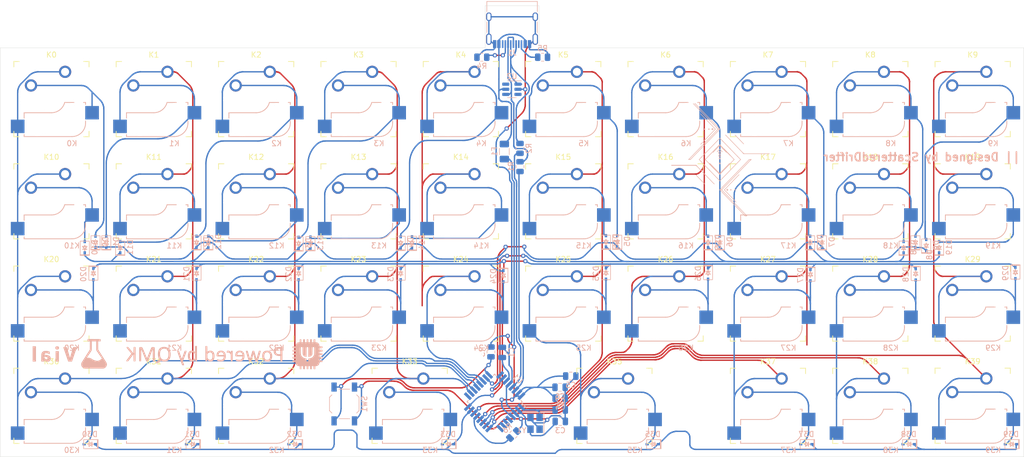
<source format=kicad_pcb>
(kicad_pcb (version 20171130) (host pcbnew 5.1.10)
  (layers (0 F.Cu signal) (31 B.Cu signal) (34 B.Paste user) (35 F.Paste user) (36 B.SilkS user) (37 F.SilkS user) (38 B.Mask user) (39 F.Mask user) (44 Edge.Cuts user))
  (net 0 "")
  (net 1 GND)
  (net 2 "Net-(C1-Pad1)")
  (net 3 "Net-(C2-Pad2)")
  (net 4 "Net-(C3-Pad1)")
  (net 5 +5)
  (net 6 row0)
  (net 7 "Net-(D0-Pad2)")
  (net 8 "Net-(D1-Pad2)")
  (net 9 "Net-(D2-Pad2)")
  (net 10 "Net-(D3-Pad2)")
  (net 11 "Net-(D4-Pad2)")
  (net 12 "Net-(D5-Pad2)")
  (net 13 "Net-(D6-Pad2)")
  (net 14 "Net-(D7-Pad2)")
  (net 15 "Net-(D8-Pad2)")
  (net 16 "Net-(D9-Pad2)")
  (net 17 row1)
  (net 18 "Net-(D10-Pad2)")
  (net 19 "Net-(D11-Pad2)")
  (net 20 "Net-(D12-Pad2)")
  (net 21 "Net-(D13-Pad2)")
  (net 22 "Net-(D14-Pad2)")
  (net 23 "Net-(D15-Pad2)")
  (net 24 "Net-(D16-Pad2)")
  (net 25 "Net-(D17-Pad2)")
  (net 26 "Net-(D18-Pad2)")
  (net 27 "Net-(D19-Pad2)")
  (net 28 row2)
  (net 29 "Net-(D20-Pad2)")
  (net 30 "Net-(D21-Pad2)")
  (net 31 "Net-(D22-Pad2)")
  (net 32 "Net-(D23-Pad2)")
  (net 33 "Net-(D24-Pad2)")
  (net 34 "Net-(D25-Pad2)")
  (net 35 "Net-(D26-Pad2)")
  (net 36 "Net-(D27-Pad2)")
  (net 37 "Net-(D28-Pad2)")
  (net 38 "Net-(D29-Pad2)")
  (net 39 row3)
  (net 40 "Net-(D30-Pad2)")
  (net 41 "Net-(D31-Pad2)")
  (net 42 "Net-(D32-Pad2)")
  (net 43 "Net-(D33-Pad2)")
  (net 44 "Net-(D35-Pad2)")
  (net 45 "Net-(D37-Pad2)")
  (net 46 "Net-(D38-Pad2)")
  (net 47 "Net-(D39-Pad2)")
  (net 48 VCC)
  (net 49 "Net-(J1-PadB8)")
  (net 50 "Net-(J1-PadA5)")
  (net 51 D-)
  (net 52 D+)
  (net 53 "Net-(J1-PadA8)")
  (net 54 "Net-(J1-PadB5)")
  (net 55 col0)
  (net 56 col1)
  (net 57 col2)
  (net 58 col3)
  (net 59 col4)
  (net 60 col5)
  (net 61 col6)
  (net 62 col7)
  (net 63 col8)
  (net 64 col9)
  (net 65 "Net-(R1-Pad2)")
  (net 66 "Net-(R2-Pad1)")
  (net 67 "Net-(R3-Pad2)")
  (net 68 "Net-(R6-Pad2)")
  (net 69 "Net-(U1-Pad25)")
  (net 70 "Net-(U1-Pad8)")
  (net 71 "Net-(U1-Pad7)")
  (net 72 "Net-(U1-Pad6)")
  (net 73 "Net-(U1-Pad5)")
  (net 74 "Net-(U2-Pad6)")
  (net 75 "Net-(U2-Pad3)")
  (net 76 "Net-(U1-Pad17)")
  (module Keebio-Parts:D_SOD-323 (layer B.Cu) (at 239.58375 99.62375 180)
    (fp_text reference D39 (at 0 1.85) (layer B.SilkS) (effects (justify mirror)))
    (fp_text value 1N4448)
    (pad 1 smd rect (at -1.05 0 180) (size 0.6 0.45) (layers B.Cu B.Paste B.Mask) (net 39 row3))
    (pad 2 smd rect (at 1.05 0 180) (size 0.6 0.45) (layers B.Cu B.Paste B.Mask) (net 47 "Net-(D39-Pad2)"))
  )
  (module Keebio-Parts:D_SOD-323 (layer B.Cu) (at 220.53375 99.62375 180)
    (fp_text reference D38 (at 0 1.85) (layer B.SilkS) (effects (justify mirror)))
    (fp_text value 1N4448)
    (pad 1 smd rect (at -1.05 0 180) (size 0.6 0.45) (layers B.Cu B.Paste B.Mask) (net 39 row3))
    (pad 2 smd rect (at 1.05 0 180) (size 0.6 0.45) (layers B.Cu B.Paste B.Mask) (net 46 "Net-(D38-Pad2)"))
  )
  (module Keebio-Parts:D_SOD-323 (layer B.Cu) (at 201.48375 99.62375 180)
    (fp_text reference D37 (at 0 1.85) (layer B.SilkS) (effects (justify mirror)))
    (fp_text value 1N4448)
    (pad 1 smd rect (at -1.05 0 180) (size 0.6 0.45) (layers B.Cu B.Paste B.Mask) (net 39 row3))
    (pad 2 smd rect (at 1.05 0 180) (size 0.6 0.45) (layers B.Cu B.Paste B.Mask) (net 45 "Net-(D37-Pad2)"))
  )
  (module Keebio-Parts:D_SOD-323 (layer B.Cu) (at 172.90875 99.62375 180)
    (fp_text reference D35 (at 0 1.85) (layer B.SilkS) (effects (justify mirror)))
    (fp_text value 1N4448)
    (pad 1 smd rect (at -1.05 0 180) (size 0.6 0.45) (layers B.Cu B.Paste B.Mask) (net 39 row3))
    (pad 2 smd rect (at 1.05 0 180) (size 0.6 0.45) (layers B.Cu B.Paste B.Mask) (net 44 "Net-(D35-Pad2)"))
  )
  (module Keebio-Parts:D_SOD-323 (layer B.Cu) (at 134.80875 99.62375 180)
    (fp_text reference D33 (at 0 1.85) (layer B.SilkS) (effects (justify mirror)))
    (fp_text value 1N4448)
    (pad 1 smd rect (at -1.05 0 180) (size 0.6 0.45) (layers B.Cu B.Paste B.Mask) (net 39 row3))
    (pad 2 smd rect (at 1.05 0 180) (size 0.6 0.45) (layers B.Cu B.Paste B.Mask) (net 43 "Net-(D33-Pad2)"))
  )
  (module Keebio-Parts:D_SOD-323 (layer B.Cu) (at 106.23375 99.62375 180)
    (fp_text reference D32 (at 0 1.85) (layer B.SilkS) (effects (justify mirror)))
    (fp_text value 1N4448)
    (pad 1 smd rect (at -1.05 0 180) (size 0.6 0.45) (layers B.Cu B.Paste B.Mask) (net 39 row3))
    (pad 2 smd rect (at 1.05 0 180) (size 0.6 0.45) (layers B.Cu B.Paste B.Mask) (net 42 "Net-(D32-Pad2)"))
  )
  (module Keebio-Parts:D_SOD-323 (layer B.Cu) (at 87.18375 99.62375 180)
    (fp_text reference D31 (at 0 1.85) (layer B.SilkS) (effects (justify mirror)))
    (fp_text value 1N4448)
    (pad 1 smd rect (at -1.05 0 180) (size 0.6 0.45) (layers B.Cu B.Paste B.Mask) (net 39 row3))
    (pad 2 smd rect (at 1.05 0 180) (size 0.6 0.45) (layers B.Cu B.Paste B.Mask) (net 41 "Net-(D31-Pad2)"))
  )
  (module Keebio-Parts:D_SOD-323 (layer B.Cu) (at 68.13375 99.62375 180)
    (fp_text reference D30 (at 0 1.85) (layer B.SilkS) (effects (justify mirror)))
    (fp_text value 1N4448)
    (pad 1 smd rect (at -1.05 0 180) (size 0.6 0.45) (layers B.Cu B.Paste B.Mask) (net 39 row3))
    (pad 2 smd rect (at 1.05 0 180) (size 0.6 0.45) (layers B.Cu B.Paste B.Mask) (net 40 "Net-(D30-Pad2)"))
  )
  (module Keebio-Parts:D_SOD-323 (layer B.Cu) (at 240.39 67.73 270)
    (fp_text reference D29 (at 0 1.85 90) (layer B.SilkS) (effects (justify mirror)))
    (fp_text value 1N4448)
    (pad 1 smd rect (at -1.05 0 270) (size 0.6 0.45) (layers B.Cu B.Paste B.Mask) (net 28 row2))
    (pad 2 smd rect (at 1.05 0 270) (size 0.6 0.45) (layers B.Cu B.Paste B.Mask) (net 38 "Net-(D29-Pad2)"))
  )
  (module Keebio-Parts:D_SOD-323 (layer B.Cu) (at 221.84 67.99 270)
    (fp_text reference D28 (at 0 1.85 90) (layer B.SilkS) (effects (justify mirror)))
    (fp_text value 1N4448)
    (pad 1 smd rect (at -1.05 0 270) (size 0.6 0.45) (layers B.Cu B.Paste B.Mask) (net 28 row2))
    (pad 2 smd rect (at 1.05 0 270) (size 0.6 0.45) (layers B.Cu B.Paste B.Mask) (net 37 "Net-(D28-Pad2)"))
  )
  (module Keebio-Parts:D_SOD-323 (layer B.Cu) (at 202.24 68.13 270)
    (fp_text reference D27 (at 0 1.85 90) (layer B.SilkS) (effects (justify mirror)))
    (fp_text value 1N4448)
    (pad 1 smd rect (at -1.05 0 270) (size 0.6 0.45) (layers B.Cu B.Paste B.Mask) (net 28 row2))
    (pad 2 smd rect (at 1.05 0 270) (size 0.6 0.45) (layers B.Cu B.Paste B.Mask) (net 36 "Net-(D27-Pad2)"))
  )
  (module Keebio-Parts:D_SOD-323 (layer B.Cu) (at 183.19 67.83 270)
    (fp_text reference D26 (at 0 1.85 90) (layer B.SilkS) (effects (justify mirror)))
    (fp_text value 1N4448)
    (pad 1 smd rect (at -1.05 0 270) (size 0.6 0.45) (layers B.Cu B.Paste B.Mask) (net 28 row2))
    (pad 2 smd rect (at 1.05 0 270) (size 0.6 0.45) (layers B.Cu B.Paste B.Mask) (net 35 "Net-(D26-Pad2)"))
  )
  (module Keebio-Parts:D_SOD-323 (layer B.Cu) (at 164.19 67.83 270)
    (fp_text reference D25 (at 0 1.85 90) (layer B.SilkS) (effects (justify mirror)))
    (fp_text value 1N4448)
    (pad 1 smd rect (at -1.05 0 270) (size 0.6 0.45) (layers B.Cu B.Paste B.Mask) (net 28 row2))
    (pad 2 smd rect (at 1.05 0 270) (size 0.6 0.45) (layers B.Cu B.Paste B.Mask) (net 34 "Net-(D25-Pad2)"))
  )
  (module Keebio-Parts:D_SOD-323 (layer B.Cu) (at 145.09 68.33 270)
    (fp_text reference D24 (at 0 1.85 90) (layer B.SilkS) (effects (justify mirror)))
    (fp_text value 1N4448)
    (pad 1 smd rect (at -1.05 0 270) (size 0.6 0.45) (layers B.Cu B.Paste B.Mask) (net 28 row2))
    (pad 2 smd rect (at 1.05 0 270) (size 0.6 0.45) (layers B.Cu B.Paste B.Mask) (net 33 "Net-(D24-Pad2)"))
  )
  (module Keebio-Parts:D_SOD-323 (layer B.Cu) (at 125.99 67.93 270)
    (fp_text reference D23 (at 0 1.85 90) (layer B.SilkS) (effects (justify mirror)))
    (fp_text value 1N4448)
    (pad 1 smd rect (at -1.05 0 270) (size 0.6 0.45) (layers B.Cu B.Paste B.Mask) (net 28 row2))
    (pad 2 smd rect (at 1.05 0 270) (size 0.6 0.45) (layers B.Cu B.Paste B.Mask) (net 32 "Net-(D23-Pad2)"))
  )
  (module Keebio-Parts:D_SOD-323 (layer B.Cu) (at 106.99 67.93 270)
    (fp_text reference D22 (at 0 1.85 90) (layer B.SilkS) (effects (justify mirror)))
    (fp_text value 1N4448)
    (pad 1 smd rect (at -1.05 0 270) (size 0.6 0.45) (layers B.Cu B.Paste B.Mask) (net 28 row2))
    (pad 2 smd rect (at 1.05 0 270) (size 0.6 0.45) (layers B.Cu B.Paste B.Mask) (net 31 "Net-(D22-Pad2)"))
  )
  (module Keebio-Parts:D_SOD-323 (layer B.Cu) (at 87.99 67.93 270)
    (fp_text reference D21 (at 0 1.85 90) (layer B.SilkS) (effects (justify mirror)))
    (fp_text value 1N4448)
    (pad 1 smd rect (at -1.05 0 270) (size 0.6 0.45) (layers B.Cu B.Paste B.Mask) (net 28 row2))
    (pad 2 smd rect (at 1.05 0 270) (size 0.6 0.45) (layers B.Cu B.Paste B.Mask) (net 30 "Net-(D21-Pad2)"))
  )
  (module Keebio-Parts:D_SOD-323 (layer B.Cu) (at 68.79 67.93 270)
    (fp_text reference D20 (at 0 1.85 90) (layer B.SilkS) (effects (justify mirror)))
    (fp_text value 1N4448)
    (pad 1 smd rect (at -1.05 0 270) (size 0.6 0.45) (layers B.Cu B.Paste B.Mask) (net 28 row2))
    (pad 2 smd rect (at 1.05 0 270) (size 0.6 0.45) (layers B.Cu B.Paste B.Mask) (net 29 "Net-(D20-Pad2)"))
  )
  (module Keebio-Parts:D_SOD-323 (layer B.Cu) (at 226.19 62.93 90)
    (fp_text reference D19 (at 0 1.85 90) (layer B.SilkS) (effects (justify mirror)))
    (fp_text value 1N4448)
    (pad 1 smd rect (at -1.05 0 90) (size 0.6 0.45) (layers B.Cu B.Paste B.Mask) (net 17 row1))
    (pad 2 smd rect (at 1.05 0 90) (size 0.6 0.45) (layers B.Cu B.Paste B.Mask) (net 27 "Net-(D19-Pad2)"))
  )
  (module Keebio-Parts:D_SOD-323 (layer B.Cu) (at 219.59 62.93 90)
    (fp_text reference D18 (at 0 1.85 90) (layer B.SilkS) (effects (justify mirror)))
    (fp_text value 1N4448)
    (pad 1 smd rect (at -1.05 0 90) (size 0.6 0.45) (layers B.Cu B.Paste B.Mask) (net 17 row1))
    (pad 2 smd rect (at 1.05 0 90) (size 0.6 0.45) (layers B.Cu B.Paste B.Mask) (net 26 "Net-(D18-Pad2)"))
  )
  (module Keebio-Parts:D_SOD-323 (layer B.Cu) (at 202.19 61.93 90)
    (fp_text reference D17 (at 0 1.85 90) (layer B.SilkS) (effects (justify mirror)))
    (fp_text value 1N4448)
    (pad 1 smd rect (at -1.05 0 90) (size 0.6 0.45) (layers B.Cu B.Paste B.Mask) (net 17 row1))
    (pad 2 smd rect (at 1.05 0 90) (size 0.6 0.45) (layers B.Cu B.Paste B.Mask) (net 25 "Net-(D17-Pad2)"))
  )
  (module Keebio-Parts:D_SOD-323 (layer B.Cu) (at 183.19 61.93 90)
    (fp_text reference D16 (at 0 1.85 90) (layer B.SilkS) (effects (justify mirror)))
    (fp_text value 1N4448)
    (pad 1 smd rect (at -1.05 0 90) (size 0.6 0.45) (layers B.Cu B.Paste B.Mask) (net 17 row1))
    (pad 2 smd rect (at 1.05 0 90) (size 0.6 0.45) (layers B.Cu B.Paste B.Mask) (net 24 "Net-(D16-Pad2)"))
  )
  (module Keebio-Parts:D_SOD-323 (layer B.Cu) (at 164.19 61.83 90)
    (fp_text reference D15 (at 0 1.85 90) (layer B.SilkS) (effects (justify mirror)))
    (fp_text value 1N4448)
    (pad 1 smd rect (at -1.05 0 90) (size 0.6 0.45) (layers B.Cu B.Paste B.Mask) (net 17 row1))
    (pad 2 smd rect (at 1.05 0 90) (size 0.6 0.45) (layers B.Cu B.Paste B.Mask) (net 23 "Net-(D15-Pad2)"))
  )
  (module Keebio-Parts:D_SOD-323 (layer B.Cu) (at 128.09 62.03 90)
    (fp_text reference D14 (at 0 1.85 90) (layer B.SilkS) (effects (justify mirror)))
    (fp_text value 1N4448)
    (pad 1 smd rect (at -1.05 0 90) (size 0.6 0.45) (layers B.Cu B.Paste B.Mask) (net 17 row1))
    (pad 2 smd rect (at 1.05 0 90) (size 0.6 0.45) (layers B.Cu B.Paste B.Mask) (net 22 "Net-(D14-Pad2)"))
  )
  (module Keebio-Parts:D_SOD-323 (layer B.Cu) (at 109.19 62.08 90)
    (fp_text reference D13 (at 0 1.85 90) (layer B.SilkS) (effects (justify mirror)))
    (fp_text value 1N4448)
    (pad 1 smd rect (at -1.05 0 90) (size 0.6 0.45) (layers B.Cu B.Paste B.Mask) (net 17 row1))
    (pad 2 smd rect (at 1.05 0 90) (size 0.6 0.45) (layers B.Cu B.Paste B.Mask) (net 21 "Net-(D13-Pad2)"))
  )
  (module Keebio-Parts:D_SOD-323 (layer B.Cu) (at 90.19 61.93 90)
    (fp_text reference D12 (at 0 1.85 90) (layer B.SilkS) (effects (justify mirror)))
    (fp_text value 1N4448)
    (pad 1 smd rect (at -1.05 0 90) (size 0.6 0.45) (layers B.Cu B.Paste B.Mask) (net 17 row1))
    (pad 2 smd rect (at 1.05 0 90) (size 0.6 0.45) (layers B.Cu B.Paste B.Mask) (net 20 "Net-(D12-Pad2)"))
  )
  (module Keebio-Parts:D_SOD-323 (layer B.Cu) (at 73.79 62.93 90)
    (fp_text reference D11 (at 0 1.85 90) (layer B.SilkS) (effects (justify mirror)))
    (fp_text value 1N4448)
    (pad 1 smd rect (at -1.05 0 90) (size 0.6 0.45) (layers B.Cu B.Paste B.Mask) (net 17 row1))
    (pad 2 smd rect (at 1.05 0 90) (size 0.6 0.45) (layers B.Cu B.Paste B.Mask) (net 19 "Net-(D11-Pad2)"))
  )
  (module Keebio-Parts:D_SOD-323 (layer B.Cu) (at 67.19 62.93 90)
    (fp_text reference D10 (at 0 1.85 90) (layer B.SilkS) (effects (justify mirror)))
    (fp_text value 1N4448)
    (pad 1 smd rect (at -1.05 0 90) (size 0.6 0.45) (layers B.Cu B.Paste B.Mask) (net 17 row1))
    (pad 2 smd rect (at 1.05 0 90) (size 0.6 0.45) (layers B.Cu B.Paste B.Mask) (net 18 "Net-(D10-Pad2)"))
  )
  (module Keebio-Parts:D_SOD-323 (layer B.Cu) (at 223.79 62.53 90)
    (fp_text reference D9 (at 0 1.85 90) (layer B.SilkS) (effects (justify mirror)))
    (fp_text value 1N4448)
    (pad 1 smd rect (at -1.05 0 90) (size 0.6 0.45) (layers B.Cu B.Paste B.Mask) (net 6 row0))
    (pad 2 smd rect (at 1.05 0 90) (size 0.6 0.45) (layers B.Cu B.Paste B.Mask) (net 16 "Net-(D9-Pad2)"))
  )
  (module Keebio-Parts:D_SOD-323 (layer B.Cu) (at 221.79 61.93 90)
    (fp_text reference D8 (at -2.4 2.6 90) (layer B.SilkS) (effects (justify mirror)))
    (fp_text value 1N4448)
    (pad 1 smd rect (at -1.05 0 90) (size 0.6 0.45) (layers B.Cu B.Paste B.Mask) (net 6 row0))
    (pad 2 smd rect (at 1.05 0 90) (size 0.6 0.45) (layers B.Cu B.Paste B.Mask) (net 15 "Net-(D8-Pad2)"))
  )
  (module Keebio-Parts:D_SOD-323 (layer B.Cu) (at 204.39 61.93 90)
    (fp_text reference D7 (at 0 1.85 90) (layer B.SilkS) (effects (justify mirror)))
    (fp_text value 1N4448)
    (pad 1 smd rect (at -1.05 0 90) (size 0.6 0.45) (layers B.Cu B.Paste B.Mask) (net 6 row0))
    (pad 2 smd rect (at 1.05 0 90) (size 0.6 0.45) (layers B.Cu B.Paste B.Mask) (net 14 "Net-(D7-Pad2)"))
  )
  (module Keebio-Parts:D_SOD-323 (layer B.Cu) (at 185.39 61.93 90)
    (fp_text reference D6 (at 0 1.85 90) (layer B.SilkS) (effects (justify mirror)))
    (fp_text value 1N4448)
    (pad 1 smd rect (at -1.05 0 90) (size 0.6 0.45) (layers B.Cu B.Paste B.Mask) (net 6 row0))
    (pad 2 smd rect (at 1.05 0 90) (size 0.6 0.45) (layers B.Cu B.Paste B.Mask) (net 13 "Net-(D6-Pad2)"))
  )
  (module Keebio-Parts:D_SOD-323 (layer B.Cu) (at 166.29 61.83 90)
    (fp_text reference D5 (at 0 1.85 90) (layer B.SilkS) (effects (justify mirror)))
    (fp_text value 1N4448)
    (pad 1 smd rect (at -1.05 0 90) (size 0.6 0.45) (layers B.Cu B.Paste B.Mask) (net 6 row0))
    (pad 2 smd rect (at 1.05 0 90) (size 0.6 0.45) (layers B.Cu B.Paste B.Mask) (net 12 "Net-(D5-Pad2)"))
  )
  (module Keebio-Parts:D_SOD-323 (layer B.Cu) (at 125.99 62.03 90)
    (fp_text reference D4 (at 0 1.85 90) (layer B.SilkS) (effects (justify mirror)))
    (fp_text value 1N4448)
    (pad 1 smd rect (at -1.05 0 90) (size 0.6 0.45) (layers B.Cu B.Paste B.Mask) (net 6 row0))
    (pad 2 smd rect (at 1.05 0 90) (size 0.6 0.45) (layers B.Cu B.Paste B.Mask) (net 11 "Net-(D4-Pad2)"))
  )
  (module Keebio-Parts:D_SOD-323 (layer B.Cu) (at 106.99 62.13 90)
    (fp_text reference D3 (at 0 1.85 90) (layer B.SilkS) (effects (justify mirror)))
    (fp_text value 1N4448)
    (pad 1 smd rect (at -1.05 0 90) (size 0.6 0.45) (layers B.Cu B.Paste B.Mask) (net 6 row0))
    (pad 2 smd rect (at 1.05 0 90) (size 0.6 0.45) (layers B.Cu B.Paste B.Mask) (net 10 "Net-(D3-Pad2)"))
  )
  (module Keebio-Parts:D_SOD-323 (layer B.Cu) (at 87.99 61.93 90)
    (fp_text reference D2 (at 0 1.85 90) (layer B.SilkS) (effects (justify mirror)))
    (fp_text value 1N4448)
    (pad 1 smd rect (at -1.05 0 90) (size 0.6 0.45) (layers B.Cu B.Paste B.Mask) (net 6 row0))
    (pad 2 smd rect (at 1.05 0 90) (size 0.6 0.45) (layers B.Cu B.Paste B.Mask) (net 9 "Net-(D2-Pad2)"))
  )
  (module Keebio-Parts:D_SOD-323 (layer B.Cu) (at 71.19 61.93 90)
    (fp_text reference D1 (at 0 1.85 90) (layer B.SilkS) (effects (justify mirror)))
    (fp_text value 1N4448)
    (pad 1 smd rect (at -1.05 0 90) (size 0.6 0.45) (layers B.Cu B.Paste B.Mask) (net 6 row0))
    (pad 2 smd rect (at 1.05 0 90) (size 0.6 0.45) (layers B.Cu B.Paste B.Mask) (net 8 "Net-(D1-Pad2)"))
  )
  (module Keebio-Parts:D_SOD-323 (layer B.Cu) (at 69.19 61.93 90)
    (fp_text reference D0 (at 0 1.85 90) (layer B.SilkS) (effects (justify mirror)))
    (fp_text value 1N4448)
    (pad 1 smd rect (at -1.05 0 90) (size 0.6 0.45) (layers B.Cu B.Paste B.Mask) (net 6 row0))
    (pad 2 smd rect (at 1.05 0 90) (size 0.6 0.45) (layers B.Cu B.Paste B.Mask) (net 7 "Net-(D0-Pad2)"))
  )
  (module Keebio-Parts:vial_logo (layer B.Cu) (at 63.49 82.83 180)
    (fp_text reference G*** hide)
    (fp_text value LOGO hide)
  )
  (module Keebio-Parts:qmk (layer B.Cu) (at 93.09 82.83 180)
    (fp_text reference G*** hide)
    (fp_text value LOGO hide)
  )
  (module keyswitches:Stabilizer_MX_2u (layer F.Cu) (at 127.665 92.48 180)
    (fp_text reference REF** hide)
    (fp_text value Stabilizer_MX_2u hide)
    (pad "" np_thru_hole circle (at -11.9 -6.985 180) (size 3.048 3.048) (drill 3.048) (layers *.Cu *.Mask))
    (pad "" np_thru_hole circle (at 11.9 -6.985 180) (size 3.048 3.048) (drill 3.048) (layers *.Cu *.Mask))
    (pad "" np_thru_hole circle (at -11.9 8.255 180) (size 3.9878 3.9878) (drill 3.9878) (layers *.Cu *.Mask))
    (pad "" np_thru_hole circle (at 11.9 8.255 180) (size 3.9878 3.9878) (drill 3.9878) (layers *.Cu *.Mask))
  )
  (module keyswitches:Kailh_socket_MX_optional (layer F.Cu) (at 175.29 73.43)
    (fp_text reference K26 (at 0 -8.255) (layer F.SilkS))
    (fp_text value KEYSW)
    (fp_text user %R (at 3.81 8.255) (layer B.SilkS) (effects (justify mirror)))
    (pad 2 smd rect (at 7.56 2.54) (size 2.55 2.5) (layers B.Cu B.Paste B.Mask) (net 35 "Net-(D26-Pad2)"))
    (pad "" np_thru_hole circle (at -5.08 0) (size 1.7018 1.7018) (drill 1.7018) (layers *.Cu *.Mask))
    (pad "" np_thru_hole circle (at 5.08 0) (size 1.7018 1.7018) (drill 1.7018) (layers *.Cu *.Mask))
    (pad 2 thru_hole circle (at -3.81 -2.54) (size 2.286 2.286) (drill 1.4986) (layers *.Cu *.Mask) (net 35 "Net-(D26-Pad2)"))
    (pad "" np_thru_hole circle (at 0 0) (size 3.9878 3.9878) (drill 3.9878) (layers *.Cu *.Mask))
    (pad 1 thru_hole circle (at 2.54 -5.08) (size 2.286 2.286) (drill 1.4986) (layers *.Cu *.Mask) (net 61 col6))
    (pad "" np_thru_hole circle (at 3.81 2.54) (size 3 3) (drill 3) (layers *.Cu *.Mask))
    (pad "" np_thru_hole circle (at -2.54 5.08) (size 3 3) (drill 3) (layers *.Cu *.Mask))
    (pad 1 smd rect (at -6.29 5.08) (size 2.55 2.5) (layers B.Cu B.Paste B.Mask) (net 61 col6))
  )
  (module keyswitches:Stabilizer_MX_2u (layer F.Cu) (at 165.765 92.48 180)
    (fp_text reference REF** hide)
    (fp_text value Stabilizer_MX_2u hide)
    (pad "" np_thru_hole circle (at -11.9 -6.985 180) (size 3.048 3.048) (drill 3.048) (layers *.Cu *.Mask))
    (pad "" np_thru_hole circle (at 11.9 -6.985 180) (size 3.048 3.048) (drill 3.048) (layers *.Cu *.Mask))
    (pad "" np_thru_hole circle (at -11.9 8.255 180) (size 3.9878 3.9878) (drill 3.9878) (layers *.Cu *.Mask))
    (pad "" np_thru_hole circle (at 11.9 8.255 180) (size 3.9878 3.9878) (drill 3.9878) (layers *.Cu *.Mask))
  )
  (module keyswitches:Kailh_socket_MX_optional (layer F.Cu) (at 137.19 73.43)
    (fp_text reference K24 (at 0 -8.255) (layer F.SilkS))
    (fp_text value KEYSW)
    (fp_text user %R (at 3.81 8.255) (layer B.SilkS) (effects (justify mirror)))
    (pad 2 smd rect (at 7.56 2.54) (size 2.55 2.5) (layers B.Cu B.Paste B.Mask) (net 33 "Net-(D24-Pad2)"))
    (pad "" np_thru_hole circle (at -5.08 0) (size 1.7018 1.7018) (drill 1.7018) (layers *.Cu *.Mask))
    (pad "" np_thru_hole circle (at 5.08 0) (size 1.7018 1.7018) (drill 1.7018) (layers *.Cu *.Mask))
    (pad 2 thru_hole circle (at -3.81 -2.54) (size 2.286 2.286) (drill 1.4986) (layers *.Cu *.Mask) (net 33 "Net-(D24-Pad2)"))
    (pad "" np_thru_hole circle (at 0 0) (size 3.9878 3.9878) (drill 3.9878) (layers *.Cu *.Mask))
    (pad 1 thru_hole circle (at 2.54 -5.08) (size 2.286 2.286) (drill 1.4986) (layers *.Cu *.Mask) (net 59 col4))
    (pad "" np_thru_hole circle (at 3.81 2.54) (size 3 3) (drill 3) (layers *.Cu *.Mask))
    (pad "" np_thru_hole circle (at -2.54 5.08) (size 3 3) (drill 3) (layers *.Cu *.Mask))
    (pad 1 smd rect (at -6.29 5.08) (size 2.55 2.5) (layers B.Cu B.Paste B.Mask) (net 59 col4))
  )
  (module Capacitor_SMD:C_0805_2012Metric (layer B.Cu) (at 155.67 91.05)
    (fp_text reference C4 (at 0 1.68 180) (layer B.SilkS) (effects (justify mirror)))
    (fp_text value 0.1uF)
    (pad 2 smd roundrect (at 0.95 0) (size 1 1.45) (layers B.Cu B.Paste B.Mask) (net 1 GND))
    (pad 1 smd roundrect (at -0.95 0) (size 1 1.45) (layers B.Cu B.Paste B.Mask) (net 5 +5))
  )
  (module Capacitor_SMD:C_0805_2012Metric (layer B.Cu) (at 155.65 89.03)
    (fp_text reference C6 (at 0 1.68 180) (layer B.SilkS) (effects (justify mirror)))
    (fp_text value 0.1uF)
    (pad 2 smd roundrect (at 0.95 0) (size 1 1.45) (layers B.Cu B.Paste B.Mask) (net 1 GND))
    (pad 1 smd roundrect (at -0.95 0) (size 1 1.45) (layers B.Cu B.Paste B.Mask) (net 5 +5))
  )
  (module keyswitches:Kailh_socket_MX_optional (layer F.Cu) (at 232.44 92.46)
    (fp_text reference K39 (at 0 -8.255) (layer F.SilkS))
    (fp_text value KEYSW)
    (fp_text user %R (at 3.81 8.255) (layer B.SilkS) (effects (justify mirror)))
    (pad 2 smd rect (at 7.56 2.54) (size 2.55 2.5) (layers B.Cu B.Paste B.Mask) (net 47 "Net-(D39-Pad2)"))
    (pad "" np_thru_hole circle (at -5.08 0) (size 1.7018 1.7018) (drill 1.7018) (layers *.Cu *.Mask))
    (pad "" np_thru_hole circle (at 5.08 0) (size 1.7018 1.7018) (drill 1.7018) (layers *.Cu *.Mask))
    (pad 2 thru_hole circle (at -3.81 -2.54) (size 2.286 2.286) (drill 1.4986) (layers *.Cu *.Mask) (net 47 "Net-(D39-Pad2)"))
    (pad "" np_thru_hole circle (at 0 0) (size 3.9878 3.9878) (drill 3.9878) (layers *.Cu *.Mask))
    (pad 1 thru_hole circle (at 2.54 -5.08) (size 2.286 2.286) (drill 1.4986) (layers *.Cu *.Mask) (net 64 col9))
    (pad "" np_thru_hole circle (at 3.81 2.54) (size 3 3) (drill 3) (layers *.Cu *.Mask))
    (pad "" np_thru_hole circle (at -2.54 5.08) (size 3 3) (drill 3) (layers *.Cu *.Mask))
    (pad 1 smd rect (at -6.29 5.08) (size 2.55 2.5) (layers B.Cu B.Paste B.Mask) (net 64 col9))
  )
  (module keyswitches:Kailh_socket_MX_optional (layer F.Cu) (at 213.39 92.48)
    (fp_text reference K38 (at 0 -8.255) (layer F.SilkS))
    (fp_text value KEYSW)
    (fp_text user %R (at 3.81 8.255) (layer B.SilkS) (effects (justify mirror)))
    (pad 2 smd rect (at 7.56 2.54) (size 2.55 2.5) (layers B.Cu B.Paste B.Mask) (net 46 "Net-(D38-Pad2)"))
    (pad "" np_thru_hole circle (at -5.08 0) (size 1.7018 1.7018) (drill 1.7018) (layers *.Cu *.Mask))
    (pad "" np_thru_hole circle (at 5.08 0) (size 1.7018 1.7018) (drill 1.7018) (layers *.Cu *.Mask))
    (pad 2 thru_hole circle (at -3.81 -2.54) (size 2.286 2.286) (drill 1.4986) (layers *.Cu *.Mask) (net 46 "Net-(D38-Pad2)"))
    (pad "" np_thru_hole circle (at 0 0) (size 3.9878 3.9878) (drill 3.9878) (layers *.Cu *.Mask))
    (pad 1 thru_hole circle (at 2.54 -5.08) (size 2.286 2.286) (drill 1.4986) (layers *.Cu *.Mask) (net 63 col8))
    (pad "" np_thru_hole circle (at 3.81 2.54) (size 3 3) (drill 3) (layers *.Cu *.Mask))
    (pad "" np_thru_hole circle (at -2.54 5.08) (size 3 3) (drill 3) (layers *.Cu *.Mask))
    (pad 1 smd rect (at -6.29 5.08) (size 2.55 2.5) (layers B.Cu B.Paste B.Mask) (net 63 col8))
  )
  (module keyswitches:Kailh_socket_MX_optional (layer F.Cu) (at 194.34 92.48)
    (fp_text reference K37 (at 0 -8.255) (layer F.SilkS))
    (fp_text value KEYSW)
    (fp_text user %R (at 3.81 8.255) (layer B.SilkS) (effects (justify mirror)))
    (pad 2 smd rect (at 7.56 2.54) (size 2.55 2.5) (layers B.Cu B.Paste B.Mask) (net 45 "Net-(D37-Pad2)"))
    (pad "" np_thru_hole circle (at -5.08 0) (size 1.7018 1.7018) (drill 1.7018) (layers *.Cu *.Mask))
    (pad "" np_thru_hole circle (at 5.08 0) (size 1.7018 1.7018) (drill 1.7018) (layers *.Cu *.Mask))
    (pad 2 thru_hole circle (at -3.81 -2.54) (size 2.286 2.286) (drill 1.4986) (layers *.Cu *.Mask) (net 45 "Net-(D37-Pad2)"))
    (pad "" np_thru_hole circle (at 0 0) (size 3.9878 3.9878) (drill 3.9878) (layers *.Cu *.Mask))
    (pad 1 thru_hole circle (at 2.54 -5.08) (size 2.286 2.286) (drill 1.4986) (layers *.Cu *.Mask) (net 62 col7))
    (pad "" np_thru_hole circle (at 3.81 2.54) (size 3 3) (drill 3) (layers *.Cu *.Mask))
    (pad "" np_thru_hole circle (at -2.54 5.08) (size 3 3) (drill 3) (layers *.Cu *.Mask))
    (pad 1 smd rect (at -6.29 5.08) (size 2.55 2.5) (layers B.Cu B.Paste B.Mask) (net 62 col7))
  )
  (module keyswitches:Kailh_socket_MX_optional (layer F.Cu) (at 165.765 92.48)
    (fp_text reference K35 (at 0 -8.255) (layer F.SilkS))
    (fp_text value KEYSW)
    (fp_text user %R (at 3.81 8.255) (layer B.SilkS) (effects (justify mirror)))
    (pad 2 smd rect (at 7.56 2.54) (size 2.55 2.5) (layers B.Cu B.Paste B.Mask) (net 44 "Net-(D35-Pad2)"))
    (pad "" np_thru_hole circle (at -5.08 0) (size 1.7018 1.7018) (drill 1.7018) (layers *.Cu *.Mask))
    (pad "" np_thru_hole circle (at 5.08 0) (size 1.7018 1.7018) (drill 1.7018) (layers *.Cu *.Mask))
    (pad 2 thru_hole circle (at -3.81 -2.54) (size 2.286 2.286) (drill 1.4986) (layers *.Cu *.Mask) (net 44 "Net-(D35-Pad2)"))
    (pad "" np_thru_hole circle (at 0 0) (size 3.9878 3.9878) (drill 3.9878) (layers *.Cu *.Mask))
    (pad 1 thru_hole circle (at 2.54 -5.08) (size 2.286 2.286) (drill 1.4986) (layers *.Cu *.Mask) (net 60 col5))
    (pad "" np_thru_hole circle (at 3.81 2.54) (size 3 3) (drill 3) (layers *.Cu *.Mask))
    (pad "" np_thru_hole circle (at -2.54 5.08) (size 3 3) (drill 3) (layers *.Cu *.Mask))
    (pad 1 smd rect (at -6.29 5.08) (size 2.55 2.5) (layers B.Cu B.Paste B.Mask) (net 60 col5))
  )
  (module keyswitches:Kailh_socket_MX_optional (layer F.Cu) (at 127.665 92.48)
    (fp_text reference K33 (at 0 -8.255) (layer F.SilkS))
    (fp_text value KEYSW)
    (fp_text user %R (at 3.81 8.255) (layer B.SilkS) (effects (justify mirror)))
    (pad 2 smd rect (at 7.56 2.54) (size 2.55 2.5) (layers B.Cu B.Paste B.Mask) (net 43 "Net-(D33-Pad2)"))
    (pad "" np_thru_hole circle (at -5.08 0) (size 1.7018 1.7018) (drill 1.7018) (layers *.Cu *.Mask))
    (pad "" np_thru_hole circle (at 5.08 0) (size 1.7018 1.7018) (drill 1.7018) (layers *.Cu *.Mask))
    (pad 2 thru_hole circle (at -3.81 -2.54) (size 2.286 2.286) (drill 1.4986) (layers *.Cu *.Mask) (net 43 "Net-(D33-Pad2)"))
    (pad "" np_thru_hole circle (at 0 0) (size 3.9878 3.9878) (drill 3.9878) (layers *.Cu *.Mask))
    (pad 1 thru_hole circle (at 2.54 -5.08) (size 2.286 2.286) (drill 1.4986) (layers *.Cu *.Mask) (net 58 col3))
    (pad "" np_thru_hole circle (at 3.81 2.54) (size 3 3) (drill 3) (layers *.Cu *.Mask))
    (pad "" np_thru_hole circle (at -2.54 5.08) (size 3 3) (drill 3) (layers *.Cu *.Mask))
    (pad 1 smd rect (at -6.29 5.08) (size 2.55 2.5) (layers B.Cu B.Paste B.Mask) (net 58 col3))
  )
  (module keyswitches:Kailh_socket_MX_optional (layer F.Cu) (at 99.09 92.48)
    (fp_text reference K32 (at 0 -8.255) (layer F.SilkS))
    (fp_text value KEYSW)
    (fp_text user %R (at 3.81 8.255) (layer B.SilkS) (effects (justify mirror)))
    (pad 2 smd rect (at 7.56 2.54) (size 2.55 2.5) (layers B.Cu B.Paste B.Mask) (net 42 "Net-(D32-Pad2)"))
    (pad "" np_thru_hole circle (at -5.08 0) (size 1.7018 1.7018) (drill 1.7018) (layers *.Cu *.Mask))
    (pad "" np_thru_hole circle (at 5.08 0) (size 1.7018 1.7018) (drill 1.7018) (layers *.Cu *.Mask))
    (pad 2 thru_hole circle (at -3.81 -2.54) (size 2.286 2.286) (drill 1.4986) (layers *.Cu *.Mask) (net 42 "Net-(D32-Pad2)"))
    (pad "" np_thru_hole circle (at 0 0) (size 3.9878 3.9878) (drill 3.9878) (layers *.Cu *.Mask))
    (pad 1 thru_hole circle (at 2.54 -5.08) (size 2.286 2.286) (drill 1.4986) (layers *.Cu *.Mask) (net 57 col2))
    (pad "" np_thru_hole circle (at 3.81 2.54) (size 3 3) (drill 3) (layers *.Cu *.Mask))
    (pad "" np_thru_hole circle (at -2.54 5.08) (size 3 3) (drill 3) (layers *.Cu *.Mask))
    (pad 1 smd rect (at -6.29 5.08) (size 2.55 2.5) (layers B.Cu B.Paste B.Mask) (net 57 col2))
  )
  (module keyswitches:Kailh_socket_MX_optional (layer F.Cu) (at 80.04 92.48)
    (fp_text reference K31 (at 0 -8.255) (layer F.SilkS))
    (fp_text value KEYSW)
    (fp_text user %R (at 3.81 8.255) (layer B.SilkS) (effects (justify mirror)))
    (pad 2 smd rect (at 7.56 2.54) (size 2.55 2.5) (layers B.Cu B.Paste B.Mask) (net 41 "Net-(D31-Pad2)"))
    (pad "" np_thru_hole circle (at -5.08 0) (size 1.7018 1.7018) (drill 1.7018) (layers *.Cu *.Mask))
    (pad "" np_thru_hole circle (at 5.08 0) (size 1.7018 1.7018) (drill 1.7018) (layers *.Cu *.Mask))
    (pad 2 thru_hole circle (at -3.81 -2.54) (size 2.286 2.286) (drill 1.4986) (layers *.Cu *.Mask) (net 41 "Net-(D31-Pad2)"))
    (pad "" np_thru_hole circle (at 0 0) (size 3.9878 3.9878) (drill 3.9878) (layers *.Cu *.Mask))
    (pad 1 thru_hole circle (at 2.54 -5.08) (size 2.286 2.286) (drill 1.4986) (layers *.Cu *.Mask) (net 56 col1))
    (pad "" np_thru_hole circle (at 3.81 2.54) (size 3 3) (drill 3) (layers *.Cu *.Mask))
    (pad "" np_thru_hole circle (at -2.54 5.08) (size 3 3) (drill 3) (layers *.Cu *.Mask))
    (pad 1 smd rect (at -6.29 5.08) (size 2.55 2.5) (layers B.Cu B.Paste B.Mask) (net 56 col1))
  )
  (module keyswitches:Kailh_socket_MX_optional (layer F.Cu) (at 60.99 92.48)
    (fp_text reference K30 (at 0 -8.255) (layer F.SilkS))
    (fp_text value KEYSW)
    (fp_text user %R (at 3.81 8.255) (layer B.SilkS) (effects (justify mirror)))
    (pad 2 smd rect (at 7.56 2.54) (size 2.55 2.5) (layers B.Cu B.Paste B.Mask) (net 40 "Net-(D30-Pad2)"))
    (pad "" np_thru_hole circle (at -5.08 0) (size 1.7018 1.7018) (drill 1.7018) (layers *.Cu *.Mask))
    (pad "" np_thru_hole circle (at 5.08 0) (size 1.7018 1.7018) (drill 1.7018) (layers *.Cu *.Mask))
    (pad 2 thru_hole circle (at -3.81 -2.54) (size 2.286 2.286) (drill 1.4986) (layers *.Cu *.Mask) (net 40 "Net-(D30-Pad2)"))
    (pad "" np_thru_hole circle (at 0 0) (size 3.9878 3.9878) (drill 3.9878) (layers *.Cu *.Mask))
    (pad 1 thru_hole circle (at 2.54 -5.08) (size 2.286 2.286) (drill 1.4986) (layers *.Cu *.Mask) (net 55 col0))
    (pad "" np_thru_hole circle (at 3.81 2.54) (size 3 3) (drill 3) (layers *.Cu *.Mask))
    (pad "" np_thru_hole circle (at -2.54 5.08) (size 3 3) (drill 3) (layers *.Cu *.Mask))
    (pad 1 smd rect (at -6.29 5.08) (size 2.55 2.5) (layers B.Cu B.Paste B.Mask) (net 55 col0))
  )
  (module keyswitches:Kailh_socket_MX_optional (layer F.Cu) (at 232.44 73.43)
    (fp_text reference K29 (at 0 -8.255) (layer F.SilkS))
    (fp_text value KEYSW)
    (fp_text user %R (at 3.81 8.255) (layer B.SilkS) (effects (justify mirror)))
    (pad 2 smd rect (at 7.56 2.54) (size 2.55 2.5) (layers B.Cu B.Paste B.Mask) (net 38 "Net-(D29-Pad2)"))
    (pad "" np_thru_hole circle (at -5.08 0) (size 1.7018 1.7018) (drill 1.7018) (layers *.Cu *.Mask))
    (pad "" np_thru_hole circle (at 5.08 0) (size 1.7018 1.7018) (drill 1.7018) (layers *.Cu *.Mask))
    (pad 2 thru_hole circle (at -3.81 -2.54) (size 2.286 2.286) (drill 1.4986) (layers *.Cu *.Mask) (net 38 "Net-(D29-Pad2)"))
    (pad "" np_thru_hole circle (at 0 0) (size 3.9878 3.9878) (drill 3.9878) (layers *.Cu *.Mask))
    (pad 1 thru_hole circle (at 2.54 -5.08) (size 2.286 2.286) (drill 1.4986) (layers *.Cu *.Mask) (net 64 col9))
    (pad "" np_thru_hole circle (at 3.81 2.54) (size 3 3) (drill 3) (layers *.Cu *.Mask))
    (pad "" np_thru_hole circle (at -2.54 5.08) (size 3 3) (drill 3) (layers *.Cu *.Mask))
    (pad 1 smd rect (at -6.29 5.08) (size 2.55 2.5) (layers B.Cu B.Paste B.Mask) (net 64 col9))
  )
  (module keyswitches:Kailh_socket_MX_optional (layer F.Cu) (at 213.39 73.43)
    (fp_text reference K28 (at 0 -8.255) (layer F.SilkS))
    (fp_text value KEYSW)
    (fp_text user %R (at 3.81 8.255) (layer B.SilkS) (effects (justify mirror)))
    (pad 2 smd rect (at 7.56 2.54) (size 2.55 2.5) (layers B.Cu B.Paste B.Mask) (net 37 "Net-(D28-Pad2)"))
    (pad "" np_thru_hole circle (at -5.08 0) (size 1.7018 1.7018) (drill 1.7018) (layers *.Cu *.Mask))
    (pad "" np_thru_hole circle (at 5.08 0) (size 1.7018 1.7018) (drill 1.7018) (layers *.Cu *.Mask))
    (pad 2 thru_hole circle (at -3.81 -2.54) (size 2.286 2.286) (drill 1.4986) (layers *.Cu *.Mask) (net 37 "Net-(D28-Pad2)"))
    (pad "" np_thru_hole circle (at 0 0) (size 3.9878 3.9878) (drill 3.9878) (layers *.Cu *.Mask))
    (pad 1 thru_hole circle (at 2.54 -5.08) (size 2.286 2.286) (drill 1.4986) (layers *.Cu *.Mask) (net 63 col8))
    (pad "" np_thru_hole circle (at 3.81 2.54) (size 3 3) (drill 3) (layers *.Cu *.Mask))
    (pad "" np_thru_hole circle (at -2.54 5.08) (size 3 3) (drill 3) (layers *.Cu *.Mask))
    (pad 1 smd rect (at -6.29 5.08) (size 2.55 2.5) (layers B.Cu B.Paste B.Mask) (net 63 col8))
  )
  (module keyswitches:Kailh_socket_MX_optional (layer F.Cu) (at 194.34 73.43)
    (fp_text reference K27 (at 0 -8.255) (layer F.SilkS))
    (fp_text value KEYSW)
    (fp_text user %R (at 3.81 8.255) (layer B.SilkS) (effects (justify mirror)))
    (pad 2 smd rect (at 7.56 2.54) (size 2.55 2.5) (layers B.Cu B.Paste B.Mask) (net 36 "Net-(D27-Pad2)"))
    (pad "" np_thru_hole circle (at -5.08 0) (size 1.7018 1.7018) (drill 1.7018) (layers *.Cu *.Mask))
    (pad "" np_thru_hole circle (at 5.08 0) (size 1.7018 1.7018) (drill 1.7018) (layers *.Cu *.Mask))
    (pad 2 thru_hole circle (at -3.81 -2.54) (size 2.286 2.286) (drill 1.4986) (layers *.Cu *.Mask) (net 36 "Net-(D27-Pad2)"))
    (pad "" np_thru_hole circle (at 0 0) (size 3.9878 3.9878) (drill 3.9878) (layers *.Cu *.Mask))
    (pad 1 thru_hole circle (at 2.54 -5.08) (size 2.286 2.286) (drill 1.4986) (layers *.Cu *.Mask) (net 62 col7))
    (pad "" np_thru_hole circle (at 3.81 2.54) (size 3 3) (drill 3) (layers *.Cu *.Mask))
    (pad "" np_thru_hole circle (at -2.54 5.08) (size 3 3) (drill 3) (layers *.Cu *.Mask))
    (pad 1 smd rect (at -6.29 5.08) (size 2.55 2.5) (layers B.Cu B.Paste B.Mask) (net 62 col7))
  )
  (module keyswitches:Kailh_socket_MX_optional (layer F.Cu) (at 156.24 73.43)
    (fp_text reference K25 (at 0 -8.255) (layer F.SilkS))
    (fp_text value KEYSW)
    (fp_text user %R (at 3.81 8.255) (layer B.SilkS) (effects (justify mirror)))
    (pad 2 smd rect (at 7.56 2.54) (size 2.55 2.5) (layers B.Cu B.Paste B.Mask) (net 34 "Net-(D25-Pad2)"))
    (pad "" np_thru_hole circle (at -5.08 0) (size 1.7018 1.7018) (drill 1.7018) (layers *.Cu *.Mask))
    (pad "" np_thru_hole circle (at 5.08 0) (size 1.7018 1.7018) (drill 1.7018) (layers *.Cu *.Mask))
    (pad 2 thru_hole circle (at -3.81 -2.54) (size 2.286 2.286) (drill 1.4986) (layers *.Cu *.Mask) (net 34 "Net-(D25-Pad2)"))
    (pad "" np_thru_hole circle (at 0 0) (size 3.9878 3.9878) (drill 3.9878) (layers *.Cu *.Mask))
    (pad 1 thru_hole circle (at 2.54 -5.08) (size 2.286 2.286) (drill 1.4986) (layers *.Cu *.Mask) (net 60 col5))
    (pad "" np_thru_hole circle (at 3.81 2.54) (size 3 3) (drill 3) (layers *.Cu *.Mask))
    (pad "" np_thru_hole circle (at -2.54 5.08) (size 3 3) (drill 3) (layers *.Cu *.Mask))
    (pad 1 smd rect (at -6.29 5.08) (size 2.55 2.5) (layers B.Cu B.Paste B.Mask) (net 60 col5))
  )
  (module keyswitches:Kailh_socket_MX_optional (layer F.Cu) (at 118.14 73.43)
    (fp_text reference K23 (at 0 -8.255) (layer F.SilkS))
    (fp_text value KEYSW)
    (fp_text user %R (at 3.81 8.255) (layer B.SilkS) (effects (justify mirror)))
    (pad 2 smd rect (at 7.56 2.54) (size 2.55 2.5) (layers B.Cu B.Paste B.Mask) (net 32 "Net-(D23-Pad2)"))
    (pad "" np_thru_hole circle (at -5.08 0) (size 1.7018 1.7018) (drill 1.7018) (layers *.Cu *.Mask))
    (pad "" np_thru_hole circle (at 5.08 0) (size 1.7018 1.7018) (drill 1.7018) (layers *.Cu *.Mask))
    (pad 2 thru_hole circle (at -3.81 -2.54) (size 2.286 2.286) (drill 1.4986) (layers *.Cu *.Mask) (net 32 "Net-(D23-Pad2)"))
    (pad "" np_thru_hole circle (at 0 0) (size 3.9878 3.9878) (drill 3.9878) (layers *.Cu *.Mask))
    (pad 1 thru_hole circle (at 2.54 -5.08) (size 2.286 2.286) (drill 1.4986) (layers *.Cu *.Mask) (net 58 col3))
    (pad "" np_thru_hole circle (at 3.81 2.54) (size 3 3) (drill 3) (layers *.Cu *.Mask))
    (pad "" np_thru_hole circle (at -2.54 5.08) (size 3 3) (drill 3) (layers *.Cu *.Mask))
    (pad 1 smd rect (at -6.29 5.08) (size 2.55 2.5) (layers B.Cu B.Paste B.Mask) (net 58 col3))
  )
  (module keyswitches:Kailh_socket_MX_optional (layer F.Cu) (at 99.09 73.43)
    (fp_text reference K22 (at 0 -8.255) (layer F.SilkS))
    (fp_text value KEYSW)
    (fp_text user %R (at 3.81 8.255) (layer B.SilkS) (effects (justify mirror)))
    (pad 2 smd rect (at 7.56 2.54) (size 2.55 2.5) (layers B.Cu B.Paste B.Mask) (net 31 "Net-(D22-Pad2)"))
    (pad "" np_thru_hole circle (at -5.08 0) (size 1.7018 1.7018) (drill 1.7018) (layers *.Cu *.Mask))
    (pad "" np_thru_hole circle (at 5.08 0) (size 1.7018 1.7018) (drill 1.7018) (layers *.Cu *.Mask))
    (pad 2 thru_hole circle (at -3.81 -2.54) (size 2.286 2.286) (drill 1.4986) (layers *.Cu *.Mask) (net 31 "Net-(D22-Pad2)"))
    (pad "" np_thru_hole circle (at 0 0) (size 3.9878 3.9878) (drill 3.9878) (layers *.Cu *.Mask))
    (pad 1 thru_hole circle (at 2.54 -5.08) (size 2.286 2.286) (drill 1.4986) (layers *.Cu *.Mask) (net 57 col2))
    (pad "" np_thru_hole circle (at 3.81 2.54) (size 3 3) (drill 3) (layers *.Cu *.Mask))
    (pad "" np_thru_hole circle (at -2.54 5.08) (size 3 3) (drill 3) (layers *.Cu *.Mask))
    (pad 1 smd rect (at -6.29 5.08) (size 2.55 2.5) (layers B.Cu B.Paste B.Mask) (net 57 col2))
  )
  (module keyswitches:Kailh_socket_MX_optional (layer F.Cu) (at 80.04 73.43)
    (fp_text reference K21 (at 0 -8.255) (layer F.SilkS))
    (fp_text value KEYSW)
    (fp_text user %R (at 3.81 8.255) (layer B.SilkS) (effects (justify mirror)))
    (pad 2 smd rect (at 7.56 2.54) (size 2.55 2.5) (layers B.Cu B.Paste B.Mask) (net 30 "Net-(D21-Pad2)"))
    (pad "" np_thru_hole circle (at -5.08 0) (size 1.7018 1.7018) (drill 1.7018) (layers *.Cu *.Mask))
    (pad "" np_thru_hole circle (at 5.08 0) (size 1.7018 1.7018) (drill 1.7018) (layers *.Cu *.Mask))
    (pad 2 thru_hole circle (at -3.81 -2.54) (size 2.286 2.286) (drill 1.4986) (layers *.Cu *.Mask) (net 30 "Net-(D21-Pad2)"))
    (pad "" np_thru_hole circle (at 0 0) (size 3.9878 3.9878) (drill 3.9878) (layers *.Cu *.Mask))
    (pad 1 thru_hole circle (at 2.54 -5.08) (size 2.286 2.286) (drill 1.4986) (layers *.Cu *.Mask) (net 56 col1))
    (pad "" np_thru_hole circle (at 3.81 2.54) (size 3 3) (drill 3) (layers *.Cu *.Mask))
    (pad "" np_thru_hole circle (at -2.54 5.08) (size 3 3) (drill 3) (layers *.Cu *.Mask))
    (pad 1 smd rect (at -6.29 5.08) (size 2.55 2.5) (layers B.Cu B.Paste B.Mask) (net 56 col1))
  )
  (module keyswitches:Kailh_socket_MX_optional (layer F.Cu) (at 60.99 73.43)
    (fp_text reference K20 (at 0 -8.255) (layer F.SilkS))
    (fp_text value KEYSW)
    (fp_text user %R (at 3.81 8.255) (layer B.SilkS) (effects (justify mirror)))
    (pad 2 smd rect (at 7.56 2.54) (size 2.55 2.5) (layers B.Cu B.Paste B.Mask) (net 29 "Net-(D20-Pad2)"))
    (pad "" np_thru_hole circle (at -5.08 0) (size 1.7018 1.7018) (drill 1.7018) (layers *.Cu *.Mask))
    (pad "" np_thru_hole circle (at 5.08 0) (size 1.7018 1.7018) (drill 1.7018) (layers *.Cu *.Mask))
    (pad 2 thru_hole circle (at -3.81 -2.54) (size 2.286 2.286) (drill 1.4986) (layers *.Cu *.Mask) (net 29 "Net-(D20-Pad2)"))
    (pad "" np_thru_hole circle (at 0 0) (size 3.9878 3.9878) (drill 3.9878) (layers *.Cu *.Mask))
    (pad 1 thru_hole circle (at 2.54 -5.08) (size 2.286 2.286) (drill 1.4986) (layers *.Cu *.Mask) (net 55 col0))
    (pad "" np_thru_hole circle (at 3.81 2.54) (size 3 3) (drill 3) (layers *.Cu *.Mask))
    (pad "" np_thru_hole circle (at -2.54 5.08) (size 3 3) (drill 3) (layers *.Cu *.Mask))
    (pad 1 smd rect (at -6.29 5.08) (size 2.55 2.5) (layers B.Cu B.Paste B.Mask) (net 55 col0))
  )
  (module keyswitches:Kailh_socket_MX_optional (layer F.Cu) (at 232.44 54.38)
    (fp_text reference K19 (at 0 -8.255) (layer F.SilkS))
    (fp_text value KEYSW)
    (fp_text user %R (at 3.81 8.255) (layer B.SilkS) (effects (justify mirror)))
    (pad 2 smd rect (at 7.56 2.54) (size 2.55 2.5) (layers B.Cu B.Paste B.Mask) (net 27 "Net-(D19-Pad2)"))
    (pad "" np_thru_hole circle (at -5.08 0) (size 1.7018 1.7018) (drill 1.7018) (layers *.Cu *.Mask))
    (pad "" np_thru_hole circle (at 5.08 0) (size 1.7018 1.7018) (drill 1.7018) (layers *.Cu *.Mask))
    (pad 2 thru_hole circle (at -3.81 -2.54) (size 2.286 2.286) (drill 1.4986) (layers *.Cu *.Mask) (net 27 "Net-(D19-Pad2)"))
    (pad "" np_thru_hole circle (at 0 0) (size 3.9878 3.9878) (drill 3.9878) (layers *.Cu *.Mask))
    (pad 1 thru_hole circle (at 2.54 -5.08) (size 2.286 2.286) (drill 1.4986) (layers *.Cu *.Mask) (net 64 col9))
    (pad "" np_thru_hole circle (at 3.81 2.54) (size 3 3) (drill 3) (layers *.Cu *.Mask))
    (pad "" np_thru_hole circle (at -2.54 5.08) (size 3 3) (drill 3) (layers *.Cu *.Mask))
    (pad 1 smd rect (at -6.29 5.08) (size 2.55 2.5) (layers B.Cu B.Paste B.Mask) (net 64 col9))
  )
  (module keyswitches:Kailh_socket_MX_optional (layer F.Cu) (at 213.39 54.38)
    (fp_text reference K18 (at 0 -8.255) (layer F.SilkS))
    (fp_text value KEYSW)
    (fp_text user %R (at 3.81 8.255) (layer B.SilkS) (effects (justify mirror)))
    (pad 2 smd rect (at 7.56 2.54) (size 2.55 2.5) (layers B.Cu B.Paste B.Mask) (net 26 "Net-(D18-Pad2)"))
    (pad "" np_thru_hole circle (at -5.08 0) (size 1.7018 1.7018) (drill 1.7018) (layers *.Cu *.Mask))
    (pad "" np_thru_hole circle (at 5.08 0) (size 1.7018 1.7018) (drill 1.7018) (layers *.Cu *.Mask))
    (pad 2 thru_hole circle (at -3.81 -2.54) (size 2.286 2.286) (drill 1.4986) (layers *.Cu *.Mask) (net 26 "Net-(D18-Pad2)"))
    (pad "" np_thru_hole circle (at 0 0) (size 3.9878 3.9878) (drill 3.9878) (layers *.Cu *.Mask))
    (pad 1 thru_hole circle (at 2.54 -5.08) (size 2.286 2.286) (drill 1.4986) (layers *.Cu *.Mask) (net 63 col8))
    (pad "" np_thru_hole circle (at 3.81 2.54) (size 3 3) (drill 3) (layers *.Cu *.Mask))
    (pad "" np_thru_hole circle (at -2.54 5.08) (size 3 3) (drill 3) (layers *.Cu *.Mask))
    (pad 1 smd rect (at -6.29 5.08) (size 2.55 2.5) (layers B.Cu B.Paste B.Mask) (net 63 col8))
  )
  (module keyswitches:Kailh_socket_MX_optional (layer F.Cu) (at 194.34 54.38)
    (fp_text reference K17 (at 0 -8.255) (layer F.SilkS))
    (fp_text value KEYSW)
    (fp_text user %R (at 3.81 8.255) (layer B.SilkS) (effects (justify mirror)))
    (pad 2 smd rect (at 7.56 2.54) (size 2.55 2.5) (layers B.Cu B.Paste B.Mask) (net 25 "Net-(D17-Pad2)"))
    (pad "" np_thru_hole circle (at -5.08 0) (size 1.7018 1.7018) (drill 1.7018) (layers *.Cu *.Mask))
    (pad "" np_thru_hole circle (at 5.08 0) (size 1.7018 1.7018) (drill 1.7018) (layers *.Cu *.Mask))
    (pad 2 thru_hole circle (at -3.81 -2.54) (size 2.286 2.286) (drill 1.4986) (layers *.Cu *.Mask) (net 25 "Net-(D17-Pad2)"))
    (pad "" np_thru_hole circle (at 0 0) (size 3.9878 3.9878) (drill 3.9878) (layers *.Cu *.Mask))
    (pad 1 thru_hole circle (at 2.54 -5.08) (size 2.286 2.286) (drill 1.4986) (layers *.Cu *.Mask) (net 62 col7))
    (pad "" np_thru_hole circle (at 3.81 2.54) (size 3 3) (drill 3) (layers *.Cu *.Mask))
    (pad "" np_thru_hole circle (at -2.54 5.08) (size 3 3) (drill 3) (layers *.Cu *.Mask))
    (pad 1 smd rect (at -6.29 5.08) (size 2.55 2.5) (layers B.Cu B.Paste B.Mask) (net 62 col7))
  )
  (module keyswitches:Kailh_socket_MX_optional (layer F.Cu) (at 175.29 54.38)
    (fp_text reference K16 (at 0 -8.255) (layer F.SilkS))
    (fp_text value KEYSW)
    (fp_text user %R (at 3.81 8.255) (layer B.SilkS) (effects (justify mirror)))
    (pad 2 smd rect (at 7.56 2.54) (size 2.55 2.5) (layers B.Cu B.Paste B.Mask) (net 24 "Net-(D16-Pad2)"))
    (pad "" np_thru_hole circle (at -5.08 0) (size 1.7018 1.7018) (drill 1.7018) (layers *.Cu *.Mask))
    (pad "" np_thru_hole circle (at 5.08 0) (size 1.7018 1.7018) (drill 1.7018) (layers *.Cu *.Mask))
    (pad 2 thru_hole circle (at -3.81 -2.54) (size 2.286 2.286) (drill 1.4986) (layers *.Cu *.Mask) (net 24 "Net-(D16-Pad2)"))
    (pad "" np_thru_hole circle (at 0 0) (size 3.9878 3.9878) (drill 3.9878) (layers *.Cu *.Mask))
    (pad 1 thru_hole circle (at 2.54 -5.08) (size 2.286 2.286) (drill 1.4986) (layers *.Cu *.Mask) (net 61 col6))
    (pad "" np_thru_hole circle (at 3.81 2.54) (size 3 3) (drill 3) (layers *.Cu *.Mask))
    (pad "" np_thru_hole circle (at -2.54 5.08) (size 3 3) (drill 3) (layers *.Cu *.Mask))
    (pad 1 smd rect (at -6.29 5.08) (size 2.55 2.5) (layers B.Cu B.Paste B.Mask) (net 61 col6))
  )
  (module keyswitches:Kailh_socket_MX_optional (layer F.Cu) (at 156.24 54.38)
    (fp_text reference K15 (at 0 -8.255) (layer F.SilkS))
    (fp_text value KEYSW)
    (fp_text user %R (at 3.81 8.255) (layer B.SilkS) (effects (justify mirror)))
    (pad 2 smd rect (at 7.56 2.54) (size 2.55 2.5) (layers B.Cu B.Paste B.Mask) (net 23 "Net-(D15-Pad2)"))
    (pad "" np_thru_hole circle (at -5.08 0) (size 1.7018 1.7018) (drill 1.7018) (layers *.Cu *.Mask))
    (pad "" np_thru_hole circle (at 5.08 0) (size 1.7018 1.7018) (drill 1.7018) (layers *.Cu *.Mask))
    (pad 2 thru_hole circle (at -3.81 -2.54) (size 2.286 2.286) (drill 1.4986) (layers *.Cu *.Mask) (net 23 "Net-(D15-Pad2)"))
    (pad "" np_thru_hole circle (at 0 0) (size 3.9878 3.9878) (drill 3.9878) (layers *.Cu *.Mask))
    (pad 1 thru_hole circle (at 2.54 -5.08) (size 2.286 2.286) (drill 1.4986) (layers *.Cu *.Mask) (net 60 col5))
    (pad "" np_thru_hole circle (at 3.81 2.54) (size 3 3) (drill 3) (layers *.Cu *.Mask))
    (pad "" np_thru_hole circle (at -2.54 5.08) (size 3 3) (drill 3) (layers *.Cu *.Mask))
    (pad 1 smd rect (at -6.29 5.08) (size 2.55 2.5) (layers B.Cu B.Paste B.Mask) (net 60 col5))
  )
  (module keyswitches:Kailh_socket_MX_optional (layer F.Cu) (at 137.19 54.38)
    (fp_text reference K14 (at 0 -8.255) (layer F.SilkS))
    (fp_text value KEYSW)
    (fp_text user %R (at 3.81 8.255) (layer B.SilkS) (effects (justify mirror)))
    (pad 2 smd rect (at 7.56 2.54) (size 2.55 2.5) (layers B.Cu B.Paste B.Mask) (net 22 "Net-(D14-Pad2)"))
    (pad "" np_thru_hole circle (at -5.08 0) (size 1.7018 1.7018) (drill 1.7018) (layers *.Cu *.Mask))
    (pad "" np_thru_hole circle (at 5.08 0) (size 1.7018 1.7018) (drill 1.7018) (layers *.Cu *.Mask))
    (pad 2 thru_hole circle (at -3.81 -2.54) (size 2.286 2.286) (drill 1.4986) (layers *.Cu *.Mask) (net 22 "Net-(D14-Pad2)"))
    (pad "" np_thru_hole circle (at 0 0) (size 3.9878 3.9878) (drill 3.9878) (layers *.Cu *.Mask))
    (pad 1 thru_hole circle (at 2.54 -5.08) (size 2.286 2.286) (drill 1.4986) (layers *.Cu *.Mask) (net 59 col4))
    (pad "" np_thru_hole circle (at 3.81 2.54) (size 3 3) (drill 3) (layers *.Cu *.Mask))
    (pad "" np_thru_hole circle (at -2.54 5.08) (size 3 3) (drill 3) (layers *.Cu *.Mask))
    (pad 1 smd rect (at -6.29 5.08) (size 2.55 2.5) (layers B.Cu B.Paste B.Mask) (net 59 col4))
  )
  (module keyswitches:Kailh_socket_MX_optional (layer F.Cu) (at 118.14 54.38)
    (fp_text reference K13 (at 0 -8.255) (layer F.SilkS))
    (fp_text value KEYSW)
    (fp_text user %R (at 3.81 8.255) (layer B.SilkS) (effects (justify mirror)))
    (pad 2 smd rect (at 7.56 2.54) (size 2.55 2.5) (layers B.Cu B.Paste B.Mask) (net 21 "Net-(D13-Pad2)"))
    (pad "" np_thru_hole circle (at -5.08 0) (size 1.7018 1.7018) (drill 1.7018) (layers *.Cu *.Mask))
    (pad "" np_thru_hole circle (at 5.08 0) (size 1.7018 1.7018) (drill 1.7018) (layers *.Cu *.Mask))
    (pad 2 thru_hole circle (at -3.81 -2.54) (size 2.286 2.286) (drill 1.4986) (layers *.Cu *.Mask) (net 21 "Net-(D13-Pad2)"))
    (pad "" np_thru_hole circle (at 0 0) (size 3.9878 3.9878) (drill 3.9878) (layers *.Cu *.Mask))
    (pad 1 thru_hole circle (at 2.54 -5.08) (size 2.286 2.286) (drill 1.4986) (layers *.Cu *.Mask) (net 58 col3))
    (pad "" np_thru_hole circle (at 3.81 2.54) (size 3 3) (drill 3) (layers *.Cu *.Mask))
    (pad "" np_thru_hole circle (at -2.54 5.08) (size 3 3) (drill 3) (layers *.Cu *.Mask))
    (pad 1 smd rect (at -6.29 5.08) (size 2.55 2.5) (layers B.Cu B.Paste B.Mask) (net 58 col3))
  )
  (module keyswitches:Kailh_socket_MX_optional (layer F.Cu) (at 99.09 54.38)
    (fp_text reference K12 (at 0 -8.255) (layer F.SilkS))
    (fp_text value KEYSW)
    (fp_text user %R (at 3.81 8.255) (layer B.SilkS) (effects (justify mirror)))
    (pad 2 smd rect (at 7.56 2.54) (size 2.55 2.5) (layers B.Cu B.Paste B.Mask) (net 20 "Net-(D12-Pad2)"))
    (pad "" np_thru_hole circle (at -5.08 0) (size 1.7018 1.7018) (drill 1.7018) (layers *.Cu *.Mask))
    (pad "" np_thru_hole circle (at 5.08 0) (size 1.7018 1.7018) (drill 1.7018) (layers *.Cu *.Mask))
    (pad 2 thru_hole circle (at -3.81 -2.54) (size 2.286 2.286) (drill 1.4986) (layers *.Cu *.Mask) (net 20 "Net-(D12-Pad2)"))
    (pad "" np_thru_hole circle (at 0 0) (size 3.9878 3.9878) (drill 3.9878) (layers *.Cu *.Mask))
    (pad 1 thru_hole circle (at 2.54 -5.08) (size 2.286 2.286) (drill 1.4986) (layers *.Cu *.Mask) (net 57 col2))
    (pad "" np_thru_hole circle (at 3.81 2.54) (size 3 3) (drill 3) (layers *.Cu *.Mask))
    (pad "" np_thru_hole circle (at -2.54 5.08) (size 3 3) (drill 3) (layers *.Cu *.Mask))
    (pad 1 smd rect (at -6.29 5.08) (size 2.55 2.5) (layers B.Cu B.Paste B.Mask) (net 57 col2))
  )
  (module keyswitches:Kailh_socket_MX_optional (layer F.Cu) (at 80.04 54.38)
    (fp_text reference K11 (at 0 -8.255) (layer F.SilkS))
    (fp_text value KEYSW)
    (fp_text user %R (at 3.81 8.255) (layer B.SilkS) (effects (justify mirror)))
    (pad 2 smd rect (at 7.56 2.54) (size 2.55 2.5) (layers B.Cu B.Paste B.Mask) (net 19 "Net-(D11-Pad2)"))
    (pad "" np_thru_hole circle (at -5.08 0) (size 1.7018 1.7018) (drill 1.7018) (layers *.Cu *.Mask))
    (pad "" np_thru_hole circle (at 5.08 0) (size 1.7018 1.7018) (drill 1.7018) (layers *.Cu *.Mask))
    (pad 2 thru_hole circle (at -3.81 -2.54) (size 2.286 2.286) (drill 1.4986) (layers *.Cu *.Mask) (net 19 "Net-(D11-Pad2)"))
    (pad "" np_thru_hole circle (at 0 0) (size 3.9878 3.9878) (drill 3.9878) (layers *.Cu *.Mask))
    (pad 1 thru_hole circle (at 2.54 -5.08) (size 2.286 2.286) (drill 1.4986) (layers *.Cu *.Mask) (net 56 col1))
    (pad "" np_thru_hole circle (at 3.81 2.54) (size 3 3) (drill 3) (layers *.Cu *.Mask))
    (pad "" np_thru_hole circle (at -2.54 5.08) (size 3 3) (drill 3) (layers *.Cu *.Mask))
    (pad 1 smd rect (at -6.29 5.08) (size 2.55 2.5) (layers B.Cu B.Paste B.Mask) (net 56 col1))
  )
  (module keyswitches:Kailh_socket_MX_optional (layer F.Cu) (at 60.99 54.38)
    (fp_text reference K10 (at 0 -8.255) (layer F.SilkS))
    (fp_text value KEYSW)
    (fp_text user %R (at 3.81 8.255) (layer B.SilkS) (effects (justify mirror)))
    (pad 2 smd rect (at 7.56 2.54) (size 2.55 2.5) (layers B.Cu B.Paste B.Mask) (net 18 "Net-(D10-Pad2)"))
    (pad "" np_thru_hole circle (at -5.08 0) (size 1.7018 1.7018) (drill 1.7018) (layers *.Cu *.Mask))
    (pad "" np_thru_hole circle (at 5.08 0) (size 1.7018 1.7018) (drill 1.7018) (layers *.Cu *.Mask))
    (pad 2 thru_hole circle (at -3.81 -2.54) (size 2.286 2.286) (drill 1.4986) (layers *.Cu *.Mask) (net 18 "Net-(D10-Pad2)"))
    (pad "" np_thru_hole circle (at 0 0) (size 3.9878 3.9878) (drill 3.9878) (layers *.Cu *.Mask))
    (pad 1 thru_hole circle (at 2.54 -5.08) (size 2.286 2.286) (drill 1.4986) (layers *.Cu *.Mask) (net 55 col0))
    (pad "" np_thru_hole circle (at 3.81 2.54) (size 3 3) (drill 3) (layers *.Cu *.Mask))
    (pad "" np_thru_hole circle (at -2.54 5.08) (size 3 3) (drill 3) (layers *.Cu *.Mask))
    (pad 1 smd rect (at -6.29 5.08) (size 2.55 2.5) (layers B.Cu B.Paste B.Mask) (net 55 col0))
  )
  (module keyswitches:Kailh_socket_MX_optional (layer F.Cu) (at 232.44 35.33)
    (fp_text reference K9 (at 0 -8.255) (layer F.SilkS))
    (fp_text value KEYSW)
    (fp_text user %R (at 3.81 8.255) (layer B.SilkS) (effects (justify mirror)))
    (pad 2 smd rect (at 7.56 2.54) (size 2.55 2.5) (layers B.Cu B.Paste B.Mask) (net 16 "Net-(D9-Pad2)"))
    (pad "" np_thru_hole circle (at -5.08 0) (size 1.7018 1.7018) (drill 1.7018) (layers *.Cu *.Mask))
    (pad "" np_thru_hole circle (at 5.08 0) (size 1.7018 1.7018) (drill 1.7018) (layers *.Cu *.Mask))
    (pad 2 thru_hole circle (at -3.81 -2.54) (size 2.286 2.286) (drill 1.4986) (layers *.Cu *.Mask) (net 16 "Net-(D9-Pad2)"))
    (pad "" np_thru_hole circle (at 0 0) (size 3.9878 3.9878) (drill 3.9878) (layers *.Cu *.Mask))
    (pad 1 thru_hole circle (at 2.54 -5.08) (size 2.286 2.286) (drill 1.4986) (layers *.Cu *.Mask) (net 64 col9))
    (pad "" np_thru_hole circle (at 3.81 2.54) (size 3 3) (drill 3) (layers *.Cu *.Mask))
    (pad "" np_thru_hole circle (at -2.54 5.08) (size 3 3) (drill 3) (layers *.Cu *.Mask))
    (pad 1 smd rect (at -6.29 5.08) (size 2.55 2.5) (layers B.Cu B.Paste B.Mask) (net 64 col9))
  )
  (module keyswitches:Kailh_socket_MX_optional (layer F.Cu) (at 213.39 35.33)
    (fp_text reference K8 (at 0 -8.255) (layer F.SilkS))
    (fp_text value KEYSW)
    (fp_text user %R (at 3.81 8.255) (layer B.SilkS) (effects (justify mirror)))
    (pad 2 smd rect (at 7.56 2.54) (size 2.55 2.5) (layers B.Cu B.Paste B.Mask) (net 15 "Net-(D8-Pad2)"))
    (pad "" np_thru_hole circle (at -5.08 0) (size 1.7018 1.7018) (drill 1.7018) (layers *.Cu *.Mask))
    (pad "" np_thru_hole circle (at 5.08 0) (size 1.7018 1.7018) (drill 1.7018) (layers *.Cu *.Mask))
    (pad 2 thru_hole circle (at -3.81 -2.54) (size 2.286 2.286) (drill 1.4986) (layers *.Cu *.Mask) (net 15 "Net-(D8-Pad2)"))
    (pad "" np_thru_hole circle (at 0 0) (size 3.9878 3.9878) (drill 3.9878) (layers *.Cu *.Mask))
    (pad 1 thru_hole circle (at 2.54 -5.08) (size 2.286 2.286) (drill 1.4986) (layers *.Cu *.Mask) (net 63 col8))
    (pad "" np_thru_hole circle (at 3.81 2.54) (size 3 3) (drill 3) (layers *.Cu *.Mask))
    (pad "" np_thru_hole circle (at -2.54 5.08) (size 3 3) (drill 3) (layers *.Cu *.Mask))
    (pad 1 smd rect (at -6.29 5.08) (size 2.55 2.5) (layers B.Cu B.Paste B.Mask) (net 63 col8))
  )
  (module keyswitches:Kailh_socket_MX_optional (layer F.Cu) (at 194.34 35.33)
    (fp_text reference K7 (at 0 -8.255) (layer F.SilkS))
    (fp_text value KEYSW)
    (fp_text user %R (at 3.81 8.255) (layer B.SilkS) (effects (justify mirror)))
    (pad 2 smd rect (at 7.56 2.54) (size 2.55 2.5) (layers B.Cu B.Paste B.Mask) (net 14 "Net-(D7-Pad2)"))
    (pad "" np_thru_hole circle (at -5.08 0) (size 1.7018 1.7018) (drill 1.7018) (layers *.Cu *.Mask))
    (pad "" np_thru_hole circle (at 5.08 0) (size 1.7018 1.7018) (drill 1.7018) (layers *.Cu *.Mask))
    (pad 2 thru_hole circle (at -3.81 -2.54) (size 2.286 2.286) (drill 1.4986) (layers *.Cu *.Mask) (net 14 "Net-(D7-Pad2)"))
    (pad "" np_thru_hole circle (at 0 0) (size 3.9878 3.9878) (drill 3.9878) (layers *.Cu *.Mask))
    (pad 1 thru_hole circle (at 2.54 -5.08) (size 2.286 2.286) (drill 1.4986) (layers *.Cu *.Mask) (net 62 col7))
    (pad "" np_thru_hole circle (at 3.81 2.54) (size 3 3) (drill 3) (layers *.Cu *.Mask))
    (pad "" np_thru_hole circle (at -2.54 5.08) (size 3 3) (drill 3) (layers *.Cu *.Mask))
    (pad 1 smd rect (at -6.29 5.08) (size 2.55 2.5) (layers B.Cu B.Paste B.Mask) (net 62 col7))
  )
  (module keyswitches:Kailh_socket_MX_optional (layer F.Cu) (at 175.29 35.33)
    (fp_text reference K6 (at 0 -8.255) (layer F.SilkS))
    (fp_text value KEYSW)
    (fp_text user %R (at 3.81 8.255) (layer B.SilkS) (effects (justify mirror)))
    (pad 2 smd rect (at 7.56 2.54) (size 2.55 2.5) (layers B.Cu B.Paste B.Mask) (net 13 "Net-(D6-Pad2)"))
    (pad "" np_thru_hole circle (at -5.08 0) (size 1.7018 1.7018) (drill 1.7018) (layers *.Cu *.Mask))
    (pad "" np_thru_hole circle (at 5.08 0) (size 1.7018 1.7018) (drill 1.7018) (layers *.Cu *.Mask))
    (pad 2 thru_hole circle (at -3.81 -2.54) (size 2.286 2.286) (drill 1.4986) (layers *.Cu *.Mask) (net 13 "Net-(D6-Pad2)"))
    (pad "" np_thru_hole circle (at 0 0) (size 3.9878 3.9878) (drill 3.9878) (layers *.Cu *.Mask))
    (pad 1 thru_hole circle (at 2.54 -5.08) (size 2.286 2.286) (drill 1.4986) (layers *.Cu *.Mask) (net 61 col6))
    (pad "" np_thru_hole circle (at 3.81 2.54) (size 3 3) (drill 3) (layers *.Cu *.Mask))
    (pad "" np_thru_hole circle (at -2.54 5.08) (size 3 3) (drill 3) (layers *.Cu *.Mask))
    (pad 1 smd rect (at -6.29 5.08) (size 2.55 2.5) (layers B.Cu B.Paste B.Mask) (net 61 col6))
  )
  (module keyswitches:Kailh_socket_MX_optional (layer F.Cu) (at 156.24 35.33)
    (fp_text reference K5 (at 0 -8.255) (layer F.SilkS))
    (fp_text value KEYSW)
    (fp_text user %R (at 3.81 8.255) (layer B.SilkS) (effects (justify mirror)))
    (pad 2 smd rect (at 7.56 2.54) (size 2.55 2.5) (layers B.Cu B.Paste B.Mask) (net 12 "Net-(D5-Pad2)"))
    (pad "" np_thru_hole circle (at -5.08 0) (size 1.7018 1.7018) (drill 1.7018) (layers *.Cu *.Mask))
    (pad "" np_thru_hole circle (at 5.08 0) (size 1.7018 1.7018) (drill 1.7018) (layers *.Cu *.Mask))
    (pad 2 thru_hole circle (at -3.81 -2.54) (size 2.286 2.286) (drill 1.4986) (layers *.Cu *.Mask) (net 12 "Net-(D5-Pad2)"))
    (pad "" np_thru_hole circle (at 0 0) (size 3.9878 3.9878) (drill 3.9878) (layers *.Cu *.Mask))
    (pad 1 thru_hole circle (at 2.54 -5.08) (size 2.286 2.286) (drill 1.4986) (layers *.Cu *.Mask) (net 60 col5))
    (pad "" np_thru_hole circle (at 3.81 2.54) (size 3 3) (drill 3) (layers *.Cu *.Mask))
    (pad "" np_thru_hole circle (at -2.54 5.08) (size 3 3) (drill 3) (layers *.Cu *.Mask))
    (pad 1 smd rect (at -6.29 5.08) (size 2.55 2.5) (layers B.Cu B.Paste B.Mask) (net 60 col5))
  )
  (module keyswitches:Kailh_socket_MX_optional (layer F.Cu) (at 137.19 35.33)
    (fp_text reference K4 (at 0 -8.255) (layer F.SilkS))
    (fp_text value KEYSW)
    (fp_text user %R (at 3.81 8.255) (layer B.SilkS) (effects (justify mirror)))
    (pad 2 smd rect (at 7.56 2.54) (size 2.55 2.5) (layers B.Cu B.Paste B.Mask) (net 11 "Net-(D4-Pad2)"))
    (pad "" np_thru_hole circle (at -5.08 0) (size 1.7018 1.7018) (drill 1.7018) (layers *.Cu *.Mask))
    (pad "" np_thru_hole circle (at 5.08 0) (size 1.7018 1.7018) (drill 1.7018) (layers *.Cu *.Mask))
    (pad 2 thru_hole circle (at -3.81 -2.54) (size 2.286 2.286) (drill 1.4986) (layers *.Cu *.Mask) (net 11 "Net-(D4-Pad2)"))
    (pad "" np_thru_hole circle (at 0 0) (size 3.9878 3.9878) (drill 3.9878) (layers *.Cu *.Mask))
    (pad 1 thru_hole circle (at 2.54 -5.08) (size 2.286 2.286) (drill 1.4986) (layers *.Cu *.Mask) (net 59 col4))
    (pad "" np_thru_hole circle (at 3.81 2.54) (size 3 3) (drill 3) (layers *.Cu *.Mask))
    (pad "" np_thru_hole circle (at -2.54 5.08) (size 3 3) (drill 3) (layers *.Cu *.Mask))
    (pad 1 smd rect (at -6.29 5.08) (size 2.55 2.5) (layers B.Cu B.Paste B.Mask) (net 59 col4))
  )
  (module keyswitches:Kailh_socket_MX_optional (layer F.Cu) (at 118.14 35.33)
    (fp_text reference K3 (at 0 -8.255) (layer F.SilkS))
    (fp_text value KEYSW)
    (fp_text user %R (at 3.81 8.255) (layer B.SilkS) (effects (justify mirror)))
    (pad 2 smd rect (at 7.56 2.54) (size 2.55 2.5) (layers B.Cu B.Paste B.Mask) (net 10 "Net-(D3-Pad2)"))
    (pad "" np_thru_hole circle (at -5.08 0) (size 1.7018 1.7018) (drill 1.7018) (layers *.Cu *.Mask))
    (pad "" np_thru_hole circle (at 5.08 0) (size 1.7018 1.7018) (drill 1.7018) (layers *.Cu *.Mask))
    (pad 2 thru_hole circle (at -3.81 -2.54) (size 2.286 2.286) (drill 1.4986) (layers *.Cu *.Mask) (net 10 "Net-(D3-Pad2)"))
    (pad "" np_thru_hole circle (at 0 0) (size 3.9878 3.9878) (drill 3.9878) (layers *.Cu *.Mask))
    (pad 1 thru_hole circle (at 2.54 -5.08) (size 2.286 2.286) (drill 1.4986) (layers *.Cu *.Mask) (net 58 col3))
    (pad "" np_thru_hole circle (at 3.81 2.54) (size 3 3) (drill 3) (layers *.Cu *.Mask))
    (pad "" np_thru_hole circle (at -2.54 5.08) (size 3 3) (drill 3) (layers *.Cu *.Mask))
    (pad 1 smd rect (at -6.29 5.08) (size 2.55 2.5) (layers B.Cu B.Paste B.Mask) (net 58 col3))
  )
  (module keyswitches:Kailh_socket_MX_optional (layer F.Cu) (at 99.09 35.33)
    (fp_text reference K2 (at 0 -8.255) (layer F.SilkS))
    (fp_text value KEYSW)
    (fp_text user %R (at 3.81 8.255) (layer B.SilkS) (effects (justify mirror)))
    (pad 2 smd rect (at 7.56 2.54) (size 2.55 2.5) (layers B.Cu B.Paste B.Mask) (net 9 "Net-(D2-Pad2)"))
    (pad "" np_thru_hole circle (at -5.08 0) (size 1.7018 1.7018) (drill 1.7018) (layers *.Cu *.Mask))
    (pad "" np_thru_hole circle (at 5.08 0) (size 1.7018 1.7018) (drill 1.7018) (layers *.Cu *.Mask))
    (pad 2 thru_hole circle (at -3.81 -2.54) (size 2.286 2.286) (drill 1.4986) (layers *.Cu *.Mask) (net 9 "Net-(D2-Pad2)"))
    (pad "" np_thru_hole circle (at 0 0) (size 3.9878 3.9878) (drill 3.9878) (layers *.Cu *.Mask))
    (pad 1 thru_hole circle (at 2.54 -5.08) (size 2.286 2.286) (drill 1.4986) (layers *.Cu *.Mask) (net 57 col2))
    (pad "" np_thru_hole circle (at 3.81 2.54) (size 3 3) (drill 3) (layers *.Cu *.Mask))
    (pad "" np_thru_hole circle (at -2.54 5.08) (size 3 3) (drill 3) (layers *.Cu *.Mask))
    (pad 1 smd rect (at -6.29 5.08) (size 2.55 2.5) (layers B.Cu B.Paste B.Mask) (net 57 col2))
  )
  (module keyswitches:Kailh_socket_MX_optional (layer F.Cu) (at 80.04 35.33)
    (fp_text reference K1 (at 0 -8.255) (layer F.SilkS))
    (fp_text value KEYSW)
    (fp_text user %R (at 3.81 8.255) (layer B.SilkS) (effects (justify mirror)))
    (pad 2 smd rect (at 7.56 2.54) (size 2.55 2.5) (layers B.Cu B.Paste B.Mask) (net 8 "Net-(D1-Pad2)"))
    (pad "" np_thru_hole circle (at -5.08 0) (size 1.7018 1.7018) (drill 1.7018) (layers *.Cu *.Mask))
    (pad "" np_thru_hole circle (at 5.08 0) (size 1.7018 1.7018) (drill 1.7018) (layers *.Cu *.Mask))
    (pad 2 thru_hole circle (at -3.81 -2.54) (size 2.286 2.286) (drill 1.4986) (layers *.Cu *.Mask) (net 8 "Net-(D1-Pad2)"))
    (pad "" np_thru_hole circle (at 0 0) (size 3.9878 3.9878) (drill 3.9878) (layers *.Cu *.Mask))
    (pad 1 thru_hole circle (at 2.54 -5.08) (size 2.286 2.286) (drill 1.4986) (layers *.Cu *.Mask) (net 56 col1))
    (pad "" np_thru_hole circle (at 3.81 2.54) (size 3 3) (drill 3) (layers *.Cu *.Mask))
    (pad "" np_thru_hole circle (at -2.54 5.08) (size 3 3) (drill 3) (layers *.Cu *.Mask))
    (pad 1 smd rect (at -6.29 5.08) (size 2.55 2.5) (layers B.Cu B.Paste B.Mask) (net 56 col1))
  )
  (module keyswitches:Kailh_socket_MX_optional (layer F.Cu) (at 60.99 35.33)
    (fp_text reference K0 (at 0 -8.255) (layer F.SilkS))
    (fp_text value KEYSW)
    (fp_text user %R (at 3.81 8.255) (layer B.SilkS) (effects (justify mirror)))
    (pad 2 smd rect (at 7.56 2.54) (size 2.55 2.5) (layers B.Cu B.Paste B.Mask) (net 7 "Net-(D0-Pad2)"))
    (pad "" np_thru_hole circle (at -5.08 0) (size 1.7018 1.7018) (drill 1.7018) (layers *.Cu *.Mask))
    (pad "" np_thru_hole circle (at 5.08 0) (size 1.7018 1.7018) (drill 1.7018) (layers *.Cu *.Mask))
    (pad 2 thru_hole circle (at -3.81 -2.54) (size 2.286 2.286) (drill 1.4986) (layers *.Cu *.Mask) (net 7 "Net-(D0-Pad2)"))
    (pad "" np_thru_hole circle (at 0 0) (size 3.9878 3.9878) (drill 3.9878) (layers *.Cu *.Mask))
    (pad 1 thru_hole circle (at 2.54 -5.08) (size 2.286 2.286) (drill 1.4986) (layers *.Cu *.Mask) (net 55 col0))
    (pad "" np_thru_hole circle (at 3.81 2.54) (size 3 3) (drill 3) (layers *.Cu *.Mask))
    (pad "" np_thru_hole circle (at -2.54 5.08) (size 3 3) (drill 3) (layers *.Cu *.Mask))
    (pad 1 smd rect (at -6.29 5.08) (size 2.55 2.5) (layers B.Cu B.Paste B.Mask) (net 55 col0))
  )
  (module Connector_USB:USB_C_Receptacle_HRO_TYPE-C-31-M-12 (layer B.Cu) (at 146.715 21.0425)
    (fp_text reference J1 (at 0 5.645) (layer B.SilkS) (effects (justify mirror)))
    (fp_text value USB_C_Receptacle_USB2.0)
    (pad B1 smd rect (at 3.25 4.045) (size 0.6 1.45) (layers B.Cu B.Paste B.Mask) (net 1 GND))
    (pad A9 smd rect (at 2.45 4.045) (size 0.6 1.45) (layers B.Cu B.Paste B.Mask) (net 48 VCC))
    (pad B9 smd rect (at -2.45 4.045) (size 0.6 1.45) (layers B.Cu B.Paste B.Mask) (net 48 VCC))
    (pad B12 smd rect (at -3.25 4.045) (size 0.6 1.45) (layers B.Cu B.Paste B.Mask) (net 1 GND))
    (pad A1 smd rect (at -3.25 4.045) (size 0.6 1.45) (layers B.Cu B.Paste B.Mask) (net 1 GND))
    (pad A4 smd rect (at -2.45 4.045) (size 0.6 1.45) (layers B.Cu B.Paste B.Mask) (net 48 VCC))
    (pad B4 smd rect (at 2.45 4.045) (size 0.6 1.45) (layers B.Cu B.Paste B.Mask) (net 48 VCC))
    (pad A12 smd rect (at 3.25 4.045) (size 0.6 1.45) (layers B.Cu B.Paste B.Mask) (net 1 GND))
    (pad B8 smd rect (at -1.75 4.045) (size 0.3 1.45) (layers B.Cu B.Paste B.Mask) (net 49 "Net-(J1-PadB8)"))
    (pad A5 smd rect (at -1.25 4.045) (size 0.3 1.45) (layers B.Cu B.Paste B.Mask) (net 50 "Net-(J1-PadA5)"))
    (pad B7 smd rect (at -0.75 4.045) (size 0.3 1.45) (layers B.Cu B.Paste B.Mask) (net 51 D-))
    (pad A7 smd rect (at 0.25 4.045) (size 0.3 1.45) (layers B.Cu B.Paste B.Mask) (net 51 D-))
    (pad B6 smd rect (at 0.75 4.045) (size 0.3 1.45) (layers B.Cu B.Paste B.Mask) (net 52 D+))
    (pad A8 smd rect (at 1.25 4.045) (size 0.3 1.45) (layers B.Cu B.Paste B.Mask) (net 53 "Net-(J1-PadA8)"))
    (pad B5 smd rect (at 1.75 4.045) (size 0.3 1.45) (layers B.Cu B.Paste B.Mask) (net 54 "Net-(J1-PadB5)"))
    (pad A6 smd rect (at -0.25 4.045) (size 0.3 1.45) (layers B.Cu B.Paste B.Mask) (net 52 D+))
    (pad S1 thru_hole oval (at 4.32 3.13) (size 1 2.1) (drill oval 0.6 1.7) (layers *.Cu *.Mask) (net 1 GND))
    (pad S1 thru_hole oval (at -4.32 3.13) (size 1 2.1) (drill oval 0.6 1.7) (layers *.Cu *.Mask) (net 1 GND))
    (pad "" np_thru_hole circle (at -2.89 2.6) (size 0.65 0.65) (drill 0.65) (layers *.Cu *.Mask))
    (pad S1 thru_hole oval (at -4.32 -1.05) (size 1 1.6) (drill oval 0.6 1.2) (layers *.Cu *.Mask) (net 1 GND))
    (pad "" np_thru_hole circle (at 2.89 2.6) (size 0.65 0.65) (drill 0.65) (layers *.Cu *.Mask))
    (pad S1 thru_hole oval (at 4.32 -1.05) (size 1 1.6) (drill oval 0.6 1.2) (layers *.Cu *.Mask) (net 1 GND))
  )
  (module Crystal:Crystal_SMD_3225-4Pin_3.2x2.5mm (layer B.Cu) (at 150.99 95.73 270)
    (fp_text reference Y1 (at 1.32 2.51 180) (layer B.SilkS) (effects (justify mirror)))
    (fp_text value Crystal_GND24_Small)
    (pad 4 smd rect (at -1.1 0.85 270) (size 1.4 1.2) (layers B.Cu B.Paste B.Mask) (net 1 GND))
    (pad 3 smd rect (at 1.1 0.85 270) (size 1.4 1.2) (layers B.Cu B.Paste B.Mask) (net 4 "Net-(C3-Pad1)"))
    (pad 2 smd rect (at 1.1 -0.85 270) (size 1.4 1.2) (layers B.Cu B.Paste B.Mask) (net 1 GND))
    (pad 1 smd rect (at -1.1 -0.85 270) (size 1.4 1.2) (layers B.Cu B.Paste B.Mask) (net 3 "Net-(C2-Pad2)"))
  )
  (module Package_TO_SOT_SMD:SOT-23-6 (layer B.Cu) (at 146.68 33.5 180)
    (fp_text reference U2 (at 0 2.4) (layer B.SilkS) (effects (justify mirror)))
    (fp_text value SRV05-4)
    (pad 6 smd roundrect (at 1.1375 0.95 180) (size 1.325 0.6) (layers B.Cu B.Paste B.Mask) (net 74 "Net-(U2-Pad6)"))
    (pad 5 smd roundrect (at 1.1375 0 180) (size 1.325 0.6) (layers B.Cu B.Paste B.Mask) (net 48 VCC))
    (pad 4 smd roundrect (at 1.1375 -0.95 180) (size 1.325 0.6) (layers B.Cu B.Paste B.Mask) (net 51 D-))
    (pad 3 smd roundrect (at -1.1375 -0.95 180) (size 1.325 0.6) (layers B.Cu B.Paste B.Mask) (net 75 "Net-(U2-Pad3)"))
    (pad 2 smd roundrect (at -1.1375 0 180) (size 1.325 0.6) (layers B.Cu B.Paste B.Mask) (net 1 GND))
    (pad 1 smd roundrect (at -1.1375 0.95 180) (size 1.325 0.6) (layers B.Cu B.Paste B.Mask) (net 52 D+))
  )
  (module Package_QFP:TQFP-32_7x7mm_P0.8mm (layer B.Cu) (at 143.47 91.71 135)
    (fp_text reference U1 (at 0 6.05 315) (layer B.SilkS) (effects (justify mirror)))
    (fp_text value ATmega32U2-A)
    (pad 32 smd rect (at -2.8 4.25 45) (size 1.6 0.55) (layers B.Cu B.Paste B.Mask) (net 5 +5))
    (pad 31 smd rect (at -2 4.25 45) (size 1.6 0.55) (layers B.Cu B.Paste B.Mask) (net 5 +5))
    (pad 30 smd rect (at -1.2 4.25 45) (size 1.6 0.55) (layers B.Cu B.Paste B.Mask) (net 65 "Net-(R1-Pad2)"))
    (pad 29 smd rect (at -0.4 4.25 45) (size 1.6 0.55) (layers B.Cu B.Paste B.Mask) (net 66 "Net-(R2-Pad1)"))
    (pad 28 smd rect (at 0.4 4.25 45) (size 1.6 0.55) (layers B.Cu B.Paste B.Mask) (net 1 GND))
    (pad 27 smd rect (at 1.2 4.25 45) (size 1.6 0.55) (layers B.Cu B.Paste B.Mask) (net 2 "Net-(C1-Pad1)"))
    (pad 26 smd rect (at 2 4.25 45) (size 1.6 0.55) (layers B.Cu B.Paste B.Mask) (net 17 row1))
    (pad 25 smd rect (at 2.8 4.25 45) (size 1.6 0.55) (layers B.Cu B.Paste B.Mask) (net 69 "Net-(U1-Pad25)"))
    (pad 24 smd rect (at 4.25 2.8 135) (size 1.6 0.55) (layers B.Cu B.Paste B.Mask) (net 67 "Net-(R3-Pad2)"))
    (pad 23 smd rect (at 4.25 2 135) (size 1.6 0.55) (layers B.Cu B.Paste B.Mask) (net 6 row0))
    (pad 22 smd rect (at 4.25 1.2 135) (size 1.6 0.55) (layers B.Cu B.Paste B.Mask) (net 59 col4))
    (pad 21 smd rect (at 4.25 0.4 135) (size 1.6 0.55) (layers B.Cu B.Paste B.Mask) (net 55 col0))
    (pad 20 smd rect (at 4.25 -0.4 135) (size 1.6 0.55) (layers B.Cu B.Paste B.Mask) (net 56 col1))
    (pad 19 smd rect (at 4.25 -1.2 135) (size 1.6 0.55) (layers B.Cu B.Paste B.Mask) (net 57 col2))
    (pad 18 smd rect (at 4.25 -2 135) (size 1.6 0.55) (layers B.Cu B.Paste B.Mask) (net 58 col3))
    (pad 17 smd rect (at 4.25 -2.8 135) (size 1.6 0.55) (layers B.Cu B.Paste B.Mask) (net 76 "Net-(U1-Pad17)"))
    (pad 16 smd rect (at 2.8 -4.25 45) (size 1.6 0.55) (layers B.Cu B.Paste B.Mask) (net 28 row2))
    (pad 15 smd rect (at 2 -4.25 45) (size 1.6 0.55) (layers B.Cu B.Paste B.Mask) (net 39 row3))
    (pad 14 smd rect (at 1.2 -4.25 45) (size 1.6 0.55) (layers B.Cu B.Paste B.Mask) (net 60 col5))
    (pad 13 smd rect (at 0.4 -4.25 45) (size 1.6 0.55) (layers B.Cu B.Paste B.Mask) (net 68 "Net-(R6-Pad2)"))
    (pad 12 smd rect (at -0.4 -4.25 45) (size 1.6 0.55) (layers B.Cu B.Paste B.Mask) (net 61 col6))
    (pad 11 smd rect (at -1.2 -4.25 45) (size 1.6 0.55) (layers B.Cu B.Paste B.Mask) (net 64 col9))
    (pad 10 smd rect (at -2 -4.25 45) (size 1.6 0.55) (layers B.Cu B.Paste B.Mask) (net 63 col8))
    (pad 9 smd rect (at -2.8 -4.25 45) (size 1.6 0.55) (layers B.Cu B.Paste B.Mask) (net 62 col7))
    (pad 8 smd rect (at -4.25 -2.8 135) (size 1.6 0.55) (layers B.Cu B.Paste B.Mask) (net 70 "Net-(U1-Pad8)"))
    (pad 7 smd rect (at -4.25 -2 135) (size 1.6 0.55) (layers B.Cu B.Paste B.Mask) (net 71 "Net-(U1-Pad7)"))
    (pad 6 smd rect (at -4.25 -1.2 135) (size 1.6 0.55) (layers B.Cu B.Paste B.Mask) (net 72 "Net-(U1-Pad6)"))
    (pad 5 smd rect (at -4.25 -0.4 135) (size 1.6 0.55) (layers B.Cu B.Paste B.Mask) (net 73 "Net-(U1-Pad5)"))
    (pad 4 smd rect (at -4.25 0.4 135) (size 1.6 0.55) (layers B.Cu B.Paste B.Mask) (net 5 +5))
    (pad 3 smd rect (at -4.25 1.2 135) (size 1.6 0.55) (layers B.Cu B.Paste B.Mask) (net 1 GND))
    (pad 2 smd rect (at -4.25 2 135) (size 1.6 0.55) (layers B.Cu B.Paste B.Mask) (net 4 "Net-(C3-Pad1)"))
    (pad 1 smd rect (at -4.25 2.8 135) (size 1.6 0.55) (layers B.Cu B.Paste B.Mask) (net 3 "Net-(C2-Pad2)"))
  )
  (module Button_Switch_SMD:SW_SPST_TL3342 (layer B.Cu) (at 115.49 92.13 90)
    (fp_text reference SW1 (at 0 3.75 90) (layer B.SilkS) (effects (justify mirror)))
    (fp_text value SW_PUSH)
    (pad 2 smd rect (at 3.15 -1.9 90) (size 1.7 1) (layers B.Cu B.Paste B.Mask) (net 67 "Net-(R3-Pad2)"))
    (pad 2 smd rect (at -3.15 -1.9 90) (size 1.7 1) (layers B.Cu B.Paste B.Mask) (net 67 "Net-(R3-Pad2)"))
    (pad 1 smd rect (at 3.15 1.9 90) (size 1.7 1) (layers B.Cu B.Paste B.Mask) (net 1 GND))
    (pad 1 smd rect (at -3.15 1.9 90) (size 1.7 1) (layers B.Cu B.Paste B.Mask) (net 1 GND))
  )
  (module Resistor_SMD:R_0805_2012Metric (layer B.Cu) (at 146.974765 97.825235 225)
    (fp_text reference R6 (at 0 1.65 45) (layer B.SilkS) (effects (justify mirror)))
    (fp_text value 10k)
    (pad 2 smd roundrect (at 0.9125 0 225) (size 1.025 1.4) (layers B.Cu B.Paste B.Mask) (roundrect_rratio 0.2439004878048781) (net 68 "Net-(R6-Pad2)"))
    (pad 1 smd roundrect (at -0.9125 0 225) (size 1.025 1.4) (layers B.Cu B.Paste B.Mask) (roundrect_rratio 0.2439004878048781) (net 1 GND))
  )
  (module Resistor_SMD:R_0805_2012Metric (layer B.Cu) (at 152.4 27.53 180)
    (fp_text reference R5 (at 0 1.65) (layer B.SilkS) (effects (justify mirror)))
    (fp_text value 5,1k)
    (pad 2 smd roundrect (at 0.9125 0 180) (size 1.025 1.4) (layers B.Cu B.Paste B.Mask) (roundrect_rratio 0.2439004878048781) (net 54 "Net-(J1-PadB5)"))
    (pad 1 smd roundrect (at -0.9125 0 180) (size 1.025 1.4) (layers B.Cu B.Paste B.Mask) (roundrect_rratio 0.2439004878048781) (net 1 GND))
  )
  (module Resistor_SMD:R_0805_2012Metric (layer B.Cu) (at 141.09 27.53)
    (fp_text reference R4 (at 0 1.65) (layer B.SilkS) (effects (justify mirror)))
    (fp_text value 5,1k)
    (pad 2 smd roundrect (at 0.9125 0) (size 1.025 1.4) (layers B.Cu B.Paste B.Mask) (roundrect_rratio 0.2439004878048781) (net 50 "Net-(J1-PadA5)"))
    (pad 1 smd roundrect (at -0.9125 0) (size 1.025 1.4) (layers B.Cu B.Paste B.Mask) (roundrect_rratio 0.2439004878048781) (net 1 GND))
  )
  (module Resistor_SMD:R_0805_2012Metric (layer B.Cu) (at 142.79 82.43 270)
    (fp_text reference R3 (at 0 1.65 270) (layer B.SilkS) (effects (justify mirror)))
    (fp_text value 10k)
    (pad 2 smd roundrect (at 0.9125 0 270) (size 1.025 1.4) (layers B.Cu B.Paste B.Mask) (roundrect_rratio 0.2439004878048781) (net 67 "Net-(R3-Pad2)"))
    (pad 1 smd roundrect (at -0.9125 0 270) (size 1.025 1.4) (layers B.Cu B.Paste B.Mask) (roundrect_rratio 0.2439004878048781) (net 5 +5))
  )
  (module Resistor_SMD:R_0805_2012Metric (layer B.Cu) (at 148.19 44.51 90)
    (fp_text reference R2 (at 0 1.65 90) (layer B.SilkS) (effects (justify mirror)))
    (fp_text value 22)
    (pad 2 smd roundrect (at 0.9125 0 90) (size 1.025 1.4) (layers B.Cu B.Paste B.Mask) (roundrect_rratio 0.2439004878048781) (net 52 D+))
    (pad 1 smd roundrect (at -0.9125 0 90) (size 1.025 1.4) (layers B.Cu B.Paste B.Mask) (roundrect_rratio 0.2439004878048781) (net 66 "Net-(R2-Pad1)"))
  )
  (module Resistor_SMD:R_0805_2012Metric (layer B.Cu) (at 148.19 47.91 270)
    (fp_text reference R1 (at 0 1.65 270) (layer B.SilkS) (effects (justify mirror)))
    (fp_text value 22)
    (pad 2 smd roundrect (at 0.9125 0 270) (size 1.025 1.4) (layers B.Cu B.Paste B.Mask) (roundrect_rratio 0.2439004878048781) (net 65 "Net-(R1-Pad2)"))
    (pad 1 smd roundrect (at -0.9125 0 270) (size 1.025 1.4) (layers B.Cu B.Paste B.Mask) (roundrect_rratio 0.2439004878048781) (net 51 D-))
  )
  (module Fuse:Fuse_1206_3216Metric (layer B.Cu) (at 145.28 45.1 270)
    (fp_text reference F1 (at 0 1.82 90) (layer B.SilkS) (effects (justify mirror)))
    (fp_text value Polyfuse_Small)
    (pad 2 smd roundrect (at 1.4 0 270) (size 1.25 1.75) (layers B.Cu B.Paste B.Mask) (roundrect_rratio 0.2) (net 5 +5))
    (pad 1 smd roundrect (at -1.4 0 270) (size 1.25 1.75) (layers B.Cu B.Paste B.Mask) (roundrect_rratio 0.2) (net 48 VCC))
  )
  (module Capacitor_SMD:C_0805_2012Metric (layer B.Cu) (at 157.64 86.94)
    (fp_text reference C5 (at 0 1.68 180) (layer B.SilkS) (effects (justify mirror)))
    (fp_text value 10uF)
    (pad 2 smd roundrect (at 0.95 0) (size 1 1.45) (layers B.Cu B.Paste B.Mask) (net 1 GND))
    (pad 1 smd roundrect (at -0.95 0) (size 1 1.45) (layers B.Cu B.Paste B.Mask) (net 5 +5))
  )
  (module Capacitor_SMD:C_0805_2012Metric (layer B.Cu) (at 155.69 95.38)
    (fp_text reference C3 (at 0 1.68) (layer B.SilkS) (effects (justify mirror)))
    (fp_text value 22pF)
    (pad 2 smd roundrect (at 0.95 0) (size 1 1.45) (layers B.Cu B.Paste B.Mask) (net 1 GND))
    (pad 1 smd roundrect (at -0.95 0) (size 1 1.45) (layers B.Cu B.Paste B.Mask) (net 4 "Net-(C3-Pad1)"))
  )
  (module Capacitor_SMD:C_0805_2012Metric (layer B.Cu) (at 155.68 93.25 180)
    (fp_text reference C2 (at 0 1.68 180) (layer B.SilkS) (effects (justify mirror)))
    (fp_text value 22pF)
    (pad 2 smd roundrect (at 0.95 0 180) (size 1 1.45) (layers B.Cu B.Paste B.Mask) (net 3 "Net-(C2-Pad2)"))
    (pad 1 smd roundrect (at -0.95 0 180) (size 1 1.45) (layers B.Cu B.Paste B.Mask) (net 1 GND))
  )
  (module Capacitor_SMD:C_0805_2012Metric (layer B.Cu) (at 144.89 82.53 90)
    (fp_text reference C1 (at 0 1.68 90) (layer B.SilkS) (effects (justify mirror)))
    (fp_text value 1uF)
    (pad 2 smd roundrect (at 0.95 0 90) (size 1 1.45) (layers B.Cu B.Paste B.Mask) (net 1 GND))
    (pad 1 smd roundrect (at -0.95 0 90) (size 1 1.45) (layers B.Cu B.Paste B.Mask) (net 2 "Net-(C1-Pad1)"))
  )
  (gr_curve (pts (xy 185.437548 46.478274) (xy 185.406018 46.510844) (xy 185.358596 46.52059) (xy 185.317401 46.502961)) (layer B.SilkS) (width 0.1))
  (gr_curve (pts (xy 185.317401 46.502963) (xy 185.276203 46.485341) (xy 185.249339 46.443807) (xy 185.249339 46.397746)) (layer B.SilkS) (width 0.1))
  (gr_curve (pts (xy 185.476908 46.0054) (xy 185.429457 46.054415) (xy 185.358096 46.069078) (xy 185.296099 46.042551)) (layer B.SilkS) (width 0.1))
  (gr_curve (pts (xy 183.385192 40.889703) (xy 183.37482 40.878993) (xy 183.360771 40.872976) (xy 183.346097 40.872976)) (layer B.SilkS) (width 0.1))
  (gr_line (start 180.963625 47.66664) (end 176.396407 47.66664) (layer B.SilkS) (width 0.1))
  (gr_curve (pts (xy 185.496442 45.483163) (xy 185.441091 45.54034) (xy 185.357848 45.557446) (xy 185.285527 45.526499)) (layer B.SilkS) (width 0.1))
  (gr_curve (pts (xy 184.119738 40.930085) (xy 184.119738 40.899739) (xy 184.10807 40.870635) (xy 184.087295 40.849177)) (layer B.SilkS) (width 0.1))
  (gr_curve (pts (xy 185.285527 45.526499) (xy 185.213208 45.495556) (xy 185.166054 45.422659) (xy 185.166054 45.341799)) (layer B.SilkS) (width 0.1))
  (gr_curve (pts (xy 185.166054 45.341799) (xy 185.166054 45.28878) (xy 185.186453 45.237929) (xy 185.222738 45.200436)) (layer B.SilkS) (width 0.1))
  (gr_line (start 179.915754 46.584712) (end 179.968694 46.530022) (layer B.SilkS) (width 0.1))
  (gr_curve (pts (xy 185.222738 45.200436) (xy 185.259034 45.162947) (xy 185.308262 45.141883) (xy 185.359591 45.141883)) (layer B.SilkS) (width 0.1))
  (gr_line (start 180.369818 36.086815) (end 180.701124 36.086587) (layer B.SilkS) (width 0.1))
  (gr_line (start 184.734648 44.617124) (end 184.109483 45.262906) (layer B.SilkS) (width 0.1))
  (gr_curve (pts (xy 185.359591 45.712832) (xy 185.426695 45.712832) (xy 185.487195 45.754589) (xy 185.512875 45.818629)) (layer B.SilkS) (width 0.1))
  (gr_curve (pts (xy 185.512875 45.818629) (xy 185.53854 45.882671) (xy 185.524358 45.956384) (xy 185.476908 46.0054)) (layer B.SilkS) (width 0.1))
  (gr_line (start 188.954738 49.413839) (end 186.219296 52.239473) (layer B.SilkS) (width 0.1))
  (gr_curve (pts (xy 185.538397 45.265295) (xy 185.568353 45.340001) (xy 185.551785 45.425987) (xy 185.496442 45.483163)) (layer B.SilkS) (width 0.1))
  (gr_curve (pts (xy 185.924178 44.383495) (xy 185.562675 44.010072) (xy 185.359586 43.80029) (xy 185.359586 43.80029)) (layer B.SilkS) (width 0.1))
  (gr_curve (pts (xy 182.594241 40.983032) (xy 182.614985 40.974164) (xy 182.628489 40.953265) (xy 182.628489 40.930085)) (layer B.SilkS) (width 0.1))
  (gr_line (start 190.864233 46.584745) (end 190.803252 46.647735) (layer B.SilkS) (width 0.1))
  (gr_line (start 185.359586 49.372167) (end 188.056605 46.586227) (layer B.SilkS) (width 0.1))
  (gr_line (start 186.219296 52.239473) (end 188.954476 55.064834) (layer B.SilkS) (width 0.1))
  (gr_line (start 186.128973 44.595043) (end 187.287218 45.791474) (layer B.SilkS) (width 0.1))
  (gr_line (start 185.985172 44.617791) (end 185.359589 43.971581) (layer B.SilkS) (width 0.1))
  (gr_line (start 190.238933 56.905199) (end 190.411232 57.083176) (layer B.SilkS) (width 0.1))
  (gr_line (start 185.359589 43.971581) (end 184.734648 44.617124) (layer B.SilkS) (width 0.1))
  (gr_curve (pts (xy 183.346097 40.872976) (xy 183.32374 40.872976) (xy 183.303576 40.886891) (xy 183.295019 40.90823)) (layer B.SilkS) (width 0.1))
  (gr_line (start 185.985172 44.617791) (end 186.610171 45.263393) (layer B.SilkS) (width 0.1))
  (gr_curve (pts (xy 182.628489 40.930085) (xy 182.628489 40.914885) (xy 182.622642 40.900309) (xy 182.612243 40.889562)) (layer B.SilkS) (width 0.1))
  (gr_curve (pts (xy 188.168693 52.198949) (xy 188.179091 52.188207) (xy 188.19322 52.182174) (xy 188.207923 52.182174)) (layer B.SilkS) (width 0.1))
  (gr_curve (pts (xy 185.359591 45.141883) (xy 185.437871 45.141883) (xy 185.508441 45.19059) (xy 185.538397 45.265295)) (layer B.SilkS) (width 0.1))
  (gr_curve (pts (xy 184.008968 40.815664) (xy 183.964166 40.815664) (xy 183.923777 40.843542) (xy 183.906632 40.886298)) (layer B.SilkS) (width 0.1))
  (gr_curve (pts (xy 187.287218 45.791474) (xy 186.77598 45.263379) (xy 186.285678 44.756914) (xy 185.924178 44.383495)) (layer B.SilkS) (width 0.1))
  (gr_curve (pts (xy 182.533779 40.970609) (xy 182.549654 40.987) (xy 182.573508 40.991903) (xy 182.594241 40.983032)) (layer B.SilkS) (width 0.1))
  (gr_curve (pts (xy 187.485912 52.217617) (xy 187.494458 52.238969) (xy 187.489749 52.263522) (xy 187.473926 52.279855)) (layer B.SilkS) (width 0.1))
  (gr_line (start 187.318325 44.598609) (end 187.319119 44.599402) (layer B.SilkS) (width 0.1))
  (gr_curve (pts (xy 182.573008 40.872776) (xy 182.550572 40.872776) (xy 182.530342 40.886738) (xy 182.521753 40.908154)) (layer B.SilkS) (width 0.1))
  (gr_curve (pts (xy 187.413678 52.292235) (xy 187.393014 52.283399) (xy 187.379547 52.262573) (xy 187.379547 52.239473)) (layer B.SilkS) (width 0.1))
  (gr_curve (pts (xy 183.431951 47.38098) (xy 183.943192 47.909078) (xy 184.433494 48.415542) (xy 184.794994 48.788963)) (layer B.SilkS) (width 0.1))
  (gr_curve (pts (xy 188.259178 52.21754) (xy 188.267777 52.238945) (xy 188.263014 52.263608) (xy 188.247166 52.279995)) (layer B.SilkS) (width 0.1))
  (gr_curve (pts (xy 187.434834 52.182364) (xy 187.457192 52.182364) (xy 187.477355 52.196281) (xy 187.485912 52.217617)) (layer B.SilkS) (width 0.1))
  (gr_curve (pts (xy 183.295019 40.90823) (xy 183.286473 40.929572) (xy 183.291183 40.954135) (xy 183.307005 40.970468)) (layer B.SilkS) (width 0.1))
  (gr_curve (pts (xy 184.794994 48.788963) (xy 185.156497 49.162381) (xy 185.359586 49.372167) (xy 185.359586 49.372167)) (layer B.SilkS) (width 0.1))
  (gr_line (start 185.359586 43.80029) (end 182.662565 46.586227) (layer B.SilkS) (width 0.1))
  (gr_curve (pts (xy 188.056605 46.586227) (xy 188.056605 46.586227) (xy 187.853516 46.376444) (xy 187.492016 46.003022)) (layer B.SilkS) (width 0.1))
  (gr_curve (pts (xy 187.492016 46.003022) (xy 187.130513 45.629603) (xy 186.640214 45.123137) (xy 186.128973 44.595043)) (layer B.SilkS) (width 0.1))
  (gr_line (start 185.39 52.239428) (end 190.803254 46.647698) (layer B.SilkS) (width 0.1))
  (gr_line (start 184.590199 48.577415) (end 183.431951 47.38098) (layer B.SilkS) (width 0.1))
  (gr_curve (pts (xy 183.227156 47.169433) (xy 183.588656 47.542851) (xy 184.078958 48.049318) (xy 184.590199 48.577415)) (layer B.SilkS) (width 0.1))
  (gr_curve (pts (xy 189.24596 46.589793) (xy 189.24596 46.589793) (xy 189.042868 46.380009) (xy 188.681368 46.006588)) (layer B.SilkS) (width 0.1))
  (gr_curve (pts (xy 188.681368 46.006588) (xy 188.319868 45.633169) (xy 187.829566 45.126704) (xy 187.318325 44.598609)) (layer B.SilkS) (width 0.1))
  (gr_curve (pts (xy 188.18669 52.29242) (xy 188.165947 52.283557) (xy 188.152442 52.262652) (xy 188.152442 52.239473)) (layer B.SilkS) (width 0.1))
  (gr_curve (pts (xy 184.82698 49.988051) (xy 185.188483 50.361473) (xy 185.391572 50.571256) (xy 185.391572 50.571256)) (layer B.SilkS) (width 0.1))
  (gr_line (start 183.464818 48.580978) (end 183.464024 48.580186) (layer B.SilkS) (width 0.1))
  (gr_line (start 191.09329 46.692383) (end 191.204177 46.57784) (layer B.SilkS) (width 0.1))
  (gr_curve (pts (xy 187.319206 44.599516) (xy 186.807965 44.071424) (xy 186.317663 43.564956) (xy 185.956163 43.191536)) (layer B.SilkS) (width 0.1))
  (gr_curve (pts (xy 182.612241 40.889562) (xy 182.601843 40.878815) (xy 182.587714 40.872777) (xy 182.573008 40.872777)) (layer B.SilkS) (width 0.1))
  (gr_curve (pts (xy 182.521753 40.908154) (xy 182.513154 40.92957) (xy 182.517917 40.954219) (xy 182.533792 40.970609)) (layer B.SilkS) (width 0.1))
  (gr_curve (pts (xy 185.956163 43.191536) (xy 185.594663 42.818117) (xy 185.391572 42.608331) (xy 185.391572 42.608331)) (layer B.SilkS) (width 0.1))
  (gr_line (start 180.963625 47.66664) (end 181.177565 47.887633) (layer B.SilkS) (width 0.1))
  (gr_line (start 180.701124 36.086587) (end 185.39 40.93005) (layer B.SilkS) (width 0.1))
  (gr_curve (pts (xy 183.930643 41.010993) (xy 183.962322 41.043718) (xy 184.009968 41.053507) (xy 184.051359 41.035798)) (layer B.SilkS) (width 0.1))
  (gr_curve (pts (xy 188.152442 52.239473) (xy 188.152442 52.224284) (xy 188.15829 52.209695) (xy 188.168688 52.198949)) (layer B.SilkS) (width 0.1))
  (gr_line (start 179.58439 46.584712) (end 179.915754 46.584712) (layer B.SilkS) (width 0.1))
  (gr_line (start 181.826192 38.104452) (end 184.561635 40.930085) (layer B.SilkS) (width 0.1))
  (gr_line (start 176.396407 47.66664) (end 180.963625 47.66664) (layer B.SilkS) (width 0.1))
  (gr_line (start 185.391572 50.571256) (end 189.24596 46.589793) (layer B.SilkS) (width 0.1))
  (gr_line (start 185.39 40.93005) (end 179.96871 46.530072) (layer B.SilkS) (width 0.1))
  (gr_curve (pts (xy 188.247152 52.279995) (xy 188.231277 52.296373) (xy 188.207423 52.301294) (xy 188.18669 52.292431)) (layer B.SilkS) (width 0.1))
  (gr_curve (pts (xy 182.662565 46.586227) (xy 182.662565 46.586227) (xy 182.865653 46.796012) (xy 183.227156 47.169433)) (layer B.SilkS) (width 0.1))
  (gr_curve (pts (xy 183.401384 40.930085) (xy 183.401384 40.914941) (xy 183.395563 40.900413) (xy 183.385192 40.889703)) (layer B.SilkS) (width 0.1))
  (gr_line (start 185.391572 42.608331) (end 181.537186 46.589793) (layer B.SilkS) (width 0.1))
  (gr_curve (pts (xy 186.693636 52.158565) (xy 186.714406 52.137107) (xy 186.742584 52.12505) (xy 186.771963 52.12505)) (layer B.SilkS) (width 0.1))
  (gr_line (start 185.359589 44.656634) (end 184.890475 45.141216) (layer B.SilkS) (width 0.1))
  (gr_curve (pts (xy 186.661193 52.239473) (xy 186.661193 52.209127) (xy 186.672861 52.180022) (xy 186.693636 52.158565)) (layer B.SilkS) (width 0.1))
  (gr_line (start 190.411232 57.083176) (end 190.078709 57.082912) (layer B.SilkS) (width 0.1))
  (gr_curve (pts (xy 186.729572 52.345183) (xy 186.68818 52.327484) (xy 186.661193 52.28575) (xy 186.661193 52.239473)) (layer B.SilkS) (width 0.1))
  (gr_line (start 185.359589 49.200677) (end 183.530003 47.310776) (layer B.SilkS) (width 0.1))
  (gr_line (start 185.359589 49.200677) (end 187.190277 47.309635) (layer B.SilkS) (width 0.1))
  (gr_curve (pts (xy 184.087295 40.849177) (xy 184.066525 40.82772) (xy 184.038347 40.815664) (xy 184.008968 40.815664)) (layer B.SilkS) (width 0.1))
  (gr_curve (pts (xy 186.850288 52.320381) (xy 186.818609 52.353106) (xy 186.770963 52.362894) (xy 186.729572 52.345173)) (layer B.SilkS) (width 0.1))
  (gr_line (start 185.828623 45.141134) (end 185.359589 44.656634) (layer B.SilkS) (width 0.1))
  (gr_curve (pts (xy 186.874299 52.195687) (xy 186.891444 52.238442) (xy 186.881972 52.287656) (xy 186.850275 52.320381)) (layer B.SilkS) (width 0.1))
  (gr_line (start 190.078709 57.082718) (end 185.39 52.239428) (layer B.SilkS) (width 0.1))
  (gr_curve (pts (xy 185.281632 46.317218) (xy 185.302296 46.295865) (xy 185.33035 46.283861) (xy 185.359591 46.283861)) (layer B.SilkS) (width 0.1))
  (gr_curve (pts (xy 185.359591 47.226167) (xy 185.39314 47.226167) (xy 185.42339 47.247042) (xy 185.436228 47.279062)) (layer B.SilkS) (width 0.1))
  (gr_curve (pts (xy 187.473929 52.279855) (xy 187.458107 52.29618) (xy 187.434337 52.301075) (xy 187.413678 52.292237)) (layer B.SilkS) (width 0.1))
  (gr_line (start 191.204177 46.57784) (end 190.864233 46.584745) (layer B.SilkS) (width 0.1))
  (gr_curve (pts (xy 185.436228 47.279062) (xy 185.44906 47.311079) (xy 185.441969 47.347936) (xy 185.418236 47.372441)) (layer B.SilkS) (width 0.1))
  (gr_line (start 190.078709 57.082912) (end 189.963747 56.964153) (layer B.SilkS) (width 0.1))
  (gr_curve (pts (xy 185.418247 47.372441) (xy 185.394514 47.396943) (xy 185.358843 47.40428) (xy 185.327847 47.391015)) (layer B.SilkS) (width 0.1))
  (gr_curve (pts (xy 186.771963 52.12505) (xy 186.816765 52.12505) (xy 186.857154 52.15293) (xy 186.874299 52.195687)) (layer B.SilkS) (width 0.1))
  (gr_curve (pts (xy 185.327847 47.391019) (xy 185.296848 47.377762) (xy 185.276639 47.346511) (xy 185.276639 47.311852)) (layer B.SilkS) (width 0.1))
  (gr_curve (pts (xy 185.276639 47.311852) (xy 185.276639 47.289124) (xy 185.28537 47.26733) (xy 185.300928 47.251262)) (layer B.SilkS) (width 0.1))
  (gr_curve (pts (xy 185.300936 47.251262) (xy 185.316493 47.235202) (xy 185.337591 47.22618) (xy 185.359591 47.22618)) (layer B.SilkS) (width 0.1))
  (gr_curve (pts (xy 185.249339 46.397746) (xy 185.249339 46.367541) (xy 185.260955 46.338574) (xy 185.281632 46.317218)) (layer B.SilkS) (width 0.1))
  (gr_line (start 180.369818 36.086822) (end 185.058419 40.93) (layer B.SilkS) (width 0.1))
  (gr_line (start 189.823791 45.50941) (end 189.648375 45.32821) (layer B.SilkS) (width 0.1))
  (gr_line (start 185.722084 52.239428) (end 190.411232 57.083168) (layer B.SilkS) (width 0.1))
  (gr_curve (pts (xy 185.296099 46.042551) (xy 185.234102 46.016024) (xy 185.193679 45.953532) (xy 185.193679 45.884213)) (layer B.SilkS) (width 0.1))
  (gr_curve (pts (xy 185.193679 45.884213) (xy 185.193679 45.838762) (xy 185.211168 45.795168) (xy 185.242272 45.763029)) (layer B.SilkS) (width 0.1))
  (gr_curve (pts (xy 185.461448 46.354165) (xy 185.478514 46.396719) (xy 185.469068 46.445705) (xy 185.437556 46.478274)) (layer B.SilkS) (width 0.1))
  (gr_line (start 185.058419 40.93) (end 179.632488 46.535042) (layer B.SilkS) (width 0.1))
  (gr_curve (pts (xy 183.367256 40.982848) (xy 183.38792 40.974009) (xy 183.401384 40.953184) (xy 183.401384 40.930085)) (layer B.SilkS) (width 0.1))
  (gr_curve (pts (xy 183.46394 48.580072) (xy 183.975178 49.108166) (xy 184.46548 49.614632) (xy 184.82698 49.988051)) (layer B.SilkS) (width 0.1))
  (gr_curve (pts (xy 188.207923 52.182163) (xy 188.230359 52.182163) (xy 188.250592 52.196134) (xy 188.259178 52.21754)) (layer B.SilkS) (width 0.1))
  (gr_curve (pts (xy 185.242272 45.763029) (xy 185.273387 45.730887) (xy 185.315588 45.712832) (xy 185.359591 45.712832)) (layer B.SilkS) (width 0.1))
  (gr_curve (pts (xy 183.307002 40.970468) (xy 183.322824 40.986801) (xy 183.346594 40.991688) (xy 183.367256 40.982848)) (layer B.SilkS) (width 0.1))
  (gr_line (start 185.354649 49.195468) (end 185.369995 49.211316) (layer B.SilkS) (width 0.1))
  (gr_curve (pts (xy 187.379547 52.239473) (xy 187.379547 52.224337) (xy 187.385368 52.209802) (xy 187.395739 52.199091)) (layer B.SilkS) (width 0.1))
  (gr_line (start 179.632488 46.535042) (end 179.58439 46.584712) (layer B.SilkS) (width 0.1))
  (gr_line (start 194.611147 45.50941) (end 189.823791 45.50941) (layer B.SilkS) (width 0.1))
  (gr_line (start 180.482946 36.20367) (end 180.369818 36.086815) (layer B.SilkS) (width 0.1))
  (gr_line (start 180.963628 49.493182) (end 182.580575 51.16414) (layer B.SilkS) (width 0.1))
  (gr_curve (pts (xy 185.359591 46.283861) (xy 185.404182 46.283861) (xy 185.444385 46.311609) (xy 185.461448 46.354165)) (layer B.SilkS) (width 0.1))
  (gr_curve (pts (xy 183.906632 40.886298) (xy 183.889487 40.929055) (xy 183.898959 40.978269) (xy 183.930657 41.010993)) (layer B.SilkS) (width 0.1))
  (gr_line (start 180.963628 47.66661) (end 184.349055 51.16414) (layer B.SilkS) (width 0.1))
  (gr_line (start 189.823804 43.682857) (end 188.206854 42.011899) (layer B.SilkS) (width 0.1))
  (gr_curve (pts (xy 187.395739 52.199091) (xy 187.406111 52.188375) (xy 187.42016 52.182369) (xy 187.434834 52.182369)) (layer B.SilkS) (width 0.1))
  (gr_line (start 184.561635 40.930085) (end 181.826455 43.755448) (layer B.SilkS) (width 0.1))
  (gr_line (start 189.823804 45.509429) (end 186.438377 42.011899) (layer B.SilkS) (width 0.1))
  (gr_curve (pts (xy 184.051359 41.035797) (xy 184.092751 41.018086) (xy 184.119738 40.976364) (xy 184.119738 40.930085)) (layer B.SilkS) (width 0.1))
  (gr_line (start 191.204175 46.577837) (end 185.714244 52.242657) (layer B.SilkS) (width 0.1))
  (gr_line (start 185.39 52.239428) (end 185.722084 52.239428) (layer B.SilkS) (width 0.1))
  (gr_curve (pts (xy 181.537186 46.589793) (xy 181.537186 46.589793) (xy 181.740274 46.799579) (xy 182.101774 47.172998)) (layer B.SilkS) (width 0.1))
  (gr_curve (pts (xy 182.101774 47.172998) (xy 182.463278 47.546418) (xy 182.95358 48.052883) (xy 183.464818 48.580978)) (layer B.SilkS) (width 0.1))
  (gr_line (start 185.39 40.93) (end 185.058419 40.93) (layer B.SilkS) (width 0.1))
  (gr_text "|| Designed by ScatteredDrifter" (at 241.49 46.13) (layer B.SilkS) (effects (font (size 1.5 1.5) (thickness 0.3)) (justify left mirror)))
  (gr_line (start 151.73 25.79) (end 151.73 17.94) (layer Edge.Cuts) (width 0.05))
  (gr_line (start 151.73 17.94) (end 141.7 17.94) (layer Edge.Cuts) (width 0.05))
  (gr_line (start 241.96 25.79) (end 151.73 25.79) (layer Edge.Cuts) (width 0.05))
  (gr_line (start 141.7 25.79) (end 141.7 17.94) (layer Edge.Cuts) (width 0.05))
  (gr_line (start 51.47 25.79) (end 141.7 25.79) (layer Edge.Cuts) (width 0.05))
  (gr_line (start 51.47 101.98) (end 51.47 25.79) (layer Edge.Cuts) (width 0.05))
  (gr_line (start 241.96 101.98) (end 51.47 101.98) (layer Edge.Cuts) (width 0.05))
  (gr_line (start 241.96 25.79) (end 241.96 101.98) (layer Edge.Cuts) (width 0.05))
  (segment (start 150.12 25.0875) (end 151.035 24.1725) (width 0.25) (layer B.Cu) (net 1))
  (segment (start 149.965 25.0875) (end 150.12 25.0875) (width 0.25) (layer B.Cu) (net 1))
  (segment (start 142.395 24.1725) (end 142.395 19.9925) (width 0.25) (layer B.Cu) (net 1))
  (segment (start 142.395 19.9925) (end 151.035 19.9925) (width 0.25) (layer B.Cu) (net 1))
  (segment (start 151.035 19.9925) (end 151.035 24.1725) (width 0.25) (layer B.Cu) (net 1))
  (segment (start 143.31 25.0875) (end 142.395 24.1725) (width 0.25) (layer B.Cu) (net 1))
  (segment (start 143.465 25.0875) (end 143.31 25.0875) (width 0.25) (layer B.Cu) (net 1))
  (segment (start 143.465 25.0875) (end 143.465 25.89891) (width 0.25) (layer B.Cu) (net 1))
  (segment (start 147.8175 33.5) (end 149.17 33.5) (width 0.25) (layer B.Cu) (net 1))
  (segment (start 149.17 33.5) (end 149.17 33.5) (width 0.25) (layer B.Cu) (net 1))
  (via (at 149.17 33.5) (size 0.8) (drill 0.4) (layers F.Cu B.Cu) (net 1))
  (segment (start 147.323732 93.866676) (end 148.363528 94.906472) (width 0.25) (layer B.Cu) (net 1))
  (segment (start 150.14 95.03) (end 150.14 94.63) (width 0.25) (layer B.Cu) (net 1))
  (segment (start 151.84 96.83) (end 151.84 96.73) (width 0.25) (layer B.Cu) (net 1))
  (segment (start 150.525 95.415) (end 150.14 95.03) (width 0.25) (layer B.Cu) (net 1))
  (segment (start 151.84 96.73) (end 150.525 95.415) (width 0.25) (layer B.Cu) (net 1))
  (segment (start 150.765001 95.655001) (end 150.525 95.415) (width 0.25) (layer B.Cu) (net 1))
  (segment (start 152.700001 95.655001) (end 150.765001 95.655001) (width 0.25) (layer B.Cu) (net 1))
  (segment (start 156.64 95.38) (end 155.58999 94.32999) (width 0.25) (layer B.Cu) (net 1))
  (segment (start 156.6 95.34) (end 156.64 95.38) (width 0.25) (layer B.Cu) (net 1))
  (segment (start 156.6 89.03) (end 156.6 95.34) (width 0.25) (layer B.Cu) (net 1))
  (segment (start 158.59 87.04) (end 158.59 86.94) (width 0.25) (layer B.Cu) (net 1))
  (segment (start 156.6 89.03) (end 158.59 87.04) (width 0.25) (layer B.Cu) (net 1))
  (segment (start 148.363528 94.906472) (end 148.57 95.112944) (width 0.25) (layer B.Cu) (net 1))
  (via (at 148.363528 94.906472) (size 0.8) (drill 0.4) (layers F.Cu B.Cu) (net 1))
  (segment (start 145.71 40.81) (end 145.71 40.81) (width 0.25) (layer B.Cu) (net 1))
  (via (at 145.71 40.81) (size 0.8) (drill 0.4) (layers F.Cu B.Cu) (net 1))
  (segment (start 143.465 25.0875) (end 143.465 25.605) (width 0.25) (layer B.Cu) (net 1))
  (segment (start 153.3125 27.53) (end 153.3125 26.6725) (width 0.25) (layer B.Cu) (net 1))
  (segment (start 143.465 25.89891) (end 143.2239 26.14001) (width 0.25) (layer B.Cu) (net 1))
  (segment (start 148.57 95.112944) (end 148.57 95.82) (width 0.25) (layer B.Cu) (net 1))
  (segment (start 145.672897 88.941417) (end 146.192361 88.421953) (width 0.25) (layer B.Cu) (net 1))
  (segment (start 153.257501 95.097501) (end 152.700001 95.655001) (width 0.25) (layer B.Cu) (net 1))
  (via (at 153.257501 95.097501) (size 0.8) (drill 0.4) (layers F.Cu B.Cu) (net 1))
  (segment (start 153.066472 94.906472) (end 153.257501 95.097501) (width 0.25) (layer F.Cu) (net 1))
  (segment (start 148.363528 94.906472) (end 153.066472 94.906472) (width 0.25) (layer F.Cu) (net 1))
  (segment (start 118.69 88.83) (end 118.69 88.83) (width 0.25) (layer F.Cu) (net 1))
  (via (at 118.69 88.83) (size 0.8) (drill 0.4) (layers F.Cu B.Cu) (net 1))
  (segment (start 118.54 88.98) (end 118.69 88.83) (width 0.25) (layer B.Cu) (net 1))
  (segment (start 117.39 88.98) (end 118.54 88.98) (width 0.25) (layer B.Cu) (net 1))
  (segment (start 142.06749 26.14001) (end 143.2239 26.14001) (width 0.25) (layer B.Cu) (net 1))
  (segment (start 142.06749 26.14001) (end 142.00826 26.141463) (width 0.25) (layer B.Cu) (net 1))
  (segment (start 142.00826 26.141463) (end 141.949172 26.145822) (width 0.25) (layer B.Cu) (net 1))
  (segment (start 141.949172 26.145822) (end 141.89037 26.153074) (width 0.25) (layer B.Cu) (net 1))
  (segment (start 141.89037 26.153074) (end 141.831994 26.163203) (width 0.25) (layer B.Cu) (net 1))
  (segment (start 141.831994 26.163203) (end 141.774186 26.176185) (width 0.25) (layer B.Cu) (net 1))
  (segment (start 141.774186 26.176185) (end 141.717085 26.191987) (width 0.25) (layer B.Cu) (net 1))
  (segment (start 141.717085 26.191987) (end 141.660827 26.210572) (width 0.25) (layer B.Cu) (net 1))
  (segment (start 141.660827 26.210572) (end 141.605549 26.231895) (width 0.25) (layer B.Cu) (net 1))
  (segment (start 141.605549 26.231895) (end 141.551384 26.255904) (width 0.25) (layer B.Cu) (net 1))
  (segment (start 141.551384 26.255904) (end 141.498463 26.282543) (width 0.25) (layer B.Cu) (net 1))
  (segment (start 141.498463 26.282543) (end 141.446912 26.311746) (width 0.25) (layer B.Cu) (net 1))
  (segment (start 141.446912 26.311746) (end 141.396856 26.343443) (width 0.25) (layer B.Cu) (net 1))
  (segment (start 141.396856 26.343443) (end 141.348416 26.377558) (width 0.25) (layer B.Cu) (net 1))
  (segment (start 141.348416 26.377558) (end 141.301708 26.41401) (width 0.25) (layer B.Cu) (net 1))
  (segment (start 141.301708 26.41401) (end 141.256845 26.452709) (width 0.25) (layer B.Cu) (net 1))
  (segment (start 141.256845 26.452709) (end 141.213936 26.493563) (width 0.25) (layer B.Cu) (net 1))
  (segment (start 141.213936 26.493563) (end 140.1775 27.53) (width 0.25) (layer B.Cu) (net 1))
  (segment (start 150.04251 26.14001) (end 149.965 26.0625) (width 0.25) (layer B.Cu) (net 1))
  (segment (start 149.965 25.0875) (end 149.965 26.0625) (width 0.25) (layer B.Cu) (net 1))
  (segment (start 153.133563 26.493563) (end 153.3125 26.6725) (width 0.25) (layer B.Cu) (net 1))
  (segment (start 153.133563 26.493563) (end 153.090652 26.452709) (width 0.25) (layer B.Cu) (net 1))
  (segment (start 153.090652 26.452709) (end 153.04579 26.41401) (width 0.25) (layer B.Cu) (net 1))
  (segment (start 153.04579 26.41401) (end 152.999082 26.377559) (width 0.25) (layer B.Cu) (net 1))
  (segment (start 152.999082 26.377559) (end 152.950642 26.343443) (width 0.25) (layer B.Cu) (net 1))
  (segment (start 152.950642 26.343443) (end 152.900586 26.311746) (width 0.25) (layer B.Cu) (net 1))
  (segment (start 152.900586 26.311746) (end 152.849035 26.282543) (width 0.25) (layer B.Cu) (net 1))
  (segment (start 152.849035 26.282543) (end 152.796114 26.255904) (width 0.25) (layer B.Cu) (net 1))
  (segment (start 152.796114 26.255904) (end 152.741949 26.231895) (width 0.25) (layer B.Cu) (net 1))
  (segment (start 152.741949 26.231895) (end 152.686671 26.210572) (width 0.25) (layer B.Cu) (net 1))
  (segment (start 152.686671 26.210572) (end 152.630414 26.191987) (width 0.25) (layer B.Cu) (net 1))
  (segment (start 152.630414 26.191987) (end 152.573312 26.176185) (width 0.25) (layer B.Cu) (net 1))
  (segment (start 152.573312 26.176185) (end 152.515504 26.163203) (width 0.25) (layer B.Cu) (net 1))
  (segment (start 152.515504 26.163203) (end 152.457129 26.153074) (width 0.25) (layer B.Cu) (net 1))
  (segment (start 152.457129 26.153074) (end 152.398327 26.145822) (width 0.25) (layer B.Cu) (net 1))
  (segment (start 152.398327 26.145822) (end 152.339239 26.141463) (width 0.25) (layer B.Cu) (net 1))
  (segment (start 152.339239 26.141463) (end 152.28001 26.14001) (width 0.25) (layer B.Cu) (net 1))
  (segment (start 152.28001 26.14001) (end 150.04251 26.14001) (width 0.25) (layer B.Cu) (net 1))
  (segment (start 120.13999 87.88001) (end 120.08076 87.881463) (width 0.25) (layer F.Cu) (net 1))
  (segment (start 120.08076 87.881463) (end 120.021672 87.885822) (width 0.25) (layer F.Cu) (net 1))
  (segment (start 120.021672 87.885822) (end 119.96287 87.893074) (width 0.25) (layer F.Cu) (net 1))
  (segment (start 119.96287 87.893074) (end 119.904494 87.903203) (width 0.25) (layer F.Cu) (net 1))
  (segment (start 119.904494 87.903203) (end 119.846686 87.916185) (width 0.25) (layer F.Cu) (net 1))
  (segment (start 119.846686 87.916185) (end 119.789585 87.931987) (width 0.25) (layer F.Cu) (net 1))
  (segment (start 119.789585 87.931987) (end 119.733327 87.950572) (width 0.25) (layer F.Cu) (net 1))
  (segment (start 119.733327 87.950572) (end 119.678049 87.971895) (width 0.25) (layer F.Cu) (net 1))
  (segment (start 119.678049 87.971895) (end 119.623884 87.995904) (width 0.25) (layer F.Cu) (net 1))
  (segment (start 119.623884 87.995904) (end 119.570963 88.022543) (width 0.25) (layer F.Cu) (net 1))
  (segment (start 119.570963 88.022543) (end 119.519412 88.051746) (width 0.25) (layer F.Cu) (net 1))
  (segment (start 119.519412 88.051746) (end 119.469356 88.083443) (width 0.25) (layer F.Cu) (net 1))
  (segment (start 119.469356 88.083443) (end 119.420916 88.117558) (width 0.25) (layer F.Cu) (net 1))
  (segment (start 119.420916 88.117558) (end 119.374208 88.15401) (width 0.25) (layer F.Cu) (net 1))
  (segment (start 119.374208 88.15401) (end 119.329345 88.192709) (width 0.25) (layer F.Cu) (net 1))
  (segment (start 119.329345 88.192709) (end 119.286436 88.233563) (width 0.25) (layer F.Cu) (net 1))
  (segment (start 119.286436 88.233563) (end 118.69 88.83) (width 0.25) (layer F.Cu) (net 1))
  (segment (start 148.462893 38.057106) (end 145.71 40.81) (width 0.25) (layer F.Cu) (net 1))
  (segment (start 148.462893 38.057106) (end 148.544599 37.971285) (width 0.25) (layer F.Cu) (net 1))
  (segment (start 148.544599 37.971285) (end 148.621997 37.881559) (width 0.25) (layer F.Cu) (net 1))
  (segment (start 148.621997 37.881559) (end 148.6949 37.788144) (width 0.25) (layer F.Cu) (net 1))
  (segment (start 148.6949 37.788144) (end 148.76313 37.691264) (width 0.25) (layer F.Cu) (net 1))
  (segment (start 148.76313 37.691264) (end 148.826525 37.591152) (width 0.25) (layer F.Cu) (net 1))
  (segment (start 148.826525 37.591152) (end 148.884931 37.488051) (width 0.25) (layer F.Cu) (net 1))
  (segment (start 148.884931 37.488051) (end 148.938208 37.382208) (width 0.25) (layer F.Cu) (net 1))
  (segment (start 148.938208 37.382208) (end 148.986228 37.273878) (width 0.25) (layer F.Cu) (net 1))
  (segment (start 148.986228 37.273878) (end 149.028874 37.163323) (width 0.25) (layer F.Cu) (net 1))
  (segment (start 149.028874 37.163323) (end 149.066044 37.050808) (width 0.25) (layer F.Cu) (net 1))
  (segment (start 149.066044 37.050808) (end 149.097648 36.936605) (width 0.25) (layer F.Cu) (net 1))
  (segment (start 149.097648 36.936605) (end 149.123611 36.820989) (width 0.25) (layer F.Cu) (net 1))
  (segment (start 149.123611 36.820989) (end 149.143869 36.704238) (width 0.25) (layer F.Cu) (net 1))
  (segment (start 149.143869 36.704238) (end 149.158374 36.586634) (width 0.25) (layer F.Cu) (net 1))
  (segment (start 149.158374 36.586634) (end 149.167091 36.468459) (width 0.25) (layer F.Cu) (net 1))
  (segment (start 149.167091 36.468459) (end 149.17 36.35) (width 0.25) (layer F.Cu) (net 1))
  (segment (start 149.17 36.35) (end 149.17 33.5) (width 0.25) (layer F.Cu) (net 1))
  (segment (start 149.877106 25.330393) (end 151.035 24.1725) (width 0.25) (layer F.Cu) (net 1))
  (segment (start 149.877106 25.330393) (end 149.795398 25.416212) (width 0.25) (layer F.Cu) (net 1))
  (segment (start 149.795398 25.416212) (end 149.718 25.505938) (width 0.25) (layer F.Cu) (net 1))
  (segment (start 149.718 25.505938) (end 149.645098 25.599354) (width 0.25) (layer F.Cu) (net 1))
  (segment (start 149.645098 25.599354) (end 149.576867 25.696234) (width 0.25) (layer F.Cu) (net 1))
  (segment (start 149.576867 25.696234) (end 149.513472 25.796345) (width 0.25) (layer F.Cu) (net 1))
  (segment (start 149.513472 25.796345) (end 149.455066 25.899447) (width 0.25) (layer F.Cu) (net 1))
  (segment (start 149.455066 25.899447) (end 149.401789 26.00529) (width 0.25) (layer F.Cu) (net 1))
  (segment (start 149.401789 26.00529) (end 149.35377 26.11362) (width 0.25) (layer F.Cu) (net 1))
  (segment (start 149.35377 26.11362) (end 149.311124 26.224175) (width 0.25) (layer F.Cu) (net 1))
  (segment (start 149.311124 26.224175) (end 149.273954 26.33669) (width 0.25) (layer F.Cu) (net 1))
  (segment (start 149.273954 26.33669) (end 149.24235 26.450893) (width 0.25) (layer F.Cu) (net 1))
  (segment (start 149.24235 26.450893) (end 149.216387 26.56651) (width 0.25) (layer F.Cu) (net 1))
  (segment (start 149.216387 26.56651) (end 149.196129 26.683261) (width 0.25) (layer F.Cu) (net 1))
  (segment (start 149.196129 26.683261) (end 149.181624 26.800865) (width 0.25) (layer F.Cu) (net 1))
  (segment (start 149.181624 26.800865) (end 149.172907 26.91904) (width 0.25) (layer F.Cu) (net 1))
  (segment (start 149.172907 26.91904) (end 149.17 27.0375) (width 0.25) (layer F.Cu) (net 1))
  (segment (start 149.17 27.0375) (end 149.17 33.5) (width 0.25) (layer F.Cu) (net 1))
  (segment (start 146.313528 94.906472) (end 148.363528 94.906472) (width 0.25) (layer F.Cu) (net 1))
  (segment (start 146.313528 94.906472) (end 146.195068 94.909379) (width 0.25) (layer F.Cu) (net 1))
  (segment (start 146.195068 94.909379) (end 146.076893 94.918096) (width 0.25) (layer F.Cu) (net 1))
  (segment (start 146.076893 94.918096) (end 145.959289 94.932601) (width 0.25) (layer F.Cu) (net 1))
  (segment (start 145.959289 94.932601) (end 145.842538 94.952859) (width 0.25) (layer F.Cu) (net 1))
  (segment (start 145.842538 94.952859) (end 145.726921 94.978822) (width 0.25) (layer F.Cu) (net 1))
  (segment (start 145.726921 94.978822) (end 145.612718 95.010426) (width 0.25) (layer F.Cu) (net 1))
  (segment (start 145.612718 95.010426) (end 145.500203 95.047596) (width 0.25) (layer F.Cu) (net 1))
  (segment (start 145.500203 95.047596) (end 145.389648 95.090242) (width 0.25) (layer F.Cu) (net 1))
  (segment (start 145.389648 95.090242) (end 145.281318 95.138261) (width 0.25) (layer F.Cu) (net 1))
  (segment (start 145.281318 95.138261) (end 145.175475 95.191538) (width 0.25) (layer F.Cu) (net 1))
  (segment (start 145.175475 95.191538) (end 145.072374 95.249944) (width 0.25) (layer F.Cu) (net 1))
  (segment (start 145.072374 95.249944) (end 144.972262 95.313339) (width 0.25) (layer F.Cu) (net 1))
  (segment (start 144.972262 95.313339) (end 144.875382 95.38157) (width 0.25) (layer F.Cu) (net 1))
  (segment (start 144.875382 95.38157) (end 144.781966 95.454472) (width 0.25) (layer F.Cu) (net 1))
  (segment (start 144.781966 95.454472) (end 144.692241 95.53187) (width 0.25) (layer F.Cu) (net 1))
  (segment (start 144.692241 95.53187) (end 144.606421 95.613578) (width 0.25) (layer F.Cu) (net 1))
  (segment (start 143.19 96.73) (end 143.225537 96.729126) (width 0.25) (layer F.Cu) (net 1))
  (segment (start 143.225537 96.729126) (end 143.26099 96.726511) (width 0.25) (layer F.Cu) (net 1))
  (segment (start 143.26099 96.726511) (end 143.296271 96.72216) (width 0.25) (layer F.Cu) (net 1))
  (segment (start 143.296271 96.72216) (end 143.331296 96.716082) (width 0.25) (layer F.Cu) (net 1))
  (segment (start 143.331296 96.716082) (end 143.365981 96.708293) (width 0.25) (layer F.Cu) (net 1))
  (segment (start 143.365981 96.708293) (end 143.400242 96.698812) (width 0.25) (layer F.Cu) (net 1))
  (segment (start 143.400242 96.698812) (end 143.433996 96.687661) (width 0.25) (layer F.Cu) (net 1))
  (segment (start 143.433996 96.687661) (end 143.467163 96.674867) (width 0.25) (layer F.Cu) (net 1))
  (segment (start 143.467163 96.674867) (end 143.499662 96.660461) (width 0.25) (layer F.Cu) (net 1))
  (segment (start 143.499662 96.660461) (end 143.531414 96.644478) (width 0.25) (layer F.Cu) (net 1))
  (segment (start 143.531414 96.644478) (end 143.562345 96.626956) (width 0.25) (layer F.Cu) (net 1))
  (segment (start 143.562345 96.626956) (end 143.592378 96.607938) (width 0.25) (layer F.Cu) (net 1))
  (segment (start 143.592378 96.607938) (end 143.621442 96.587469) (width 0.25) (layer F.Cu) (net 1))
  (segment (start 143.621442 96.587469) (end 143.649467 96.565598) (width 0.25) (layer F.Cu) (net 1))
  (segment (start 143.649467 96.565598) (end 143.676384 96.542378) (width 0.25) (layer F.Cu) (net 1))
  (segment (start 143.676384 96.542378) (end 143.702131 96.517867) (width 0.25) (layer F.Cu) (net 1))
  (segment (start 143.702131 96.517867) (end 144.606421 95.613578) (width 0.25) (layer F.Cu) (net 1))
  (segment (start 142.377867 96.517867) (end 142.403613 96.542379) (width 0.25) (layer F.Cu) (net 1))
  (segment (start 142.403613 96.542379) (end 142.43053 96.565598) (width 0.25) (layer F.Cu) (net 1))
  (segment (start 142.43053 96.565598) (end 142.458555 96.587469) (width 0.25) (layer F.Cu) (net 1))
  (segment (start 142.458555 96.587469) (end 142.487619 96.607938) (width 0.25) (layer F.Cu) (net 1))
  (segment (start 142.487619 96.607938) (end 142.517653 96.626957) (width 0.25) (layer F.Cu) (net 1))
  (segment (start 142.517653 96.626957) (end 142.548583 96.644479) (width 0.25) (layer F.Cu) (net 1))
  (segment (start 142.548583 96.644479) (end 142.580336 96.660462) (width 0.25) (layer F.Cu) (net 1))
  (segment (start 142.580336 96.660462) (end 142.612835 96.674868) (width 0.25) (layer F.Cu) (net 1))
  (segment (start 142.612835 96.674868) (end 142.646002 96.687661) (width 0.25) (layer F.Cu) (net 1))
  (segment (start 142.646002 96.687661) (end 142.679756 96.698812) (width 0.25) (layer F.Cu) (net 1))
  (segment (start 142.679756 96.698812) (end 142.714017 96.708294) (width 0.25) (layer F.Cu) (net 1))
  (segment (start 142.714017 96.708294) (end 142.748702 96.716082) (width 0.25) (layer F.Cu) (net 1))
  (segment (start 142.748702 96.716082) (end 142.783728 96.72216) (width 0.25) (layer F.Cu) (net 1))
  (segment (start 142.783728 96.72216) (end 142.819009 96.726511) (width 0.25) (layer F.Cu) (net 1))
  (segment (start 142.819009 96.726511) (end 142.854461 96.729127) (width 0.25) (layer F.Cu) (net 1))
  (segment (start 142.854461 96.729127) (end 142.89 96.73) (width 0.25) (layer F.Cu) (net 1))
  (segment (start 142.89 96.73) (end 143.19 96.73) (width 0.25) (layer F.Cu) (net 1))
  (segment (start 134.44001 89.580009) (end 134.558471 89.582916) (width 0.25) (layer F.Cu) (net 1))
  (segment (start 134.558471 89.582916) (end 134.676648 89.591632) (width 0.25) (layer F.Cu) (net 1))
  (segment (start 134.676648 89.591632) (end 134.794254 89.606135) (width 0.25) (layer F.Cu) (net 1))
  (segment (start 134.794254 89.606135) (end 134.911007 89.626391) (width 0.25) (layer F.Cu) (net 1))
  (segment (start 134.911007 89.626391) (end 135.026626 89.65235) (width 0.25) (layer F.Cu) (net 1))
  (segment (start 135.026626 89.65235) (end 135.140832 89.683951) (width 0.25) (layer F.Cu) (net 1))
  (segment (start 135.140832 89.683951) (end 135.25335 89.721116) (width 0.25) (layer F.Cu) (net 1))
  (segment (start 135.25335 89.721116) (end 135.36391 89.763757) (width 0.25) (layer F.Cu) (net 1))
  (segment (start 135.36391 89.763757) (end 135.472244 89.811771) (width 0.25) (layer F.Cu) (net 1))
  (segment (start 135.472244 89.811771) (end 135.578092 89.865042) (width 0.25) (layer F.Cu) (net 1))
  (segment (start 135.578092 89.865042) (end 135.6812 89.923441) (width 0.25) (layer F.Cu) (net 1))
  (segment (start 135.6812 89.923441) (end 135.781317 89.986829) (width 0.25) (layer F.Cu) (net 1))
  (segment (start 135.781317 89.986829) (end 135.878205 90.055053) (width 0.25) (layer F.Cu) (net 1))
  (segment (start 135.878205 90.055053) (end 135.971629 90.127947) (width 0.25) (layer F.Cu) (net 1))
  (segment (start 135.971629 90.127947) (end 136.061364 90.205338) (width 0.25) (layer F.Cu) (net 1))
  (segment (start 136.061364 90.205338) (end 136.147116 90.287116) (width 0.25) (layer F.Cu) (net 1))
  (segment (start 136.147116 90.287116) (end 142.377867 96.517867) (width 0.25) (layer F.Cu) (net 1))
  (segment (start 126.696492 88.872902) (end 126.782312 88.954608) (width 0.25) (layer F.Cu) (net 1))
  (segment (start 126.782312 88.954608) (end 126.872038 89.032006) (width 0.25) (layer F.Cu) (net 1))
  (segment (start 126.872038 89.032006) (end 126.965453 89.104909) (width 0.25) (layer F.Cu) (net 1))
  (segment (start 126.965453 89.104909) (end 127.062334 89.173139) (width 0.25) (layer F.Cu) (net 1))
  (segment (start 127.062334 89.173139) (end 127.162445 89.236534) (width 0.25) (layer F.Cu) (net 1))
  (segment (start 127.162445 89.236534) (end 127.265546 89.29494) (width 0.25) (layer F.Cu) (net 1))
  (segment (start 127.265546 89.29494) (end 127.371389 89.348217) (width 0.25) (layer F.Cu) (net 1))
  (segment (start 127.371389 89.348217) (end 127.479719 89.396236) (width 0.25) (layer F.Cu) (net 1))
  (segment (start 127.479719 89.396236) (end 127.590275 89.438882) (width 0.25) (layer F.Cu) (net 1))
  (segment (start 127.590275 89.438882) (end 127.702789 89.476052) (width 0.25) (layer F.Cu) (net 1))
  (segment (start 127.702789 89.476052) (end 127.816993 89.507656) (width 0.25) (layer F.Cu) (net 1))
  (segment (start 127.816993 89.507656) (end 127.932609 89.533619) (width 0.25) (layer F.Cu) (net 1))
  (segment (start 127.932609 89.533619) (end 128.04936 89.553877) (width 0.25) (layer F.Cu) (net 1))
  (segment (start 128.04936 89.553877) (end 128.166964 89.568382) (width 0.25) (layer F.Cu) (net 1))
  (segment (start 128.166964 89.568382) (end 128.285139 89.577099) (width 0.25) (layer F.Cu) (net 1))
  (segment (start 128.285139 89.577099) (end 128.403599 89.580009) (width 0.25) (layer F.Cu) (net 1))
  (segment (start 128.403599 89.580009) (end 134.44001 89.580009) (width 0.25) (layer F.Cu) (net 1))
  (segment (start 124.7036 87.88001) (end 120.13999 87.88001) (width 0.25) (layer F.Cu) (net 1))
  (segment (start 124.7036 87.88001) (end 124.822059 87.882918) (width 0.25) (layer F.Cu) (net 1))
  (segment (start 124.822059 87.882918) (end 124.940234 87.891635) (width 0.25) (layer F.Cu) (net 1))
  (segment (start 124.940234 87.891635) (end 125.057838 87.90614) (width 0.25) (layer F.Cu) (net 1))
  (segment (start 125.057838 87.90614) (end 125.174589 87.926398) (width 0.25) (layer F.Cu) (net 1))
  (segment (start 125.174589 87.926398) (end 125.290205 87.95236) (width 0.25) (layer F.Cu) (net 1))
  (segment (start 125.290205 87.95236) (end 125.404408 87.983965) (width 0.25) (layer F.Cu) (net 1))
  (segment (start 125.404408 87.983965) (end 125.516923 88.021135) (width 0.25) (layer F.Cu) (net 1))
  (segment (start 125.516923 88.021135) (end 125.627478 88.06378) (width 0.25) (layer F.Cu) (net 1))
  (segment (start 125.627478 88.06378) (end 125.735808 88.1118) (width 0.25) (layer F.Cu) (net 1))
  (segment (start 125.735808 88.1118) (end 125.841651 88.165077) (width 0.25) (layer F.Cu) (net 1))
  (segment (start 125.841651 88.165077) (end 125.944753 88.223483) (width 0.25) (layer F.Cu) (net 1))
  (segment (start 125.944753 88.223483) (end 126.044864 88.286878) (width 0.25) (layer F.Cu) (net 1))
  (segment (start 126.044864 88.286878) (end 126.141744 88.355108) (width 0.25) (layer F.Cu) (net 1))
  (segment (start 126.141744 88.355108) (end 126.235159 88.42801) (width 0.25) (layer F.Cu) (net 1))
  (segment (start 126.235159 88.42801) (end 126.324885 88.505408) (width 0.25) (layer F.Cu) (net 1))
  (segment (start 126.324885 88.505408) (end 126.410706 88.587116) (width 0.25) (layer F.Cu) (net 1))
  (segment (start 126.410706 88.587116) (end 126.696492 88.872902) (width 0.25) (layer F.Cu) (net 1))
  (segment (start 148.57 95.93) (end 148.57 95.82) (width 0.25) (layer B.Cu) (net 1))
  (segment (start 148.57 95.93) (end 148.556083 96.071296) (width 0.25) (layer B.Cu) (net 1))
  (segment (start 148.556083 96.071296) (end 148.514868 96.207163) (width 0.25) (layer B.Cu) (net 1))
  (segment (start 148.514868 96.207163) (end 148.447938 96.332379) (width 0.25) (layer B.Cu) (net 1))
  (segment (start 148.447938 96.332379) (end 148.357867 96.442132) (width 0.25) (layer B.Cu) (net 1))
  (segment (start 148.357867 96.442132) (end 147.62 97.18) (width 0.25) (layer B.Cu) (net 1))
  (segment (start 146.02645 92.569394) (end 147.323732 93.866676) (width 0.25) (layer B.Cu) (net 1))
  (segment (start 146.02645 92.569394) (end 145.985595 92.526484) (width 0.25) (layer B.Cu) (net 1))
  (segment (start 145.985595 92.526484) (end 145.946896 92.481621) (width 0.25) (layer B.Cu) (net 1))
  (segment (start 145.946896 92.481621) (end 145.910445 92.434913) (width 0.25) (layer B.Cu) (net 1))
  (segment (start 145.910445 92.434913) (end 145.87633 92.386473) (width 0.25) (layer B.Cu) (net 1))
  (segment (start 145.87633 92.386473) (end 145.844632 92.336418) (width 0.25) (layer B.Cu) (net 1))
  (segment (start 145.844632 92.336418) (end 145.815429 92.284867) (width 0.25) (layer B.Cu) (net 1))
  (segment (start 145.815429 92.284867) (end 145.788791 92.231945) (width 0.25) (layer B.Cu) (net 1))
  (segment (start 145.788791 92.231945) (end 145.764781 92.17778) (width 0.25) (layer B.Cu) (net 1))
  (segment (start 145.764781 92.17778) (end 145.743458 92.122503) (width 0.25) (layer B.Cu) (net 1))
  (segment (start 145.743458 92.122503) (end 145.724873 92.066245) (width 0.25) (layer B.Cu) (net 1))
  (segment (start 145.724873 92.066245) (end 145.709071 92.009144) (width 0.25) (layer B.Cu) (net 1))
  (segment (start 145.709071 92.009144) (end 145.69609 91.951335) (width 0.25) (layer B.Cu) (net 1))
  (segment (start 145.69609 91.951335) (end 145.68596 91.89296) (width 0.25) (layer B.Cu) (net 1))
  (segment (start 145.68596 91.89296) (end 145.678708 91.834158) (width 0.25) (layer B.Cu) (net 1))
  (segment (start 145.678708 91.834158) (end 145.674349 91.77507) (width 0.25) (layer B.Cu) (net 1))
  (segment (start 145.674349 91.77507) (end 145.672897 91.715841) (width 0.25) (layer B.Cu) (net 1))
  (segment (start 145.672897 91.715841) (end 145.672897 88.941417) (width 0.25) (layer B.Cu) (net 1))
  (segment (start 155.58999 94.32999) (end 154.025012 94.32999) (width 0.25) (layer B.Cu) (net 1))
  (segment (start 154.025012 94.32999) (end 153.257501 95.097501) (width 0.25) (layer B.Cu) (net 1))
  (segment (start 117.982893 94.687106) (end 117.39 95.28) (width 0.25) (layer B.Cu) (net 1))
  (segment (start 117.982893 94.687106) (end 118.283131 94.321264) (width 0.25) (layer B.Cu) (net 1))
  (segment (start 118.283131 94.321264) (end 118.506228 93.903879) (width 0.25) (layer B.Cu) (net 1))
  (segment (start 118.506228 93.903879) (end 118.643611 93.450989) (width 0.25) (layer B.Cu) (net 1))
  (segment (start 118.643611 93.450989) (end 118.69 92.98) (width 0.25) (layer B.Cu) (net 1))
  (segment (start 118.69 92.98) (end 118.69 88.83) (width 0.25) (layer B.Cu) (net 1))
  (segment (start 146.711826 85.965416) (end 146.711826 87.902488) (width 0.25) (layer B.Cu) (net 1))
  (segment (start 146.61994 85.503475) (end 146.711826 85.965416) (width 0.25) (layer B.Cu) (net 1))
  (segment (start 146.165 84.91859) (end 146.358272 85.111862) (width 0.25) (layer B.Cu) (net 1))
  (segment (start 146.358272 85.111862) (end 146.61994 85.503475) (width 0.25) (layer B.Cu) (net 1))
  (segment (start 146.58529 80.661441) (end 146.508558 80.761441) (width 0.25) (layer B.Cu) (net 1))
  (segment (start 146.633527 80.544988) (end 146.58529 80.661441) (width 0.25) (layer B.Cu) (net 1))
  (segment (start 146.613225 50.911613) (end 146.64998 51.09639) (width 0.25) (layer B.Cu) (net 1))
  (segment (start 146.508558 50.754968) (end 146.613225 50.911613) (width 0.25) (layer B.Cu) (net 1))
  (segment (start 146.362002 50.573512) (end 146.477102 50.723512) (width 0.25) (layer B.Cu) (net 1))
  (segment (start 146.289648 50.398833) (end 146.362002 50.573512) (width 0.25) (layer B.Cu) (net 1))
  (segment (start 146.26497 50.21138) (end 146.289648 50.398833) (width 0.25) (layer B.Cu) (net 1))
  (segment (start 146.477102 50.723512) (end 146.508558 50.754968) (width 0.25) (layer B.Cu) (net 1))
  (segment (start 146.26497 49.47497) (end 146.26497 50.21138) (width 0.25) (layer B.Cu) (net 1))
  (segment (start 143.75 43.76641) (end 143.75 47.39) (width 0.25) (layer B.Cu) (net 1))
  (segment (start 143.796387 43.29542) (end 143.761624 43.529775) (width 0.25) (layer B.Cu) (net 1))
  (segment (start 143.93377 42.84253) (end 143.853954 43.0656) (width 0.25) (layer B.Cu) (net 1))
  (segment (start 145.271939 48.111885) (end 145.480632 48.223433) (width 0.25) (layer B.Cu) (net 1))
  (segment (start 145.480632 48.223433) (end 145.663553 48.373553) (width 0.25) (layer B.Cu) (net 1))
  (segment (start 145.71 40.81) (end 145.203599 41.316401) (width 0.25) (layer B.Cu) (net 1))
  (segment (start 145.045494 48.043193) (end 145.271939 48.111885) (width 0.25) (layer B.Cu) (net 1))
  (segment (start 146.64998 51.09639) (end 146.64998 80.42002) (width 0.25) (layer B.Cu) (net 1))
  (segment (start 143.853954 43.0656) (end 143.796387 43.29542) (width 0.25) (layer B.Cu) (net 1))
  (segment (start 145.200009 41.316401) (end 144.457106 42.059303) (width 0.25) (layer B.Cu) (net 1))
  (segment (start 144.298 42.234848) (end 144.156867 42.425144) (width 0.25) (layer B.Cu) (net 1))
  (segment (start 144.117867 47.922966) (end 144.292546 47.995321) (width 0.25) (layer B.Cu) (net 1))
  (segment (start 143.761624 43.529775) (end 143.75 43.76641) (width 0.25) (layer B.Cu) (net 1))
  (segment (start 144.035066 42.628357) (end 143.93377 42.84253) (width 0.25) (layer B.Cu) (net 1))
  (segment (start 145.203599 41.316401) (end 145.200009 41.316401) (width 0.25) (layer B.Cu) (net 1))
  (segment (start 143.766452 47.514968) (end 143.814688 47.631421) (width 0.25) (layer B.Cu) (net 1))
  (segment (start 143.814688 47.631421) (end 143.891421 47.731421) (width 0.25) (layer B.Cu) (net 1))
  (segment (start 144.457106 42.059303) (end 144.298 42.234848) (width 0.25) (layer B.Cu) (net 1))
  (segment (start 143.891421 47.731421) (end 143.967867 47.807867) (width 0.25) (layer B.Cu) (net 1))
  (segment (start 144.292546 47.995321) (end 144.48 48.02) (width 0.25) (layer B.Cu) (net 1))
  (segment (start 146.64998 80.42002) (end 146.633527 80.544988) (width 0.25) (layer B.Cu) (net 1))
  (segment (start 143.967867 47.807867) (end 144.117867 47.922966) (width 0.25) (layer B.Cu) (net 1))
  (segment (start 146.061535 48.804336) (end 146.173084 49.013029) (width 0.25) (layer B.Cu) (net 1))
  (segment (start 143.75 47.39) (end 143.766452 47.514968) (width 0.25) (layer B.Cu) (net 1))
  (segment (start 144.48 48.02) (end 144.81 48.02) (width 0.25) (layer B.Cu) (net 1))
  (segment (start 144.81 48.02) (end 145.045494 48.043193) (width 0.25) (layer B.Cu) (net 1))
  (segment (start 145.663553 48.373553) (end 145.911416 48.621416) (width 0.25) (layer B.Cu) (net 1))
  (segment (start 145.911416 48.621416) (end 146.061535 48.804336) (width 0.25) (layer B.Cu) (net 1))
  (segment (start 144.156867 42.425144) (end 144.035066 42.628357) (width 0.25) (layer B.Cu) (net 1))
  (segment (start 146.173084 49.013029) (end 146.241775 49.239474) (width 0.25) (layer B.Cu) (net 1))
  (segment (start 146.711826 87.902488) (end 146.192361 88.421953) (width 0.25) (layer B.Cu) (net 1))
  (segment (start 146.241775 49.239474) (end 146.26497 49.47497) (width 0.25) (layer B.Cu) (net 1))
  (segment (start 146.377131 80.892867) (end 146.508558 80.761441) (width 0.25) (layer B.Cu) (net 1))
  (segment (start 146.377131 80.892867) (end 146.287059 81.002619) (width 0.25) (layer B.Cu) (net 1))
  (segment (start 146.287059 81.002619) (end 146.22013 81.127835) (width 0.25) (layer B.Cu) (net 1))
  (segment (start 146.22013 81.127835) (end 146.178915 81.263702) (width 0.25) (layer B.Cu) (net 1))
  (segment (start 146.178915 81.263702) (end 146.165 81.405) (width 0.25) (layer B.Cu) (net 1))
  (segment (start 146.165 81.405) (end 146.165 84.91859) (width 0.25) (layer B.Cu) (net 1))
  (segment (start 145.811446 82.501446) (end 144.89 81.58) (width 0.25) (layer B.Cu) (net 1))
  (segment (start 145.811446 82.501446) (end 145.961565 82.684366) (width 0.25) (layer B.Cu) (net 1))
  (segment (start 145.961565 82.684366) (end 146.073114 82.893059) (width 0.25) (layer B.Cu) (net 1))
  (segment (start 146.073114 82.893059) (end 146.141805 83.119504) (width 0.25) (layer B.Cu) (net 1))
  (segment (start 146.141805 83.119504) (end 146.165 83.355) (width 0.25) (layer B.Cu) (net 1))
  (segment (start 146.165 83.355) (end 146.165 84.91859) (width 0.25) (layer B.Cu) (net 1))
  (segment (start 146.14614 87.336804) (end 145.626676 87.856268) (width 0.25) (layer B.Cu) (net 2))
  (segment (start 146.14614 86.714324) (end 146.14614 87.336804) (width 0.25) (layer B.Cu) (net 2))
  (segment (start 146.14614 86.714324) (end 146.122945 86.478828) (width 0.25) (layer B.Cu) (net 2))
  (segment (start 146.122945 86.478828) (end 146.054254 86.252383) (width 0.25) (layer B.Cu) (net 2))
  (segment (start 146.054254 86.252383) (end 145.942705 86.04369) (width 0.25) (layer B.Cu) (net 2))
  (segment (start 145.942705 86.04369) (end 145.792586 85.86077) (width 0.25) (layer B.Cu) (net 2))
  (segment (start 144.89 83.958184) (end 144.89 83.48) (width 0.25) (layer B.Cu) (net 2))
  (segment (start 144.89 83.958184) (end 144.936388 84.429173) (width 0.25) (layer B.Cu) (net 2))
  (segment (start 144.936388 84.429173) (end 145.07377 84.882062) (width 0.25) (layer B.Cu) (net 2))
  (segment (start 145.07377 84.882062) (end 145.296868 85.299448) (width 0.25) (layer B.Cu) (net 2))
  (segment (start 145.296868 85.299448) (end 145.597106 85.66529) (width 0.25) (layer B.Cu) (net 2))
  (segment (start 145.597106 85.66529) (end 145.792586 85.86077) (width 0.25) (layer B.Cu) (net 2))
  (segment (start 148.455103 92.735305) (end 148.455103 92.765103) (width 0.25) (layer B.Cu) (net 3))
  (segment (start 148.969798 93.25) (end 148.455103 92.735305) (width 0.25) (layer B.Cu) (net 3))
  (segment (start 151.84 94.63) (end 151.84 93.68) (width 0.25) (layer B.Cu) (net 3))
  (segment (start 149.95 93.25) (end 148.969798 93.25) (width 0.25) (layer B.Cu) (net 3))
  (segment (start 154.73 93.25) (end 149.95 93.25) (width 0.25) (layer B.Cu) (net 3))
  (segment (start 150.91 93.25) (end 149.95 93.25) (width 0.25) (layer B.Cu) (net 3))
  (segment (start 150.91 93.25) (end 150.969229 93.251454) (width 0.25) (layer B.Cu) (net 3))
  (segment (start 150.969229 93.251454) (end 151.028317 93.255812) (width 0.25) (layer B.Cu) (net 3))
  (segment (start 151.028317 93.255812) (end 151.087119 93.263065) (width 0.25) (layer B.Cu) (net 3))
  (segment (start 151.087119 93.263065) (end 151.145494 93.273194) (width 0.25) (layer B.Cu) (net 3))
  (segment (start 151.145494 93.273194) (end 151.203302 93.286175) (width 0.25) (layer B.Cu) (net 3))
  (segment (start 151.203302 93.286175) (end 151.260404 93.301977) (width 0.25) (layer B.Cu) (net 3))
  (segment (start 151.260404 93.301977) (end 151.316661 93.320562) (width 0.25) (layer B.Cu) (net 3))
  (segment (start 151.316661 93.320562) (end 151.371939 93.341885) (width 0.25) (layer B.Cu) (net 3))
  (segment (start 151.371939 93.341885) (end 151.426104 93.365895) (width 0.25) (layer B.Cu) (net 3))
  (segment (start 151.426104 93.365895) (end 151.479025 93.392533) (width 0.25) (layer B.Cu) (net 3))
  (segment (start 151.479025 93.392533) (end 151.530576 93.421736) (width 0.25) (layer B.Cu) (net 3))
  (segment (start 151.530576 93.421736) (end 151.580632 93.453434) (width 0.25) (layer B.Cu) (net 3))
  (segment (start 151.580632 93.453434) (end 151.629072 93.487549) (width 0.25) (layer B.Cu) (net 3))
  (segment (start 151.629072 93.487549) (end 151.675779 93.524) (width 0.25) (layer B.Cu) (net 3))
  (segment (start 151.675779 93.524) (end 151.720642 93.562699) (width 0.25) (layer B.Cu) (net 3))
  (segment (start 151.720642 93.562699) (end 151.763553 93.603553) (width 0.25) (layer B.Cu) (net 3))
  (segment (start 151.763553 93.603553) (end 151.84 93.68) (width 0.25) (layer B.Cu) (net 3))
  (segment (start 154.74 95.815002) (end 154.74 95.38) (width 0.25) (layer B.Cu) (net 4))
  (segment (start 150.14 97.78) (end 150.39 98.03) (width 0.25) (layer B.Cu) (net 4))
  (segment (start 150.14 96.83) (end 150.14 97.78) (width 0.25) (layer B.Cu) (net 4))
  (segment (start 149.214999 95.604999) (end 149.239677 95.792452) (width 0.25) (layer B.Cu) (net 4))
  (segment (start 149.239677 95.792452) (end 149.312031 95.967131) (width 0.25) (layer B.Cu) (net 4))
  (segment (start 149.312031 95.967131) (end 149.427131 96.117131) (width 0.25) (layer B.Cu) (net 4))
  (segment (start 149.427131 96.117131) (end 150.14 96.83) (width 0.25) (layer B.Cu) (net 4))
  (segment (start 149.002866 94.414439) (end 147.889417 93.30099) (width 0.25) (layer B.Cu) (net 4))
  (segment (start 149.002866 94.414439) (end 149.092936 94.524192) (width 0.25) (layer B.Cu) (net 4))
  (segment (start 149.092936 94.524192) (end 149.159866 94.649407) (width 0.25) (layer B.Cu) (net 4))
  (segment (start 149.159866 94.649407) (end 149.20108 94.785274) (width 0.25) (layer B.Cu) (net 4))
  (segment (start 149.20108 94.785274) (end 149.214999 94.926572) (width 0.25) (layer B.Cu) (net 4))
  (segment (start 149.214999 94.926572) (end 149.214999 95.604999) (width 0.25) (layer B.Cu) (net 4))
  (segment (start 152.878555 97.676446) (end 154.74 95.815002) (width 0.25) (layer B.Cu) (net 4))
  (segment (start 152.878555 97.676446) (end 152.628555 97.868277) (width 0.25) (layer B.Cu) (net 4))
  (segment (start 152.628555 97.868277) (end 152.337424 97.988868) (width 0.25) (layer B.Cu) (net 4))
  (segment (start 152.337424 97.988868) (end 152.025002 98.03) (width 0.25) (layer B.Cu) (net 4))
  (segment (start 152.025002 98.03) (end 150.39 98.03) (width 0.25) (layer B.Cu) (net 4))
  (segment (start 149.402691 89.737106) (end 148.455103 90.684695) (width 0.25) (layer B.Cu) (net 5))
  (segment (start 149.578236 89.578) (end 149.48851 89.655398) (width 0.25) (layer B.Cu) (net 5))
  (segment (start 149.671652 89.505098) (end 149.578236 89.578) (width 0.25) (layer B.Cu) (net 5))
  (segment (start 149.868643 89.373472) (end 149.768532 89.436867) (width 0.25) (layer B.Cu) (net 5))
  (segment (start 149.971745 89.315066) (end 149.868643 89.373472) (width 0.25) (layer B.Cu) (net 5))
  (segment (start 149.48851 89.655398) (end 149.402691 89.737106) (width 0.25) (layer B.Cu) (net 5))
  (segment (start 149.768532 89.436867) (end 149.671652 89.505098) (width 0.25) (layer B.Cu) (net 5))
  (segment (start 151.109798 89.03) (end 150.991338 89.032907) (width 0.25) (layer B.Cu) (net 5))
  (segment (start 150.991338 89.032907) (end 150.873163 89.041624) (width 0.25) (layer B.Cu) (net 5))
  (segment (start 150.873163 89.041624) (end 150.755559 89.056129) (width 0.25) (layer B.Cu) (net 5))
  (segment (start 150.523191 89.10235) (end 150.408988 89.133954) (width 0.25) (layer B.Cu) (net 5))
  (segment (start 150.755559 89.056129) (end 150.638808 89.076387) (width 0.25) (layer B.Cu) (net 5))
  (segment (start 150.408988 89.133954) (end 150.296473 89.171124) (width 0.25) (layer B.Cu) (net 5))
  (segment (start 150.185918 89.21377) (end 150.077588 89.261789) (width 0.25) (layer B.Cu) (net 5))
  (segment (start 150.638808 89.076387) (end 150.523191 89.10235) (width 0.25) (layer B.Cu) (net 5))
  (segment (start 150.296473 89.171124) (end 150.185918 89.21377) (width 0.25) (layer B.Cu) (net 5))
  (segment (start 150.077588 89.261789) (end 149.971745 89.315066) (width 0.25) (layer B.Cu) (net 5))
  (segment (start 152.7 89.03) (end 154.7 89.03) (width 0.25) (layer B.Cu) (net 5))
  (segment (start 153.407106 89.737106) (end 154.72 91.05) (width 0.25) (layer B.Cu) (net 5))
  (segment (start 153.407106 89.737106) (end 153.321285 89.655398) (width 0.25) (layer B.Cu) (net 5))
  (segment (start 153.321285 89.655398) (end 153.23156 89.578) (width 0.25) (layer B.Cu) (net 5))
  (segment (start 153.23156 89.578) (end 153.138144 89.505098) (width 0.25) (layer B.Cu) (net 5))
  (segment (start 153.138144 89.505098) (end 153.041264 89.436867) (width 0.25) (layer B.Cu) (net 5))
  (segment (start 153.041264 89.436867) (end 152.941153 89.373472) (width 0.25) (layer B.Cu) (net 5))
  (segment (start 152.941153 89.373472) (end 152.838051 89.315066) (width 0.25) (layer B.Cu) (net 5))
  (segment (start 152.838051 89.315066) (end 152.732208 89.261789) (width 0.25) (layer B.Cu) (net 5))
  (segment (start 152.732208 89.261789) (end 152.623879 89.21377) (width 0.25) (layer B.Cu) (net 5))
  (segment (start 152.623879 89.21377) (end 152.513323 89.171124) (width 0.25) (layer B.Cu) (net 5))
  (segment (start 152.513323 89.171124) (end 152.400808 89.133954) (width 0.25) (layer B.Cu) (net 5))
  (segment (start 152.400808 89.133954) (end 152.286605 89.10235) (width 0.25) (layer B.Cu) (net 5))
  (segment (start 152.286605 89.10235) (end 152.170989 89.076387) (width 0.25) (layer B.Cu) (net 5))
  (segment (start 152.170989 89.076387) (end 152.054238 89.056129) (width 0.25) (layer B.Cu) (net 5))
  (segment (start 152.054238 89.056129) (end 151.936634 89.041624) (width 0.25) (layer B.Cu) (net 5))
  (segment (start 151.936634 89.041624) (end 151.818459 89.032907) (width 0.25) (layer B.Cu) (net 5))
  (segment (start 151.818459 89.032907) (end 151.7 89.03) (width 0.25) (layer B.Cu) (net 5))
  (segment (start 152.7 89.03) (end 151.7 89.03) (width 0.25) (layer B.Cu) (net 5))
  (segment (start 151.4 89.03) (end 151.109798 89.03) (width 0.25) (layer B.Cu) (net 5))
  (segment (start 151.7 89.03) (end 151.4 89.03) (width 0.25) (layer B.Cu) (net 5))
  (segment (start 152.075786 88.354213) (end 151.4 89.03) (width 0.25) (layer B.Cu) (net 5))
  (segment (start 152.075786 88.354213) (end 152.247425 88.190797) (width 0.25) (layer B.Cu) (net 5))
  (segment (start 152.247425 88.190797) (end 152.426877 88.036001) (width 0.25) (layer B.Cu) (net 5))
  (segment (start 152.426877 88.036001) (end 152.613708 87.890197) (width 0.25) (layer B.Cu) (net 5))
  (segment (start 152.613708 87.890197) (end 152.807469 87.753736) (width 0.25) (layer B.Cu) (net 5))
  (segment (start 152.807469 87.753736) (end 153.007692 87.626946) (width 0.25) (layer B.Cu) (net 5))
  (segment (start 153.007692 87.626946) (end 153.213894 87.510133) (width 0.25) (layer B.Cu) (net 5))
  (segment (start 153.213894 87.510133) (end 153.425581 87.40358) (width 0.25) (layer B.Cu) (net 5))
  (segment (start 153.425581 87.40358) (end 153.64224 87.307541) (width 0.25) (layer B.Cu) (net 5))
  (segment (start 153.64224 87.307541) (end 153.863351 87.222249) (width 0.25) (layer B.Cu) (net 5))
  (segment (start 153.863351 87.222249) (end 154.088381 87.147909) (width 0.25) (layer B.Cu) (net 5))
  (segment (start 154.088381 87.147909) (end 154.316787 87.084701) (width 0.25) (layer B.Cu) (net 5))
  (segment (start 154.316787 87.084701) (end 154.54802 87.032776) (width 0.25) (layer B.Cu) (net 5))
  (segment (start 154.54802 87.032776) (end 154.781522 86.992259) (width 0.25) (layer B.Cu) (net 5))
  (segment (start 154.781522 86.992259) (end 155.016731 86.963249) (width 0.25) (layer B.Cu) (net 5))
  (segment (start 155.016731 86.963249) (end 155.25308 86.945815) (width 0.25) (layer B.Cu) (net 5))
  (segment (start 155.25308 86.945815) (end 155.49 86.94) (width 0.25) (layer B.Cu) (net 5))
  (segment (start 155.49 86.94) (end 156.69 86.94) (width 0.25) (layer B.Cu) (net 5))
  (segment (start 145.28 46.5) (end 146.155 46.5) (width 0.25) (layer B.Cu) (net 5))
  (segment (start 147.889417 90.11901) (end 147.889417 90.170583) (width 0.25) (layer B.Cu) (net 5))
  (segment (start 147.889417 90.11901) (end 147.90099 90.11901) (width 0.25) (layer B.Cu) (net 5))
  (segment (start 147.09999 82.34001) (end 147.09999 82.72001) (width 0.25) (layer B.Cu) (net 5))
  (segment (start 147.09999 81.52001) (end 147.09999 82.34001) (width 0.25) (layer B.Cu) (net 5))
  (via (at 147.09999 81.52001) (size 0.8) (drill 0.4) (layers F.Cu B.Cu) (net 5))
  (segment (start 145.59 91.33) (end 144.79 91.33) (width 0.25) (layer F.Cu) (net 5))
  (segment (start 144.79 91.33) (end 144.79 91.33) (width 0.25) (layer F.Cu) (net 5))
  (via (at 144.79 91.33) (size 0.8) (drill 0.4) (layers F.Cu B.Cu) (net 5))
  (segment (start 146.758047 94.432361) (end 146.475219 94.432361) (width 0.25) (layer B.Cu) (net 5))
  (segment (start 146.79 91.33) (end 146.69 91.33) (width 0.25) (layer F.Cu) (net 5))
  (segment (start 146.69 91.33) (end 144.79 91.33) (width 0.25) (layer F.Cu) (net 5))
  (via (at 146.69 91.33) (size 0.8) (drill 0.4) (layers F.Cu B.Cu) (net 5))
  (segment (start 147.889417 90.130583) (end 146.69 91.33) (width 0.25) (layer B.Cu) (net 5))
  (segment (start 147.889417 90.11901) (end 147.889417 90.130583) (width 0.25) (layer B.Cu) (net 5))
  (segment (start 147.335305 90.684695) (end 146.69 91.33) (width 0.25) (layer B.Cu) (net 5))
  (segment (start 148.455103 90.684695) (end 147.335305 90.684695) (width 0.25) (layer B.Cu) (net 5))
  (segment (start 146.887857 91.232142) (end 146.79 91.33) (width 0.25) (layer F.Cu) (net 5))
  (segment (start 146.887857 91.232142) (end 146.912368 91.206395) (width 0.25) (layer F.Cu) (net 5))
  (segment (start 146.912368 91.206395) (end 146.935588 91.179477) (width 0.25) (layer F.Cu) (net 5))
  (segment (start 146.935588 91.179477) (end 146.957458 91.151453) (width 0.25) (layer F.Cu) (net 5))
  (segment (start 146.957458 91.151453) (end 146.977928 91.122389) (width 0.25) (layer F.Cu) (net 5))
  (segment (start 146.977928 91.122389) (end 146.996946 91.092355) (width 0.25) (layer F.Cu) (net 5))
  (segment (start 146.996946 91.092355) (end 147.014468 91.061425) (width 0.25) (layer F.Cu) (net 5))
  (segment (start 147.014468 91.061425) (end 147.030451 91.029672) (width 0.25) (layer F.Cu) (net 5))
  (segment (start 147.030451 91.029672) (end 147.044857 90.997173) (width 0.25) (layer F.Cu) (net 5))
  (segment (start 147.044857 90.997173) (end 147.057651 90.964007) (width 0.25) (layer F.Cu) (net 5))
  (segment (start 147.057651 90.964007) (end 147.068802 90.930252) (width 0.25) (layer F.Cu) (net 5))
  (segment (start 147.068802 90.930252) (end 147.078283 90.895991) (width 0.25) (layer F.Cu) (net 5))
  (segment (start 147.078283 90.895991) (end 147.086072 90.861306) (width 0.25) (layer F.Cu) (net 5))
  (segment (start 147.086072 90.861306) (end 147.09215 90.826281) (width 0.25) (layer F.Cu) (net 5))
  (segment (start 147.09215 90.826281) (end 147.096501 90.791) (width 0.25) (layer F.Cu) (net 5))
  (segment (start 147.096501 90.791) (end 147.099116 90.755547) (width 0.25) (layer F.Cu) (net 5))
  (segment (start 147.099116 90.755547) (end 147.09999 90.72001) (width 0.25) (layer F.Cu) (net 5))
  (segment (start 147.09999 90.72001) (end 147.09999 81.52001) (width 0.25) (layer F.Cu) (net 5))
  (segment (start 144.79 92.247142) (end 144.79 91.33) (width 0.25) (layer B.Cu) (net 5))
  (segment (start 144.79 92.247142) (end 144.791453 92.306371) (width 0.25) (layer B.Cu) (net 5))
  (segment (start 144.791453 92.306371) (end 144.795811 92.365459) (width 0.25) (layer B.Cu) (net 5))
  (segment (start 144.795811 92.365459) (end 144.803064 92.424261) (width 0.25) (layer B.Cu) (net 5))
  (segment (start 144.803064 92.424261) (end 144.813193 92.482636) (width 0.25) (layer B.Cu) (net 5))
  (segment (start 144.813193 92.482636) (end 144.826174 92.540445) (width 0.25) (layer B.Cu) (net 5))
  (segment (start 144.826174 92.540445) (end 144.841976 92.597546) (width 0.25) (layer B.Cu) (net 5))
  (segment (start 144.841976 92.597546) (end 144.860561 92.653804) (width 0.25) (layer B.Cu) (net 5))
  (segment (start 144.860561 92.653804) (end 144.881884 92.709081) (width 0.25) (layer B.Cu) (net 5))
  (segment (start 144.881884 92.709081) (end 144.905894 92.763246) (width 0.25) (layer B.Cu) (net 5))
  (segment (start 144.905894 92.763246) (end 144.932532 92.816168) (width 0.25) (layer B.Cu) (net 5))
  (segment (start 144.932532 92.816168) (end 144.961735 92.867718) (width 0.25) (layer B.Cu) (net 5))
  (segment (start 144.961735 92.867718) (end 144.993433 92.917774) (width 0.25) (layer B.Cu) (net 5))
  (segment (start 144.993433 92.917774) (end 145.027548 92.966214) (width 0.25) (layer B.Cu) (net 5))
  (segment (start 145.027548 92.966214) (end 145.063999 93.012922) (width 0.25) (layer B.Cu) (net 5))
  (segment (start 145.063999 93.012922) (end 145.102698 93.057785) (width 0.25) (layer B.Cu) (net 5))
  (segment (start 145.102698 93.057785) (end 145.143553 93.100695) (width 0.25) (layer B.Cu) (net 5))
  (segment (start 145.143553 93.100695) (end 146.475219 94.432361) (width 0.25) (layer B.Cu) (net 5))
  (segment (start 149.478376 89.041624) (end 150.873163 89.041624) (width 0.25) (layer B.Cu) (net 5))
  (segment (start 149.478376 89.041624) (end 149.320816 89.05195) (width 0.25) (layer B.Cu) (net 5))
  (segment (start 149.320816 89.05195) (end 149.165953 89.082754) (width 0.25) (layer B.Cu) (net 5))
  (segment (start 149.165953 89.082754) (end 149.016435 89.133509) (width 0.25) (layer B.Cu) (net 5))
  (segment (start 149.016435 89.133509) (end 148.874822 89.203345) (width 0.25) (layer B.Cu) (net 5))
  (segment (start 148.874822 89.203345) (end 148.743535 89.291067) (width 0.25) (layer B.Cu) (net 5))
  (segment (start 148.743535 89.291067) (end 148.624822 89.395177) (width 0.25) (layer B.Cu) (net 5))
  (segment (start 148.624822 89.395177) (end 147.90099 90.11901) (width 0.25) (layer B.Cu) (net 5))
  (segment (start 146.361426 46.706426) (end 146.155 46.5) (width 0.25) (layer B.Cu) (net 5))
  (segment (start 146.361426 46.706426) (end 146.511545 46.889346) (width 0.25) (layer B.Cu) (net 5))
  (segment (start 146.511545 46.889346) (end 146.623094 47.098039) (width 0.25) (layer B.Cu) (net 5))
  (segment (start 146.623094 47.098039) (end 146.691785 47.324484) (width 0.25) (layer B.Cu) (net 5))
  (segment (start 146.691785 47.324484) (end 146.71498 47.55998) (width 0.25) (layer B.Cu) (net 5))
  (segment (start 146.927112 50.537112) (end 146.770111 50.302143) (width 0.25) (layer B.Cu) (net 5))
  (segment (start 146.770111 50.302143) (end 146.71498 50.02498) (width 0.25) (layer B.Cu) (net 5))
  (segment (start 146.71498 50.02498) (end 146.71498 47.55998) (width 0.25) (layer B.Cu) (net 5))
  (segment (start 147.09999 50.90999) (end 147.09999 81.52001) (width 0.25) (layer B.Cu) (net 5))
  (segment (start 147.09999 50.90999) (end 147.063235 50.725213) (width 0.25) (layer B.Cu) (net 5))
  (segment (start 147.063235 50.725213) (end 146.958568 50.568568) (width 0.25) (layer B.Cu) (net 5))
  (segment (start 146.958568 50.568568) (end 146.927112 50.537112) (width 0.25) (layer B.Cu) (net 5))
  (segment (start 145.90998 79.44998) (end 145.90998 79.44998) (width 0.25) (layer F.Cu) (net 5))
  (via (at 145.90998 79.44998) (size 0.8) (drill 0.4) (layers F.Cu B.Cu) (net 5))
  (segment (start 142.79 80.73) (end 142.79 81.5175) (width 0.25) (layer B.Cu) (net 5))
  (segment (start 143.362913 80.157086) (end 142.79 80.73) (width 0.25) (layer B.Cu) (net 5))
  (segment (start 143.362913 80.157086) (end 143.728754 79.856847) (width 0.25) (layer B.Cu) (net 5))
  (segment (start 143.728754 79.856847) (end 144.14614 79.63375) (width 0.25) (layer B.Cu) (net 5))
  (segment (start 144.14614 79.63375) (end 144.59903 79.496367) (width 0.25) (layer B.Cu) (net 5))
  (segment (start 144.59903 79.496367) (end 145.07002 79.44998) (width 0.25) (layer B.Cu) (net 5))
  (segment (start 145.07002 79.44998) (end 145.90998 79.44998) (width 0.25) (layer B.Cu) (net 5))
  (segment (start 146.263533 80.683553) (end 147.09999 81.52001) (width 0.25) (layer F.Cu) (net 5))
  (segment (start 146.263533 80.683553) (end 146.071701 80.433553) (width 0.25) (layer F.Cu) (net 5))
  (segment (start 146.071701 80.433553) (end 145.95111 80.142422) (width 0.25) (layer F.Cu) (net 5))
  (segment (start 145.95111 80.142422) (end 145.90998 79.83) (width 0.25) (layer F.Cu) (net 5))
  (segment (start 145.90998 79.83) (end 145.90998 79.44998) (width 0.25) (layer F.Cu) (net 5))
  (segment (start 221.79 62.88) (end 219.06998 62.88) (width 0.25) (layer B.Cu) (net 6))
  (segment (start 69.19 62.88) (end 71.19 62.88) (width 0.25) (layer B.Cu) (net 6))
  (segment (start 71.19 62.88) (end 74.375002 62.88) (width 0.25) (layer B.Cu) (net 6))
  (segment (start 104.94002 65.12998) (end 106.99 63.08) (width 0.25) (layer B.Cu) (net 6))
  (segment (start 106.99 63.08) (end 107.84 62.23) (width 0.25) (layer B.Cu) (net 6))
  (segment (start 107.84 62.23) (end 109.975002 62.23) (width 0.25) (layer B.Cu) (net 6))
  (segment (start 125.99 62.98) (end 126.665001 62.304999) (width 0.25) (layer B.Cu) (net 6))
  (segment (start 184.714999 62.204999) (end 182.279999 62.204999) (width 0.25) (layer B.Cu) (net 6))
  (segment (start 185.39 62.88) (end 184.714999 62.204999) (width 0.25) (layer B.Cu) (net 6))
  (segment (start 166.29 62.78) (end 165.614999 62.104999) (width 0.25) (layer B.Cu) (net 6))
  (segment (start 148.99 62.83) (end 148.99 62.83) (width 0.25) (layer B.Cu) (net 6))
  (via (at 148.99 62.83) (size 0.8) (drill 0.4) (layers F.Cu B.Cu) (net 6))
  (segment (start 145.51718 62.85718) (end 145.51718 62.85718) (width 0.25) (layer B.Cu) (net 6))
  (via (at 145.51718 62.85718) (size 0.8) (drill 0.4) (layers F.Cu B.Cu) (net 6))
  (segment (start 145.54436 62.83) (end 145.51718 62.85718) (width 0.25) (layer F.Cu) (net 6))
  (segment (start 148.99 62.83) (end 145.54436 62.83) (width 0.25) (layer F.Cu) (net 6))
  (segment (start 143.49 88.33) (end 142.99 88.33) (width 0.25) (layer F.Cu) (net 6))
  (segment (start 142.99 88.33) (end 142.99 88.33) (width 0.25) (layer F.Cu) (net 6))
  (via (at 142.99 88.33) (size 0.8) (drill 0.4) (layers F.Cu B.Cu) (net 6))
  (segment (start 142.918427 88.33) (end 141.87901 87.290583) (width 0.25) (layer B.Cu) (net 6))
  (segment (start 142.99 88.33) (end 142.918427 88.33) (width 0.25) (layer B.Cu) (net 6))
  (segment (start 143.661435 88.158564) (end 143.49 88.33) (width 0.25) (layer F.Cu) (net 6))
  (segment (start 143.661435 88.158564) (end 143.702288 88.115653) (width 0.25) (layer F.Cu) (net 6))
  (segment (start 143.702288 88.115653) (end 143.740987 88.07079) (width 0.25) (layer F.Cu) (net 6))
  (segment (start 143.740987 88.07079) (end 143.777438 88.024083) (width 0.25) (layer F.Cu) (net 6))
  (segment (start 143.777438 88.024083) (end 143.811554 87.975643) (width 0.25) (layer F.Cu) (net 6))
  (segment (start 143.811554 87.975643) (end 143.843251 87.925587) (width 0.25) (layer F.Cu) (net 6))
  (segment (start 143.843251 87.925587) (end 143.872454 87.874036) (width 0.25) (layer F.Cu) (net 6))
  (segment (start 143.872454 87.874036) (end 143.899093 87.821115) (width 0.25) (layer F.Cu) (net 6))
  (segment (start 143.899093 87.821115) (end 143.923102 87.76695) (width 0.25) (layer F.Cu) (net 6))
  (segment (start 143.923102 87.76695) (end 143.944425 87.711672) (width 0.25) (layer F.Cu) (net 6))
  (segment (start 143.944425 87.711672) (end 143.96301 87.655415) (width 0.25) (layer F.Cu) (net 6))
  (segment (start 143.96301 87.655415) (end 143.978813 87.598313) (width 0.25) (layer F.Cu) (net 6))
  (segment (start 143.978813 87.598313) (end 143.991794 87.540505) (width 0.25) (layer F.Cu) (net 6))
  (segment (start 143.991794 87.540505) (end 144.001923 87.48213) (width 0.25) (layer F.Cu) (net 6))
  (segment (start 144.001923 87.48213) (end 144.009175 87.423328) (width 0.25) (layer F.Cu) (net 6))
  (segment (start 144.009175 87.423328) (end 144.013534 87.36424) (width 0.25) (layer F.Cu) (net 6))
  (segment (start 144.013534 87.36424) (end 144.014989 87.305011) (width 0.25) (layer F.Cu) (net 6))
  (segment (start 144.722095 63.652264) (end 145.51718 62.85718) (width 0.25) (layer F.Cu) (net 6))
  (segment (start 144.722095 63.652264) (end 144.640387 63.738083) (width 0.25) (layer F.Cu) (net 6))
  (segment (start 144.640387 63.738083) (end 144.562989 63.827809) (width 0.25) (layer F.Cu) (net 6))
  (segment (start 144.562989 63.827809) (end 144.490087 63.921225) (width 0.25) (layer F.Cu) (net 6))
  (segment (start 144.490087 63.921225) (end 144.421856 64.018105) (width 0.25) (layer F.Cu) (net 6))
  (segment (start 144.421856 64.018105) (end 144.358461 64.118216) (width 0.25) (layer F.Cu) (net 6))
  (segment (start 144.358461 64.118216) (end 144.300055 64.221318) (width 0.25) (layer F.Cu) (net 6))
  (segment (start 144.300055 64.221318) (end 144.246778 64.327161) (width 0.25) (layer F.Cu) (net 6))
  (segment (start 144.246778 64.327161) (end 144.198759 64.435491) (width 0.25) (layer F.Cu) (net 6))
  (segment (start 144.198759 64.435491) (end 144.156113 64.546046) (width 0.25) (layer F.Cu) (net 6))
  (segment (start 144.156113 64.546046) (end 144.118943 64.658561) (width 0.25) (layer F.Cu) (net 6))
  (segment (start 144.118943 64.658561) (end 144.087339 64.772764) (width 0.25) (layer F.Cu) (net 6))
  (segment (start 144.087339 64.772764) (end 144.061376 64.888381) (width 0.25) (layer F.Cu) (net 6))
  (segment (start 144.061376 64.888381) (end 144.041118 65.005132) (width 0.25) (layer F.Cu) (net 6))
  (segment (start 144.041118 65.005132) (end 144.026613 65.122736) (width 0.25) (layer F.Cu) (net 6))
  (segment (start 144.026613 65.122736) (end 144.017896 65.240911) (width 0.25) (layer F.Cu) (net 6))
  (segment (start 144.017896 65.240911) (end 144.014989 65.359371) (width 0.25) (layer F.Cu) (net 6))
  (segment (start 144.014989 65.359371) (end 144.014989 87.305011) (width 0.25) (layer F.Cu) (net 6))
  (segment (start 75.917875 64.422873) (end 74.375002 62.88) (width 0.25) (layer B.Cu) (net 6))
  (segment (start 75.917875 64.422873) (end 76.003695 64.50458) (width 0.25) (layer B.Cu) (net 6))
  (segment (start 76.003695 64.50458) (end 76.09342 64.581978) (width 0.25) (layer B.Cu) (net 6))
  (segment (start 76.09342 64.581978) (end 76.186836 64.65488) (width 0.25) (layer B.Cu) (net 6))
  (segment (start 76.186836 64.65488) (end 76.283716 64.723111) (width 0.25) (layer B.Cu) (net 6))
  (segment (start 76.283716 64.723111) (end 76.383828 64.786506) (width 0.25) (layer B.Cu) (net 6))
  (segment (start 76.383828 64.786506) (end 76.486929 64.844912) (width 0.25) (layer B.Cu) (net 6))
  (segment (start 76.486929 64.844912) (end 76.592772 64.898189) (width 0.25) (layer B.Cu) (net 6))
  (segment (start 76.592772 64.898189) (end 76.701102 64.946208) (width 0.25) (layer B.Cu) (net 6))
  (segment (start 76.701102 64.946208) (end 76.811657 64.988854) (width 0.25) (layer B.Cu) (net 6))
  (segment (start 76.811657 64.988854) (end 76.924172 65.026024) (width 0.25) (layer B.Cu) (net 6))
  (segment (start 76.924172 65.026024) (end 77.038375 65.057628) (width 0.25) (layer B.Cu) (net 6))
  (segment (start 77.038375 65.057628) (end 77.153992 65.083591) (width 0.25) (layer B.Cu) (net 6))
  (segment (start 77.153992 65.083591) (end 77.270743 65.103849) (width 0.25) (layer B.Cu) (net 6))
  (segment (start 77.270743 65.103849) (end 77.388347 65.118354) (width 0.25) (layer B.Cu) (net 6))
  (segment (start 77.388347 65.118354) (end 77.506522 65.127071) (width 0.25) (layer B.Cu) (net 6))
  (segment (start 77.506522 65.127071) (end 77.624982 65.12998) (width 0.25) (layer B.Cu) (net 6))
  (segment (start 86.447126 64.422873) (end 87.99 62.88) (width 0.25) (layer B.Cu) (net 6))
  (segment (start 86.447126 64.422873) (end 86.361305 64.50458) (width 0.25) (layer B.Cu) (net 6))
  (segment (start 86.361305 64.50458) (end 86.27158 64.581978) (width 0.25) (layer B.Cu) (net 6))
  (segment (start 86.27158 64.581978) (end 86.178164 64.65488) (width 0.25) (layer B.Cu) (net 6))
  (segment (start 86.178164 64.65488) (end 86.081284 64.723111) (width 0.25) (layer B.Cu) (net 6))
  (segment (start 86.081284 64.723111) (end 85.981173 64.786506) (width 0.25) (layer B.Cu) (net 6))
  (segment (start 85.981173 64.786506) (end 85.878071 64.844912) (width 0.25) (layer B.Cu) (net 6))
  (segment (start 85.878071 64.844912) (end 85.772228 64.898189) (width 0.25) (layer B.Cu) (net 6))
  (segment (start 85.772228 64.898189) (end 85.663899 64.946208) (width 0.25) (layer B.Cu) (net 6))
  (segment (start 85.663899 64.946208) (end 85.553343 64.988854) (width 0.25) (layer B.Cu) (net 6))
  (segment (start 85.553343 64.988854) (end 85.440828 65.026024) (width 0.25) (layer B.Cu) (net 6))
  (segment (start 85.440828 65.026024) (end 85.326625 65.057628) (width 0.25) (layer B.Cu) (net 6))
  (segment (start 85.326625 65.057628) (end 85.211009 65.083591) (width 0.25) (layer B.Cu) (net 6))
  (segment (start 85.211009 65.083591) (end 85.094258 65.103849) (width 0.25) (layer B.Cu) (net 6))
  (segment (start 85.094258 65.103849) (end 84.976654 65.118354) (width 0.25) (layer B.Cu) (net 6))
  (segment (start 84.976654 65.118354) (end 84.858479 65.127071) (width 0.25) (layer B.Cu) (net 6))
  (segment (start 84.858479 65.127071) (end 84.74002 65.12998) (width 0.25) (layer B.Cu) (net 6))
  (segment (start 84.74002 65.12998) (end 77.624982 65.12998) (width 0.25) (layer B.Cu) (net 6))
  (segment (start 93.317875 64.422873) (end 93.403695 64.50458) (width 0.25) (layer B.Cu) (net 6))
  (segment (start 93.403695 64.50458) (end 93.49342 64.581978) (width 0.25) (layer B.Cu) (net 6))
  (segment (start 93.49342 64.581978) (end 93.586836 64.65488) (width 0.25) (layer B.Cu) (net 6))
  (segment (start 93.586836 64.65488) (end 93.683716 64.723111) (width 0.25) (layer B.Cu) (net 6))
  (segment (start 93.683716 64.723111) (end 93.783828 64.786506) (width 0.25) (layer B.Cu) (net 6))
  (segment (start 93.783828 64.786506) (end 93.886929 64.844912) (width 0.25) (layer B.Cu) (net 6))
  (segment (start 93.886929 64.844912) (end 93.992772 64.898189) (width 0.25) (layer B.Cu) (net 6))
  (segment (start 93.992772 64.898189) (end 94.101102 64.946208) (width 0.25) (layer B.Cu) (net 6))
  (segment (start 94.101102 64.946208) (end 94.211657 64.988854) (width 0.25) (layer B.Cu) (net 6))
  (segment (start 94.211657 64.988854) (end 94.324172 65.026024) (width 0.25) (layer B.Cu) (net 6))
  (segment (start 94.324172 65.026024) (end 94.438375 65.057628) (width 0.25) (layer B.Cu) (net 6))
  (segment (start 94.438375 65.057628) (end 94.553992 65.083591) (width 0.25) (layer B.Cu) (net 6))
  (segment (start 94.553992 65.083591) (end 94.670743 65.103849) (width 0.25) (layer B.Cu) (net 6))
  (segment (start 94.670743 65.103849) (end 94.788347 65.118354) (width 0.25) (layer B.Cu) (net 6))
  (segment (start 94.788347 65.118354) (end 94.906522 65.127071) (width 0.25) (layer B.Cu) (net 6))
  (segment (start 94.906522 65.127071) (end 95.024982 65.12998) (width 0.25) (layer B.Cu) (net 6))
  (segment (start 95.024982 65.12998) (end 104.94002 65.12998) (width 0.25) (layer B.Cu) (net 6))
  (segment (start 90.425002 62.03) (end 90.484231 62.031454) (width 0.25) (layer B.Cu) (net 6))
  (segment (start 90.484231 62.031454) (end 90.543319 62.035812) (width 0.25) (layer B.Cu) (net 6))
  (segment (start 90.543319 62.035812) (end 90.602121 62.043065) (width 0.25) (layer B.Cu) (net 6))
  (segment (start 90.602121 62.043065) (end 90.660496 62.053194) (width 0.25) (layer B.Cu) (net 6))
  (segment (start 90.660496 62.053194) (end 90.718304 62.066175) (width 0.25) (layer B.Cu) (net 6))
  (segment (start 90.718304 62.066175) (end 90.775406 62.081977) (width 0.25) (layer B.Cu) (net 6))
  (segment (start 90.775406 62.081977) (end 90.831663 62.100562) (width 0.25) (layer B.Cu) (net 6))
  (segment (start 90.831663 62.100562) (end 90.886941 62.121885) (width 0.25) (layer B.Cu) (net 6))
  (segment (start 90.886941 62.121885) (end 90.941106 62.145895) (width 0.25) (layer B.Cu) (net 6))
  (segment (start 90.941106 62.145895) (end 90.994027 62.172533) (width 0.25) (layer B.Cu) (net 6))
  (segment (start 90.994027 62.172533) (end 91.045578 62.201736) (width 0.25) (layer B.Cu) (net 6))
  (segment (start 91.045578 62.201736) (end 91.095634 62.233434) (width 0.25) (layer B.Cu) (net 6))
  (segment (start 91.095634 62.233434) (end 91.144074 62.267549) (width 0.25) (layer B.Cu) (net 6))
  (segment (start 91.144074 62.267549) (end 91.190781 62.304) (width 0.25) (layer B.Cu) (net 6))
  (segment (start 91.190781 62.304) (end 91.235644 62.342699) (width 0.25) (layer B.Cu) (net 6))
  (segment (start 91.235644 62.342699) (end 91.278555 62.383553) (width 0.25) (layer B.Cu) (net 6))
  (segment (start 91.278555 62.383553) (end 93.317875 64.422873) (width 0.25) (layer B.Cu) (net 6))
  (segment (start 88.486446 62.383553) (end 87.99 62.88) (width 0.25) (layer B.Cu) (net 6))
  (segment (start 88.486446 62.383553) (end 88.529355 62.342699) (width 0.25) (layer B.Cu) (net 6))
  (segment (start 88.529355 62.342699) (end 88.574218 62.304) (width 0.25) (layer B.Cu) (net 6))
  (segment (start 88.574218 62.304) (end 88.620926 62.267548) (width 0.25) (layer B.Cu) (net 6))
  (segment (start 88.620926 62.267548) (end 88.669366 62.233433) (width 0.25) (layer B.Cu) (net 6))
  (segment (start 88.669366 62.233433) (end 88.719422 62.201736) (width 0.25) (layer B.Cu) (net 6))
  (segment (start 88.719422 62.201736) (end 88.770973 62.172533) (width 0.25) (layer B.Cu) (net 6))
  (segment (start 88.770973 62.172533) (end 88.823894 62.145894) (width 0.25) (layer B.Cu) (net 6))
  (segment (start 88.823894 62.145894) (end 88.878059 62.121885) (width 0.25) (layer B.Cu) (net 6))
  (segment (start 88.878059 62.121885) (end 88.933337 62.100562) (width 0.25) (layer B.Cu) (net 6))
  (segment (start 88.933337 62.100562) (end 88.989595 62.081977) (width 0.25) (layer B.Cu) (net 6))
  (segment (start 88.989595 62.081977) (end 89.046696 62.066175) (width 0.25) (layer B.Cu) (net 6))
  (segment (start 89.046696 62.066175) (end 89.104504 62.053193) (width 0.25) (layer B.Cu) (net 6))
  (segment (start 89.104504 62.053193) (end 89.16288 62.043064) (width 0.25) (layer B.Cu) (net 6))
  (segment (start 89.16288 62.043064) (end 89.221682 62.035812) (width 0.25) (layer B.Cu) (net 6))
  (segment (start 89.221682 62.035812) (end 89.28077 62.031453) (width 0.25) (layer B.Cu) (net 6))
  (segment (start 89.28077 62.031453) (end 89.34 62.03) (width 0.25) (layer B.Cu) (net 6))
  (segment (start 89.34 62.03) (end 90.425002 62.03) (width 0.25) (layer B.Cu) (net 6))
  (segment (start 124.547126 64.422873) (end 125.99 62.98) (width 0.25) (layer B.Cu) (net 6))
  (segment (start 124.547126 64.422873) (end 124.259058 64.668905) (width 0.25) (layer B.Cu) (net 6))
  (segment (start 124.259058 64.668905) (end 123.936049 64.866846) (width 0.25) (layer B.Cu) (net 6))
  (segment (start 123.936049 64.866846) (end 123.586052 65.011819) (width 0.25) (layer B.Cu) (net 6))
  (segment (start 123.586052 65.011819) (end 123.217686 65.100256) (width 0.25) (layer B.Cu) (net 6))
  (segment (start 123.217686 65.100256) (end 122.84002 65.12998) (width 0.25) (layer B.Cu) (net 6))
  (segment (start 112.167875 64.422873) (end 109.975002 62.23) (width 0.25) (layer B.Cu) (net 6))
  (segment (start 112.167875 64.422873) (end 112.455942 64.668906) (width 0.25) (layer B.Cu) (net 6))
  (segment (start 112.455942 64.668906) (end 112.778951 64.866846) (width 0.25) (layer B.Cu) (net 6))
  (segment (start 112.778951 64.866846) (end 113.128948 65.011819) (width 0.25) (layer B.Cu) (net 6))
  (segment (start 113.128948 65.011819) (end 113.497315 65.100256) (width 0.25) (layer B.Cu) (net 6))
  (segment (start 113.497315 65.100256) (end 113.874982 65.12998) (width 0.25) (layer B.Cu) (net 6))
  (segment (start 113.874982 65.12998) (end 122.84002 65.12998) (width 0.25) (layer B.Cu) (net 6))
  (segment (start 130.472105 63.012105) (end 130.184037 62.766072) (width 0.25) (layer B.Cu) (net 6))
  (segment (start 130.184037 62.766072) (end 129.861028 62.568131) (width 0.25) (layer B.Cu) (net 6))
  (segment (start 129.861028 62.568131) (end 129.511031 62.423158) (width 0.25) (layer B.Cu) (net 6))
  (segment (start 129.511031 62.423158) (end 129.142665 62.334721) (width 0.25) (layer B.Cu) (net 6))
  (segment (start 129.142665 62.334721) (end 128.764999 62.304999) (width 0.25) (layer B.Cu) (net 6))
  (segment (start 128.764999 62.304999) (end 126.665001 62.304999) (width 0.25) (layer B.Cu) (net 6))
  (segment (start 133.58998 65.12998) (end 133.212313 65.100257) (width 0.25) (layer B.Cu) (net 6))
  (segment (start 133.212313 65.100257) (end 132.843946 65.011819) (width 0.25) (layer B.Cu) (net 6))
  (segment (start 132.843946 65.011819) (end 132.493949 64.866846) (width 0.25) (layer B.Cu) (net 6))
  (segment (start 132.493949 64.866846) (end 132.17094 64.668906) (width 0.25) (layer B.Cu) (net 6))
  (segment (start 132.17094 64.668906) (end 131.882873 64.422873) (width 0.25) (layer B.Cu) (net 6))
  (segment (start 131.882873 64.422873) (end 130.472105 63.012105) (width 0.25) (layer B.Cu) (net 6))
  (segment (start 144.524306 64.422873) (end 144.158464 64.723111) (width 0.25) (layer B.Cu) (net 6))
  (segment (start 144.158464 64.723111) (end 143.741079 64.946208) (width 0.25) (layer B.Cu) (net 6))
  (segment (start 143.741079 64.946208) (end 143.288189 65.083591) (width 0.25) (layer B.Cu) (net 6))
  (segment (start 143.288189 65.083591) (end 142.8172 65.12998) (width 0.25) (layer B.Cu) (net 6))
  (segment (start 142.8172 65.12998) (end 133.58998 65.12998) (width 0.25) (layer B.Cu) (net 6))
  (segment (start 162.261447 62.458552) (end 162.511447 62.26672) (width 0.25) (layer B.Cu) (net 6))
  (segment (start 162.511447 62.26672) (end 162.802578 62.146129) (width 0.25) (layer B.Cu) (net 6))
  (segment (start 162.802578 62.146129) (end 163.115001 62.104999) (width 0.25) (layer B.Cu) (net 6))
  (segment (start 163.115001 62.104999) (end 165.614999 62.104999) (width 0.25) (layer B.Cu) (net 6))
  (segment (start 158.56002 65.15998) (end 159.031009 65.113591) (width 0.25) (layer B.Cu) (net 6))
  (segment (start 159.031009 65.113591) (end 159.483899 64.976208) (width 0.25) (layer B.Cu) (net 6))
  (segment (start 159.483899 64.976208) (end 159.901284 64.753111) (width 0.25) (layer B.Cu) (net 6))
  (segment (start 159.901284 64.753111) (end 160.267126 64.452873) (width 0.25) (layer B.Cu) (net 6))
  (segment (start 160.267126 64.452873) (end 162.261447 62.458552) (width 0.25) (layer B.Cu) (net 6))
  (segment (start 167.962873 64.452873) (end 166.29 62.78) (width 0.25) (layer B.Cu) (net 6))
  (segment (start 167.962873 64.452873) (end 168.328714 64.753111) (width 0.25) (layer B.Cu) (net 6))
  (segment (start 168.328714 64.753111) (end 168.7461 64.976208) (width 0.25) (layer B.Cu) (net 6))
  (segment (start 168.7461 64.976208) (end 169.19899 65.113591) (width 0.25) (layer B.Cu) (net 6))
  (segment (start 169.19899 65.113591) (end 169.66998 65.15998) (width 0.25) (layer B.Cu) (net 6))
  (segment (start 145.51718 63.33) (end 145.51718 62.85718) (width 0.25) (layer B.Cu) (net 6))
  (segment (start 145.51718 63.33) (end 145.498802 63.422387) (width 0.25) (layer B.Cu) (net 6))
  (segment (start 145.498802 63.422387) (end 145.446469 63.50071) (width 0.25) (layer B.Cu) (net 6))
  (segment (start 145.446469 63.50071) (end 144.524306 64.422873) (width 0.25) (layer B.Cu) (net 6))
  (segment (start 149.06071 63.5643) (end 149.008376 63.485977) (width 0.25) (layer B.Cu) (net 6))
  (segment (start 149.008376 63.485977) (end 148.99 63.39359) (width 0.25) (layer B.Cu) (net 6))
  (segment (start 148.99 63.39359) (end 148.99 62.83) (width 0.25) (layer B.Cu) (net 6))
  (segment (start 149.949283 64.452873) (end 149.06071 63.5643) (width 0.25) (layer B.Cu) (net 6))
  (segment (start 149.949283 64.452873) (end 150.315124 64.753111) (width 0.25) (layer B.Cu) (net 6))
  (segment (start 150.315124 64.753111) (end 150.73251 64.976209) (width 0.25) (layer B.Cu) (net 6))
  (segment (start 150.73251 64.976209) (end 151.1854 65.113591) (width 0.25) (layer B.Cu) (net 6))
  (segment (start 151.1854 65.113591) (end 151.65639 65.15998) (width 0.25) (layer B.Cu) (net 6))
  (segment (start 151.65639 65.15998) (end 158.56002 65.15998) (width 0.25) (layer B.Cu) (net 6))
  (segment (start 180.032124 64.452873) (end 182.279999 62.204999) (width 0.25) (layer B.Cu) (net 6))
  (segment (start 180.032124 64.452873) (end 179.744056 64.698905) (width 0.25) (layer B.Cu) (net 6))
  (segment (start 179.744056 64.698905) (end 179.421047 64.896845) (width 0.25) (layer B.Cu) (net 6))
  (segment (start 179.421047 64.896845) (end 179.07105 65.041819) (width 0.25) (layer B.Cu) (net 6))
  (segment (start 179.07105 65.041819) (end 178.702683 65.130256) (width 0.25) (layer B.Cu) (net 6))
  (segment (start 178.702683 65.130256) (end 178.325018 65.15998) (width 0.25) (layer B.Cu) (net 6))
  (segment (start 178.325018 65.15998) (end 169.66998 65.15998) (width 0.25) (layer B.Cu) (net 6))
  (segment (start 186.962873 64.452873) (end 185.39 62.88) (width 0.25) (layer B.Cu) (net 6))
  (segment (start 186.962873 64.452873) (end 187.25094 64.698906) (width 0.25) (layer B.Cu) (net 6))
  (segment (start 187.25094 64.698906) (end 187.573949 64.896846) (width 0.25) (layer B.Cu) (net 6))
  (segment (start 187.573949 64.896846) (end 187.923946 65.041819) (width 0.25) (layer B.Cu) (net 6))
  (segment (start 187.923946 65.041819) (end 188.292313 65.130256) (width 0.25) (layer B.Cu) (net 6))
  (segment (start 188.292313 65.130256) (end 188.66998 65.15998) (width 0.25) (layer B.Cu) (net 6))
  (segment (start 199.032124 64.452873) (end 198.744056 64.698905) (width 0.25) (layer B.Cu) (net 6))
  (segment (start 198.744056 64.698905) (end 198.421047 64.896845) (width 0.25) (layer B.Cu) (net 6))
  (segment (start 198.421047 64.896845) (end 198.07105 65.041819) (width 0.25) (layer B.Cu) (net 6))
  (segment (start 198.07105 65.041819) (end 197.702683 65.130256) (width 0.25) (layer B.Cu) (net 6))
  (segment (start 197.702683 65.130256) (end 197.325018 65.15998) (width 0.25) (layer B.Cu) (net 6))
  (segment (start 197.325018 65.15998) (end 188.66998 65.15998) (width 0.25) (layer B.Cu) (net 6))
  (segment (start 202.154998 61.93) (end 201.928398 61.947832) (width 0.25) (layer B.Cu) (net 6))
  (segment (start 201.928398 61.947832) (end 201.707377 62.000895) (width 0.25) (layer B.Cu) (net 6))
  (segment (start 201.707377 62.000895) (end 201.497379 62.087879) (width 0.25) (layer B.Cu) (net 6))
  (segment (start 201.497379 62.087879) (end 201.303573 62.206642) (width 0.25) (layer B.Cu) (net 6))
  (segment (start 201.303573 62.206642) (end 201.130733 62.354263) (width 0.25) (layer B.Cu) (net 6))
  (segment (start 201.130733 62.354263) (end 199.032124 64.452873) (width 0.25) (layer B.Cu) (net 6))
  (segment (start 203.581421 62.071421) (end 204.39 62.88) (width 0.25) (layer B.Cu) (net 6))
  (segment (start 203.581421 62.071421) (end 203.481421 61.994688) (width 0.25) (layer B.Cu) (net 6))
  (segment (start 203.481421 61.994688) (end 203.364968 61.946452) (width 0.25) (layer B.Cu) (net 6))
  (segment (start 203.364968 61.946452) (end 203.24 61.93) (width 0.25) (layer B.Cu) (net 6))
  (segment (start 203.24 61.93) (end 202.154998 61.93) (width 0.25) (layer B.Cu) (net 6))
  (segment (start 207.66998 65.15998) (end 207.292313 65.130257) (width 0.25) (layer B.Cu) (net 6))
  (segment (start 207.292313 65.130257) (end 206.923946 65.041819) (width 0.25) (layer B.Cu) (net 6))
  (segment (start 206.923946 65.041819) (end 206.573949 64.896846) (width 0.25) (layer B.Cu) (net 6))
  (segment (start 206.573949 64.896846) (end 206.25094 64.698906) (width 0.25) (layer B.Cu) (net 6))
  (segment (start 206.25094 64.698906) (end 205.962873 64.452873) (width 0.25) (layer B.Cu) (net 6))
  (segment (start 205.962873 64.452873) (end 204.39 62.88) (width 0.25) (layer B.Cu) (net 6))
  (segment (start 217.497106 64.452873) (end 219.06998 62.88) (width 0.25) (layer B.Cu) (net 6))
  (segment (start 217.497106 64.452873) (end 217.131264 64.753111) (width 0.25) (layer B.Cu) (net 6))
  (segment (start 217.131264 64.753111) (end 216.713879 64.976208) (width 0.25) (layer B.Cu) (net 6))
  (segment (start 216.713879 64.976208) (end 216.260989 65.113591) (width 0.25) (layer B.Cu) (net 6))
  (segment (start 216.260989 65.113591) (end 215.79 65.15998) (width 0.25) (layer B.Cu) (net 6))
  (segment (start 215.79 65.15998) (end 207.66998 65.15998) (width 0.25) (layer B.Cu) (net 6))
  (segment (start 223.543553 63.333553) (end 223.79 63.58) (width 0.25) (layer B.Cu) (net 6))
  (segment (start 223.543553 63.333553) (end 223.293553 63.141721) (width 0.25) (layer B.Cu) (net 6))
  (segment (start 223.293553 63.141721) (end 223.002422 63.02113) (width 0.25) (layer B.Cu) (net 6))
  (segment (start 223.002422 63.02113) (end 222.69 62.98) (width 0.25) (layer B.Cu) (net 6))
  (segment (start 222.69 62.98) (end 221.79 62.98) (width 0.25) (layer B.Cu) (net 6))
  (segment (start 68.55 37.87) (end 68.55 34.01) (width 0.25) (layer B.Cu) (net 7))
  (segment (start 67.895685 33.355685) (end 67.827028 33.290319) (width 0.25) (layer B.Cu) (net 7))
  (segment (start 67.827028 33.290319) (end 67.755248 33.2284) (width 0.25) (layer B.Cu) (net 7))
  (segment (start 67.755248 33.2284) (end 67.680515 33.170078) (width 0.25) (layer B.Cu) (net 7))
  (segment (start 67.680515 33.170078) (end 67.603011 33.115494) (width 0.25) (layer B.Cu) (net 7))
  (segment (start 67.603011 33.115494) (end 67.522922 33.064778) (width 0.25) (layer B.Cu) (net 7))
  (segment (start 67.522922 33.064778) (end 67.440441 33.018053) (width 0.25) (layer B.Cu) (net 7))
  (segment (start 67.440441 33.018053) (end 67.355767 32.975431) (width 0.25) (layer B.Cu) (net 7))
  (segment (start 67.355767 32.975431) (end 67.269103 32.937016) (width 0.25) (layer B.Cu) (net 7))
  (segment (start 67.269103 32.937016) (end 67.180659 32.902899) (width 0.25) (layer B.Cu) (net 7))
  (segment (start 67.180659 32.902899) (end 67.090647 32.873163) (width 0.25) (layer B.Cu) (net 7))
  (segment (start 67.090647 32.873163) (end 66.999284 32.84788) (width 0.25) (layer B.Cu) (net 7))
  (segment (start 66.999284 32.84788) (end 66.906791 32.82711) (width 0.25) (layer B.Cu) (net 7))
  (segment (start 66.906791 32.82711) (end 66.81339 32.810903) (width 0.25) (layer B.Cu) (net 7))
  (segment (start 66.81339 32.810903) (end 66.719307 32.799299) (width 0.25) (layer B.Cu) (net 7))
  (segment (start 66.719307 32.799299) (end 66.624767 32.792326) (width 0.25) (layer B.Cu) (net 7))
  (segment (start 66.624767 32.792326) (end 66.53 32.79) (width 0.25) (layer B.Cu) (net 7))
  (segment (start 66.53 32.79) (end 57.18 32.79) (width 0.25) (layer B.Cu) (net 7))
  (segment (start 70.73999 37.19999) (end 70.737081 37.08153) (width 0.25) (layer B.Cu) (net 7))
  (segment (start 70.737081 37.08153) (end 70.728364 36.963355) (width 0.25) (layer B.Cu) (net 7))
  (segment (start 70.728364 36.963355) (end 70.713859 36.845751) (width 0.25) (layer B.Cu) (net 7))
  (segment (start 70.713859 36.845751) (end 70.693601 36.729) (width 0.25) (layer B.Cu) (net 7))
  (segment (start 70.693601 36.729) (end 70.667639 36.613383) (width 0.25) (layer B.Cu) (net 7))
  (segment (start 70.667639 36.613383) (end 70.636034 36.49918) (width 0.25) (layer B.Cu) (net 7))
  (segment (start 70.636034 36.49918) (end 70.598864 36.386665) (width 0.25) (layer B.Cu) (net 7))
  (segment (start 70.598864 36.386665) (end 70.556218 36.27611) (width 0.25) (layer B.Cu) (net 7))
  (segment (start 70.556218 36.27611) (end 70.508199 36.16778) (width 0.25) (layer B.Cu) (net 7))
  (segment (start 70.508199 36.16778) (end 70.454922 36.061937) (width 0.25) (layer B.Cu) (net 7))
  (segment (start 70.454922 36.061937) (end 70.396516 35.958835) (width 0.25) (layer B.Cu) (net 7))
  (segment (start 70.396516 35.958835) (end 70.333121 35.858724) (width 0.25) (layer B.Cu) (net 7))
  (segment (start 70.333121 35.858724) (end 70.26489 35.761844) (width 0.25) (layer B.Cu) (net 7))
  (segment (start 70.26489 35.761844) (end 70.191988 35.668428) (width 0.25) (layer B.Cu) (net 7))
  (segment (start 70.191988 35.668428) (end 70.11459 35.578702) (width 0.25) (layer B.Cu) (net 7))
  (segment (start 70.11459 35.578702) (end 70.032883 35.492883) (width 0.25) (layer B.Cu) (net 7))
  (segment (start 70.032883 35.492883) (end 67.895685 33.355685) (width 0.25) (layer B.Cu) (net 7))
  (segment (start 70.032883 59.237106) (end 70.11459 59.151285) (width 0.25) (layer B.Cu) (net 7))
  (segment (start 70.11459 59.151285) (end 70.191988 59.06156) (width 0.25) (layer B.Cu) (net 7))
  (segment (start 70.191988 59.06156) (end 70.26489 58.968144) (width 0.25) (layer B.Cu) (net 7))
  (segment (start 70.26489 58.968144) (end 70.333121 58.871264) (width 0.25) (layer B.Cu) (net 7))
  (segment (start 70.333121 58.871264) (end 70.396516 58.771153) (width 0.25) (layer B.Cu) (net 7))
  (segment (start 70.396516 58.771153) (end 70.454922 58.668051) (width 0.25) (layer B.Cu) (net 7))
  (segment (start 70.454922 58.668051) (end 70.508199 58.562208) (width 0.25) (layer B.Cu) (net 7))
  (segment (start 70.508199 58.562208) (end 70.556218 58.453879) (width 0.25) (layer B.Cu) (net 7))
  (segment (start 70.556218 58.453879) (end 70.598864 58.343323) (width 0.25) (layer B.Cu) (net 7))
  (segment (start 70.598864 58.343323) (end 70.636034 58.230808) (width 0.25) (layer B.Cu) (net 7))
  (segment (start 70.636034 58.230808) (end 70.667638 58.116605) (width 0.25) (layer B.Cu) (net 7))
  (segment (start 70.667638 58.116605) (end 70.693601 58.000989) (width 0.25) (layer B.Cu) (net 7))
  (segment (start 70.693601 58.000989) (end 70.713859 57.884238) (width 0.25) (layer B.Cu) (net 7))
  (segment (start 70.713859 57.884238) (end 70.728364 57.766634) (width 0.25) (layer B.Cu) (net 7))
  (segment (start 70.728364 57.766634) (end 70.737081 57.648459) (width 0.25) (layer B.Cu) (net 7))
  (segment (start 70.737081 57.648459) (end 70.73999 57.53) (width 0.25) (layer B.Cu) (net 7))
  (segment (start 70.73999 57.53) (end 70.73999 37.19999) (width 0.25) (layer B.Cu) (net 7))
  (segment (start 69.19 60.57999) (end 69.19 60.98) (width 0.25) (layer B.Cu) (net 7))
  (segment (start 69.19 60.57999) (end 69.191453 60.52076) (width 0.25) (layer B.Cu) (net 7))
  (segment (start 69.191453 60.52076) (end 69.195812 60.461672) (width 0.25) (layer B.Cu) (net 7))
  (segment (start 69.195812 60.461672) (end 69.203064 60.40287) (width 0.25) (layer B.Cu) (net 7))
  (segment (start 69.203064 60.40287) (end 69.213193 60.344494) (width 0.25) (layer B.Cu) (net 7))
  (segment (start 69.213193 60.344494) (end 69.226175 60.286686) (width 0.25) (layer B.Cu) (net 7))
  (segment (start 69.226175 60.286686) (end 69.241977 60.229585) (width 0.25) (layer B.Cu) (net 7))
  (segment (start 69.241977 60.229585) (end 69.260562 60.173327) (width 0.25) (layer B.Cu) (net 7))
  (segment (start 69.260562 60.173327) (end 69.281885 60.118049) (width 0.25) (layer B.Cu) (net 7))
  (segment (start 69.281885 60.118049) (end 69.305894 60.063884) (width 0.25) (layer B.Cu) (net 7))
  (segment (start 69.305894 60.063884) (end 69.332533 60.010963) (width 0.25) (layer B.Cu) (net 7))
  (segment (start 69.332533 60.010963) (end 69.361736 59.959412) (width 0.25) (layer B.Cu) (net 7))
  (segment (start 69.361736 59.959412) (end 69.393433 59.909356) (width 0.25) (layer B.Cu) (net 7))
  (segment (start 69.393433 59.909356) (end 69.427548 59.860916) (width 0.25) (layer B.Cu) (net 7))
  (segment (start 69.427548 59.860916) (end 69.464 59.814208) (width 0.25) (layer B.Cu) (net 7))
  (segment (start 69.464 59.814208) (end 69.502699 59.769345) (width 0.25) (layer B.Cu) (net 7))
  (segment (start 69.502699 59.769345) (end 69.543553 59.726436) (width 0.25) (layer B.Cu) (net 7))
  (segment (start 69.543553 59.726436) (end 70.032883 59.237106) (width 0.25) (layer B.Cu) (net 7))
  (segment (start 86.777106 33.497106) (end 86.691285 33.415398) (width 0.25) (layer B.Cu) (net 8))
  (segment (start 86.691285 33.415398) (end 86.60156 33.338) (width 0.25) (layer B.Cu) (net 8))
  (segment (start 86.60156 33.338) (end 86.508144 33.265098) (width 0.25) (layer B.Cu) (net 8))
  (segment (start 86.508144 33.265098) (end 86.411264 33.196867) (width 0.25) (layer B.Cu) (net 8))
  (segment (start 86.411264 33.196867) (end 86.311153 33.133472) (width 0.25) (layer B.Cu) (net 8))
  (segment (start 86.311153 33.133472) (end 86.208051 33.075066) (width 0.25) (layer B.Cu) (net 8))
  (segment (start 86.208051 33.075066) (end 86.102208 33.021789) (width 0.25) (layer B.Cu) (net 8))
  (segment (start 86.102208 33.021789) (end 85.993879 32.97377) (width 0.25) (layer B.Cu) (net 8))
  (segment (start 85.993879 32.97377) (end 85.883323 32.931124) (width 0.25) (layer B.Cu) (net 8))
  (segment (start 85.883323 32.931124) (end 85.770808 32.893954) (width 0.25) (layer B.Cu) (net 8))
  (segment (start 85.770808 32.893954) (end 85.656605 32.86235) (width 0.25) (layer B.Cu) (net 8))
  (segment (start 85.656605 32.86235) (end 85.540989 32.836387) (width 0.25) (layer B.Cu) (net 8))
  (segment (start 85.540989 32.836387) (end 85.424238 32.816129) (width 0.25) (layer B.Cu) (net 8))
  (segment (start 85.424238 32.816129) (end 85.306634 32.801624) (width 0.25) (layer B.Cu) (net 8))
  (segment (start 85.306634 32.801624) (end 85.188459 32.792907) (width 0.25) (layer B.Cu) (net 8))
  (segment (start 85.188459 32.792907) (end 85.07 32.79) (width 0.25) (layer B.Cu) (net 8))
  (segment (start 85.07 32.79) (end 76.23 32.79) (width 0.25) (layer B.Cu) (net 8))
  (segment (start 87.6 35.32) (end 87.6 37.87) (width 0.25) (layer B.Cu) (net 8))
  (segment (start 87.6 35.32) (end 87.597091 35.20154) (width 0.25) (layer B.Cu) (net 8))
  (segment (start 87.597091 35.20154) (end 87.588374 35.083365) (width 0.25) (layer B.Cu) (net 8))
  (segment (start 87.588374 35.083365) (end 87.573869 34.965761) (width 0.25) (layer B.Cu) (net 8))
  (segment (start 87.573869 34.965761) (end 87.553611 34.84901) (width 0.25) (layer B.Cu) (net 8))
  (segment (start 87.553611 34.84901) (end 87.527649 34.733393) (width 0.25) (layer B.Cu) (net 8))
  (segment (start 87.527649 34.733393) (end 87.496044 34.61919) (width 0.25) (layer B.Cu) (net 8))
  (segment (start 87.496044 34.61919) (end 87.458874 34.506675) (width 0.25) (layer B.Cu) (net 8))
  (segment (start 87.458874 34.506675) (end 87.416228 34.39612) (width 0.25) (layer B.Cu) (net 8))
  (segment (start 87.416228 34.39612) (end 87.368209 34.28779) (width 0.25) (layer B.Cu) (net 8))
  (segment (start 87.368209 34.28779) (end 87.314932 34.181947) (width 0.25) (layer B.Cu) (net 8))
  (segment (start 87.314932 34.181947) (end 87.256526 34.078845) (width 0.25) (layer B.Cu) (net 8))
  (segment (start 87.256526 34.078845) (end 87.193131 33.978734) (width 0.25) (layer B.Cu) (net 8))
  (segment (start 87.193131 33.978734) (end 87.1249 33.881854) (width 0.25) (layer B.Cu) (net 8))
  (segment (start 87.1249 33.881854) (end 87.051998 33.788438) (width 0.25) (layer B.Cu) (net 8))
  (segment (start 87.051998 33.788438) (end 86.9746 33.698712) (width 0.25) (layer B.Cu) (net 8))
  (segment (start 86.9746 33.698712) (end 86.892893 33.612893) (width 0.25) (layer B.Cu) (net 8))
  (segment (start 86.892893 33.612893) (end 86.777106 33.497106) (width 0.25) (layer B.Cu) (net 8))
  (segment (start 71.19 47.33) (end 71.19 60.98) (width 0.25) (layer B.Cu) (net 8))
  (segment (start 71.19 47.33) (end 71.195815 47.09308) (width 0.25) (layer B.Cu) (net 8))
  (segment (start 71.195815 47.09308) (end 71.213249 46.856731) (width 0.25) (layer B.Cu) (net 8))
  (segment (start 71.213249 46.856731) (end 71.24226 46.621522) (width 0.25) (layer B.Cu) (net 8))
  (segment (start 71.24226 46.621522) (end 71.282776 46.38802) (width 0.25) (layer B.Cu) (net 8))
  (segment (start 71.282776 46.38802) (end 71.334701 46.156787) (width 0.25) (layer B.Cu) (net 8))
  (segment (start 71.334701 46.156787) (end 71.397909 45.928381) (width 0.25) (layer B.Cu) (net 8))
  (segment (start 71.397909 45.928381) (end 71.472249 45.703351) (width 0.25) (layer B.Cu) (net 8))
  (segment (start 71.472249 45.703351) (end 71.557541 45.48224) (width 0.25) (layer B.Cu) (net 8))
  (segment (start 71.557541 45.48224) (end 71.65358 45.265581) (width 0.25) (layer B.Cu) (net 8))
  (segment (start 71.65358 45.265581) (end 71.760134 45.053894) (width 0.25) (layer B.Cu) (net 8))
  (segment (start 71.760134 45.053894) (end 71.876946 44.847692) (width 0.25) (layer B.Cu) (net 8))
  (segment (start 71.876946 44.847692) (end 72.003736 44.647469) (width 0.25) (layer B.Cu) (net 8))
  (segment (start 72.003736 44.647469) (end 72.140197 44.453708) (width 0.25) (layer B.Cu) (net 8))
  (segment (start 72.140197 44.453708) (end 72.286001 44.266877) (width 0.25) (layer B.Cu) (net 8))
  (segment (start 72.286001 44.266877) (end 72.440797 44.087425) (width 0.25) (layer B.Cu) (net 8))
  (segment (start 72.440797 44.087425) (end 72.604213 43.915786) (width 0.25) (layer B.Cu) (net 8))
  (segment (start 74.79 42.73) (end 74.67154 42.732907) (width 0.25) (layer B.Cu) (net 8))
  (segment (start 74.67154 42.732907) (end 74.553365 42.741624) (width 0.25) (layer B.Cu) (net 8))
  (segment (start 74.553365 42.741624) (end 74.435761 42.756129) (width 0.25) (layer B.Cu) (net 8))
  (segment (start 74.435761 42.756129) (end 74.319009 42.776387) (width 0.25) (layer B.Cu) (net 8))
  (segment (start 74.319009 42.776387) (end 74.203393 42.80235) (width 0.25) (layer B.Cu) (net 8))
  (segment (start 74.203393 42.80235) (end 74.08919 42.833954) (width 0.25) (layer B.Cu) (net 8))
  (segment (start 74.08919 42.833954) (end 73.976675 42.871124) (width 0.25) (layer B.Cu) (net 8))
  (segment (start 73.976675 42.871124) (end 73.866119 42.91377) (width 0.25) (layer B.Cu) (net 8))
  (segment (start 73.866119 42.91377) (end 73.757789 42.961789) (width 0.25) (layer B.Cu) (net 8))
  (segment (start 73.757789 42.961789) (end 73.651946 43.015066) (width 0.25) (layer B.Cu) (net 8))
  (segment (start 73.651946 43.015066) (end 73.548845 43.073472) (width 0.25) (layer B.Cu) (net 8))
  (segment (start 73.548845 43.073472) (end 73.448733 43.136867) (width 0.25) (layer B.Cu) (net 8))
  (segment (start 73.448733 43.136867) (end 73.351853 43.205097) (width 0.25) (layer B.Cu) (net 8))
  (segment (start 73.351853 43.205097) (end 73.258437 43.278) (width 0.25) (layer B.Cu) (net 8))
  (segment (start 73.258437 43.278) (end 73.168711 43.355398) (width 0.25) (layer B.Cu) (net 8))
  (segment (start 73.168711 43.355398) (end 73.082892 43.437106) (width 0.25) (layer B.Cu) (net 8))
  (segment (start 73.082892 43.437106) (end 72.604213 43.915786) (width 0.25) (layer B.Cu) (net 8))
  (segment (start 84.154213 41.315786) (end 87.6 37.87) (width 0.25) (layer B.Cu) (net 8))
  (segment (start 84.154213 41.315786) (end 83.982572 41.4792) (width 0.25) (layer B.Cu) (net 8))
  (segment (start 83.982572 41.4792) (end 83.803121 41.633996) (width 0.25) (layer B.Cu) (net 8))
  (segment (start 83.803121 41.633996) (end 83.61629 41.779801) (width 0.25) (layer B.Cu) (net 8))
  (segment (start 83.61629 41.779801) (end 83.422529 41.916262) (width 0.25) (layer B.Cu) (net 8))
  (segment (start 83.422529 41.916262) (end 83.222307 42.043052) (width 0.25) (layer B.Cu) (net 8))
  (segment (start 83.222307 42.043052) (end 83.016104 42.159864) (width 0.25) (layer B.Cu) (net 8))
  (segment (start 83.016104 42.159864) (end 82.804418 42.266418) (width 0.25) (layer B.Cu) (net 8))
  (segment (start 82.804418 42.266418) (end 82.587758 42.362457) (width 0.25) (layer B.Cu) (net 8))
  (segment (start 82.587758 42.362457) (end 82.366647 42.447749) (width 0.25) (layer B.Cu) (net 8))
  (segment (start 82.366647 42.447749) (end 82.141618 42.522089) (width 0.25) (layer B.Cu) (net 8))
  (segment (start 82.141618 42.522089) (end 81.913211 42.585297) (width 0.25) (layer B.Cu) (net 8))
  (segment (start 81.913211 42.585297) (end 81.681979 42.637222) (width 0.25) (layer B.Cu) (net 8))
  (segment (start 81.681979 42.637222) (end 81.448477 42.677739) (width 0.25) (layer B.Cu) (net 8))
  (segment (start 81.448477 42.677739) (end 81.213268 42.706749) (width 0.25) (layer B.Cu) (net 8))
  (segment (start 81.213268 42.706749) (end 80.976919 42.724183) (width 0.25) (layer B.Cu) (net 8))
  (segment (start 80.976919 42.724183) (end 80.74 42.73) (width 0.25) (layer B.Cu) (net 8))
  (segment (start 80.74 42.73) (end 74.79 42.73) (width 0.25) (layer B.Cu) (net 8))
  (segment (start 87.99 60.98) (end 88.29 60.98) (width 0.25) (layer B.Cu) (net 9))
  (segment (start 105.877106 33.497106) (end 105.791285 33.415398) (width 0.25) (layer B.Cu) (net 9))
  (segment (start 105.791285 33.415398) (end 105.70156 33.338) (width 0.25) (layer B.Cu) (net 9))
  (segment (start 105.70156 33.338) (end 105.608144 33.265098) (width 0.25) (layer B.Cu) (net 9))
  (segment (start 105.608144 33.265098) (end 105.511264 33.196867) (width 0.25) (layer B.Cu) (net 9))
  (segment (start 105.511264 33.196867) (end 105.411153 33.133472) (width 0.25) (layer B.Cu) (net 9))
  (segment (start 105.411153 33.133472) (end 105.308051 33.075066) (width 0.25) (layer B.Cu) (net 9))
  (segment (start 105.308051 33.075066) (end 105.202208 33.021789) (width 0.25) (layer B.Cu) (net 9))
  (segment (start 105.202208 33.021789) (end 105.093879 32.97377) (width 0.25) (layer B.Cu) (net 9))
  (segment (start 105.093879 32.97377) (end 104.983323 32.931124) (width 0.25) (layer B.Cu) (net 9))
  (segment (start 104.983323 32.931124) (end 104.870808 32.893954) (width 0.25) (layer B.Cu) (net 9))
  (segment (start 104.870808 32.893954) (end 104.756605 32.86235) (width 0.25) (layer B.Cu) (net 9))
  (segment (start 104.756605 32.86235) (end 104.640989 32.836387) (width 0.25) (layer B.Cu) (net 9))
  (segment (start 104.640989 32.836387) (end 104.524238 32.816129) (width 0.25) (layer B.Cu) (net 9))
  (segment (start 104.524238 32.816129) (end 104.406634 32.801624) (width 0.25) (layer B.Cu) (net 9))
  (segment (start 104.406634 32.801624) (end 104.288459 32.792907) (width 0.25) (layer B.Cu) (net 9))
  (segment (start 104.288459 32.792907) (end 104.17 32.79) (width 0.25) (layer B.Cu) (net 9))
  (segment (start 104.17 32.79) (end 95.28 32.79) (width 0.25) (layer B.Cu) (net 9))
  (segment (start 106.65 35.27) (end 106.65 37.87) (width 0.25) (layer B.Cu) (net 9))
  (segment (start 106.65 35.27) (end 106.647091 35.15154) (width 0.25) (layer B.Cu) (net 9))
  (segment (start 106.647091 35.15154) (end 106.638374 35.033365) (width 0.25) (layer B.Cu) (net 9))
  (segment (start 106.638374 35.033365) (end 106.623869 34.915761) (width 0.25) (layer B.Cu) (net 9))
  (segment (start 106.623869 34.915761) (end 106.603611 34.79901) (width 0.25) (layer B.Cu) (net 9))
  (segment (start 106.603611 34.79901) (end 106.577649 34.683393) (width 0.25) (layer B.Cu) (net 9))
  (segment (start 106.577649 34.683393) (end 106.546044 34.56919) (width 0.25) (layer B.Cu) (net 9))
  (segment (start 106.546044 34.56919) (end 106.508874 34.456675) (width 0.25) (layer B.Cu) (net 9))
  (segment (start 106.508874 34.456675) (end 106.466228 34.34612) (width 0.25) (layer B.Cu) (net 9))
  (segment (start 106.466228 34.34612) (end 106.418209 34.23779) (width 0.25) (layer B.Cu) (net 9))
  (segment (start 106.418209 34.23779) (end 106.364932 34.131947) (width 0.25) (layer B.Cu) (net 9))
  (segment (start 106.364932 34.131947) (end 106.306526 34.028845) (width 0.25) (layer B.Cu) (net 9))
  (segment (start 106.306526 34.028845) (end 106.243131 33.928734) (width 0.25) (layer B.Cu) (net 9))
  (segment (start 106.243131 33.928734) (end 106.1749 33.831854) (width 0.25) (layer B.Cu) (net 9))
  (segment (start 106.1749 33.831854) (end 106.101998 33.738438) (width 0.25) (layer B.Cu) (net 9))
  (segment (start 106.101998 33.738438) (end 106.0246 33.648712) (width 0.25) (layer B.Cu) (net 9))
  (segment (start 106.0246 33.648712) (end 105.942893 33.562893) (width 0.25) (layer B.Cu) (net 9))
  (segment (start 105.942893 33.562893) (end 105.877106 33.497106) (width 0.25) (layer B.Cu) (net 9))
  (segment (start 99.39 43.13) (end 99.626919 43.124183) (width 0.25) (layer B.Cu) (net 9))
  (segment (start 99.626919 43.124183) (end 99.863268 43.106749) (width 0.25) (layer B.Cu) (net 9))
  (segment (start 99.863268 43.106749) (end 100.098477 43.077739) (width 0.25) (layer B.Cu) (net 9))
  (segment (start 100.098477 43.077739) (end 100.331979 43.037222) (width 0.25) (layer B.Cu) (net 9))
  (segment (start 100.331979 43.037222) (end 100.563211 42.985297) (width 0.25) (layer B.Cu) (net 9))
  (segment (start 100.563211 42.985297) (end 100.791618 42.922089) (width 0.25) (layer B.Cu) (net 9))
  (segment (start 100.791618 42.922089) (end 101.016647 42.847749) (width 0.25) (layer B.Cu) (net 9))
  (segment (start 101.016647 42.847749) (end 101.237758 42.762457) (width 0.25) (layer B.Cu) (net 9))
  (segment (start 101.237758 42.762457) (end 101.454418 42.666418) (width 0.25) (layer B.Cu) (net 9))
  (segment (start 101.454418 42.666418) (end 101.666104 42.559864) (width 0.25) (layer B.Cu) (net 9))
  (segment (start 101.666104 42.559864) (end 101.872307 42.443052) (width 0.25) (layer B.Cu) (net 9))
  (segment (start 101.872307 42.443052) (end 102.072529 42.316262) (width 0.25) (layer B.Cu) (net 9))
  (segment (start 102.072529 42.316262) (end 102.26629 42.179801) (width 0.25) (layer B.Cu) (net 9))
  (segment (start 102.26629 42.179801) (end 102.453121 42.033996) (width 0.25) (layer B.Cu) (net 9))
  (segment (start 102.453121 42.033996) (end 102.632572 41.8792) (width 0.25) (layer B.Cu) (net 9))
  (segment (start 102.632572 41.8792) (end 102.804213 41.715786) (width 0.25) (layer B.Cu) (net 9))
  (segment (start 102.804213 41.715786) (end 106.65 37.87) (width 0.25) (layer B.Cu) (net 9))
  (segment (start 89.73999 47.38001) (end 89.745805 47.14309) (width 0.25) (layer B.Cu) (net 9))
  (segment (start 89.745805 47.14309) (end 89.763239 46.906741) (width 0.25) (layer B.Cu) (net 9))
  (segment (start 89.763239 46.906741) (end 89.79225 46.671532) (width 0.25) (layer B.Cu) (net 9))
  (segment (start 89.79225 46.671532) (end 89.832766 46.43803) (width 0.25) (layer B.Cu) (net 9))
  (segment (start 89.832766 46.43803) (end 89.884691 46.206797) (width 0.25) (layer B.Cu) (net 9))
  (segment (start 89.884691 46.206797) (end 89.947899 45.978391) (width 0.25) (layer B.Cu) (net 9))
  (segment (start 89.947899 45.978391) (end 90.022239 45.753361) (width 0.25) (layer B.Cu) (net 9))
  (segment (start 90.022239 45.753361) (end 90.107531 45.53225) (width 0.25) (layer B.Cu) (net 9))
  (segment (start 90.107531 45.53225) (end 90.20357 45.315591) (width 0.25) (layer B.Cu) (net 9))
  (segment (start 90.20357 45.315591) (end 90.310124 45.103904) (width 0.25) (layer B.Cu) (net 9))
  (segment (start 90.310124 45.103904) (end 90.426936 44.897702) (width 0.25) (layer B.Cu) (net 9))
  (segment (start 90.426936 44.897702) (end 90.553726 44.697479) (width 0.25) (layer B.Cu) (net 9))
  (segment (start 90.553726 44.697479) (end 90.690187 44.503718) (width 0.25) (layer B.Cu) (net 9))
  (segment (start 90.690187 44.503718) (end 90.835991 44.316887) (width 0.25) (layer B.Cu) (net 9))
  (segment (start 90.835991 44.316887) (end 90.990787 44.137435) (width 0.25) (layer B.Cu) (net 9))
  (segment (start 90.990787 44.137435) (end 91.154203 43.965796) (width 0.25) (layer B.Cu) (net 9))
  (segment (start 92.99 43.13) (end 99.39 43.13) (width 0.25) (layer B.Cu) (net 9))
  (segment (start 92.99 43.13) (end 92.87154 43.132907) (width 0.25) (layer B.Cu) (net 9))
  (segment (start 92.87154 43.132907) (end 92.753365 43.141624) (width 0.25) (layer B.Cu) (net 9))
  (segment (start 92.753365 43.141624) (end 92.635761 43.156129) (width 0.25) (layer B.Cu) (net 9))
  (segment (start 92.635761 43.156129) (end 92.519009 43.176387) (width 0.25) (layer B.Cu) (net 9))
  (segment (start 92.519009 43.176387) (end 92.403393 43.20235) (width 0.25) (layer B.Cu) (net 9))
  (segment (start 92.403393 43.20235) (end 92.28919 43.233954) (width 0.25) (layer B.Cu) (net 9))
  (segment (start 92.28919 43.233954) (end 92.176675 43.271124) (width 0.25) (layer B.Cu) (net 9))
  (segment (start 92.176675 43.271124) (end 92.066119 43.31377) (width 0.25) (layer B.Cu) (net 9))
  (segment (start 92.066119 43.31377) (end 91.957789 43.361789) (width 0.25) (layer B.Cu) (net 9))
  (segment (start 91.957789 43.361789) (end 91.851946 43.415066) (width 0.25) (layer B.Cu) (net 9))
  (segment (start 91.851946 43.415066) (end 91.748845 43.473472) (width 0.25) (layer B.Cu) (net 9))
  (segment (start 91.748845 43.473472) (end 91.648733 43.536867) (width 0.25) (layer B.Cu) (net 9))
  (segment (start 91.648733 43.536867) (end 91.551853 43.605097) (width 0.25) (layer B.Cu) (net 9))
  (segment (start 91.551853 43.605097) (end 91.458437 43.678) (width 0.25) (layer B.Cu) (net 9))
  (segment (start 91.458437 43.678) (end 91.368711 43.755398) (width 0.25) (layer B.Cu) (net 9))
  (segment (start 91.368711 43.755398) (end 91.282892 43.837106) (width 0.25) (layer B.Cu) (net 9))
  (segment (start 91.282892 43.837106) (end 91.154203 43.965796) (width 0.25) (layer B.Cu) (net 9))
  (segment (start 89.032883 60.237116) (end 88.29 60.98) (width 0.25) (layer B.Cu) (net 9))
  (segment (start 89.032883 60.237116) (end 89.11459 60.151295) (width 0.25) (layer B.Cu) (net 9))
  (segment (start 89.11459 60.151295) (end 89.191988 60.06157) (width 0.25) (layer B.Cu) (net 9))
  (segment (start 89.191988 60.06157) (end 89.26489 59.968154) (width 0.25) (layer B.Cu) (net 9))
  (segment (start 89.26489 59.968154) (end 89.333121 59.871274) (width 0.25) (layer B.Cu) (net 9))
  (segment (start 89.333121 59.871274) (end 89.396516 59.771163) (width 0.25) (layer B.Cu) (net 9))
  (segment (start 89.396516 59.771163) (end 89.454922 59.668061) (width 0.25) (layer B.Cu) (net 9))
  (segment (start 89.454922 59.668061) (end 89.508199 59.562218) (width 0.25) (layer B.Cu) (net 9))
  (segment (start 89.508199 59.562218) (end 89.556218 59.453889) (width 0.25) (layer B.Cu) (net 9))
  (segment (start 89.556218 59.453889) (end 89.598864 59.343333) (width 0.25) (layer B.Cu) (net 9))
  (segment (start 89.598864 59.343333) (end 89.636034 59.230818) (width 0.25) (layer B.Cu) (net 9))
  (segment (start 89.636034 59.230818) (end 89.667638 59.116615) (width 0.25) (layer B.Cu) (net 9))
  (segment (start 89.667638 59.116615) (end 89.693601 59.000999) (width 0.25) (layer B.Cu) (net 9))
  (segment (start 89.693601 59.000999) (end 89.713859 58.884248) (width 0.25) (layer B.Cu) (net 9))
  (segment (start 89.713859 58.884248) (end 89.728364 58.766644) (width 0.25) (layer B.Cu) (net 9))
  (segment (start 89.728364 58.766644) (end 89.737081 58.648469) (width 0.25) (layer B.Cu) (net 9))
  (segment (start 89.737081 58.648469) (end 89.73999 58.53001) (width 0.25) (layer B.Cu) (net 9))
  (segment (start 89.73999 58.53001) (end 89.73999 47.38001) (width 0.25) (layer B.Cu) (net 9))
  (segment (start 106.99 61.18) (end 107.29 61.18) (width 0.25) (layer B.Cu) (net 10))
  (segment (start 125.7 37.87) (end 125.65 37.87) (width 0.25) (layer B.Cu) (net 10))
  (segment (start 124.877106 33.497106) (end 124.791286 33.415398) (width 0.25) (layer B.Cu) (net 10))
  (segment (start 124.791286 33.415398) (end 124.70156 33.337999) (width 0.25) (layer B.Cu) (net 10))
  (segment (start 124.70156 33.337999) (end 124.608145 33.265097) (width 0.25) (layer B.Cu) (net 10))
  (segment (start 124.608145 33.265097) (end 124.511265 33.196866) (width 0.25) (layer B.Cu) (net 10))
  (segment (start 124.511265 33.196866) (end 124.411153 33.133472) (width 0.25) (layer B.Cu) (net 10))
  (segment (start 124.411153 33.133472) (end 124.308052 33.075065) (width 0.25) (layer B.Cu) (net 10))
  (segment (start 124.308052 33.075065) (end 124.202209 33.021788) (width 0.25) (layer B.Cu) (net 10))
  (segment (start 124.202209 33.021788) (end 124.093879 32.973769) (width 0.25) (layer B.Cu) (net 10))
  (segment (start 124.093879 32.973769) (end 123.983323 32.931123) (width 0.25) (layer B.Cu) (net 10))
  (segment (start 123.983323 32.931123) (end 123.870809 32.893953) (width 0.25) (layer B.Cu) (net 10))
  (segment (start 123.870809 32.893953) (end 123.756605 32.862349) (width 0.25) (layer B.Cu) (net 10))
  (segment (start 123.756605 32.862349) (end 123.640989 32.836386) (width 0.25) (layer B.Cu) (net 10))
  (segment (start 123.640989 32.836386) (end 123.524238 32.816128) (width 0.25) (layer B.Cu) (net 10))
  (segment (start 123.524238 32.816128) (end 123.406634 32.801623) (width 0.25) (layer B.Cu) (net 10))
  (segment (start 123.406634 32.801623) (end 123.288459 32.792906) (width 0.25) (layer B.Cu) (net 10))
  (segment (start 123.288459 32.792906) (end 123.17 32.79) (width 0.25) (layer B.Cu) (net 10))
  (segment (start 123.17 32.79) (end 114.33 32.79) (width 0.25) (layer B.Cu) (net 10))
  (segment (start 125.7 35.32) (end 125.7 37.87) (width 0.25) (layer B.Cu) (net 10))
  (segment (start 125.7 35.32) (end 125.697091 35.20154) (width 0.25) (layer B.Cu) (net 10))
  (segment (start 125.697091 35.20154) (end 125.688374 35.083365) (width 0.25) (layer B.Cu) (net 10))
  (segment (start 125.688374 35.083365) (end 125.673869 34.965761) (width 0.25) (layer B.Cu) (net 10))
  (segment (start 125.673869 34.965761) (end 125.653611 34.84901) (width 0.25) (layer B.Cu) (net 10))
  (segment (start 125.653611 34.84901) (end 125.627649 34.733393) (width 0.25) (layer B.Cu) (net 10))
  (segment (start 125.627649 34.733393) (end 125.596044 34.61919) (width 0.25) (layer B.Cu) (net 10))
  (segment (start 125.596044 34.61919) (end 125.558874 34.506675) (width 0.25) (layer B.Cu) (net 10))
  (segment (start 125.558874 34.506675) (end 125.516228 34.39612) (width 0.25) (layer B.Cu) (net 10))
  (segment (start 125.516228 34.39612) (end 125.468209 34.28779) (width 0.25) (layer B.Cu) (net 10))
  (segment (start 125.468209 34.28779) (end 125.414932 34.181947) (width 0.25) (layer B.Cu) (net 10))
  (segment (start 125.414932 34.181947) (end 125.356526 34.078845) (width 0.25) (layer B.Cu) (net 10))
  (segment (start 125.356526 34.078845) (end 125.293131 33.978734) (width 0.25) (layer B.Cu) (net 10))
  (segment (start 125.293131 33.978734) (end 125.2249 33.881854) (width 0.25) (layer B.Cu) (net 10))
  (segment (start 125.2249 33.881854) (end 125.151998 33.788438) (width 0.25) (layer B.Cu) (net 10))
  (segment (start 125.151998 33.788438) (end 125.0746 33.698712) (width 0.25) (layer B.Cu) (net 10))
  (segment (start 125.0746 33.698712) (end 124.992893 33.612893) (width 0.25) (layer B.Cu) (net 10))
  (segment (start 124.992893 33.612893) (end 124.877106 33.497106) (width 0.25) (layer B.Cu) (net 10))
  (segment (start 110.154203 43.965796) (end 109.990787 44.137435) (width 0.25) (layer B.Cu) (net 10))
  (segment (start 109.990787 44.137435) (end 109.835991 44.316887) (width 0.25) (layer B.Cu) (net 10))
  (segment (start 109.835991 44.316887) (end 109.690187 44.503718) (width 0.25) (layer B.Cu) (net 10))
  (segment (start 109.690187 44.503718) (end 109.553726 44.697479) (width 0.25) (layer B.Cu) (net 10))
  (segment (start 109.553726 44.697479) (end 109.426936 44.897702) (width 0.25) (layer B.Cu) (net 10))
  (segment (start 109.426936 44.897702) (end 109.310123 45.103904) (width 0.25) (layer B.Cu) (net 10))
  (segment (start 109.310123 45.103904) (end 109.20357 45.315591) (width 0.25) (layer B.Cu) (net 10))
  (segment (start 109.20357 45.315591) (end 109.107531 45.53225) (width 0.25) (layer B.Cu) (net 10))
  (segment (start 109.107531 45.53225) (end 109.022239 45.753361) (width 0.25) (layer B.Cu) (net 10))
  (segment (start 109.022239 45.753361) (end 108.947899 45.978391) (width 0.25) (layer B.Cu) (net 10))
  (segment (start 108.947899 45.978391) (end 108.884691 46.206797) (width 0.25) (layer B.Cu) (net 10))
  (segment (start 108.884691 46.206797) (end 108.832766 46.43803) (width 0.25) (layer B.Cu) (net 10))
  (segment (start 108.832766 46.43803) (end 108.792249 46.671532) (width 0.25) (layer B.Cu) (net 10))
  (segment (start 108.792249 46.671532) (end 108.763239 46.906741) (width 0.25) (layer B.Cu) (net 10))
  (segment (start 108.763239 46.906741) (end 108.745805 47.14309) (width 0.25) (layer B.Cu) (net 10))
  (segment (start 108.745805 47.14309) (end 108.73999 47.38001) (width 0.25) (layer B.Cu) (net 10))
  (segment (start 111.99 43.13) (end 111.87154 43.132907) (width 0.25) (layer B.Cu) (net 10))
  (segment (start 111.87154 43.132907) (end 111.753365 43.141624) (width 0.25) (layer B.Cu) (net 10))
  (segment (start 111.753365 43.141624) (end 111.635761 43.156129) (width 0.25) (layer B.Cu) (net 10))
  (segment (start 111.635761 43.156129) (end 111.519009 43.176387) (width 0.25) (layer B.Cu) (net 10))
  (segment (start 111.519009 43.176387) (end 111.403393 43.20235) (width 0.25) (layer B.Cu) (net 10))
  (segment (start 111.403393 43.20235) (end 111.28919 43.233954) (width 0.25) (layer B.Cu) (net 10))
  (segment (start 111.28919 43.233954) (end 111.176675 43.271124) (width 0.25) (layer B.Cu) (net 10))
  (segment (start 111.176675 43.271124) (end 111.066119 43.31377) (width 0.25) (layer B.Cu) (net 10))
  (segment (start 111.066119 43.31377) (end 110.957789 43.361789) (width 0.25) (layer B.Cu) (net 10))
  (segment (start 110.957789 43.361789) (end 110.851946 43.415066) (width 0.25) (layer B.Cu) (net 10))
  (segment (start 110.851946 43.415066) (end 110.748845 43.473472) (width 0.25) (layer B.Cu) (net 10))
  (segment (start 110.748845 43.473472) (end 110.648733 43.536867) (width 0.25) (layer B.Cu) (net 10))
  (segment (start 110.648733 43.536867) (end 110.551853 43.605097) (width 0.25) (layer B.Cu) (net 10))
  (segment (start 110.551853 43.605097) (end 110.458437 43.678) (width 0.25) (layer B.Cu) (net 10))
  (segment (start 110.458437 43.678) (end 110.368711 43.755398) (width 0.25) (layer B.Cu) (net 10))
  (segment (start 110.368711 43.755398) (end 110.282892 43.837106) (width 0.25) (layer B.Cu) (net 10))
  (segment (start 110.282892 43.837106) (end 110.154203 43.965796) (width 0.25) (layer B.Cu) (net 10))
  (segment (start 121.804213 41.715786) (end 125.65 37.87) (width 0.25) (layer B.Cu) (net 10))
  (segment (start 121.804213 41.715786) (end 121.632572 41.8792) (width 0.25) (layer B.Cu) (net 10))
  (segment (start 121.632572 41.8792) (end 121.453121 42.033996) (width 0.25) (layer B.Cu) (net 10))
  (segment (start 121.453121 42.033996) (end 121.26629 42.179801) (width 0.25) (layer B.Cu) (net 10))
  (segment (start 121.26629 42.179801) (end 121.072529 42.316262) (width 0.25) (layer B.Cu) (net 10))
  (segment (start 121.072529 42.316262) (end 120.872307 42.443052) (width 0.25) (layer B.Cu) (net 10))
  (segment (start 120.872307 42.443052) (end 120.666104 42.559864) (width 0.25) (layer B.Cu) (net 10))
  (segment (start 120.666104 42.559864) (end 120.454418 42.666418) (width 0.25) (layer B.Cu) (net 10))
  (segment (start 120.454418 42.666418) (end 120.237758 42.762457) (width 0.25) (layer B.Cu) (net 10))
  (segment (start 120.237758 42.762457) (end 120.016647 42.847749) (width 0.25) (layer B.Cu) (net 10))
  (segment (start 120.016647 42.847749) (end 119.791618 42.922089) (width 0.25) (layer B.Cu) (net 10))
  (segment (start 119.791618 42.922089) (end 119.563211 42.985297) (width 0.25) (layer B.Cu) (net 10))
  (segment (start 119.563211 42.985297) (end 119.331979 43.037222) (width 0.25) (layer B.Cu) (net 10))
  (segment (start 119.331979 43.037222) (end 119.098477 43.077739) (width 0.25) (layer B.Cu) (net 10))
  (segment (start 119.098477 43.077739) (end 118.863268 43.106749) (width 0.25) (layer B.Cu) (net 10))
  (segment (start 118.863268 43.106749) (end 118.626919 43.124183) (width 0.25) (layer B.Cu) (net 10))
  (segment (start 118.626919 43.124183) (end 118.39 43.13) (width 0.25) (layer B.Cu) (net 10))
  (segment (start 118.39 43.13) (end 111.99 43.13) (width 0.25) (layer B.Cu) (net 10))
  (segment (start 108.032883 60.437116) (end 107.29 61.18) (width 0.25) (layer B.Cu) (net 10))
  (segment (start 108.032883 60.437116) (end 108.278915 60.149048) (width 0.25) (layer B.Cu) (net 10))
  (segment (start 108.278915 60.149048) (end 108.476856 59.826039) (width 0.25) (layer B.Cu) (net 10))
  (segment (start 108.476856 59.826039) (end 108.621829 59.476042) (width 0.25) (layer B.Cu) (net 10))
  (segment (start 108.621829 59.476042) (end 108.710266 59.107676) (width 0.25) (layer B.Cu) (net 10))
  (segment (start 108.710266 59.107676) (end 108.73999 58.73001) (width 0.25) (layer B.Cu) (net 10))
  (segment (start 108.73999 58.73001) (end 108.73999 47.38001) (width 0.25) (layer B.Cu) (net 10))
  (segment (start 143.81499 36.93499) (end 144.75 37.87) (width 0.25) (layer B.Cu) (net 11))
  (segment (start 125.99 61.08) (end 125.99 60.48) (width 0.25) (layer B.Cu) (net 11))
  (segment (start 141.19 32.79) (end 133.38 32.79) (width 0.25) (layer B.Cu) (net 11))
  (segment (start 141.19 32.79) (end 141.308459 32.792908) (width 0.25) (layer B.Cu) (net 11))
  (segment (start 141.308459 32.792908) (end 141.426634 32.801625) (width 0.25) (layer B.Cu) (net 11))
  (segment (start 141.426634 32.801625) (end 141.544238 32.81613) (width 0.25) (layer B.Cu) (net 11))
  (segment (start 141.544238 32.81613) (end 141.660989 32.836388) (width 0.25) (layer B.Cu) (net 11))
  (segment (start 141.660989 32.836388) (end 141.776605 32.86235) (width 0.25) (layer B.Cu) (net 11))
  (segment (start 141.776605 32.86235) (end 141.890808 32.893955) (width 0.25) (layer B.Cu) (net 11))
  (segment (start 141.890808 32.893955) (end 142.003323 32.931125) (width 0.25) (layer B.Cu) (net 11))
  (segment (start 142.003323 32.931125) (end 142.113878 32.97377) (width 0.25) (layer B.Cu) (net 11))
  (segment (start 142.113878 32.97377) (end 142.222208 33.02179) (width 0.25) (layer B.Cu) (net 11))
  (segment (start 142.222208 33.02179) (end 142.328051 33.075067) (width 0.25) (layer B.Cu) (net 11))
  (segment (start 142.328051 33.075067) (end 142.431153 33.133473) (width 0.25) (layer B.Cu) (net 11))
  (segment (start 142.431153 33.133473) (end 142.531264 33.196868) (width 0.25) (layer B.Cu) (net 11))
  (segment (start 142.531264 33.196868) (end 142.628144 33.265098) (width 0.25) (layer B.Cu) (net 11))
  (segment (start 142.628144 33.265098) (end 142.721559 33.338) (width 0.25) (layer B.Cu) (net 11))
  (segment (start 142.721559 33.338) (end 142.811285 33.415398) (width 0.25) (layer B.Cu) (net 11))
  (segment (start 142.811285 33.415398) (end 142.897106 33.497106) (width 0.25) (layer B.Cu) (net 11))
  (segment (start 143.81499 35.41499) (end 143.81499 36.93499) (width 0.25) (layer B.Cu) (net 11))
  (segment (start 143.81499 35.41499) (end 143.812081 35.29653) (width 0.25) (layer B.Cu) (net 11))
  (segment (start 143.812081 35.29653) (end 143.803364 35.178355) (width 0.25) (layer B.Cu) (net 11))
  (segment (start 143.803364 35.178355) (end 143.788859 35.060751) (width 0.25) (layer B.Cu) (net 11))
  (segment (start 143.788859 35.060751) (end 143.768601 34.944) (width 0.25) (layer B.Cu) (net 11))
  (segment (start 143.768601 34.944) (end 143.742639 34.828383) (width 0.25) (layer B.Cu) (net 11))
  (segment (start 143.742639 34.828383) (end 143.711034 34.71418) (width 0.25) (layer B.Cu) (net 11))
  (segment (start 143.711034 34.71418) (end 143.673864 34.601665) (width 0.25) (layer B.Cu) (net 11))
  (segment (start 143.673864 34.601665) (end 143.631218 34.49111) (width 0.25) (layer B.Cu) (net 11))
  (segment (start 143.631218 34.49111) (end 143.583199 34.38278) (width 0.25) (layer B.Cu) (net 11))
  (segment (start 143.583199 34.38278) (end 143.529922 34.276937) (width 0.25) (layer B.Cu) (net 11))
  (segment (start 143.529922 34.276937) (end 143.471516 34.173835) (width 0.25) (layer B.Cu) (net 11))
  (segment (start 143.471516 34.173835) (end 143.408121 34.073724) (width 0.25) (layer B.Cu) (net 11))
  (segment (start 143.408121 34.073724) (end 143.33989 33.976844) (width 0.25) (layer B.Cu) (net 11))
  (segment (start 143.33989 33.976844) (end 143.266988 33.883428) (width 0.25) (layer B.Cu) (net 11))
  (segment (start 143.266988 33.883428) (end 143.18959 33.793702) (width 0.25) (layer B.Cu) (net 11))
  (segment (start 143.18959 33.793702) (end 143.107883 33.707883) (width 0.25) (layer B.Cu) (net 11))
  (segment (start 143.107883 33.707883) (end 142.897106 33.497106) (width 0.25) (layer B.Cu) (net 11))
  (segment (start 137.59 43.03) (end 137.826919 43.024183) (width 0.25) (layer B.Cu) (net 11))
  (segment (start 137.826919 43.024183) (end 138.063268 43.006749) (width 0.25) (layer B.Cu) (net 11))
  (segment (start 138.063268 43.006749) (end 138.298477 42.977739) (width 0.25) (layer B.Cu) (net 11))
  (segment (start 138.298477 42.977739) (end 138.531979 42.937222) (width 0.25) (layer B.Cu) (net 11))
  (segment (start 138.531979 42.937222) (end 138.763211 42.885297) (width 0.25) (layer B.Cu) (net 11))
  (segment (start 138.763211 42.885297) (end 138.991618 42.822089) (width 0.25) (layer B.Cu) (net 11))
  (segment (start 138.991618 42.822089) (end 139.216647 42.747749) (width 0.25) (layer B.Cu) (net 11))
  (segment (start 139.216647 42.747749) (end 139.437758 42.662457) (width 0.25) (layer B.Cu) (net 11))
  (segment (start 139.437758 42.662457) (end 139.654418 42.566418) (width 0.25) (layer B.Cu) (net 11))
  (segment (start 139.654418 42.566418) (end 139.866104 42.459864) (width 0.25) (layer B.Cu) (net 11))
  (segment (start 139.866104 42.459864) (end 140.072307 42.343052) (width 0.25) (layer B.Cu) (net 11))
  (segment (start 140.072307 42.343052) (end 140.272529 42.216262) (width 0.25) (layer B.Cu) (net 11))
  (segment (start 140.272529 42.216262) (end 140.46629 42.079801) (width 0.25) (layer B.Cu) (net 11))
  (segment (start 140.46629 42.079801) (end 140.653121 41.933996) (width 0.25) (layer B.Cu) (net 11))
  (segment (start 140.653121 41.933996) (end 140.832572 41.7792) (width 0.25) (layer B.Cu) (net 11))
  (segment (start 140.832572 41.7792) (end 141.004213 41.615786) (width 0.25) (layer B.Cu) (net 11))
  (segment (start 141.004213 41.615786) (end 144.75 37.87) (width 0.25) (layer B.Cu) (net 11))
  (segment (start 129.054203 43.865796) (end 128.890787 44.037435) (width 0.25) (layer B.Cu) (net 11))
  (segment (start 128.890787 44.037435) (end 128.735991 44.216887) (width 0.25) (layer B.Cu) (net 11))
  (segment (start 128.735991 44.216887) (end 128.590187 44.403718) (width 0.25) (layer B.Cu) (net 11))
  (segment (start 128.590187 44.403718) (end 128.453726 44.597479) (width 0.25) (layer B.Cu) (net 11))
  (segment (start 128.453726 44.597479) (end 128.326936 44.797702) (width 0.25) (layer B.Cu) (net 11))
  (segment (start 128.326936 44.797702) (end 128.210123 45.003904) (width 0.25) (layer B.Cu) (net 11))
  (segment (start 128.210123 45.003904) (end 128.10357 45.215591) (width 0.25) (layer B.Cu) (net 11))
  (segment (start 128.10357 45.215591) (end 128.007531 45.43225) (width 0.25) (layer B.Cu) (net 11))
  (segment (start 128.007531 45.43225) (end 127.922239 45.653361) (width 0.25) (layer B.Cu) (net 11))
  (segment (start 127.922239 45.653361) (end 127.847899 45.878391) (width 0.25) (layer B.Cu) (net 11))
  (segment (start 127.847899 45.878391) (end 127.784691 46.106797) (width 0.25) (layer B.Cu) (net 11))
  (segment (start 127.784691 46.106797) (end 127.732766 46.33803) (width 0.25) (layer B.Cu) (net 11))
  (segment (start 127.732766 46.33803) (end 127.692249 46.571532) (width 0.25) (layer B.Cu) (net 11))
  (segment (start 127.692249 46.571532) (end 127.663239 46.806741) (width 0.25) (layer B.Cu) (net 11))
  (segment (start 127.663239 46.806741) (end 127.645805 47.04309) (width 0.25) (layer B.Cu) (net 11))
  (segment (start 127.645805 47.04309) (end 127.63999 47.28001) (width 0.25) (layer B.Cu) (net 11))
  (segment (start 130.89 43.03) (end 137.59 43.03) (width 0.25) (layer B.Cu) (net 11))
  (segment (start 130.89 43.03) (end 130.77154 43.032907) (width 0.25) (layer B.Cu) (net 11))
  (segment (start 130.77154 43.032907) (end 130.653365 43.041624) (width 0.25) (layer B.Cu) (net 11))
  (segment (start 130.653365 43.041624) (end 130.535761 43.056129) (width 0.25) (layer B.Cu) (net 11))
  (segment (start 130.535761 43.056129) (end 130.419009 43.076387) (width 0.25) (layer B.Cu) (net 11))
  (segment (start 130.419009 43.076387) (end 130.303393 43.10235) (width 0.25) (layer B.Cu) (net 11))
  (segment (start 130.303393 43.10235) (end 130.18919 43.133954) (width 0.25) (layer B.Cu) (net 11))
  (segment (start 130.18919 43.133954) (end 130.076675 43.171124) (width 0.25) (layer B.Cu) (net 11))
  (segment (start 130.076675 43.171124) (end 129.966119 43.21377) (width 0.25) (layer B.Cu) (net 11))
  (segment (start 129.966119 43.21377) (end 129.857789 43.261789) (width 0.25) (layer B.Cu) (net 11))
  (segment (start 129.857789 43.261789) (end 129.751946 43.315066) (width 0.25) (layer B.Cu) (net 11))
  (segment (start 129.751946 43.315066) (end 129.648845 43.373472) (width 0.25) (layer B.Cu) (net 11))
  (segment (start 129.648845 43.373472) (end 129.548733 43.436867) (width 0.25) (layer B.Cu) (net 11))
  (segment (start 129.548733 43.436867) (end 129.451853 43.505097) (width 0.25) (layer B.Cu) (net 11))
  (segment (start 129.451853 43.505097) (end 129.358437 43.578) (width 0.25) (layer B.Cu) (net 11))
  (segment (start 129.358437 43.578) (end 129.268711 43.655398) (width 0.25) (layer B.Cu) (net 11))
  (segment (start 129.268711 43.655398) (end 129.182892 43.737106) (width 0.25) (layer B.Cu) (net 11))
  (segment (start 129.182892 43.737106) (end 129.054203 43.865796) (width 0.25) (layer B.Cu) (net 11))
  (segment (start 126.932883 59.537116) (end 125.99 60.48) (width 0.25) (layer B.Cu) (net 11))
  (segment (start 126.932883 59.537116) (end 127.178915 59.249048) (width 0.25) (layer B.Cu) (net 11))
  (segment (start 127.178915 59.249048) (end 127.376856 58.926039) (width 0.25) (layer B.Cu) (net 11))
  (segment (start 127.376856 58.926039) (end 127.521829 58.576042) (width 0.25) (layer B.Cu) (net 11))
  (segment (start 127.521829 58.576042) (end 127.610266 58.207676) (width 0.25) (layer B.Cu) (net 11))
  (segment (start 127.610266 58.207676) (end 127.63999 57.83001) (width 0.25) (layer B.Cu) (net 11))
  (segment (start 127.63999 57.83001) (end 127.63999 47.28001) (width 0.25) (layer B.Cu) (net 11))
  (segment (start 165.582893 39.652893) (end 163.8 37.87) (width 0.25) (layer B.Cu) (net 12))
  (segment (start 165.582893 39.652893) (end 165.6646 39.738713) (width 0.25) (layer B.Cu) (net 12))
  (segment (start 165.6646 39.738713) (end 165.741998 39.828438) (width 0.25) (layer B.Cu) (net 12))
  (segment (start 165.741998 39.828438) (end 165.8149 39.921854) (width 0.25) (layer B.Cu) (net 12))
  (segment (start 165.8149 39.921854) (end 165.883131 40.018734) (width 0.25) (layer B.Cu) (net 12))
  (segment (start 165.883131 40.018734) (end 165.946526 40.118846) (width 0.25) (layer B.Cu) (net 12))
  (segment (start 165.946526 40.118846) (end 166.004932 40.221947) (width 0.25) (layer B.Cu) (net 12))
  (segment (start 166.004932 40.221947) (end 166.058209 40.32779) (width 0.25) (layer B.Cu) (net 12))
  (segment (start 166.058209 40.32779) (end 166.106228 40.43612) (width 0.25) (layer B.Cu) (net 12))
  (segment (start 166.106228 40.43612) (end 166.148874 40.546675) (width 0.25) (layer B.Cu) (net 12))
  (segment (start 166.148874 40.546675) (end 166.186044 40.65919) (width 0.25) (layer B.Cu) (net 12))
  (segment (start 166.186044 40.65919) (end 166.217648 40.773393) (width 0.25) (layer B.Cu) (net 12))
  (segment (start 166.217648 40.773393) (end 166.243611 40.88901) (width 0.25) (layer B.Cu) (net 12))
  (segment (start 166.243611 40.88901) (end 166.263869 41.005761) (width 0.25) (layer B.Cu) (net 12))
  (segment (start 166.263869 41.005761) (end 166.278374 41.123365) (width 0.25) (layer B.Cu) (net 12))
  (segment (start 166.278374 41.123365) (end 166.287091 41.24154) (width 0.25) (layer B.Cu) (net 12))
  (segment (start 166.287091 41.24154) (end 166.29 41.36) (width 0.25) (layer B.Cu) (net 12))
  (segment (start 166.29 41.36) (end 166.29 60.88) (width 0.25) (layer B.Cu) (net 12))
  (segment (start 162.957106 33.497106) (end 162.871285 33.415398) (width 0.25) (layer B.Cu) (net 12))
  (segment (start 162.871285 33.415398) (end 162.78156 33.338) (width 0.25) (layer B.Cu) (net 12))
  (segment (start 162.78156 33.338) (end 162.688144 33.265098) (width 0.25) (layer B.Cu) (net 12))
  (segment (start 162.688144 33.265098) (end 162.591264 33.196867) (width 0.25) (layer B.Cu) (net 12))
  (segment (start 162.591264 33.196867) (end 162.491153 33.133472) (width 0.25) (layer B.Cu) (net 12))
  (segment (start 162.491153 33.133472) (end 162.388051 33.075066) (width 0.25) (layer B.Cu) (net 12))
  (segment (start 162.388051 33.075066) (end 162.282208 33.021789) (width 0.25) (layer B.Cu) (net 12))
  (segment (start 162.282208 33.021789) (end 162.173879 32.97377) (width 0.25) (layer B.Cu) (net 12))
  (segment (start 162.173879 32.97377) (end 162.063323 32.931124) (width 0.25) (layer B.Cu) (net 12))
  (segment (start 162.063323 32.931124) (end 161.950808 32.893954) (width 0.25) (layer B.Cu) (net 12))
  (segment (start 161.950808 32.893954) (end 161.836605 32.86235) (width 0.25) (layer B.Cu) (net 12))
  (segment (start 161.836605 32.86235) (end 161.720989 32.836387) (width 0.25) (layer B.Cu) (net 12))
  (segment (start 161.720989 32.836387) (end 161.604238 32.816129) (width 0.25) (layer B.Cu) (net 12))
  (segment (start 161.604238 32.816129) (end 161.486634 32.801624) (width 0.25) (layer B.Cu) (net 12))
  (segment (start 161.486634 32.801624) (end 161.368459 32.792907) (width 0.25) (layer B.Cu) (net 12))
  (segment (start 161.368459 32.792907) (end 161.25 32.79) (width 0.25) (layer B.Cu) (net 12))
  (segment (start 161.25 32.79) (end 152.43 32.79) (width 0.25) (layer B.Cu) (net 12))
  (segment (start 163.8 35.34) (end 163.8 37.87) (width 0.25) (layer B.Cu) (net 12))
  (segment (start 163.8 35.34) (end 163.797091 35.22154) (width 0.25) (layer B.Cu) (net 12))
  (segment (start 163.797091 35.22154) (end 163.788374 35.103365) (width 0.25) (layer B.Cu) (net 12))
  (segment (start 163.788374 35.103365) (end 163.773869 34.985761) (width 0.25) (layer B.Cu) (net 12))
  (segment (start 163.773869 34.985761) (end 163.753611 34.86901) (width 0.25) (layer B.Cu) (net 12))
  (segment (start 163.753611 34.86901) (end 163.727649 34.753393) (width 0.25) (layer B.Cu) (net 12))
  (segment (start 163.727649 34.753393) (end 163.696044 34.63919) (width 0.25) (layer B.Cu) (net 12))
  (segment (start 163.696044 34.63919) (end 163.658874 34.526675) (width 0.25) (layer B.Cu) (net 12))
  (segment (start 163.658874 34.526675) (end 163.616228 34.41612) (width 0.25) (layer B.Cu) (net 12))
  (segment (start 163.616228 34.41612) (end 163.568209 34.30779) (width 0.25) (layer B.Cu) (net 12))
  (segment (start 163.568209 34.30779) (end 163.514932 34.201947) (width 0.25) (layer B.Cu) (net 12))
  (segment (start 163.514932 34.201947) (end 163.456526 34.098845) (width 0.25) (layer B.Cu) (net 12))
  (segment (start 163.456526 34.098845) (end 163.393131 33.998734) (width 0.25) (layer B.Cu) (net 12))
  (segment (start 163.393131 33.998734) (end 163.3249 33.901854) (width 0.25) (layer B.Cu) (net 12))
  (segment (start 163.3249 33.901854) (end 163.251998 33.808438) (width 0.25) (layer B.Cu) (net 12))
  (segment (start 163.251998 33.808438) (end 163.1746 33.718712) (width 0.25) (layer B.Cu) (net 12))
  (segment (start 163.1746 33.718712) (end 163.092893 33.632893) (width 0.25) (layer B.Cu) (net 12))
  (segment (start 163.092893 33.632893) (end 162.957106 33.497106) (width 0.25) (layer B.Cu) (net 12))
  (segment (start 184.682893 39.702893) (end 182.85 37.87) (width 0.25) (layer B.Cu) (net 13))
  (segment (start 184.682893 39.702893) (end 184.764599 39.788713) (width 0.25) (layer B.Cu) (net 13))
  (segment (start 184.764599 39.788713) (end 184.841997 39.878439) (width 0.25) (layer B.Cu) (net 13))
  (segment (start 184.841997 39.878439) (end 184.9149 39.971854) (width 0.25) (layer B.Cu) (net 13))
  (segment (start 184.9149 39.971854) (end 184.98313 40.068735) (width 0.25) (layer B.Cu) (net 13))
  (segment (start 184.98313 40.068735) (end 185.046525 40.168846) (width 0.25) (layer B.Cu) (net 13))
  (segment (start 185.046525 40.168846) (end 185.104931 40.271947) (width 0.25) (layer B.Cu) (net 13))
  (segment (start 185.104931 40.271947) (end 185.158208 40.37779) (width 0.25) (layer B.Cu) (net 13))
  (segment (start 185.158208 40.37779) (end 185.206227 40.48612) (width 0.25) (layer B.Cu) (net 13))
  (segment (start 185.206227 40.48612) (end 185.248873 40.596676) (width 0.25) (layer B.Cu) (net 13))
  (segment (start 185.248873 40.596676) (end 185.286043 40.70919) (width 0.25) (layer B.Cu) (net 13))
  (segment (start 185.286043 40.70919) (end 185.317647 40.823394) (width 0.25) (layer B.Cu) (net 13))
  (segment (start 185.317647 40.823394) (end 185.34361 40.93901) (width 0.25) (layer B.Cu) (net 13))
  (segment (start 185.34361 40.93901) (end 185.363868 41.055761) (width 0.25) (layer B.Cu) (net 13))
  (segment (start 185.363868 41.055761) (end 185.378373 41.173365) (width 0.25) (layer B.Cu) (net 13))
  (segment (start 185.378373 41.173365) (end 185.38709 41.29154) (width 0.25) (layer B.Cu) (net 13))
  (segment (start 185.38709 41.29154) (end 185.39 41.41) (width 0.25) (layer B.Cu) (net 13))
  (segment (start 185.39 41.41) (end 185.39 60.98) (width 0.25) (layer B.Cu) (net 13))
  (segment (start 180.27 32.79) (end 171.48 32.79) (width 0.25) (layer B.Cu) (net 13))
  (segment (start 180.27 32.79) (end 180.388459 32.792908) (width 0.25) (layer B.Cu) (net 13))
  (segment (start 180.388459 32.792908) (end 180.506634 32.801625) (width 0.25) (layer B.Cu) (net 13))
  (segment (start 180.506634 32.801625) (end 180.624238 32.81613) (width 0.25) (layer B.Cu) (net 13))
  (segment (start 180.624238 32.81613) (end 180.740989 32.836388) (width 0.25) (layer B.Cu) (net 13))
  (segment (start 180.740989 32.836388) (end 180.856605 32.86235) (width 0.25) (layer B.Cu) (net 13))
  (segment (start 180.856605 32.86235) (end 180.970808 32.893955) (width 0.25) (layer B.Cu) (net 13))
  (segment (start 180.970808 32.893955) (end 181.083323 32.931125) (width 0.25) (layer B.Cu) (net 13))
  (segment (start 181.083323 32.931125) (end 181.193878 32.97377) (width 0.25) (layer B.Cu) (net 13))
  (segment (start 181.193878 32.97377) (end 181.302208 33.02179) (width 0.25) (layer B.Cu) (net 13))
  (segment (start 181.302208 33.02179) (end 181.408051 33.075067) (width 0.25) (layer B.Cu) (net 13))
  (segment (start 181.408051 33.075067) (end 181.511153 33.133473) (width 0.25) (layer B.Cu) (net 13))
  (segment (start 181.511153 33.133473) (end 181.611264 33.196868) (width 0.25) (layer B.Cu) (net 13))
  (segment (start 181.611264 33.196868) (end 181.708144 33.265098) (width 0.25) (layer B.Cu) (net 13))
  (segment (start 181.708144 33.265098) (end 181.801559 33.338) (width 0.25) (layer B.Cu) (net 13))
  (segment (start 181.801559 33.338) (end 181.891285 33.415398) (width 0.25) (layer B.Cu) (net 13))
  (segment (start 181.891285 33.415398) (end 181.977106 33.497106) (width 0.25) (layer B.Cu) (net 13))
  (segment (start 182.85 35.37) (end 182.85 37.87) (width 0.25) (layer B.Cu) (net 13))
  (segment (start 182.85 35.37) (end 182.847091 35.25154) (width 0.25) (layer B.Cu) (net 13))
  (segment (start 182.847091 35.25154) (end 182.838374 35.133365) (width 0.25) (layer B.Cu) (net 13))
  (segment (start 182.838374 35.133365) (end 182.823869 35.015761) (width 0.25) (layer B.Cu) (net 13))
  (segment (start 182.823869 35.015761) (end 182.803611 34.89901) (width 0.25) (layer B.Cu) (net 13))
  (segment (start 182.803611 34.89901) (end 182.777649 34.783393) (width 0.25) (layer B.Cu) (net 13))
  (segment (start 182.777649 34.783393) (end 182.746044 34.66919) (width 0.25) (layer B.Cu) (net 13))
  (segment (start 182.746044 34.66919) (end 182.708874 34.556675) (width 0.25) (layer B.Cu) (net 13))
  (segment (start 182.708874 34.556675) (end 182.666228 34.44612) (width 0.25) (layer B.Cu) (net 13))
  (segment (start 182.666228 34.44612) (end 182.618209 34.33779) (width 0.25) (layer B.Cu) (net 13))
  (segment (start 182.618209 34.33779) (end 182.564932 34.231947) (width 0.25) (layer B.Cu) (net 13))
  (segment (start 182.564932 34.231947) (end 182.506526 34.128845) (width 0.25) (layer B.Cu) (net 13))
  (segment (start 182.506526 34.128845) (end 182.443131 34.028734) (width 0.25) (layer B.Cu) (net 13))
  (segment (start 182.443131 34.028734) (end 182.3749 33.931854) (width 0.25) (layer B.Cu) (net 13))
  (segment (start 182.3749 33.931854) (end 182.301998 33.838438) (width 0.25) (layer B.Cu) (net 13))
  (segment (start 182.301998 33.838438) (end 182.2246 33.748712) (width 0.25) (layer B.Cu) (net 13))
  (segment (start 182.2246 33.748712) (end 182.142893 33.662893) (width 0.25) (layer B.Cu) (net 13))
  (segment (start 182.142893 33.662893) (end 181.977106 33.497106) (width 0.25) (layer B.Cu) (net 13))
  (segment (start 204.022893 39.992893) (end 201.9 37.87) (width 0.25) (layer B.Cu) (net 14))
  (segment (start 204.022893 39.992893) (end 204.1046 40.078713) (width 0.25) (layer B.Cu) (net 14))
  (segment (start 204.1046 40.078713) (end 204.181998 40.168438) (width 0.25) (layer B.Cu) (net 14))
  (segment (start 204.181998 40.168438) (end 204.2549 40.261854) (width 0.25) (layer B.Cu) (net 14))
  (segment (start 204.2549 40.261854) (end 204.323131 40.358734) (width 0.25) (layer B.Cu) (net 14))
  (segment (start 204.323131 40.358734) (end 204.386526 40.458846) (width 0.25) (layer B.Cu) (net 14))
  (segment (start 204.386526 40.458846) (end 204.444932 40.561947) (width 0.25) (layer B.Cu) (net 14))
  (segment (start 204.444932 40.561947) (end 204.498209 40.66779) (width 0.25) (layer B.Cu) (net 14))
  (segment (start 204.498209 40.66779) (end 204.546228 40.77612) (width 0.25) (layer B.Cu) (net 14))
  (segment (start 204.546228 40.77612) (end 204.588874 40.886675) (width 0.25) (layer B.Cu) (net 14))
  (segment (start 204.588874 40.886675) (end 204.626044 40.99919) (width 0.25) (layer B.Cu) (net 14))
  (segment (start 204.626044 40.99919) (end 204.657648 41.113393) (width 0.25) (layer B.Cu) (net 14))
  (segment (start 204.657648 41.113393) (end 204.683611 41.22901) (width 0.25) (layer B.Cu) (net 14))
  (segment (start 204.683611 41.22901) (end 204.703869 41.345761) (width 0.25) (layer B.Cu) (net 14))
  (segment (start 204.703869 41.345761) (end 204.718374 41.463365) (width 0.25) (layer B.Cu) (net 14))
  (segment (start 204.718374 41.463365) (end 204.727091 41.58154) (width 0.25) (layer B.Cu) (net 14))
  (segment (start 204.727091 41.58154) (end 204.73 41.7) (width 0.25) (layer B.Cu) (net 14))
  (segment (start 201.077106 33.497106) (end 200.991285 33.415398) (width 0.25) (layer B.Cu) (net 14))
  (segment (start 200.991285 33.415398) (end 200.90156 33.338) (width 0.25) (layer B.Cu) (net 14))
  (segment (start 200.90156 33.338) (end 200.808144 33.265098) (width 0.25) (layer B.Cu) (net 14))
  (segment (start 200.808144 33.265098) (end 200.711264 33.196867) (width 0.25) (layer B.Cu) (net 14))
  (segment (start 200.711264 33.196867) (end 200.611153 33.133472) (width 0.25) (layer B.Cu) (net 14))
  (segment (start 200.611153 33.133472) (end 200.508051 33.075066) (width 0.25) (layer B.Cu) (net 14))
  (segment (start 200.508051 33.075066) (end 200.402208 33.021789) (width 0.25) (layer B.Cu) (net 14))
  (segment (start 200.402208 33.021789) (end 200.293879 32.97377) (width 0.25) (layer B.Cu) (net 14))
  (segment (start 200.293879 32.97377) (end 200.183323 32.931124) (width 0.25) (layer B.Cu) (net 14))
  (segment (start 200.183323 32.931124) (end 200.070808 32.893954) (width 0.25) (layer B.Cu) (net 14))
  (segment (start 200.070808 32.893954) (end 199.956605 32.86235) (width 0.25) (layer B.Cu) (net 14))
  (segment (start 199.956605 32.86235) (end 199.840989 32.836387) (width 0.25) (layer B.Cu) (net 14))
  (segment (start 199.840989 32.836387) (end 199.724238 32.816129) (width 0.25) (layer B.Cu) (net 14))
  (segment (start 199.724238 32.816129) (end 199.606634 32.801624) (width 0.25) (layer B.Cu) (net 14))
  (segment (start 199.606634 32.801624) (end 199.488459 32.792907) (width 0.25) (layer B.Cu) (net 14))
  (segment (start 199.488459 32.792907) (end 199.37 32.79) (width 0.25) (layer B.Cu) (net 14))
  (segment (start 199.37 32.79) (end 190.53 32.79) (width 0.25) (layer B.Cu) (net 14))
  (segment (start 201.9 35.32) (end 201.9 37.87) (width 0.25) (layer B.Cu) (net 14))
  (segment (start 201.9 35.32) (end 201.897091 35.20154) (width 0.25) (layer B.Cu) (net 14))
  (segment (start 201.897091 35.20154) (end 201.888374 35.083365) (width 0.25) (layer B.Cu) (net 14))
  (segment (start 201.888374 35.083365) (end 201.873869 34.965761) (width 0.25) (layer B.Cu) (net 14))
  (segment (start 201.873869 34.965761) (end 201.853611 34.84901) (width 0.25) (layer B.Cu) (net 14))
  (segment (start 201.853611 34.84901) (end 201.827649 34.733393) (width 0.25) (layer B.Cu) (net 14))
  (segment (start 201.827649 34.733393) (end 201.796044 34.61919) (width 0.25) (layer B.Cu) (net 14))
  (segment (start 201.796044 34.61919) (end 201.758874 34.506675) (width 0.25) (layer B.Cu) (net 14))
  (segment (start 201.758874 34.506675) (end 201.716228 34.39612) (width 0.25) (layer B.Cu) (net 14))
  (segment (start 201.716228 34.39612) (end 201.668209 34.28779) (width 0.25) (layer B.Cu) (net 14))
  (segment (start 201.668209 34.28779) (end 201.614932 34.181947) (width 0.25) (layer B.Cu) (net 14))
  (segment (start 201.614932 34.181947) (end 201.556526 34.078845) (width 0.25) (layer B.Cu) (net 14))
  (segment (start 201.556526 34.078845) (end 201.493131 33.978734) (width 0.25) (layer B.Cu) (net 14))
  (segment (start 201.493131 33.978734) (end 201.4249 33.881854) (width 0.25) (layer B.Cu) (net 14))
  (segment (start 201.4249 33.881854) (end 201.351998 33.788438) (width 0.25) (layer B.Cu) (net 14))
  (segment (start 201.351998 33.788438) (end 201.2746 33.698712) (width 0.25) (layer B.Cu) (net 14))
  (segment (start 201.2746 33.698712) (end 201.192893 33.612893) (width 0.25) (layer B.Cu) (net 14))
  (segment (start 201.192893 33.612893) (end 201.077106 33.497106) (width 0.25) (layer B.Cu) (net 14))
  (segment (start 204.44 60.88) (end 204.73 60.59) (width 0.25) (layer B.Cu) (net 14))
  (segment (start 204.39 60.88) (end 204.44 60.88) (width 0.25) (layer B.Cu) (net 14))
  (segment (start 204.73 41.7) (end 204.73 60.59) (width 0.25) (layer B.Cu) (net 14))
  (segment (start 222.432883 39.352883) (end 220.95 37.87) (width 0.25) (layer B.Cu) (net 15))
  (segment (start 222.432883 39.352883) (end 222.51459 39.438703) (width 0.25) (layer B.Cu) (net 15))
  (segment (start 222.51459 39.438703) (end 222.591988 39.528428) (width 0.25) (layer B.Cu) (net 15))
  (segment (start 222.591988 39.528428) (end 222.66489 39.621844) (width 0.25) (layer B.Cu) (net 15))
  (segment (start 222.66489 39.621844) (end 222.733121 39.718724) (width 0.25) (layer B.Cu) (net 15))
  (segment (start 222.733121 39.718724) (end 222.796516 39.818836) (width 0.25) (layer B.Cu) (net 15))
  (segment (start 222.796516 39.818836) (end 222.854922 39.921937) (width 0.25) (layer B.Cu) (net 15))
  (segment (start 222.854922 39.921937) (end 222.908199 40.02778) (width 0.25) (layer B.Cu) (net 15))
  (segment (start 222.908199 40.02778) (end 222.956218 40.13611) (width 0.25) (layer B.Cu) (net 15))
  (segment (start 222.956218 40.13611) (end 222.998864 40.246665) (width 0.25) (layer B.Cu) (net 15))
  (segment (start 222.998864 40.246665) (end 223.036034 40.35918) (width 0.25) (layer B.Cu) (net 15))
  (segment (start 223.036034 40.35918) (end 223.067638 40.473383) (width 0.25) (layer B.Cu) (net 15))
  (segment (start 223.067638 40.473383) (end 223.093601 40.589) (width 0.25) (layer B.Cu) (net 15))
  (segment (start 223.093601 40.589) (end 223.113859 40.705751) (width 0.25) (layer B.Cu) (net 15))
  (segment (start 223.113859 40.705751) (end 223.128364 40.823355) (width 0.25) (layer B.Cu) (net 15))
  (segment (start 223.128364 40.823355) (end 223.137081 40.94153) (width 0.25) (layer B.Cu) (net 15))
  (segment (start 223.137081 40.94153) (end 223.13999 41.05999) (width 0.25) (layer B.Cu) (net 15))
  (segment (start 222.432883 59.737116) (end 222.514589 59.651295) (width 0.25) (layer B.Cu) (net 15))
  (segment (start 222.514589 59.651295) (end 222.591987 59.561569) (width 0.25) (layer B.Cu) (net 15))
  (segment (start 222.591987 59.561569) (end 222.66489 59.468154) (width 0.25) (layer B.Cu) (net 15))
  (segment (start 222.66489 59.468154) (end 222.73312 59.371274) (width 0.25) (layer B.Cu) (net 15))
  (segment (start 222.73312 59.371274) (end 222.796515 59.271162) (width 0.25) (layer B.Cu) (net 15))
  (segment (start 222.796515 59.271162) (end 222.854921 59.168061) (width 0.25) (layer B.Cu) (net 15))
  (segment (start 222.854921 59.168061) (end 222.908198 59.062218) (width 0.25) (layer B.Cu) (net 15))
  (segment (start 222.908198 59.062218) (end 222.956218 58.953888) (width 0.25) (layer B.Cu) (net 15))
  (segment (start 222.956218 58.953888) (end 222.998864 58.843333) (width 0.25) (layer B.Cu) (net 15))
  (segment (start 222.998864 58.843333) (end 223.036034 58.730818) (width 0.25) (layer B.Cu) (net 15))
  (segment (start 223.036034 58.730818) (end 223.067638 58.616615) (width 0.25) (layer B.Cu) (net 15))
  (segment (start 223.067638 58.616615) (end 223.093601 58.500999) (width 0.25) (layer B.Cu) (net 15))
  (segment (start 223.093601 58.500999) (end 223.113859 58.384248) (width 0.25) (layer B.Cu) (net 15))
  (segment (start 223.113859 58.384248) (end 223.128364 58.266644) (width 0.25) (layer B.Cu) (net 15))
  (segment (start 223.128364 58.266644) (end 223.137081 58.148469) (width 0.25) (layer B.Cu) (net 15))
  (segment (start 223.137081 58.148469) (end 223.13999 58.03001) (width 0.25) (layer B.Cu) (net 15))
  (segment (start 223.13999 58.03001) (end 223.13999 41.05999) (width 0.25) (layer B.Cu) (net 15))
  (segment (start 221.79 60.88) (end 221.79 60.98) (width 0.25) (layer B.Cu) (net 15))
  (segment (start 221.79 60.88) (end 221.791453 60.82077) (width 0.25) (layer B.Cu) (net 15))
  (segment (start 221.791453 60.82077) (end 221.795812 60.761682) (width 0.25) (layer B.Cu) (net 15))
  (segment (start 221.795812 60.761682) (end 221.803064 60.70288) (width 0.25) (layer B.Cu) (net 15))
  (segment (start 221.803064 60.70288) (end 221.813193 60.644504) (width 0.25) (layer B.Cu) (net 15))
  (segment (start 221.813193 60.644504) (end 221.826175 60.586696) (width 0.25) (layer B.Cu) (net 15))
  (segment (start 221.826175 60.586696) (end 221.841977 60.529595) (width 0.25) (layer B.Cu) (net 15))
  (segment (start 221.841977 60.529595) (end 221.860562 60.473337) (width 0.25) (layer B.Cu) (net 15))
  (segment (start 221.860562 60.473337) (end 221.881885 60.418059) (width 0.25) (layer B.Cu) (net 15))
  (segment (start 221.881885 60.418059) (end 221.905894 60.363894) (width 0.25) (layer B.Cu) (net 15))
  (segment (start 221.905894 60.363894) (end 221.932533 60.310973) (width 0.25) (layer B.Cu) (net 15))
  (segment (start 221.932533 60.310973) (end 221.961736 60.259422) (width 0.25) (layer B.Cu) (net 15))
  (segment (start 221.961736 60.259422) (end 221.993433 60.209366) (width 0.25) (layer B.Cu) (net 15))
  (segment (start 221.993433 60.209366) (end 222.027548 60.160926) (width 0.25) (layer B.Cu) (net 15))
  (segment (start 222.027548 60.160926) (end 222.064 60.114218) (width 0.25) (layer B.Cu) (net 15))
  (segment (start 222.064 60.114218) (end 222.102699 60.069355) (width 0.25) (layer B.Cu) (net 15))
  (segment (start 222.102699 60.069355) (end 222.143553 60.026446) (width 0.25) (layer B.Cu) (net 15))
  (segment (start 222.143553 60.026446) (end 222.432883 59.737116) (width 0.25) (layer B.Cu) (net 15))
  (segment (start 218.45 32.79) (end 209.58 32.79) (width 0.25) (layer B.Cu) (net 15))
  (segment (start 218.45 32.79) (end 218.568459 32.792908) (width 0.25) (layer B.Cu) (net 15))
  (segment (start 218.568459 32.792908) (end 218.686634 32.801625) (width 0.25) (layer B.Cu) (net 15))
  (segment (start 218.686634 32.801625) (end 218.804238 32.81613) (width 0.25) (layer B.Cu) (net 15))
  (segment (start 218.804238 32.81613) (end 218.920989 32.836388) (width 0.25) (layer B.Cu) (net 15))
  (segment (start 218.920989 32.836388) (end 219.036605 32.86235) (width 0.25) (layer B.Cu) (net 15))
  (segment (start 219.036605 32.86235) (end 219.150808 32.893955) (width 0.25) (layer B.Cu) (net 15))
  (segment (start 219.150808 32.893955) (end 219.263323 32.931125) (width 0.25) (layer B.Cu) (net 15))
  (segment (start 219.263323 32.931125) (end 219.373878 32.97377) (width 0.25) (layer B.Cu) (net 15))
  (segment (start 219.373878 32.97377) (end 219.482208 33.02179) (width 0.25) (layer B.Cu) (net 15))
  (segment (start 219.482208 33.02179) (end 219.588051 33.075067) (width 0.25) (layer B.Cu) (net 15))
  (segment (start 219.588051 33.075067) (end 219.691153 33.133473) (width 0.25) (layer B.Cu) (net 15))
  (segment (start 219.691153 33.133473) (end 219.791264 33.196868) (width 0.25) (layer B.Cu) (net 15))
  (segment (start 219.791264 33.196868) (end 219.888144 33.265098) (width 0.25) (layer B.Cu) (net 15))
  (segment (start 219.888144 33.265098) (end 219.981559 33.338) (width 0.25) (layer B.Cu) (net 15))
  (segment (start 219.981559 33.338) (end 220.071285 33.415398) (width 0.25) (layer B.Cu) (net 15))
  (segment (start 220.071285 33.415398) (end 220.157106 33.497106) (width 0.25) (layer B.Cu) (net 15))
  (segment (start 220.95 35.29) (end 220.95 37.87) (width 0.25) (layer B.Cu) (net 15))
  (segment (start 220.95 35.29) (end 220.947091 35.17154) (width 0.25) (layer B.Cu) (net 15))
  (segment (start 220.947091 35.17154) (end 220.938374 35.053365) (width 0.25) (layer B.Cu) (net 15))
  (segment (start 220.938374 35.053365) (end 220.923869 34.935761) (width 0.25) (layer B.Cu) (net 15))
  (segment (start 220.923869 34.935761) (end 220.903611 34.81901) (width 0.25) (layer B.Cu) (net 15))
  (segment (start 220.903611 34.81901) (end 220.877649 34.703393) (width 0.25) (layer B.Cu) (net 15))
  (segment (start 220.877649 34.703393) (end 220.846044 34.58919) (width 0.25) (layer B.Cu) (net 15))
  (segment (start 220.846044 34.58919) (end 220.808874 34.476675) (width 0.25) (layer B.Cu) (net 15))
  (segment (start 220.808874 34.476675) (end 220.766228 34.36612) (width 0.25) (layer B.Cu) (net 15))
  (segment (start 220.766228 34.36612) (end 220.718209 34.25779) (width 0.25) (layer B.Cu) (net 15))
  (segment (start 220.718209 34.25779) (end 220.664932 34.151947) (width 0.25) (layer B.Cu) (net 15))
  (segment (start 220.664932 34.151947) (end 220.606526 34.048845) (width 0.25) (layer B.Cu) (net 15))
  (segment (start 220.606526 34.048845) (end 220.543131 33.948734) (width 0.25) (layer B.Cu) (net 15))
  (segment (start 220.543131 33.948734) (end 220.4749 33.851854) (width 0.25) (layer B.Cu) (net 15))
  (segment (start 220.4749 33.851854) (end 220.401998 33.758438) (width 0.25) (layer B.Cu) (net 15))
  (segment (start 220.401998 33.758438) (end 220.3246 33.668712) (width 0.25) (layer B.Cu) (net 15))
  (segment (start 220.3246 33.668712) (end 220.242893 33.582893) (width 0.25) (layer B.Cu) (net 15))
  (segment (start 220.242893 33.582893) (end 220.157106 33.497106) (width 0.25) (layer B.Cu) (net 15))
  (segment (start 240 37.87) (end 239.95 37.87) (width 0.25) (layer B.Cu) (net 16))
  (segment (start 233.49 43.33) (end 233.608459 43.327091) (width 0.25) (layer B.Cu) (net 16))
  (segment (start 233.608459 43.327091) (end 233.726634 43.318374) (width 0.25) (layer B.Cu) (net 16))
  (segment (start 233.726634 43.318374) (end 233.844238 43.303869) (width 0.25) (layer B.Cu) (net 16))
  (segment (start 233.844238 43.303869) (end 233.960989 43.283611) (width 0.25) (layer B.Cu) (net 16))
  (segment (start 233.960989 43.283611) (end 234.076605 43.257648) (width 0.25) (layer B.Cu) (net 16))
  (segment (start 234.076605 43.257648) (end 234.190808 43.226044) (width 0.25) (layer B.Cu) (net 16))
  (segment (start 234.190808 43.226044) (end 234.303323 43.188874) (width 0.25) (layer B.Cu) (net 16))
  (segment (start 234.303323 43.188874) (end 234.413879 43.146228) (width 0.25) (layer B.Cu) (net 16))
  (segment (start 234.413879 43.146228) (end 234.522208 43.098209) (width 0.25) (layer B.Cu) (net 16))
  (segment (start 234.522208 43.098209) (end 234.628051 43.044932) (width 0.25) (layer B.Cu) (net 16))
  (segment (start 234.628051 43.044932) (end 234.731153 42.986525) (width 0.25) (layer B.Cu) (net 16))
  (segment (start 234.731153 42.986525) (end 234.831264 42.923131) (width 0.25) (layer B.Cu) (net 16))
  (segment (start 234.831264 42.923131) (end 234.928144 42.8549) (width 0.25) (layer B.Cu) (net 16))
  (segment (start 234.928144 42.8549) (end 235.021559 42.781998) (width 0.25) (layer B.Cu) (net 16))
  (segment (start 235.021559 42.781998) (end 235.111285 42.7046) (width 0.25) (layer B.Cu) (net 16))
  (segment (start 235.111285 42.7046) (end 235.197106 42.622893) (width 0.25) (layer B.Cu) (net 16))
  (segment (start 235.197106 42.622893) (end 239.95 37.87) (width 0.25) (layer B.Cu) (net 16))
  (segment (start 225.082893 44.037106) (end 225.168712 43.955398) (width 0.25) (layer B.Cu) (net 16))
  (segment (start 225.168712 43.955398) (end 225.258438 43.878) (width 0.25) (layer B.Cu) (net 16))
  (segment (start 225.258438 43.878) (end 225.351854 43.805098) (width 0.25) (layer B.Cu) (net 16))
  (segment (start 225.351854 43.805098) (end 225.448734 43.736867) (width 0.25) (layer B.Cu) (net 16))
  (segment (start 225.448734 43.736867) (end 225.548845 43.673472) (width 0.25) (layer B.Cu) (net 16))
  (segment (start 225.548845 43.673472) (end 225.651947 43.615066) (width 0.25) (layer B.Cu) (net 16))
  (segment (start 225.651947 43.615066) (end 225.75779 43.561789) (width 0.25) (layer B.Cu) (net 16))
  (segment (start 225.75779 43.561789) (end 225.86612 43.51377) (width 0.25) (layer B.Cu) (net 16))
  (segment (start 225.86612 43.51377) (end 225.976675 43.471124) (width 0.25) (layer B.Cu) (net 16))
  (segment (start 225.976675 43.471124) (end 226.08919 43.433954) (width 0.25) (layer B.Cu) (net 16))
  (segment (start 226.08919 43.433954) (end 226.203393 43.40235) (width 0.25) (layer B.Cu) (net 16))
  (segment (start 226.203393 43.40235) (end 226.31901 43.376387) (width 0.25) (layer B.Cu) (net 16))
  (segment (start 226.31901 43.376387) (end 226.435761 43.356129) (width 0.25) (layer B.Cu) (net 16))
  (segment (start 226.435761 43.356129) (end 226.553365 43.341624) (width 0.25) (layer B.Cu) (net 16))
  (segment (start 226.553365 43.341624) (end 226.67154 43.332907) (width 0.25) (layer B.Cu) (net 16))
  (segment (start 226.67154 43.332907) (end 226.79 43.33) (width 0.25) (layer B.Cu) (net 16))
  (segment (start 226.79 43.33) (end 233.49 43.33) (width 0.25) (layer B.Cu) (net 16))
  (segment (start 223.59 46.03) (end 223.591453 45.97077) (width 0.25) (layer B.Cu) (net 16))
  (segment (start 223.591453 45.97077) (end 223.595812 45.911682) (width 0.25) (layer B.Cu) (net 16))
  (segment (start 223.595812 45.911682) (end 223.603064 45.85288) (width 0.25) (layer B.Cu) (net 16))
  (segment (start 223.603064 45.85288) (end 223.613193 45.794504) (width 0.25) (layer B.Cu) (net 16))
  (segment (start 223.613193 45.794504) (end 223.626175 45.736696) (width 0.25) (layer B.Cu) (net 16))
  (segment (start 223.626175 45.736696) (end 223.641977 45.679595) (width 0.25) (layer B.Cu) (net 16))
  (segment (start 223.641977 45.679595) (end 223.660562 45.623337) (width 0.25) (layer B.Cu) (net 16))
  (segment (start 223.660562 45.623337) (end 223.681885 45.568059) (width 0.25) (layer B.Cu) (net 16))
  (segment (start 223.681885 45.568059) (end 223.705894 45.513894) (width 0.25) (layer B.Cu) (net 16))
  (segment (start 223.705894 45.513894) (end 223.732533 45.460973) (width 0.25) (layer B.Cu) (net 16))
  (segment (start 223.732533 45.460973) (end 223.761736 45.409422) (width 0.25) (layer B.Cu) (net 16))
  (segment (start 223.761736 45.409422) (end 223.793433 45.359366) (width 0.25) (layer B.Cu) (net 16))
  (segment (start 223.793433 45.359366) (end 223.827548 45.310926) (width 0.25) (layer B.Cu) (net 16))
  (segment (start 223.827548 45.310926) (end 223.864 45.264218) (width 0.25) (layer B.Cu) (net 16))
  (segment (start 223.864 45.264218) (end 223.902699 45.219355) (width 0.25) (layer B.Cu) (net 16))
  (segment (start 223.902699 45.219355) (end 223.943553 45.176446) (width 0.25) (layer B.Cu) (net 16))
  (segment (start 223.943553 45.176446) (end 225.082893 44.037106) (width 0.25) (layer B.Cu) (net 16))
  (segment (start 237.45 32.79) (end 228.63 32.79) (width 0.25) (layer B.Cu) (net 16))
  (segment (start 237.45 32.79) (end 237.568459 32.792908) (width 0.25) (layer B.Cu) (net 16))
  (segment (start 237.568459 32.792908) (end 237.686634 32.801625) (width 0.25) (layer B.Cu) (net 16))
  (segment (start 237.686634 32.801625) (end 237.804238 32.81613) (width 0.25) (layer B.Cu) (net 16))
  (segment (start 237.804238 32.81613) (end 237.920989 32.836388) (width 0.25) (layer B.Cu) (net 16))
  (segment (start 237.920989 32.836388) (end 238.036605 32.86235) (width 0.25) (layer B.Cu) (net 16))
  (segment (start 238.036605 32.86235) (end 238.150808 32.893955) (width 0.25) (layer B.Cu) (net 16))
  (segment (start 238.150808 32.893955) (end 238.263323 32.931125) (width 0.25) (layer B.Cu) (net 16))
  (segment (start 238.263323 32.931125) (end 238.373878 32.97377) (width 0.25) (layer B.Cu) (net 16))
  (segment (start 238.373878 32.97377) (end 238.482208 33.02179) (width 0.25) (layer B.Cu) (net 16))
  (segment (start 238.482208 33.02179) (end 238.588051 33.075067) (width 0.25) (layer B.Cu) (net 16))
  (segment (start 238.588051 33.075067) (end 238.691153 33.133473) (width 0.25) (layer B.Cu) (net 16))
  (segment (start 238.691153 33.133473) (end 238.791264 33.196868) (width 0.25) (layer B.Cu) (net 16))
  (segment (start 238.791264 33.196868) (end 238.888144 33.265098) (width 0.25) (layer B.Cu) (net 16))
  (segment (start 238.888144 33.265098) (end 238.981559 33.338) (width 0.25) (layer B.Cu) (net 16))
  (segment (start 238.981559 33.338) (end 239.071285 33.415398) (width 0.25) (layer B.Cu) (net 16))
  (segment (start 239.071285 33.415398) (end 239.157106 33.497106) (width 0.25) (layer B.Cu) (net 16))
  (segment (start 240 35.34) (end 240 37.87) (width 0.25) (layer B.Cu) (net 16))
  (segment (start 240 35.34) (end 239.997091 35.22154) (width 0.25) (layer B.Cu) (net 16))
  (segment (start 239.997091 35.22154) (end 239.988374 35.103365) (width 0.25) (layer B.Cu) (net 16))
  (segment (start 239.988374 35.103365) (end 239.973869 34.985761) (width 0.25) (layer B.Cu) (net 16))
  (segment (start 239.973869 34.985761) (end 239.953611 34.86901) (width 0.25) (layer B.Cu) (net 16))
  (segment (start 239.953611 34.86901) (end 239.927649 34.753393) (width 0.25) (layer B.Cu) (net 16))
  (segment (start 239.927649 34.753393) (end 239.896044 34.63919) (width 0.25) (layer B.Cu) (net 16))
  (segment (start 239.896044 34.63919) (end 239.858874 34.526675) (width 0.25) (layer B.Cu) (net 16))
  (segment (start 239.858874 34.526675) (end 239.816228 34.41612) (width 0.25) (layer B.Cu) (net 16))
  (segment (start 239.816228 34.41612) (end 239.768209 34.30779) (width 0.25) (layer B.Cu) (net 16))
  (segment (start 239.768209 34.30779) (end 239.714932 34.201947) (width 0.25) (layer B.Cu) (net 16))
  (segment (start 239.714932 34.201947) (end 239.656526 34.098845) (width 0.25) (layer B.Cu) (net 16))
  (segment (start 239.656526 34.098845) (end 239.593131 33.998734) (width 0.25) (layer B.Cu) (net 16))
  (segment (start 239.593131 33.998734) (end 239.5249 33.901854) (width 0.25) (layer B.Cu) (net 16))
  (segment (start 239.5249 33.901854) (end 239.451998 33.808438) (width 0.25) (layer B.Cu) (net 16))
  (segment (start 239.451998 33.808438) (end 239.3746 33.718712) (width 0.25) (layer B.Cu) (net 16))
  (segment (start 239.3746 33.718712) (end 239.292893 33.632893) (width 0.25) (layer B.Cu) (net 16))
  (segment (start 239.292893 33.632893) (end 239.157106 33.497106) (width 0.25) (layer B.Cu) (net 16))
  (segment (start 223.59 58.13) (end 223.59 61.28) (width 0.25) (layer B.Cu) (net 16))
  (segment (start 223.59 61.28) (end 223.79 61.48) (width 0.25) (layer B.Cu) (net 16))
  (segment (start 223.59 46.03) (end 223.59 58.13) (width 0.25) (layer B.Cu) (net 16))
  (segment (start 223.59 58.13) (end 223.59 60.98) (width 0.25) (layer B.Cu) (net 16))
  (segment (start 226.19 63.88) (end 226.19 64.33) (width 0.25) (layer B.Cu) (net 17))
  (segment (start 226.19 63.88) (end 226.19 64.73) (width 0.25) (layer B.Cu) (net 17))
  (segment (start 67.19 63.88) (end 67.19 64.48) (width 0.25) (layer B.Cu) (net 17))
  (segment (start 72.09001 65.57999) (end 73.79 63.88) (width 0.25) (layer B.Cu) (net 17))
  (segment (start 104.14001 65.57999) (end 107.7536 65.57999) (width 0.25) (layer B.Cu) (net 17))
  (segment (start 107.7536 65.57999) (end 124.54001 65.57999) (width 0.25) (layer B.Cu) (net 17))
  (segment (start 204.91999 65.60999) (end 187.41001 65.60999) (width 0.25) (layer B.Cu) (net 17))
  (segment (start 187.41001 65.60999) (end 168.36999 65.60999) (width 0.25) (layer B.Cu) (net 17))
  (segment (start 148.79 64.53) (end 148.79 64.53) (width 0.25) (layer B.Cu) (net 17))
  (via (at 148.79 64.53) (size 0.8) (drill 0.4) (layers F.Cu B.Cu) (net 17))
  (via (at 145.79 64.53) (size 0.8) (drill 0.4) (layers F.Cu B.Cu) (net 17))
  (segment (start 145.79 64.53) (end 148.79 64.53) (width 0.25) (layer F.Cu) (net 17))
  (segment (start 142.99 89.43) (end 142.99 89.43) (width 0.25) (layer F.Cu) (net 17))
  (via (at 142.99 89.43) (size 0.8) (drill 0.4) (layers F.Cu B.Cu) (net 17))
  (segment (start 145.06099 87.35901) (end 145.06099 87.290583) (width 0.25) (layer B.Cu) (net 17))
  (segment (start 142.99 89.43) (end 145.06099 87.35901) (width 0.25) (layer B.Cu) (net 17))
  (segment (start 144.111445 88.908554) (end 144.152298 88.865643) (width 0.25) (layer F.Cu) (net 17))
  (segment (start 144.152298 88.865643) (end 144.190997 88.82078) (width 0.25) (layer F.Cu) (net 17))
  (segment (start 144.190997 88.82078) (end 144.227448 88.774072) (width 0.25) (layer F.Cu) (net 17))
  (segment (start 144.227448 88.774072) (end 144.261563 88.725632) (width 0.25) (layer F.Cu) (net 17))
  (segment (start 144.261563 88.725632) (end 144.293261 88.675577) (width 0.25) (layer F.Cu) (net 17))
  (segment (start 144.293261 88.675577) (end 144.322464 88.624026) (width 0.25) (layer F.Cu) (net 17))
  (segment (start 144.322464 88.624026) (end 144.349102 88.571105) (width 0.25) (layer F.Cu) (net 17))
  (segment (start 144.349102 88.571105) (end 144.373112 88.51694) (width 0.25) (layer F.Cu) (net 17))
  (segment (start 144.373112 88.51694) (end 144.394435 88.461662) (width 0.25) (layer F.Cu) (net 17))
  (segment (start 144.394435 88.461662) (end 144.41302 88.405405) (width 0.25) (layer F.Cu) (net 17))
  (segment (start 144.41302 88.405405) (end 144.428822 88.348303) (width 0.25) (layer F.Cu) (net 17))
  (segment (start 144.428822 88.348303) (end 144.441804 88.290495) (width 0.25) (layer F.Cu) (net 17))
  (segment (start 144.441804 88.290495) (end 144.451933 88.23212) (width 0.25) (layer F.Cu) (net 17))
  (segment (start 144.451933 88.23212) (end 144.459185 88.173318) (width 0.25) (layer F.Cu) (net 17))
  (segment (start 144.459185 88.173318) (end 144.463544 88.11423) (width 0.25) (layer F.Cu) (net 17))
  (segment (start 144.463544 88.11423) (end 144.464999 88.055001) (width 0.25) (layer F.Cu) (net 17))
  (segment (start 143.29 89.43) (end 142.99 89.43) (width 0.25) (layer F.Cu) (net 17))
  (segment (start 143.29 89.43) (end 143.325537 89.429126) (width 0.25) (layer F.Cu) (net 17))
  (segment (start 143.325537 89.429126) (end 143.36099 89.426511) (width 0.25) (layer F.Cu) (net 17))
  (segment (start 143.36099 89.426511) (end 143.396271 89.42216) (width 0.25) (layer F.Cu) (net 17))
  (segment (start 143.396271 89.42216) (end 143.431296 89.416082) (width 0.25) (layer F.Cu) (net 17))
  (segment (start 143.431296 89.416082) (end 143.465981 89.408293) (width 0.25) (layer F.Cu) (net 17))
  (segment (start 143.465981 89.408293) (end 143.500242 89.398812) (width 0.25) (layer F.Cu) (net 17))
  (segment (start 143.500242 89.398812) (end 143.533996 89.387661) (width 0.25) (layer F.Cu) (net 17))
  (segment (start 143.533996 89.387661) (end 143.567163 89.374867) (width 0.25) (layer F.Cu) (net 17))
  (segment (start 143.567163 89.374867) (end 143.599662 89.360461) (width 0.25) (layer F.Cu) (net 17))
  (segment (start 143.599662 89.360461) (end 143.631414 89.344478) (width 0.25) (layer F.Cu) (net 17))
  (segment (start 143.631414 89.344478) (end 143.662345 89.326956) (width 0.25) (layer F.Cu) (net 17))
  (segment (start 143.662345 89.326956) (end 143.692378 89.307938) (width 0.25) (layer F.Cu) (net 17))
  (segment (start 143.692378 89.307938) (end 143.721442 89.287469) (width 0.25) (layer F.Cu) (net 17))
  (segment (start 143.721442 89.287469) (end 143.749467 89.265598) (width 0.25) (layer F.Cu) (net 17))
  (segment (start 143.749467 89.265598) (end 143.776384 89.242378) (width 0.25) (layer F.Cu) (net 17))
  (segment (start 143.776384 89.242378) (end 143.802131 89.217867) (width 0.25) (layer F.Cu) (net 17))
  (segment (start 143.802131 89.217867) (end 144.111445 88.908554) (width 0.25) (layer F.Cu) (net 17))
  (segment (start 144.464999 65.381999) (end 144.464999 88.055001) (width 0.25) (layer F.Cu) (net 17))
  (segment (start 144.464999 65.381999) (end 144.46558 65.358306) (width 0.25) (layer F.Cu) (net 17))
  (segment (start 144.46558 65.358306) (end 144.467323 65.334672) (width 0.25) (layer F.Cu) (net 17))
  (segment (start 144.467323 65.334672) (end 144.470224 65.311151) (width 0.25) (layer F.Cu) (net 17))
  (segment (start 144.470224 65.311151) (end 144.474276 65.2878) (width 0.25) (layer F.Cu) (net 17))
  (segment (start 144.474276 65.2878) (end 144.479468 65.264677) (width 0.25) (layer F.Cu) (net 17))
  (segment (start 144.479468 65.264677) (end 144.485789 65.241836) (width 0.25) (layer F.Cu) (net 17))
  (segment (start 144.485789 65.241836) (end 144.493223 65.219333) (width 0.25) (layer F.Cu) (net 17))
  (segment (start 144.493223 65.219333) (end 144.501752 65.197222) (width 0.25) (layer F.Cu) (net 17))
  (segment (start 144.501752 65.197222) (end 144.511356 65.175556) (width 0.25) (layer F.Cu) (net 17))
  (segment (start 144.511356 65.175556) (end 144.522011 65.154388) (width 0.25) (layer F.Cu) (net 17))
  (segment (start 144.522011 65.154388) (end 144.533693 65.133767) (width 0.25) (layer F.Cu) (net 17))
  (segment (start 144.533693 65.133767) (end 144.546372 65.113745) (width 0.25) (layer F.Cu) (net 17))
  (segment (start 144.546372 65.113745) (end 144.560018 65.094369) (width 0.25) (layer F.Cu) (net 17))
  (segment (start 144.560018 65.094369) (end 144.574598 65.075686) (width 0.25) (layer F.Cu) (net 17))
  (segment (start 144.574598 65.075686) (end 144.590078 65.05774) (width 0.25) (layer F.Cu) (net 17))
  (segment (start 144.590078 65.05774) (end 144.60642 65.040577) (width 0.25) (layer F.Cu) (net 17))
  (segment (start 145.316998 64.53) (end 145.79 64.53) (width 0.25) (layer F.Cu) (net 17))
  (segment (start 145.316998 64.53) (end 145.293305 64.530581) (width 0.25) (layer F.Cu) (net 17))
  (segment (start 145.293305 64.530581) (end 145.269671 64.532324) (width 0.25) (layer F.Cu) (net 17))
  (segment (start 145.269671 64.532324) (end 145.24615 64.535225) (width 0.25) (layer F.Cu) (net 17))
  (segment (start 145.24615 64.535225) (end 145.222799 64.539277) (width 0.25) (layer F.Cu) (net 17))
  (segment (start 145.222799 64.539277) (end 145.199676 64.544469) (width 0.25) (layer F.Cu) (net 17))
  (segment (start 145.199676 64.544469) (end 145.176835 64.55079) (width 0.25) (layer F.Cu) (net 17))
  (segment (start 145.176835 64.55079) (end 145.154332 64.558224) (width 0.25) (layer F.Cu) (net 17))
  (segment (start 145.154332 64.558224) (end 145.132221 64.566753) (width 0.25) (layer F.Cu) (net 17))
  (segment (start 145.132221 64.566753) (end 145.110555 64.576357) (width 0.25) (layer F.Cu) (net 17))
  (segment (start 145.110555 64.576357) (end 145.089387 64.587012) (width 0.25) (layer F.Cu) (net 17))
  (segment (start 145.089387 64.587012) (end 145.068766 64.598694) (width 0.25) (layer F.Cu) (net 17))
  (segment (start 145.068766 64.598694) (end 145.048744 64.611373) (width 0.25) (layer F.Cu) (net 17))
  (segment (start 145.048744 64.611373) (end 145.029368 64.625019) (width 0.25) (layer F.Cu) (net 17))
  (segment (start 145.029368 64.625019) (end 145.010685 64.639599) (width 0.25) (layer F.Cu) (net 17))
  (segment (start 145.010685 64.639599) (end 144.992739 64.655079) (width 0.25) (layer F.Cu) (net 17))
  (segment (start 144.992739 64.655079) (end 144.975576 64.671421) (width 0.25) (layer F.Cu) (net 17))
  (segment (start 144.975576 64.671421) (end 144.60642 65.040577) (width 0.25) (layer F.Cu) (net 17))
  (segment (start 67.582883 64.872883) (end 67.19 64.48) (width 0.25) (layer B.Cu) (net 17))
  (segment (start 67.582883 64.872883) (end 67.668703 64.95459) (width 0.25) (layer B.Cu) (net 17))
  (segment (start 67.668703 64.95459) (end 67.758428 65.031988) (width 0.25) (layer B.Cu) (net 17))
  (segment (start 67.758428 65.031988) (end 67.851844 65.10489) (width 0.25) (layer B.Cu) (net 17))
  (segment (start 67.851844 65.10489) (end 67.948724 65.173121) (width 0.25) (layer B.Cu) (net 17))
  (segment (start 67.948724 65.173121) (end 68.048836 65.236516) (width 0.25) (layer B.Cu) (net 17))
  (segment (start 68.048836 65.236516) (end 68.151937 65.294922) (width 0.25) (layer B.Cu) (net 17))
  (segment (start 68.151937 65.294922) (end 68.25778 65.348199) (width 0.25) (layer B.Cu) (net 17))
  (segment (start 68.25778 65.348199) (end 68.36611 65.396218) (width 0.25) (layer B.Cu) (net 17))
  (segment (start 68.36611 65.396218) (end 68.476665 65.438864) (width 0.25) (layer B.Cu) (net 17))
  (segment (start 68.476665 65.438864) (end 68.58918 65.476034) (width 0.25) (layer B.Cu) (net 17))
  (segment (start 68.58918 65.476034) (end 68.703383 65.507638) (width 0.25) (layer B.Cu) (net 17))
  (segment (start 68.703383 65.507638) (end 68.819 65.533601) (width 0.25) (layer B.Cu) (net 17))
  (segment (start 68.819 65.533601) (end 68.935751 65.553859) (width 0.25) (layer B.Cu) (net 17))
  (segment (start 68.935751 65.553859) (end 69.053355 65.568364) (width 0.25) (layer B.Cu) (net 17))
  (segment (start 69.053355 65.568364) (end 69.17153 65.577081) (width 0.25) (layer B.Cu) (net 17))
  (segment (start 69.17153 65.577081) (end 69.28999 65.57999) (width 0.25) (layer B.Cu) (net 17))
  (segment (start 69.28999 65.57999) (end 83.83999 65.57999) (width 0.25) (layer B.Cu) (net 17))
  (segment (start 88.765 64.305) (end 90.19 62.88) (width 0.25) (layer B.Cu) (net 17))
  (segment (start 83.83999 65.57999) (end 104.14001 65.57999) (width 0.25) (layer B.Cu) (net 17))
  (segment (start 88.197116 64.872883) (end 88.765 64.305) (width 0.25) (layer B.Cu) (net 17))
  (segment (start 88.197116 64.872883) (end 88.111295 64.95459) (width 0.25) (layer B.Cu) (net 17))
  (segment (start 88.111295 64.95459) (end 88.02157 65.031988) (width 0.25) (layer B.Cu) (net 17))
  (segment (start 88.02157 65.031988) (end 87.928154 65.10489) (width 0.25) (layer B.Cu) (net 17))
  (segment (start 87.928154 65.10489) (end 87.831274 65.173121) (width 0.25) (layer B.Cu) (net 17))
  (segment (start 87.831274 65.173121) (end 87.731163 65.236516) (width 0.25) (layer B.Cu) (net 17))
  (segment (start 87.731163 65.236516) (end 87.628061 65.294922) (width 0.25) (layer B.Cu) (net 17))
  (segment (start 87.628061 65.294922) (end 87.522218 65.348199) (width 0.25) (layer B.Cu) (net 17))
  (segment (start 87.522218 65.348199) (end 87.413889 65.396218) (width 0.25) (layer B.Cu) (net 17))
  (segment (start 87.413889 65.396218) (end 87.303333 65.438864) (width 0.25) (layer B.Cu) (net 17))
  (segment (start 87.303333 65.438864) (end 87.190818 65.476034) (width 0.25) (layer B.Cu) (net 17))
  (segment (start 87.190818 65.476034) (end 87.076615 65.507638) (width 0.25) (layer B.Cu) (net 17))
  (segment (start 87.076615 65.507638) (end 86.960999 65.533601) (width 0.25) (layer B.Cu) (net 17))
  (segment (start 86.960999 65.533601) (end 86.844248 65.553859) (width 0.25) (layer B.Cu) (net 17))
  (segment (start 86.844248 65.553859) (end 86.726644 65.568364) (width 0.25) (layer B.Cu) (net 17))
  (segment (start 86.726644 65.568364) (end 86.608469 65.577081) (width 0.25) (layer B.Cu) (net 17))
  (segment (start 86.608469 65.577081) (end 86.49001 65.57999) (width 0.25) (layer B.Cu) (net 17))
  (segment (start 86.49001 65.57999) (end 83.83999 65.57999) (width 0.25) (layer B.Cu) (net 17))
  (segment (start 107.347116 64.872883) (end 109.19 63.03) (width 0.25) (layer B.Cu) (net 17))
  (segment (start 107.347116 64.872883) (end 107.059048 65.118915) (width 0.25) (layer B.Cu) (net 17))
  (segment (start 107.059048 65.118915) (end 106.736039 65.316856) (width 0.25) (layer B.Cu) (net 17))
  (segment (start 106.736039 65.316856) (end 106.386042 65.461829) (width 0.25) (layer B.Cu) (net 17))
  (segment (start 106.386042 65.461829) (end 106.017676 65.550266) (width 0.25) (layer B.Cu) (net 17))
  (segment (start 106.017676 65.550266) (end 105.64001 65.57999) (width 0.25) (layer B.Cu) (net 17))
  (segment (start 105.64001 65.57999) (end 104.14001 65.57999) (width 0.25) (layer B.Cu) (net 17))
  (segment (start 125.843563 65.226436) (end 128.09 62.98) (width 0.25) (layer B.Cu) (net 17))
  (segment (start 125.843563 65.226436) (end 125.660641 65.376554) (width 0.25) (layer B.Cu) (net 17))
  (segment (start 125.660641 65.376554) (end 125.451949 65.488103) (width 0.25) (layer B.Cu) (net 17))
  (segment (start 125.451949 65.488103) (end 125.225504 65.556795) (width 0.25) (layer B.Cu) (net 17))
  (segment (start 125.225504 65.556795) (end 124.99001 65.57999) (width 0.25) (layer B.Cu) (net 17))
  (segment (start 124.99001 65.57999) (end 124.54001 65.57999) (width 0.25) (layer B.Cu) (net 17))
  (segment (start 166.312883 64.902883) (end 164.19 62.78) (width 0.25) (layer B.Cu) (net 17))
  (segment (start 166.312883 64.902883) (end 166.678724 65.203121) (width 0.25) (layer B.Cu) (net 17))
  (segment (start 166.678724 65.203121) (end 167.09611 65.426219) (width 0.25) (layer B.Cu) (net 17))
  (segment (start 167.09611 65.426219) (end 167.549 65.563601) (width 0.25) (layer B.Cu) (net 17))
  (segment (start 167.549 65.563601) (end 168.01999 65.60999) (width 0.25) (layer B.Cu) (net 17))
  (segment (start 168.01999 65.60999) (end 168.36999 65.60999) (width 0.25) (layer B.Cu) (net 17))
  (segment (start 149.46071 64.60071) (end 149.382387 64.548376) (width 0.25) (layer B.Cu) (net 17))
  (segment (start 149.382387 64.548376) (end 149.29 64.53) (width 0.25) (layer B.Cu) (net 17))
  (segment (start 149.29 64.53) (end 148.79 64.53) (width 0.25) (layer B.Cu) (net 17))
  (segment (start 151.46999 65.60999) (end 168.36999 65.60999) (width 0.25) (layer B.Cu) (net 17))
  (segment (start 151.46999 65.60999) (end 150.845145 65.527727) (width 0.25) (layer B.Cu) (net 17))
  (segment (start 150.845145 65.527727) (end 150.262883 65.286546) (width 0.25) (layer B.Cu) (net 17))
  (segment (start 150.262883 65.286546) (end 149.762883 64.902883) (width 0.25) (layer B.Cu) (net 17))
  (segment (start 149.762883 64.902883) (end 149.46071 64.60071) (width 0.25) (layer B.Cu) (net 17))
  (segment (start 145.15359 64.53) (end 145.79 64.53) (width 0.25) (layer B.Cu) (net 17))
  (segment (start 145.061201 64.548376) (end 145.15359 64.53) (width 0.25) (layer B.Cu) (net 17))
  (segment (start 144.982879 64.60071) (end 145.061201 64.548376) (width 0.25) (layer B.Cu) (net 17))
  (segment (start 144.357153 65.226436) (end 144.982879 64.60071) (width 0.25) (layer B.Cu) (net 17))
  (segment (start 144.357153 65.226436) (end 144.213119 65.349452) (width 0.25) (layer B.Cu) (net 17))
  (segment (start 144.213119 65.349452) (end 144.051614 65.448422) (width 0.25) (layer B.Cu) (net 17))
  (segment (start 144.051614 65.448422) (end 143.876616 65.520909) (width 0.25) (layer B.Cu) (net 17))
  (segment (start 143.876616 65.520909) (end 143.692433 65.565128) (width 0.25) (layer B.Cu) (net 17))
  (segment (start 143.692433 65.565128) (end 143.5036 65.57999) (width 0.25) (layer B.Cu) (net 17))
  (segment (start 143.5036 65.57999) (end 124.54001 65.57999) (width 0.25) (layer B.Cu) (net 17))
  (segment (start 185.212883 64.902883) (end 183.19 62.88) (width 0.25) (layer B.Cu) (net 17))
  (segment (start 185.212883 64.902883) (end 185.50095 65.148916) (width 0.25) (layer B.Cu) (net 17))
  (segment (start 185.50095 65.148916) (end 185.823959 65.346856) (width 0.25) (layer B.Cu) (net 17))
  (segment (start 185.823959 65.346856) (end 186.173956 65.49183) (width 0.25) (layer B.Cu) (net 17))
  (segment (start 186.173956 65.49183) (end 186.542323 65.580267) (width 0.25) (layer B.Cu) (net 17))
  (segment (start 186.542323 65.580267) (end 186.91999 65.60999) (width 0.25) (layer B.Cu) (net 17))
  (segment (start 186.91999 65.60999) (end 187.41001 65.60999) (width 0.25) (layer B.Cu) (net 17))
  (segment (start 204.212883 64.902883) (end 202.19 62.88) (width 0.25) (layer B.Cu) (net 17))
  (segment (start 204.212883 64.902883) (end 204.578724 65.203121) (width 0.25) (layer B.Cu) (net 17))
  (segment (start 204.578724 65.203121) (end 204.99611 65.426219) (width 0.25) (layer B.Cu) (net 17))
  (segment (start 204.99611 65.426219) (end 205.449 65.563601) (width 0.25) (layer B.Cu) (net 17))
  (segment (start 205.449 65.563601) (end 205.91999 65.60999) (width 0.25) (layer B.Cu) (net 17))
  (segment (start 205.91999 65.60999) (end 218.11001 65.60999) (width 0.25) (layer B.Cu) (net 17))
  (segment (start 205.91999 65.60999) (end 204.91999 65.60999) (width 0.25) (layer B.Cu) (net 17))
  (segment (start 218.41001 65.60999) (end 218.11001 65.60999) (width 0.25) (layer B.Cu) (net 17))
  (segment (start 218.41001 65.60999) (end 218.779561 65.536481) (width 0.25) (layer B.Cu) (net 17))
  (segment (start 218.779561 65.536481) (end 219.092852 65.327147) (width 0.25) (layer B.Cu) (net 17))
  (segment (start 219.59 64.53) (end 219.59 63.88) (width 0.25) (layer B.Cu) (net 17))
  (segment (start 219.59 64.53) (end 219.534867 64.807163) (width 0.25) (layer B.Cu) (net 17))
  (segment (start 219.534867 64.807163) (end 219.377867 65.042131) (width 0.25) (layer B.Cu) (net 17))
  (segment (start 219.377867 65.042131) (end 219.092852 65.327147) (width 0.25) (layer B.Cu) (net 17))
  (segment (start 225.663563 65.256436) (end 226.19 64.73) (width 0.25) (layer B.Cu) (net 17))
  (segment (start 225.663563 65.256436) (end 225.480641 65.406554) (width 0.25) (layer B.Cu) (net 17))
  (segment (start 225.480641 65.406554) (end 225.271949 65.518103) (width 0.25) (layer B.Cu) (net 17))
  (segment (start 225.271949 65.518103) (end 225.045504 65.586795) (width 0.25) (layer B.Cu) (net 17))
  (segment (start 225.045504 65.586795) (end 224.81001 65.60999) (width 0.25) (layer B.Cu) (net 17))
  (segment (start 224.81001 65.60999) (end 218.11001 65.60999) (width 0.25) (layer B.Cu) (net 17))
  (segment (start 67.19 58.28) (end 68.55 56.92) (width 0.25) (layer B.Cu) (net 18))
  (segment (start 67.19 61.98) (end 67.19 58.28) (width 0.25) (layer B.Cu) (net 18))
  (segment (start 67.727106 52.547106) (end 67.641285 52.465399) (width 0.25) (layer B.Cu) (net 18))
  (segment (start 67.641285 52.465399) (end 67.551559 52.388001) (width 0.25) (layer B.Cu) (net 18))
  (segment (start 67.551559 52.388001) (end 67.458144 52.315098) (width 0.25) (layer B.Cu) (net 18))
  (segment (start 67.458144 52.315098) (end 67.361264 52.246868) (width 0.25) (layer B.Cu) (net 18))
  (segment (start 67.361264 52.246868) (end 67.261152 52.183473) (width 0.25) (layer B.Cu) (net 18))
  (segment (start 67.261152 52.183473) (end 67.158051 52.125067) (width 0.25) (layer B.Cu) (net 18))
  (segment (start 67.158051 52.125067) (end 67.052208 52.07179) (width 0.25) (layer B.Cu) (net 18))
  (segment (start 67.052208 52.07179) (end 66.943878 52.02377) (width 0.25) (layer B.Cu) (net 18))
  (segment (start 66.943878 52.02377) (end 66.833323 51.981124) (width 0.25) (layer B.Cu) (net 18))
  (segment (start 66.833323 51.981124) (end 66.720808 51.943954) (width 0.25) (layer B.Cu) (net 18))
  (segment (start 66.720808 51.943954) (end 66.606605 51.91235) (width 0.25) (layer B.Cu) (net 18))
  (segment (start 66.606605 51.91235) (end 66.490989 51.886388) (width 0.25) (layer B.Cu) (net 18))
  (segment (start 66.490989 51.886388) (end 66.374238 51.866129) (width 0.25) (layer B.Cu) (net 18))
  (segment (start 66.374238 51.866129) (end 66.256634 51.851624) (width 0.25) (layer B.Cu) (net 18))
  (segment (start 66.256634 51.851624) (end 66.138459 51.842907) (width 0.25) (layer B.Cu) (net 18))
  (segment (start 66.138459 51.842907) (end 66.02 51.84) (width 0.25) (layer B.Cu) (net 18))
  (segment (start 66.02 51.84) (end 57.18 51.84) (width 0.25) (layer B.Cu) (net 18))
  (segment (start 68.55 54.37) (end 68.55 56.92) (width 0.25) (layer B.Cu) (net 18))
  (segment (start 68.55 54.37) (end 68.54709 54.25154) (width 0.25) (layer B.Cu) (net 18))
  (segment (start 68.54709 54.25154) (end 68.538373 54.133365) (width 0.25) (layer B.Cu) (net 18))
  (segment (start 68.538373 54.133365) (end 68.523868 54.015761) (width 0.25) (layer B.Cu) (net 18))
  (segment (start 68.523868 54.015761) (end 68.50361 53.89901) (width 0.25) (layer B.Cu) (net 18))
  (segment (start 68.50361 53.89901) (end 68.477648 53.783394) (width 0.25) (layer B.Cu) (net 18))
  (segment (start 68.477648 53.783394) (end 68.446043 53.66919) (width 0.25) (layer B.Cu) (net 18))
  (segment (start 68.446043 53.66919) (end 68.408873 53.556676) (width 0.25) (layer B.Cu) (net 18))
  (segment (start 68.408873 53.556676) (end 68.366228 53.44612) (width 0.25) (layer B.Cu) (net 18))
  (segment (start 68.366228 53.44612) (end 68.318208 53.33779) (width 0.25) (layer B.Cu) (net 18))
  (segment (start 68.318208 53.33779) (end 68.264931 53.231947) (width 0.25) (layer B.Cu) (net 18))
  (segment (start 68.264931 53.231947) (end 68.206525 53.128846) (width 0.25) (layer B.Cu) (net 18))
  (segment (start 68.206525 53.128846) (end 68.14313 53.028735) (width 0.25) (layer B.Cu) (net 18))
  (segment (start 68.14313 53.028735) (end 68.0749 52.931854) (width 0.25) (layer B.Cu) (net 18))
  (segment (start 68.0749 52.931854) (end 68.001998 52.838439) (width 0.25) (layer B.Cu) (net 18))
  (segment (start 68.001998 52.838439) (end 67.9246 52.748713) (width 0.25) (layer B.Cu) (net 18))
  (segment (start 67.9246 52.748713) (end 67.842893 52.662893) (width 0.25) (layer B.Cu) (net 18))
  (segment (start 67.842893 52.662893) (end 67.727106 52.547106) (width 0.25) (layer B.Cu) (net 18))
  (segment (start 86.727106 52.547106) (end 86.641285 52.465398) (width 0.25) (layer B.Cu) (net 19))
  (segment (start 86.641285 52.465398) (end 86.55156 52.388) (width 0.25) (layer B.Cu) (net 19))
  (segment (start 86.55156 52.388) (end 86.458144 52.315098) (width 0.25) (layer B.Cu) (net 19))
  (segment (start 86.458144 52.315098) (end 86.361264 52.246867) (width 0.25) (layer B.Cu) (net 19))
  (segment (start 86.361264 52.246867) (end 86.261153 52.183472) (width 0.25) (layer B.Cu) (net 19))
  (segment (start 86.261153 52.183472) (end 86.158051 52.125066) (width 0.25) (layer B.Cu) (net 19))
  (segment (start 86.158051 52.125066) (end 86.052208 52.071789) (width 0.25) (layer B.Cu) (net 19))
  (segment (start 86.052208 52.071789) (end 85.943879 52.02377) (width 0.25) (layer B.Cu) (net 19))
  (segment (start 85.943879 52.02377) (end 85.833323 51.981124) (width 0.25) (layer B.Cu) (net 19))
  (segment (start 85.833323 51.981124) (end 85.720808 51.943954) (width 0.25) (layer B.Cu) (net 19))
  (segment (start 85.720808 51.943954) (end 85.606605 51.91235) (width 0.25) (layer B.Cu) (net 19))
  (segment (start 85.606605 51.91235) (end 85.490989 51.886387) (width 0.25) (layer B.Cu) (net 19))
  (segment (start 85.490989 51.886387) (end 85.374238 51.866129) (width 0.25) (layer B.Cu) (net 19))
  (segment (start 85.374238 51.866129) (end 85.256634 51.851624) (width 0.25) (layer B.Cu) (net 19))
  (segment (start 85.256634 51.851624) (end 85.138459 51.842907) (width 0.25) (layer B.Cu) (net 19))
  (segment (start 85.138459 51.842907) (end 85.02 51.84) (width 0.25) (layer B.Cu) (net 19))
  (segment (start 85.02 51.84) (end 76.23 51.84) (width 0.25) (layer B.Cu) (net 19))
  (segment (start 87.6 54.42) (end 87.6 56.92) (width 0.25) (layer B.Cu) (net 19))
  (segment (start 87.6 54.42) (end 87.597091 54.30154) (width 0.25) (layer B.Cu) (net 19))
  (segment (start 87.597091 54.30154) (end 87.588374 54.183365) (width 0.25) (layer B.Cu) (net 19))
  (segment (start 87.588374 54.183365) (end 87.573869 54.065761) (width 0.25) (layer B.Cu) (net 19))
  (segment (start 87.573869 54.065761) (end 87.553611 53.94901) (width 0.25) (layer B.Cu) (net 19))
  (segment (start 87.553611 53.94901) (end 87.527649 53.833393) (width 0.25) (layer B.Cu) (net 19))
  (segment (start 87.527649 53.833393) (end 87.496044 53.71919) (width 0.25) (layer B.Cu) (net 19))
  (segment (start 87.496044 53.71919) (end 87.458874 53.606675) (width 0.25) (layer B.Cu) (net 19))
  (segment (start 87.458874 53.606675) (end 87.416228 53.49612) (width 0.25) (layer B.Cu) (net 19))
  (segment (start 87.416228 53.49612) (end 87.368209 53.38779) (width 0.25) (layer B.Cu) (net 19))
  (segment (start 87.368209 53.38779) (end 87.314932 53.281947) (width 0.25) (layer B.Cu) (net 19))
  (segment (start 87.314932 53.281947) (end 87.256526 53.178845) (width 0.25) (layer B.Cu) (net 19))
  (segment (start 87.256526 53.178845) (end 87.193131 53.078734) (width 0.25) (layer B.Cu) (net 19))
  (segment (start 87.193131 53.078734) (end 87.1249 52.981854) (width 0.25) (layer B.Cu) (net 19))
  (segment (start 87.1249 52.981854) (end 87.051998 52.888438) (width 0.25) (layer B.Cu) (net 19))
  (segment (start 87.051998 52.888438) (end 86.9746 52.798712) (width 0.25) (layer B.Cu) (net 19))
  (segment (start 86.9746 52.798712) (end 86.892893 52.712893) (width 0.25) (layer B.Cu) (net 19))
  (segment (start 86.892893 52.712893) (end 86.727106 52.547106) (width 0.25) (layer B.Cu) (net 19))
  (segment (start 83.954213 60.565786) (end 87.6 56.92) (width 0.25) (layer B.Cu) (net 19))
  (segment (start 83.954213 60.565786) (end 83.782572 60.7292) (width 0.25) (layer B.Cu) (net 19))
  (segment (start 83.782572 60.7292) (end 83.603121 60.883996) (width 0.25) (layer B.Cu) (net 19))
  (segment (start 83.603121 60.883996) (end 83.41629 61.029801) (width 0.25) (layer B.Cu) (net 19))
  (segment (start 83.41629 61.029801) (end 83.222529 61.166262) (width 0.25) (layer B.Cu) (net 19))
  (segment (start 83.222529 61.166262) (end 83.022307 61.293052) (width 0.25) (layer B.Cu) (net 19))
  (segment (start 83.022307 61.293052) (end 82.816104 61.409864) (width 0.25) (layer B.Cu) (net 19))
  (segment (start 82.816104 61.409864) (end 82.604418 61.516418) (width 0.25) (layer B.Cu) (net 19))
  (segment (start 82.604418 61.516418) (end 82.387758 61.612457) (width 0.25) (layer B.Cu) (net 19))
  (segment (start 82.387758 61.612457) (end 82.166647 61.697749) (width 0.25) (layer B.Cu) (net 19))
  (segment (start 82.166647 61.697749) (end 81.941618 61.772089) (width 0.25) (layer B.Cu) (net 19))
  (segment (start 81.941618 61.772089) (end 81.713211 61.835297) (width 0.25) (layer B.Cu) (net 19))
  (segment (start 81.713211 61.835297) (end 81.481979 61.887222) (width 0.25) (layer B.Cu) (net 19))
  (segment (start 81.481979 61.887222) (end 81.248477 61.927739) (width 0.25) (layer B.Cu) (net 19))
  (segment (start 81.248477 61.927739) (end 81.013268 61.956749) (width 0.25) (layer B.Cu) (net 19))
  (segment (start 81.013268 61.956749) (end 80.776919 61.974183) (width 0.25) (layer B.Cu) (net 19))
  (segment (start 80.776919 61.974183) (end 80.54 61.98) (width 0.25) (layer B.Cu) (net 19))
  (segment (start 80.54 61.98) (end 73.79 61.98) (width 0.25) (layer B.Cu) (net 19))
  (segment (start 106.65 56.92) (end 106.65 58.07) (width 0.25) (layer B.Cu) (net 20))
  (segment (start 90.511412 60.98) (end 90.19 60.98) (width 0.25) (layer B.Cu) (net 20))
  (segment (start 91.261412 61.73) (end 90.511412 60.98) (width 0.25) (layer B.Cu) (net 20))
  (segment (start 105.827106 52.547106) (end 105.741285 52.465398) (width 0.25) (layer B.Cu) (net 20))
  (segment (start 105.741285 52.465398) (end 105.65156 52.388) (width 0.25) (layer B.Cu) (net 20))
  (segment (start 105.65156 52.388) (end 105.558144 52.315098) (width 0.25) (layer B.Cu) (net 20))
  (segment (start 105.558144 52.315098) (end 105.461264 52.246867) (width 0.25) (layer B.Cu) (net 20))
  (segment (start 105.461264 52.246867) (end 105.361153 52.183472) (width 0.25) (layer B.Cu) (net 20))
  (segment (start 105.361153 52.183472) (end 105.258051 52.125066) (width 0.25) (layer B.Cu) (net 20))
  (segment (start 105.258051 52.125066) (end 105.152208 52.071789) (width 0.25) (layer B.Cu) (net 20))
  (segment (start 105.152208 52.071789) (end 105.043879 52.02377) (width 0.25) (layer B.Cu) (net 20))
  (segment (start 105.043879 52.02377) (end 104.933323 51.981124) (width 0.25) (layer B.Cu) (net 20))
  (segment (start 104.933323 51.981124) (end 104.820808 51.943954) (width 0.25) (layer B.Cu) (net 20))
  (segment (start 104.820808 51.943954) (end 104.706605 51.91235) (width 0.25) (layer B.Cu) (net 20))
  (segment (start 104.706605 51.91235) (end 104.590989 51.886387) (width 0.25) (layer B.Cu) (net 20))
  (segment (start 104.590989 51.886387) (end 104.474238 51.866129) (width 0.25) (layer B.Cu) (net 20))
  (segment (start 104.474238 51.866129) (end 104.356634 51.851624) (width 0.25) (layer B.Cu) (net 20))
  (segment (start 104.356634 51.851624) (end 104.238459 51.842907) (width 0.25) (layer B.Cu) (net 20))
  (segment (start 104.238459 51.842907) (end 104.12 51.84) (width 0.25) (layer B.Cu) (net 20))
  (segment (start 104.12 51.84) (end 95.28 51.84) (width 0.25) (layer B.Cu) (net 20))
  (segment (start 106.65 54.37) (end 106.65 56.92) (width 0.25) (layer B.Cu) (net 20))
  (segment (start 106.65 54.37) (end 106.647091 54.25154) (width 0.25) (layer B.Cu) (net 20))
  (segment (start 106.647091 54.25154) (end 106.638374 54.133365) (width 0.25) (layer B.Cu) (net 20))
  (segment (start 106.638374 54.133365) (end 106.623869 54.015761) (width 0.25) (layer B.Cu) (net 20))
  (segment (start 106.623869 54.015761) (end 106.603611 53.89901) (width 0.25) (layer B.Cu) (net 20))
  (segment (start 106.603611 53.89901) (end 106.577649 53.783393) (width 0.25) (layer B.Cu) (net 20))
  (segment (start 106.577649 53.783393) (end 106.546044 53.66919) (width 0.25) (layer B.Cu) (net 20))
  (segment (start 106.546044 53.66919) (end 106.508874 53.556675) (width 0.25) (layer B.Cu) (net 20))
  (segment (start 106.508874 53.556675) (end 106.466228 53.44612) (width 0.25) (layer B.Cu) (net 20))
  (segment (start 106.466228 53.44612) (end 106.418209 53.33779) (width 0.25) (layer B.Cu) (net 20))
  (segment (start 106.418209 53.33779) (end 106.364932 53.231947) (width 0.25) (layer B.Cu) (net 20))
  (segment (start 106.364932 53.231947) (end 106.306526 53.128845) (width 0.25) (layer B.Cu) (net 20))
  (segment (start 106.306526 53.128845) (end 106.243131 53.028734) (width 0.25) (layer B.Cu) (net 20))
  (segment (start 106.243131 53.028734) (end 106.1749 52.931854) (width 0.25) (layer B.Cu) (net 20))
  (segment (start 106.1749 52.931854) (end 106.101998 52.838438) (width 0.25) (layer B.Cu) (net 20))
  (segment (start 106.101998 52.838438) (end 106.0246 52.748712) (width 0.25) (layer B.Cu) (net 20))
  (segment (start 106.0246 52.748712) (end 105.942893 52.662893) (width 0.25) (layer B.Cu) (net 20))
  (segment (start 105.942893 52.662893) (end 105.827106 52.547106) (width 0.25) (layer B.Cu) (net 20))
  (segment (start 103.697106 61.022893) (end 106.65 58.07) (width 0.25) (layer B.Cu) (net 20))
  (segment (start 103.697106 61.022893) (end 103.409038 61.268925) (width 0.25) (layer B.Cu) (net 20))
  (segment (start 103.409038 61.268925) (end 103.086029 61.466866) (width 0.25) (layer B.Cu) (net 20))
  (segment (start 103.086029 61.466866) (end 102.736032 61.611839) (width 0.25) (layer B.Cu) (net 20))
  (segment (start 102.736032 61.611839) (end 102.367666 61.700276) (width 0.25) (layer B.Cu) (net 20))
  (segment (start 102.367666 61.700276) (end 101.99 61.73) (width 0.25) (layer B.Cu) (net 20))
  (segment (start 101.99 61.73) (end 91.261412 61.73) (width 0.25) (layer B.Cu) (net 20))
  (segment (start 125.7 56.92) (end 125.7 58.52) (width 0.25) (layer B.Cu) (net 21))
  (segment (start 109.345001 61.285001) (end 109.19 61.13) (width 0.25) (layer B.Cu) (net 21))
  (segment (start 124.907106 52.547106) (end 124.821285 52.465398) (width 0.25) (layer B.Cu) (net 21))
  (segment (start 124.821285 52.465398) (end 124.73156 52.388) (width 0.25) (layer B.Cu) (net 21))
  (segment (start 124.73156 52.388) (end 124.638144 52.315098) (width 0.25) (layer B.Cu) (net 21))
  (segment (start 124.638144 52.315098) (end 124.541264 52.246867) (width 0.25) (layer B.Cu) (net 21))
  (segment (start 124.541264 52.246867) (end 124.441153 52.183472) (width 0.25) (layer B.Cu) (net 21))
  (segment (start 124.441153 52.183472) (end 124.338051 52.125066) (width 0.25) (layer B.Cu) (net 21))
  (segment (start 124.338051 52.125066) (end 124.232208 52.071789) (width 0.25) (layer B.Cu) (net 21))
  (segment (start 124.232208 52.071789) (end 124.123879 52.02377) (width 0.25) (layer B.Cu) (net 21))
  (segment (start 124.123879 52.02377) (end 124.013323 51.981124) (width 0.25) (layer B.Cu) (net 21))
  (segment (start 124.013323 51.981124) (end 123.900808 51.943954) (width 0.25) (layer B.Cu) (net 21))
  (segment (start 123.900808 51.943954) (end 123.786605 51.91235) (width 0.25) (layer B.Cu) (net 21))
  (segment (start 123.786605 51.91235) (end 123.670989 51.886387) (width 0.25) (layer B.Cu) (net 21))
  (segment (start 123.670989 51.886387) (end 123.554238 51.866129) (width 0.25) (layer B.Cu) (net 21))
  (segment (start 123.554238 51.866129) (end 123.436634 51.851624) (width 0.25) (layer B.Cu) (net 21))
  (segment (start 123.436634 51.851624) (end 123.318459 51.842907) (width 0.25) (layer B.Cu) (net 21))
  (segment (start 123.318459 51.842907) (end 123.2 51.84) (width 0.25) (layer B.Cu) (net 21))
  (segment (start 123.2 51.84) (end 114.33 51.84) (width 0.25) (layer B.Cu) (net 21))
  (segment (start 125.7 54.34) (end 125.7 56.92) (width 0.25) (layer B.Cu) (net 21))
  (segment (start 125.7 54.34) (end 125.697091 54.22154) (width 0.25) (layer B.Cu) (net 21))
  (segment (start 125.697091 54.22154) (end 125.688374 54.103365) (width 0.25) (layer B.Cu) (net 21))
  (segment (start 125.688374 54.103365) (end 125.673869 53.985761) (width 0.25) (layer B.Cu) (net 21))
  (segment (start 125.673869 53.985761) (end 125.653611 53.86901) (width 0.25) (layer B.Cu) (net 21))
  (segment (start 125.653611 53.86901) (end 125.627649 53.753393) (width 0.25) (layer B.Cu) (net 21))
  (segment (start 125.627649 53.753393) (end 125.596044 53.63919) (width 0.25) (layer B.Cu) (net 21))
  (segment (start 125.596044 53.63919) (end 125.558874 53.526675) (width 0.25) (layer B.Cu) (net 21))
  (segment (start 125.558874 53.526675) (end 125.516228 53.41612) (width 0.25) (layer B.Cu) (net 21))
  (segment (start 125.516228 53.41612) (end 125.468209 53.30779) (width 0.25) (layer B.Cu) (net 21))
  (segment (start 125.468209 53.30779) (end 125.414932 53.201947) (width 0.25) (layer B.Cu) (net 21))
  (segment (start 125.414932 53.201947) (end 125.356526 53.098845) (width 0.25) (layer B.Cu) (net 21))
  (segment (start 125.356526 53.098845) (end 125.293131 52.998734) (width 0.25) (layer B.Cu) (net 21))
  (segment (start 125.293131 52.998734) (end 125.2249 52.901854) (width 0.25) (layer B.Cu) (net 21))
  (segment (start 125.2249 52.901854) (end 125.151998 52.808438) (width 0.25) (layer B.Cu) (net 21))
  (segment (start 125.151998 52.808438) (end 125.0746 52.718712) (width 0.25) (layer B.Cu) (net 21))
  (segment (start 125.0746 52.718712) (end 124.992893 52.632893) (width 0.25) (layer B.Cu) (net 21))
  (segment (start 124.992893 52.632893) (end 124.907106 52.547106) (width 0.25) (layer B.Cu) (net 21))
  (segment (start 121.934999 61.285001) (end 109.345001 61.285001) (width 0.25) (layer B.Cu) (net 21))
  (segment (start 121.934999 61.285001) (end 122.250116 61.264346) (width 0.25) (layer B.Cu) (net 21))
  (segment (start 122.250116 61.264346) (end 122.559843 61.202738) (width 0.25) (layer B.Cu) (net 21))
  (segment (start 122.559843 61.202738) (end 122.858878 61.101229) (width 0.25) (layer B.Cu) (net 21))
  (segment (start 122.858878 61.101229) (end 123.142105 60.961557) (width 0.25) (layer B.Cu) (net 21))
  (segment (start 123.142105 60.961557) (end 123.404678 60.786111) (width 0.25) (layer B.Cu) (net 21))
  (segment (start 123.404678 60.786111) (end 123.642105 60.577894) (width 0.25) (layer B.Cu) (net 21))
  (segment (start 123.642105 60.577894) (end 125.7 58.52) (width 0.25) (layer B.Cu) (net 21))
  (segment (start 144.75 56.92) (end 144.75 56.97) (width 0.25) (layer B.Cu) (net 22))
  (segment (start 140.434999 61.285001) (end 128.295001 61.285001) (width 0.25) (layer B.Cu) (net 22))
  (segment (start 144.75 56.97) (end 140.434999 61.285001) (width 0.25) (layer B.Cu) (net 22))
  (segment (start 143.927106 52.547106) (end 143.841285 52.465398) (width 0.25) (layer B.Cu) (net 22))
  (segment (start 143.841285 52.465398) (end 143.75156 52.388) (width 0.25) (layer B.Cu) (net 22))
  (segment (start 143.75156 52.388) (end 143.658144 52.315098) (width 0.25) (layer B.Cu) (net 22))
  (segment (start 143.658144 52.315098) (end 143.561264 52.246867) (width 0.25) (layer B.Cu) (net 22))
  (segment (start 143.561264 52.246867) (end 143.461153 52.183472) (width 0.25) (layer B.Cu) (net 22))
  (segment (start 143.461153 52.183472) (end 143.358051 52.125066) (width 0.25) (layer B.Cu) (net 22))
  (segment (start 143.358051 52.125066) (end 143.252208 52.071789) (width 0.25) (layer B.Cu) (net 22))
  (segment (start 143.252208 52.071789) (end 143.143879 52.02377) (width 0.25) (layer B.Cu) (net 22))
  (segment (start 143.143879 52.02377) (end 143.033323 51.981124) (width 0.25) (layer B.Cu) (net 22))
  (segment (start 143.033323 51.981124) (end 142.920808 51.943954) (width 0.25) (layer B.Cu) (net 22))
  (segment (start 142.920808 51.943954) (end 142.806605 51.91235) (width 0.25) (layer B.Cu) (net 22))
  (segment (start 142.806605 51.91235) (end 142.690989 51.886387) (width 0.25) (layer B.Cu) (net 22))
  (segment (start 142.690989 51.886387) (end 142.574238 51.866129) (width 0.25) (layer B.Cu) (net 22))
  (segment (start 142.574238 51.866129) (end 142.456634 51.851624) (width 0.25) (layer B.Cu) (net 22))
  (segment (start 142.456634 51.851624) (end 142.338459 51.842907) (width 0.25) (layer B.Cu) (net 22))
  (segment (start 142.338459 51.842907) (end 142.22 51.84) (width 0.25) (layer B.Cu) (net 22))
  (segment (start 142.22 51.84) (end 133.38 51.84) (width 0.25) (layer B.Cu) (net 22))
  (segment (start 144.75 54.37) (end 144.75 56.92) (width 0.25) (layer B.Cu) (net 22))
  (segment (start 144.75 54.37) (end 144.74709 54.25154) (width 0.25) (layer B.Cu) (net 22))
  (segment (start 144.74709 54.25154) (end 144.738373 54.133365) (width 0.25) (layer B.Cu) (net 22))
  (segment (start 144.738373 54.133365) (end 144.723868 54.015761) (width 0.25) (layer B.Cu) (net 22))
  (segment (start 144.723868 54.015761) (end 144.70361 53.89901) (width 0.25) (layer B.Cu) (net 22))
  (segment (start 144.70361 53.89901) (end 144.677648 53.783394) (width 0.25) (layer B.Cu) (net 22))
  (segment (start 144.677648 53.783394) (end 144.646043 53.66919) (width 0.25) (layer B.Cu) (net 22))
  (segment (start 144.646043 53.66919) (end 144.608873 53.556676) (width 0.25) (layer B.Cu) (net 22))
  (segment (start 144.608873 53.556676) (end 144.566228 53.44612) (width 0.25) (layer B.Cu) (net 22))
  (segment (start 144.566228 53.44612) (end 144.518208 53.33779) (width 0.25) (layer B.Cu) (net 22))
  (segment (start 144.518208 53.33779) (end 144.464931 53.231947) (width 0.25) (layer B.Cu) (net 22))
  (segment (start 144.464931 53.231947) (end 144.406525 53.128846) (width 0.25) (layer B.Cu) (net 22))
  (segment (start 144.406525 53.128846) (end 144.34313 53.028735) (width 0.25) (layer B.Cu) (net 22))
  (segment (start 144.34313 53.028735) (end 144.2749 52.931854) (width 0.25) (layer B.Cu) (net 22))
  (segment (start 144.2749 52.931854) (end 144.201998 52.838439) (width 0.25) (layer B.Cu) (net 22))
  (segment (start 144.201998 52.838439) (end 144.1246 52.748713) (width 0.25) (layer B.Cu) (net 22))
  (segment (start 144.1246 52.748713) (end 144.042893 52.662893) (width 0.25) (layer B.Cu) (net 22))
  (segment (start 144.042893 52.662893) (end 143.927106 52.547106) (width 0.25) (layer B.Cu) (net 22))
  (segment (start 128.09 61.08) (end 128.295001 61.285001) (width 0.25) (layer B.Cu) (net 22))
  (segment (start 128.09 60.98) (end 128.09 61.08) (width 0.25) (layer B.Cu) (net 22))
  (segment (start 163.8 60.49) (end 164.19 60.88) (width 0.25) (layer B.Cu) (net 23))
  (segment (start 163.8 56.92) (end 163.8 60.49) (width 0.25) (layer B.Cu) (net 23))
  (segment (start 162.927106 52.547106) (end 162.841285 52.465398) (width 0.25) (layer B.Cu) (net 23))
  (segment (start 162.841285 52.465398) (end 162.75156 52.388) (width 0.25) (layer B.Cu) (net 23))
  (segment (start 162.75156 52.388) (end 162.658144 52.315098) (width 0.25) (layer B.Cu) (net 23))
  (segment (start 162.658144 52.315098) (end 162.561264 52.246867) (width 0.25) (layer B.Cu) (net 23))
  (segment (start 162.561264 52.246867) (end 162.461153 52.183472) (width 0.25) (layer B.Cu) (net 23))
  (segment (start 162.461153 52.183472) (end 162.358051 52.125066) (width 0.25) (layer B.Cu) (net 23))
  (segment (start 162.358051 52.125066) (end 162.252208 52.071789) (width 0.25) (layer B.Cu) (net 23))
  (segment (start 162.252208 52.071789) (end 162.143879 52.02377) (width 0.25) (layer B.Cu) (net 23))
  (segment (start 162.143879 52.02377) (end 162.033323 51.981124) (width 0.25) (layer B.Cu) (net 23))
  (segment (start 162.033323 51.981124) (end 161.920808 51.943954) (width 0.25) (layer B.Cu) (net 23))
  (segment (start 161.920808 51.943954) (end 161.806605 51.91235) (width 0.25) (layer B.Cu) (net 23))
  (segment (start 161.806605 51.91235) (end 161.690989 51.886387) (width 0.25) (layer B.Cu) (net 23))
  (segment (start 161.690989 51.886387) (end 161.574238 51.866129) (width 0.25) (layer B.Cu) (net 23))
  (segment (start 161.574238 51.866129) (end 161.456634 51.851624) (width 0.25) (layer B.Cu) (net 23))
  (segment (start 161.456634 51.851624) (end 161.338459 51.842907) (width 0.25) (layer B.Cu) (net 23))
  (segment (start 161.338459 51.842907) (end 161.22 51.84) (width 0.25) (layer B.Cu) (net 23))
  (segment (start 161.22 51.84) (end 152.43 51.84) (width 0.25) (layer B.Cu) (net 23))
  (segment (start 163.8 54.42) (end 163.8 56.92) (width 0.25) (layer B.Cu) (net 23))
  (segment (start 163.8 54.42) (end 163.797091 54.30154) (width 0.25) (layer B.Cu) (net 23))
  (segment (start 163.797091 54.30154) (end 163.788374 54.183365) (width 0.25) (layer B.Cu) (net 23))
  (segment (start 163.788374 54.183365) (end 163.773869 54.065761) (width 0.25) (layer B.Cu) (net 23))
  (segment (start 163.773869 54.065761) (end 163.753611 53.94901) (width 0.25) (layer B.Cu) (net 23))
  (segment (start 163.753611 53.94901) (end 163.727649 53.833393) (width 0.25) (layer B.Cu) (net 23))
  (segment (start 163.727649 53.833393) (end 163.696044 53.71919) (width 0.25) (layer B.Cu) (net 23))
  (segment (start 163.696044 53.71919) (end 163.658874 53.606675) (width 0.25) (layer B.Cu) (net 23))
  (segment (start 163.658874 53.606675) (end 163.616228 53.49612) (width 0.25) (layer B.Cu) (net 23))
  (segment (start 163.616228 53.49612) (end 163.568209 53.38779) (width 0.25) (layer B.Cu) (net 23))
  (segment (start 163.568209 53.38779) (end 163.514932 53.281947) (width 0.25) (layer B.Cu) (net 23))
  (segment (start 163.514932 53.281947) (end 163.456526 53.178845) (width 0.25) (layer B.Cu) (net 23))
  (segment (start 163.456526 53.178845) (end 163.393131 53.078734) (width 0.25) (layer B.Cu) (net 23))
  (segment (start 163.393131 53.078734) (end 163.3249 52.981854) (width 0.25) (layer B.Cu) (net 23))
  (segment (start 163.3249 52.981854) (end 163.251998 52.888438) (width 0.25) (layer B.Cu) (net 23))
  (segment (start 163.251998 52.888438) (end 163.1746 52.798712) (width 0.25) (layer B.Cu) (net 23))
  (segment (start 163.1746 52.798712) (end 163.092893 52.712893) (width 0.25) (layer B.Cu) (net 23))
  (segment (start 163.092893 52.712893) (end 162.927106 52.547106) (width 0.25) (layer B.Cu) (net 23))
  (segment (start 182.85 60.64) (end 183.19 60.98) (width 0.25) (layer B.Cu) (net 24))
  (segment (start 182.85 56.92) (end 182.85 60.64) (width 0.25) (layer B.Cu) (net 24))
  (segment (start 181.927106 52.547106) (end 181.841285 52.465398) (width 0.25) (layer B.Cu) (net 24))
  (segment (start 181.841285 52.465398) (end 181.75156 52.388) (width 0.25) (layer B.Cu) (net 24))
  (segment (start 181.75156 52.388) (end 181.658144 52.315098) (width 0.25) (layer B.Cu) (net 24))
  (segment (start 181.658144 52.315098) (end 181.561264 52.246867) (width 0.25) (layer B.Cu) (net 24))
  (segment (start 181.561264 52.246867) (end 181.461153 52.183472) (width 0.25) (layer B.Cu) (net 24))
  (segment (start 181.461153 52.183472) (end 181.358051 52.125066) (width 0.25) (layer B.Cu) (net 24))
  (segment (start 181.358051 52.125066) (end 181.252208 52.071789) (width 0.25) (layer B.Cu) (net 24))
  (segment (start 181.252208 52.071789) (end 181.143879 52.02377) (width 0.25) (layer B.Cu) (net 24))
  (segment (start 181.143879 52.02377) (end 181.033323 51.981124) (width 0.25) (layer B.Cu) (net 24))
  (segment (start 181.033323 51.981124) (end 180.920808 51.943954) (width 0.25) (layer B.Cu) (net 24))
  (segment (start 180.920808 51.943954) (end 180.806605 51.91235) (width 0.25) (layer B.Cu) (net 24))
  (segment (start 180.806605 51.91235) (end 180.690989 51.886387) (width 0.25) (layer B.Cu) (net 24))
  (segment (start 180.690989 51.886387) (end 180.574238 51.866129) (width 0.25) (layer B.Cu) (net 24))
  (segment (start 180.574238 51.866129) (end 180.456634 51.851624) (width 0.25) (layer B.Cu) (net 24))
  (segment (start 180.456634 51.851624) (end 180.338459 51.842907) (width 0.25) (layer B.Cu) (net 24))
  (segment (start 180.338459 51.842907) (end 180.22 51.84) (width 0.25) (layer B.Cu) (net 24))
  (segment (start 180.22 51.84) (end 171.48 51.84) (width 0.25) (layer B.Cu) (net 24))
  (segment (start 182.85 54.47) (end 182.85 56.92) (width 0.25) (layer B.Cu) (net 24))
  (segment (start 182.85 54.47) (end 182.847091 54.35154) (width 0.25) (layer B.Cu) (net 24))
  (segment (start 182.847091 54.35154) (end 182.838374 54.233365) (width 0.25) (layer B.Cu) (net 24))
  (segment (start 182.838374 54.233365) (end 182.823869 54.115761) (width 0.25) (layer B.Cu) (net 24))
  (segment (start 182.823869 54.115761) (end 182.803611 53.99901) (width 0.25) (layer B.Cu) (net 24))
  (segment (start 182.803611 53.99901) (end 182.777649 53.883393) (width 0.25) (layer B.Cu) (net 24))
  (segment (start 182.777649 53.883393) (end 182.746044 53.76919) (width 0.25) (layer B.Cu) (net 24))
  (segment (start 182.746044 53.76919) (end 182.708874 53.656675) (width 0.25) (layer B.Cu) (net 24))
  (segment (start 182.708874 53.656675) (end 182.666228 53.54612) (width 0.25) (layer B.Cu) (net 24))
  (segment (start 182.666228 53.54612) (end 182.618209 53.43779) (width 0.25) (layer B.Cu) (net 24))
  (segment (start 182.618209 53.43779) (end 182.564932 53.331947) (width 0.25) (layer B.Cu) (net 24))
  (segment (start 182.564932 53.331947) (end 182.506526 53.228845) (width 0.25) (layer B.Cu) (net 24))
  (segment (start 182.506526 53.228845) (end 182.443131 53.128734) (width 0.25) (layer B.Cu) (net 24))
  (segment (start 182.443131 53.128734) (end 182.3749 53.031854) (width 0.25) (layer B.Cu) (net 24))
  (segment (start 182.3749 53.031854) (end 182.301998 52.938438) (width 0.25) (layer B.Cu) (net 24))
  (segment (start 182.301998 52.938438) (end 182.2246 52.848712) (width 0.25) (layer B.Cu) (net 24))
  (segment (start 182.2246 52.848712) (end 182.142893 52.762893) (width 0.25) (layer B.Cu) (net 24))
  (segment (start 182.142893 52.762893) (end 181.927106 52.547106) (width 0.25) (layer B.Cu) (net 24))
  (segment (start 201.9 60.69) (end 202.19 60.98) (width 0.25) (layer B.Cu) (net 25))
  (segment (start 201.9 56.92) (end 201.9 60.69) (width 0.25) (layer B.Cu) (net 25))
  (segment (start 200.927106 52.547106) (end 200.841285 52.465398) (width 0.25) (layer B.Cu) (net 25))
  (segment (start 200.841285 52.465398) (end 200.75156 52.388) (width 0.25) (layer B.Cu) (net 25))
  (segment (start 200.75156 52.388) (end 200.658144 52.315098) (width 0.25) (layer B.Cu) (net 25))
  (segment (start 200.658144 52.315098) (end 200.561264 52.246867) (width 0.25) (layer B.Cu) (net 25))
  (segment (start 200.561264 52.246867) (end 200.461153 52.183472) (width 0.25) (layer B.Cu) (net 25))
  (segment (start 200.461153 52.183472) (end 200.358051 52.125066) (width 0.25) (layer B.Cu) (net 25))
  (segment (start 200.358051 52.125066) (end 200.252208 52.071789) (width 0.25) (layer B.Cu) (net 25))
  (segment (start 200.252208 52.071789) (end 200.143879 52.02377) (width 0.25) (layer B.Cu) (net 25))
  (segment (start 200.143879 52.02377) (end 200.033323 51.981124) (width 0.25) (layer B.Cu) (net 25))
  (segment (start 200.033323 51.981124) (end 199.920808 51.943954) (width 0.25) (layer B.Cu) (net 25))
  (segment (start 199.920808 51.943954) (end 199.806605 51.91235) (width 0.25) (layer B.Cu) (net 25))
  (segment (start 199.806605 51.91235) (end 199.690989 51.886387) (width 0.25) (layer B.Cu) (net 25))
  (segment (start 199.690989 51.886387) (end 199.574238 51.866129) (width 0.25) (layer B.Cu) (net 25))
  (segment (start 199.574238 51.866129) (end 199.456634 51.851624) (width 0.25) (layer B.Cu) (net 25))
  (segment (start 199.456634 51.851624) (end 199.338459 51.842907) (width 0.25) (layer B.Cu) (net 25))
  (segment (start 199.338459 51.842907) (end 199.22 51.84) (width 0.25) (layer B.Cu) (net 25))
  (segment (start 199.22 51.84) (end 190.53 51.84) (width 0.25) (layer B.Cu) (net 25))
  (segment (start 201.9 54.52) (end 201.9 56.92) (width 0.25) (layer B.Cu) (net 25))
  (segment (start 201.9 54.52) (end 201.897091 54.40154) (width 0.25) (layer B.Cu) (net 25))
  (segment (start 201.897091 54.40154) (end 201.888374 54.283365) (width 0.25) (layer B.Cu) (net 25))
  (segment (start 201.888374 54.283365) (end 201.873869 54.165761) (width 0.25) (layer B.Cu) (net 25))
  (segment (start 201.873869 54.165761) (end 201.853611 54.04901) (width 0.25) (layer B.Cu) (net 25))
  (segment (start 201.853611 54.04901) (end 201.827649 53.933393) (width 0.25) (layer B.Cu) (net 25))
  (segment (start 201.827649 53.933393) (end 201.796044 53.81919) (width 0.25) (layer B.Cu) (net 25))
  (segment (start 201.796044 53.81919) (end 201.758874 53.706675) (width 0.25) (layer B.Cu) (net 25))
  (segment (start 201.758874 53.706675) (end 201.716228 53.59612) (width 0.25) (layer B.Cu) (net 25))
  (segment (start 201.716228 53.59612) (end 201.668209 53.48779) (width 0.25) (layer B.Cu) (net 25))
  (segment (start 201.668209 53.48779) (end 201.614932 53.381947) (width 0.25) (layer B.Cu) (net 25))
  (segment (start 201.614932 53.381947) (end 201.556526 53.278845) (width 0.25) (layer B.Cu) (net 25))
  (segment (start 201.556526 53.278845) (end 201.493131 53.178734) (width 0.25) (layer B.Cu) (net 25))
  (segment (start 201.493131 53.178734) (end 201.4249 53.081854) (width 0.25) (layer B.Cu) (net 25))
  (segment (start 201.4249 53.081854) (end 201.351998 52.988438) (width 0.25) (layer B.Cu) (net 25))
  (segment (start 201.351998 52.988438) (end 201.2746 52.898712) (width 0.25) (layer B.Cu) (net 25))
  (segment (start 201.2746 52.898712) (end 201.192893 52.812893) (width 0.25) (layer B.Cu) (net 25))
  (segment (start 201.192893 52.812893) (end 200.927106 52.547106) (width 0.25) (layer B.Cu) (net 25))
  (segment (start 219.59 58.28) (end 219.59 61.98) (width 0.25) (layer B.Cu) (net 26))
  (segment (start 220.95 56.92) (end 219.59 58.28) (width 0.25) (layer B.Cu) (net 26))
  (segment (start 220.107106 52.547106) (end 220.021285 52.465398) (width 0.25) (layer B.Cu) (net 26))
  (segment (start 220.021285 52.465398) (end 219.93156 52.388) (width 0.25) (layer B.Cu) (net 26))
  (segment (start 219.93156 52.388) (end 219.838144 52.315098) (width 0.25) (layer B.Cu) (net 26))
  (segment (start 219.838144 52.315098) (end 219.741264 52.246867) (width 0.25) (layer B.Cu) (net 26))
  (segment (start 219.741264 52.246867) (end 219.641153 52.183472) (width 0.25) (layer B.Cu) (net 26))
  (segment (start 219.641153 52.183472) (end 219.538051 52.125066) (width 0.25) (layer B.Cu) (net 26))
  (segment (start 219.538051 52.125066) (end 219.432208 52.071789) (width 0.25) (layer B.Cu) (net 26))
  (segment (start 219.432208 52.071789) (end 219.323879 52.02377) (width 0.25) (layer B.Cu) (net 26))
  (segment (start 219.323879 52.02377) (end 219.213323 51.981124) (width 0.25) (layer B.Cu) (net 26))
  (segment (start 219.213323 51.981124) (end 219.100808 51.943954) (width 0.25) (layer B.Cu) (net 26))
  (segment (start 219.100808 51.943954) (end 218.986605 51.91235) (width 0.25) (layer B.Cu) (net 26))
  (segment (start 218.986605 51.91235) (end 218.870989 51.886387) (width 0.25) (layer B.Cu) (net 26))
  (segment (start 218.870989 51.886387) (end 218.754238 51.866129) (width 0.25) (layer B.Cu) (net 26))
  (segment (start 218.754238 51.866129) (end 218.636634 51.851624) (width 0.25) (layer B.Cu) (net 26))
  (segment (start 218.636634 51.851624) (end 218.518459 51.842907) (width 0.25) (layer B.Cu) (net 26))
  (segment (start 218.518459 51.842907) (end 218.4 51.84) (width 0.25) (layer B.Cu) (net 26))
  (segment (start 218.4 51.84) (end 209.58 51.84) (width 0.25) (layer B.Cu) (net 26))
  (segment (start 220.95 54.39) (end 220.95 56.92) (width 0.25) (layer B.Cu) (net 26))
  (segment (start 220.95 54.39) (end 220.947091 54.27154) (width 0.25) (layer B.Cu) (net 26))
  (segment (start 220.947091 54.27154) (end 220.938374 54.153365) (width 0.25) (layer B.Cu) (net 26))
  (segment (start 220.938374 54.153365) (end 220.923869 54.035761) (width 0.25) (layer B.Cu) (net 26))
  (segment (start 220.923869 54.035761) (end 220.903611 53.91901) (width 0.25) (layer B.Cu) (net 26))
  (segment (start 220.903611 53.91901) (end 220.877649 53.803393) (width 0.25) (layer B.Cu) (net 26))
  (segment (start 220.877649 53.803393) (end 220.846044 53.68919) (width 0.25) (layer B.Cu) (net 26))
  (segment (start 220.846044 53.68919) (end 220.808874 53.576675) (width 0.25) (layer B.Cu) (net 26))
  (segment (start 220.808874 53.576675) (end 220.766228 53.46612) (width 0.25) (layer B.Cu) (net 26))
  (segment (start 220.766228 53.46612) (end 220.718209 53.35779) (width 0.25) (layer B.Cu) (net 26))
  (segment (start 220.718209 53.35779) (end 220.664932 53.251947) (width 0.25) (layer B.Cu) (net 26))
  (segment (start 220.664932 53.251947) (end 220.606526 53.148845) (width 0.25) (layer B.Cu) (net 26))
  (segment (start 220.606526 53.148845) (end 220.543131 53.048734) (width 0.25) (layer B.Cu) (net 26))
  (segment (start 220.543131 53.048734) (end 220.4749 52.951854) (width 0.25) (layer B.Cu) (net 26))
  (segment (start 220.4749 52.951854) (end 220.401998 52.858438) (width 0.25) (layer B.Cu) (net 26))
  (segment (start 220.401998 52.858438) (end 220.3246 52.768712) (width 0.25) (layer B.Cu) (net 26))
  (segment (start 220.3246 52.768712) (end 220.242893 52.682893) (width 0.25) (layer B.Cu) (net 26))
  (segment (start 220.242893 52.682893) (end 220.107106 52.547106) (width 0.25) (layer B.Cu) (net 26))
  (segment (start 240 60.22) (end 240 56.92) (width 0.25) (layer B.Cu) (net 27))
  (segment (start 240 60.22) (end 239.998545 60.279229) (width 0.25) (layer B.Cu) (net 27))
  (segment (start 239.998545 60.279229) (end 239.994187 60.338317) (width 0.25) (layer B.Cu) (net 27))
  (segment (start 239.994187 60.338317) (end 239.986934 60.397119) (width 0.25) (layer B.Cu) (net 27))
  (segment (start 239.986934 60.397119) (end 239.976805 60.455494) (width 0.25) (layer B.Cu) (net 27))
  (segment (start 239.976805 60.455494) (end 239.963824 60.513302) (width 0.25) (layer B.Cu) (net 27))
  (segment (start 239.963824 60.513302) (end 239.948021 60.570404) (width 0.25) (layer B.Cu) (net 27))
  (segment (start 239.948021 60.570404) (end 239.929436 60.626661) (width 0.25) (layer B.Cu) (net 27))
  (segment (start 239.929436 60.626661) (end 239.908113 60.681939) (width 0.25) (layer B.Cu) (net 27))
  (segment (start 239.908113 60.681939) (end 239.884104 60.736104) (width 0.25) (layer B.Cu) (net 27))
  (segment (start 239.884104 60.736104) (end 239.857465 60.789025) (width 0.25) (layer B.Cu) (net 27))
  (segment (start 239.857465 60.789025) (end 239.828262 60.840576) (width 0.25) (layer B.Cu) (net 27))
  (segment (start 239.828262 60.840576) (end 239.796565 60.890632) (width 0.25) (layer B.Cu) (net 27))
  (segment (start 239.796565 60.890632) (end 239.762449 60.939072) (width 0.25) (layer B.Cu) (net 27))
  (segment (start 239.762449 60.939072) (end 239.725998 60.985779) (width 0.25) (layer B.Cu) (net 27))
  (segment (start 239.725998 60.985779) (end 239.687299 61.030642) (width 0.25) (layer B.Cu) (net 27))
  (segment (start 239.687299 61.030642) (end 239.646446 61.073553) (width 0.25) (layer B.Cu) (net 27))
  (segment (start 238.24 61.98) (end 226.19 61.98) (width 0.25) (layer B.Cu) (net 27))
  (segment (start 238.24 61.98) (end 238.299229 61.978545) (width 0.25) (layer B.Cu) (net 27))
  (segment (start 238.299229 61.978545) (end 238.358317 61.974187) (width 0.25) (layer B.Cu) (net 27))
  (segment (start 238.358317 61.974187) (end 238.417119 61.966934) (width 0.25) (layer B.Cu) (net 27))
  (segment (start 238.417119 61.966934) (end 238.475494 61.956805) (width 0.25) (layer B.Cu) (net 27))
  (segment (start 238.475494 61.956805) (end 238.533302 61.943824) (width 0.25) (layer B.Cu) (net 27))
  (segment (start 238.533302 61.943824) (end 238.590404 61.928021) (width 0.25) (layer B.Cu) (net 27))
  (segment (start 238.590404 61.928021) (end 238.646661 61.909436) (width 0.25) (layer B.Cu) (net 27))
  (segment (start 238.646661 61.909436) (end 238.701939 61.888113) (width 0.25) (layer B.Cu) (net 27))
  (segment (start 238.701939 61.888113) (end 238.756104 61.864104) (width 0.25) (layer B.Cu) (net 27))
  (segment (start 238.756104 61.864104) (end 238.809025 61.837465) (width 0.25) (layer B.Cu) (net 27))
  (segment (start 238.809025 61.837465) (end 238.860576 61.808262) (width 0.25) (layer B.Cu) (net 27))
  (segment (start 238.860576 61.808262) (end 238.910632 61.776565) (width 0.25) (layer B.Cu) (net 27))
  (segment (start 238.910632 61.776565) (end 238.959072 61.742449) (width 0.25) (layer B.Cu) (net 27))
  (segment (start 238.959072 61.742449) (end 239.005779 61.705998) (width 0.25) (layer B.Cu) (net 27))
  (segment (start 239.005779 61.705998) (end 239.050642 61.667299) (width 0.25) (layer B.Cu) (net 27))
  (segment (start 239.050642 61.667299) (end 239.093553 61.626446) (width 0.25) (layer B.Cu) (net 27))
  (segment (start 239.093553 61.626446) (end 239.646446 61.073553) (width 0.25) (layer B.Cu) (net 27))
  (segment (start 237.5 51.84) (end 228.63 51.84) (width 0.25) (layer B.Cu) (net 27))
  (segment (start 237.5 51.84) (end 237.618459 51.842908) (width 0.25) (layer B.Cu) (net 27))
  (segment (start 237.618459 51.842908) (end 237.736634 51.851625) (width 0.25) (layer B.Cu) (net 27))
  (segment (start 237.736634 51.851625) (end 237.854238 51.86613) (width 0.25) (layer B.Cu) (net 27))
  (segment (start 237.854238 51.86613) (end 237.970989 51.886388) (width 0.25) (layer B.Cu) (net 27))
  (segment (start 237.970989 51.886388) (end 238.086605 51.91235) (width 0.25) (layer B.Cu) (net 27))
  (segment (start 238.086605 51.91235) (end 238.200808 51.943955) (width 0.25) (layer B.Cu) (net 27))
  (segment (start 238.200808 51.943955) (end 238.313323 51.981125) (width 0.25) (layer B.Cu) (net 27))
  (segment (start 238.313323 51.981125) (end 238.423878 52.02377) (width 0.25) (layer B.Cu) (net 27))
  (segment (start 238.423878 52.02377) (end 238.532208 52.07179) (width 0.25) (layer B.Cu) (net 27))
  (segment (start 238.532208 52.07179) (end 238.638051 52.125067) (width 0.25) (layer B.Cu) (net 27))
  (segment (start 238.638051 52.125067) (end 238.741153 52.183473) (width 0.25) (layer B.Cu) (net 27))
  (segment (start 238.741153 52.183473) (end 238.841264 52.246868) (width 0.25) (layer B.Cu) (net 27))
  (segment (start 238.841264 52.246868) (end 238.938144 52.315098) (width 0.25) (layer B.Cu) (net 27))
  (segment (start 238.938144 52.315098) (end 239.031559 52.388) (width 0.25) (layer B.Cu) (net 27))
  (segment (start 239.031559 52.388) (end 239.121285 52.465398) (width 0.25) (layer B.Cu) (net 27))
  (segment (start 239.121285 52.465398) (end 239.207106 52.547106) (width 0.25) (layer B.Cu) (net 27))
  (segment (start 240 54.34) (end 240 56.92) (width 0.25) (layer B.Cu) (net 27))
  (segment (start 240 54.34) (end 239.997091 54.22154) (width 0.25) (layer B.Cu) (net 27))
  (segment (start 239.997091 54.22154) (end 239.988374 54.103365) (width 0.25) (layer B.Cu) (net 27))
  (segment (start 239.988374 54.103365) (end 239.973869 53.985761) (width 0.25) (layer B.Cu) (net 27))
  (segment (start 239.973869 53.985761) (end 239.953611 53.86901) (width 0.25) (layer B.Cu) (net 27))
  (segment (start 239.953611 53.86901) (end 239.927649 53.753393) (width 0.25) (layer B.Cu) (net 27))
  (segment (start 239.927649 53.753393) (end 239.896044 53.63919) (width 0.25) (layer B.Cu) (net 27))
  (segment (start 239.896044 53.63919) (end 239.858874 53.526675) (width 0.25) (layer B.Cu) (net 27))
  (segment (start 239.858874 53.526675) (end 239.816228 53.41612) (width 0.25) (layer B.Cu) (net 27))
  (segment (start 239.816228 53.41612) (end 239.768209 53.30779) (width 0.25) (layer B.Cu) (net 27))
  (segment (start 239.768209 53.30779) (end 239.714932 53.201947) (width 0.25) (layer B.Cu) (net 27))
  (segment (start 239.714932 53.201947) (end 239.656526 53.098845) (width 0.25) (layer B.Cu) (net 27))
  (segment (start 239.656526 53.098845) (end 239.593131 52.998734) (width 0.25) (layer B.Cu) (net 27))
  (segment (start 239.593131 52.998734) (end 239.5249 52.901854) (width 0.25) (layer B.Cu) (net 27))
  (segment (start 239.5249 52.901854) (end 239.451998 52.808438) (width 0.25) (layer B.Cu) (net 27))
  (segment (start 239.451998 52.808438) (end 239.3746 52.718712) (width 0.25) (layer B.Cu) (net 27))
  (segment (start 239.3746 52.718712) (end 239.292893 52.632893) (width 0.25) (layer B.Cu) (net 27))
  (segment (start 239.292893 52.632893) (end 239.207106 52.547106) (width 0.25) (layer B.Cu) (net 27))
  (segment (start 138.484897 92.735305) (end 138.454695 92.735305) (width 0.25) (layer B.Cu) (net 28))
  (segment (start 203.18 66.06) (end 202.24 67) (width 0.25) (layer B.Cu) (net 28))
  (segment (start 221.84 67.04) (end 221.84 66.96) (width 0.25) (layer B.Cu) (net 28))
  (segment (start 126.94 66.03) (end 125.99 66.98) (width 0.25) (layer B.Cu) (net 28))
  (segment (start 129.79 66.03) (end 126.94 66.03) (width 0.25) (layer B.Cu) (net 28))
  (segment (start 107.94 66.03) (end 106.99 66.98) (width 0.25) (layer B.Cu) (net 28))
  (segment (start 126.94 66.03) (end 107.94 66.03) (width 0.25) (layer B.Cu) (net 28))
  (segment (start 129.79 66.03) (end 142.59 66.03) (width 0.25) (layer B.Cu) (net 28))
  (segment (start 164.2 66.88) (end 165.02 66.06) (width 0.25) (layer B.Cu) (net 28))
  (segment (start 164.19 66.88) (end 164.2 66.88) (width 0.25) (layer B.Cu) (net 28))
  (segment (start 183.24 66.88) (end 184.06 66.06) (width 0.25) (layer B.Cu) (net 28))
  (segment (start 183.19 66.88) (end 183.24 66.88) (width 0.25) (layer B.Cu) (net 28))
  (segment (start 184.06 66.06) (end 165.02 66.06) (width 0.25) (layer B.Cu) (net 28))
  (segment (start 203.18 66.06) (end 184.06 66.06) (width 0.25) (layer B.Cu) (net 28))
  (segment (start 149.39 65.53) (end 149.19 65.53) (width 0.25) (layer B.Cu) (net 28))
  (via (at 149.19 65.53) (size 0.8) (drill 0.4) (layers F.Cu B.Cu) (net 28))
  (segment (start 144.89 65.53) (end 145.19 65.53) (width 0.25) (layer B.Cu) (net 28))
  (via (at 145.19 65.53) (size 0.8) (drill 0.4) (layers F.Cu B.Cu) (net 28))
  (segment (start 145.19 65.53) (end 149.19 65.53) (width 0.25) (layer F.Cu) (net 28))
  (segment (start 143.12641 90.53) (end 142.99 90.53) (width 0.25) (layer F.Cu) (net 28))
  (segment (start 142.99 90.53) (end 142.99 90.53) (width 0.25) (layer F.Cu) (net 28))
  (via (at 142.99 90.53) (size 0.8) (drill 0.4) (layers F.Cu B.Cu) (net 28))
  (segment (start 144.915008 88.241402) (end 144.913553 88.300631) (width 0.25) (layer F.Cu) (net 28))
  (segment (start 144.913553 88.300631) (end 144.909195 88.359719) (width 0.25) (layer F.Cu) (net 28))
  (segment (start 144.909195 88.359719) (end 144.901942 88.418521) (width 0.25) (layer F.Cu) (net 28))
  (segment (start 144.901942 88.418521) (end 144.891813 88.476896) (width 0.25) (layer F.Cu) (net 28))
  (segment (start 144.891813 88.476896) (end 144.878832 88.534704) (width 0.25) (layer F.Cu) (net 28))
  (segment (start 144.878832 88.534704) (end 144.863029 88.591806) (width 0.25) (layer F.Cu) (net 28))
  (segment (start 144.863029 88.591806) (end 144.844444 88.648063) (width 0.25) (layer F.Cu) (net 28))
  (segment (start 144.844444 88.648063) (end 144.823121 88.703341) (width 0.25) (layer F.Cu) (net 28))
  (segment (start 144.823121 88.703341) (end 144.799112 88.757506) (width 0.25) (layer F.Cu) (net 28))
  (segment (start 144.799112 88.757506) (end 144.772473 88.810427) (width 0.25) (layer F.Cu) (net 28))
  (segment (start 144.772473 88.810427) (end 144.74327 88.861978) (width 0.25) (layer F.Cu) (net 28))
  (segment (start 144.74327 88.861978) (end 144.711573 88.912034) (width 0.25) (layer F.Cu) (net 28))
  (segment (start 144.711573 88.912034) (end 144.677457 88.960474) (width 0.25) (layer F.Cu) (net 28))
  (segment (start 144.677457 88.960474) (end 144.641006 89.007181) (width 0.25) (layer F.Cu) (net 28))
  (segment (start 144.641006 89.007181) (end 144.602307 89.052044) (width 0.25) (layer F.Cu) (net 28))
  (segment (start 144.602307 89.052044) (end 144.561454 89.094955) (width 0.25) (layer F.Cu) (net 28))
  (segment (start 144.561454 89.094955) (end 143.12641 90.53) (width 0.25) (layer F.Cu) (net 28))
  (segment (start 144.915008 67.43) (end 144.915008 88.241402) (width 0.25) (layer F.Cu) (net 28))
  (segment (start 144.915008 67.43) (end 144.916169 67.406336) (width 0.25) (layer F.Cu) (net 28))
  (segment (start 144.916169 67.406336) (end 144.919646 67.3829) (width 0.25) (layer F.Cu) (net 28))
  (segment (start 144.919646 67.3829) (end 144.925403 67.359918) (width 0.25) (layer F.Cu) (net 28))
  (segment (start 144.925403 67.359918) (end 144.933384 67.337611) (width 0.25) (layer F.Cu) (net 28))
  (segment (start 144.933384 67.337611) (end 144.943514 67.316194) (width 0.25) (layer F.Cu) (net 28))
  (segment (start 144.943514 67.316194) (end 144.955694 67.295872) (width 0.25) (layer F.Cu) (net 28))
  (segment (start 144.955694 67.295872) (end 144.969807 67.276843) (width 0.25) (layer F.Cu) (net 28))
  (segment (start 144.969807 67.276843) (end 144.985719 67.259289) (width 0.25) (layer F.Cu) (net 28))
  (segment (start 145.19 66.955009) (end 145.19 65.53) (width 0.25) (layer F.Cu) (net 28))
  (segment (start 145.19 66.955009) (end 145.188837 66.978672) (width 0.25) (layer F.Cu) (net 28))
  (segment (start 145.188837 66.978672) (end 145.18536 67.002107) (width 0.25) (layer F.Cu) (net 28))
  (segment (start 145.18536 67.002107) (end 145.179604 67.025089) (width 0.25) (layer F.Cu) (net 28))
  (segment (start 145.179604 67.025089) (end 145.171622 67.047396) (width 0.25) (layer F.Cu) (net 28))
  (segment (start 145.171622 67.047396) (end 145.161492 67.068813) (width 0.25) (layer F.Cu) (net 28))
  (segment (start 145.161492 67.068813) (end 145.149312 67.089134) (width 0.25) (layer F.Cu) (net 28))
  (segment (start 145.149312 67.089134) (end 145.135199 67.108164) (width 0.25) (layer F.Cu) (net 28))
  (segment (start 145.135199 67.108164) (end 145.119289 67.125719) (width 0.25) (layer F.Cu) (net 28))
  (segment (start 145.119289 67.125719) (end 144.985719 67.259289) (width 0.25) (layer F.Cu) (net 28))
  (segment (start 88.586446 66.383553) (end 87.99 66.98) (width 0.25) (layer B.Cu) (net 28))
  (segment (start 88.586446 66.383553) (end 88.629355 66.342699) (width 0.25) (layer B.Cu) (net 28))
  (segment (start 88.629355 66.342699) (end 88.674218 66.304) (width 0.25) (layer B.Cu) (net 28))
  (segment (start 88.674218 66.304) (end 88.720926 66.267548) (width 0.25) (layer B.Cu) (net 28))
  (segment (start 88.720926 66.267548) (end 88.769366 66.233433) (width 0.25) (layer B.Cu) (net 28))
  (segment (start 88.769366 66.233433) (end 88.819422 66.201736) (width 0.25) (layer B.Cu) (net 28))
  (segment (start 88.819422 66.201736) (end 88.870973 66.172533) (width 0.25) (layer B.Cu) (net 28))
  (segment (start 88.870973 66.172533) (end 88.923894 66.145894) (width 0.25) (layer B.Cu) (net 28))
  (segment (start 88.923894 66.145894) (end 88.978059 66.121885) (width 0.25) (layer B.Cu) (net 28))
  (segment (start 88.978059 66.121885) (end 89.033337 66.100562) (width 0.25) (layer B.Cu) (net 28))
  (segment (start 89.033337 66.100562) (end 89.089595 66.081977) (width 0.25) (layer B.Cu) (net 28))
  (segment (start 89.089595 66.081977) (end 89.146696 66.066175) (width 0.25) (layer B.Cu) (net 28))
  (segment (start 89.146696 66.066175) (end 89.204504 66.053193) (width 0.25) (layer B.Cu) (net 28))
  (segment (start 89.204504 66.053193) (end 89.26288 66.043064) (width 0.25) (layer B.Cu) (net 28))
  (segment (start 89.26288 66.043064) (end 89.321682 66.035812) (width 0.25) (layer B.Cu) (net 28))
  (segment (start 89.321682 66.035812) (end 89.38077 66.031453) (width 0.25) (layer B.Cu) (net 28))
  (segment (start 89.38077 66.031453) (end 89.44 66.03) (width 0.25) (layer B.Cu) (net 28))
  (segment (start 89.44 66.03) (end 107.94 66.03) (width 0.25) (layer B.Cu) (net 28))
  (segment (start 69.429355 66.342699) (end 69.386446 66.383553) (width 0.25) (layer B.Cu) (net 28))
  (segment (start 69.474218 66.304) (end 69.429355 66.342699) (width 0.25) (layer B.Cu) (net 28))
  (segment (start 69.520926 66.267548) (end 69.474218 66.304) (width 0.25) (layer B.Cu) (net 28))
  (segment (start 69.569366 66.233433) (end 69.520926 66.267548) (width 0.25) (layer B.Cu) (net 28))
  (segment (start 89.44 66.03) (end 70.24 66.03) (width 0.25) (layer B.Cu) (net 28))
  (segment (start 70.24 66.03) (end 70.18077 66.031453) (width 0.25) (layer B.Cu) (net 28))
  (segment (start 70.18077 66.031453) (end 70.121682 66.035812) (width 0.25) (layer B.Cu) (net 28))
  (segment (start 70.121682 66.035812) (end 70.06288 66.043064) (width 0.25) (layer B.Cu) (net 28))
  (segment (start 70.004504 66.053193) (end 69.946696 66.066175) (width 0.25) (layer B.Cu) (net 28))
  (segment (start 69.778059 66.121885) (end 69.723894 66.145894) (width 0.25) (layer B.Cu) (net 28))
  (segment (start 69.946696 66.066175) (end 69.889595 66.081977) (width 0.25) (layer B.Cu) (net 28))
  (segment (start 69.889595 66.081977) (end 69.833337 66.100562) (width 0.25) (layer B.Cu) (net 28))
  (segment (start 69.833337 66.100562) (end 69.778059 66.121885) (width 0.25) (layer B.Cu) (net 28))
  (segment (start 69.386446 66.383553) (end 68.79 66.98) (width 0.25) (layer B.Cu) (net 28))
  (segment (start 70.06288 66.043064) (end 70.004504 66.053193) (width 0.25) (layer B.Cu) (net 28))
  (segment (start 69.619422 66.201736) (end 69.569366 66.233433) (width 0.25) (layer B.Cu) (net 28))
  (segment (start 69.723894 66.145894) (end 69.670973 66.172533) (width 0.25) (layer B.Cu) (net 28))
  (segment (start 69.670973 66.172533) (end 69.619422 66.201736) (width 0.25) (layer B.Cu) (net 28))
  (segment (start 150.62 66.06) (end 165.02 66.06) (width 0.25) (layer B.Cu) (net 28))
  (segment (start 150.62 66.06) (end 150.290307 66.027528) (width 0.25) (layer B.Cu) (net 28))
  (segment (start 150.290307 66.027528) (end 149.973284 65.93136) (width 0.25) (layer B.Cu) (net 28))
  (segment (start 149.973284 65.93136) (end 149.681114 65.775192) (width 0.25) (layer B.Cu) (net 28))
  (segment (start 149.681114 65.775192) (end 149.425025 65.565025) (width 0.25) (layer B.Cu) (net 28))
  (segment (start 149.425025 65.565025) (end 149.39 65.53) (width 0.25) (layer B.Cu) (net 28))
  (segment (start 144.743553 65.676446) (end 144.89 65.53) (width 0.25) (layer B.Cu) (net 28))
  (segment (start 144.743553 65.676446) (end 144.560632 65.826565) (width 0.25) (layer B.Cu) (net 28))
  (segment (start 144.560632 65.826565) (end 144.351939 65.938113) (width 0.25) (layer B.Cu) (net 28))
  (segment (start 144.351939 65.938113) (end 144.125494 66.006805) (width 0.25) (layer B.Cu) (net 28))
  (segment (start 144.125494 66.006805) (end 143.89 66.03) (width 0.25) (layer B.Cu) (net 28))
  (segment (start 143.89 66.03) (end 142.59 66.03) (width 0.25) (layer B.Cu) (net 28))
  (segment (start 143.232893 66.672893) (end 142.59 66.03) (width 0.25) (layer B.Cu) (net 28))
  (segment (start 143.232893 66.672893) (end 143.598734 66.973131) (width 0.25) (layer B.Cu) (net 28))
  (segment (start 143.598734 66.973131) (end 144.01612 67.196228) (width 0.25) (layer B.Cu) (net 28))
  (segment (start 144.01612 67.196228) (end 144.46901 67.333611) (width 0.25) (layer B.Cu) (net 28))
  (segment (start 144.46901 67.333611) (end 144.94 67.38) (width 0.25) (layer B.Cu) (net 28))
  (segment (start 144.94 67.38) (end 145.09 67.38) (width 0.25) (layer B.Cu) (net 28))
  (segment (start 240.023553 66.413553) (end 240.39 66.78) (width 0.25) (layer B.Cu) (net 28))
  (segment (start 240.023553 66.413553) (end 239.840632 66.263433) (width 0.25) (layer B.Cu) (net 28))
  (segment (start 239.840632 66.263433) (end 239.631939 66.151885) (width 0.25) (layer B.Cu) (net 28))
  (segment (start 239.631939 66.151885) (end 239.405494 66.083193) (width 0.25) (layer B.Cu) (net 28))
  (segment (start 239.405494 66.083193) (end 239.17 66.06) (width 0.25) (layer B.Cu) (net 28))
  (segment (start 220.44 66.06) (end 203.18 66.06) (width 0.25) (layer B.Cu) (net 28))
  (segment (start 220.44 66.06) (end 220.675494 66.083194) (width 0.25) (layer B.Cu) (net 28))
  (segment (start 220.675494 66.083194) (end 220.901939 66.151885) (width 0.25) (layer B.Cu) (net 28))
  (segment (start 220.901939 66.151885) (end 221.110632 66.263434) (width 0.25) (layer B.Cu) (net 28))
  (segment (start 221.110632 66.263434) (end 221.293553 66.413553) (width 0.25) (layer B.Cu) (net 28))
  (segment (start 221.293553 66.413553) (end 221.84 66.96) (width 0.25) (layer B.Cu) (net 28))
  (segment (start 220.44 66.06) (end 221.06 66.06) (width 0.25) (layer B.Cu) (net 28))
  (segment (start 221.06 66.06) (end 220.94 66.06) (width 0.25) (layer B.Cu) (net 28))
  (segment (start 239.17 66.06) (end 221.06 66.06) (width 0.25) (layer B.Cu) (net 28))
  (segment (start 139.983095 91.237106) (end 138.484897 92.735305) (width 0.25) (layer B.Cu) (net 28))
  (segment (start 139.983095 91.237106) (end 140.483095 90.853442) (width 0.25) (layer B.Cu) (net 28))
  (segment (start 140.483095 90.853442) (end 141.065357 90.612261) (width 0.25) (layer B.Cu) (net 28))
  (segment (start 141.065357 90.612261) (end 141.690202 90.53) (width 0.25) (layer B.Cu) (net 28))
  (segment (start 141.690202 90.53) (end 142.99 90.53) (width 0.25) (layer B.Cu) (net 28))
  (segment (start 68.79 75.73) (end 68.55 75.97) (width 0.25) (layer B.Cu) (net 29))
  (segment (start 68.79 68.88) (end 68.79 72.03) (width 0.25) (layer B.Cu) (net 29))
  (segment (start 68.79 72.03) (end 68.79 72.43) (width 0.25) (layer B.Cu) (net 29))
  (segment (start 67.957106 71.597106) (end 67.871285 71.515398) (width 0.25) (layer B.Cu) (net 29))
  (segment (start 67.871285 71.515398) (end 67.78156 71.438) (width 0.25) (layer B.Cu) (net 29))
  (segment (start 67.78156 71.438) (end 67.688144 71.365098) (width 0.25) (layer B.Cu) (net 29))
  (segment (start 67.688144 71.365098) (end 67.591264 71.296867) (width 0.25) (layer B.Cu) (net 29))
  (segment (start 67.591264 71.296867) (end 67.491153 71.233472) (width 0.25) (layer B.Cu) (net 29))
  (segment (start 67.491153 71.233472) (end 67.388051 71.175066) (width 0.25) (layer B.Cu) (net 29))
  (segment (start 67.388051 71.175066) (end 67.282208 71.121789) (width 0.25) (layer B.Cu) (net 29))
  (segment (start 67.282208 71.121789) (end 67.173879 71.07377) (width 0.25) (layer B.Cu) (net 29))
  (segment (start 67.173879 71.07377) (end 67.063323 71.031124) (width 0.25) (layer B.Cu) (net 29))
  (segment (start 67.063323 71.031124) (end 66.950808 70.993954) (width 0.25) (layer B.Cu) (net 29))
  (segment (start 66.950808 70.993954) (end 66.836605 70.96235) (width 0.25) (layer B.Cu) (net 29))
  (segment (start 66.836605 70.96235) (end 66.720989 70.936387) (width 0.25) (layer B.Cu) (net 29))
  (segment (start 66.720989 70.936387) (end 66.604238 70.916129) (width 0.25) (layer B.Cu) (net 29))
  (segment (start 66.604238 70.916129) (end 66.486634 70.901624) (width 0.25) (layer B.Cu) (net 29))
  (segment (start 66.486634 70.901624) (end 66.368459 70.892907) (width 0.25) (layer B.Cu) (net 29))
  (segment (start 66.368459 70.892907) (end 66.25 70.89) (width 0.25) (layer B.Cu) (net 29))
  (segment (start 66.25 70.89) (end 57.18 70.89) (width 0.25) (layer B.Cu) (net 29))
  (segment (start 68.79 73.43) (end 68.79 75.73) (width 0.25) (layer B.Cu) (net 29))
  (segment (start 68.79 73.43) (end 68.78709 73.31154) (width 0.25) (layer B.Cu) (net 29))
  (segment (start 68.78709 73.31154) (end 68.778373 73.193365) (width 0.25) (layer B.Cu) (net 29))
  (segment (start 68.778373 73.193365) (end 68.763868 73.075761) (width 0.25) (layer B.Cu) (net 29))
  (segment (start 68.763868 73.075761) (end 68.74361 72.95901) (width 0.25) (layer B.Cu) (net 29))
  (segment (start 68.74361 72.95901) (end 68.717648 72.843394) (width 0.25) (layer B.Cu) (net 29))
  (segment (start 68.717648 72.843394) (end 68.686043 72.72919) (width 0.25) (layer B.Cu) (net 29))
  (segment (start 68.686043 72.72919) (end 68.648873 72.616676) (width 0.25) (layer B.Cu) (net 29))
  (segment (start 68.648873 72.616676) (end 68.606228 72.50612) (width 0.25) (layer B.Cu) (net 29))
  (segment (start 68.606228 72.50612) (end 68.558208 72.39779) (width 0.25) (layer B.Cu) (net 29))
  (segment (start 68.558208 72.39779) (end 68.504931 72.291947) (width 0.25) (layer B.Cu) (net 29))
  (segment (start 68.504931 72.291947) (end 68.446525 72.188846) (width 0.25) (layer B.Cu) (net 29))
  (segment (start 68.446525 72.188846) (end 68.38313 72.088735) (width 0.25) (layer B.Cu) (net 29))
  (segment (start 68.38313 72.088735) (end 68.3149 71.991854) (width 0.25) (layer B.Cu) (net 29))
  (segment (start 68.3149 71.991854) (end 68.241998 71.898439) (width 0.25) (layer B.Cu) (net 29))
  (segment (start 68.241998 71.898439) (end 68.1646 71.808713) (width 0.25) (layer B.Cu) (net 29))
  (segment (start 68.1646 71.808713) (end 68.082893 71.722893) (width 0.25) (layer B.Cu) (net 29))
  (segment (start 68.082893 71.722893) (end 67.957106 71.597106) (width 0.25) (layer B.Cu) (net 29))
  (segment (start 68.79 72.03) (end 68.79 73.43) (width 0.25) (layer B.Cu) (net 29))
  (segment (start 87.99 68.88) (end 87.99 72.43) (width 0.25) (layer B.Cu) (net 30))
  (segment (start 87.157106 71.597106) (end 87.071285 71.515398) (width 0.25) (layer B.Cu) (net 30))
  (segment (start 87.071285 71.515398) (end 86.98156 71.438) (width 0.25) (layer B.Cu) (net 30))
  (segment (start 86.98156 71.438) (end 86.888144 71.365098) (width 0.25) (layer B.Cu) (net 30))
  (segment (start 86.888144 71.365098) (end 86.791264 71.296867) (width 0.25) (layer B.Cu) (net 30))
  (segment (start 86.791264 71.296867) (end 86.691153 71.233472) (width 0.25) (layer B.Cu) (net 30))
  (segment (start 86.691153 71.233472) (end 86.588051 71.175066) (width 0.25) (layer B.Cu) (net 30))
  (segment (start 86.588051 71.175066) (end 86.482208 71.121789) (width 0.25) (layer B.Cu) (net 30))
  (segment (start 86.482208 71.121789) (end 86.373879 71.07377) (width 0.25) (layer B.Cu) (net 30))
  (segment (start 86.373879 71.07377) (end 86.263323 71.031124) (width 0.25) (layer B.Cu) (net 30))
  (segment (start 86.263323 71.031124) (end 86.150808 70.993954) (width 0.25) (layer B.Cu) (net 30))
  (segment (start 86.150808 70.993954) (end 86.036605 70.96235) (width 0.25) (layer B.Cu) (net 30))
  (segment (start 86.036605 70.96235) (end 85.920989 70.936387) (width 0.25) (layer B.Cu) (net 30))
  (segment (start 85.920989 70.936387) (end 85.804238 70.916129) (width 0.25) (layer B.Cu) (net 30))
  (segment (start 85.804238 70.916129) (end 85.686634 70.901624) (width 0.25) (layer B.Cu) (net 30))
  (segment (start 85.686634 70.901624) (end 85.568459 70.892907) (width 0.25) (layer B.Cu) (net 30))
  (segment (start 85.568459 70.892907) (end 85.45 70.89) (width 0.25) (layer B.Cu) (net 30))
  (segment (start 85.45 70.89) (end 76.23 70.89) (width 0.25) (layer B.Cu) (net 30))
  (segment (start 87.99 75.58) (end 87.6 75.97) (width 0.25) (layer B.Cu) (net 30))
  (segment (start 87.282893 71.722893) (end 87.157106 71.597106) (width 0.25) (layer B.Cu) (net 30))
  (segment (start 87.282893 71.722893) (end 87.364599 71.808713) (width 0.25) (layer B.Cu) (net 30))
  (segment (start 87.364599 71.808713) (end 87.441997 71.898439) (width 0.25) (layer B.Cu) (net 30))
  (segment (start 87.441997 71.898439) (end 87.5149 71.991854) (width 0.25) (layer B.Cu) (net 30))
  (segment (start 87.5149 71.991854) (end 87.58313 72.088735) (width 0.25) (layer B.Cu) (net 30))
  (segment (start 87.58313 72.088735) (end 87.646525 72.188846) (width 0.25) (layer B.Cu) (net 30))
  (segment (start 87.646525 72.188846) (end 87.704931 72.291947) (width 0.25) (layer B.Cu) (net 30))
  (segment (start 87.704931 72.291947) (end 87.758208 72.39779) (width 0.25) (layer B.Cu) (net 30))
  (segment (start 87.758208 72.39779) (end 87.806227 72.50612) (width 0.25) (layer B.Cu) (net 30))
  (segment (start 87.806227 72.50612) (end 87.848873 72.616676) (width 0.25) (layer B.Cu) (net 30))
  (segment (start 87.848873 72.616676) (end 87.886043 72.72919) (width 0.25) (layer B.Cu) (net 30))
  (segment (start 87.886043 72.72919) (end 87.917647 72.843394) (width 0.25) (layer B.Cu) (net 30))
  (segment (start 87.917647 72.843394) (end 87.94361 72.95901) (width 0.25) (layer B.Cu) (net 30))
  (segment (start 87.94361 72.95901) (end 87.963868 73.075761) (width 0.25) (layer B.Cu) (net 30))
  (segment (start 87.963868 73.075761) (end 87.978373 73.193365) (width 0.25) (layer B.Cu) (net 30))
  (segment (start 87.978373 73.193365) (end 87.98709 73.31154) (width 0.25) (layer B.Cu) (net 30))
  (segment (start 87.98709 73.31154) (end 87.99 73.43) (width 0.25) (layer B.Cu) (net 30))
  (segment (start 87.99 73.43) (end 87.99 75.58) (width 0.25) (layer B.Cu) (net 30))
  (segment (start 87.99 72.43) (end 87.99 73.43) (width 0.25) (layer B.Cu) (net 30))
  (segment (start 106.99 75.63) (end 106.65 75.97) (width 0.25) (layer B.Cu) (net 31))
  (segment (start 106.99 68.88) (end 106.99 73.53) (width 0.25) (layer B.Cu) (net 31))
  (segment (start 106.99 73.53) (end 106.99 75.63) (width 0.25) (layer B.Cu) (net 31))
  (segment (start 106.99 72.43) (end 106.99 71.93) (width 0.25) (layer B.Cu) (net 31))
  (segment (start 106.157106 71.597106) (end 106.071286 71.515398) (width 0.25) (layer B.Cu) (net 31))
  (segment (start 106.071286 71.515398) (end 105.98156 71.437999) (width 0.25) (layer B.Cu) (net 31))
  (segment (start 105.98156 71.437999) (end 105.888145 71.365097) (width 0.25) (layer B.Cu) (net 31))
  (segment (start 105.888145 71.365097) (end 105.791265 71.296866) (width 0.25) (layer B.Cu) (net 31))
  (segment (start 105.791265 71.296866) (end 105.691153 71.233472) (width 0.25) (layer B.Cu) (net 31))
  (segment (start 105.691153 71.233472) (end 105.588052 71.175065) (width 0.25) (layer B.Cu) (net 31))
  (segment (start 105.588052 71.175065) (end 105.482209 71.121788) (width 0.25) (layer B.Cu) (net 31))
  (segment (start 105.482209 71.121788) (end 105.373879 71.073769) (width 0.25) (layer B.Cu) (net 31))
  (segment (start 105.373879 71.073769) (end 105.263323 71.031123) (width 0.25) (layer B.Cu) (net 31))
  (segment (start 105.263323 71.031123) (end 105.150809 70.993953) (width 0.25) (layer B.Cu) (net 31))
  (segment (start 105.150809 70.993953) (end 105.036605 70.962349) (width 0.25) (layer B.Cu) (net 31))
  (segment (start 105.036605 70.962349) (end 104.920989 70.936386) (width 0.25) (layer B.Cu) (net 31))
  (segment (start 104.920989 70.936386) (end 104.804238 70.916128) (width 0.25) (layer B.Cu) (net 31))
  (segment (start 104.804238 70.916128) (end 104.686634 70.901623) (width 0.25) (layer B.Cu) (net 31))
  (segment (start 104.686634 70.901623) (end 104.568459 70.892906) (width 0.25) (layer B.Cu) (net 31))
  (segment (start 104.568459 70.892906) (end 104.45 70.89) (width 0.25) (layer B.Cu) (net 31))
  (segment (start 104.45 70.89) (end 95.28 70.89) (width 0.25) (layer B.Cu) (net 31))
  (segment (start 106.99 73.43) (end 106.99 73.53) (width 0.25) (layer B.Cu) (net 31))
  (segment (start 106.99 73.43) (end 106.98709 73.31154) (width 0.25) (layer B.Cu) (net 31))
  (segment (start 106.98709 73.31154) (end 106.978373 73.193365) (width 0.25) (layer B.Cu) (net 31))
  (segment (start 106.978373 73.193365) (end 106.963868 73.075761) (width 0.25) (layer B.Cu) (net 31))
  (segment (start 106.963868 73.075761) (end 106.94361 72.95901) (width 0.25) (layer B.Cu) (net 31))
  (segment (start 106.94361 72.95901) (end 106.917648 72.843394) (width 0.25) (layer B.Cu) (net 31))
  (segment (start 106.917648 72.843394) (end 106.886043 72.72919) (width 0.25) (layer B.Cu) (net 31))
  (segment (start 106.886043 72.72919) (end 106.848873 72.616676) (width 0.25) (layer B.Cu) (net 31))
  (segment (start 106.848873 72.616676) (end 106.806228 72.50612) (width 0.25) (layer B.Cu) (net 31))
  (segment (start 106.806228 72.50612) (end 106.758208 72.39779) (width 0.25) (layer B.Cu) (net 31))
  (segment (start 106.758208 72.39779) (end 106.704931 72.291947) (width 0.25) (layer B.Cu) (net 31))
  (segment (start 106.704931 72.291947) (end 106.646525 72.188846) (width 0.25) (layer B.Cu) (net 31))
  (segment (start 106.646525 72.188846) (end 106.58313 72.088735) (width 0.25) (layer B.Cu) (net 31))
  (segment (start 106.58313 72.088735) (end 106.5149 71.991854) (width 0.25) (layer B.Cu) (net 31))
  (segment (start 106.5149 71.991854) (end 106.441998 71.898439) (width 0.25) (layer B.Cu) (net 31))
  (segment (start 106.441998 71.898439) (end 106.3646 71.808713) (width 0.25) (layer B.Cu) (net 31))
  (segment (start 106.3646 71.808713) (end 106.282893 71.722893) (width 0.25) (layer B.Cu) (net 31))
  (segment (start 106.282893 71.722893) (end 106.157106 71.597106) (width 0.25) (layer B.Cu) (net 31))
  (segment (start 125.99 75.68) (end 125.7 75.97) (width 0.25) (layer B.Cu) (net 32))
  (segment (start 125.99 68.88) (end 125.99 72.43) (width 0.25) (layer B.Cu) (net 32))
  (segment (start 125.157106 71.597106) (end 125.071285 71.515398) (width 0.25) (layer B.Cu) (net 32))
  (segment (start 125.071285 71.515398) (end 124.98156 71.438) (width 0.25) (layer B.Cu) (net 32))
  (segment (start 124.98156 71.438) (end 124.888144 71.365098) (width 0.25) (layer B.Cu) (net 32))
  (segment (start 124.888144 71.365098) (end 124.791264 71.296867) (width 0.25) (layer B.Cu) (net 32))
  (segment (start 124.791264 71.296867) (end 124.691153 71.233472) (width 0.25) (layer B.Cu) (net 32))
  (segment (start 124.691153 71.233472) (end 124.588051 71.175066) (width 0.25) (layer B.Cu) (net 32))
  (segment (start 124.588051 71.175066) (end 124.482208 71.121789) (width 0.25) (layer B.Cu) (net 32))
  (segment (start 124.482208 71.121789) (end 124.373879 71.07377) (width 0.25) (layer B.Cu) (net 32))
  (segment (start 124.373879 71.07377) (end 124.263323 71.031124) (width 0.25) (layer B.Cu) (net 32))
  (segment (start 124.263323 71.031124) (end 124.150808 70.993954) (width 0.25) (layer B.Cu) (net 32))
  (segment (start 124.150808 70.993954) (end 124.036605 70.96235) (width 0.25) (layer B.Cu) (net 32))
  (segment (start 124.036605 70.96235) (end 123.920989 70.936387) (width 0.25) (layer B.Cu) (net 32))
  (segment (start 123.920989 70.936387) (end 123.804238 70.916129) (width 0.25) (layer B.Cu) (net 32))
  (segment (start 123.804238 70.916129) (end 123.686634 70.901624) (width 0.25) (layer B.Cu) (net 32))
  (segment (start 123.686634 70.901624) (end 123.568459 70.892907) (width 0.25) (layer B.Cu) (net 32))
  (segment (start 123.568459 70.892907) (end 123.45 70.89) (width 0.25) (layer B.Cu) (net 32))
  (segment (start 123.45 70.89) (end 114.33 70.89) (width 0.25) (layer B.Cu) (net 32))
  (segment (start 125.99 73.43) (end 125.99 75.68) (width 0.25) (layer B.Cu) (net 32))
  (segment (start 125.99 73.43) (end 125.987091 73.31154) (width 0.25) (layer B.Cu) (net 32))
  (segment (start 125.987091 73.31154) (end 125.978374 73.193365) (width 0.25) (layer B.Cu) (net 32))
  (segment (start 125.978374 73.193365) (end 125.963869 73.075761) (width 0.25) (layer B.Cu) (net 32))
  (segment (start 125.963869 73.075761) (end 125.943611 72.95901) (width 0.25) (layer B.Cu) (net 32))
  (segment (start 125.943611 72.95901) (end 125.917649 72.843393) (width 0.25) (layer B.Cu) (net 32))
  (segment (start 125.917649 72.843393) (end 125.886044 72.72919) (width 0.25) (layer B.Cu) (net 32))
  (segment (start 125.886044 72.72919) (end 125.848874 72.616675) (width 0.25) (layer B.Cu) (net 32))
  (segment (start 125.848874 72.616675) (end 125.806228 72.50612) (width 0.25) (layer B.Cu) (net 32))
  (segment (start 125.806228 72.50612) (end 125.758209 72.39779) (width 0.25) (layer B.Cu) (net 32))
  (segment (start 125.758209 72.39779) (end 125.704932 72.291947) (width 0.25) (layer B.Cu) (net 32))
  (segment (start 125.704932 72.291947) (end 125.646526 72.188845) (width 0.25) (layer B.Cu) (net 32))
  (segment (start 125.646526 72.188845) (end 125.583131 72.088734) (width 0.25) (layer B.Cu) (net 32))
  (segment (start 125.583131 72.088734) (end 125.5149 71.991854) (width 0.25) (layer B.Cu) (net 32))
  (segment (start 125.5149 71.991854) (end 125.441998 71.898438) (width 0.25) (layer B.Cu) (net 32))
  (segment (start 125.441998 71.898438) (end 125.3646 71.808712) (width 0.25) (layer B.Cu) (net 32))
  (segment (start 125.3646 71.808712) (end 125.282893 71.722893) (width 0.25) (layer B.Cu) (net 32))
  (segment (start 125.282893 71.722893) (end 125.157106 71.597106) (width 0.25) (layer B.Cu) (net 32))
  (segment (start 125.99 72.43) (end 125.99 73.43) (width 0.25) (layer B.Cu) (net 32))
  (segment (start 145.09 75.63) (end 144.75 75.97) (width 0.25) (layer B.Cu) (net 33))
  (segment (start 145.09 69.28) (end 145.09 72.23) (width 0.25) (layer B.Cu) (net 33))
  (segment (start 145.09 72.23) (end 145.09 72.43) (width 0.25) (layer B.Cu) (net 33))
  (segment (start 144.257106 71.597106) (end 144.171285 71.515398) (width 0.25) (layer B.Cu) (net 33))
  (segment (start 144.171285 71.515398) (end 144.08156 71.438) (width 0.25) (layer B.Cu) (net 33))
  (segment (start 144.08156 71.438) (end 143.988144 71.365098) (width 0.25) (layer B.Cu) (net 33))
  (segment (start 143.988144 71.365098) (end 143.891264 71.296867) (width 0.25) (layer B.Cu) (net 33))
  (segment (start 143.891264 71.296867) (end 143.791153 71.233472) (width 0.25) (layer B.Cu) (net 33))
  (segment (start 143.791153 71.233472) (end 143.688051 71.175066) (width 0.25) (layer B.Cu) (net 33))
  (segment (start 143.688051 71.175066) (end 143.582208 71.121789) (width 0.25) (layer B.Cu) (net 33))
  (segment (start 143.582208 71.121789) (end 143.473879 71.07377) (width 0.25) (layer B.Cu) (net 33))
  (segment (start 143.473879 71.07377) (end 143.363323 71.031124) (width 0.25) (layer B.Cu) (net 33))
  (segment (start 143.363323 71.031124) (end 143.250808 70.993954) (width 0.25) (layer B.Cu) (net 33))
  (segment (start 143.250808 70.993954) (end 143.136605 70.96235) (width 0.25) (layer B.Cu) (net 33))
  (segment (start 143.136605 70.96235) (end 143.020989 70.936387) (width 0.25) (layer B.Cu) (net 33))
  (segment (start 143.020989 70.936387) (end 142.904238 70.916129) (width 0.25) (layer B.Cu) (net 33))
  (segment (start 142.904238 70.916129) (end 142.786634 70.901624) (width 0.25) (layer B.Cu) (net 33))
  (segment (start 142.786634 70.901624) (end 142.668459 70.892907) (width 0.25) (layer B.Cu) (net 33))
  (segment (start 142.668459 70.892907) (end 142.55 70.89) (width 0.25) (layer B.Cu) (net 33))
  (segment (start 142.55 70.89) (end 133.38 70.89) (width 0.25) (layer B.Cu) (net 33))
  (segment (start 145.09 73.43) (end 145.09 75.63) (width 0.25) (layer B.Cu) (net 33))
  (segment (start 145.09 73.43) (end 145.087091 73.31154) (width 0.25) (layer B.Cu) (net 33))
  (segment (start 145.087091 73.31154) (end 145.078374 73.193365) (width 0.25) (layer B.Cu) (net 33))
  (segment (start 145.078374 73.193365) (end 145.063869 73.075761) (width 0.25) (layer B.Cu) (net 33))
  (segment (start 145.063869 73.075761) (end 145.043611 72.95901) (width 0.25) (layer B.Cu) (net 33))
  (segment (start 145.043611 72.95901) (end 145.017649 72.843393) (width 0.25) (layer B.Cu) (net 33))
  (segment (start 145.017649 72.843393) (end 144.986044 72.72919) (width 0.25) (layer B.Cu) (net 33))
  (segment (start 144.986044 72.72919) (end 144.948874 72.616675) (width 0.25) (layer B.Cu) (net 33))
  (segment (start 144.948874 72.616675) (end 144.906228 72.50612) (width 0.25) (layer B.Cu) (net 33))
  (segment (start 144.906228 72.50612) (end 144.858209 72.39779) (width 0.25) (layer B.Cu) (net 33))
  (segment (start 144.858209 72.39779) (end 144.804932 72.291947) (width 0.25) (layer B.Cu) (net 33))
  (segment (start 144.804932 72.291947) (end 144.746526 72.188845) (width 0.25) (layer B.Cu) (net 33))
  (segment (start 144.746526 72.188845) (end 144.683131 72.088734) (width 0.25) (layer B.Cu) (net 33))
  (segment (start 144.683131 72.088734) (end 144.6149 71.991854) (width 0.25) (layer B.Cu) (net 33))
  (segment (start 144.6149 71.991854) (end 144.541998 71.898438) (width 0.25) (layer B.Cu) (net 33))
  (segment (start 144.541998 71.898438) (end 144.4646 71.808712) (width 0.25) (layer B.Cu) (net 33))
  (segment (start 144.4646 71.808712) (end 144.382893 71.722893) (width 0.25) (layer B.Cu) (net 33))
  (segment (start 144.382893 71.722893) (end 144.257106 71.597106) (width 0.25) (layer B.Cu) (net 33))
  (segment (start 145.09 72.23) (end 145.09 73.43) (width 0.25) (layer B.Cu) (net 33))
  (segment (start 164.19 75.58) (end 163.8 75.97) (width 0.25) (layer B.Cu) (net 34))
  (segment (start 164.19 68.78) (end 164.19 72.53) (width 0.25) (layer B.Cu) (net 34))
  (segment (start 163.257106 71.597106) (end 163.171285 71.515398) (width 0.25) (layer B.Cu) (net 34))
  (segment (start 163.171285 71.515398) (end 163.08156 71.438) (width 0.25) (layer B.Cu) (net 34))
  (segment (start 163.08156 71.438) (end 162.988144 71.365098) (width 0.25) (layer B.Cu) (net 34))
  (segment (start 162.988144 71.365098) (end 162.891264 71.296867) (width 0.25) (layer B.Cu) (net 34))
  (segment (start 162.891264 71.296867) (end 162.791153 71.233472) (width 0.25) (layer B.Cu) (net 34))
  (segment (start 162.791153 71.233472) (end 162.688051 71.175066) (width 0.25) (layer B.Cu) (net 34))
  (segment (start 162.688051 71.175066) (end 162.582208 71.121789) (width 0.25) (layer B.Cu) (net 34))
  (segment (start 162.582208 71.121789) (end 162.473879 71.07377) (width 0.25) (layer B.Cu) (net 34))
  (segment (start 162.473879 71.07377) (end 162.363323 71.031124) (width 0.25) (layer B.Cu) (net 34))
  (segment (start 162.363323 71.031124) (end 162.250808 70.993954) (width 0.25) (layer B.Cu) (net 34))
  (segment (start 162.250808 70.993954) (end 162.136605 70.96235) (width 0.25) (layer B.Cu) (net 34))
  (segment (start 162.136605 70.96235) (end 162.020989 70.936387) (width 0.25) (layer B.Cu) (net 34))
  (segment (start 162.020989 70.936387) (end 161.904238 70.916129) (width 0.25) (layer B.Cu) (net 34))
  (segment (start 161.904238 70.916129) (end 161.786634 70.901624) (width 0.25) (layer B.Cu) (net 34))
  (segment (start 161.786634 70.901624) (end 161.668459 70.892907) (width 0.25) (layer B.Cu) (net 34))
  (segment (start 161.668459 70.892907) (end 161.55 70.89) (width 0.25) (layer B.Cu) (net 34))
  (segment (start 161.55 70.89) (end 152.43 70.89) (width 0.25) (layer B.Cu) (net 34))
  (segment (start 164.19 73.53) (end 164.19 75.58) (width 0.25) (layer B.Cu) (net 34))
  (segment (start 164.19 73.53) (end 164.187091 73.41154) (width 0.25) (layer B.Cu) (net 34))
  (segment (start 164.187091 73.41154) (end 164.178374 73.293365) (width 0.25) (layer B.Cu) (net 34))
  (segment (start 164.178374 73.293365) (end 164.163869 73.175761) (width 0.25) (layer B.Cu) (net 34))
  (segment (start 164.163869 73.175761) (end 164.143611 73.05901) (width 0.25) (layer B.Cu) (net 34))
  (segment (start 164.143611 73.05901) (end 164.117649 72.943393) (width 0.25) (layer B.Cu) (net 34))
  (segment (start 164.117649 72.943393) (end 164.086044 72.82919) (width 0.25) (layer B.Cu) (net 34))
  (segment (start 164.086044 72.82919) (end 164.048874 72.716675) (width 0.25) (layer B.Cu) (net 34))
  (segment (start 164.048874 72.716675) (end 164.006228 72.60612) (width 0.25) (layer B.Cu) (net 34))
  (segment (start 164.006228 72.60612) (end 163.958209 72.49779) (width 0.25) (layer B.Cu) (net 34))
  (segment (start 163.958209 72.49779) (end 163.904932 72.391947) (width 0.25) (layer B.Cu) (net 34))
  (segment (start 163.904932 72.391947) (end 163.846526 72.288845) (width 0.25) (layer B.Cu) (net 34))
  (segment (start 163.846526 72.288845) (end 163.783131 72.188734) (width 0.25) (layer B.Cu) (net 34))
  (segment (start 163.783131 72.188734) (end 163.7149 72.091854) (width 0.25) (layer B.Cu) (net 34))
  (segment (start 163.7149 72.091854) (end 163.641998 71.998438) (width 0.25) (layer B.Cu) (net 34))
  (segment (start 163.641998 71.998438) (end 163.5646 71.908712) (width 0.25) (layer B.Cu) (net 34))
  (segment (start 163.5646 71.908712) (end 163.482893 71.822893) (width 0.25) (layer B.Cu) (net 34))
  (segment (start 163.482893 71.822893) (end 163.257106 71.597106) (width 0.25) (layer B.Cu) (net 34))
  (segment (start 164.19 72.53) (end 164.19 73.53) (width 0.25) (layer B.Cu) (net 34))
  (segment (start 183.19 68.78) (end 183.19 72.53) (width 0.25) (layer B.Cu) (net 35))
  (segment (start 182.257106 71.597106) (end 182.171285 71.515398) (width 0.25) (layer B.Cu) (net 35))
  (segment (start 182.171285 71.515398) (end 182.08156 71.438) (width 0.25) (layer B.Cu) (net 35))
  (segment (start 182.08156 71.438) (end 181.988144 71.365098) (width 0.25) (layer B.Cu) (net 35))
  (segment (start 181.988144 71.365098) (end 181.891264 71.296867) (width 0.25) (layer B.Cu) (net 35))
  (segment (start 181.891264 71.296867) (end 181.791153 71.233472) (width 0.25) (layer B.Cu) (net 35))
  (segment (start 181.791153 71.233472) (end 181.688051 71.175066) (width 0.25) (layer B.Cu) (net 35))
  (segment (start 181.688051 71.175066) (end 181.582208 71.121789) (width 0.25) (layer B.Cu) (net 35))
  (segment (start 181.582208 71.121789) (end 181.473879 71.07377) (width 0.25) (layer B.Cu) (net 35))
  (segment (start 181.473879 71.07377) (end 181.363323 71.031124) (width 0.25) (layer B.Cu) (net 35))
  (segment (start 181.363323 71.031124) (end 181.250808 70.993954) (width 0.25) (layer B.Cu) (net 35))
  (segment (start 181.250808 70.993954) (end 181.136605 70.96235) (width 0.25) (layer B.Cu) (net 35))
  (segment (start 181.136605 70.96235) (end 181.020989 70.936387) (width 0.25) (layer B.Cu) (net 35))
  (segment (start 181.020989 70.936387) (end 180.904238 70.916129) (width 0.25) (layer B.Cu) (net 35))
  (segment (start 180.904238 70.916129) (end 180.786634 70.901624) (width 0.25) (layer B.Cu) (net 35))
  (segment (start 180.786634 70.901624) (end 180.668459 70.892907) (width 0.25) (layer B.Cu) (net 35))
  (segment (start 180.668459 70.892907) (end 180.55 70.89) (width 0.25) (layer B.Cu) (net 35))
  (segment (start 180.55 70.89) (end 171.48 70.89) (width 0.25) (layer B.Cu) (net 35))
  (segment (start 183.19 75.63) (end 182.85 75.97) (width 0.25) (layer B.Cu) (net 35))
  (segment (start 182.482893 71.822893) (end 182.257106 71.597106) (width 0.25) (layer B.Cu) (net 35))
  (segment (start 182.482893 71.822893) (end 182.5646 71.908713) (width 0.25) (layer B.Cu) (net 35))
  (segment (start 182.5646 71.908713) (end 182.641998 71.998438) (width 0.25) (layer B.Cu) (net 35))
  (segment (start 182.641998 71.998438) (end 182.7149 72.091854) (width 0.25) (layer B.Cu) (net 35))
  (segment (start 182.7149 72.091854) (end 182.783131 72.188734) (width 0.25) (layer B.Cu) (net 35))
  (segment (start 182.783131 72.188734) (end 182.846526 72.288846) (width 0.25) (layer B.Cu) (net 35))
  (segment (start 182.846526 72.288846) (end 182.904932 72.391947) (width 0.25) (layer B.Cu) (net 35))
  (segment (start 182.904932 72.391947) (end 182.958209 72.49779) (width 0.25) (layer B.Cu) (net 35))
  (segment (start 182.958209 72.49779) (end 183.006228 72.60612) (width 0.25) (layer B.Cu) (net 35))
  (segment (start 183.006228 72.60612) (end 183.048874 72.716675) (width 0.25) (layer B.Cu) (net 35))
  (segment (start 183.048874 72.716675) (end 183.086044 72.82919) (width 0.25) (layer B.Cu) (net 35))
  (segment (start 183.086044 72.82919) (end 183.117648 72.943393) (width 0.25) (layer B.Cu) (net 35))
  (segment (start 183.117648 72.943393) (end 183.143611 73.05901) (width 0.25) (layer B.Cu) (net 35))
  (segment (start 183.143611 73.05901) (end 183.163869 73.175761) (width 0.25) (layer B.Cu) (net 35))
  (segment (start 183.163869 73.175761) (end 183.178374 73.293365) (width 0.25) (layer B.Cu) (net 35))
  (segment (start 183.178374 73.293365) (end 183.187091 73.41154) (width 0.25) (layer B.Cu) (net 35))
  (segment (start 183.187091 73.41154) (end 183.19 73.53) (width 0.25) (layer B.Cu) (net 35))
  (segment (start 183.19 73.53) (end 183.19 75.63) (width 0.25) (layer B.Cu) (net 35))
  (segment (start 183.19 72.53) (end 183.19 73.53) (width 0.25) (layer B.Cu) (net 35))
  (segment (start 202.24 75.63) (end 201.9 75.97) (width 0.25) (layer B.Cu) (net 36))
  (segment (start 202.24 69.08) (end 202.24 71.88) (width 0.25) (layer B.Cu) (net 36))
  (segment (start 202.24 71.88) (end 202.24 72.48) (width 0.25) (layer B.Cu) (net 36))
  (segment (start 201.357106 71.597106) (end 201.271285 71.515398) (width 0.25) (layer B.Cu) (net 36))
  (segment (start 201.271285 71.515398) (end 201.18156 71.438) (width 0.25) (layer B.Cu) (net 36))
  (segment (start 201.18156 71.438) (end 201.088144 71.365098) (width 0.25) (layer B.Cu) (net 36))
  (segment (start 201.088144 71.365098) (end 200.991264 71.296867) (width 0.25) (layer B.Cu) (net 36))
  (segment (start 200.991264 71.296867) (end 200.891153 71.233472) (width 0.25) (layer B.Cu) (net 36))
  (segment (start 200.891153 71.233472) (end 200.788051 71.175066) (width 0.25) (layer B.Cu) (net 36))
  (segment (start 200.788051 71.175066) (end 200.682208 71.121789) (width 0.25) (layer B.Cu) (net 36))
  (segment (start 200.682208 71.121789) (end 200.573879 71.07377) (width 0.25) (layer B.Cu) (net 36))
  (segment (start 200.573879 71.07377) (end 200.463323 71.031124) (width 0.25) (layer B.Cu) (net 36))
  (segment (start 200.463323 71.031124) (end 200.350808 70.993954) (width 0.25) (layer B.Cu) (net 36))
  (segment (start 200.350808 70.993954) (end 200.236605 70.96235) (width 0.25) (layer B.Cu) (net 36))
  (segment (start 200.236605 70.96235) (end 200.120989 70.936387) (width 0.25) (layer B.Cu) (net 36))
  (segment (start 200.120989 70.936387) (end 200.004238 70.916129) (width 0.25) (layer B.Cu) (net 36))
  (segment (start 200.004238 70.916129) (end 199.886634 70.901624) (width 0.25) (layer B.Cu) (net 36))
  (segment (start 199.886634 70.901624) (end 199.768459 70.892907) (width 0.25) (layer B.Cu) (net 36))
  (segment (start 199.768459 70.892907) (end 199.65 70.89) (width 0.25) (layer B.Cu) (net 36))
  (segment (start 199.65 70.89) (end 190.53 70.89) (width 0.25) (layer B.Cu) (net 36))
  (segment (start 202.24 73.48) (end 202.24 75.63) (width 0.25) (layer B.Cu) (net 36))
  (segment (start 202.24 73.48) (end 202.237091 73.36154) (width 0.25) (layer B.Cu) (net 36))
  (segment (start 202.237091 73.36154) (end 202.228374 73.243365) (width 0.25) (layer B.Cu) (net 36))
  (segment (start 202.228374 73.243365) (end 202.213869 73.125761) (width 0.25) (layer B.Cu) (net 36))
  (segment (start 202.213869 73.125761) (end 202.193611 73.00901) (width 0.25) (layer B.Cu) (net 36))
  (segment (start 202.193611 73.00901) (end 202.167649 72.893393) (width 0.25) (layer B.Cu) (net 36))
  (segment (start 202.167649 72.893393) (end 202.136044 72.77919) (width 0.25) (layer B.Cu) (net 36))
  (segment (start 202.136044 72.77919) (end 202.098874 72.666675) (width 0.25) (layer B.Cu) (net 36))
  (segment (start 202.098874 72.666675) (end 202.056228 72.55612) (width 0.25) (layer B.Cu) (net 36))
  (segment (start 202.056228 72.55612) (end 202.008209 72.44779) (width 0.25) (layer B.Cu) (net 36))
  (segment (start 202.008209 72.44779) (end 201.954932 72.341947) (width 0.25) (layer B.Cu) (net 36))
  (segment (start 201.954932 72.341947) (end 201.896526 72.238845) (width 0.25) (layer B.Cu) (net 36))
  (segment (start 201.896526 72.238845) (end 201.833131 72.138734) (width 0.25) (layer B.Cu) (net 36))
  (segment (start 201.833131 72.138734) (end 201.7649 72.041854) (width 0.25) (layer B.Cu) (net 36))
  (segment (start 201.7649 72.041854) (end 201.691998 71.948438) (width 0.25) (layer B.Cu) (net 36))
  (segment (start 201.691998 71.948438) (end 201.6146 71.858712) (width 0.25) (layer B.Cu) (net 36))
  (segment (start 201.6146 71.858712) (end 201.532893 71.772893) (width 0.25) (layer B.Cu) (net 36))
  (segment (start 201.532893 71.772893) (end 201.357106 71.597106) (width 0.25) (layer B.Cu) (net 36))
  (segment (start 202.24 71.88) (end 202.24 73.48) (width 0.25) (layer B.Cu) (net 36))
  (segment (start 221.84 75.08) (end 220.95 75.97) (width 0.25) (layer B.Cu) (net 37))
  (segment (start 221.84 68.94) (end 221.84 72.18) (width 0.25) (layer B.Cu) (net 37))
  (segment (start 221.84 72.18) (end 221.84 72.48) (width 0.25) (layer B.Cu) (net 37))
  (segment (start 220.957106 71.597106) (end 220.871285 71.515398) (width 0.25) (layer B.Cu) (net 37))
  (segment (start 220.871285 71.515398) (end 220.78156 71.438) (width 0.25) (layer B.Cu) (net 37))
  (segment (start 220.78156 71.438) (end 220.688144 71.365098) (width 0.25) (layer B.Cu) (net 37))
  (segment (start 220.688144 71.365098) (end 220.591264 71.296867) (width 0.25) (layer B.Cu) (net 37))
  (segment (start 220.591264 71.296867) (end 220.491153 71.233472) (width 0.25) (layer B.Cu) (net 37))
  (segment (start 220.491153 71.233472) (end 220.388051 71.175066) (width 0.25) (layer B.Cu) (net 37))
  (segment (start 220.388051 71.175066) (end 220.282208 71.121789) (width 0.25) (layer B.Cu) (net 37))
  (segment (start 220.282208 71.121789) (end 220.173879 71.07377) (width 0.25) (layer B.Cu) (net 37))
  (segment (start 220.173879 71.07377) (end 220.063323 71.031124) (width 0.25) (layer B.Cu) (net 37))
  (segment (start 220.063323 71.031124) (end 219.950808 70.993954) (width 0.25) (layer B.Cu) (net 37))
  (segment (start 219.950808 70.993954) (end 219.836605 70.96235) (width 0.25) (layer B.Cu) (net 37))
  (segment (start 219.836605 70.96235) (end 219.720989 70.936387) (width 0.25) (layer B.Cu) (net 37))
  (segment (start 219.720989 70.936387) (end 219.604238 70.916129) (width 0.25) (layer B.Cu) (net 37))
  (segment (start 219.604238 70.916129) (end 219.486634 70.901624) (width 0.25) (layer B.Cu) (net 37))
  (segment (start 219.486634 70.901624) (end 219.368459 70.892907) (width 0.25) (layer B.Cu) (net 37))
  (segment (start 219.368459 70.892907) (end 219.25 70.89) (width 0.25) (layer B.Cu) (net 37))
  (segment (start 219.25 70.89) (end 209.58 70.89) (width 0.25) (layer B.Cu) (net 37))
  (segment (start 221.84 73.48) (end 221.84 75.08) (width 0.25) (layer B.Cu) (net 37))
  (segment (start 221.84 73.48) (end 221.837091 73.36154) (width 0.25) (layer B.Cu) (net 37))
  (segment (start 221.837091 73.36154) (end 221.828374 73.243365) (width 0.25) (layer B.Cu) (net 37))
  (segment (start 221.828374 73.243365) (end 221.813869 73.125761) (width 0.25) (layer B.Cu) (net 37))
  (segment (start 221.813869 73.125761) (end 221.793611 73.00901) (width 0.25) (layer B.Cu) (net 37))
  (segment (start 221.793611 73.00901) (end 221.767649 72.893393) (width 0.25) (layer B.Cu) (net 37))
  (segment (start 221.767649 72.893393) (end 221.736044 72.77919) (width 0.25) (layer B.Cu) (net 37))
  (segment (start 221.736044 72.77919) (end 221.698874 72.666675) (width 0.25) (layer B.Cu) (net 37))
  (segment (start 221.698874 72.666675) (end 221.656228 72.55612) (width 0.25) (layer B.Cu) (net 37))
  (segment (start 221.656228 72.55612) (end 221.608209 72.44779) (width 0.25) (layer B.Cu) (net 37))
  (segment (start 221.608209 72.44779) (end 221.554932 72.341947) (width 0.25) (layer B.Cu) (net 37))
  (segment (start 221.554932 72.341947) (end 221.496526 72.238845) (width 0.25) (layer B.Cu) (net 37))
  (segment (start 221.496526 72.238845) (end 221.433131 72.138734) (width 0.25) (layer B.Cu) (net 37))
  (segment (start 221.433131 72.138734) (end 221.3649 72.041854) (width 0.25) (layer B.Cu) (net 37))
  (segment (start 221.3649 72.041854) (end 221.291998 71.948438) (width 0.25) (layer B.Cu) (net 37))
  (segment (start 221.291998 71.948438) (end 221.2146 71.858712) (width 0.25) (layer B.Cu) (net 37))
  (segment (start 221.2146 71.858712) (end 221.132893 71.772893) (width 0.25) (layer B.Cu) (net 37))
  (segment (start 221.132893 71.772893) (end 220.957106 71.597106) (width 0.25) (layer B.Cu) (net 37))
  (segment (start 221.84 72.18) (end 221.84 73.48) (width 0.25) (layer B.Cu) (net 37))
  (segment (start 240.39 68.68) (end 240.39 72.43) (width 0.25) (layer B.Cu) (net 38))
  (segment (start 239.557106 71.597106) (end 239.471285 71.515398) (width 0.25) (layer B.Cu) (net 38))
  (segment (start 239.471285 71.515398) (end 239.38156 71.438) (width 0.25) (layer B.Cu) (net 38))
  (segment (start 239.38156 71.438) (end 239.288144 71.365098) (width 0.25) (layer B.Cu) (net 38))
  (segment (start 239.288144 71.365098) (end 239.191264 71.296867) (width 0.25) (layer B.Cu) (net 38))
  (segment (start 239.191264 71.296867) (end 239.091153 71.233472) (width 0.25) (layer B.Cu) (net 38))
  (segment (start 239.091153 71.233472) (end 238.988051 71.175066) (width 0.25) (layer B.Cu) (net 38))
  (segment (start 238.988051 71.175066) (end 238.882208 71.121789) (width 0.25) (layer B.Cu) (net 38))
  (segment (start 238.882208 71.121789) (end 238.773879 71.07377) (width 0.25) (layer B.Cu) (net 38))
  (segment (start 238.773879 71.07377) (end 238.663323 71.031124) (width 0.25) (layer B.Cu) (net 38))
  (segment (start 238.663323 71.031124) (end 238.550808 70.993954) (width 0.25) (layer B.Cu) (net 38))
  (segment (start 238.550808 70.993954) (end 238.436605 70.96235) (width 0.25) (layer B.Cu) (net 38))
  (segment (start 238.436605 70.96235) (end 238.320989 70.936387) (width 0.25) (layer B.Cu) (net 38))
  (segment (start 238.320989 70.936387) (end 238.204238 70.916129) (width 0.25) (layer B.Cu) (net 38))
  (segment (start 238.204238 70.916129) (end 238.086634 70.901624) (width 0.25) (layer B.Cu) (net 38))
  (segment (start 238.086634 70.901624) (end 237.968459 70.892907) (width 0.25) (layer B.Cu) (net 38))
  (segment (start 237.968459 70.892907) (end 237.85 70.89) (width 0.25) (layer B.Cu) (net 38))
  (segment (start 237.85 70.89) (end 228.63 70.89) (width 0.25) (layer B.Cu) (net 38))
  (segment (start 240.39 75.58) (end 240 75.97) (width 0.25) (layer B.Cu) (net 38))
  (segment (start 239.682893 71.722893) (end 239.557106 71.597106) (width 0.25) (layer B.Cu) (net 38))
  (segment (start 239.682893 71.722893) (end 239.7646 71.808713) (width 0.25) (layer B.Cu) (net 38))
  (segment (start 239.7646 71.808713) (end 239.841998 71.898438) (width 0.25) (layer B.Cu) (net 38))
  (segment (start 239.841998 71.898438) (end 239.9149 71.991854) (width 0.25) (layer B.Cu) (net 38))
  (segment (start 239.9149 71.991854) (end 239.983131 72.088734) (width 0.25) (layer B.Cu) (net 38))
  (segment (start 239.983131 72.088734) (end 240.046526 72.188846) (width 0.25) (layer B.Cu) (net 38))
  (segment (start 240.046526 72.188846) (end 240.104932 72.291947) (width 0.25) (layer B.Cu) (net 38))
  (segment (start 240.104932 72.291947) (end 240.158209 72.39779) (width 0.25) (layer B.Cu) (net 38))
  (segment (start 240.158209 72.39779) (end 240.206228 72.50612) (width 0.25) (layer B.Cu) (net 38))
  (segment (start 240.206228 72.50612) (end 240.248874 72.616675) (width 0.25) (layer B.Cu) (net 38))
  (segment (start 240.248874 72.616675) (end 240.286044 72.72919) (width 0.25) (layer B.Cu) (net 38))
  (segment (start 240.286044 72.72919) (end 240.317648 72.843393) (width 0.25) (layer B.Cu) (net 38))
  (segment (start 240.317648 72.843393) (end 240.343611 72.95901) (width 0.25) (layer B.Cu) (net 38))
  (segment (start 240.343611 72.95901) (end 240.363869 73.075761) (width 0.25) (layer B.Cu) (net 38))
  (segment (start 240.363869 73.075761) (end 240.378374 73.193365) (width 0.25) (layer B.Cu) (net 38))
  (segment (start 240.378374 73.193365) (end 240.387091 73.31154) (width 0.25) (layer B.Cu) (net 38))
  (segment (start 240.387091 73.31154) (end 240.39 73.43) (width 0.25) (layer B.Cu) (net 38))
  (segment (start 240.39 73.43) (end 240.39 75.58) (width 0.25) (layer B.Cu) (net 38))
  (segment (start 240.39 72.43) (end 240.39 73.43) (width 0.25) (layer B.Cu) (net 38))
  (segment (start 106.208749 100.598751) (end 107.18375 99.62375) (width 0.25) (layer B.Cu) (net 39))
  (segment (start 87.158749 100.598751) (end 106.208749 100.598751) (width 0.25) (layer B.Cu) (net 39))
  (segment (start 240.53375 100.52375) (end 240.458749 100.598751) (width 0.25) (layer B.Cu) (net 39))
  (segment (start 240.53375 99.62375) (end 240.53375 100.52375) (width 0.25) (layer B.Cu) (net 39))
  (segment (start 203.408751 100.598751) (end 202.43375 99.62375) (width 0.25) (layer B.Cu) (net 39))
  (segment (start 222.458751 100.598751) (end 203.408751 100.598751) (width 0.25) (layer B.Cu) (net 39))
  (segment (start 174.00625 99.62375) (end 173.85875 99.62375) (width 0.25) (layer B.Cu) (net 39))
  (segment (start 240.458749 100.598751) (end 225.558751 100.598751) (width 0.25) (layer B.Cu) (net 39))
  (segment (start 221.751644 99.891644) (end 221.48375 99.62375) (width 0.25) (layer B.Cu) (net 39))
  (segment (start 221.751644 99.891644) (end 221.837464 99.97335) (width 0.25) (layer B.Cu) (net 39))
  (segment (start 221.837464 99.97335) (end 221.92719 100.050748) (width 0.25) (layer B.Cu) (net 39))
  (segment (start 221.92719 100.050748) (end 222.020605 100.123651) (width 0.25) (layer B.Cu) (net 39))
  (segment (start 222.020605 100.123651) (end 222.117486 100.191881) (width 0.25) (layer B.Cu) (net 39))
  (segment (start 222.117486 100.191881) (end 222.217597 100.255276) (width 0.25) (layer B.Cu) (net 39))
  (segment (start 222.217597 100.255276) (end 222.320698 100.313682) (width 0.25) (layer B.Cu) (net 39))
  (segment (start 222.320698 100.313682) (end 222.426541 100.366959) (width 0.25) (layer B.Cu) (net 39))
  (segment (start 222.426541 100.366959) (end 222.534871 100.414978) (width 0.25) (layer B.Cu) (net 39))
  (segment (start 222.534871 100.414978) (end 222.645427 100.457624) (width 0.25) (layer B.Cu) (net 39))
  (segment (start 222.645427 100.457624) (end 222.757941 100.494794) (width 0.25) (layer B.Cu) (net 39))
  (segment (start 222.757941 100.494794) (end 222.872145 100.526398) (width 0.25) (layer B.Cu) (net 39))
  (segment (start 222.872145 100.526398) (end 222.987761 100.552361) (width 0.25) (layer B.Cu) (net 39))
  (segment (start 222.987761 100.552361) (end 223.104512 100.572619) (width 0.25) (layer B.Cu) (net 39))
  (segment (start 223.104512 100.572619) (end 223.222116 100.587124) (width 0.25) (layer B.Cu) (net 39))
  (segment (start 223.222116 100.587124) (end 223.340291 100.595841) (width 0.25) (layer B.Cu) (net 39))
  (segment (start 223.340291 100.595841) (end 223.458751 100.598751) (width 0.25) (layer B.Cu) (net 39))
  (segment (start 223.458751 100.598751) (end 225.558751 100.598751) (width 0.25) (layer B.Cu) (net 39))
  (segment (start 223.458751 100.598751) (end 222.458751 100.598751) (width 0.25) (layer B.Cu) (net 39))
  (segment (start 180.888751 100.598751) (end 203.408751 100.598751) (width 0.25) (layer B.Cu) (net 39))
  (segment (start 180.888751 100.598751) (end 180.653255 100.575556) (width 0.25) (layer B.Cu) (net 39))
  (segment (start 180.653255 100.575556) (end 180.42681 100.506865) (width 0.25) (layer B.Cu) (net 39))
  (segment (start 180.42681 100.506865) (end 180.218117 100.395316) (width 0.25) (layer B.Cu) (net 39))
  (segment (start 180.218117 100.395316) (end 180.035197 100.245197) (width 0.25) (layer B.Cu) (net 39))
  (segment (start 179.81 99.72) (end 179.823916 99.861296) (width 0.25) (layer B.Cu) (net 39))
  (segment (start 179.823916 99.861296) (end 179.865131 99.997163) (width 0.25) (layer B.Cu) (net 39))
  (segment (start 179.865131 99.997163) (end 179.93206 100.122379) (width 0.25) (layer B.Cu) (net 39))
  (segment (start 179.93206 100.122379) (end 180.022132 100.232132) (width 0.25) (layer B.Cu) (net 39))
  (segment (start 180.022132 100.232132) (end 180.035197 100.245197) (width 0.25) (layer B.Cu) (net 39))
  (segment (start 179.456446 97.556446) (end 179.560554 97.675159) (width 0.25) (layer B.Cu) (net 39))
  (segment (start 179.560554 97.675159) (end 179.648277 97.806446) (width 0.25) (layer B.Cu) (net 39))
  (segment (start 179.648277 97.806446) (end 179.718114 97.948059) (width 0.25) (layer B.Cu) (net 39))
  (segment (start 179.718114 97.948059) (end 179.768868 98.097577) (width 0.25) (layer B.Cu) (net 39))
  (segment (start 179.768868 98.097577) (end 179.799672 98.25244) (width 0.25) (layer B.Cu) (net 39))
  (segment (start 179.799672 98.25244) (end 179.81 98.41) (width 0.25) (layer B.Cu) (net 39))
  (segment (start 179.81 98.41) (end 179.81 99.72) (width 0.25) (layer B.Cu) (net 39))
  (segment (start 178.83 97.23) (end 178.943299 97.238916) (width 0.25) (layer B.Cu) (net 39))
  (segment (start 178.943299 97.238916) (end 179.053809 97.265448) (width 0.25) (layer B.Cu) (net 39))
  (segment (start 179.053809 97.265448) (end 179.158808 97.30894) (width 0.25) (layer B.Cu) (net 39))
  (segment (start 179.158808 97.30894) (end 179.255711 97.368322) (width 0.25) (layer B.Cu) (net 39))
  (segment (start 179.255711 97.368322) (end 179.342132 97.442132) (width 0.25) (layer B.Cu) (net 39))
  (segment (start 179.342132 97.442132) (end 179.456446 97.556446) (width 0.25) (layer B.Cu) (net 39))
  (segment (start 175.692893 97.937106) (end 174.00625 99.62375) (width 0.25) (layer B.Cu) (net 39))
  (segment (start 175.692893 97.937106) (end 175.778712 97.855398) (width 0.25) (layer B.Cu) (net 39))
  (segment (start 175.778712 97.855398) (end 175.868438 97.778) (width 0.25) (layer B.Cu) (net 39))
  (segment (start 175.868438 97.778) (end 175.961854 97.705098) (width 0.25) (layer B.Cu) (net 39))
  (segment (start 175.961854 97.705098) (end 176.058734 97.636867) (width 0.25) (layer B.Cu) (net 39))
  (segment (start 176.058734 97.636867) (end 176.158845 97.573472) (width 0.25) (layer B.Cu) (net 39))
  (segment (start 176.158845 97.573472) (end 176.261947 97.515066) (width 0.25) (layer B.Cu) (net 39))
  (segment (start 176.261947 97.515066) (end 176.36779 97.461789) (width 0.25) (layer B.Cu) (net 39))
  (segment (start 176.36779 97.461789) (end 176.47612 97.41377) (width 0.25) (layer B.Cu) (net 39))
  (segment (start 176.47612 97.41377) (end 176.586675 97.371124) (width 0.25) (layer B.Cu) (net 39))
  (segment (start 176.586675 97.371124) (end 176.69919 97.333954) (width 0.25) (layer B.Cu) (net 39))
  (segment (start 176.69919 97.333954) (end 176.813393 97.30235) (width 0.25) (layer B.Cu) (net 39))
  (segment (start 176.813393 97.30235) (end 176.92901 97.276387) (width 0.25) (layer B.Cu) (net 39))
  (segment (start 176.92901 97.276387) (end 177.045761 97.256129) (width 0.25) (layer B.Cu) (net 39))
  (segment (start 177.045761 97.256129) (end 177.163365 97.241624) (width 0.25) (layer B.Cu) (net 39))
  (segment (start 177.163365 97.241624) (end 177.28154 97.232907) (width 0.25) (layer B.Cu) (net 39))
  (segment (start 177.28154 97.232907) (end 177.4 97.23) (width 0.25) (layer B.Cu) (net 39))
  (segment (start 177.4 97.23) (end 178.83 97.23) (width 0.25) (layer B.Cu) (net 39))
  (segment (start 69.351644 99.891644) (end 69.08375 99.62375) (width 0.25) (layer B.Cu) (net 39))
  (segment (start 69.851644 100.275307) (end 69.351644 99.891644) (width 0.25) (layer B.Cu) (net 39))
  (segment (start 70.433906 100.516488) (end 69.851644 100.275307) (width 0.25) (layer B.Cu) (net 39))
  (segment (start 71.058751 100.598751) (end 70.433906 100.516488) (width 0.25) (layer B.Cu) (net 39))
  (segment (start 87.028801 100.598751) (end 71.058751 100.598751) (width 0.25) (layer B.Cu) (net 39))
  (segment (start 87.120688 100.506864) (end 87.028801 100.598751) (width 0.25) (layer B.Cu) (net 39))
  (segment (start 87.512302 100.245197) (end 87.120688 100.506864) (width 0.25) (layer B.Cu) (net 39))
  (segment (start 88.13375 99.62375) (end 87.512302 100.245197) (width 0.25) (layer B.Cu) (net 39))
  (segment (start 138.097106 94.254466) (end 139.050583 93.30099) (width 0.25) (layer B.Cu) (net 39))
  (segment (start 138.097106 94.254466) (end 137.796867 94.620307) (width 0.25) (layer B.Cu) (net 39))
  (segment (start 137.796867 94.620307) (end 137.57377 95.037693) (width 0.25) (layer B.Cu) (net 39))
  (segment (start 137.57377 95.037693) (end 137.436387 95.490583) (width 0.25) (layer B.Cu) (net 39))
  (segment (start 137.436387 95.490583) (end 137.39 95.961573) (width 0.25) (layer B.Cu) (net 39))
  (segment (start 136.682893 98.699606) (end 135.75875 99.62375) (width 0.25) (layer B.Cu) (net 39))
  (segment (start 136.682893 98.699606) (end 136.98313 98.333764) (width 0.25) (layer B.Cu) (net 39))
  (segment (start 136.98313 98.333764) (end 137.206228 97.916378) (width 0.25) (layer B.Cu) (net 39))
  (segment (start 137.206228 97.916378) (end 137.343611 97.463489) (width 0.25) (layer B.Cu) (net 39))
  (segment (start 137.343611 97.463489) (end 137.39 96.9925) (width 0.25) (layer B.Cu) (net 39))
  (segment (start 137.39 96.9925) (end 137.39 95.961573) (width 0.25) (layer B.Cu) (net 39))
  (segment (start 173.097339 100.370554) (end 173.216053 100.266446) (width 0.25) (layer B.Cu) (net 39))
  (segment (start 172.966053 100.458277) (end 173.097339 100.370554) (width 0.25) (layer B.Cu) (net 39))
  (segment (start 172.824439 100.528113) (end 172.966053 100.458277) (width 0.25) (layer B.Cu) (net 39))
  (segment (start 172.674922 100.578868) (end 172.824439 100.528113) (width 0.25) (layer B.Cu) (net 39))
  (segment (start 172.3625 100.62) (end 172.520058 100.609672) (width 0.25) (layer B.Cu) (net 39))
  (segment (start 116.81 97) (end 117.087163 97.055131) (width 0.25) (layer B.Cu) (net 39))
  (segment (start 114.37 97) (end 116.81 97) (width 0.25) (layer B.Cu) (net 39))
  (segment (start 113.822132 97.247867) (end 113.857867 97.212131) (width 0.25) (layer B.Cu) (net 39))
  (segment (start 136.104001 101.314001) (end 154.752521 101.314001) (width 0.25) (layer B.Cu) (net 39))
  (segment (start 172.520058 100.609672) (end 172.674922 100.578868) (width 0.25) (layer B.Cu) (net 39))
  (segment (start 155.092968 100.973553) (end 155.342967 100.78172) (width 0.25) (layer B.Cu) (net 39))
  (segment (start 113.61 97.76) (end 113.665131 97.482835) (width 0.25) (layer B.Cu) (net 39))
  (segment (start 154.752521 101.314001) (end 155.092968 100.973553) (width 0.25) (layer B.Cu) (net 39))
  (segment (start 113.665131 97.482835) (end 113.822132 97.247867) (width 0.25) (layer B.Cu) (net 39))
  (segment (start 155.946522 100.62) (end 172.3625 100.62) (width 0.25) (layer B.Cu) (net 39))
  (segment (start 113.256446 100.463553) (end 113.518113 100.071939) (width 0.25) (layer B.Cu) (net 39))
  (segment (start 113.518113 100.071939) (end 113.61 99.61) (width 0.25) (layer B.Cu) (net 39))
  (segment (start 113.121249 100.598751) (end 113.256446 100.463553) (width 0.25) (layer B.Cu) (net 39))
  (segment (start 106.208749 100.598751) (end 113.121249 100.598751) (width 0.25) (layer B.Cu) (net 39))
  (segment (start 113.61 99.61) (end 113.61 97.76) (width 0.25) (layer B.Cu) (net 39))
  (segment (start 135.500447 101.152278) (end 135.791578 101.272869) (width 0.25) (layer B.Cu) (net 39))
  (segment (start 155.634099 100.66113) (end 155.946522 100.62) (width 0.25) (layer B.Cu) (net 39))
  (segment (start 117.85 97.94) (end 117.85 100.19) (width 0.25) (layer B.Cu) (net 39))
  (segment (start 117.322132 97.212132) (end 117.708578 97.598578) (width 0.25) (layer B.Cu) (net 39))
  (segment (start 117.708578 97.598578) (end 117.813245 97.755223) (width 0.25) (layer B.Cu) (net 39))
  (segment (start 113.857867 97.212131) (end 114.092835 97.05513) (width 0.25) (layer B.Cu) (net 39))
  (segment (start 117.813245 97.755223) (end 117.85 97.94) (width 0.25) (layer B.Cu) (net 39))
  (segment (start 117.85 100.19) (end 117.905197 100.245197) (width 0.25) (layer B.Cu) (net 39))
  (segment (start 117.905197 100.245197) (end 118.29681 100.506865) (width 0.25) (layer B.Cu) (net 39))
  (segment (start 135.791578 101.272869) (end 136.104001 101.314001) (width 0.25) (layer B.Cu) (net 39))
  (segment (start 114.092835 97.05513) (end 114.37 97) (width 0.25) (layer B.Cu) (net 39))
  (segment (start 118.29681 100.506865) (end 118.758751 100.598751) (width 0.25) (layer B.Cu) (net 39))
  (segment (start 117.087163 97.055131) (end 117.322132 97.212132) (width 0.25) (layer B.Cu) (net 39))
  (segment (start 173.216053 100.266446) (end 173.85875 99.62375) (width 0.25) (layer B.Cu) (net 39))
  (segment (start 155.342967 100.78172) (end 155.634099 100.66113) (width 0.25) (layer B.Cu) (net 39))
  (segment (start 134.44692 100.598751) (end 134.759342 100.639882) (width 0.25) (layer B.Cu) (net 39))
  (segment (start 134.759342 100.639882) (end 135.050473 100.760472) (width 0.25) (layer B.Cu) (net 39))
  (segment (start 135.050473 100.760472) (end 135.300473 100.952304) (width 0.25) (layer B.Cu) (net 39))
  (segment (start 135.300473 100.952304) (end 135.500447 101.152278) (width 0.25) (layer B.Cu) (net 39))
  (segment (start 135.75875 99.62375) (end 135.421921 99.62375) (width 0.25) (layer B.Cu) (net 39))
  (segment (start 133.94692 100.598751) (end 118.758751 100.598751) (width 0.25) (layer B.Cu) (net 39))
  (segment (start 133.94692 100.598751) (end 134.408859 100.506864) (width 0.25) (layer B.Cu) (net 39))
  (segment (start 134.408859 100.506864) (end 134.800473 100.245197) (width 0.25) (layer B.Cu) (net 39))
  (segment (start 134.800473 100.245197) (end 135.421921 99.62375) (width 0.25) (layer B.Cu) (net 39))
  (segment (start 133.94692 100.598751) (end 134.408859 100.598751) (width 0.25) (layer B.Cu) (net 39))
  (segment (start 67.727106 90.647106) (end 67.641285 90.565399) (width 0.25) (layer B.Cu) (net 40))
  (segment (start 67.641285 90.565399) (end 67.551559 90.488001) (width 0.25) (layer B.Cu) (net 40))
  (segment (start 67.551559 90.488001) (end 67.458144 90.415098) (width 0.25) (layer B.Cu) (net 40))
  (segment (start 67.458144 90.415098) (end 67.361264 90.346868) (width 0.25) (layer B.Cu) (net 40))
  (segment (start 67.361264 90.346868) (end 67.261152 90.283473) (width 0.25) (layer B.Cu) (net 40))
  (segment (start 67.261152 90.283473) (end 67.158051 90.225067) (width 0.25) (layer B.Cu) (net 40))
  (segment (start 67.158051 90.225067) (end 67.052208 90.17179) (width 0.25) (layer B.Cu) (net 40))
  (segment (start 67.052208 90.17179) (end 66.943878 90.12377) (width 0.25) (layer B.Cu) (net 40))
  (segment (start 66.943878 90.12377) (end 66.833323 90.081124) (width 0.25) (layer B.Cu) (net 40))
  (segment (start 66.833323 90.081124) (end 66.720808 90.043954) (width 0.25) (layer B.Cu) (net 40))
  (segment (start 66.720808 90.043954) (end 66.606605 90.01235) (width 0.25) (layer B.Cu) (net 40))
  (segment (start 66.606605 90.01235) (end 66.490989 89.986388) (width 0.25) (layer B.Cu) (net 40))
  (segment (start 66.490989 89.986388) (end 66.374238 89.966129) (width 0.25) (layer B.Cu) (net 40))
  (segment (start 66.374238 89.966129) (end 66.256634 89.951624) (width 0.25) (layer B.Cu) (net 40))
  (segment (start 66.256634 89.951624) (end 66.138459 89.942907) (width 0.25) (layer B.Cu) (net 40))
  (segment (start 66.138459 89.942907) (end 66.02 89.94) (width 0.25) (layer B.Cu) (net 40))
  (segment (start 66.02 89.94) (end 57.18 89.94) (width 0.25) (layer B.Cu) (net 40))
  (segment (start 68.55 92.47) (end 68.55 95.02) (width 0.25) (layer B.Cu) (net 40))
  (segment (start 68.55 92.47) (end 68.54709 92.35154) (width 0.25) (layer B.Cu) (net 40))
  (segment (start 68.54709 92.35154) (end 68.538373 92.233365) (width 0.25) (layer B.Cu) (net 40))
  (segment (start 68.538373 92.233365) (end 68.523868 92.115761) (width 0.25) (layer B.Cu) (net 40))
  (segment (start 68.523868 92.115761) (end 68.50361 91.99901) (width 0.25) (layer B.Cu) (net 40))
  (segment (start 68.50361 91.99901) (end 68.477648 91.883394) (width 0.25) (layer B.Cu) (net 40))
  (segment (start 68.477648 91.883394) (end 68.446043 91.76919) (width 0.25) (layer B.Cu) (net 40))
  (segment (start 68.446043 91.76919) (end 68.408873 91.656676) (width 0.25) (layer B.Cu) (net 40))
  (segment (start 68.408873 91.656676) (end 68.366228 91.54612) (width 0.25) (layer B.Cu) (net 40))
  (segment (start 68.366228 91.54612) (end 68.318208 91.43779) (width 0.25) (layer B.Cu) (net 40))
  (segment (start 68.318208 91.43779) (end 68.264931 91.331947) (width 0.25) (layer B.Cu) (net 40))
  (segment (start 68.264931 91.331947) (end 68.206525 91.228846) (width 0.25) (layer B.Cu) (net 40))
  (segment (start 68.206525 91.228846) (end 68.14313 91.128735) (width 0.25) (layer B.Cu) (net 40))
  (segment (start 68.14313 91.128735) (end 68.0749 91.031854) (width 0.25) (layer B.Cu) (net 40))
  (segment (start 68.0749 91.031854) (end 68.001998 90.938439) (width 0.25) (layer B.Cu) (net 40))
  (segment (start 68.001998 90.938439) (end 67.9246 90.848713) (width 0.25) (layer B.Cu) (net 40))
  (segment (start 67.9246 90.848713) (end 67.842893 90.762893) (width 0.25) (layer B.Cu) (net 40))
  (segment (start 67.842893 90.762893) (end 67.727106 90.647106) (width 0.25) (layer B.Cu) (net 40))
  (segment (start 67.842893 98.964606) (end 67.18375 99.62375) (width 0.25) (layer B.Cu) (net 40))
  (segment (start 67.842893 98.964606) (end 68.143131 98.598764) (width 0.25) (layer B.Cu) (net 40))
  (segment (start 68.143131 98.598764) (end 68.366228 98.181379) (width 0.25) (layer B.Cu) (net 40))
  (segment (start 68.366228 98.181379) (end 68.503611 97.728489) (width 0.25) (layer B.Cu) (net 40))
  (segment (start 68.503611 97.728489) (end 68.55 97.2575) (width 0.25) (layer B.Cu) (net 40))
  (segment (start 68.55 97.2575) (end 68.55 95.02) (width 0.25) (layer B.Cu) (net 40))
  (segment (start 86.727106 90.647106) (end 86.641285 90.565398) (width 0.25) (layer B.Cu) (net 41))
  (segment (start 86.641285 90.565398) (end 86.55156 90.488) (width 0.25) (layer B.Cu) (net 41))
  (segment (start 86.55156 90.488) (end 86.458144 90.415098) (width 0.25) (layer B.Cu) (net 41))
  (segment (start 86.458144 90.415098) (end 86.361264 90.346867) (width 0.25) (layer B.Cu) (net 41))
  (segment (start 86.361264 90.346867) (end 86.261153 90.283472) (width 0.25) (layer B.Cu) (net 41))
  (segment (start 86.261153 90.283472) (end 86.158051 90.225066) (width 0.25) (layer B.Cu) (net 41))
  (segment (start 86.158051 90.225066) (end 86.052208 90.171789) (width 0.25) (layer B.Cu) (net 41))
  (segment (start 86.052208 90.171789) (end 85.943879 90.12377) (width 0.25) (layer B.Cu) (net 41))
  (segment (start 85.943879 90.12377) (end 85.833323 90.081124) (width 0.25) (layer B.Cu) (net 41))
  (segment (start 85.833323 90.081124) (end 85.720808 90.043954) (width 0.25) (layer B.Cu) (net 41))
  (segment (start 85.720808 90.043954) (end 85.606605 90.01235) (width 0.25) (layer B.Cu) (net 41))
  (segment (start 85.606605 90.01235) (end 85.490989 89.986387) (width 0.25) (layer B.Cu) (net 41))
  (segment (start 85.490989 89.986387) (end 85.374238 89.966129) (width 0.25) (layer B.Cu) (net 41))
  (segment (start 85.374238 89.966129) (end 85.256634 89.951624) (width 0.25) (layer B.Cu) (net 41))
  (segment (start 85.256634 89.951624) (end 85.138459 89.942907) (width 0.25) (layer B.Cu) (net 41))
  (segment (start 85.138459 89.942907) (end 85.02 89.94) (width 0.25) (layer B.Cu) (net 41))
  (segment (start 85.02 89.94) (end 76.23 89.94) (width 0.25) (layer B.Cu) (net 41))
  (segment (start 87.6 92.52) (end 87.6 95.02) (width 0.25) (layer B.Cu) (net 41))
  (segment (start 87.6 92.52) (end 87.597091 92.40154) (width 0.25) (layer B.Cu) (net 41))
  (segment (start 87.597091 92.40154) (end 87.588374 92.283365) (width 0.25) (layer B.Cu) (net 41))
  (segment (start 87.588374 92.283365) (end 87.573869 92.165761) (width 0.25) (layer B.Cu) (net 41))
  (segment (start 87.573869 92.165761) (end 87.553611 92.04901) (width 0.25) (layer B.Cu) (net 41))
  (segment (start 87.553611 92.04901) (end 87.527649 91.933393) (width 0.25) (layer B.Cu) (net 41))
  (segment (start 87.527649 91.933393) (end 87.496044 91.81919) (width 0.25) (layer B.Cu) (net 41))
  (segment (start 87.496044 91.81919) (end 87.458874 91.706675) (width 0.25) (layer B.Cu) (net 41))
  (segment (start 87.458874 91.706675) (end 87.416228 91.59612) (width 0.25) (layer B.Cu) (net 41))
  (segment (start 87.416228 91.59612) (end 87.368209 91.48779) (width 0.25) (layer B.Cu) (net 41))
  (segment (start 87.368209 91.48779) (end 87.314932 91.381947) (width 0.25) (layer B.Cu) (net 41))
  (segment (start 87.314932 91.381947) (end 87.256526 91.278845) (width 0.25) (layer B.Cu) (net 41))
  (segment (start 87.256526 91.278845) (end 87.193131 91.178734) (width 0.25) (layer B.Cu) (net 41))
  (segment (start 87.193131 91.178734) (end 87.1249 91.081854) (width 0.25) (layer B.Cu) (net 41))
  (segment (start 87.1249 91.081854) (end 87.051998 90.988438) (width 0.25) (layer B.Cu) (net 41))
  (segment (start 87.051998 90.988438) (end 86.9746 90.898712) (width 0.25) (layer B.Cu) (net 41))
  (segment (start 86.9746 90.898712) (end 86.892893 90.812893) (width 0.25) (layer B.Cu) (net 41))
  (segment (start 86.892893 90.812893) (end 86.727106 90.647106) (width 0.25) (layer B.Cu) (net 41))
  (segment (start 86.892893 98.964606) (end 86.23375 99.62375) (width 0.25) (layer B.Cu) (net 41))
  (segment (start 86.892893 98.964606) (end 87.193131 98.598764) (width 0.25) (layer B.Cu) (net 41))
  (segment (start 87.193131 98.598764) (end 87.416228 98.181379) (width 0.25) (layer B.Cu) (net 41))
  (segment (start 87.416228 98.181379) (end 87.553611 97.728489) (width 0.25) (layer B.Cu) (net 41))
  (segment (start 87.553611 97.728489) (end 87.6 97.2575) (width 0.25) (layer B.Cu) (net 41))
  (segment (start 87.6 97.2575) (end 87.6 95.02) (width 0.25) (layer B.Cu) (net 41))
  (segment (start 106.65 95.02) (end 106.65 94.99) (width 0.25) (layer B.Cu) (net 42))
  (segment (start 106.65 94.99) (end 105.69 94.03) (width 0.25) (layer B.Cu) (net 42))
  (segment (start 104.807106 90.647106) (end 104.721285 90.565398) (width 0.25) (layer B.Cu) (net 42))
  (segment (start 104.721285 90.565398) (end 104.63156 90.488) (width 0.25) (layer B.Cu) (net 42))
  (segment (start 104.63156 90.488) (end 104.538144 90.415098) (width 0.25) (layer B.Cu) (net 42))
  (segment (start 104.538144 90.415098) (end 104.441264 90.346867) (width 0.25) (layer B.Cu) (net 42))
  (segment (start 104.441264 90.346867) (end 104.341153 90.283472) (width 0.25) (layer B.Cu) (net 42))
  (segment (start 104.341153 90.283472) (end 104.238051 90.225066) (width 0.25) (layer B.Cu) (net 42))
  (segment (start 104.238051 90.225066) (end 104.132208 90.171789) (width 0.25) (layer B.Cu) (net 42))
  (segment (start 104.132208 90.171789) (end 104.023879 90.12377) (width 0.25) (layer B.Cu) (net 42))
  (segment (start 104.023879 90.12377) (end 103.913323 90.081124) (width 0.25) (layer B.Cu) (net 42))
  (segment (start 103.913323 90.081124) (end 103.800808 90.043954) (width 0.25) (layer B.Cu) (net 42))
  (segment (start 103.800808 90.043954) (end 103.686605 90.01235) (width 0.25) (layer B.Cu) (net 42))
  (segment (start 103.686605 90.01235) (end 103.570989 89.986387) (width 0.25) (layer B.Cu) (net 42))
  (segment (start 103.570989 89.986387) (end 103.454238 89.966129) (width 0.25) (layer B.Cu) (net 42))
  (segment (start 103.454238 89.966129) (end 103.336634 89.951624) (width 0.25) (layer B.Cu) (net 42))
  (segment (start 103.336634 89.951624) (end 103.218459 89.942907) (width 0.25) (layer B.Cu) (net 42))
  (segment (start 103.218459 89.942907) (end 103.1 89.94) (width 0.25) (layer B.Cu) (net 42))
  (segment (start 103.1 89.94) (end 95.28 89.94) (width 0.25) (layer B.Cu) (net 42))
  (segment (start 105.69 92.53) (end 105.69 94.03) (width 0.25) (layer B.Cu) (net 42))
  (segment (start 105.69 92.53) (end 105.687091 92.41154) (width 0.25) (layer B.Cu) (net 42))
  (segment (start 105.687091 92.41154) (end 105.678374 92.293365) (width 0.25) (layer B.Cu) (net 42))
  (segment (start 105.678374 92.293365) (end 105.663869 92.175761) (width 0.25) (layer B.Cu) (net 42))
  (segment (start 105.663869 92.175761) (end 105.643611 92.05901) (width 0.25) (layer B.Cu) (net 42))
  (segment (start 105.643611 92.05901) (end 105.617649 91.943393) (width 0.25) (layer B.Cu) (net 42))
  (segment (start 105.617649 91.943393) (end 105.586044 91.82919) (width 0.25) (layer B.Cu) (net 42))
  (segment (start 105.586044 91.82919) (end 105.548874 91.716675) (width 0.25) (layer B.Cu) (net 42))
  (segment (start 105.548874 91.716675) (end 105.506228 91.60612) (width 0.25) (layer B.Cu) (net 42))
  (segment (start 105.506228 91.60612) (end 105.458209 91.49779) (width 0.25) (layer B.Cu) (net 42))
  (segment (start 105.458209 91.49779) (end 105.404932 91.391947) (width 0.25) (layer B.Cu) (net 42))
  (segment (start 105.404932 91.391947) (end 105.346526 91.288845) (width 0.25) (layer B.Cu) (net 42))
  (segment (start 105.346526 91.288845) (end 105.283131 91.188734) (width 0.25) (layer B.Cu) (net 42))
  (segment (start 105.283131 91.188734) (end 105.2149 91.091854) (width 0.25) (layer B.Cu) (net 42))
  (segment (start 105.2149 91.091854) (end 105.141998 90.998438) (width 0.25) (layer B.Cu) (net 42))
  (segment (start 105.141998 90.998438) (end 105.0646 90.908712) (width 0.25) (layer B.Cu) (net 42))
  (segment (start 105.0646 90.908712) (end 104.982893 90.822893) (width 0.25) (layer B.Cu) (net 42))
  (segment (start 104.982893 90.822893) (end 104.807106 90.647106) (width 0.25) (layer B.Cu) (net 42))
  (segment (start 105.942893 98.964606) (end 105.28375 99.62375) (width 0.25) (layer B.Cu) (net 42))
  (segment (start 105.942893 98.964606) (end 106.243131 98.598764) (width 0.25) (layer B.Cu) (net 42))
  (segment (start 106.243131 98.598764) (end 106.466228 98.181379) (width 0.25) (layer B.Cu) (net 42))
  (segment (start 106.466228 98.181379) (end 106.603611 97.728489) (width 0.25) (layer B.Cu) (net 42))
  (segment (start 106.603611 97.728489) (end 106.65 97.2575) (width 0.25) (layer B.Cu) (net 42))
  (segment (start 106.65 97.2575) (end 106.65 95.02) (width 0.25) (layer B.Cu) (net 42))
  (segment (start 134.377106 90.647106) (end 134.291285 90.565399) (width 0.25) (layer B.Cu) (net 43))
  (segment (start 134.291285 90.565399) (end 134.201559 90.488001) (width 0.25) (layer B.Cu) (net 43))
  (segment (start 134.201559 90.488001) (end 134.108144 90.415098) (width 0.25) (layer B.Cu) (net 43))
  (segment (start 134.108144 90.415098) (end 134.011264 90.346868) (width 0.25) (layer B.Cu) (net 43))
  (segment (start 134.011264 90.346868) (end 133.911152 90.283473) (width 0.25) (layer B.Cu) (net 43))
  (segment (start 133.911152 90.283473) (end 133.808051 90.225067) (width 0.25) (layer B.Cu) (net 43))
  (segment (start 133.808051 90.225067) (end 133.702208 90.17179) (width 0.25) (layer B.Cu) (net 43))
  (segment (start 133.702208 90.17179) (end 133.593878 90.12377) (width 0.25) (layer B.Cu) (net 43))
  (segment (start 133.593878 90.12377) (end 133.483323 90.081124) (width 0.25) (layer B.Cu) (net 43))
  (segment (start 133.483323 90.081124) (end 133.370808 90.043954) (width 0.25) (layer B.Cu) (net 43))
  (segment (start 133.370808 90.043954) (end 133.256605 90.01235) (width 0.25) (layer B.Cu) (net 43))
  (segment (start 133.256605 90.01235) (end 133.140989 89.986388) (width 0.25) (layer B.Cu) (net 43))
  (segment (start 133.140989 89.986388) (end 133.024238 89.966129) (width 0.25) (layer B.Cu) (net 43))
  (segment (start 133.024238 89.966129) (end 132.906634 89.951624) (width 0.25) (layer B.Cu) (net 43))
  (segment (start 132.906634 89.951624) (end 132.788459 89.942907) (width 0.25) (layer B.Cu) (net 43))
  (segment (start 132.788459 89.942907) (end 132.67 89.94) (width 0.25) (layer B.Cu) (net 43))
  (segment (start 132.67 89.94) (end 123.855 89.94) (width 0.25) (layer B.Cu) (net 43))
  (segment (start 135.225 92.495) (end 135.225 95.02) (width 0.25) (layer B.Cu) (net 43))
  (segment (start 135.225 92.495) (end 135.222091 92.37654) (width 0.25) (layer B.Cu) (net 43))
  (segment (start 135.222091 92.37654) (end 135.213374 92.258365) (width 0.25) (layer B.Cu) (net 43))
  (segment (start 135.213374 92.258365) (end 135.198869 92.140761) (width 0.25) (layer B.Cu) (net 43))
  (segment (start 135.198869 92.140761) (end 135.178611 92.02401) (width 0.25) (layer B.Cu) (net 43))
  (segment (start 135.178611 92.02401) (end 135.152649 91.908393) (width 0.25) (layer B.Cu) (net 43))
  (segment (start 135.152649 91.908393) (end 135.121044 91.79419) (width 0.25) (layer B.Cu) (net 43))
  (segment (start 135.121044 91.79419) (end 135.083874 91.681675) (width 0.25) (layer B.Cu) (net 43))
  (segment (start 135.083874 91.681675) (end 135.041228 91.57112) (width 0.25) (layer B.Cu) (net 43))
  (segment (start 135.041228 91.57112) (end 134.993209 91.46279) (width 0.25) (layer B.Cu) (net 43))
  (segment (start 134.993209 91.46279) (end 134.939932 91.356947) (width 0.25) (layer B.Cu) (net 43))
  (segment (start 134.939932 91.356947) (end 134.881526 91.253845) (width 0.25) (layer B.Cu) (net 43))
  (segment (start 134.881526 91.253845) (end 134.818131 91.153734) (width 0.25) (layer B.Cu) (net 43))
  (segment (start 134.818131 91.153734) (end 134.7499 91.056854) (width 0.25) (layer B.Cu) (net 43))
  (segment (start 134.7499 91.056854) (end 134.676998 90.963438) (width 0.25) (layer B.Cu) (net 43))
  (segment (start 134.676998 90.963438) (end 134.5996 90.873712) (width 0.25) (layer B.Cu) (net 43))
  (segment (start 134.5996 90.873712) (end 134.517893 90.787893) (width 0.25) (layer B.Cu) (net 43))
  (segment (start 134.517893 90.787893) (end 134.377106 90.647106) (width 0.25) (layer B.Cu) (net 43))
  (segment (start 134.517893 98.964606) (end 133.85875 99.62375) (width 0.25) (layer B.Cu) (net 43))
  (segment (start 134.517893 98.964606) (end 134.901556 98.464606) (width 0.25) (layer B.Cu) (net 43))
  (segment (start 134.901556 98.464606) (end 135.142737 97.882344) (width 0.25) (layer B.Cu) (net 43))
  (segment (start 135.142737 97.882344) (end 135.225 97.2575) (width 0.25) (layer B.Cu) (net 43))
  (segment (start 135.225 97.2575) (end 135.225 95.02) (width 0.25) (layer B.Cu) (net 43))
  (segment (start 170.77 89.94) (end 161.955 89.94) (width 0.25) (layer B.Cu) (net 44))
  (segment (start 170.77 89.94) (end 170.888459 89.942908) (width 0.25) (layer B.Cu) (net 44))
  (segment (start 170.888459 89.942908) (end 171.006634 89.951625) (width 0.25) (layer B.Cu) (net 44))
  (segment (start 171.006634 89.951625) (end 171.124238 89.96613) (width 0.25) (layer B.Cu) (net 44))
  (segment (start 171.124238 89.96613) (end 171.240989 89.986388) (width 0.25) (layer B.Cu) (net 44))
  (segment (start 171.240989 89.986388) (end 171.356605 90.01235) (width 0.25) (layer B.Cu) (net 44))
  (segment (start 171.356605 90.01235) (end 171.470808 90.043955) (width 0.25) (layer B.Cu) (net 44))
  (segment (start 171.470808 90.043955) (end 171.583323 90.081125) (width 0.25) (layer B.Cu) (net 44))
  (segment (start 171.583323 90.081125) (end 171.693878 90.12377) (width 0.25) (layer B.Cu) (net 44))
  (segment (start 171.693878 90.12377) (end 171.802208 90.17179) (width 0.25) (layer B.Cu) (net 44))
  (segment (start 171.802208 90.17179) (end 171.908051 90.225067) (width 0.25) (layer B.Cu) (net 44))
  (segment (start 171.908051 90.225067) (end 172.011153 90.283473) (width 0.25) (layer B.Cu) (net 44))
  (segment (start 172.011153 90.283473) (end 172.111264 90.346868) (width 0.25) (layer B.Cu) (net 44))
  (segment (start 172.111264 90.346868) (end 172.208144 90.415098) (width 0.25) (layer B.Cu) (net 44))
  (segment (start 172.208144 90.415098) (end 172.301559 90.488) (width 0.25) (layer B.Cu) (net 44))
  (segment (start 172.301559 90.488) (end 172.391285 90.565398) (width 0.25) (layer B.Cu) (net 44))
  (segment (start 172.391285 90.565398) (end 172.477106 90.647106) (width 0.25) (layer B.Cu) (net 44))
  (segment (start 173.325 92.495) (end 173.325 95.02) (width 0.25) (layer B.Cu) (net 44))
  (segment (start 173.325 92.495) (end 173.322091 92.37654) (width 0.25) (layer B.Cu) (net 44))
  (segment (start 173.322091 92.37654) (end 173.313374 92.258365) (width 0.25) (layer B.Cu) (net 44))
  (segment (start 173.313374 92.258365) (end 173.298869 92.140761) (width 0.25) (layer B.Cu) (net 44))
  (segment (start 173.298869 92.140761) (end 173.278611 92.02401) (width 0.25) (layer B.Cu) (net 44))
  (segment (start 173.278611 92.02401) (end 173.252649 91.908393) (width 0.25) (layer B.Cu) (net 44))
  (segment (start 173.252649 91.908393) (end 173.221044 91.79419) (width 0.25) (layer B.Cu) (net 44))
  (segment (start 173.221044 91.79419) (end 173.183874 91.681675) (width 0.25) (layer B.Cu) (net 44))
  (segment (start 173.183874 91.681675) (end 173.141228 91.57112) (width 0.25) (layer B.Cu) (net 44))
  (segment (start 173.141228 91.57112) (end 173.093209 91.46279) (width 0.25) (layer B.Cu) (net 44))
  (segment (start 173.093209 91.46279) (end 173.039932 91.356947) (width 0.25) (layer B.Cu) (net 44))
  (segment (start 173.039932 91.356947) (end 172.981526 91.253845) (width 0.25) (layer B.Cu) (net 44))
  (segment (start 172.981526 91.253845) (end 172.918131 91.153734) (width 0.25) (layer B.Cu) (net 44))
  (segment (start 172.918131 91.153734) (end 172.8499 91.056854) (width 0.25) (layer B.Cu) (net 44))
  (segment (start 172.8499 91.056854) (end 172.776998 90.963438) (width 0.25) (layer B.Cu) (net 44))
  (segment (start 172.776998 90.963438) (end 172.6996 90.873712) (width 0.25) (layer B.Cu) (net 44))
  (segment (start 172.6996 90.873712) (end 172.617893 90.787893) (width 0.25) (layer B.Cu) (net 44))
  (segment (start 172.617893 90.787893) (end 172.477106 90.647106) (width 0.25) (layer B.Cu) (net 44))
  (segment (start 172.617893 98.964606) (end 171.95875 99.62375) (width 0.25) (layer B.Cu) (net 44))
  (segment (start 172.617893 98.964606) (end 172.6996 98.878785) (width 0.25) (layer B.Cu) (net 44))
  (segment (start 172.6996 98.878785) (end 172.776998 98.78906) (width 0.25) (layer B.Cu) (net 44))
  (segment (start 172.776998 98.78906) (end 172.8499 98.695644) (width 0.25) (layer B.Cu) (net 44))
  (segment (start 172.8499 98.695644) (end 172.918131 98.598764) (width 0.25) (layer B.Cu) (net 44))
  (segment (start 172.918131 98.598764) (end 172.981526 98.498653) (width 0.25) (layer B.Cu) (net 44))
  (segment (start 172.981526 98.498653) (end 173.039932 98.395551) (width 0.25) (layer B.Cu) (net 44))
  (segment (start 173.039932 98.395551) (end 173.093209 98.289708) (width 0.25) (layer B.Cu) (net 44))
  (segment (start 173.093209 98.289708) (end 173.141228 98.181379) (width 0.25) (layer B.Cu) (net 44))
  (segment (start 173.141228 98.181379) (end 173.183874 98.070823) (width 0.25) (layer B.Cu) (net 44))
  (segment (start 173.183874 98.070823) (end 173.221044 97.958308) (width 0.25) (layer B.Cu) (net 44))
  (segment (start 173.221044 97.958308) (end 173.252648 97.844105) (width 0.25) (layer B.Cu) (net 44))
  (segment (start 173.252648 97.844105) (end 173.278611 97.728489) (width 0.25) (layer B.Cu) (net 44))
  (segment (start 173.278611 97.728489) (end 173.298869 97.611738) (width 0.25) (layer B.Cu) (net 44))
  (segment (start 173.298869 97.611738) (end 173.313374 97.494134) (width 0.25) (layer B.Cu) (net 44))
  (segment (start 173.313374 97.494134) (end 173.322091 97.375959) (width 0.25) (layer B.Cu) (net 44))
  (segment (start 173.322091 97.375959) (end 173.325 97.2575) (width 0.25) (layer B.Cu) (net 44))
  (segment (start 173.325 97.2575) (end 173.325 95.02) (width 0.25) (layer B.Cu) (net 44))
  (segment (start 201.007106 90.647106) (end 200.921285 90.565398) (width 0.25) (layer B.Cu) (net 45))
  (segment (start 200.921285 90.565398) (end 200.83156 90.488) (width 0.25) (layer B.Cu) (net 45))
  (segment (start 200.83156 90.488) (end 200.738144 90.415098) (width 0.25) (layer B.Cu) (net 45))
  (segment (start 200.738144 90.415098) (end 200.641264 90.346867) (width 0.25) (layer B.Cu) (net 45))
  (segment (start 200.641264 90.346867) (end 200.541153 90.283472) (width 0.25) (layer B.Cu) (net 45))
  (segment (start 200.541153 90.283472) (end 200.438051 90.225066) (width 0.25) (layer B.Cu) (net 45))
  (segment (start 200.438051 90.225066) (end 200.332208 90.171789) (width 0.25) (layer B.Cu) (net 45))
  (segment (start 200.332208 90.171789) (end 200.223879 90.12377) (width 0.25) (layer B.Cu) (net 45))
  (segment (start 200.223879 90.12377) (end 200.113323 90.081124) (width 0.25) (layer B.Cu) (net 45))
  (segment (start 200.113323 90.081124) (end 200.000808 90.043954) (width 0.25) (layer B.Cu) (net 45))
  (segment (start 200.000808 90.043954) (end 199.886605 90.01235) (width 0.25) (layer B.Cu) (net 45))
  (segment (start 199.886605 90.01235) (end 199.770989 89.986387) (width 0.25) (layer B.Cu) (net 45))
  (segment (start 199.770989 89.986387) (end 199.654238 89.966129) (width 0.25) (layer B.Cu) (net 45))
  (segment (start 199.654238 89.966129) (end 199.536634 89.951624) (width 0.25) (layer B.Cu) (net 45))
  (segment (start 199.536634 89.951624) (end 199.418459 89.942907) (width 0.25) (layer B.Cu) (net 45))
  (segment (start 199.418459 89.942907) (end 199.3 89.94) (width 0.25) (layer B.Cu) (net 45))
  (segment (start 199.3 89.94) (end 190.53 89.94) (width 0.25) (layer B.Cu) (net 45))
  (segment (start 201.9 92.54) (end 201.9 95.02) (width 0.25) (layer B.Cu) (net 45))
  (segment (start 201.9 92.54) (end 201.897091 92.42154) (width 0.25) (layer B.Cu) (net 45))
  (segment (start 201.897091 92.42154) (end 201.888374 92.303365) (width 0.25) (layer B.Cu) (net 45))
  (segment (start 201.888374 92.303365) (end 201.873869 92.185761) (width 0.25) (layer B.Cu) (net 45))
  (segment (start 201.873869 92.185761) (end 201.853611 92.06901) (width 0.25) (layer B.Cu) (net 45))
  (segment (start 201.853611 92.06901) (end 201.827649 91.953393) (width 0.25) (layer B.Cu) (net 45))
  (segment (start 201.827649 91.953393) (end 201.796044 91.83919) (width 0.25) (layer B.Cu) (net 45))
  (segment (start 201.796044 91.83919) (end 201.758874 91.726675) (width 0.25) (layer B.Cu) (net 45))
  (segment (start 201.758874 91.726675) (end 201.716228 91.61612) (width 0.25) (layer B.Cu) (net 45))
  (segment (start 201.716228 91.61612) (end 201.668209 91.50779) (width 0.25) (layer B.Cu) (net 45))
  (segment (start 201.668209 91.50779) (end 201.614932 91.401947) (width 0.25) (layer B.Cu) (net 45))
  (segment (start 201.614932 91.401947) (end 201.556526 91.298845) (width 0.25) (layer B.Cu) (net 45))
  (segment (start 201.556526 91.298845) (end 201.493131 91.198734) (width 0.25) (layer B.Cu) (net 45))
  (segment (start 201.493131 91.198734) (end 201.4249 91.101854) (width 0.25) (layer B.Cu) (net 45))
  (segment (start 201.4249 91.101854) (end 201.351998 91.008438) (width 0.25) (layer B.Cu) (net 45))
  (segment (start 201.351998 91.008438) (end 201.2746 90.918712) (width 0.25) (layer B.Cu) (net 45))
  (segment (start 201.2746 90.918712) (end 201.192893 90.832893) (width 0.25) (layer B.Cu) (net 45))
  (segment (start 201.192893 90.832893) (end 201.007106 90.647106) (width 0.25) (layer B.Cu) (net 45))
  (segment (start 201.192893 98.964606) (end 200.53375 99.62375) (width 0.25) (layer B.Cu) (net 45))
  (segment (start 201.192893 98.964606) (end 201.2746 98.878785) (width 0.25) (layer B.Cu) (net 45))
  (segment (start 201.2746 98.878785) (end 201.351998 98.78906) (width 0.25) (layer B.Cu) (net 45))
  (segment (start 201.351998 98.78906) (end 201.4249 98.695644) (width 0.25) (layer B.Cu) (net 45))
  (segment (start 201.4249 98.695644) (end 201.493131 98.598764) (width 0.25) (layer B.Cu) (net 45))
  (segment (start 201.493131 98.598764) (end 201.556526 98.498653) (width 0.25) (layer B.Cu) (net 45))
  (segment (start 201.556526 98.498653) (end 201.614932 98.395551) (width 0.25) (layer B.Cu) (net 45))
  (segment (start 201.614932 98.395551) (end 201.668209 98.289708) (width 0.25) (layer B.Cu) (net 45))
  (segment (start 201.668209 98.289708) (end 201.716228 98.181379) (width 0.25) (layer B.Cu) (net 45))
  (segment (start 201.716228 98.181379) (end 201.758874 98.070823) (width 0.25) (layer B.Cu) (net 45))
  (segment (start 201.758874 98.070823) (end 201.796044 97.958308) (width 0.25) (layer B.Cu) (net 45))
  (segment (start 201.796044 97.958308) (end 201.827648 97.844105) (width 0.25) (layer B.Cu) (net 45))
  (segment (start 201.827648 97.844105) (end 201.853611 97.728489) (width 0.25) (layer B.Cu) (net 45))
  (segment (start 201.853611 97.728489) (end 201.873869 97.611738) (width 0.25) (layer B.Cu) (net 45))
  (segment (start 201.873869 97.611738) (end 201.888374 97.494134) (width 0.25) (layer B.Cu) (net 45))
  (segment (start 201.888374 97.494134) (end 201.897091 97.375959) (width 0.25) (layer B.Cu) (net 45))
  (segment (start 201.897091 97.375959) (end 201.9 97.2575) (width 0.25) (layer B.Cu) (net 45))
  (segment (start 201.9 97.2575) (end 201.9 95.02) (width 0.25) (layer B.Cu) (net 45))
  (segment (start 220.107106 90.647106) (end 220.021285 90.565398) (width 0.25) (layer B.Cu) (net 46))
  (segment (start 220.021285 90.565398) (end 219.93156 90.488) (width 0.25) (layer B.Cu) (net 46))
  (segment (start 219.93156 90.488) (end 219.838144 90.415098) (width 0.25) (layer B.Cu) (net 46))
  (segment (start 219.838144 90.415098) (end 219.741264 90.346867) (width 0.25) (layer B.Cu) (net 46))
  (segment (start 219.741264 90.346867) (end 219.641153 90.283472) (width 0.25) (layer B.Cu) (net 46))
  (segment (start 219.641153 90.283472) (end 219.538051 90.225066) (width 0.25) (layer B.Cu) (net 46))
  (segment (start 219.538051 90.225066) (end 219.432208 90.171789) (width 0.25) (layer B.Cu) (net 46))
  (segment (start 219.432208 90.171789) (end 219.323879 90.12377) (width 0.25) (layer B.Cu) (net 46))
  (segment (start 219.323879 90.12377) (end 219.213323 90.081124) (width 0.25) (layer B.Cu) (net 46))
  (segment (start 219.213323 90.081124) (end 219.100808 90.043954) (width 0.25) (layer B.Cu) (net 46))
  (segment (start 219.100808 90.043954) (end 218.986605 90.01235) (width 0.25) (layer B.Cu) (net 46))
  (segment (start 218.986605 90.01235) (end 218.870989 89.986387) (width 0.25) (layer B.Cu) (net 46))
  (segment (start 218.870989 89.986387) (end 218.754238 89.966129) (width 0.25) (layer B.Cu) (net 46))
  (segment (start 218.754238 89.966129) (end 218.636634 89.951624) (width 0.25) (layer B.Cu) (net 46))
  (segment (start 218.636634 89.951624) (end 218.518459 89.942907) (width 0.25) (layer B.Cu) (net 46))
  (segment (start 218.518459 89.942907) (end 218.4 89.94) (width 0.25) (layer B.Cu) (net 46))
  (segment (start 218.4 89.94) (end 209.58 89.94) (width 0.25) (layer B.Cu) (net 46))
  (segment (start 220.95 92.49) (end 220.95 95.02) (width 0.25) (layer B.Cu) (net 46))
  (segment (start 220.95 92.49) (end 220.947091 92.37154) (width 0.25) (layer B.Cu) (net 46))
  (segment (start 220.947091 92.37154) (end 220.938374 92.253365) (width 0.25) (layer B.Cu) (net 46))
  (segment (start 220.938374 92.253365) (end 220.923869 92.135761) (width 0.25) (layer B.Cu) (net 46))
  (segment (start 220.923869 92.135761) (end 220.903611 92.01901) (width 0.25) (layer B.Cu) (net 46))
  (segment (start 220.903611 92.01901) (end 220.877649 91.903393) (width 0.25) (layer B.Cu) (net 46))
  (segment (start 220.877649 91.903393) (end 220.846044 91.78919) (width 0.25) (layer B.Cu) (net 46))
  (segment (start 220.846044 91.78919) (end 220.808874 91.676675) (width 0.25) (layer B.Cu) (net 46))
  (segment (start 220.808874 91.676675) (end 220.766228 91.56612) (width 0.25) (layer B.Cu) (net 46))
  (segment (start 220.766228 91.56612) (end 220.718209 91.45779) (width 0.25) (layer B.Cu) (net 46))
  (segment (start 220.718209 91.45779) (end 220.664932 91.351947) (width 0.25) (layer B.Cu) (net 46))
  (segment (start 220.664932 91.351947) (end 220.606526 91.248845) (width 0.25) (layer B.Cu) (net 46))
  (segment (start 220.606526 91.248845) (end 220.543131 91.148734) (width 0.25) (layer B.Cu) (net 46))
  (segment (start 220.543131 91.148734) (end 220.4749 91.051854) (width 0.25) (layer B.Cu) (net 46))
  (segment (start 220.4749 91.051854) (end 220.401998 90.958438) (width 0.25) (layer B.Cu) (net 46))
  (segment (start 220.401998 90.958438) (end 220.3246 90.868712) (width 0.25) (layer B.Cu) (net 46))
  (segment (start 220.3246 90.868712) (end 220.242893 90.782893) (width 0.25) (layer B.Cu) (net 46))
  (segment (start 220.242893 90.782893) (end 220.107106 90.647106) (width 0.25) (layer B.Cu) (net 46))
  (segment (start 220.242893 98.964606) (end 219.58375 99.62375) (width 0.25) (layer B.Cu) (net 46))
  (segment (start 220.242893 98.964606) (end 220.324599 98.878785) (width 0.25) (layer B.Cu) (net 46))
  (segment (start 220.324599 98.878785) (end 220.401997 98.789059) (width 0.25) (layer B.Cu) (net 46))
  (segment (start 220.401997 98.789059) (end 220.4749 98.695644) (width 0.25) (layer B.Cu) (net 46))
  (segment (start 220.4749 98.695644) (end 220.54313 98.598764) (width 0.25) (layer B.Cu) (net 46))
  (segment (start 220.54313 98.598764) (end 220.606525 98.498652) (width 0.25) (layer B.Cu) (net 46))
  (segment (start 220.606525 98.498652) (end 220.664931 98.395551) (width 0.25) (layer B.Cu) (net 46))
  (segment (start 220.664931 98.395551) (end 220.718208 98.289708) (width 0.25) (layer B.Cu) (net 46))
  (segment (start 220.718208 98.289708) (end 220.766228 98.181378) (width 0.25) (layer B.Cu) (net 46))
  (segment (start 220.766228 98.181378) (end 220.808874 98.070823) (width 0.25) (layer B.Cu) (net 46))
  (segment (start 220.808874 98.070823) (end 220.846044 97.958308) (width 0.25) (layer B.Cu) (net 46))
  (segment (start 220.846044 97.958308) (end 220.877648 97.844105) (width 0.25) (layer B.Cu) (net 46))
  (segment (start 220.877648 97.844105) (end 220.903611 97.728489) (width 0.25) (layer B.Cu) (net 46))
  (segment (start 220.903611 97.728489) (end 220.923869 97.611738) (width 0.25) (layer B.Cu) (net 46))
  (segment (start 220.923869 97.611738) (end 220.938374 97.494134) (width 0.25) (layer B.Cu) (net 46))
  (segment (start 220.938374 97.494134) (end 220.947091 97.375959) (width 0.25) (layer B.Cu) (net 46))
  (segment (start 220.947091 97.375959) (end 220.95 97.2575) (width 0.25) (layer B.Cu) (net 46))
  (segment (start 220.95 97.2575) (end 220.95 95.02) (width 0.25) (layer B.Cu) (net 46))
  (segment (start 239.187106 90.627106) (end 239.101285 90.545398) (width 0.25) (layer B.Cu) (net 47))
  (segment (start 239.101285 90.545398) (end 239.01156 90.468) (width 0.25) (layer B.Cu) (net 47))
  (segment (start 239.01156 90.468) (end 238.918144 90.395098) (width 0.25) (layer B.Cu) (net 47))
  (segment (start 238.918144 90.395098) (end 238.821264 90.326867) (width 0.25) (layer B.Cu) (net 47))
  (segment (start 238.821264 90.326867) (end 238.721153 90.263472) (width 0.25) (layer B.Cu) (net 47))
  (segment (start 238.721153 90.263472) (end 238.618051 90.205066) (width 0.25) (layer B.Cu) (net 47))
  (segment (start 238.618051 90.205066) (end 238.512208 90.151789) (width 0.25) (layer B.Cu) (net 47))
  (segment (start 238.512208 90.151789) (end 238.403879 90.10377) (width 0.25) (layer B.Cu) (net 47))
  (segment (start 238.403879 90.10377) (end 238.293323 90.061124) (width 0.25) (layer B.Cu) (net 47))
  (segment (start 238.293323 90.061124) (end 238.180808 90.023954) (width 0.25) (layer B.Cu) (net 47))
  (segment (start 238.180808 90.023954) (end 238.066605 89.99235) (width 0.25) (layer B.Cu) (net 47))
  (segment (start 238.066605 89.99235) (end 237.950989 89.966387) (width 0.25) (layer B.Cu) (net 47))
  (segment (start 237.950989 89.966387) (end 237.834238 89.946129) (width 0.25) (layer B.Cu) (net 47))
  (segment (start 237.834238 89.946129) (end 237.716634 89.931624) (width 0.25) (layer B.Cu) (net 47))
  (segment (start 237.716634 89.931624) (end 237.598459 89.922907) (width 0.25) (layer B.Cu) (net 47))
  (segment (start 237.598459 89.922907) (end 237.48 89.92) (width 0.25) (layer B.Cu) (net 47))
  (segment (start 237.48 89.92) (end 228.63 89.92) (width 0.25) (layer B.Cu) (net 47))
  (segment (start 240 92.44) (end 240 95) (width 0.25) (layer B.Cu) (net 47))
  (segment (start 240 92.44) (end 239.997091 92.32154) (width 0.25) (layer B.Cu) (net 47))
  (segment (start 239.997091 92.32154) (end 239.988374 92.203365) (width 0.25) (layer B.Cu) (net 47))
  (segment (start 239.988374 92.203365) (end 239.973869 92.085761) (width 0.25) (layer B.Cu) (net 47))
  (segment (start 239.973869 92.085761) (end 239.953611 91.96901) (width 0.25) (layer B.Cu) (net 47))
  (segment (start 239.953611 91.96901) (end 239.927649 91.853393) (width 0.25) (layer B.Cu) (net 47))
  (segment (start 239.927649 91.853393) (end 239.896044 91.73919) (width 0.25) (layer B.Cu) (net 47))
  (segment (start 239.896044 91.73919) (end 239.858874 91.626675) (width 0.25) (layer B.Cu) (net 47))
  (segment (start 239.858874 91.626675) (end 239.816228 91.51612) (width 0.25) (layer B.Cu) (net 47))
  (segment (start 239.816228 91.51612) (end 239.768209 91.40779) (width 0.25) (layer B.Cu) (net 47))
  (segment (start 239.768209 91.40779) (end 239.714932 91.301947) (width 0.25) (layer B.Cu) (net 47))
  (segment (start 239.714932 91.301947) (end 239.656526 91.198845) (width 0.25) (layer B.Cu) (net 47))
  (segment (start 239.656526 91.198845) (end 239.593131 91.098734) (width 0.25) (layer B.Cu) (net 47))
  (segment (start 239.593131 91.098734) (end 239.5249 91.001854) (width 0.25) (layer B.Cu) (net 47))
  (segment (start 239.5249 91.001854) (end 239.451998 90.908438) (width 0.25) (layer B.Cu) (net 47))
  (segment (start 239.451998 90.908438) (end 239.3746 90.818712) (width 0.25) (layer B.Cu) (net 47))
  (segment (start 239.3746 90.818712) (end 239.292893 90.732893) (width 0.25) (layer B.Cu) (net 47))
  (segment (start 239.292893 90.732893) (end 239.187106 90.627106) (width 0.25) (layer B.Cu) (net 47))
  (segment (start 239.292893 98.964606) (end 238.63375 99.62375) (width 0.25) (layer B.Cu) (net 47))
  (segment (start 239.292893 98.964606) (end 239.374599 98.878785) (width 0.25) (layer B.Cu) (net 47))
  (segment (start 239.374599 98.878785) (end 239.451997 98.789059) (width 0.25) (layer B.Cu) (net 47))
  (segment (start 239.451997 98.789059) (end 239.5249 98.695644) (width 0.25) (layer B.Cu) (net 47))
  (segment (start 239.5249 98.695644) (end 239.59313 98.598764) (width 0.25) (layer B.Cu) (net 47))
  (segment (start 239.59313 98.598764) (end 239.656525 98.498652) (width 0.25) (layer B.Cu) (net 47))
  (segment (start 239.656525 98.498652) (end 239.714931 98.395551) (width 0.25) (layer B.Cu) (net 47))
  (segment (start 239.714931 98.395551) (end 239.768208 98.289708) (width 0.25) (layer B.Cu) (net 47))
  (segment (start 239.768208 98.289708) (end 239.816228 98.181378) (width 0.25) (layer B.Cu) (net 47))
  (segment (start 239.816228 98.181378) (end 239.858874 98.070823) (width 0.25) (layer B.Cu) (net 47))
  (segment (start 239.858874 98.070823) (end 239.896044 97.958308) (width 0.25) (layer B.Cu) (net 47))
  (segment (start 239.896044 97.958308) (end 239.927648 97.844105) (width 0.25) (layer B.Cu) (net 47))
  (segment (start 239.927648 97.844105) (end 239.953611 97.728489) (width 0.25) (layer B.Cu) (net 47))
  (segment (start 239.953611 97.728489) (end 239.973869 97.611738) (width 0.25) (layer B.Cu) (net 47))
  (segment (start 239.973869 97.611738) (end 239.988374 97.494134) (width 0.25) (layer B.Cu) (net 47))
  (segment (start 239.988374 97.494134) (end 239.997091 97.375959) (width 0.25) (layer B.Cu) (net 47))
  (segment (start 239.997091 97.375959) (end 240 97.2575) (width 0.25) (layer B.Cu) (net 47))
  (segment (start 240 97.2575) (end 240 95) (width 0.25) (layer B.Cu) (net 47))
  (segment (start 144.265 24.327498) (end 144.265 25.0875) (width 0.25) (layer B.Cu) (net 48))
  (segment (start 149.165 25.0875) (end 149.165 24.327498) (width 0.25) (layer B.Cu) (net 48))
  (segment (start 144.265 25.0875) (end 144.265 26.0625) (width 0.25) (layer B.Cu) (net 48))
  (segment (start 144.615391 23.977106) (end 144.265 24.327498) (width 0.25) (layer B.Cu) (net 48))
  (segment (start 144.615391 23.977106) (end 144.70121 23.895398) (width 0.25) (layer B.Cu) (net 48))
  (segment (start 144.70121 23.895398) (end 144.790936 23.818) (width 0.25) (layer B.Cu) (net 48))
  (segment (start 144.790936 23.818) (end 144.884352 23.745098) (width 0.25) (layer B.Cu) (net 48))
  (segment (start 144.884352 23.745098) (end 144.981232 23.676867) (width 0.25) (layer B.Cu) (net 48))
  (segment (start 144.981232 23.676867) (end 145.081343 23.613472) (width 0.25) (layer B.Cu) (net 48))
  (segment (start 145.081343 23.613472) (end 145.184445 23.555066) (width 0.25) (layer B.Cu) (net 48))
  (segment (start 145.184445 23.555066) (end 145.290288 23.501789) (width 0.25) (layer B.Cu) (net 48))
  (segment (start 145.290288 23.501789) (end 145.398618 23.45377) (width 0.25) (layer B.Cu) (net 48))
  (segment (start 145.398618 23.45377) (end 145.509173 23.411124) (width 0.25) (layer B.Cu) (net 48))
  (segment (start 145.509173 23.411124) (end 145.621688 23.373954) (width 0.25) (layer B.Cu) (net 48))
  (segment (start 145.621688 23.373954) (end 145.735891 23.34235) (width 0.25) (layer B.Cu) (net 48))
  (segment (start 145.735891 23.34235) (end 145.851508 23.316387) (width 0.25) (layer B.Cu) (net 48))
  (segment (start 145.851508 23.316387) (end 145.968259 23.296129) (width 0.25) (layer B.Cu) (net 48))
  (segment (start 145.968259 23.296129) (end 146.085863 23.281624) (width 0.25) (layer B.Cu) (net 48))
  (segment (start 146.085863 23.281624) (end 146.204038 23.272907) (width 0.25) (layer B.Cu) (net 48))
  (segment (start 146.204038 23.272907) (end 146.322498 23.27) (width 0.25) (layer B.Cu) (net 48))
  (segment (start 148.814608 23.977106) (end 149.165 24.327498) (width 0.25) (layer B.Cu) (net 48))
  (segment (start 148.814608 23.977106) (end 148.728787 23.895398) (width 0.25) (layer B.Cu) (net 48))
  (segment (start 148.728787 23.895398) (end 148.639062 23.818) (width 0.25) (layer B.Cu) (net 48))
  (segment (start 148.639062 23.818) (end 148.545646 23.745098) (width 0.25) (layer B.Cu) (net 48))
  (segment (start 148.545646 23.745098) (end 148.448766 23.676867) (width 0.25) (layer B.Cu) (net 48))
  (segment (start 148.448766 23.676867) (end 148.348655 23.613472) (width 0.25) (layer B.Cu) (net 48))
  (segment (start 148.348655 23.613472) (end 148.245553 23.555066) (width 0.25) (layer B.Cu) (net 48))
  (segment (start 148.245553 23.555066) (end 148.13971 23.501789) (width 0.25) (layer B.Cu) (net 48))
  (segment (start 148.13971 23.501789) (end 148.031381 23.45377) (width 0.25) (layer B.Cu) (net 48))
  (segment (start 148.031381 23.45377) (end 147.920825 23.411124) (width 0.25) (layer B.Cu) (net 48))
  (segment (start 147.920825 23.411124) (end 147.80831 23.373954) (width 0.25) (layer B.Cu) (net 48))
  (segment (start 147.80831 23.373954) (end 147.694107 23.34235) (width 0.25) (layer B.Cu) (net 48))
  (segment (start 147.694107 23.34235) (end 147.578491 23.316387) (width 0.25) (layer B.Cu) (net 48))
  (segment (start 147.578491 23.316387) (end 147.46174 23.296129) (width 0.25) (layer B.Cu) (net 48))
  (segment (start 147.46174 23.296129) (end 147.344136 23.281624) (width 0.25) (layer B.Cu) (net 48))
  (segment (start 147.344136 23.281624) (end 147.225961 23.272907) (width 0.25) (layer B.Cu) (net 48))
  (segment (start 147.225961 23.272907) (end 147.107502 23.27) (width 0.25) (layer B.Cu) (net 48))
  (segment (start 147.107502 23.27) (end 146.322498 23.27) (width 0.25) (layer B.Cu) (net 48))
  (segment (start 144.265 31.606768) (end 144.265 26.0625) (width 0.25) (layer B.Cu) (net 48))
  (segment (start 144.265 35.115) (end 144.265581 35.138691) (width 0.25) (layer B.Cu) (net 48))
  (segment (start 144.265581 35.138691) (end 144.267325 35.162326) (width 0.25) (layer B.Cu) (net 48))
  (segment (start 144.267325 35.162326) (end 144.270226 35.185847) (width 0.25) (layer B.Cu) (net 48))
  (segment (start 144.270226 35.185847) (end 144.274277 35.209197) (width 0.25) (layer B.Cu) (net 48))
  (segment (start 144.274277 35.209197) (end 144.27947 35.232321) (width 0.25) (layer B.Cu) (net 48))
  (segment (start 144.27947 35.232321) (end 144.285791 35.255161) (width 0.25) (layer B.Cu) (net 48))
  (segment (start 144.285791 35.255161) (end 144.293224 35.277664) (width 0.25) (layer B.Cu) (net 48))
  (segment (start 144.293224 35.277664) (end 144.301754 35.299775) (width 0.25) (layer B.Cu) (net 48))
  (segment (start 144.301754 35.299775) (end 144.311358 35.321441) (width 0.25) (layer B.Cu) (net 48))
  (segment (start 144.311358 35.321441) (end 144.322013 35.34261) (width 0.25) (layer B.Cu) (net 48))
  (segment (start 144.322013 35.34261) (end 144.333694 35.36323) (width 0.25) (layer B.Cu) (net 48))
  (segment (start 144.333694 35.36323) (end 144.346373 35.383252) (width 0.25) (layer B.Cu) (net 48))
  (segment (start 144.346373 35.383252) (end 144.360019 35.402628) (width 0.25) (layer B.Cu) (net 48))
  (segment (start 144.360019 35.402628) (end 144.3746 35.421311) (width 0.25) (layer B.Cu) (net 48))
  (segment (start 144.3746 35.421311) (end 144.390079 35.439256) (width 0.25) (layer B.Cu) (net 48))
  (segment (start 144.390079 35.439256) (end 144.406421 35.456421) (width 0.25) (layer B.Cu) (net 48))
  (segment (start 144.92 35.77) (end 144.896307 35.769418) (width 0.25) (layer B.Cu) (net 48))
  (segment (start 144.896307 35.769418) (end 144.872673 35.767674) (width 0.25) (layer B.Cu) (net 48))
  (segment (start 144.872673 35.767674) (end 144.849152 35.764773) (width 0.25) (layer B.Cu) (net 48))
  (segment (start 144.849152 35.764773) (end 144.825801 35.760722) (width 0.25) (layer B.Cu) (net 48))
  (segment (start 144.825801 35.760722) (end 144.802678 35.755529) (width 0.25) (layer B.Cu) (net 48))
  (segment (start 144.802678 35.755529) (end 144.779837 35.749208) (width 0.25) (layer B.Cu) (net 48))
  (segment (start 144.779837 35.749208) (end 144.757334 35.741774) (width 0.25) (layer B.Cu) (net 48))
  (segment (start 144.757334 35.741774) (end 144.735223 35.733245) (width 0.25) (layer B.Cu) (net 48))
  (segment (start 144.735223 35.733245) (end 144.713557 35.723641) (width 0.25) (layer B.Cu) (net 48))
  (segment (start 144.713557 35.723641) (end 144.692388 35.712986) (width 0.25) (layer B.Cu) (net 48))
  (segment (start 144.692388 35.712986) (end 144.671768 35.701305) (width 0.25) (layer B.Cu) (net 48))
  (segment (start 144.671768 35.701305) (end 144.651746 35.688626) (width 0.25) (layer B.Cu) (net 48))
  (segment (start 144.651746 35.688626) (end 144.63237 35.674979) (width 0.25) (layer B.Cu) (net 48))
  (segment (start 144.63237 35.674979) (end 144.613687 35.660399) (width 0.25) (layer B.Cu) (net 48))
  (segment (start 144.613687 35.660399) (end 144.595741 35.644919) (width 0.25) (layer B.Cu) (net 48))
  (segment (start 144.595741 35.644919) (end 144.578578 35.628578) (width 0.25) (layer B.Cu) (net 48))
  (segment (start 144.578578 35.628578) (end 144.406421 35.456421) (width 0.25) (layer B.Cu) (net 48))
  (segment (start 146.453553 36.123553) (end 146.410642 36.082699) (width 0.25) (layer B.Cu) (net 48))
  (segment (start 146.410642 36.082699) (end 146.36578 36.044) (width 0.25) (layer B.Cu) (net 48))
  (segment (start 146.36578 36.044) (end 146.319072 36.007549) (width 0.25) (layer B.Cu) (net 48))
  (segment (start 146.319072 36.007549) (end 146.270632 35.973433) (width 0.25) (layer B.Cu) (net 48))
  (segment (start 146.270632 35.973433) (end 146.220576 35.941736) (width 0.25) (layer B.Cu) (net 48))
  (segment (start 146.220576 35.941736) (end 146.169025 35.912533) (width 0.25) (layer B.Cu) (net 48))
  (segment (start 146.169025 35.912533) (end 146.116104 35.885894) (width 0.25) (layer B.Cu) (net 48))
  (segment (start 146.116104 35.885894) (end 146.061939 35.861885) (width 0.25) (layer B.Cu) (net 48))
  (segment (start 146.061939 35.861885) (end 146.006661 35.840562) (width 0.25) (layer B.Cu) (net 48))
  (segment (start 146.006661 35.840562) (end 145.950404 35.821977) (width 0.25) (layer B.Cu) (net 48))
  (segment (start 145.950404 35.821977) (end 145.893302 35.806175) (width 0.25) (layer B.Cu) (net 48))
  (segment (start 145.893302 35.806175) (end 145.835494 35.793193) (width 0.25) (layer B.Cu) (net 48))
  (segment (start 145.835494 35.793193) (end 145.777119 35.783064) (width 0.25) (layer B.Cu) (net 48))
  (segment (start 145.777119 35.783064) (end 145.718317 35.775812) (width 0.25) (layer B.Cu) (net 48))
  (segment (start 145.718317 35.775812) (end 145.659229 35.771453) (width 0.25) (layer B.Cu) (net 48))
  (segment (start 145.659229 35.771453) (end 145.6 35.77) (width 0.25) (layer B.Cu) (net 48))
  (segment (start 145.6 35.77) (end 144.92 35.77) (width 0.25) (layer B.Cu) (net 48))
  (segment (start 146.59 36.36) (end 146.589709 36.348153) (width 0.25) (layer B.Cu) (net 48))
  (segment (start 146.589709 36.348153) (end 146.588837 36.336336) (width 0.25) (layer B.Cu) (net 48))
  (segment (start 146.588837 36.336336) (end 146.587386 36.324576) (width 0.25) (layer B.Cu) (net 48))
  (segment (start 146.587386 36.324576) (end 146.585361 36.3129) (width 0.25) (layer B.Cu) (net 48))
  (segment (start 146.585361 36.3129) (end 146.582764 36.301339) (width 0.25) (layer B.Cu) (net 48))
  (segment (start 146.582764 36.301339) (end 146.579604 36.289918) (width 0.25) (layer B.Cu) (net 48))
  (segment (start 146.579604 36.289918) (end 146.575887 36.278667) (width 0.25) (layer B.Cu) (net 48))
  (segment (start 146.575887 36.278667) (end 146.571622 36.267611) (width 0.25) (layer B.Cu) (net 48))
  (segment (start 146.571622 36.267611) (end 146.56682 36.256778) (width 0.25) (layer B.Cu) (net 48))
  (segment (start 146.56682 36.256778) (end 146.561493 36.246194) (width 0.25) (layer B.Cu) (net 48))
  (segment (start 146.561493 36.246194) (end 146.555652 36.235884) (width 0.25) (layer B.Cu) (net 48))
  (segment (start 146.555652 36.235884) (end 146.549313 36.225873) (width 0.25) (layer B.Cu) (net 48))
  (segment (start 146.549313 36.225873) (end 146.542489 36.216185) (width 0.25) (layer B.Cu) (net 48))
  (segment (start 146.542489 36.216185) (end 146.535199 36.206843) (width 0.25) (layer B.Cu) (net 48))
  (segment (start 146.535199 36.206843) (end 146.527459 36.19787) (width 0.25) (layer B.Cu) (net 48))
  (segment (start 146.527459 36.19787) (end 146.519289 36.189289) (width 0.25) (layer B.Cu) (net 48))
  (segment (start 146.519289 36.189289) (end 146.453553 36.123553) (width 0.25) (layer B.Cu) (net 48))
  (segment (start 145.882893 43.097106) (end 145.28 43.7) (width 0.25) (layer B.Cu) (net 48))
  (segment (start 145.882893 43.097106) (end 145.9646 43.011285) (width 0.25) (layer B.Cu) (net 48))
  (segment (start 145.9646 43.011285) (end 146.041998 42.92156) (width 0.25) (layer B.Cu) (net 48))
  (segment (start 146.041998 42.92156) (end 146.1149 42.828144) (width 0.25) (layer B.Cu) (net 48))
  (segment (start 146.1149 42.828144) (end 146.183131 42.731264) (width 0.25) (layer B.Cu) (net 48))
  (segment (start 146.183131 42.731264) (end 146.246526 42.631153) (width 0.25) (layer B.Cu) (net 48))
  (segment (start 146.246526 42.631153) (end 146.304932 42.528051) (width 0.25) (layer B.Cu) (net 48))
  (segment (start 146.304932 42.528051) (end 146.358209 42.422208) (width 0.25) (layer B.Cu) (net 48))
  (segment (start 146.358209 42.422208) (end 146.406228 42.313879) (width 0.25) (layer B.Cu) (net 48))
  (segment (start 146.406228 42.313879) (end 146.448874 42.203323) (width 0.25) (layer B.Cu) (net 48))
  (segment (start 146.448874 42.203323) (end 146.486044 42.090808) (width 0.25) (layer B.Cu) (net 48))
  (segment (start 146.486044 42.090808) (end 146.517648 41.976605) (width 0.25) (layer B.Cu) (net 48))
  (segment (start 146.517648 41.976605) (end 146.543611 41.860989) (width 0.25) (layer B.Cu) (net 48))
  (segment (start 146.543611 41.860989) (end 146.563869 41.744238) (width 0.25) (layer B.Cu) (net 48))
  (segment (start 146.563869 41.744238) (end 146.578374 41.626634) (width 0.25) (layer B.Cu) (net 48))
  (segment (start 146.578374 41.626634) (end 146.587091 41.508459) (width 0.25) (layer B.Cu) (net 48))
  (segment (start 146.587091 41.508459) (end 146.59 41.39) (width 0.25) (layer B.Cu) (net 48))
  (segment (start 146.59 41.39) (end 146.59 36.36) (width 0.25) (layer B.Cu) (net 48))
  (segment (start 144.265 33.805) (end 144.265 31.606768) (width 0.25) (layer B.Cu) (net 48))
  (segment (start 144.265 35.115) (end 144.265 33.805) (width 0.25) (layer B.Cu) (net 48))
  (segment (start 144.428578 33.641421) (end 144.265 33.805) (width 0.25) (layer B.Cu) (net 48))
  (segment (start 144.428578 33.641421) (end 144.501746 33.581373) (width 0.25) (layer B.Cu) (net 48))
  (segment (start 144.501746 33.581373) (end 144.585223 33.536753) (width 0.25) (layer B.Cu) (net 48))
  (segment (start 144.585223 33.536753) (end 144.675801 33.509277) (width 0.25) (layer B.Cu) (net 48))
  (segment (start 144.675801 33.509277) (end 144.77 33.5) (width 0.25) (layer B.Cu) (net 48))
  (segment (start 144.77 33.5) (end 145.5425 33.5) (width 0.25) (layer B.Cu) (net 48))
  (segment (start 145 27.17) (end 145 27.17) (width 0.25) (layer B.Cu) (net 50))
  (via (at 145 27.17) (size 0.8) (drill 0.4) (layers F.Cu B.Cu) (net 50))
  (segment (start 145 27.17) (end 143.51 27.17) (width 0.25) (layer F.Cu) (net 50))
  (segment (start 143.51 27.17) (end 143.51 27.17) (width 0.25) (layer F.Cu) (net 50))
  (via (at 143.51 27.17) (size 0.8) (drill 0.4) (layers F.Cu B.Cu) (net 50))
  (segment (start 142.3625 27.17) (end 142.0025 27.53) (width 0.25) (layer B.Cu) (net 50))
  (segment (start 143.51 27.17) (end 142.3625 27.17) (width 0.25) (layer B.Cu) (net 50))
  (segment (start 145.465 26.705) (end 145 27.17) (width 0.25) (layer B.Cu) (net 50))
  (segment (start 145.465 25.0875) (end 145.465 26.705) (width 0.25) (layer B.Cu) (net 50))
  (segment (start 145.965 25.0875) (end 145.965 23.925) (width 0.25) (layer B.Cu) (net 51))
  (segment (start 146.965 25.0875) (end 146.965 23.935) (width 0.25) (layer B.Cu) (net 51))
  (segment (start 146.965 23.935) (end 146.85 23.82) (width 0.25) (layer B.Cu) (net 51))
  (segment (start 145.965 23.925) (end 146.07 23.82) (width 0.25) (layer B.Cu) (net 51))
  (segment (start 146.85 23.82) (end 146.07 23.82) (width 0.25) (layer B.Cu) (net 51))
  (segment (start 148.8325 46.9975) (end 148.19 46.9975) (width 0.25) (layer B.Cu) (net 51))
  (segment (start 149.246446 46.583553) (end 148.8325 46.9975) (width 0.25) (layer B.Cu) (net 51))
  (segment (start 149.325998 46.495779) (end 149.287299 46.540642) (width 0.25) (layer B.Cu) (net 51))
  (segment (start 149.396565 46.400632) (end 149.362449 46.449072) (width 0.25) (layer B.Cu) (net 51))
  (segment (start 149.428262 46.350576) (end 149.396565 46.400632) (width 0.25) (layer B.Cu) (net 51))
  (segment (start 149.457465 46.299025) (end 149.428262 46.350576) (width 0.25) (layer B.Cu) (net 51))
  (segment (start 149.563824 46.023302) (end 149.548021 46.080404) (width 0.25) (layer B.Cu) (net 51))
  (segment (start 149.484104 46.246104) (end 149.457465 46.299025) (width 0.25) (layer B.Cu) (net 51))
  (segment (start 149.598545 45.789229) (end 149.594186 45.848317) (width 0.25) (layer B.Cu) (net 51))
  (segment (start 149.287299 46.540642) (end 149.246446 46.583553) (width 0.25) (layer B.Cu) (net 51))
  (segment (start 149.6 45.37) (end 149.6 45.73) (width 0.25) (layer B.Cu) (net 51))
  (segment (start 149.586934 45.907119) (end 149.576805 45.965494) (width 0.25) (layer B.Cu) (net 51))
  (segment (start 149.599127 45.334461) (end 149.6 45.37) (width 0.25) (layer B.Cu) (net 51))
  (segment (start 149.586083 45.228702) (end 149.59216 45.263728) (width 0.25) (layer B.Cu) (net 51))
  (segment (start 149.576805 45.965494) (end 149.563824 46.023302) (width 0.25) (layer B.Cu) (net 51))
  (segment (start 149.594186 45.848317) (end 149.586934 45.907119) (width 0.25) (layer B.Cu) (net 51))
  (segment (start 149.557662 45.126002) (end 149.568813 45.159756) (width 0.25) (layer B.Cu) (net 51))
  (segment (start 149.544868 45.092835) (end 149.557662 45.126002) (width 0.25) (layer B.Cu) (net 51))
  (segment (start 149.496957 44.997652) (end 149.514479 45.028583) (width 0.25) (layer B.Cu) (net 51))
  (segment (start 149.412379 44.883612) (end 149.435599 44.91053) (width 0.25) (layer B.Cu) (net 51))
  (segment (start 149.362842 44.832842) (end 149.387867 44.857867) (width 0.25) (layer B.Cu) (net 51))
  (segment (start 149.176461 44.687388) (end 149.216505 44.712746) (width 0.25) (layer B.Cu) (net 51))
  (segment (start 149.092883 44.642715) (end 149.13522 44.664026) (width 0.25) (layer B.Cu) (net 51))
  (segment (start 149.005329 44.606449) (end 149.049551 44.623507) (width 0.25) (layer B.Cu) (net 51))
  (segment (start 148.960323 44.591581) (end 149.005329 44.606449) (width 0.25) (layer B.Cu) (net 51))
  (segment (start 149.457469 44.938555) (end 149.477939 44.967619) (width 0.25) (layer B.Cu) (net 51))
  (segment (start 148.914642 44.578939) (end 148.960323 44.591581) (width 0.25) (layer B.Cu) (net 51))
  (segment (start 149.596512 45.299009) (end 149.599127 45.334461) (width 0.25) (layer B.Cu) (net 51))
  (segment (start 149.59216 45.263728) (end 149.596512 45.299009) (width 0.25) (layer B.Cu) (net 51))
  (segment (start 149.435599 44.91053) (end 149.457469 44.938555) (width 0.25) (layer B.Cu) (net 51))
  (segment (start 148.821695 44.560451) (end 148.868395 44.568554) (width 0.25) (layer B.Cu) (net 51))
  (segment (start 148.727383 44.551162) (end 148.774653 44.554649) (width 0.25) (layer B.Cu) (net 51))
  (segment (start 147.46 44.55) (end 148.68 44.55) (width 0.25) (layer B.Cu) (net 51))
  (segment (start 147.448153 44.549709) (end 147.46 44.55) (width 0.25) (layer B.Cu) (net 51))
  (segment (start 147.436336 44.548837) (end 147.448153 44.549709) (width 0.25) (layer B.Cu) (net 51))
  (segment (start 149.292623 44.769199) (end 149.328514 44.800159) (width 0.25) (layer B.Cu) (net 51))
  (segment (start 147.4129 44.545361) (end 147.424576 44.547386) (width 0.25) (layer B.Cu) (net 51))
  (segment (start 149.362449 46.449072) (end 149.325998 46.495779) (width 0.25) (layer B.Cu) (net 51))
  (segment (start 147.356778 44.52682) (end 147.367611 44.531622) (width 0.25) (layer B.Cu) (net 51))
  (segment (start 147.346194 44.521493) (end 147.356778 44.52682) (width 0.25) (layer B.Cu) (net 51))
  (segment (start 147.367611 44.531622) (end 147.378667 44.535887) (width 0.25) (layer B.Cu) (net 51))
  (segment (start 147.335884 44.515652) (end 147.346194 44.521493) (width 0.25) (layer B.Cu) (net 51))
  (segment (start 147.003255 36.088823) (end 147.011784 36.110934) (width 0.25) (layer B.Cu) (net 51))
  (segment (start 147.12553 44.271425) (end 147.143052 44.302356) (width 0.25) (layer B.Cu) (net 51))
  (segment (start 149.529436 46.136661) (end 149.508113 46.191939) (width 0.25) (layer B.Cu) (net 51))
  (segment (start 147.378667 44.535887) (end 147.389918 44.539604) (width 0.25) (layer B.Cu) (net 51))
  (segment (start 146.958636 36.005346) (end 146.971315 36.025368) (width 0.25) (layer B.Cu) (net 51))
  (segment (start 146.914929 35.949341) (end 146.930409 35.967287) (width 0.25) (layer B.Cu) (net 51))
  (segment (start 147.389918 44.539604) (end 147.401339 44.542764) (width 0.25) (layer B.Cu) (net 51))
  (segment (start 146.898588 35.932178) (end 146.914929 35.949341) (width 0.25) (layer B.Cu) (net 51))
  (segment (start 147.043497 44.001) (end 147.047849 44.036281) (width 0.25) (layer B.Cu) (net 51))
  (segment (start 146.609243 35.545683) (end 146.615564 35.568524) (width 0.25) (layer B.Cu) (net 51))
  (segment (start 149.477939 44.967619) (end 149.496957 44.997652) (width 0.25) (layer B.Cu) (net 51))
  (segment (start 147.29787 44.487459) (end 147.306843 44.495199) (width 0.25) (layer B.Cu) (net 51))
  (segment (start 149.514479 45.028583) (end 149.530462 45.060336) (width 0.25) (layer B.Cu) (net 51))
  (segment (start 149.216505 44.712746) (end 149.255257 44.740039) (width 0.25) (layer B.Cu) (net 51))
  (segment (start 146.971315 36.025368) (end 146.982996 36.045988) (width 0.25) (layer B.Cu) (net 51))
  (segment (start 146.704373 35.734674) (end 146.719853 35.752619) (width 0.25) (layer B.Cu) (net 51))
  (segment (start 146.930409 35.967287) (end 146.944989 35.98597) (width 0.25) (layer B.Cu) (net 51))
  (segment (start 146.676146 35.696615) (end 146.689792 35.715991) (width 0.25) (layer B.Cu) (net 51))
  (segment (start 149.508113 46.191939) (end 149.484104 46.246104) (width 0.25) (layer B.Cu) (net 51))
  (segment (start 147.316185 44.502489) (end 147.325873 44.509313) (width 0.25) (layer B.Cu) (net 51))
  (segment (start 146.944989 35.98597) (end 146.958636 36.005346) (width 0.25) (layer B.Cu) (net 51))
  (segment (start 146.595354 35.452054) (end 146.597097 35.475689) (width 0.25) (layer B.Cu) (net 51))
  (segment (start 147.030732 36.179401) (end 147.034783 36.202752) (width 0.25) (layer B.Cu) (net 51))
  (segment (start 147.037684 36.226273) (end 147.039428 36.249907) (width 0.25) (layer B.Cu) (net 51))
  (segment (start 146.622998 35.591027) (end 146.631527 35.613138) (width 0.25) (layer B.Cu) (net 51))
  (segment (start 147.040882 43.965547) (end 147.043497 44.001) (width 0.25) (layer B.Cu) (net 51))
  (segment (start 149.578294 45.194017) (end 149.586083 45.228702) (width 0.25) (layer B.Cu) (net 51))
  (segment (start 149.328514 44.800159) (end 149.362842 44.832842) (width 0.25) (layer B.Cu) (net 51))
  (segment (start 147.20441 44.389478) (end 147.227629 44.416395) (width 0.25) (layer B.Cu) (net 51))
  (segment (start 147.019218 36.133437) (end 147.025539 36.156278) (width 0.25) (layer B.Cu) (net 51))
  (segment (start 149.049551 44.623507) (end 149.092883 44.642715) (width 0.25) (layer B.Cu) (net 51))
  (segment (start 146.641131 35.634804) (end 146.651786 35.655972) (width 0.25) (layer B.Cu) (net 51))
  (segment (start 146.599998 35.49921) (end 146.60405 35.52256) (width 0.25) (layer B.Cu) (net 51))
  (segment (start 149.548021 46.080404) (end 149.529436 46.136661) (width 0.25) (layer B.Cu) (net 51))
  (segment (start 147.04001 36.2736) (end 147.04001 43.93001) (width 0.25) (layer B.Cu) (net 51))
  (segment (start 147.053926 44.071306) (end 147.061715 44.105991) (width 0.25) (layer B.Cu) (net 51))
  (segment (start 149.255257 44.740039) (end 149.292623 44.769199) (width 0.25) (layer B.Cu) (net 51))
  (segment (start 146.719853 35.752619) (end 146.736194 35.769784) (width 0.25) (layer B.Cu) (net 51))
  (segment (start 146.594773 35.428363) (end 146.595354 35.452054) (width 0.25) (layer B.Cu) (net 51))
  (segment (start 147.109547 44.239672) (end 147.12553 44.271425) (width 0.25) (layer B.Cu) (net 51))
  (segment (start 149.13522 44.664026) (end 149.176461 44.687388) (width 0.25) (layer B.Cu) (net 51))
  (segment (start 146.60405 35.52256) (end 146.609243 35.545683) (width 0.25) (layer B.Cu) (net 51))
  (segment (start 147.325873 44.509313) (end 147.335884 44.515652) (width 0.25) (layer B.Cu) (net 51))
  (segment (start 146.736194 35.769784) (end 146.898588 35.932178) (width 0.25) (layer B.Cu) (net 51))
  (segment (start 149.568813 45.159756) (end 149.578294 45.194017) (width 0.25) (layer B.Cu) (net 51))
  (segment (start 149.387867 44.857867) (end 149.412379 44.883612) (width 0.25) (layer B.Cu) (net 51))
  (segment (start 146.993651 36.067157) (end 147.003255 36.088823) (width 0.25) (layer B.Cu) (net 51))
  (segment (start 149.530462 45.060336) (end 149.544868 45.092835) (width 0.25) (layer B.Cu) (net 51))
  (segment (start 146.982996 36.045988) (end 146.993651 36.067157) (width 0.25) (layer B.Cu) (net 51))
  (segment (start 146.615564 35.568524) (end 146.622998 35.591027) (width 0.25) (layer B.Cu) (net 51))
  (segment (start 147.143052 44.302356) (end 147.16207 44.332389) (width 0.25) (layer B.Cu) (net 51))
  (segment (start 146.597097 35.475689) (end 146.599998 35.49921) (width 0.25) (layer B.Cu) (net 51))
  (segment (start 146.689792 35.715991) (end 146.704373 35.734674) (width 0.25) (layer B.Cu) (net 51))
  (segment (start 146.631527 35.613138) (end 146.641131 35.634804) (width 0.25) (layer B.Cu) (net 51))
  (segment (start 147.011784 36.110934) (end 147.019218 36.133437) (width 0.25) (layer B.Cu) (net 51))
  (segment (start 147.025539 36.156278) (end 147.030732 36.179401) (width 0.25) (layer B.Cu) (net 51))
  (segment (start 147.424576 44.547386) (end 147.436336 44.548837) (width 0.25) (layer B.Cu) (net 51))
  (segment (start 147.034783 36.202752) (end 147.037684 36.226273) (width 0.25) (layer B.Cu) (net 51))
  (segment (start 147.401339 44.542764) (end 147.4129 44.545361) (width 0.25) (layer B.Cu) (net 51))
  (segment (start 147.04001 43.93001) (end 147.040882 43.965547) (width 0.25) (layer B.Cu) (net 51))
  (segment (start 147.289289 44.479289) (end 147.29787 44.487459) (width 0.25) (layer B.Cu) (net 51))
  (segment (start 147.047849 44.036281) (end 147.053926 44.071306) (width 0.25) (layer B.Cu) (net 51))
  (segment (start 148.68 44.55) (end 148.727383 44.551162) (width 0.25) (layer B.Cu) (net 51))
  (segment (start 147.071196 44.140252) (end 147.082347 44.174007) (width 0.25) (layer B.Cu) (net 51))
  (segment (start 148.868395 44.568554) (end 148.914642 44.578939) (width 0.25) (layer B.Cu) (net 51))
  (segment (start 147.082347 44.174007) (end 147.095141 44.207173) (width 0.25) (layer B.Cu) (net 51))
  (segment (start 146.651786 35.655972) (end 146.663467 35.676593) (width 0.25) (layer B.Cu) (net 51))
  (segment (start 147.095141 44.207173) (end 147.109547 44.239672) (width 0.25) (layer B.Cu) (net 51))
  (segment (start 148.774653 44.554649) (end 148.821695 44.560451) (width 0.25) (layer B.Cu) (net 51))
  (segment (start 146.663467 35.676593) (end 146.676146 35.696615) (width 0.25) (layer B.Cu) (net 51))
  (segment (start 147.16207 44.332389) (end 147.182539 44.361453) (width 0.25) (layer B.Cu) (net 51))
  (segment (start 149.6 45.73) (end 149.598545 45.789229) (width 0.25) (layer B.Cu) (net 51))
  (segment (start 147.182539 44.361453) (end 147.20441 44.389478) (width 0.25) (layer B.Cu) (net 51))
  (segment (start 147.227629 44.416395) (end 147.252142 44.442142) (width 0.25) (layer B.Cu) (net 51))
  (segment (start 147.252142 44.442142) (end 147.289289 44.479289) (width 0.25) (layer B.Cu) (net 51))
  (segment (start 147.039428 36.249907) (end 147.04001 36.2736) (width 0.25) (layer B.Cu) (net 51))
  (segment (start 147.061715 44.105991) (end 147.071196 44.140252) (width 0.25) (layer B.Cu) (net 51))
  (segment (start 147.306843 44.495199) (end 147.316185 44.502489) (width 0.25) (layer B.Cu) (net 51))
  (segment (start 146.205 34.45) (end 145.5425 34.45) (width 0.25) (layer B.Cu) (net 51))
  (segment (start 146.594773 33.725227) (end 146.594773 35.428363) (width 0.25) (layer B.Cu) (net 51))
  (segment (start 146.453351 34.201648) (end 146.205 34.45) (width 0.25) (layer B.Cu) (net 51))
  (segment (start 146.453351 34.201648) (end 146.530083 34.101647) (width 0.25) (layer B.Cu) (net 51))
  (segment (start 146.530083 34.101647) (end 146.578319 33.985195) (width 0.25) (layer B.Cu) (net 51))
  (segment (start 146.578319 33.985195) (end 146.594773 33.860227) (width 0.25) (layer B.Cu) (net 51))
  (segment (start 146.594773 33.860227) (end 146.594773 33.725227) (width 0.25) (layer B.Cu) (net 51))
  (segment (start 146.241219 31.781219) (end 146.391338 31.964139) (width 0.25) (layer B.Cu) (net 51))
  (segment (start 146.391338 31.964139) (end 146.502887 32.172832) (width 0.25) (layer B.Cu) (net 51))
  (segment (start 146.502887 32.172832) (end 146.571578 32.399277) (width 0.25) (layer B.Cu) (net 51))
  (segment (start 146.571578 32.399277) (end 146.594773 32.634773) (width 0.25) (layer B.Cu) (net 51))
  (segment (start 146.594773 32.634773) (end 146.594773 33.725227) (width 0.25) (layer B.Cu) (net 51))
  (segment (start 146.241219 31.781219) (end 145.965 31.505) (width 0.25) (layer B.Cu) (net 51))
  (segment (start 145.965 25.0875) (end 145.965 31.505) (width 0.25) (layer B.Cu) (net 51))
  (segment (start 146.465 26.245) (end 146.465 25.0875) (width 0.25) (layer B.Cu) (net 52))
  (segment (start 146.465 27.755) (end 146.465 26.245) (width 0.25) (layer B.Cu) (net 52))
  (segment (start 146.757893 27.462106) (end 146.465 27.755) (width 0.25) (layer B.Cu) (net 52))
  (segment (start 146.757893 27.462106) (end 146.8396 27.376285) (width 0.25) (layer B.Cu) (net 52))
  (segment (start 146.8396 27.376285) (end 146.916998 27.28656) (width 0.25) (layer B.Cu) (net 52))
  (segment (start 146.916998 27.28656) (end 146.9899 27.193144) (width 0.25) (layer B.Cu) (net 52))
  (segment (start 146.9899 27.193144) (end 147.058131 27.096264) (width 0.25) (layer B.Cu) (net 52))
  (segment (start 147.058131 27.096264) (end 147.121526 26.996153) (width 0.25) (layer B.Cu) (net 52))
  (segment (start 147.121526 26.996153) (end 147.179932 26.893051) (width 0.25) (layer B.Cu) (net 52))
  (segment (start 147.179932 26.893051) (end 147.233209 26.787208) (width 0.25) (layer B.Cu) (net 52))
  (segment (start 147.233209 26.787208) (end 147.281228 26.678879) (width 0.25) (layer B.Cu) (net 52))
  (segment (start 147.281228 26.678879) (end 147.323874 26.568323) (width 0.25) (layer B.Cu) (net 52))
  (segment (start 147.323874 26.568323) (end 147.361044 26.455808) (width 0.25) (layer B.Cu) (net 52))
  (segment (start 147.361044 26.455808) (end 147.392648 26.341605) (width 0.25) (layer B.Cu) (net 52))
  (segment (start 147.392648 26.341605) (end 147.418611 26.225989) (width 0.25) (layer B.Cu) (net 52))
  (segment (start 147.418611 26.225989) (end 147.438869 26.109238) (width 0.25) (layer B.Cu) (net 52))
  (segment (start 147.438869 26.109238) (end 147.453374 25.991634) (width 0.25) (layer B.Cu) (net 52))
  (segment (start 147.453374 25.991634) (end 147.462091 25.873459) (width 0.25) (layer B.Cu) (net 52))
  (segment (start 147.462091 25.873459) (end 147.465 25.755) (width 0.25) (layer B.Cu) (net 52))
  (segment (start 147.465 25.755) (end 147.465 25.0875) (width 0.25) (layer B.Cu) (net 52))
  (segment (start 147.8175 32.55) (end 148.48 32.55) (width 0.25) (layer B.Cu) (net 52))
  (segment (start 148.197126 35.642873) (end 148.115418 35.728692) (width 0.25) (layer B.Cu) (net 52))
  (segment (start 148.115418 35.728692) (end 148.03802 35.818418) (width 0.25) (layer B.Cu) (net 52))
  (segment (start 148.03802 35.818418) (end 147.965118 35.911834) (width 0.25) (layer B.Cu) (net 52))
  (segment (start 147.965118 35.911834) (end 147.896887 36.008714) (width 0.25) (layer B.Cu) (net 52))
  (segment (start 147.896887 36.008714) (end 147.833492 36.108825) (width 0.25) (layer B.Cu) (net 52))
  (segment (start 147.833492 36.108825) (end 147.775086 36.211927) (width 0.25) (layer B.Cu) (net 52))
  (segment (start 147.775086 36.211927) (end 147.721809 36.31777) (width 0.25) (layer B.Cu) (net 52))
  (segment (start 147.721809 36.31777) (end 147.67379 36.4261) (width 0.25) (layer B.Cu) (net 52))
  (segment (start 147.67379 36.4261) (end 147.631144 36.536655) (width 0.25) (layer B.Cu) (net 52))
  (segment (start 147.631144 36.536655) (end 147.593974 36.64917) (width 0.25) (layer B.Cu) (net 52))
  (segment (start 147.593974 36.64917) (end 147.56237 36.763373) (width 0.25) (layer B.Cu) (net 52))
  (segment (start 147.56237 36.763373) (end 147.536407 36.87899) (width 0.25) (layer B.Cu) (net 52))
  (segment (start 147.536407 36.87899) (end 147.516149 36.995741) (width 0.25) (layer B.Cu) (net 52))
  (segment (start 147.516149 36.995741) (end 147.501644 37.113345) (width 0.25) (layer B.Cu) (net 52))
  (segment (start 147.501644 37.113345) (end 147.492927 37.23152) (width 0.25) (layer B.Cu) (net 52))
  (segment (start 147.492927 37.23152) (end 147.49002 37.34998) (width 0.25) (layer B.Cu) (net 52))
  (segment (start 147.843573 43.251073) (end 148.19 43.5975) (width 0.25) (layer B.Cu) (net 52))
  (segment (start 147.843573 43.251073) (end 147.802719 43.208162) (width 0.25) (layer B.Cu) (net 52))
  (segment (start 147.802719 43.208162) (end 147.76402 43.1633) (width 0.25) (layer B.Cu) (net 52))
  (segment (start 147.76402 43.1633) (end 147.727569 43.116592) (width 0.25) (layer B.Cu) (net 52))
  (segment (start 147.727569 43.116592) (end 147.693453 43.068152) (width 0.25) (layer B.Cu) (net 52))
  (segment (start 147.693453 43.068152) (end 147.661756 43.018096) (width 0.25) (layer B.Cu) (net 52))
  (segment (start 147.661756 43.018096) (end 147.632553 42.966545) (width 0.25) (layer B.Cu) (net 52))
  (segment (start 147.632553 42.966545) (end 147.605914 42.913624) (width 0.25) (layer B.Cu) (net 52))
  (segment (start 147.605914 42.913624) (end 147.581905 42.859459) (width 0.25) (layer B.Cu) (net 52))
  (segment (start 147.581905 42.859459) (end 147.560582 42.804181) (width 0.25) (layer B.Cu) (net 52))
  (segment (start 147.560582 42.804181) (end 147.541997 42.747924) (width 0.25) (layer B.Cu) (net 52))
  (segment (start 147.541997 42.747924) (end 147.526195 42.690822) (width 0.25) (layer B.Cu) (net 52))
  (segment (start 147.526195 42.690822) (end 147.513213 42.633014) (width 0.25) (layer B.Cu) (net 52))
  (segment (start 147.513213 42.633014) (end 147.503084 42.574639) (width 0.25) (layer B.Cu) (net 52))
  (segment (start 147.503084 42.574639) (end 147.495832 42.515837) (width 0.25) (layer B.Cu) (net 52))
  (segment (start 147.495832 42.515837) (end 147.491473 42.456749) (width 0.25) (layer B.Cu) (net 52))
  (segment (start 147.491473 42.456749) (end 147.49002 42.39752) (width 0.25) (layer B.Cu) (net 52))
  (segment (start 147.49002 42.39752) (end 147.49002 37.34998) (width 0.25) (layer B.Cu) (net 52))
  (segment (start 146.465 28.355) (end 146.465 27.755) (width 0.25) (layer B.Cu) (net 52))
  (segment (start 146.465 28.355) (end 146.485653 28.670117) (width 0.25) (layer B.Cu) (net 52))
  (segment (start 146.485653 28.670117) (end 146.547262 28.979844) (width 0.25) (layer B.Cu) (net 52))
  (segment (start 146.547262 28.979844) (end 146.64877 29.278878) (width 0.25) (layer B.Cu) (net 52))
  (segment (start 146.64877 29.278878) (end 146.788443 29.562106) (width 0.25) (layer B.Cu) (net 52))
  (segment (start 146.788443 29.562106) (end 146.963888 29.824679) (width 0.25) (layer B.Cu) (net 52))
  (segment (start 146.963888 29.824679) (end 147.172106 30.062106) (width 0.25) (layer B.Cu) (net 52))
  (segment (start 146.963888 31.667179) (end 147.172106 31.904606) (width 0.25) (layer B.Cu) (net 52))
  (segment (start 146.788442 31.404606) (end 146.963888 31.667179) (width 0.25) (layer B.Cu) (net 52))
  (segment (start 146.64877 31.121379) (end 146.788442 31.404606) (width 0.25) (layer B.Cu) (net 52))
  (segment (start 146.547261 30.822344) (end 146.64877 31.121379) (width 0.25) (layer B.Cu) (net 52))
  (segment (start 146.485653 30.512617) (end 146.547261 30.822344) (width 0.25) (layer B.Cu) (net 52))
  (segment (start 146.465 30.1975) (end 146.485653 30.512617) (width 0.25) (layer B.Cu) (net 52))
  (segment (start 147.172106 31.904606) (end 147.8175 32.55) (width 0.25) (layer B.Cu) (net 52))
  (segment (start 146.465 28.355) (end 146.465 30.1975) (width 0.25) (layer B.Cu) (net 52))
  (segment (start 149.895001 33.285001) (end 149.880139 33.096167) (width 0.25) (layer B.Cu) (net 52))
  (segment (start 149.880139 33.096167) (end 149.83592 32.911984) (width 0.25) (layer B.Cu) (net 52))
  (segment (start 149.83592 32.911984) (end 149.763434 32.736985) (width 0.25) (layer B.Cu) (net 52))
  (segment (start 149.763434 32.736985) (end 149.664463 32.57548) (width 0.25) (layer B.Cu) (net 52))
  (segment (start 149.664463 32.57548) (end 149.541447 32.431447) (width 0.25) (layer B.Cu) (net 52))
  (segment (start 149.541447 32.431447) (end 147.172106 30.062106) (width 0.25) (layer B.Cu) (net 52))
  (segment (start 149.541447 34.302662) (end 148.115418 35.728692) (width 0.25) (layer B.Cu) (net 52))
  (segment (start 149.541447 34.302662) (end 149.645555 34.183948) (width 0.25) (layer B.Cu) (net 52))
  (segment (start 149.645555 34.183948) (end 149.733278 34.052661) (width 0.25) (layer B.Cu) (net 52))
  (segment (start 149.733278 34.052661) (end 149.803114 33.911048) (width 0.25) (layer B.Cu) (net 52))
  (segment (start 149.803114 33.911048) (end 149.853869 33.76153) (width 0.25) (layer B.Cu) (net 52))
  (segment (start 149.853869 33.76153) (end 149.884673 33.606667) (width 0.25) (layer B.Cu) (net 52))
  (segment (start 149.884673 33.606667) (end 149.895001 33.449109) (width 0.25) (layer B.Cu) (net 52))
  (segment (start 149.895001 33.449109) (end 149.895001 33.285001) (width 0.25) (layer B.Cu) (net 52))
  (segment (start 148.465 25.997502) (end 148.465 25.0875) (width 0.25) (layer B.Cu) (net 54))
  (segment (start 149.643944 27.176446) (end 148.465 25.997502) (width 0.25) (layer B.Cu) (net 54))
  (segment (start 149.643944 27.176446) (end 149.686854 27.217299) (width 0.25) (layer B.Cu) (net 54))
  (segment (start 149.686854 27.217299) (end 149.731717 27.255998) (width 0.25) (layer B.Cu) (net 54))
  (segment (start 149.731717 27.255998) (end 149.778424 27.292449) (width 0.25) (layer B.Cu) (net 54))
  (segment (start 149.778424 27.292449) (end 149.826864 27.326565) (width 0.25) (layer B.Cu) (net 54))
  (segment (start 149.826864 27.326565) (end 149.87692 27.358262) (width 0.25) (layer B.Cu) (net 54))
  (segment (start 149.87692 27.358262) (end 149.928471 27.387465) (width 0.25) (layer B.Cu) (net 54))
  (segment (start 149.928471 27.387465) (end 149.981392 27.414104) (width 0.25) (layer B.Cu) (net 54))
  (segment (start 149.981392 27.414104) (end 150.035557 27.438114) (width 0.25) (layer B.Cu) (net 54))
  (segment (start 150.035557 27.438114) (end 150.090835 27.459437) (width 0.25) (layer B.Cu) (net 54))
  (segment (start 150.090835 27.459437) (end 150.147093 27.478021) (width 0.25) (layer B.Cu) (net 54))
  (segment (start 150.147093 27.478021) (end 150.204194 27.493824) (width 0.25) (layer B.Cu) (net 54))
  (segment (start 150.204194 27.493824) (end 150.262002 27.506805) (width 0.25) (layer B.Cu) (net 54))
  (segment (start 150.262002 27.506805) (end 150.320378 27.516934) (width 0.25) (layer B.Cu) (net 54))
  (segment (start 150.320378 27.516934) (end 150.37918 27.524187) (width 0.25) (layer B.Cu) (net 54))
  (segment (start 150.37918 27.524187) (end 150.438268 27.528545) (width 0.25) (layer B.Cu) (net 54))
  (segment (start 150.438268 27.528545) (end 150.497498 27.53) (width 0.25) (layer B.Cu) (net 54))
  (segment (start 150.497498 27.53) (end 151.4875 27.53) (width 0.25) (layer B.Cu) (net 54))
  (segment (start 54.7 78.51) (end 54.7 90.247358) (width 0.25) (layer B.Cu) (net 55))
  (segment (start 54.7 71.197358) (end 54.7 59.46) (width 0.25) (layer B.Cu) (net 55))
  (segment (start 54.7 52.147358) (end 54.7 40.41) (width 0.25) (layer B.Cu) (net 55))
  (segment (start 56.840251 30.957106) (end 56.92607 30.875398) (width 0.25) (layer B.Cu) (net 55))
  (segment (start 56.92607 30.875398) (end 57.015796 30.798) (width 0.25) (layer B.Cu) (net 55))
  (segment (start 57.015796 30.798) (end 57.109212 30.725098) (width 0.25) (layer B.Cu) (net 55))
  (segment (start 57.109212 30.725098) (end 57.206092 30.656867) (width 0.25) (layer B.Cu) (net 55))
  (segment (start 57.206092 30.656867) (end 57.306203 30.593472) (width 0.25) (layer B.Cu) (net 55))
  (segment (start 57.306203 30.593472) (end 57.409305 30.535066) (width 0.25) (layer B.Cu) (net 55))
  (segment (start 57.409305 30.535066) (end 57.515148 30.481789) (width 0.25) (layer B.Cu) (net 55))
  (segment (start 57.515148 30.481789) (end 57.623478 30.43377) (width 0.25) (layer B.Cu) (net 55))
  (segment (start 57.623478 30.43377) (end 57.734033 30.391124) (width 0.25) (layer B.Cu) (net 55))
  (segment (start 57.734033 30.391124) (end 57.846548 30.353954) (width 0.25) (layer B.Cu) (net 55))
  (segment (start 57.846548 30.353954) (end 57.960751 30.32235) (width 0.25) (layer B.Cu) (net 55))
  (segment (start 57.960751 30.32235) (end 58.076368 30.296387) (width 0.25) (layer B.Cu) (net 55))
  (segment (start 58.076368 30.296387) (end 58.193119 30.276129) (width 0.25) (layer B.Cu) (net 55))
  (segment (start 58.193119 30.276129) (end 58.310723 30.261624) (width 0.25) (layer B.Cu) (net 55))
  (segment (start 58.310723 30.261624) (end 58.428898 30.252907) (width 0.25) (layer B.Cu) (net 55))
  (segment (start 58.428898 30.252907) (end 58.547358 30.25) (width 0.25) (layer B.Cu) (net 55))
  (segment (start 58.547358 30.25) (end 63.53 30.25) (width 0.25) (layer B.Cu) (net 55))
  (segment (start 56.840251 50.007106) (end 56.92607 49.925398) (width 0.25) (layer B.Cu) (net 55))
  (segment (start 56.92607 49.925398) (end 57.015796 49.848) (width 0.25) (layer B.Cu) (net 55))
  (segment (start 57.015796 49.848) (end 57.109212 49.775098) (width 0.25) (layer B.Cu) (net 55))
  (segment (start 57.109212 49.775098) (end 57.206092 49.706867) (width 0.25) (layer B.Cu) (net 55))
  (segment (start 57.206092 49.706867) (end 57.306203 49.643472) (width 0.25) (layer B.Cu) (net 55))
  (segment (start 57.306203 49.643472) (end 57.409305 49.585066) (width 0.25) (layer B.Cu) (net 55))
  (segment (start 57.409305 49.585066) (end 57.515148 49.531789) (width 0.25) (layer B.Cu) (net 55))
  (segment (start 57.515148 49.531789) (end 57.623478 49.48377) (width 0.25) (layer B.Cu) (net 55))
  (segment (start 57.623478 49.48377) (end 57.734033 49.441124) (width 0.25) (layer B.Cu) (net 55))
  (segment (start 57.734033 49.441124) (end 57.846548 49.403954) (width 0.25) (layer B.Cu) (net 55))
  (segment (start 57.846548 49.403954) (end 57.960751 49.37235) (width 0.25) (layer B.Cu) (net 55))
  (segment (start 57.960751 49.37235) (end 58.076368 49.346387) (width 0.25) (layer B.Cu) (net 55))
  (segment (start 58.076368 49.346387) (end 58.193119 49.326129) (width 0.25) (layer B.Cu) (net 55))
  (segment (start 58.193119 49.326129) (end 58.310723 49.311624) (width 0.25) (layer B.Cu) (net 55))
  (segment (start 58.310723 49.311624) (end 58.428898 49.302907) (width 0.25) (layer B.Cu) (net 55))
  (segment (start 58.428898 49.302907) (end 58.547358 49.3) (width 0.25) (layer B.Cu) (net 55))
  (segment (start 58.547358 49.3) (end 63.53 49.3) (width 0.25) (layer B.Cu) (net 55))
  (segment (start 56.840251 69.057106) (end 56.92607 68.975398) (width 0.25) (layer B.Cu) (net 55))
  (segment (start 56.92607 68.975398) (end 57.015796 68.898) (width 0.25) (layer B.Cu) (net 55))
  (segment (start 57.015796 68.898) (end 57.109212 68.825098) (width 0.25) (layer B.Cu) (net 55))
  (segment (start 57.109212 68.825098) (end 57.206092 68.756867) (width 0.25) (layer B.Cu) (net 55))
  (segment (start 57.206092 68.756867) (end 57.306203 68.693472) (width 0.25) (layer B.Cu) (net 55))
  (segment (start 57.306203 68.693472) (end 57.409305 68.635066) (width 0.25) (layer B.Cu) (net 55))
  (segment (start 57.409305 68.635066) (end 57.515148 68.581789) (width 0.25) (layer B.Cu) (net 55))
  (segment (start 57.515148 68.581789) (end 57.623478 68.53377) (width 0.25) (layer B.Cu) (net 55))
  (segment (start 57.623478 68.53377) (end 57.734033 68.491124) (width 0.25) (layer B.Cu) (net 55))
  (segment (start 57.734033 68.491124) (end 57.846548 68.453954) (width 0.25) (layer B.Cu) (net 55))
  (segment (start 57.846548 68.453954) (end 57.960751 68.42235) (width 0.25) (layer B.Cu) (net 55))
  (segment (start 57.960751 68.42235) (end 58.076368 68.396387) (width 0.25) (layer B.Cu) (net 55))
  (segment (start 58.076368 68.396387) (end 58.193119 68.376129) (width 0.25) (layer B.Cu) (net 55))
  (segment (start 58.193119 68.376129) (end 58.310723 68.361624) (width 0.25) (layer B.Cu) (net 55))
  (segment (start 58.310723 68.361624) (end 58.428898 68.352907) (width 0.25) (layer B.Cu) (net 55))
  (segment (start 58.428898 68.352907) (end 58.547358 68.35) (width 0.25) (layer B.Cu) (net 55))
  (segment (start 58.547358 68.35) (end 63.53 68.35) (width 0.25) (layer B.Cu) (net 55))
  (segment (start 56.840251 88.107106) (end 56.92607 88.025398) (width 0.25) (layer B.Cu) (net 55))
  (segment (start 56.92607 88.025398) (end 57.015796 87.948) (width 0.25) (layer B.Cu) (net 55))
  (segment (start 57.015796 87.948) (end 57.109212 87.875098) (width 0.25) (layer B.Cu) (net 55))
  (segment (start 57.109212 87.875098) (end 57.206092 87.806867) (width 0.25) (layer B.Cu) (net 55))
  (segment (start 57.206092 87.806867) (end 57.306203 87.743472) (width 0.25) (layer B.Cu) (net 55))
  (segment (start 57.306203 87.743472) (end 57.409305 87.685066) (width 0.25) (layer B.Cu) (net 55))
  (segment (start 57.409305 87.685066) (end 57.515148 87.631789) (width 0.25) (layer B.Cu) (net 55))
  (segment (start 57.515148 87.631789) (end 57.623478 87.58377) (width 0.25) (layer B.Cu) (net 55))
  (segment (start 57.623478 87.58377) (end 57.734033 87.541124) (width 0.25) (layer B.Cu) (net 55))
  (segment (start 57.734033 87.541124) (end 57.846548 87.503954) (width 0.25) (layer B.Cu) (net 55))
  (segment (start 57.846548 87.503954) (end 57.960751 87.47235) (width 0.25) (layer B.Cu) (net 55))
  (segment (start 57.960751 87.47235) (end 58.076368 87.446387) (width 0.25) (layer B.Cu) (net 55))
  (segment (start 58.076368 87.446387) (end 58.193119 87.426129) (width 0.25) (layer B.Cu) (net 55))
  (segment (start 58.193119 87.426129) (end 58.310723 87.411624) (width 0.25) (layer B.Cu) (net 55))
  (segment (start 58.310723 87.411624) (end 58.428898 87.402907) (width 0.25) (layer B.Cu) (net 55))
  (segment (start 58.428898 87.402907) (end 58.547358 87.4) (width 0.25) (layer B.Cu) (net 55))
  (segment (start 58.547358 87.4) (end 63.53 87.4) (width 0.25) (layer B.Cu) (net 55))
  (segment (start 54.7 34.097358) (end 54.7 40.41) (width 0.25) (layer B.Cu) (net 55))
  (segment (start 54.7 34.097358) (end 54.702907 33.978898) (width 0.25) (layer B.Cu) (net 55))
  (segment (start 54.702907 33.978898) (end 54.711624 33.860723) (width 0.25) (layer B.Cu) (net 55))
  (segment (start 54.711624 33.860723) (end 54.726129 33.743119) (width 0.25) (layer B.Cu) (net 55))
  (segment (start 54.726129 33.743119) (end 54.746387 33.626368) (width 0.25) (layer B.Cu) (net 55))
  (segment (start 54.746387 33.626368) (end 54.77235 33.510751) (width 0.25) (layer B.Cu) (net 55))
  (segment (start 54.77235 33.510751) (end 54.803954 33.396548) (width 0.25) (layer B.Cu) (net 55))
  (segment (start 54.803954 33.396548) (end 54.841124 33.284033) (width 0.25) (layer B.Cu) (net 55))
  (segment (start 54.841124 33.284033) (end 54.88377 33.173478) (width 0.25) (layer B.Cu) (net 55))
  (segment (start 54.88377 33.173478) (end 54.931789 33.065148) (width 0.25) (layer B.Cu) (net 55))
  (segment (start 54.931789 33.065148) (end 54.985066 32.959305) (width 0.25) (layer B.Cu) (net 55))
  (segment (start 54.985066 32.959305) (end 55.043472 32.856204) (width 0.25) (layer B.Cu) (net 55))
  (segment (start 55.043472 32.856204) (end 55.106867 32.756092) (width 0.25) (layer B.Cu) (net 55))
  (segment (start 55.106867 32.756092) (end 55.175098 32.659212) (width 0.25) (layer B.Cu) (net 55))
  (segment (start 55.175098 32.659212) (end 55.248 32.565796) (width 0.25) (layer B.Cu) (net 55))
  (segment (start 55.248 32.565796) (end 55.325398 32.476071) (width 0.25) (layer B.Cu) (net 55))
  (segment (start 55.325398 32.476071) (end 55.407106 32.390251) (width 0.25) (layer B.Cu) (net 55))
  (segment (start 55.407106 32.390251) (end 56.840251 30.957106) (width 0.25) (layer B.Cu) (net 55))
  (segment (start 54.7 53.147358) (end 54.7 59.46) (width 0.25) (layer B.Cu) (net 55))
  (segment (start 54.7 53.147358) (end 54.702907 53.028898) (width 0.25) (layer B.Cu) (net 55))
  (segment (start 54.702907 53.028898) (end 54.711624 52.910723) (width 0.25) (layer B.Cu) (net 55))
  (segment (start 54.711624 52.910723) (end 54.726129 52.793119) (width 0.25) (layer B.Cu) (net 55))
  (segment (start 54.726129 52.793119) (end 54.746387 52.676368) (width 0.25) (layer B.Cu) (net 55))
  (segment (start 54.746387 52.676368) (end 54.77235 52.560751) (width 0.25) (layer B.Cu) (net 55))
  (segment (start 54.77235 52.560751) (end 54.803954 52.446548) (width 0.25) (layer B.Cu) (net 55))
  (segment (start 54.803954 52.446548) (end 54.841124 52.334033) (width 0.25) (layer B.Cu) (net 55))
  (segment (start 54.841124 52.334033) (end 54.88377 52.223478) (width 0.25) (layer B.Cu) (net 55))
  (segment (start 54.88377 52.223478) (end 54.931789 52.115148) (width 0.25) (layer B.Cu) (net 55))
  (segment (start 54.931789 52.115148) (end 54.985066 52.009305) (width 0.25) (layer B.Cu) (net 55))
  (segment (start 54.985066 52.009305) (end 55.043472 51.906204) (width 0.25) (layer B.Cu) (net 55))
  (segment (start 55.043472 51.906204) (end 55.106867 51.806092) (width 0.25) (layer B.Cu) (net 55))
  (segment (start 55.106867 51.806092) (end 55.175098 51.709212) (width 0.25) (layer B.Cu) (net 55))
  (segment (start 55.175098 51.709212) (end 55.248 51.615796) (width 0.25) (layer B.Cu) (net 55))
  (segment (start 55.248 51.615796) (end 55.325398 51.526071) (width 0.25) (layer B.Cu) (net 55))
  (segment (start 55.325398 51.526071) (end 55.407106 51.440251) (width 0.25) (layer B.Cu) (net 55))
  (segment (start 55.407106 51.440251) (end 56.840251 50.007106) (width 0.25) (layer B.Cu) (net 55))
  (segment (start 54.7 52.147358) (end 54.7 53.147358) (width 0.25) (layer B.Cu) (net 55))
  (segment (start 54.7 72.197358) (end 54.7 78.51) (width 0.25) (layer B.Cu) (net 55))
  (segment (start 54.7 72.197358) (end 54.702907 72.078898) (width 0.25) (layer B.Cu) (net 55))
  (segment (start 54.702907 72.078898) (end 54.711624 71.960723) (width 0.25) (layer B.Cu) (net 55))
  (segment (start 54.711624 71.960723) (end 54.726129 71.843119) (width 0.25) (layer B.Cu) (net 55))
  (segment (start 54.726129 71.843119) (end 54.746387 71.726368) (width 0.25) (layer B.Cu) (net 55))
  (segment (start 54.746387 71.726368) (end 54.77235 71.610751) (width 0.25) (layer B.Cu) (net 55))
  (segment (start 54.77235 71.610751) (end 54.803954 71.496548) (width 0.25) (layer B.Cu) (net 55))
  (segment (start 54.803954 71.496548) (end 54.841124 71.384033) (width 0.25) (layer B.Cu) (net 55))
  (segment (start 54.841124 71.384033) (end 54.88377 71.273478) (width 0.25) (layer B.Cu) (net 55))
  (segment (start 54.88377 71.273478) (end 54.931789 71.165148) (width 0.25) (layer B.Cu) (net 55))
  (segment (start 54.931789 71.165148) (end 54.985066 71.059305) (width 0.25) (layer B.Cu) (net 55))
  (segment (start 54.985066 71.059305) (end 55.043472 70.956204) (width 0.25) (layer B.Cu) (net 55))
  (segment (start 55.043472 70.956204) (end 55.106867 70.856092) (width 0.25) (layer B.Cu) (net 55))
  (segment (start 55.106867 70.856092) (end 55.175098 70.759212) (width 0.25) (layer B.Cu) (net 55))
  (segment (start 55.175098 70.759212) (end 55.248 70.665796) (width 0.25) (layer B.Cu) (net 55))
  (segment (start 55.248 70.665796) (end 55.325398 70.576071) (width 0.25) (layer B.Cu) (net 55))
  (segment (start 55.325398 70.576071) (end 55.407106 70.490251) (width 0.25) (layer B.Cu) (net 55))
  (segment (start 55.407106 70.490251) (end 56.840251 69.057106) (width 0.25) (layer B.Cu) (net 55))
  (segment (start 54.7 71.197358) (end 54.7 72.197358) (width 0.25) (layer B.Cu) (net 55))
  (segment (start 54.7 91.247358) (end 54.7 97.56) (width 0.25) (layer B.Cu) (net 55))
  (segment (start 54.7 91.247358) (end 54.702907 91.128898) (width 0.25) (layer B.Cu) (net 55))
  (segment (start 54.702907 91.128898) (end 54.711624 91.010723) (width 0.25) (layer B.Cu) (net 55))
  (segment (start 54.711624 91.010723) (end 54.726129 90.893119) (width 0.25) (layer B.Cu) (net 55))
  (segment (start 54.726129 90.893119) (end 54.746387 90.776368) (width 0.25) (layer B.Cu) (net 55))
  (segment (start 54.746387 90.776368) (end 54.77235 90.660751) (width 0.25) (layer B.Cu) (net 55))
  (segment (start 54.77235 90.660751) (end 54.803954 90.546548) (width 0.25) (layer B.Cu) (net 55))
  (segment (start 54.803954 90.546548) (end 54.841124 90.434033) (width 0.25) (layer B.Cu) (net 55))
  (segment (start 54.841124 90.434033) (end 54.88377 90.323478) (width 0.25) (layer B.Cu) (net 55))
  (segment (start 54.88377 90.323478) (end 54.931789 90.215148) (width 0.25) (layer B.Cu) (net 55))
  (segment (start 54.931789 90.215148) (end 54.985066 90.109305) (width 0.25) (layer B.Cu) (net 55))
  (segment (start 54.985066 90.109305) (end 55.043472 90.006204) (width 0.25) (layer B.Cu) (net 55))
  (segment (start 55.043472 90.006204) (end 55.106867 89.906092) (width 0.25) (layer B.Cu) (net 55))
  (segment (start 55.106867 89.906092) (end 55.175098 89.809212) (width 0.25) (layer B.Cu) (net 55))
  (segment (start 55.175098 89.809212) (end 55.248 89.715796) (width 0.25) (layer B.Cu) (net 55))
  (segment (start 55.248 89.715796) (end 55.325398 89.626071) (width 0.25) (layer B.Cu) (net 55))
  (segment (start 55.325398 89.626071) (end 55.407106 89.540251) (width 0.25) (layer B.Cu) (net 55))
  (segment (start 55.407106 89.540251) (end 56.840251 88.107106) (width 0.25) (layer B.Cu) (net 55))
  (segment (start 54.7 90.247358) (end 54.7 91.247358) (width 0.25) (layer B.Cu) (net 55))
  (segment (start 73.960948 87.4) (end 63.53 87.4) (width 0.25) (layer B.Cu) (net 55))
  (segment (start 76.153007 86.873732) (end 75.453013 87.163679) (width 0.25) (layer B.Cu) (net 55))
  (segment (start 78.861918 84.541063) (end 78.573851 84.787096) (width 0.25) (layer B.Cu) (net 55))
  (segment (start 110.527479 83.896218) (end 110.074589 84.033601) (width 0.25) (layer B.Cu) (net 55))
  (segment (start 74.71628 87.340553) (end 73.960948 87.4) (width 0.25) (layer B.Cu) (net 55))
  (segment (start 121.558205 83.661795) (end 121.087215 83.615406) (width 0.25) (layer B.Cu) (net 55))
  (segment (start 120.634325 83.478023) (end 120.216939 83.254926) (width 0.25) (layer B.Cu) (net 55))
  (segment (start 77.375161 85.985786) (end 76.799025 86.477851) (width 0.25) (layer B.Cu) (net 55))
  (segment (start 138.751625 87.180009) (end 138.47446 87.124877) (width 0.25) (layer B.Cu) (net 55))
  (segment (start 113.162334 81.586857) (end 112.796493 81.887096) (width 0.25) (layer B.Cu) (net 55))
  (segment (start 138.47446 87.124877) (end 138.239492 86.967876) (width 0.25) (layer B.Cu) (net 55))
  (segment (start 78.573851 84.787096) (end 77.375161 85.985786) (width 0.25) (layer B.Cu) (net 55))
  (segment (start 140.747639 88.187639) (end 140.093563 87.533563) (width 0.25) (layer B.Cu) (net 55))
  (segment (start 139.24001 87.180009) (end 138.751625 87.180009) (width 0.25) (layer B.Cu) (net 55))
  (segment (start 139.701971 87.271871) (end 139.24001 87.180009) (width 0.25) (layer B.Cu) (net 55))
  (segment (start 114.503599 81.17999) (end 114.032609 81.226377) (width 0.25) (layer B.Cu) (net 55))
  (segment (start 121.087215 83.615406) (end 120.634325 83.478023) (width 0.25) (layer B.Cu) (net 55))
  (segment (start 79.184927 84.343122) (end 78.861918 84.541063) (width 0.25) (layer B.Cu) (net 55))
  (segment (start 140.093563 87.533563) (end 139.701971 87.271871) (width 0.25) (layer B.Cu) (net 55))
  (segment (start 120.216939 83.254926) (end 119.851098 82.954688) (width 0.25) (layer B.Cu) (net 55))
  (segment (start 140.747639 88.421953) (end 140.747639 88.187639) (width 0.25) (layer B.Cu) (net 55))
  (segment (start 76.799025 86.477851) (end 76.153007 86.873732) (width 0.25) (layer B.Cu) (net 55))
  (segment (start 112.796493 81.887096) (end 111.310706 83.372883) (width 0.25) (layer B.Cu) (net 55))
  (segment (start 80.280958 84.07999) (end 79.903291 84.109712) (width 0.25) (layer B.Cu) (net 55))
  (segment (start 119.851098 82.954688) (end 118.783507 81.887097) (width 0.25) (layer B.Cu) (net 55))
  (segment (start 79.903291 84.109712) (end 79.534924 84.198149) (width 0.25) (layer B.Cu) (net 55))
  (segment (start 118.783507 81.887097) (end 118.495439 81.641064) (width 0.25) (layer B.Cu) (net 55))
  (segment (start 79.534924 84.198149) (end 79.184927 84.343122) (width 0.25) (layer B.Cu) (net 55))
  (segment (start 118.17243 81.443123) (end 117.822433 81.298149) (width 0.25) (layer B.Cu) (net 55))
  (segment (start 75.453013 87.163679) (end 74.71628 87.340553) (width 0.25) (layer B.Cu) (net 55))
  (segment (start 117.076401 81.17999) (end 114.503599 81.17999) (width 0.25) (layer B.Cu) (net 55))
  (segment (start 118.495439 81.641064) (end 118.17243 81.443123) (width 0.25) (layer B.Cu) (net 55))
  (segment (start 117.822433 81.298149) (end 117.454067 81.209712) (width 0.25) (layer B.Cu) (net 55))
  (segment (start 117.454067 81.209712) (end 117.076401 81.17999) (width 0.25) (layer B.Cu) (net 55))
  (segment (start 109.6036 84.07999) (end 80.280958 84.07999) (width 0.25) (layer B.Cu) (net 55))
  (segment (start 113.579719 81.36376) (end 113.162334 81.586857) (width 0.25) (layer B.Cu) (net 55))
  (segment (start 111.310706 83.372883) (end 110.944864 83.673121) (width 0.25) (layer B.Cu) (net 55))
  (segment (start 110.074589 84.033601) (end 109.6036 84.07999) (width 0.25) (layer B.Cu) (net 55))
  (segment (start 114.032609 81.226377) (end 113.579719 81.36376) (width 0.25) (layer B.Cu) (net 55))
  (segment (start 110.944864 83.673121) (end 110.527479 83.896218) (width 0.25) (layer B.Cu) (net 55))
  (segment (start 136.108703 84.837087) (end 138.239492 86.967876) (width 0.25) (layer B.Cu) (net 55))
  (segment (start 136.108703 84.837087) (end 135.742861 84.536848) (width 0.25) (layer B.Cu) (net 55))
  (segment (start 135.742861 84.536848) (end 135.325476 84.313751) (width 0.25) (layer B.Cu) (net 55))
  (segment (start 135.325476 84.313751) (end 134.872586 84.176368) (width 0.25) (layer B.Cu) (net 55))
  (segment (start 134.872586 84.176368) (end 134.401597 84.129981) (width 0.25) (layer B.Cu) (net 55))
  (segment (start 134.401597 84.129981) (end 132.289981 84.129981) (width 0.25) (layer B.Cu) (net 55))
  (segment (start 131.321795 83.661795) (end 121.558205 83.661795) (width 0.25) (layer B.Cu) (net 55))
  (segment (start 131.321795 83.661795) (end 131.634217 83.702926) (width 0.25) (layer B.Cu) (net 55))
  (segment (start 131.634217 83.702926) (end 131.925348 83.823516) (width 0.25) (layer B.Cu) (net 55))
  (segment (start 131.925348 83.823516) (end 132.175348 84.015348) (width 0.25) (layer B.Cu) (net 55))
  (segment (start 132.175348 84.015348) (end 132.289981 84.129981) (width 0.25) (layer B.Cu) (net 55))
  (segment (start 87.29 48.03) (end 87.29 48.43) (width 0.25) (layer F.Cu) (net 56))
  (segment (start 140.181953 88.987639) (end 140.181953 88.704811) (width 0.25) (layer B.Cu) (net 56))
  (segment (start 75.890251 30.957106) (end 75.97607 30.875398) (width 0.25) (layer B.Cu) (net 56))
  (segment (start 75.97607 30.875398) (end 76.065796 30.798) (width 0.25) (layer B.Cu) (net 56))
  (segment (start 76.065796 30.798) (end 76.159212 30.725098) (width 0.25) (layer B.Cu) (net 56))
  (segment (start 76.159212 30.725098) (end 76.256092 30.656867) (width 0.25) (layer B.Cu) (net 56))
  (segment (start 76.256092 30.656867) (end 76.356203 30.593472) (width 0.25) (layer B.Cu) (net 56))
  (segment (start 76.356203 30.593472) (end 76.459305 30.535066) (width 0.25) (layer B.Cu) (net 56))
  (segment (start 76.459305 30.535066) (end 76.565148 30.481789) (width 0.25) (layer B.Cu) (net 56))
  (segment (start 76.565148 30.481789) (end 76.673478 30.43377) (width 0.25) (layer B.Cu) (net 56))
  (segment (start 76.673478 30.43377) (end 76.784033 30.391124) (width 0.25) (layer B.Cu) (net 56))
  (segment (start 76.784033 30.391124) (end 76.896548 30.353954) (width 0.25) (layer B.Cu) (net 56))
  (segment (start 76.896548 30.353954) (end 77.010751 30.32235) (width 0.25) (layer B.Cu) (net 56))
  (segment (start 77.010751 30.32235) (end 77.126368 30.296387) (width 0.25) (layer B.Cu) (net 56))
  (segment (start 77.126368 30.296387) (end 77.243119 30.276129) (width 0.25) (layer B.Cu) (net 56))
  (segment (start 77.243119 30.276129) (end 77.360723 30.261624) (width 0.25) (layer B.Cu) (net 56))
  (segment (start 77.360723 30.261624) (end 77.478898 30.252907) (width 0.25) (layer B.Cu) (net 56))
  (segment (start 77.478898 30.252907) (end 77.597358 30.25) (width 0.25) (layer B.Cu) (net 56))
  (segment (start 77.597358 30.25) (end 82.58 30.25) (width 0.25) (layer B.Cu) (net 56))
  (segment (start 75.890251 50.007106) (end 75.97607 49.925398) (width 0.25) (layer B.Cu) (net 56))
  (segment (start 75.97607 49.925398) (end 76.065796 49.848) (width 0.25) (layer B.Cu) (net 56))
  (segment (start 76.065796 49.848) (end 76.159212 49.775098) (width 0.25) (layer B.Cu) (net 56))
  (segment (start 76.159212 49.775098) (end 76.256092 49.706867) (width 0.25) (layer B.Cu) (net 56))
  (segment (start 76.256092 49.706867) (end 76.356203 49.643472) (width 0.25) (layer B.Cu) (net 56))
  (segment (start 76.356203 49.643472) (end 76.459305 49.585066) (width 0.25) (layer B.Cu) (net 56))
  (segment (start 76.459305 49.585066) (end 76.565148 49.531789) (width 0.25) (layer B.Cu) (net 56))
  (segment (start 76.565148 49.531789) (end 76.673478 49.48377) (width 0.25) (layer B.Cu) (net 56))
  (segment (start 76.673478 49.48377) (end 76.784033 49.441124) (width 0.25) (layer B.Cu) (net 56))
  (segment (start 76.784033 49.441124) (end 76.896548 49.403954) (width 0.25) (layer B.Cu) (net 56))
  (segment (start 76.896548 49.403954) (end 77.010751 49.37235) (width 0.25) (layer B.Cu) (net 56))
  (segment (start 77.010751 49.37235) (end 77.126368 49.346387) (width 0.25) (layer B.Cu) (net 56))
  (segment (start 77.126368 49.346387) (end 77.243119 49.326129) (width 0.25) (layer B.Cu) (net 56))
  (segment (start 77.243119 49.326129) (end 77.360723 49.311624) (width 0.25) (layer B.Cu) (net 56))
  (segment (start 77.360723 49.311624) (end 77.478898 49.302907) (width 0.25) (layer B.Cu) (net 56))
  (segment (start 77.478898 49.302907) (end 77.597358 49.3) (width 0.25) (layer B.Cu) (net 56))
  (segment (start 77.597358 49.3) (end 82.58 49.3) (width 0.25) (layer B.Cu) (net 56))
  (segment (start 75.890251 69.057106) (end 75.97607 68.975398) (width 0.25) (layer B.Cu) (net 56))
  (segment (start 75.97607 68.975398) (end 76.065796 68.898) (width 0.25) (layer B.Cu) (net 56))
  (segment (start 76.065796 68.898) (end 76.159212 68.825098) (width 0.25) (layer B.Cu) (net 56))
  (segment (start 76.159212 68.825098) (end 76.256092 68.756867) (width 0.25) (layer B.Cu) (net 56))
  (segment (start 76.256092 68.756867) (end 76.356203 68.693472) (width 0.25) (layer B.Cu) (net 56))
  (segment (start 76.356203 68.693472) (end 76.459305 68.635066) (width 0.25) (layer B.Cu) (net 56))
  (segment (start 76.459305 68.635066) (end 76.565148 68.581789) (width 0.25) (layer B.Cu) (net 56))
  (segment (start 76.565148 68.581789) (end 76.673478 68.53377) (width 0.25) (layer B.Cu) (net 56))
  (segment (start 76.673478 68.53377) (end 76.784033 68.491124) (width 0.25) (layer B.Cu) (net 56))
  (segment (start 76.784033 68.491124) (end 76.896548 68.453954) (width 0.25) (layer B.Cu) (net 56))
  (segment (start 76.896548 68.453954) (end 77.010751 68.42235) (width 0.25) (layer B.Cu) (net 56))
  (segment (start 77.010751 68.42235) (end 77.126368 68.396387) (width 0.25) (layer B.Cu) (net 56))
  (segment (start 77.126368 68.396387) (end 77.243119 68.376129) (width 0.25) (layer B.Cu) (net 56))
  (segment (start 77.243119 68.376129) (end 77.360723 68.361624) (width 0.25) (layer B.Cu) (net 56))
  (segment (start 77.360723 68.361624) (end 77.478898 68.352907) (width 0.25) (layer B.Cu) (net 56))
  (segment (start 77.478898 68.352907) (end 77.597358 68.35) (width 0.25) (layer B.Cu) (net 56))
  (segment (start 77.597358 68.35) (end 82.58 68.35) (width 0.25) (layer B.Cu) (net 56))
  (segment (start 75.890251 88.107106) (end 75.97607 88.025398) (width 0.25) (layer B.Cu) (net 56))
  (segment (start 75.97607 88.025398) (end 76.065796 87.948) (width 0.25) (layer B.Cu) (net 56))
  (segment (start 76.065796 87.948) (end 76.159212 87.875098) (width 0.25) (layer B.Cu) (net 56))
  (segment (start 76.159212 87.875098) (end 76.256092 87.806867) (width 0.25) (layer B.Cu) (net 56))
  (segment (start 76.256092 87.806867) (end 76.356203 87.743472) (width 0.25) (layer B.Cu) (net 56))
  (segment (start 76.356203 87.743472) (end 76.459305 87.685066) (width 0.25) (layer B.Cu) (net 56))
  (segment (start 76.459305 87.685066) (end 76.565148 87.631789) (width 0.25) (layer B.Cu) (net 56))
  (segment (start 76.565148 87.631789) (end 76.673478 87.58377) (width 0.25) (layer B.Cu) (net 56))
  (segment (start 76.673478 87.58377) (end 76.784033 87.541124) (width 0.25) (layer B.Cu) (net 56))
  (segment (start 76.784033 87.541124) (end 76.896548 87.503954) (width 0.25) (layer B.Cu) (net 56))
  (segment (start 76.896548 87.503954) (end 77.010751 87.47235) (width 0.25) (layer B.Cu) (net 56))
  (segment (start 77.010751 87.47235) (end 77.126368 87.446387) (width 0.25) (layer B.Cu) (net 56))
  (segment (start 77.126368 87.446387) (end 77.243119 87.426129) (width 0.25) (layer B.Cu) (net 56))
  (segment (start 77.243119 87.426129) (end 77.360723 87.411624) (width 0.25) (layer B.Cu) (net 56))
  (segment (start 77.360723 87.411624) (end 77.478898 87.402907) (width 0.25) (layer B.Cu) (net 56))
  (segment (start 77.478898 87.402907) (end 77.597358 87.4) (width 0.25) (layer B.Cu) (net 56))
  (segment (start 77.597358 87.4) (end 82.58 87.4) (width 0.25) (layer B.Cu) (net 56))
  (segment (start 73.75 34.097358) (end 73.75 40.41) (width 0.25) (layer B.Cu) (net 56))
  (segment (start 73.75 34.097358) (end 73.752907 33.978898) (width 0.25) (layer B.Cu) (net 56))
  (segment (start 73.752907 33.978898) (end 73.761624 33.860723) (width 0.25) (layer B.Cu) (net 56))
  (segment (start 73.761624 33.860723) (end 73.776129 33.743119) (width 0.25) (layer B.Cu) (net 56))
  (segment (start 73.776129 33.743119) (end 73.796387 33.626368) (width 0.25) (layer B.Cu) (net 56))
  (segment (start 73.796387 33.626368) (end 73.82235 33.510751) (width 0.25) (layer B.Cu) (net 56))
  (segment (start 73.82235 33.510751) (end 73.853954 33.396548) (width 0.25) (layer B.Cu) (net 56))
  (segment (start 73.853954 33.396548) (end 73.891124 33.284033) (width 0.25) (layer B.Cu) (net 56))
  (segment (start 73.891124 33.284033) (end 73.93377 33.173478) (width 0.25) (layer B.Cu) (net 56))
  (segment (start 73.93377 33.173478) (end 73.981789 33.065148) (width 0.25) (layer B.Cu) (net 56))
  (segment (start 73.981789 33.065148) (end 74.035066 32.959305) (width 0.25) (layer B.Cu) (net 56))
  (segment (start 74.035066 32.959305) (end 74.093472 32.856204) (width 0.25) (layer B.Cu) (net 56))
  (segment (start 74.093472 32.856204) (end 74.156867 32.756092) (width 0.25) (layer B.Cu) (net 56))
  (segment (start 74.156867 32.756092) (end 74.225098 32.659212) (width 0.25) (layer B.Cu) (net 56))
  (segment (start 74.225098 32.659212) (end 74.298 32.565796) (width 0.25) (layer B.Cu) (net 56))
  (segment (start 74.298 32.565796) (end 74.375398 32.476071) (width 0.25) (layer B.Cu) (net 56))
  (segment (start 74.375398 32.476071) (end 74.457106 32.390251) (width 0.25) (layer B.Cu) (net 56))
  (segment (start 74.457106 32.390251) (end 75.890251 30.957106) (width 0.25) (layer B.Cu) (net 56))
  (segment (start 73.75 53.147358) (end 73.75 59.46) (width 0.25) (layer B.Cu) (net 56))
  (segment (start 73.75 53.147358) (end 73.752907 53.028898) (width 0.25) (layer B.Cu) (net 56))
  (segment (start 73.752907 53.028898) (end 73.761624 52.910723) (width 0.25) (layer B.Cu) (net 56))
  (segment (start 73.761624 52.910723) (end 73.776129 52.793119) (width 0.25) (layer B.Cu) (net 56))
  (segment (start 73.776129 52.793119) (end 73.796387 52.676368) (width 0.25) (layer B.Cu) (net 56))
  (segment (start 73.796387 52.676368) (end 73.82235 52.560751) (width 0.25) (layer B.Cu) (net 56))
  (segment (start 73.82235 52.560751) (end 73.853954 52.446548) (width 0.25) (layer B.Cu) (net 56))
  (segment (start 73.853954 52.446548) (end 73.891124 52.334033) (width 0.25) (layer B.Cu) (net 56))
  (segment (start 73.891124 52.334033) (end 73.93377 52.223478) (width 0.25) (layer B.Cu) (net 56))
  (segment (start 73.93377 52.223478) (end 73.981789 52.115148) (width 0.25) (layer B.Cu) (net 56))
  (segment (start 73.981789 52.115148) (end 74.035066 52.009305) (width 0.25) (layer B.Cu) (net 56))
  (segment (start 74.035066 52.009305) (end 74.093472 51.906204) (width 0.25) (layer B.Cu) (net 56))
  (segment (start 74.093472 51.906204) (end 74.156867 51.806092) (width 0.25) (layer B.Cu) (net 56))
  (segment (start 74.156867 51.806092) (end 74.225098 51.709212) (width 0.25) (layer B.Cu) (net 56))
  (segment (start 74.225098 51.709212) (end 74.298 51.615796) (width 0.25) (layer B.Cu) (net 56))
  (segment (start 74.298 51.615796) (end 74.375398 51.526071) (width 0.25) (layer B.Cu) (net 56))
  (segment (start 74.375398 51.526071) (end 74.457106 51.440251) (width 0.25) (layer B.Cu) (net 56))
  (segment (start 74.457106 51.440251) (end 75.890251 50.007106) (width 0.25) (layer B.Cu) (net 56))
  (segment (start 73.75 91.247358) (end 73.75 97.56) (width 0.25) (layer B.Cu) (net 56))
  (segment (start 73.75 91.247358) (end 73.752907 91.128898) (width 0.25) (layer B.Cu) (net 56))
  (segment (start 73.752907 91.128898) (end 73.761624 91.010723) (width 0.25) (layer B.Cu) (net 56))
  (segment (start 73.761624 91.010723) (end 73.776129 90.893119) (width 0.25) (layer B.Cu) (net 56))
  (segment (start 73.776129 90.893119) (end 73.796387 90.776368) (width 0.25) (layer B.Cu) (net 56))
  (segment (start 73.796387 90.776368) (end 73.82235 90.660751) (width 0.25) (layer B.Cu) (net 56))
  (segment (start 73.82235 90.660751) (end 73.853954 90.546548) (width 0.25) (layer B.Cu) (net 56))
  (segment (start 73.853954 90.546548) (end 73.891124 90.434033) (width 0.25) (layer B.Cu) (net 56))
  (segment (start 73.891124 90.434033) (end 73.93377 90.323478) (width 0.25) (layer B.Cu) (net 56))
  (segment (start 73.93377 90.323478) (end 73.981789 90.215148) (width 0.25) (layer B.Cu) (net 56))
  (segment (start 73.981789 90.215148) (end 74.035066 90.109305) (width 0.25) (layer B.Cu) (net 56))
  (segment (start 74.035066 90.109305) (end 74.093472 90.006204) (width 0.25) (layer B.Cu) (net 56))
  (segment (start 74.093472 90.006204) (end 74.156867 89.906092) (width 0.25) (layer B.Cu) (net 56))
  (segment (start 74.156867 89.906092) (end 74.225098 89.809212) (width 0.25) (layer B.Cu) (net 56))
  (segment (start 74.225098 89.809212) (end 74.298 89.715796) (width 0.25) (layer B.Cu) (net 56))
  (segment (start 74.298 89.715796) (end 74.375398 89.626071) (width 0.25) (layer B.Cu) (net 56))
  (segment (start 74.375398 89.626071) (end 74.457106 89.540251) (width 0.25) (layer B.Cu) (net 56))
  (segment (start 74.457106 89.540251) (end 75.890251 88.107106) (width 0.25) (layer B.Cu) (net 56))
  (segment (start 73.75 72.197358) (end 73.75 78.51) (width 0.25) (layer B.Cu) (net 56))
  (segment (start 73.75 72.197358) (end 73.752907 72.078898) (width 0.25) (layer B.Cu) (net 56))
  (segment (start 73.752907 72.078898) (end 73.761624 71.960723) (width 0.25) (layer B.Cu) (net 56))
  (segment (start 73.761624 71.960723) (end 73.776129 71.843119) (width 0.25) (layer B.Cu) (net 56))
  (segment (start 73.776129 71.843119) (end 73.796387 71.726368) (width 0.25) (layer B.Cu) (net 56))
  (segment (start 73.796387 71.726368) (end 73.82235 71.610751) (width 0.25) (layer B.Cu) (net 56))
  (segment (start 73.82235 71.610751) (end 73.853954 71.496548) (width 0.25) (layer B.Cu) (net 56))
  (segment (start 73.853954 71.496548) (end 73.891124 71.384033) (width 0.25) (layer B.Cu) (net 56))
  (segment (start 73.891124 71.384033) (end 73.93377 71.273478) (width 0.25) (layer B.Cu) (net 56))
  (segment (start 73.93377 71.273478) (end 73.981789 71.165148) (width 0.25) (layer B.Cu) (net 56))
  (segment (start 73.981789 71.165148) (end 74.035066 71.059305) (width 0.25) (layer B.Cu) (net 56))
  (segment (start 74.035066 71.059305) (end 74.093472 70.956204) (width 0.25) (layer B.Cu) (net 56))
  (segment (start 74.093472 70.956204) (end 74.156867 70.856092) (width 0.25) (layer B.Cu) (net 56))
  (segment (start 74.156867 70.856092) (end 74.225098 70.759212) (width 0.25) (layer B.Cu) (net 56))
  (segment (start 74.225098 70.759212) (end 74.298 70.665796) (width 0.25) (layer B.Cu) (net 56))
  (segment (start 74.298 70.665796) (end 74.375398 70.576071) (width 0.25) (layer B.Cu) (net 56))
  (segment (start 74.375398 70.576071) (end 74.457106 70.490251) (width 0.25) (layer B.Cu) (net 56))
  (segment (start 74.457106 70.490251) (end 75.890251 69.057106) (width 0.25) (layer B.Cu) (net 56))
  (segment (start 83.71 30.25) (end 82.58 30.25) (width 0.25) (layer F.Cu) (net 56))
  (segment (start 83.71 30.25) (end 83.769229 30.251454) (width 0.25) (layer F.Cu) (net 56))
  (segment (start 83.769229 30.251454) (end 83.828317 30.255812) (width 0.25) (layer F.Cu) (net 56))
  (segment (start 83.828317 30.255812) (end 83.887119 30.263065) (width 0.25) (layer F.Cu) (net 56))
  (segment (start 83.887119 30.263065) (end 83.945494 30.273194) (width 0.25) (layer F.Cu) (net 56))
  (segment (start 83.945494 30.273194) (end 84.003302 30.286175) (width 0.25) (layer F.Cu) (net 56))
  (segment (start 84.003302 30.286175) (end 84.060404 30.301977) (width 0.25) (layer F.Cu) (net 56))
  (segment (start 84.060404 30.301977) (end 84.116661 30.320562) (width 0.25) (layer F.Cu) (net 56))
  (segment (start 84.116661 30.320562) (end 84.171939 30.341885) (width 0.25) (layer F.Cu) (net 56))
  (segment (start 84.171939 30.341885) (end 84.226104 30.365895) (width 0.25) (layer F.Cu) (net 56))
  (segment (start 84.226104 30.365895) (end 84.279025 30.392533) (width 0.25) (layer F.Cu) (net 56))
  (segment (start 84.279025 30.392533) (end 84.330576 30.421736) (width 0.25) (layer F.Cu) (net 56))
  (segment (start 84.330576 30.421736) (end 84.380632 30.453434) (width 0.25) (layer F.Cu) (net 56))
  (segment (start 84.380632 30.453434) (end 84.429072 30.487549) (width 0.25) (layer F.Cu) (net 56))
  (segment (start 84.429072 30.487549) (end 84.475779 30.524) (width 0.25) (layer F.Cu) (net 56))
  (segment (start 84.475779 30.524) (end 84.520642 30.562699) (width 0.25) (layer F.Cu) (net 56))
  (segment (start 84.520642 30.562699) (end 84.563553 30.603553) (width 0.25) (layer F.Cu) (net 56))
  (segment (start 86.582893 32.622893) (end 84.563553 30.603553) (width 0.25) (layer F.Cu) (net 56))
  (segment (start 86.582893 32.622893) (end 86.6646 32.708713) (width 0.25) (layer F.Cu) (net 56))
  (segment (start 86.6646 32.708713) (end 86.741998 32.798438) (width 0.25) (layer F.Cu) (net 56))
  (segment (start 86.741998 32.798438) (end 86.8149 32.891854) (width 0.25) (layer F.Cu) (net 56))
  (segment (start 86.8149 32.891854) (end 86.883131 32.988734) (width 0.25) (layer F.Cu) (net 56))
  (segment (start 86.883131 32.988734) (end 86.946526 33.088846) (width 0.25) (layer F.Cu) (net 56))
  (segment (start 86.946526 33.088846) (end 87.004932 33.191947) (width 0.25) (layer F.Cu) (net 56))
  (segment (start 87.004932 33.191947) (end 87.058209 33.29779) (width 0.25) (layer F.Cu) (net 56))
  (segment (start 87.058209 33.29779) (end 87.106228 33.40612) (width 0.25) (layer F.Cu) (net 56))
  (segment (start 87.106228 33.40612) (end 87.148874 33.516675) (width 0.25) (layer F.Cu) (net 56))
  (segment (start 87.148874 33.516675) (end 87.186044 33.62919) (width 0.25) (layer F.Cu) (net 56))
  (segment (start 87.186044 33.62919) (end 87.217648 33.743393) (width 0.25) (layer F.Cu) (net 56))
  (segment (start 87.217648 33.743393) (end 87.243611 33.85901) (width 0.25) (layer F.Cu) (net 56))
  (segment (start 87.243611 33.85901) (end 87.263869 33.975761) (width 0.25) (layer F.Cu) (net 56))
  (segment (start 87.263869 33.975761) (end 87.278374 34.093365) (width 0.25) (layer F.Cu) (net 56))
  (segment (start 87.278374 34.093365) (end 87.287091 34.21154) (width 0.25) (layer F.Cu) (net 56))
  (segment (start 87.287091 34.21154) (end 87.29 34.33) (width 0.25) (layer F.Cu) (net 56))
  (segment (start 86.582893 48.737106) (end 86.664599 48.651285) (width 0.25) (layer F.Cu) (net 56))
  (segment (start 86.664599 48.651285) (end 86.741997 48.561559) (width 0.25) (layer F.Cu) (net 56))
  (segment (start 86.741997 48.561559) (end 86.8149 48.468144) (width 0.25) (layer F.Cu) (net 56))
  (segment (start 86.8149 48.468144) (end 86.88313 48.371264) (width 0.25) (layer F.Cu) (net 56))
  (segment (start 86.88313 48.371264) (end 86.946525 48.271152) (width 0.25) (layer F.Cu) (net 56))
  (segment (start 86.946525 48.271152) (end 87.004931 48.168051) (width 0.25) (layer F.Cu) (net 56))
  (segment (start 87.004931 48.168051) (end 87.058208 48.062208) (width 0.25) (layer F.Cu) (net 56))
  (segment (start 87.058208 48.062208) (end 87.106228 47.953878) (width 0.25) (layer F.Cu) (net 56))
  (segment (start 87.106228 47.953878) (end 87.148874 47.843323) (width 0.25) (layer F.Cu) (net 56))
  (segment (start 87.148874 47.843323) (end 87.186044 47.730808) (width 0.25) (layer F.Cu) (net 56))
  (segment (start 87.186044 47.730808) (end 87.217648 47.616605) (width 0.25) (layer F.Cu) (net 56))
  (segment (start 87.217648 47.616605) (end 87.243611 47.500989) (width 0.25) (layer F.Cu) (net 56))
  (segment (start 87.243611 47.500989) (end 87.263869 47.384238) (width 0.25) (layer F.Cu) (net 56))
  (segment (start 87.263869 47.384238) (end 87.278374 47.266634) (width 0.25) (layer F.Cu) (net 56))
  (segment (start 87.278374 47.266634) (end 87.287091 47.148459) (width 0.25) (layer F.Cu) (net 56))
  (segment (start 87.287091 47.148459) (end 87.29 47.03) (width 0.25) (layer F.Cu) (net 56))
  (segment (start 87.29 47.03) (end 87.29 34.33) (width 0.25) (layer F.Cu) (net 56))
  (segment (start 85.52 49.3) (end 82.58 49.3) (width 0.25) (layer F.Cu) (net 56))
  (segment (start 85.52 49.3) (end 85.579229 49.298545) (width 0.25) (layer F.Cu) (net 56))
  (segment (start 85.579229 49.298545) (end 85.638317 49.294187) (width 0.25) (layer F.Cu) (net 56))
  (segment (start 85.638317 49.294187) (end 85.697119 49.286934) (width 0.25) (layer F.Cu) (net 56))
  (segment (start 85.697119 49.286934) (end 85.755494 49.276805) (width 0.25) (layer F.Cu) (net 56))
  (segment (start 85.755494 49.276805) (end 85.813302 49.263824) (width 0.25) (layer F.Cu) (net 56))
  (segment (start 85.813302 49.263824) (end 85.870404 49.248021) (width 0.25) (layer F.Cu) (net 56))
  (segment (start 85.870404 49.248021) (end 85.926661 49.229436) (width 0.25) (layer F.Cu) (net 56))
  (segment (start 85.926661 49.229436) (end 85.981939 49.208113) (width 0.25) (layer F.Cu) (net 56))
  (segment (start 85.981939 49.208113) (end 86.036104 49.184104) (width 0.25) (layer F.Cu) (net 56))
  (segment (start 86.036104 49.184104) (end 86.089025 49.157465) (width 0.25) (layer F.Cu) (net 56))
  (segment (start 86.089025 49.157465) (end 86.140576 49.128262) (width 0.25) (layer F.Cu) (net 56))
  (segment (start 86.140576 49.128262) (end 86.190632 49.096565) (width 0.25) (layer F.Cu) (net 56))
  (segment (start 86.190632 49.096565) (end 86.239072 49.062449) (width 0.25) (layer F.Cu) (net 56))
  (segment (start 86.239072 49.062449) (end 86.285779 49.025998) (width 0.25) (layer F.Cu) (net 56))
  (segment (start 86.285779 49.025998) (end 86.330642 48.987299) (width 0.25) (layer F.Cu) (net 56))
  (segment (start 86.330642 48.987299) (end 86.373553 48.946446) (width 0.25) (layer F.Cu) (net 56))
  (segment (start 86.373553 48.946446) (end 86.582893 48.737106) (width 0.25) (layer F.Cu) (net 56))
  (segment (start 87.287091 48.427091) (end 87.29 48.43) (width 0.25) (layer F.Cu) (net 56))
  (segment (start 87.287091 47.148459) (end 87.287091 48.427091) (width 0.25) (layer F.Cu) (net 56))
  (segment (start 86.582893 67.837106) (end 86.664599 67.751285) (width 0.25) (layer F.Cu) (net 56))
  (segment (start 86.664599 67.751285) (end 86.741997 67.661559) (width 0.25) (layer F.Cu) (net 56))
  (segment (start 86.741997 67.661559) (end 86.8149 67.568144) (width 0.25) (layer F.Cu) (net 56))
  (segment (start 86.8149 67.568144) (end 86.88313 67.471264) (width 0.25) (layer F.Cu) (net 56))
  (segment (start 86.88313 67.471264) (end 86.946525 67.371152) (width 0.25) (layer F.Cu) (net 56))
  (segment (start 86.946525 67.371152) (end 87.004931 67.268051) (width 0.25) (layer F.Cu) (net 56))
  (segment (start 87.004931 67.268051) (end 87.058208 67.162208) (width 0.25) (layer F.Cu) (net 56))
  (segment (start 87.058208 67.162208) (end 87.106228 67.053878) (width 0.25) (layer F.Cu) (net 56))
  (segment (start 87.106228 67.053878) (end 87.148874 66.943323) (width 0.25) (layer F.Cu) (net 56))
  (segment (start 87.148874 66.943323) (end 87.186044 66.830808) (width 0.25) (layer F.Cu) (net 56))
  (segment (start 87.186044 66.830808) (end 87.217648 66.716605) (width 0.25) (layer F.Cu) (net 56))
  (segment (start 87.217648 66.716605) (end 87.243611 66.600989) (width 0.25) (layer F.Cu) (net 56))
  (segment (start 87.243611 66.600989) (end 87.263869 66.484238) (width 0.25) (layer F.Cu) (net 56))
  (segment (start 87.263869 66.484238) (end 87.278374 66.366634) (width 0.25) (layer F.Cu) (net 56))
  (segment (start 87.278374 66.366634) (end 87.287091 66.248459) (width 0.25) (layer F.Cu) (net 56))
  (segment (start 87.287091 66.248459) (end 87.29 66.13) (width 0.25) (layer F.Cu) (net 56))
  (segment (start 87.29 66.13) (end 87.29 48.43) (width 0.25) (layer F.Cu) (net 56))
  (segment (start 85.57 68.35) (end 82.58 68.35) (width 0.25) (layer F.Cu) (net 56))
  (segment (start 85.57 68.35) (end 85.629229 68.348545) (width 0.25) (layer F.Cu) (net 56))
  (segment (start 85.629229 68.348545) (end 85.688317 68.344187) (width 0.25) (layer F.Cu) (net 56))
  (segment (start 85.688317 68.344187) (end 85.747119 68.336934) (width 0.25) (layer F.Cu) (net 56))
  (segment (start 85.747119 68.336934) (end 85.805494 68.326805) (width 0.25) (layer F.Cu) (net 56))
  (segment (start 85.805494 68.326805) (end 85.863302 68.313824) (width 0.25) (layer F.Cu) (net 56))
  (segment (start 85.863302 68.313824) (end 85.920404 68.298021) (width 0.25) (layer F.Cu) (net 56))
  (segment (start 85.920404 68.298021) (end 85.976661 68.279436) (width 0.25) (layer F.Cu) (net 56))
  (segment (start 85.976661 68.279436) (end 86.031939 68.258113) (width 0.25) (layer F.Cu) (net 56))
  (segment (start 86.031939 68.258113) (end 86.086104 68.234104) (width 0.25) (layer F.Cu) (net 56))
  (segment (start 86.086104 68.234104) (end 86.139025 68.207465) (width 0.25) (layer F.Cu) (net 56))
  (segment (start 86.139025 68.207465) (end 86.190576 68.178262) (width 0.25) (layer F.Cu) (net 56))
  (segment (start 86.190576 68.178262) (end 86.240632 68.146565) (width 0.25) (layer F.Cu) (net 56))
  (segment (start 86.240632 68.146565) (end 86.289072 68.112449) (width 0.25) (layer F.Cu) (net 56))
  (segment (start 86.289072 68.112449) (end 86.335779 68.075998) (width 0.25) (layer F.Cu) (net 56))
  (segment (start 86.335779 68.075998) (end 86.380642 68.037299) (width 0.25) (layer F.Cu) (net 56))
  (segment (start 86.380642 68.037299) (end 86.423553 67.996446) (width 0.25) (layer F.Cu) (net 56))
  (segment (start 86.423553 67.996446) (end 86.582893 67.837106) (width 0.25) (layer F.Cu) (net 56))
  (segment (start 87.287091 67.127091) (end 87.29 67.13) (width 0.25) (layer F.Cu) (net 56))
  (segment (start 87.287091 66.248459) (end 87.287091 67.127091) (width 0.25) (layer F.Cu) (net 56))
  (segment (start 86.582893 85.837106) (end 86.6646 85.751285) (width 0.25) (layer F.Cu) (net 56))
  (segment (start 86.6646 85.751285) (end 86.741998 85.66156) (width 0.25) (layer F.Cu) (net 56))
  (segment (start 86.741998 85.66156) (end 86.8149 85.568144) (width 0.25) (layer F.Cu) (net 56))
  (segment (start 86.8149 85.568144) (end 86.883131 85.471264) (width 0.25) (layer F.Cu) (net 56))
  (segment (start 86.883131 85.471264) (end 86.946526 85.371153) (width 0.25) (layer F.Cu) (net 56))
  (segment (start 86.946526 85.371153) (end 87.004932 85.268051) (width 0.25) (layer F.Cu) (net 56))
  (segment (start 87.004932 85.268051) (end 87.058209 85.162208) (width 0.25) (layer F.Cu) (net 56))
  (segment (start 87.058209 85.162208) (end 87.106228 85.053879) (width 0.25) (layer F.Cu) (net 56))
  (segment (start 87.106228 85.053879) (end 87.148874 84.943323) (width 0.25) (layer F.Cu) (net 56))
  (segment (start 87.148874 84.943323) (end 87.186044 84.830808) (width 0.25) (layer F.Cu) (net 56))
  (segment (start 87.186044 84.830808) (end 87.217648 84.716605) (width 0.25) (layer F.Cu) (net 56))
  (segment (start 87.217648 84.716605) (end 87.243611 84.600989) (width 0.25) (layer F.Cu) (net 56))
  (segment (start 87.243611 84.600989) (end 87.263869 84.484238) (width 0.25) (layer F.Cu) (net 56))
  (segment (start 87.263869 84.484238) (end 87.278374 84.366634) (width 0.25) (layer F.Cu) (net 56))
  (segment (start 87.278374 84.366634) (end 87.287091 84.248459) (width 0.25) (layer F.Cu) (net 56))
  (segment (start 87.287091 84.248459) (end 87.29 84.13) (width 0.25) (layer F.Cu) (net 56))
  (segment (start 87.29 84.13) (end 87.29 67.13) (width 0.25) (layer F.Cu) (net 56))
  (segment (start 84.02 87.4) (end 82.58 87.4) (width 0.25) (layer F.Cu) (net 56))
  (segment (start 84.02 87.4) (end 84.138459 87.397091) (width 0.25) (layer F.Cu) (net 56))
  (segment (start 84.138459 87.397091) (end 84.256634 87.388374) (width 0.25) (layer F.Cu) (net 56))
  (segment (start 84.256634 87.388374) (end 84.374238 87.373868) (width 0.25) (layer F.Cu) (net 56))
  (segment (start 84.374238 87.373868) (end 84.490989 87.35361) (width 0.25) (layer F.Cu) (net 56))
  (segment (start 84.490989 87.35361) (end 84.606605 87.327648) (width 0.25) (layer F.Cu) (net 56))
  (segment (start 84.606605 87.327648) (end 84.720808 87.296043) (width 0.25) (layer F.Cu) (net 56))
  (segment (start 84.720808 87.296043) (end 84.833323 87.258873) (width 0.25) (layer F.Cu) (net 56))
  (segment (start 84.833323 87.258873) (end 84.943879 87.216227) (width 0.25) (layer F.Cu) (net 56))
  (segment (start 84.943879 87.216227) (end 85.052208 87.168208) (width 0.25) (layer F.Cu) (net 56))
  (segment (start 85.052208 87.168208) (end 85.158051 87.114931) (width 0.25) (layer F.Cu) (net 56))
  (segment (start 85.158051 87.114931) (end 85.261153 87.056525) (width 0.25) (layer F.Cu) (net 56))
  (segment (start 85.261153 87.056525) (end 85.361264 86.99313) (width 0.25) (layer F.Cu) (net 56))
  (segment (start 85.361264 86.99313) (end 85.458144 86.924899) (width 0.25) (layer F.Cu) (net 56))
  (segment (start 85.458144 86.924899) (end 85.551559 86.851997) (width 0.25) (layer F.Cu) (net 56))
  (segment (start 85.551559 86.851997) (end 85.641285 86.774599) (width 0.25) (layer F.Cu) (net 56))
  (segment (start 85.641285 86.774599) (end 85.727106 86.692892) (width 0.25) (layer F.Cu) (net 56))
  (segment (start 85.727106 86.692892) (end 86.582893 85.837106) (width 0.25) (layer F.Cu) (net 56))
  (segment (start 95.627106 86.692893) (end 95.339038 86.938925) (width 0.25) (layer B.Cu) (net 56))
  (segment (start 95.339038 86.938925) (end 95.016029 87.136866) (width 0.25) (layer B.Cu) (net 56))
  (segment (start 95.016029 87.136866) (end 94.666032 87.281839) (width 0.25) (layer B.Cu) (net 56))
  (segment (start 94.666032 87.281839) (end 94.297666 87.370276) (width 0.25) (layer B.Cu) (net 56))
  (segment (start 94.297666 87.370276) (end 93.92 87.4) (width 0.25) (layer B.Cu) (net 56))
  (segment (start 93.92 87.4) (end 82.58 87.4) (width 0.25) (layer B.Cu) (net 56))
  (segment (start 98.79 84.53) (end 98.412333 84.559722) (width 0.25) (layer B.Cu) (net 56))
  (segment (start 98.412333 84.559722) (end 98.043966 84.648159) (width 0.25) (layer B.Cu) (net 56))
  (segment (start 98.043966 84.648159) (end 97.693969 84.793132) (width 0.25) (layer B.Cu) (net 56))
  (segment (start 97.693969 84.793132) (end 97.37096 84.991073) (width 0.25) (layer B.Cu) (net 56))
  (segment (start 97.37096 84.991073) (end 97.082893 85.237106) (width 0.25) (layer B.Cu) (net 56))
  (segment (start 97.082893 85.237106) (end 95.627106 86.692893) (width 0.25) (layer B.Cu) (net 56))
  (segment (start 111.497106 83.822893) (end 111.131264 84.123131) (width 0.25) (layer B.Cu) (net 56))
  (segment (start 111.131264 84.123131) (end 110.713879 84.346228) (width 0.25) (layer B.Cu) (net 56))
  (segment (start 110.713879 84.346228) (end 110.260989 84.483611) (width 0.25) (layer B.Cu) (net 56))
  (segment (start 110.260989 84.483611) (end 109.79 84.53) (width 0.25) (layer B.Cu) (net 56))
  (segment (start 109.79 84.53) (end 98.79 84.53) (width 0.25) (layer B.Cu) (net 56))
  (segment (start 114.69 81.63) (end 114.21901 81.676387) (width 0.25) (layer B.Cu) (net 56))
  (segment (start 114.21901 81.676387) (end 113.76612 81.81377) (width 0.25) (layer B.Cu) (net 56))
  (segment (start 113.76612 81.81377) (end 113.348734 82.036867) (width 0.25) (layer B.Cu) (net 56))
  (segment (start 113.348734 82.036867) (end 112.982893 82.337106) (width 0.25) (layer B.Cu) (net 56))
  (segment (start 112.982893 82.337106) (end 111.497106 83.822893) (width 0.25) (layer B.Cu) (net 56))
  (segment (start 118.597106 82.337106) (end 118.231264 82.036867) (width 0.25) (layer B.Cu) (net 56))
  (segment (start 118.231264 82.036867) (end 117.813879 81.81377) (width 0.25) (layer B.Cu) (net 56))
  (segment (start 117.813879 81.81377) (end 117.360989 81.676387) (width 0.25) (layer B.Cu) (net 56))
  (segment (start 117.360989 81.676387) (end 116.89 81.63) (width 0.25) (layer B.Cu) (net 56))
  (segment (start 116.89 81.63) (end 114.69 81.63) (width 0.25) (layer B.Cu) (net 56))
  (segment (start 121.371805 84.111805) (end 120.900815 84.065416) (width 0.25) (layer B.Cu) (net 56))
  (segment (start 120.900815 84.065416) (end 120.447925 83.928033) (width 0.25) (layer B.Cu) (net 56))
  (segment (start 120.447925 83.928033) (end 120.030539 83.704936) (width 0.25) (layer B.Cu) (net 56))
  (segment (start 120.030539 83.704936) (end 119.664698 83.404698) (width 0.25) (layer B.Cu) (net 56))
  (segment (start 119.664698 83.404698) (end 118.597106 82.337106) (width 0.25) (layer B.Cu) (net 56))
  (segment (start 138.607161 87.630018) (end 139.069122 87.72188) (width 0.25) (layer B.Cu) (net 56))
  (segment (start 139.069122 87.72188) (end 139.460714 87.983572) (width 0.25) (layer B.Cu) (net 56))
  (segment (start 139.460714 87.983572) (end 140.181953 88.704811) (width 0.25) (layer B.Cu) (net 56))
  (segment (start 138.123802 87.488596) (end 138.280447 87.593263) (width 0.25) (layer B.Cu) (net 56))
  (segment (start 138.280447 87.593263) (end 138.465224 87.630018) (width 0.25) (layer B.Cu) (net 56))
  (segment (start 138.465224 87.630018) (end 138.607161 87.630018) (width 0.25) (layer B.Cu) (net 56))
  (segment (start 134.215196 84.579989) (end 130.867169 84.579989) (width 0.25) (layer B.Cu) (net 56))
  (segment (start 134.215196 84.579989) (end 134.686185 84.626377) (width 0.25) (layer B.Cu) (net 56))
  (segment (start 134.686185 84.626377) (end 135.139074 84.76376) (width 0.25) (layer B.Cu) (net 56))
  (segment (start 135.139074 84.76376) (end 135.55646 84.986857) (width 0.25) (layer B.Cu) (net 56))
  (segment (start 135.55646 84.986857) (end 135.922302 85.287096) (width 0.25) (layer B.Cu) (net 56))
  (segment (start 135.922302 85.287096) (end 138.123802 87.488596) (width 0.25) (layer B.Cu) (net 56))
  (segment (start 130.752538 84.465358) (end 130.867169 84.579989) (width 0.25) (layer B.Cu) (net 56))
  (segment (start 130.752538 84.465358) (end 130.569617 84.315238) (width 0.25) (layer B.Cu) (net 56))
  (segment (start 130.569617 84.315238) (end 130.360924 84.203689) (width 0.25) (layer B.Cu) (net 56))
  (segment (start 130.360924 84.203689) (end 130.134479 84.134998) (width 0.25) (layer B.Cu) (net 56))
  (segment (start 130.134479 84.134998) (end 129.898985 84.111805) (width 0.25) (layer B.Cu) (net 56))
  (segment (start 129.898985 84.111805) (end 121.371805 84.111805) (width 0.25) (layer B.Cu) (net 56))
  (segment (start 139.616268 89.553324) (end 139.55212 89.553324) (width 0.25) (layer B.Cu) (net 57))
  (segment (start 94.940251 30.957106) (end 95.02607 30.875398) (width 0.25) (layer B.Cu) (net 57))
  (segment (start 95.02607 30.875398) (end 95.115796 30.798) (width 0.25) (layer B.Cu) (net 57))
  (segment (start 95.115796 30.798) (end 95.209212 30.725098) (width 0.25) (layer B.Cu) (net 57))
  (segment (start 95.209212 30.725098) (end 95.306092 30.656867) (width 0.25) (layer B.Cu) (net 57))
  (segment (start 95.306092 30.656867) (end 95.406203 30.593472) (width 0.25) (layer B.Cu) (net 57))
  (segment (start 95.406203 30.593472) (end 95.509305 30.535066) (width 0.25) (layer B.Cu) (net 57))
  (segment (start 95.509305 30.535066) (end 95.615148 30.481789) (width 0.25) (layer B.Cu) (net 57))
  (segment (start 95.615148 30.481789) (end 95.723478 30.43377) (width 0.25) (layer B.Cu) (net 57))
  (segment (start 95.723478 30.43377) (end 95.834033 30.391124) (width 0.25) (layer B.Cu) (net 57))
  (segment (start 95.834033 30.391124) (end 95.946548 30.353954) (width 0.25) (layer B.Cu) (net 57))
  (segment (start 95.946548 30.353954) (end 96.060751 30.32235) (width 0.25) (layer B.Cu) (net 57))
  (segment (start 96.060751 30.32235) (end 96.176368 30.296387) (width 0.25) (layer B.Cu) (net 57))
  (segment (start 96.176368 30.296387) (end 96.293119 30.276129) (width 0.25) (layer B.Cu) (net 57))
  (segment (start 96.293119 30.276129) (end 96.410723 30.261624) (width 0.25) (layer B.Cu) (net 57))
  (segment (start 96.410723 30.261624) (end 96.528898 30.252907) (width 0.25) (layer B.Cu) (net 57))
  (segment (start 96.528898 30.252907) (end 96.647358 30.25) (width 0.25) (layer B.Cu) (net 57))
  (segment (start 96.647358 30.25) (end 101.63 30.25) (width 0.25) (layer B.Cu) (net 57))
  (segment (start 96.647358 49.3) (end 101.63 49.3) (width 0.25) (layer B.Cu) (net 57))
  (segment (start 96.647358 49.3) (end 96.528898 49.302907) (width 0.25) (layer B.Cu) (net 57))
  (segment (start 96.528898 49.302907) (end 96.410723 49.311624) (width 0.25) (layer B.Cu) (net 57))
  (segment (start 96.410723 49.311624) (end 96.293119 49.326129) (width 0.25) (layer B.Cu) (net 57))
  (segment (start 96.293119 49.326129) (end 96.176368 49.346387) (width 0.25) (layer B.Cu) (net 57))
  (segment (start 96.176368 49.346387) (end 96.060751 49.37235) (width 0.25) (layer B.Cu) (net 57))
  (segment (start 96.060751 49.37235) (end 95.946548 49.403954) (width 0.25) (layer B.Cu) (net 57))
  (segment (start 95.946548 49.403954) (end 95.834033 49.441124) (width 0.25) (layer B.Cu) (net 57))
  (segment (start 95.834033 49.441124) (end 95.723478 49.48377) (width 0.25) (layer B.Cu) (net 57))
  (segment (start 95.723478 49.48377) (end 95.615148 49.531789) (width 0.25) (layer B.Cu) (net 57))
  (segment (start 95.615148 49.531789) (end 95.509305 49.585066) (width 0.25) (layer B.Cu) (net 57))
  (segment (start 95.509305 49.585066) (end 95.406204 49.643472) (width 0.25) (layer B.Cu) (net 57))
  (segment (start 95.406204 49.643472) (end 95.306092 49.706867) (width 0.25) (layer B.Cu) (net 57))
  (segment (start 95.306092 49.706867) (end 95.209212 49.775098) (width 0.25) (layer B.Cu) (net 57))
  (segment (start 95.209212 49.775098) (end 95.115796 49.848) (width 0.25) (layer B.Cu) (net 57))
  (segment (start 95.115796 49.848) (end 95.026071 49.925398) (width 0.25) (layer B.Cu) (net 57))
  (segment (start 95.026071 49.925398) (end 94.940251 50.007106) (width 0.25) (layer B.Cu) (net 57))
  (segment (start 94.940251 69.057106) (end 95.02607 68.975398) (width 0.25) (layer B.Cu) (net 57))
  (segment (start 95.02607 68.975398) (end 95.115796 68.898) (width 0.25) (layer B.Cu) (net 57))
  (segment (start 95.115796 68.898) (end 95.209212 68.825098) (width 0.25) (layer B.Cu) (net 57))
  (segment (start 95.209212 68.825098) (end 95.306092 68.756867) (width 0.25) (layer B.Cu) (net 57))
  (segment (start 95.306092 68.756867) (end 95.406203 68.693472) (width 0.25) (layer B.Cu) (net 57))
  (segment (start 95.406203 68.693472) (end 95.509305 68.635066) (width 0.25) (layer B.Cu) (net 57))
  (segment (start 95.509305 68.635066) (end 95.615148 68.581789) (width 0.25) (layer B.Cu) (net 57))
  (segment (start 95.615148 68.581789) (end 95.723478 68.53377) (width 0.25) (layer B.Cu) (net 57))
  (segment (start 95.723478 68.53377) (end 95.834033 68.491124) (width 0.25) (layer B.Cu) (net 57))
  (segment (start 95.834033 68.491124) (end 95.946548 68.453954) (width 0.25) (layer B.Cu) (net 57))
  (segment (start 95.946548 68.453954) (end 96.060751 68.42235) (width 0.25) (layer B.Cu) (net 57))
  (segment (start 96.060751 68.42235) (end 96.176368 68.396387) (width 0.25) (layer B.Cu) (net 57))
  (segment (start 96.176368 68.396387) (end 96.293119 68.376129) (width 0.25) (layer B.Cu) (net 57))
  (segment (start 96.293119 68.376129) (end 96.410723 68.361624) (width 0.25) (layer B.Cu) (net 57))
  (segment (start 96.410723 68.361624) (end 96.528898 68.352907) (width 0.25) (layer B.Cu) (net 57))
  (segment (start 96.528898 68.352907) (end 96.647358 68.35) (width 0.25) (layer B.Cu) (net 57))
  (segment (start 96.647358 68.35) (end 101.63 68.35) (width 0.25) (layer B.Cu) (net 57))
  (segment (start 94.940251 88.107106) (end 95.02607 88.025398) (width 0.25) (layer B.Cu) (net 57))
  (segment (start 95.02607 88.025398) (end 95.115796 87.948) (width 0.25) (layer B.Cu) (net 57))
  (segment (start 95.115796 87.948) (end 95.209212 87.875098) (width 0.25) (layer B.Cu) (net 57))
  (segment (start 95.209212 87.875098) (end 95.306092 87.806867) (width 0.25) (layer B.Cu) (net 57))
  (segment (start 95.306092 87.806867) (end 95.406203 87.743472) (width 0.25) (layer B.Cu) (net 57))
  (segment (start 95.406203 87.743472) (end 95.509305 87.685066) (width 0.25) (layer B.Cu) (net 57))
  (segment (start 95.509305 87.685066) (end 95.615148 87.631789) (width 0.25) (layer B.Cu) (net 57))
  (segment (start 95.615148 87.631789) (end 95.723478 87.58377) (width 0.25) (layer B.Cu) (net 57))
  (segment (start 95.723478 87.58377) (end 95.834033 87.541124) (width 0.25) (layer B.Cu) (net 57))
  (segment (start 95.834033 87.541124) (end 95.946548 87.503954) (width 0.25) (layer B.Cu) (net 57))
  (segment (start 95.946548 87.503954) (end 96.060751 87.47235) (width 0.25) (layer B.Cu) (net 57))
  (segment (start 96.060751 87.47235) (end 96.176368 87.446387) (width 0.25) (layer B.Cu) (net 57))
  (segment (start 96.176368 87.446387) (end 96.293119 87.426129) (width 0.25) (layer B.Cu) (net 57))
  (segment (start 96.293119 87.426129) (end 96.410723 87.411624) (width 0.25) (layer B.Cu) (net 57))
  (segment (start 96.410723 87.411624) (end 96.528898 87.402907) (width 0.25) (layer B.Cu) (net 57))
  (segment (start 96.528898 87.402907) (end 96.647358 87.4) (width 0.25) (layer B.Cu) (net 57))
  (segment (start 96.647358 87.4) (end 101.63 87.4) (width 0.25) (layer B.Cu) (net 57))
  (segment (start 92.8 34.097358) (end 92.8 40.41) (width 0.25) (layer B.Cu) (net 57))
  (segment (start 92.8 34.097358) (end 92.802907 33.978898) (width 0.25) (layer B.Cu) (net 57))
  (segment (start 92.802907 33.978898) (end 92.811624 33.860723) (width 0.25) (layer B.Cu) (net 57))
  (segment (start 92.811624 33.860723) (end 92.826129 33.743119) (width 0.25) (layer B.Cu) (net 57))
  (segment (start 92.826129 33.743119) (end 92.846387 33.626368) (width 0.25) (layer B.Cu) (net 57))
  (segment (start 92.846387 33.626368) (end 92.87235 33.510751) (width 0.25) (layer B.Cu) (net 57))
  (segment (start 92.87235 33.510751) (end 92.903954 33.396548) (width 0.25) (layer B.Cu) (net 57))
  (segment (start 92.903954 33.396548) (end 92.941124 33.284033) (width 0.25) (layer B.Cu) (net 57))
  (segment (start 92.941124 33.284033) (end 92.98377 33.173478) (width 0.25) (layer B.Cu) (net 57))
  (segment (start 92.98377 33.173478) (end 93.031789 33.065148) (width 0.25) (layer B.Cu) (net 57))
  (segment (start 93.031789 33.065148) (end 93.085066 32.959305) (width 0.25) (layer B.Cu) (net 57))
  (segment (start 93.085066 32.959305) (end 93.143472 32.856204) (width 0.25) (layer B.Cu) (net 57))
  (segment (start 93.143472 32.856204) (end 93.206867 32.756092) (width 0.25) (layer B.Cu) (net 57))
  (segment (start 93.206867 32.756092) (end 93.275098 32.659212) (width 0.25) (layer B.Cu) (net 57))
  (segment (start 93.275098 32.659212) (end 93.348 32.565796) (width 0.25) (layer B.Cu) (net 57))
  (segment (start 93.348 32.565796) (end 93.425398 32.476071) (width 0.25) (layer B.Cu) (net 57))
  (segment (start 93.425398 32.476071) (end 93.507106 32.390251) (width 0.25) (layer B.Cu) (net 57))
  (segment (start 93.507106 32.390251) (end 94.940251 30.957106) (width 0.25) (layer B.Cu) (net 57))
  (segment (start 92.8 53.147358) (end 92.8 59.46) (width 0.25) (layer B.Cu) (net 57))
  (segment (start 92.8 53.147358) (end 92.802907 53.028898) (width 0.25) (layer B.Cu) (net 57))
  (segment (start 92.802907 53.028898) (end 92.811624 52.910723) (width 0.25) (layer B.Cu) (net 57))
  (segment (start 92.811624 52.910723) (end 92.826129 52.793119) (width 0.25) (layer B.Cu) (net 57))
  (segment (start 92.826129 52.793119) (end 92.846387 52.676368) (width 0.25) (layer B.Cu) (net 57))
  (segment (start 92.846387 52.676368) (end 92.87235 52.560751) (width 0.25) (layer B.Cu) (net 57))
  (segment (start 92.87235 52.560751) (end 92.903954 52.446548) (width 0.25) (layer B.Cu) (net 57))
  (segment (start 92.903954 52.446548) (end 92.941124 52.334033) (width 0.25) (layer B.Cu) (net 57))
  (segment (start 92.941124 52.334033) (end 92.98377 52.223478) (width 0.25) (layer B.Cu) (net 57))
  (segment (start 92.98377 52.223478) (end 93.031789 52.115148) (width 0.25) (layer B.Cu) (net 57))
  (segment (start 93.031789 52.115148) (end 93.085066 52.009305) (width 0.25) (layer B.Cu) (net 57))
  (segment (start 93.085066 52.009305) (end 93.143472 51.906204) (width 0.25) (layer B.Cu) (net 57))
  (segment (start 93.143472 51.906204) (end 93.206867 51.806092) (width 0.25) (layer B.Cu) (net 57))
  (segment (start 93.206867 51.806092) (end 93.275098 51.709212) (width 0.25) (layer B.Cu) (net 57))
  (segment (start 93.275098 51.709212) (end 93.348 51.615796) (width 0.25) (layer B.Cu) (net 57))
  (segment (start 93.348 51.615796) (end 93.425398 51.526071) (width 0.25) (layer B.Cu) (net 57))
  (segment (start 93.425398 51.526071) (end 93.507106 51.440251) (width 0.25) (layer B.Cu) (net 57))
  (segment (start 93.507106 51.440251) (end 94.940251 50.007106) (width 0.25) (layer B.Cu) (net 57))
  (segment (start 92.8 72.197358) (end 92.8 78.51) (width 0.25) (layer B.Cu) (net 57))
  (segment (start 92.8 72.197358) (end 92.802907 72.078898) (width 0.25) (layer B.Cu) (net 57))
  (segment (start 92.802907 72.078898) (end 92.811624 71.960723) (width 0.25) (layer B.Cu) (net 57))
  (segment (start 92.811624 71.960723) (end 92.826129 71.843119) (width 0.25) (layer B.Cu) (net 57))
  (segment (start 92.826129 71.843119) (end 92.846387 71.726368) (width 0.25) (layer B.Cu) (net 57))
  (segment (start 92.846387 71.726368) (end 92.87235 71.610751) (width 0.25) (layer B.Cu) (net 57))
  (segment (start 92.87235 71.610751) (end 92.903954 71.496548) (width 0.25) (layer B.Cu) (net 57))
  (segment (start 92.903954 71.496548) (end 92.941124 71.384033) (width 0.25) (layer B.Cu) (net 57))
  (segment (start 92.941124 71.384033) (end 92.98377 71.273478) (width 0.25) (layer B.Cu) (net 57))
  (segment (start 92.98377 71.273478) (end 93.031789 71.165148) (width 0.25) (layer B.Cu) (net 57))
  (segment (start 93.031789 71.165148) (end 93.085066 71.059305) (width 0.25) (layer B.Cu) (net 57))
  (segment (start 93.085066 71.059305) (end 93.143472 70.956204) (width 0.25) (layer B.Cu) (net 57))
  (segment (start 93.143472 70.956204) (end 93.206867 70.856092) (width 0.25) (layer B.Cu) (net 57))
  (segment (start 93.206867 70.856092) (end 93.275098 70.759212) (width 0.25) (layer B.Cu) (net 57))
  (segment (start 93.275098 70.759212) (end 93.348 70.665796) (width 0.25) (layer B.Cu) (net 57))
  (segment (start 93.348 70.665796) (end 93.425398 70.576071) (width 0.25) (layer B.Cu) (net 57))
  (segment (start 93.425398 70.576071) (end 93.507106 70.490251) (width 0.25) (layer B.Cu) (net 57))
  (segment (start 93.507106 70.490251) (end 94.940251 69.057106) (width 0.25) (layer B.Cu) (net 57))
  (segment (start 92.8 91.247358) (end 92.8 97.56) (width 0.25) (layer B.Cu) (net 57))
  (segment (start 92.8 91.247358) (end 92.802907 91.128898) (width 0.25) (layer B.Cu) (net 57))
  (segment (start 92.802907 91.128898) (end 92.811624 91.010723) (width 0.25) (layer B.Cu) (net 57))
  (segment (start 92.811624 91.010723) (end 92.826129 90.893119) (width 0.25) (layer B.Cu) (net 57))
  (segment (start 92.826129 90.893119) (end 92.846387 90.776368) (width 0.25) (layer B.Cu) (net 57))
  (segment (start 92.846387 90.776368) (end 92.87235 90.660751) (width 0.25) (layer B.Cu) (net 57))
  (segment (start 92.87235 90.660751) (end 92.903954 90.546548) (width 0.25) (layer B.Cu) (net 57))
  (segment (start 92.903954 90.546548) (end 92.941124 90.434033) (width 0.25) (layer B.Cu) (net 57))
  (segment (start 92.941124 90.434033) (end 92.98377 90.323478) (width 0.25) (layer B.Cu) (net 57))
  (segment (start 92.98377 90.323478) (end 93.031789 90.215148) (width 0.25) (layer B.Cu) (net 57))
  (segment (start 93.031789 90.215148) (end 93.085066 90.109305) (width 0.25) (layer B.Cu) (net 57))
  (segment (start 93.085066 90.109305) (end 93.143472 90.006204) (width 0.25) (layer B.Cu) (net 57))
  (segment (start 93.143472 90.006204) (end 93.206867 89.906092) (width 0.25) (layer B.Cu) (net 57))
  (segment (start 93.206867 89.906092) (end 93.275098 89.809212) (width 0.25) (layer B.Cu) (net 57))
  (segment (start 93.275098 89.809212) (end 93.348 89.715796) (width 0.25) (layer B.Cu) (net 57))
  (segment (start 93.348 89.715796) (end 93.425398 89.626071) (width 0.25) (layer B.Cu) (net 57))
  (segment (start 93.425398 89.626071) (end 93.507106 89.540251) (width 0.25) (layer B.Cu) (net 57))
  (segment (start 93.507106 89.540251) (end 94.940251 88.107106) (width 0.25) (layer B.Cu) (net 57))
  (segment (start 105.582893 32.522893) (end 105.664599 32.608713) (width 0.25) (layer F.Cu) (net 57))
  (segment (start 105.664599 32.608713) (end 105.741997 32.698439) (width 0.25) (layer F.Cu) (net 57))
  (segment (start 105.741997 32.698439) (end 105.8149 32.791854) (width 0.25) (layer F.Cu) (net 57))
  (segment (start 105.8149 32.791854) (end 105.88313 32.888735) (width 0.25) (layer F.Cu) (net 57))
  (segment (start 105.88313 32.888735) (end 105.946525 32.988846) (width 0.25) (layer F.Cu) (net 57))
  (segment (start 105.946525 32.988846) (end 106.004931 33.091947) (width 0.25) (layer F.Cu) (net 57))
  (segment (start 106.004931 33.091947) (end 106.058208 33.19779) (width 0.25) (layer F.Cu) (net 57))
  (segment (start 106.058208 33.19779) (end 106.106227 33.30612) (width 0.25) (layer F.Cu) (net 57))
  (segment (start 106.106227 33.30612) (end 106.148873 33.416676) (width 0.25) (layer F.Cu) (net 57))
  (segment (start 106.148873 33.416676) (end 106.186043 33.52919) (width 0.25) (layer F.Cu) (net 57))
  (segment (start 106.186043 33.52919) (end 106.217647 33.643394) (width 0.25) (layer F.Cu) (net 57))
  (segment (start 106.217647 33.643394) (end 106.24361 33.75901) (width 0.25) (layer F.Cu) (net 57))
  (segment (start 106.24361 33.75901) (end 106.263868 33.875761) (width 0.25) (layer F.Cu) (net 57))
  (segment (start 106.263868 33.875761) (end 106.278373 33.993365) (width 0.25) (layer F.Cu) (net 57))
  (segment (start 106.278373 33.993365) (end 106.28709 34.11154) (width 0.25) (layer F.Cu) (net 57))
  (segment (start 106.28709 34.11154) (end 106.29 34.23) (width 0.25) (layer F.Cu) (net 57))
  (segment (start 102.81 30.25) (end 101.63 30.25) (width 0.25) (layer F.Cu) (net 57))
  (segment (start 102.81 30.25) (end 102.869229 30.251454) (width 0.25) (layer F.Cu) (net 57))
  (segment (start 102.869229 30.251454) (end 102.928317 30.255812) (width 0.25) (layer F.Cu) (net 57))
  (segment (start 102.928317 30.255812) (end 102.987119 30.263065) (width 0.25) (layer F.Cu) (net 57))
  (segment (start 102.987119 30.263065) (end 103.045494 30.273194) (width 0.25) (layer F.Cu) (net 57))
  (segment (start 103.045494 30.273194) (end 103.103302 30.286175) (width 0.25) (layer F.Cu) (net 57))
  (segment (start 103.103302 30.286175) (end 103.160404 30.301977) (width 0.25) (layer F.Cu) (net 57))
  (segment (start 103.160404 30.301977) (end 103.216661 30.320562) (width 0.25) (layer F.Cu) (net 57))
  (segment (start 103.216661 30.320562) (end 103.271939 30.341885) (width 0.25) (layer F.Cu) (net 57))
  (segment (start 103.271939 30.341885) (end 103.326104 30.365895) (width 0.25) (layer F.Cu) (net 57))
  (segment (start 103.326104 30.365895) (end 103.379025 30.392533) (width 0.25) (layer F.Cu) (net 57))
  (segment (start 103.379025 30.392533) (end 103.430576 30.421736) (width 0.25) (layer F.Cu) (net 57))
  (segment (start 103.430576 30.421736) (end 103.480632 30.453434) (width 0.25) (layer F.Cu) (net 57))
  (segment (start 103.480632 30.453434) (end 103.529072 30.487549) (width 0.25) (layer F.Cu) (net 57))
  (segment (start 103.529072 30.487549) (end 103.575779 30.524) (width 0.25) (layer F.Cu) (net 57))
  (segment (start 103.575779 30.524) (end 103.620642 30.562699) (width 0.25) (layer F.Cu) (net 57))
  (segment (start 103.620642 30.562699) (end 103.663553 30.603553) (width 0.25) (layer F.Cu) (net 57))
  (segment (start 103.663553 30.603553) (end 105.582893 32.522893) (width 0.25) (layer F.Cu) (net 57))
  (segment (start 106.29 47.03) (end 106.29 34.23) (width 0.25) (layer F.Cu) (net 57))
  (segment (start 106.29 47.03) (end 106.287091 47.148459) (width 0.25) (layer F.Cu) (net 57))
  (segment (start 106.287091 47.148459) (end 106.278374 47.266634) (width 0.25) (layer F.Cu) (net 57))
  (segment (start 106.278374 47.266634) (end 106.263869 47.384238) (width 0.25) (layer F.Cu) (net 57))
  (segment (start 106.263869 47.384238) (end 106.243611 47.500989) (width 0.25) (layer F.Cu) (net 57))
  (segment (start 106.243611 47.500989) (end 106.217648 47.616605) (width 0.25) (layer F.Cu) (net 57))
  (segment (start 106.217648 47.616605) (end 106.186044 47.730808) (width 0.25) (layer F.Cu) (net 57))
  (segment (start 106.186044 47.730808) (end 106.148874 47.843323) (width 0.25) (layer F.Cu) (net 57))
  (segment (start 106.148874 47.843323) (end 106.106228 47.953879) (width 0.25) (layer F.Cu) (net 57))
  (segment (start 106.106228 47.953879) (end 106.058209 48.062208) (width 0.25) (layer F.Cu) (net 57))
  (segment (start 106.058209 48.062208) (end 106.004932 48.168051) (width 0.25) (layer F.Cu) (net 57))
  (segment (start 106.004932 48.168051) (end 105.946525 48.271153) (width 0.25) (layer F.Cu) (net 57))
  (segment (start 105.946525 48.271153) (end 105.883131 48.371264) (width 0.25) (layer F.Cu) (net 57))
  (segment (start 105.883131 48.371264) (end 105.8149 48.468144) (width 0.25) (layer F.Cu) (net 57))
  (segment (start 105.8149 48.468144) (end 105.741998 48.561559) (width 0.25) (layer F.Cu) (net 57))
  (segment (start 105.741998 48.561559) (end 105.6646 48.651285) (width 0.25) (layer F.Cu) (net 57))
  (segment (start 105.6646 48.651285) (end 105.582893 48.737106) (width 0.25) (layer F.Cu) (net 57))
  (segment (start 104.52 49.3) (end 101.63 49.3) (width 0.25) (layer F.Cu) (net 57))
  (segment (start 104.52 49.3) (end 104.579229 49.298545) (width 0.25) (layer F.Cu) (net 57))
  (segment (start 104.579229 49.298545) (end 104.638317 49.294187) (width 0.25) (layer F.Cu) (net 57))
  (segment (start 104.638317 49.294187) (end 104.697119 49.286934) (width 0.25) (layer F.Cu) (net 57))
  (segment (start 104.697119 49.286934) (end 104.755494 49.276805) (width 0.25) (layer F.Cu) (net 57))
  (segment (start 104.755494 49.276805) (end 104.813302 49.263824) (width 0.25) (layer F.Cu) (net 57))
  (segment (start 104.813302 49.263824) (end 104.870404 49.248021) (width 0.25) (layer F.Cu) (net 57))
  (segment (start 104.870404 49.248021) (end 104.926661 49.229436) (width 0.25) (layer F.Cu) (net 57))
  (segment (start 104.926661 49.229436) (end 104.981939 49.208113) (width 0.25) (layer F.Cu) (net 57))
  (segment (start 104.981939 49.208113) (end 105.036104 49.184104) (width 0.25) (layer F.Cu) (net 57))
  (segment (start 105.036104 49.184104) (end 105.089025 49.157465) (width 0.25) (layer F.Cu) (net 57))
  (segment (start 105.089025 49.157465) (end 105.140576 49.128262) (width 0.25) (layer F.Cu) (net 57))
  (segment (start 105.140576 49.128262) (end 105.190632 49.096565) (width 0.25) (layer F.Cu) (net 57))
  (segment (start 105.190632 49.096565) (end 105.239072 49.062449) (width 0.25) (layer F.Cu) (net 57))
  (segment (start 105.239072 49.062449) (end 105.285779 49.025998) (width 0.25) (layer F.Cu) (net 57))
  (segment (start 105.285779 49.025998) (end 105.330642 48.987299) (width 0.25) (layer F.Cu) (net 57))
  (segment (start 105.330642 48.987299) (end 105.373553 48.946446) (width 0.25) (layer F.Cu) (net 57))
  (segment (start 105.373553 48.946446) (end 105.582893 48.737106) (width 0.25) (layer F.Cu) (net 57))
  (segment (start 106.287091 48.027091) (end 106.29 48.03) (width 0.25) (layer F.Cu) (net 57))
  (segment (start 106.287091 47.148459) (end 106.287091 48.027091) (width 0.25) (layer F.Cu) (net 57))
  (segment (start 105.582893 67.737106) (end 105.664599 67.651285) (width 0.25) (layer F.Cu) (net 57))
  (segment (start 105.664599 67.651285) (end 105.741997 67.561559) (width 0.25) (layer F.Cu) (net 57))
  (segment (start 105.741997 67.561559) (end 105.8149 67.468144) (width 0.25) (layer F.Cu) (net 57))
  (segment (start 105.8149 67.468144) (end 105.88313 67.371264) (width 0.25) (layer F.Cu) (net 57))
  (segment (start 105.88313 67.371264) (end 105.946525 67.271152) (width 0.25) (layer F.Cu) (net 57))
  (segment (start 105.946525 67.271152) (end 106.004931 67.168051) (width 0.25) (layer F.Cu) (net 57))
  (segment (start 106.004931 67.168051) (end 106.058208 67.062208) (width 0.25) (layer F.Cu) (net 57))
  (segment (start 106.058208 67.062208) (end 106.106228 66.953878) (width 0.25) (layer F.Cu) (net 57))
  (segment (start 106.106228 66.953878) (end 106.148874 66.843323) (width 0.25) (layer F.Cu) (net 57))
  (segment (start 106.148874 66.843323) (end 106.186044 66.730808) (width 0.25) (layer F.Cu) (net 57))
  (segment (start 106.186044 66.730808) (end 106.217648 66.616605) (width 0.25) (layer F.Cu) (net 57))
  (segment (start 106.217648 66.616605) (end 106.243611 66.500989) (width 0.25) (layer F.Cu) (net 57))
  (segment (start 106.243611 66.500989) (end 106.263869 66.384238) (width 0.25) (layer F.Cu) (net 57))
  (segment (start 106.263869 66.384238) (end 106.278374 66.266634) (width 0.25) (layer F.Cu) (net 57))
  (segment (start 106.278374 66.266634) (end 106.287091 66.148459) (width 0.25) (layer F.Cu) (net 57))
  (segment (start 106.287091 66.148459) (end 106.29 66.03) (width 0.25) (layer F.Cu) (net 57))
  (segment (start 106.29 66.03) (end 106.29 48.03) (width 0.25) (layer F.Cu) (net 57))
  (segment (start 104.47 68.35) (end 101.63 68.35) (width 0.25) (layer F.Cu) (net 57))
  (segment (start 104.47 68.35) (end 104.529229 68.348545) (width 0.25) (layer F.Cu) (net 57))
  (segment (start 104.529229 68.348545) (end 104.588317 68.344187) (width 0.25) (layer F.Cu) (net 57))
  (segment (start 104.588317 68.344187) (end 104.647119 68.336934) (width 0.25) (layer F.Cu) (net 57))
  (segment (start 104.647119 68.336934) (end 104.705494 68.326805) (width 0.25) (layer F.Cu) (net 57))
  (segment (start 104.705494 68.326805) (end 104.763302 68.313824) (width 0.25) (layer F.Cu) (net 57))
  (segment (start 104.763302 68.313824) (end 104.820404 68.298021) (width 0.25) (layer F.Cu) (net 57))
  (segment (start 104.820404 68.298021) (end 104.876661 68.279436) (width 0.25) (layer F.Cu) (net 57))
  (segment (start 104.876661 68.279436) (end 104.931939 68.258113) (width 0.25) (layer F.Cu) (net 57))
  (segment (start 104.931939 68.258113) (end 104.986104 68.234104) (width 0.25) (layer F.Cu) (net 57))
  (segment (start 104.986104 68.234104) (end 105.039025 68.207465) (width 0.25) (layer F.Cu) (net 57))
  (segment (start 105.039025 68.207465) (end 105.090576 68.178262) (width 0.25) (layer F.Cu) (net 57))
  (segment (start 105.090576 68.178262) (end 105.140632 68.146565) (width 0.25) (layer F.Cu) (net 57))
  (segment (start 105.140632 68.146565) (end 105.189072 68.112449) (width 0.25) (layer F.Cu) (net 57))
  (segment (start 105.189072 68.112449) (end 105.235779 68.075998) (width 0.25) (layer F.Cu) (net 57))
  (segment (start 105.235779 68.075998) (end 105.280642 68.037299) (width 0.25) (layer F.Cu) (net 57))
  (segment (start 105.280642 68.037299) (end 105.323553 67.996446) (width 0.25) (layer F.Cu) (net 57))
  (segment (start 105.323553 67.996446) (end 105.582893 67.737106) (width 0.25) (layer F.Cu) (net 57))
  (segment (start 103.02 87.4) (end 101.63 87.4) (width 0.25) (layer F.Cu) (net 57))
  (segment (start 103.02 87.4) (end 103.138459 87.397091) (width 0.25) (layer F.Cu) (net 57))
  (segment (start 103.138459 87.397091) (end 103.256634 87.388374) (width 0.25) (layer F.Cu) (net 57))
  (segment (start 103.256634 87.388374) (end 103.374238 87.373869) (width 0.25) (layer F.Cu) (net 57))
  (segment (start 103.374238 87.373869) (end 103.490989 87.353611) (width 0.25) (layer F.Cu) (net 57))
  (segment (start 103.490989 87.353611) (end 103.606605 87.327648) (width 0.25) (layer F.Cu) (net 57))
  (segment (start 103.606605 87.327648) (end 103.720808 87.296044) (width 0.25) (layer F.Cu) (net 57))
  (segment (start 103.720808 87.296044) (end 103.833323 87.258874) (width 0.25) (layer F.Cu) (net 57))
  (segment (start 103.833323 87.258874) (end 103.943879 87.216228) (width 0.25) (layer F.Cu) (net 57))
  (segment (start 103.943879 87.216228) (end 104.052208 87.168209) (width 0.25) (layer F.Cu) (net 57))
  (segment (start 104.052208 87.168209) (end 104.158051 87.114932) (width 0.25) (layer F.Cu) (net 57))
  (segment (start 104.158051 87.114932) (end 104.261153 87.056525) (width 0.25) (layer F.Cu) (net 57))
  (segment (start 104.261153 87.056525) (end 104.361264 86.993131) (width 0.25) (layer F.Cu) (net 57))
  (segment (start 104.361264 86.993131) (end 104.458144 86.9249) (width 0.25) (layer F.Cu) (net 57))
  (segment (start 104.458144 86.9249) (end 104.551559 86.851998) (width 0.25) (layer F.Cu) (net 57))
  (segment (start 104.551559 86.851998) (end 104.641285 86.7746) (width 0.25) (layer F.Cu) (net 57))
  (segment (start 104.641285 86.7746) (end 104.727106 86.692893) (width 0.25) (layer F.Cu) (net 57))
  (segment (start 106.29 84.13) (end 106.29 66.03) (width 0.25) (layer F.Cu) (net 57))
  (segment (start 106.29 84.13) (end 106.287091 84.248459) (width 0.25) (layer F.Cu) (net 57))
  (segment (start 106.287091 84.248459) (end 106.278374 84.366634) (width 0.25) (layer F.Cu) (net 57))
  (segment (start 106.278374 84.366634) (end 106.263868 84.484238) (width 0.25) (layer F.Cu) (net 57))
  (segment (start 106.263868 84.484238) (end 106.24361 84.600989) (width 0.25) (layer F.Cu) (net 57))
  (segment (start 106.24361 84.600989) (end 106.217648 84.716605) (width 0.25) (layer F.Cu) (net 57))
  (segment (start 106.217648 84.716605) (end 106.186043 84.830808) (width 0.25) (layer F.Cu) (net 57))
  (segment (start 106.186043 84.830808) (end 106.148873 84.943323) (width 0.25) (layer F.Cu) (net 57))
  (segment (start 106.148873 84.943323) (end 106.106227 85.053879) (width 0.25) (layer F.Cu) (net 57))
  (segment (start 106.106227 85.053879) (end 106.058208 85.162208) (width 0.25) (layer F.Cu) (net 57))
  (segment (start 106.058208 85.162208) (end 106.004931 85.268051) (width 0.25) (layer F.Cu) (net 57))
  (segment (start 106.004931 85.268051) (end 105.946525 85.371153) (width 0.25) (layer F.Cu) (net 57))
  (segment (start 105.946525 85.371153) (end 105.88313 85.471264) (width 0.25) (layer F.Cu) (net 57))
  (segment (start 105.88313 85.471264) (end 105.814899 85.568144) (width 0.25) (layer F.Cu) (net 57))
  (segment (start 105.814899 85.568144) (end 105.741997 85.661559) (width 0.25) (layer F.Cu) (net 57))
  (segment (start 105.741997 85.661559) (end 105.664599 85.751285) (width 0.25) (layer F.Cu) (net 57))
  (segment (start 105.664599 85.751285) (end 105.582892 85.837106) (width 0.25) (layer F.Cu) (net 57))
  (segment (start 105.582892 85.837106) (end 104.727106 86.692893) (width 0.25) (layer F.Cu) (net 57))
  (segment (start 115.52 87.4) (end 101.63 87.4) (width 0.25) (layer B.Cu) (net 57))
  (segment (start 115.52 87.4) (end 115.897666 87.370276) (width 0.25) (layer B.Cu) (net 57))
  (segment (start 115.897666 87.370276) (end 116.266032 87.281839) (width 0.25) (layer B.Cu) (net 57))
  (segment (start 116.266032 87.281839) (end 116.616029 87.136865) (width 0.25) (layer B.Cu) (net 57))
  (segment (start 116.616029 87.136865) (end 116.939038 86.938925) (width 0.25) (layer B.Cu) (net 57))
  (segment (start 116.939038 86.938925) (end 117.227106 86.692893) (width 0.25) (layer B.Cu) (net 57))
  (segment (start 120.358185 84.561815) (end 119.980518 84.591537) (width 0.25) (layer B.Cu) (net 57))
  (segment (start 119.980518 84.591537) (end 119.612151 84.679974) (width 0.25) (layer B.Cu) (net 57))
  (segment (start 119.612151 84.679974) (end 119.262154 84.824947) (width 0.25) (layer B.Cu) (net 57))
  (segment (start 119.262154 84.824947) (end 118.939145 85.022888) (width 0.25) (layer B.Cu) (net 57))
  (segment (start 118.939145 85.022888) (end 118.651078 85.268921) (width 0.25) (layer B.Cu) (net 57))
  (segment (start 118.651078 85.268921) (end 117.227106 86.692893) (width 0.25) (layer B.Cu) (net 57))
  (segment (start 134.028795 85.029998) (end 130.680768 85.029998) (width 0.25) (layer B.Cu) (net 57))
  (segment (start 134.028795 85.029998) (end 134.499767 85.076398) (width 0.25) (layer B.Cu) (net 57))
  (segment (start 134.499767 85.076398) (end 134.952631 85.213814) (width 0.25) (layer B.Cu) (net 57))
  (segment (start 134.952631 85.213814) (end 135.369972 85.436962) (width 0.25) (layer B.Cu) (net 57))
  (segment (start 135.369972 85.436962) (end 135.735901 85.737105) (width 0.25) (layer B.Cu) (net 57))
  (segment (start 135.735901 85.737105) (end 139.55212 89.553324) (width 0.25) (layer B.Cu) (net 57))
  (segment (start 130.566138 84.915368) (end 130.680768 85.029998) (width 0.25) (layer B.Cu) (net 57))
  (segment (start 130.566138 84.915368) (end 130.383217 84.765248) (width 0.25) (layer B.Cu) (net 57))
  (segment (start 130.383217 84.765248) (end 130.174524 84.6537) (width 0.25) (layer B.Cu) (net 57))
  (segment (start 130.174524 84.6537) (end 129.948079 84.585008) (width 0.25) (layer B.Cu) (net 57))
  (segment (start 129.948079 84.585008) (end 129.712585 84.561815) (width 0.25) (layer B.Cu) (net 57))
  (segment (start 129.712585 84.561815) (end 120.358185 84.561815) (width 0.25) (layer B.Cu) (net 57))
  (segment (start 130.205 87.4) (end 126.82 87.4) (width 0.25) (layer B.Cu) (net 58))
  (segment (start 139.050583 90.11901) (end 138.341193 89.40962) (width 0.25) (layer B.Cu) (net 58))
  (segment (start 113.990251 30.957106) (end 114.07607 30.875398) (width 0.25) (layer B.Cu) (net 58))
  (segment (start 114.07607 30.875398) (end 114.165796 30.798) (width 0.25) (layer B.Cu) (net 58))
  (segment (start 114.165796 30.798) (end 114.259212 30.725098) (width 0.25) (layer B.Cu) (net 58))
  (segment (start 114.259212 30.725098) (end 114.356092 30.656867) (width 0.25) (layer B.Cu) (net 58))
  (segment (start 114.356092 30.656867) (end 114.456203 30.593472) (width 0.25) (layer B.Cu) (net 58))
  (segment (start 114.456203 30.593472) (end 114.559305 30.535066) (width 0.25) (layer B.Cu) (net 58))
  (segment (start 114.559305 30.535066) (end 114.665148 30.481789) (width 0.25) (layer B.Cu) (net 58))
  (segment (start 114.665148 30.481789) (end 114.773478 30.43377) (width 0.25) (layer B.Cu) (net 58))
  (segment (start 114.773478 30.43377) (end 114.884033 30.391124) (width 0.25) (layer B.Cu) (net 58))
  (segment (start 114.884033 30.391124) (end 114.996548 30.353954) (width 0.25) (layer B.Cu) (net 58))
  (segment (start 114.996548 30.353954) (end 115.110751 30.32235) (width 0.25) (layer B.Cu) (net 58))
  (segment (start 115.110751 30.32235) (end 115.226368 30.296387) (width 0.25) (layer B.Cu) (net 58))
  (segment (start 115.226368 30.296387) (end 115.343119 30.276129) (width 0.25) (layer B.Cu) (net 58))
  (segment (start 115.343119 30.276129) (end 115.460723 30.261624) (width 0.25) (layer B.Cu) (net 58))
  (segment (start 115.460723 30.261624) (end 115.578898 30.252907) (width 0.25) (layer B.Cu) (net 58))
  (segment (start 115.578898 30.252907) (end 115.697358 30.25) (width 0.25) (layer B.Cu) (net 58))
  (segment (start 115.697358 30.25) (end 120.68 30.25) (width 0.25) (layer B.Cu) (net 58))
  (segment (start 113.990251 50.007106) (end 114.07607 49.925398) (width 0.25) (layer B.Cu) (net 58))
  (segment (start 114.07607 49.925398) (end 114.165796 49.848) (width 0.25) (layer B.Cu) (net 58))
  (segment (start 114.165796 49.848) (end 114.259212 49.775098) (width 0.25) (layer B.Cu) (net 58))
  (segment (start 114.259212 49.775098) (end 114.356092 49.706867) (width 0.25) (layer B.Cu) (net 58))
  (segment (start 114.356092 49.706867) (end 114.456203 49.643472) (width 0.25) (layer B.Cu) (net 58))
  (segment (start 114.456203 49.643472) (end 114.559305 49.585066) (width 0.25) (layer B.Cu) (net 58))
  (segment (start 114.559305 49.585066) (end 114.665148 49.531789) (width 0.25) (layer B.Cu) (net 58))
  (segment (start 114.665148 49.531789) (end 114.773478 49.48377) (width 0.25) (layer B.Cu) (net 58))
  (segment (start 114.773478 49.48377) (end 114.884033 49.441124) (width 0.25) (layer B.Cu) (net 58))
  (segment (start 114.884033 49.441124) (end 114.996548 49.403954) (width 0.25) (layer B.Cu) (net 58))
  (segment (start 114.996548 49.403954) (end 115.110751 49.37235) (width 0.25) (layer B.Cu) (net 58))
  (segment (start 115.110751 49.37235) (end 115.226368 49.346387) (width 0.25) (layer B.Cu) (net 58))
  (segment (start 115.226368 49.346387) (end 115.343119 49.326129) (width 0.25) (layer B.Cu) (net 58))
  (segment (start 115.343119 49.326129) (end 115.460723 49.311624) (width 0.25) (layer B.Cu) (net 58))
  (segment (start 115.460723 49.311624) (end 115.578898 49.302907) (width 0.25) (layer B.Cu) (net 58))
  (segment (start 115.578898 49.302907) (end 115.697358 49.3) (width 0.25) (layer B.Cu) (net 58))
  (segment (start 115.697358 49.3) (end 120.68 49.3) (width 0.25) (layer B.Cu) (net 58))
  (segment (start 123.515251 88.107106) (end 123.60107 88.025398) (width 0.25) (layer B.Cu) (net 58))
  (segment (start 123.60107 88.025398) (end 123.690796 87.948) (width 0.25) (layer B.Cu) (net 58))
  (segment (start 123.690796 87.948) (end 123.784212 87.875098) (width 0.25) (layer B.Cu) (net 58))
  (segment (start 123.784212 87.875098) (end 123.881092 87.806867) (width 0.25) (layer B.Cu) (net 58))
  (segment (start 123.881092 87.806867) (end 123.981203 87.743472) (width 0.25) (layer B.Cu) (net 58))
  (segment (start 123.981203 87.743472) (end 124.084305 87.685066) (width 0.25) (layer B.Cu) (net 58))
  (segment (start 124.084305 87.685066) (end 124.190148 87.631789) (width 0.25) (layer B.Cu) (net 58))
  (segment (start 124.190148 87.631789) (end 124.298478 87.58377) (width 0.25) (layer B.Cu) (net 58))
  (segment (start 124.298478 87.58377) (end 124.409033 87.541124) (width 0.25) (layer B.Cu) (net 58))
  (segment (start 124.409033 87.541124) (end 124.521548 87.503954) (width 0.25) (layer B.Cu) (net 58))
  (segment (start 124.521548 87.503954) (end 124.635751 87.47235) (width 0.25) (layer B.Cu) (net 58))
  (segment (start 124.635751 87.47235) (end 124.751368 87.446387) (width 0.25) (layer B.Cu) (net 58))
  (segment (start 124.751368 87.446387) (end 124.868119 87.426129) (width 0.25) (layer B.Cu) (net 58))
  (segment (start 124.868119 87.426129) (end 124.985723 87.411624) (width 0.25) (layer B.Cu) (net 58))
  (segment (start 124.985723 87.411624) (end 125.103898 87.402907) (width 0.25) (layer B.Cu) (net 58))
  (segment (start 125.103898 87.402907) (end 125.222358 87.4) (width 0.25) (layer B.Cu) (net 58))
  (segment (start 125.222358 87.4) (end 126.82 87.4) (width 0.25) (layer B.Cu) (net 58))
  (segment (start 113.990251 69.057106) (end 114.07607 68.975398) (width 0.25) (layer B.Cu) (net 58))
  (segment (start 114.07607 68.975398) (end 114.165796 68.898) (width 0.25) (layer B.Cu) (net 58))
  (segment (start 114.165796 68.898) (end 114.259212 68.825098) (width 0.25) (layer B.Cu) (net 58))
  (segment (start 114.259212 68.825098) (end 114.356092 68.756867) (width 0.25) (layer B.Cu) (net 58))
  (segment (start 114.356092 68.756867) (end 114.456203 68.693472) (width 0.25) (layer B.Cu) (net 58))
  (segment (start 114.456203 68.693472) (end 114.559305 68.635066) (width 0.25) (layer B.Cu) (net 58))
  (segment (start 114.559305 68.635066) (end 114.665148 68.581789) (width 0.25) (layer B.Cu) (net 58))
  (segment (start 114.665148 68.581789) (end 114.773478 68.53377) (width 0.25) (layer B.Cu) (net 58))
  (segment (start 114.773478 68.53377) (end 114.884033 68.491124) (width 0.25) (layer B.Cu) (net 58))
  (segment (start 114.884033 68.491124) (end 114.996548 68.453954) (width 0.25) (layer B.Cu) (net 58))
  (segment (start 114.996548 68.453954) (end 115.110751 68.42235) (width 0.25) (layer B.Cu) (net 58))
  (segment (start 115.110751 68.42235) (end 115.226368 68.396387) (width 0.25) (layer B.Cu) (net 58))
  (segment (start 115.226368 68.396387) (end 115.343119 68.376129) (width 0.25) (layer B.Cu) (net 58))
  (segment (start 115.343119 68.376129) (end 115.460723 68.361624) (width 0.25) (layer B.Cu) (net 58))
  (segment (start 115.460723 68.361624) (end 115.578898 68.352907) (width 0.25) (layer B.Cu) (net 58))
  (segment (start 115.578898 68.352907) (end 115.697358 68.35) (width 0.25) (layer B.Cu) (net 58))
  (segment (start 115.697358 68.35) (end 120.68 68.35) (width 0.25) (layer B.Cu) (net 58))
  (segment (start 111.85 34.097358) (end 111.85 40.41) (width 0.25) (layer B.Cu) (net 58))
  (segment (start 111.85 34.097358) (end 111.852907 33.978898) (width 0.25) (layer B.Cu) (net 58))
  (segment (start 111.852907 33.978898) (end 111.861624 33.860723) (width 0.25) (layer B.Cu) (net 58))
  (segment (start 111.861624 33.860723) (end 111.876129 33.743119) (width 0.25) (layer B.Cu) (net 58))
  (segment (start 111.876129 33.743119) (end 111.896387 33.626368) (width 0.25) (layer B.Cu) (net 58))
  (segment (start 111.896387 33.626368) (end 111.92235 33.510751) (width 0.25) (layer B.Cu) (net 58))
  (segment (start 111.92235 33.510751) (end 111.953954 33.396548) (width 0.25) (layer B.Cu) (net 58))
  (segment (start 111.953954 33.396548) (end 111.991124 33.284033) (width 0.25) (layer B.Cu) (net 58))
  (segment (start 111.991124 33.284033) (end 112.03377 33.173478) (width 0.25) (layer B.Cu) (net 58))
  (segment (start 112.03377 33.173478) (end 112.081789 33.065148) (width 0.25) (layer B.Cu) (net 58))
  (segment (start 112.081789 33.065148) (end 112.135066 32.959305) (width 0.25) (layer B.Cu) (net 58))
  (segment (start 112.135066 32.959305) (end 112.193472 32.856204) (width 0.25) (layer B.Cu) (net 58))
  (segment (start 112.193472 32.856204) (end 112.256867 32.756092) (width 0.25) (layer B.Cu) (net 58))
  (segment (start 112.256867 32.756092) (end 112.325098 32.659212) (width 0.25) (layer B.Cu) (net 58))
  (segment (start 112.325098 32.659212) (end 112.398 32.565796) (width 0.25) (layer B.Cu) (net 58))
  (segment (start 112.398 32.565796) (end 112.475398 32.476071) (width 0.25) (layer B.Cu) (net 58))
  (segment (start 112.475398 32.476071) (end 112.557106 32.390251) (width 0.25) (layer B.Cu) (net 58))
  (segment (start 112.557106 32.390251) (end 113.990251 30.957106) (width 0.25) (layer B.Cu) (net 58))
  (segment (start 111.85 53.147358) (end 111.85 59.46) (width 0.25) (layer B.Cu) (net 58))
  (segment (start 111.85 53.147358) (end 111.852907 53.028898) (width 0.25) (layer B.Cu) (net 58))
  (segment (start 111.852907 53.028898) (end 111.861624 52.910723) (width 0.25) (layer B.Cu) (net 58))
  (segment (start 111.861624 52.910723) (end 111.876129 52.793119) (width 0.25) (layer B.Cu) (net 58))
  (segment (start 111.876129 52.793119) (end 111.896387 52.676368) (width 0.25) (layer B.Cu) (net 58))
  (segment (start 111.896387 52.676368) (end 111.92235 52.560751) (width 0.25) (layer B.Cu) (net 58))
  (segment (start 111.92235 52.560751) (end 111.953954 52.446548) (width 0.25) (layer B.Cu) (net 58))
  (segment (start 111.953954 52.446548) (end 111.991124 52.334033) (width 0.25) (layer B.Cu) (net 58))
  (segment (start 111.991124 52.334033) (end 112.03377 52.223478) (width 0.25) (layer B.Cu) (net 58))
  (segment (start 112.03377 52.223478) (end 112.081789 52.115148) (width 0.25) (layer B.Cu) (net 58))
  (segment (start 112.081789 52.115148) (end 112.135066 52.009305) (width 0.25) (layer B.Cu) (net 58))
  (segment (start 112.135066 52.009305) (end 112.193472 51.906204) (width 0.25) (layer B.Cu) (net 58))
  (segment (start 112.193472 51.906204) (end 112.256867 51.806092) (width 0.25) (layer B.Cu) (net 58))
  (segment (start 112.256867 51.806092) (end 112.325098 51.709212) (width 0.25) (layer B.Cu) (net 58))
  (segment (start 112.325098 51.709212) (end 112.398 51.615796) (width 0.25) (layer B.Cu) (net 58))
  (segment (start 112.398 51.615796) (end 112.475398 51.526071) (width 0.25) (layer B.Cu) (net 58))
  (segment (start 112.475398 51.526071) (end 112.557106 51.440251) (width 0.25) (layer B.Cu) (net 58))
  (segment (start 112.557106 51.440251) (end 113.990251 50.007106) (width 0.25) (layer B.Cu) (net 58))
  (segment (start 121.375 91.247358) (end 121.375 97.56) (width 0.25) (layer B.Cu) (net 58))
  (segment (start 121.375 91.247358) (end 121.377907 91.128898) (width 0.25) (layer B.Cu) (net 58))
  (segment (start 121.377907 91.128898) (end 121.386624 91.010723) (width 0.25) (layer B.Cu) (net 58))
  (segment (start 121.386624 91.010723) (end 121.401129 90.893119) (width 0.25) (layer B.Cu) (net 58))
  (segment (start 121.401129 90.893119) (end 121.421387 90.776368) (width 0.25) (layer B.Cu) (net 58))
  (segment (start 121.421387 90.776368) (end 121.44735 90.660751) (width 0.25) (layer B.Cu) (net 58))
  (segment (start 121.44735 90.660751) (end 121.478954 90.546548) (width 0.25) (layer B.Cu) (net 58))
  (segment (start 121.478954 90.546548) (end 121.516124 90.434033) (width 0.25) (layer B.Cu) (net 58))
  (segment (start 121.516124 90.434033) (end 121.55877 90.323478) (width 0.25) (layer B.Cu) (net 58))
  (segment (start 121.55877 90.323478) (end 121.606789 90.215148) (width 0.25) (layer B.Cu) (net 58))
  (segment (start 121.606789 90.215148) (end 121.660066 90.109305) (width 0.25) (layer B.Cu) (net 58))
  (segment (start 121.660066 90.109305) (end 121.718472 90.006204) (width 0.25) (layer B.Cu) (net 58))
  (segment (start 121.718472 90.006204) (end 121.781867 89.906092) (width 0.25) (layer B.Cu) (net 58))
  (segment (start 121.781867 89.906092) (end 121.850098 89.809212) (width 0.25) (layer B.Cu) (net 58))
  (segment (start 121.850098 89.809212) (end 121.923 89.715796) (width 0.25) (layer B.Cu) (net 58))
  (segment (start 121.923 89.715796) (end 122.000398 89.626071) (width 0.25) (layer B.Cu) (net 58))
  (segment (start 122.000398 89.626071) (end 122.082106 89.540251) (width 0.25) (layer B.Cu) (net 58))
  (segment (start 122.082106 89.540251) (end 123.515251 88.107106) (width 0.25) (layer B.Cu) (net 58))
  (segment (start 111.85 72.197358) (end 111.85 78.51) (width 0.25) (layer B.Cu) (net 58))
  (segment (start 111.85 72.197358) (end 111.852907 72.078898) (width 0.25) (layer B.Cu) (net 58))
  (segment (start 111.852907 72.078898) (end 111.861624 71.960723) (width 0.25) (layer B.Cu) (net 58))
  (segment (start 111.861624 71.960723) (end 111.876129 71.843119) (width 0.25) (layer B.Cu) (net 58))
  (segment (start 111.876129 71.843119) (end 111.896387 71.726368) (width 0.25) (layer B.Cu) (net 58))
  (segment (start 111.896387 71.726368) (end 111.92235 71.610751) (width 0.25) (layer B.Cu) (net 58))
  (segment (start 111.92235 71.610751) (end 111.953954 71.496548) (width 0.25) (layer B.Cu) (net 58))
  (segment (start 111.953954 71.496548) (end 111.991124 71.384033) (width 0.25) (layer B.Cu) (net 58))
  (segment (start 111.991124 71.384033) (end 112.03377 71.273478) (width 0.25) (layer B.Cu) (net 58))
  (segment (start 112.03377 71.273478) (end 112.081789 71.165148) (width 0.25) (layer B.Cu) (net 58))
  (segment (start 112.081789 71.165148) (end 112.135066 71.059305) (width 0.25) (layer B.Cu) (net 58))
  (segment (start 112.135066 71.059305) (end 112.193472 70.956204) (width 0.25) (layer B.Cu) (net 58))
  (segment (start 112.193472 70.956204) (end 112.256867 70.856092) (width 0.25) (layer B.Cu) (net 58))
  (segment (start 112.256867 70.856092) (end 112.325098 70.759212) (width 0.25) (layer B.Cu) (net 58))
  (segment (start 112.325098 70.759212) (end 112.398 70.665796) (width 0.25) (layer B.Cu) (net 58))
  (segment (start 112.398 70.665796) (end 112.475398 70.576071) (width 0.25) (layer B.Cu) (net 58))
  (segment (start 112.475398 70.576071) (end 112.557106 70.490251) (width 0.25) (layer B.Cu) (net 58))
  (segment (start 112.557106 70.490251) (end 113.990251 69.057106) (width 0.25) (layer B.Cu) (net 58))
  (segment (start 121.81 30.25) (end 120.68 30.25) (width 0.25) (layer F.Cu) (net 58))
  (segment (start 121.81 30.25) (end 121.869229 30.251454) (width 0.25) (layer F.Cu) (net 58))
  (segment (start 121.869229 30.251454) (end 121.928317 30.255812) (width 0.25) (layer F.Cu) (net 58))
  (segment (start 121.928317 30.255812) (end 121.987119 30.263065) (width 0.25) (layer F.Cu) (net 58))
  (segment (start 121.987119 30.263065) (end 122.045494 30.273194) (width 0.25) (layer F.Cu) (net 58))
  (segment (start 122.045494 30.273194) (end 122.103302 30.286175) (width 0.25) (layer F.Cu) (net 58))
  (segment (start 122.103302 30.286175) (end 122.160404 30.301977) (width 0.25) (layer F.Cu) (net 58))
  (segment (start 122.160404 30.301977) (end 122.216661 30.320562) (width 0.25) (layer F.Cu) (net 58))
  (segment (start 122.216661 30.320562) (end 122.271939 30.341885) (width 0.25) (layer F.Cu) (net 58))
  (segment (start 122.271939 30.341885) (end 122.326104 30.365895) (width 0.25) (layer F.Cu) (net 58))
  (segment (start 122.326104 30.365895) (end 122.379025 30.392533) (width 0.25) (layer F.Cu) (net 58))
  (segment (start 122.379025 30.392533) (end 122.430576 30.421736) (width 0.25) (layer F.Cu) (net 58))
  (segment (start 122.430576 30.421736) (end 122.480632 30.453434) (width 0.25) (layer F.Cu) (net 58))
  (segment (start 122.480632 30.453434) (end 122.529072 30.487549) (width 0.25) (layer F.Cu) (net 58))
  (segment (start 122.529072 30.487549) (end 122.575779 30.524) (width 0.25) (layer F.Cu) (net 58))
  (segment (start 122.575779 30.524) (end 122.620642 30.562699) (width 0.25) (layer F.Cu) (net 58))
  (segment (start 122.620642 30.562699) (end 122.663553 30.603553) (width 0.25) (layer F.Cu) (net 58))
  (segment (start 124.638992 32.578992) (end 122.663553 30.603553) (width 0.25) (layer F.Cu) (net 58))
  (segment (start 124.638992 32.578992) (end 124.720699 32.664812) (width 0.25) (layer F.Cu) (net 58))
  (segment (start 124.720699 32.664812) (end 124.798097 32.754537) (width 0.25) (layer F.Cu) (net 58))
  (segment (start 124.798097 32.754537) (end 124.870999 32.847953) (width 0.25) (layer F.Cu) (net 58))
  (segment (start 124.870999 32.847953) (end 124.93923 32.944833) (width 0.25) (layer F.Cu) (net 58))
  (segment (start 124.93923 32.944833) (end 125.002625 33.044945) (width 0.25) (layer F.Cu) (net 58))
  (segment (start 125.002625 33.044945) (end 125.061031 33.148046) (width 0.25) (layer F.Cu) (net 58))
  (segment (start 125.061031 33.148046) (end 125.114308 33.253889) (width 0.25) (layer F.Cu) (net 58))
  (segment (start 125.114308 33.253889) (end 125.162327 33.362219) (width 0.25) (layer F.Cu) (net 58))
  (segment (start 125.162327 33.362219) (end 125.204973 33.472774) (width 0.25) (layer F.Cu) (net 58))
  (segment (start 125.204973 33.472774) (end 125.242143 33.585289) (width 0.25) (layer F.Cu) (net 58))
  (segment (start 125.242143 33.585289) (end 125.273747 33.699492) (width 0.25) (layer F.Cu) (net 58))
  (segment (start 125.273747 33.699492) (end 125.29971 33.815109) (width 0.25) (layer F.Cu) (net 58))
  (segment (start 125.29971 33.815109) (end 125.319968 33.93186) (width 0.25) (layer F.Cu) (net 58))
  (segment (start 125.319968 33.93186) (end 125.334473 34.049464) (width 0.25) (layer F.Cu) (net 58))
  (segment (start 125.334473 34.049464) (end 125.34319 34.167639) (width 0.25) (layer F.Cu) (net 58))
  (segment (start 125.34319 34.167639) (end 125.346099 34.286099) (width 0.25) (layer F.Cu) (net 58))
  (segment (start 124.485751 48.946446) (end 124.44284 48.987299) (width 0.25) (layer F.Cu) (net 58))
  (segment (start 124.44284 48.987299) (end 124.397977 49.025998) (width 0.25) (layer F.Cu) (net 58))
  (segment (start 124.397977 49.025998) (end 124.35127 49.062449) (width 0.25) (layer F.Cu) (net 58))
  (segment (start 124.35127 49.062449) (end 124.30283 49.096565) (width 0.25) (layer F.Cu) (net 58))
  (segment (start 124.30283 49.096565) (end 124.252774 49.128262) (width 0.25) (layer F.Cu) (net 58))
  (segment (start 124.252774 49.128262) (end 124.201223 49.157465) (width 0.25) (layer F.Cu) (net 58))
  (segment (start 124.201223 49.157465) (end 124.148302 49.184104) (width 0.25) (layer F.Cu) (net 58))
  (segment (start 124.148302 49.184104) (end 124.094137 49.208113) (width 0.25) (layer F.Cu) (net 58))
  (segment (start 124.094137 49.208113) (end 124.038859 49.229436) (width 0.25) (layer F.Cu) (net 58))
  (segment (start 124.038859 49.229436) (end 123.982602 49.248021) (width 0.25) (layer F.Cu) (net 58))
  (segment (start 123.982602 49.248021) (end 123.9255 49.263824) (width 0.25) (layer F.Cu) (net 58))
  (segment (start 123.9255 49.263824) (end 123.867692 49.276805) (width 0.25) (layer F.Cu) (net 58))
  (segment (start 123.867692 49.276805) (end 123.809317 49.286934) (width 0.25) (layer F.Cu) (net 58))
  (segment (start 123.809317 49.286934) (end 123.750515 49.294186) (width 0.25) (layer F.Cu) (net 58))
  (segment (start 123.750515 49.294186) (end 123.691427 49.298545) (width 0.25) (layer F.Cu) (net 58))
  (segment (start 123.691427 49.298545) (end 123.632198 49.3) (width 0.25) (layer F.Cu) (net 58))
  (segment (start 123.632198 49.3) (end 120.68 49.3) (width 0.25) (layer F.Cu) (net 58))
  (segment (start 125.346099 47.086099) (end 125.346099 34.286099) (width 0.25) (layer F.Cu) (net 58))
  (segment (start 125.346099 47.086099) (end 125.34319 47.204558) (width 0.25) (layer F.Cu) (net 58))
  (segment (start 125.34319 47.204558) (end 125.334473 47.322733) (width 0.25) (layer F.Cu) (net 58))
  (segment (start 125.334473 47.322733) (end 125.319967 47.440337) (width 0.25) (layer F.Cu) (net 58))
  (segment (start 125.319967 47.440337) (end 125.299709 47.557088) (width 0.25) (layer F.Cu) (net 58))
  (segment (start 125.299709 47.557088) (end 125.273747 47.672704) (width 0.25) (layer F.Cu) (net 58))
  (segment (start 125.273747 47.672704) (end 125.242142 47.786907) (width 0.25) (layer F.Cu) (net 58))
  (segment (start 125.242142 47.786907) (end 125.204972 47.899422) (width 0.25) (layer F.Cu) (net 58))
  (segment (start 125.204972 47.899422) (end 125.162326 48.009978) (width 0.25) (layer F.Cu) (net 58))
  (segment (start 125.162326 48.009978) (end 125.114307 48.118307) (width 0.25) (layer F.Cu) (net 58))
  (segment (start 125.114307 48.118307) (end 125.06103 48.22415) (width 0.25) (layer F.Cu) (net 58))
  (segment (start 125.06103 48.22415) (end 125.002624 48.327252) (width 0.25) (layer F.Cu) (net 58))
  (segment (start 125.002624 48.327252) (end 124.939229 48.427363) (width 0.25) (layer F.Cu) (net 58))
  (segment (start 124.939229 48.427363) (end 124.870998 48.524243) (width 0.25) (layer F.Cu) (net 58))
  (segment (start 124.870998 48.524243) (end 124.798096 48.617658) (width 0.25) (layer F.Cu) (net 58))
  (segment (start 124.798096 48.617658) (end 124.720698 48.707384) (width 0.25) (layer F.Cu) (net 58))
  (segment (start 124.720698 48.707384) (end 124.638991 48.793205) (width 0.25) (layer F.Cu) (net 58))
  (segment (start 124.638991 48.793205) (end 124.485751 48.946446) (width 0.25) (layer F.Cu) (net 58))
  (segment (start 125.346099 48.086099) (end 125.346099 47.086099) (width 0.25) (layer F.Cu) (net 58))
  (segment (start 125.346099 66.073901) (end 125.346099 48.086099) (width 0.25) (layer F.Cu) (net 58))
  (segment (start 125.346099 66.073901) (end 125.34319 66.19236) (width 0.25) (layer F.Cu) (net 58))
  (segment (start 125.34319 66.19236) (end 125.334473 66.310535) (width 0.25) (layer F.Cu) (net 58))
  (segment (start 125.334473 66.310535) (end 125.319968 66.428139) (width 0.25) (layer F.Cu) (net 58))
  (segment (start 125.319968 66.428139) (end 125.29971 66.54489) (width 0.25) (layer F.Cu) (net 58))
  (segment (start 125.29971 66.54489) (end 125.273747 66.660506) (width 0.25) (layer F.Cu) (net 58))
  (segment (start 125.273747 66.660506) (end 125.242143 66.774709) (width 0.25) (layer F.Cu) (net 58))
  (segment (start 125.242143 66.774709) (end 125.204973 66.887224) (width 0.25) (layer F.Cu) (net 58))
  (segment (start 125.204973 66.887224) (end 125.162327 66.99778) (width 0.25) (layer F.Cu) (net 58))
  (segment (start 125.162327 66.99778) (end 125.114308 67.106109) (width 0.25) (layer F.Cu) (net 58))
  (segment (start 125.114308 67.106109) (end 125.061031 67.211952) (width 0.25) (layer F.Cu) (net 58))
  (segment (start 125.061031 67.211952) (end 125.002624 67.315054) (width 0.25) (layer F.Cu) (net 58))
  (segment (start 125.002624 67.315054) (end 124.93923 67.415165) (width 0.25) (layer F.Cu) (net 58))
  (segment (start 124.93923 67.415165) (end 124.870999 67.512045) (width 0.25) (layer F.Cu) (net 58))
  (segment (start 124.870999 67.512045) (end 124.798097 67.60546) (width 0.25) (layer F.Cu) (net 58))
  (segment (start 124.798097 67.60546) (end 124.720699 67.695186) (width 0.25) (layer F.Cu) (net 58))
  (segment (start 124.720699 67.695186) (end 124.638992 67.781007) (width 0.25) (layer F.Cu) (net 58))
  (segment (start 123.57 68.35) (end 120.68 68.35) (width 0.25) (layer F.Cu) (net 58))
  (segment (start 123.57 68.35) (end 123.629229 68.348545) (width 0.25) (layer F.Cu) (net 58))
  (segment (start 123.629229 68.348545) (end 123.688317 68.344187) (width 0.25) (layer F.Cu) (net 58))
  (segment (start 123.688317 68.344187) (end 123.747119 68.336934) (width 0.25) (layer F.Cu) (net 58))
  (segment (start 123.747119 68.336934) (end 123.805494 68.326805) (width 0.25) (layer F.Cu) (net 58))
  (segment (start 123.805494 68.326805) (end 123.863302 68.313824) (width 0.25) (layer F.Cu) (net 58))
  (segment (start 123.863302 68.313824) (end 123.920404 68.298021) (width 0.25) (layer F.Cu) (net 58))
  (segment (start 123.920404 68.298021) (end 123.976661 68.279436) (width 0.25) (layer F.Cu) (net 58))
  (segment (start 123.976661 68.279436) (end 124.031939 68.258113) (width 0.25) (layer F.Cu) (net 58))
  (segment (start 124.031939 68.258113) (end 124.086104 68.234104) (width 0.25) (layer F.Cu) (net 58))
  (segment (start 124.086104 68.234104) (end 124.139025 68.207465) (width 0.25) (layer F.Cu) (net 58))
  (segment (start 124.139025 68.207465) (end 124.190576 68.178262) (width 0.25) (layer F.Cu) (net 58))
  (segment (start 124.190576 68.178262) (end 124.240632 68.146565) (width 0.25) (layer F.Cu) (net 58))
  (segment (start 124.240632 68.146565) (end 124.289072 68.112449) (width 0.25) (layer F.Cu) (net 58))
  (segment (start 124.289072 68.112449) (end 124.335779 68.075998) (width 0.25) (layer F.Cu) (net 58))
  (segment (start 124.335779 68.075998) (end 124.380642 68.037299) (width 0.25) (layer F.Cu) (net 58))
  (segment (start 124.380642 68.037299) (end 124.423553 67.996446) (width 0.25) (layer F.Cu) (net 58))
  (segment (start 124.423553 67.996446) (end 124.638992 67.781007) (width 0.25) (layer F.Cu) (net 58))
  (segment (start 125.34319 67.070992) (end 125.346099 67.073901) (width 0.25) (layer F.Cu) (net 58))
  (segment (start 125.34319 66.19236) (end 125.34319 67.070992) (width 0.25) (layer F.Cu) (net 58))
  (segment (start 127.76 87.4) (end 130.205 87.4) (width 0.25) (layer F.Cu) (net 58))
  (segment (start 127.76 87.4) (end 127.64154 87.397091) (width 0.25) (layer F.Cu) (net 58))
  (segment (start 127.64154 87.397091) (end 127.523365 87.388374) (width 0.25) (layer F.Cu) (net 58))
  (segment (start 127.523365 87.388374) (end 127.405761 87.373869) (width 0.25) (layer F.Cu) (net 58))
  (segment (start 127.405761 87.373869) (end 127.28901 87.353611) (width 0.25) (layer F.Cu) (net 58))
  (segment (start 127.28901 87.353611) (end 127.173393 87.327649) (width 0.25) (layer F.Cu) (net 58))
  (segment (start 127.173393 87.327649) (end 127.05919 87.296044) (width 0.25) (layer F.Cu) (net 58))
  (segment (start 127.05919 87.296044) (end 126.946675 87.258874) (width 0.25) (layer F.Cu) (net 58))
  (segment (start 126.946675 87.258874) (end 126.83612 87.216228) (width 0.25) (layer F.Cu) (net 58))
  (segment (start 126.83612 87.216228) (end 126.72779 87.168209) (width 0.25) (layer F.Cu) (net 58))
  (segment (start 126.72779 87.168209) (end 126.621947 87.114932) (width 0.25) (layer F.Cu) (net 58))
  (segment (start 126.621947 87.114932) (end 126.518845 87.056526) (width 0.25) (layer F.Cu) (net 58))
  (segment (start 126.518845 87.056526) (end 126.418734 86.993131) (width 0.25) (layer F.Cu) (net 58))
  (segment (start 126.418734 86.993131) (end 126.321854 86.9249) (width 0.25) (layer F.Cu) (net 58))
  (segment (start 126.321854 86.9249) (end 126.228438 86.851998) (width 0.25) (layer F.Cu) (net 58))
  (segment (start 126.228438 86.851998) (end 126.138712 86.7746) (width 0.25) (layer F.Cu) (net 58))
  (segment (start 126.138712 86.7746) (end 126.052893 86.692893) (width 0.25) (layer F.Cu) (net 58))
  (segment (start 125.346099 85.186099) (end 125.346099 67.073901) (width 0.25) (layer F.Cu) (net 58))
  (segment (start 125.346099 85.186099) (end 125.348424 85.280866) (width 0.25) (layer F.Cu) (net 58))
  (segment (start 125.348424 85.280866) (end 125.355398 85.375406) (width 0.25) (layer F.Cu) (net 58))
  (segment (start 125.355398 85.375406) (end 125.367002 85.469489) (width 0.25) (layer F.Cu) (net 58))
  (segment (start 125.367002 85.469489) (end 125.383208 85.56289) (width 0.25) (layer F.Cu) (net 58))
  (segment (start 125.383208 85.56289) (end 125.403978 85.655383) (width 0.25) (layer F.Cu) (net 58))
  (segment (start 125.403978 85.655383) (end 125.429262 85.746746) (width 0.25) (layer F.Cu) (net 58))
  (segment (start 125.429262 85.746746) (end 125.458998 85.836758) (width 0.25) (layer F.Cu) (net 58))
  (segment (start 125.458998 85.836758) (end 125.493114 85.925202) (width 0.25) (layer F.Cu) (net 58))
  (segment (start 125.493114 85.925202) (end 125.53153 86.011866) (width 0.25) (layer F.Cu) (net 58))
  (segment (start 125.53153 86.011866) (end 125.574151 86.09654) (width 0.25) (layer F.Cu) (net 58))
  (segment (start 125.574151 86.09654) (end 125.620876 86.179022) (width 0.25) (layer F.Cu) (net 58))
  (segment (start 125.620876 86.179022) (end 125.671592 86.259111) (width 0.25) (layer F.Cu) (net 58))
  (segment (start 125.671592 86.259111) (end 125.726177 86.336615) (width 0.25) (layer F.Cu) (net 58))
  (segment (start 125.726177 86.336615) (end 125.784499 86.411347) (width 0.25) (layer F.Cu) (net 58))
  (segment (start 125.784499 86.411347) (end 125.846417 86.483128) (width 0.25) (layer F.Cu) (net 58))
  (segment (start 125.846417 86.483128) (end 125.911784 86.551784) (width 0.25) (layer F.Cu) (net 58))
  (segment (start 125.911784 86.551784) (end 126.052893 86.692893) (width 0.25) (layer F.Cu) (net 58))
  (segment (start 135.762386 87.4) (end 130.205 87.4) (width 0.25) (layer B.Cu) (net 58))
  (segment (start 135.762386 87.4) (end 136.233375 87.446388) (width 0.25) (layer B.Cu) (net 58))
  (segment (start 136.233375 87.446388) (end 136.686264 87.58377) (width 0.25) (layer B.Cu) (net 58))
  (segment (start 136.686264 87.58377) (end 137.10365 87.806868) (width 0.25) (layer B.Cu) (net 58))
  (segment (start 137.10365 87.806868) (end 137.469492 88.107106) (width 0.25) (layer B.Cu) (net 58))
  (segment (start 138.341193 89.178807) (end 138.341193 89.40962) (width 0.25) (layer B.Cu) (net 58))
  (segment (start 138.341193 89.178807) (end 138.304438 88.99403) (width 0.25) (layer B.Cu) (net 58))
  (segment (start 138.304438 88.99403) (end 138.199771 88.837385) (width 0.25) (layer B.Cu) (net 58))
  (segment (start 138.199771 88.837385) (end 137.469492 88.107106) (width 0.25) (layer B.Cu) (net 58))
  (segment (start 141.313324 87.856268) (end 140.59 87.132944) (width 0.25) (layer B.Cu) (net 59))
  (segment (start 133.040251 30.957106) (end 133.12607 30.875398) (width 0.25) (layer B.Cu) (net 59))
  (segment (start 133.12607 30.875398) (end 133.215796 30.798) (width 0.25) (layer B.Cu) (net 59))
  (segment (start 133.215796 30.798) (end 133.309212 30.725098) (width 0.25) (layer B.Cu) (net 59))
  (segment (start 133.309212 30.725098) (end 133.406092 30.656867) (width 0.25) (layer B.Cu) (net 59))
  (segment (start 133.406092 30.656867) (end 133.506203 30.593472) (width 0.25) (layer B.Cu) (net 59))
  (segment (start 133.506203 30.593472) (end 133.609305 30.535066) (width 0.25) (layer B.Cu) (net 59))
  (segment (start 133.609305 30.535066) (end 133.715148 30.481789) (width 0.25) (layer B.Cu) (net 59))
  (segment (start 133.715148 30.481789) (end 133.823478 30.43377) (width 0.25) (layer B.Cu) (net 59))
  (segment (start 133.823478 30.43377) (end 133.934033 30.391124) (width 0.25) (layer B.Cu) (net 59))
  (segment (start 133.934033 30.391124) (end 134.046548 30.353954) (width 0.25) (layer B.Cu) (net 59))
  (segment (start 134.046548 30.353954) (end 134.160751 30.32235) (width 0.25) (layer B.Cu) (net 59))
  (segment (start 134.160751 30.32235) (end 134.276368 30.296387) (width 0.25) (layer B.Cu) (net 59))
  (segment (start 134.276368 30.296387) (end 134.393119 30.276129) (width 0.25) (layer B.Cu) (net 59))
  (segment (start 134.393119 30.276129) (end 134.510723 30.261624) (width 0.25) (layer B.Cu) (net 59))
  (segment (start 134.510723 30.261624) (end 134.628898 30.252907) (width 0.25) (layer B.Cu) (net 59))
  (segment (start 134.628898 30.252907) (end 134.747358 30.25) (width 0.25) (layer B.Cu) (net 59))
  (segment (start 134.747358 30.25) (end 139.73 30.25) (width 0.25) (layer B.Cu) (net 59))
  (segment (start 133.040251 50.007106) (end 133.12607 49.925398) (width 0.25) (layer B.Cu) (net 59))
  (segment (start 133.12607 49.925398) (end 133.215796 49.848) (width 0.25) (layer B.Cu) (net 59))
  (segment (start 133.215796 49.848) (end 133.309212 49.775098) (width 0.25) (layer B.Cu) (net 59))
  (segment (start 133.309212 49.775098) (end 133.406092 49.706867) (width 0.25) (layer B.Cu) (net 59))
  (segment (start 133.406092 49.706867) (end 133.506203 49.643472) (width 0.25) (layer B.Cu) (net 59))
  (segment (start 133.506203 49.643472) (end 133.609305 49.585066) (width 0.25) (layer B.Cu) (net 59))
  (segment (start 133.609305 49.585066) (end 133.715148 49.531789) (width 0.25) (layer B.Cu) (net 59))
  (segment (start 133.715148 49.531789) (end 133.823478 49.48377) (width 0.25) (layer B.Cu) (net 59))
  (segment (start 133.823478 49.48377) (end 133.934033 49.441124) (width 0.25) (layer B.Cu) (net 59))
  (segment (start 133.934033 49.441124) (end 134.046548 49.403954) (width 0.25) (layer B.Cu) (net 59))
  (segment (start 134.046548 49.403954) (end 134.160751 49.37235) (width 0.25) (layer B.Cu) (net 59))
  (segment (start 134.160751 49.37235) (end 134.276368 49.346387) (width 0.25) (layer B.Cu) (net 59))
  (segment (start 134.276368 49.346387) (end 134.393119 49.326129) (width 0.25) (layer B.Cu) (net 59))
  (segment (start 134.393119 49.326129) (end 134.510723 49.311624) (width 0.25) (layer B.Cu) (net 59))
  (segment (start 134.510723 49.311624) (end 134.628898 49.302907) (width 0.25) (layer B.Cu) (net 59))
  (segment (start 134.628898 49.302907) (end 134.747358 49.3) (width 0.25) (layer B.Cu) (net 59))
  (segment (start 134.747358 49.3) (end 139.73 49.3) (width 0.25) (layer B.Cu) (net 59))
  (segment (start 133.040251 69.057106) (end 133.12607 68.975398) (width 0.25) (layer B.Cu) (net 59))
  (segment (start 133.12607 68.975398) (end 133.215796 68.898) (width 0.25) (layer B.Cu) (net 59))
  (segment (start 133.215796 68.898) (end 133.309212 68.825098) (width 0.25) (layer B.Cu) (net 59))
  (segment (start 133.309212 68.825098) (end 133.406092 68.756867) (width 0.25) (layer B.Cu) (net 59))
  (segment (start 133.406092 68.756867) (end 133.506203 68.693472) (width 0.25) (layer B.Cu) (net 59))
  (segment (start 133.506203 68.693472) (end 133.609305 68.635066) (width 0.25) (layer B.Cu) (net 59))
  (segment (start 133.609305 68.635066) (end 133.715148 68.581789) (width 0.25) (layer B.Cu) (net 59))
  (segment (start 133.715148 68.581789) (end 133.823478 68.53377) (width 0.25) (layer B.Cu) (net 59))
  (segment (start 133.823478 68.53377) (end 133.934033 68.491124) (width 0.25) (layer B.Cu) (net 59))
  (segment (start 133.934033 68.491124) (end 134.046548 68.453954) (width 0.25) (layer B.Cu) (net 59))
  (segment (start 134.046548 68.453954) (end 134.160751 68.42235) (width 0.25) (layer B.Cu) (net 59))
  (segment (start 134.160751 68.42235) (end 134.276368 68.396387) (width 0.25) (layer B.Cu) (net 59))
  (segment (start 134.276368 68.396387) (end 134.393119 68.376129) (width 0.25) (layer B.Cu) (net 59))
  (segment (start 134.393119 68.376129) (end 134.510723 68.361624) (width 0.25) (layer B.Cu) (net 59))
  (segment (start 134.510723 68.361624) (end 134.628898 68.352907) (width 0.25) (layer B.Cu) (net 59))
  (segment (start 134.628898 68.352907) (end 134.747358 68.35) (width 0.25) (layer B.Cu) (net 59))
  (segment (start 134.747358 68.35) (end 139.73 68.35) (width 0.25) (layer B.Cu) (net 59))
  (segment (start 130.9 34.097358) (end 130.9 40.41) (width 0.25) (layer B.Cu) (net 59))
  (segment (start 130.9 34.097358) (end 130.902907 33.978898) (width 0.25) (layer B.Cu) (net 59))
  (segment (start 130.902907 33.978898) (end 130.911624 33.860723) (width 0.25) (layer B.Cu) (net 59))
  (segment (start 130.911624 33.860723) (end 130.926129 33.743119) (width 0.25) (layer B.Cu) (net 59))
  (segment (start 130.926129 33.743119) (end 130.946387 33.626368) (width 0.25) (layer B.Cu) (net 59))
  (segment (start 130.946387 33.626368) (end 130.97235 33.510751) (width 0.25) (layer B.Cu) (net 59))
  (segment (start 130.97235 33.510751) (end 131.003954 33.396548) (width 0.25) (layer B.Cu) (net 59))
  (segment (start 131.003954 33.396548) (end 131.041124 33.284033) (width 0.25) (layer B.Cu) (net 59))
  (segment (start 131.041124 33.284033) (end 131.08377 33.173478) (width 0.25) (layer B.Cu) (net 59))
  (segment (start 131.08377 33.173478) (end 131.131789 33.065148) (width 0.25) (layer B.Cu) (net 59))
  (segment (start 131.131789 33.065148) (end 131.185066 32.959305) (width 0.25) (layer B.Cu) (net 59))
  (segment (start 131.185066 32.959305) (end 131.243472 32.856204) (width 0.25) (layer B.Cu) (net 59))
  (segment (start 131.243472 32.856204) (end 131.306867 32.756092) (width 0.25) (layer B.Cu) (net 59))
  (segment (start 131.306867 32.756092) (end 131.375098 32.659212) (width 0.25) (layer B.Cu) (net 59))
  (segment (start 131.375098 32.659212) (end 131.448 32.565796) (width 0.25) (layer B.Cu) (net 59))
  (segment (start 131.448 32.565796) (end 131.525398 32.476071) (width 0.25) (layer B.Cu) (net 59))
  (segment (start 131.525398 32.476071) (end 131.607106 32.390251) (width 0.25) (layer B.Cu) (net 59))
  (segment (start 131.607106 32.390251) (end 133.040251 30.957106) (width 0.25) (layer B.Cu) (net 59))
  (segment (start 130.9 53.147358) (end 130.9 59.46) (width 0.25) (layer B.Cu) (net 59))
  (segment (start 130.9 53.147358) (end 130.902907 53.028898) (width 0.25) (layer B.Cu) (net 59))
  (segment (start 130.902907 53.028898) (end 130.911624 52.910723) (width 0.25) (layer B.Cu) (net 59))
  (segment (start 130.911624 52.910723) (end 130.926129 52.793119) (width 0.25) (layer B.Cu) (net 59))
  (segment (start 130.926129 52.793119) (end 130.946387 52.676368) (width 0.25) (layer B.Cu) (net 59))
  (segment (start 130.946387 52.676368) (end 130.97235 52.560751) (width 0.25) (layer B.Cu) (net 59))
  (segment (start 130.97235 52.560751) (end 131.003954 52.446548) (width 0.25) (layer B.Cu) (net 59))
  (segment (start 131.003954 52.446548) (end 131.041124 52.334033) (width 0.25) (layer B.Cu) (net 59))
  (segment (start 131.041124 52.334033) (end 131.08377 52.223478) (width 0.25) (layer B.Cu) (net 59))
  (segment (start 131.08377 52.223478) (end 131.131789 52.115148) (width 0.25) (layer B.Cu) (net 59))
  (segment (start 131.131789 52.115148) (end 131.185066 52.009305) (width 0.25) (layer B.Cu) (net 59))
  (segment (start 131.185066 52.009305) (end 131.243472 51.906204) (width 0.25) (layer B.Cu) (net 59))
  (segment (start 131.243472 51.906204) (end 131.306867 51.806092) (width 0.25) (layer B.Cu) (net 59))
  (segment (start 131.306867 51.806092) (end 131.375098 51.709212) (width 0.25) (layer B.Cu) (net 59))
  (segment (start 131.375098 51.709212) (end 131.448 51.615796) (width 0.25) (layer B.Cu) (net 59))
  (segment (start 131.448 51.615796) (end 131.525398 51.526071) (width 0.25) (layer B.Cu) (net 59))
  (segment (start 131.525398 51.526071) (end 131.607106 51.440251) (width 0.25) (layer B.Cu) (net 59))
  (segment (start 131.607106 51.440251) (end 133.040251 50.007106) (width 0.25) (layer B.Cu) (net 59))
  (segment (start 130.9 72.197358) (end 130.9 78.51) (width 0.25) (layer B.Cu) (net 59))
  (segment (start 130.9 72.197358) (end 130.902907 72.078898) (width 0.25) (layer B.Cu) (net 59))
  (segment (start 130.902907 72.078898) (end 130.911624 71.960723) (width 0.25) (layer B.Cu) (net 59))
  (segment (start 130.911624 71.960723) (end 130.926129 71.843119) (width 0.25) (layer B.Cu) (net 59))
  (segment (start 130.926129 71.843119) (end 130.946387 71.726368) (width 0.25) (layer B.Cu) (net 59))
  (segment (start 130.946387 71.726368) (end 130.97235 71.610751) (width 0.25) (layer B.Cu) (net 59))
  (segment (start 130.97235 71.610751) (end 131.003954 71.496548) (width 0.25) (layer B.Cu) (net 59))
  (segment (start 131.003954 71.496548) (end 131.041124 71.384033) (width 0.25) (layer B.Cu) (net 59))
  (segment (start 131.041124 71.384033) (end 131.08377 71.273478) (width 0.25) (layer B.Cu) (net 59))
  (segment (start 131.08377 71.273478) (end 131.131789 71.165148) (width 0.25) (layer B.Cu) (net 59))
  (segment (start 131.131789 71.165148) (end 131.185066 71.059305) (width 0.25) (layer B.Cu) (net 59))
  (segment (start 131.185066 71.059305) (end 131.243472 70.956204) (width 0.25) (layer B.Cu) (net 59))
  (segment (start 131.243472 70.956204) (end 131.306867 70.856092) (width 0.25) (layer B.Cu) (net 59))
  (segment (start 131.306867 70.856092) (end 131.375098 70.759212) (width 0.25) (layer B.Cu) (net 59))
  (segment (start 131.375098 70.759212) (end 131.448 70.665796) (width 0.25) (layer B.Cu) (net 59))
  (segment (start 131.448 70.665796) (end 131.525398 70.576071) (width 0.25) (layer B.Cu) (net 59))
  (segment (start 131.525398 70.576071) (end 131.607106 70.490251) (width 0.25) (layer B.Cu) (net 59))
  (segment (start 131.607106 70.490251) (end 133.040251 69.057106) (width 0.25) (layer B.Cu) (net 59))
  (segment (start 133.47 30.25) (end 139.73 30.25) (width 0.25) (layer F.Cu) (net 59))
  (segment (start 133.47 30.25) (end 133.41077 30.251453) (width 0.25) (layer F.Cu) (net 59))
  (segment (start 133.41077 30.251453) (end 133.351682 30.255812) (width 0.25) (layer F.Cu) (net 59))
  (segment (start 133.351682 30.255812) (end 133.29288 30.263064) (width 0.25) (layer F.Cu) (net 59))
  (segment (start 133.29288 30.263064) (end 133.234504 30.273193) (width 0.25) (layer F.Cu) (net 59))
  (segment (start 133.234504 30.273193) (end 133.176696 30.286175) (width 0.25) (layer F.Cu) (net 59))
  (segment (start 133.176696 30.286175) (end 133.119595 30.301977) (width 0.25) (layer F.Cu) (net 59))
  (segment (start 133.119595 30.301977) (end 133.063337 30.320562) (width 0.25) (layer F.Cu) (net 59))
  (segment (start 133.063337 30.320562) (end 133.008059 30.341885) (width 0.25) (layer F.Cu) (net 59))
  (segment (start 133.008059 30.341885) (end 132.953894 30.365894) (width 0.25) (layer F.Cu) (net 59))
  (segment (start 132.953894 30.365894) (end 132.900973 30.392533) (width 0.25) (layer F.Cu) (net 59))
  (segment (start 132.900973 30.392533) (end 132.849422 30.421736) (width 0.25) (layer F.Cu) (net 59))
  (segment (start 132.849422 30.421736) (end 132.799366 30.453433) (width 0.25) (layer F.Cu) (net 59))
  (segment (start 132.799366 30.453433) (end 132.750926 30.487548) (width 0.25) (layer F.Cu) (net 59))
  (segment (start 132.750926 30.487548) (end 132.704218 30.524) (width 0.25) (layer F.Cu) (net 59))
  (segment (start 132.704218 30.524) (end 132.659355 30.562699) (width 0.25) (layer F.Cu) (net 59))
  (segment (start 132.659355 30.562699) (end 132.616446 30.603553) (width 0.25) (layer F.Cu) (net 59))
  (segment (start 130.697106 32.522893) (end 132.616446 30.603553) (width 0.25) (layer F.Cu) (net 59))
  (segment (start 130.697106 32.522893) (end 130.615398 32.608712) (width 0.25) (layer F.Cu) (net 59))
  (segment (start 130.615398 32.608712) (end 130.538 32.698438) (width 0.25) (layer F.Cu) (net 59))
  (segment (start 130.538 32.698438) (end 130.465098 32.791854) (width 0.25) (layer F.Cu) (net 59))
  (segment (start 130.465098 32.791854) (end 130.396867 32.888734) (width 0.25) (layer F.Cu) (net 59))
  (segment (start 130.396867 32.888734) (end 130.333472 32.988845) (width 0.25) (layer F.Cu) (net 59))
  (segment (start 130.333472 32.988845) (end 130.275066 33.091947) (width 0.25) (layer F.Cu) (net 59))
  (segment (start 130.275066 33.091947) (end 130.221789 33.19779) (width 0.25) (layer F.Cu) (net 59))
  (segment (start 130.221789 33.19779) (end 130.17377 33.30612) (width 0.25) (layer F.Cu) (net 59))
  (segment (start 130.17377 33.30612) (end 130.131124 33.416675) (width 0.25) (layer F.Cu) (net 59))
  (segment (start 130.131124 33.416675) (end 130.093954 33.52919) (width 0.25) (layer F.Cu) (net 59))
  (segment (start 130.093954 33.52919) (end 130.06235 33.643393) (width 0.25) (layer F.Cu) (net 59))
  (segment (start 130.06235 33.643393) (end 130.036387 33.75901) (width 0.25) (layer F.Cu) (net 59))
  (segment (start 130.036387 33.75901) (end 130.016129 33.875761) (width 0.25) (layer F.Cu) (net 59))
  (segment (start 130.016129 33.875761) (end 130.001624 33.993365) (width 0.25) (layer F.Cu) (net 59))
  (segment (start 130.001624 33.993365) (end 129.992907 34.11154) (width 0.25) (layer F.Cu) (net 59))
  (segment (start 129.992907 34.11154) (end 129.99 34.23) (width 0.25) (layer F.Cu) (net 59))
  (segment (start 129.99 34.23) (end 129.99 50.93) (width 0.25) (layer F.Cu) (net 59))
  (segment (start 131.266446 49.653553) (end 131.309355 49.612699) (width 0.25) (layer F.Cu) (net 59))
  (segment (start 131.309355 49.612699) (end 131.354218 49.574) (width 0.25) (layer F.Cu) (net 59))
  (segment (start 131.354218 49.574) (end 131.400926 49.537548) (width 0.25) (layer F.Cu) (net 59))
  (segment (start 131.400926 49.537548) (end 131.449366 49.503433) (width 0.25) (layer F.Cu) (net 59))
  (segment (start 131.449366 49.503433) (end 131.499422 49.471736) (width 0.25) (layer F.Cu) (net 59))
  (segment (start 131.499422 49.471736) (end 131.550973 49.442533) (width 0.25) (layer F.Cu) (net 59))
  (segment (start 131.550973 49.442533) (end 131.603894 49.415894) (width 0.25) (layer F.Cu) (net 59))
  (segment (start 131.603894 49.415894) (end 131.658059 49.391885) (width 0.25) (layer F.Cu) (net 59))
  (segment (start 131.658059 49.391885) (end 131.713337 49.370562) (width 0.25) (layer F.Cu) (net 59))
  (segment (start 131.713337 49.370562) (end 131.769595 49.351977) (width 0.25) (layer F.Cu) (net 59))
  (segment (start 131.769595 49.351977) (end 131.826696 49.336175) (width 0.25) (layer F.Cu) (net 59))
  (segment (start 131.826696 49.336175) (end 131.884504 49.323193) (width 0.25) (layer F.Cu) (net 59))
  (segment (start 131.884504 49.323193) (end 131.94288 49.313064) (width 0.25) (layer F.Cu) (net 59))
  (segment (start 131.94288 49.313064) (end 132.001682 49.305812) (width 0.25) (layer F.Cu) (net 59))
  (segment (start 132.001682 49.305812) (end 132.06077 49.301453) (width 0.25) (layer F.Cu) (net 59))
  (segment (start 132.06077 49.301453) (end 132.12 49.3) (width 0.25) (layer F.Cu) (net 59))
  (segment (start 132.12 49.3) (end 139.73 49.3) (width 0.25) (layer F.Cu) (net 59))
  (segment (start 129.99 51.93) (end 129.992907 51.81154) (width 0.25) (layer F.Cu) (net 59))
  (segment (start 129.992907 51.81154) (end 130.001624 51.693365) (width 0.25) (layer F.Cu) (net 59))
  (segment (start 130.001624 51.693365) (end 130.016129 51.575761) (width 0.25) (layer F.Cu) (net 59))
  (segment (start 130.016129 51.575761) (end 130.036387 51.459009) (width 0.25) (layer F.Cu) (net 59))
  (segment (start 130.036387 51.459009) (end 130.06235 51.343393) (width 0.25) (layer F.Cu) (net 59))
  (segment (start 130.06235 51.343393) (end 130.093954 51.22919) (width 0.25) (layer F.Cu) (net 59))
  (segment (start 130.093954 51.22919) (end 130.131124 51.116675) (width 0.25) (layer F.Cu) (net 59))
  (segment (start 130.131124 51.116675) (end 130.17377 51.006119) (width 0.25) (layer F.Cu) (net 59))
  (segment (start 130.17377 51.006119) (end 130.221789 50.897789) (width 0.25) (layer F.Cu) (net 59))
  (segment (start 130.221789 50.897789) (end 130.275066 50.791946) (width 0.25) (layer F.Cu) (net 59))
  (segment (start 130.275066 50.791946) (end 130.333472 50.688845) (width 0.25) (layer F.Cu) (net 59))
  (segment (start 130.333472 50.688845) (end 130.396867 50.588733) (width 0.25) (layer F.Cu) (net 59))
  (segment (start 130.396867 50.588733) (end 130.465097 50.491853) (width 0.25) (layer F.Cu) (net 59))
  (segment (start 130.465097 50.491853) (end 130.538 50.398437) (width 0.25) (layer F.Cu) (net 59))
  (segment (start 130.538 50.398437) (end 130.615398 50.308711) (width 0.25) (layer F.Cu) (net 59))
  (segment (start 130.615398 50.308711) (end 130.697106 50.222892) (width 0.25) (layer F.Cu) (net 59))
  (segment (start 130.697106 50.222892) (end 131.266446 49.653553) (width 0.25) (layer F.Cu) (net 59))
  (segment (start 129.99 50.93) (end 129.99 51.93) (width 0.25) (layer F.Cu) (net 59))
  (segment (start 131.316446 68.703553) (end 131.359355 68.662699) (width 0.25) (layer F.Cu) (net 59))
  (segment (start 131.359355 68.662699) (end 131.404218 68.624) (width 0.25) (layer F.Cu) (net 59))
  (segment (start 131.404218 68.624) (end 131.450926 68.587548) (width 0.25) (layer F.Cu) (net 59))
  (segment (start 131.450926 68.587548) (end 131.499366 68.553433) (width 0.25) (layer F.Cu) (net 59))
  (segment (start 131.499366 68.553433) (end 131.549422 68.521736) (width 0.25) (layer F.Cu) (net 59))
  (segment (start 131.549422 68.521736) (end 131.600973 68.492533) (width 0.25) (layer F.Cu) (net 59))
  (segment (start 131.600973 68.492533) (end 131.653894 68.465894) (width 0.25) (layer F.Cu) (net 59))
  (segment (start 131.653894 68.465894) (end 131.708059 68.441885) (width 0.25) (layer F.Cu) (net 59))
  (segment (start 131.708059 68.441885) (end 131.763337 68.420562) (width 0.25) (layer F.Cu) (net 59))
  (segment (start 131.763337 68.420562) (end 131.819595 68.401977) (width 0.25) (layer F.Cu) (net 59))
  (segment (start 131.819595 68.401977) (end 131.876696 68.386175) (width 0.25) (layer F.Cu) (net 59))
  (segment (start 131.876696 68.386175) (end 131.934504 68.373193) (width 0.25) (layer F.Cu) (net 59))
  (segment (start 131.934504 68.373193) (end 131.99288 68.363064) (width 0.25) (layer F.Cu) (net 59))
  (segment (start 131.99288 68.363064) (end 132.051682 68.355812) (width 0.25) (layer F.Cu) (net 59))
  (segment (start 132.051682 68.355812) (end 132.11077 68.351453) (width 0.25) (layer F.Cu) (net 59))
  (segment (start 132.11077 68.351453) (end 132.17 68.35) (width 0.25) (layer F.Cu) (net 59))
  (segment (start 132.17 68.35) (end 139.73 68.35) (width 0.25) (layer F.Cu) (net 59))
  (segment (start 129.99 71.03) (end 129.99 73.83) (width 0.25) (layer F.Cu) (net 59))
  (segment (start 129.99 71.03) (end 129.992907 70.91154) (width 0.25) (layer F.Cu) (net 59))
  (segment (start 129.992907 70.91154) (end 130.001624 70.793365) (width 0.25) (layer F.Cu) (net 59))
  (segment (start 130.001624 70.793365) (end 130.016129 70.675761) (width 0.25) (layer F.Cu) (net 59))
  (segment (start 130.016129 70.675761) (end 130.036387 70.559009) (width 0.25) (layer F.Cu) (net 59))
  (segment (start 130.036387 70.559009) (end 130.06235 70.443393) (width 0.25) (layer F.Cu) (net 59))
  (segment (start 130.06235 70.443393) (end 130.093954 70.32919) (width 0.25) (layer F.Cu) (net 59))
  (segment (start 130.093954 70.32919) (end 130.131124 70.216675) (width 0.25) (layer F.Cu) (net 59))
  (segment (start 130.131124 70.216675) (end 130.17377 70.106119) (width 0.25) (layer F.Cu) (net 59))
  (segment (start 130.17377 70.106119) (end 130.221789 69.997789) (width 0.25) (layer F.Cu) (net 59))
  (segment (start 130.221789 69.997789) (end 130.275066 69.891946) (width 0.25) (layer F.Cu) (net 59))
  (segment (start 130.275066 69.891946) (end 130.333472 69.788845) (width 0.25) (layer F.Cu) (net 59))
  (segment (start 130.333472 69.788845) (end 130.396867 69.688733) (width 0.25) (layer F.Cu) (net 59))
  (segment (start 130.396867 69.688733) (end 130.465097 69.591853) (width 0.25) (layer F.Cu) (net 59))
  (segment (start 130.465097 69.591853) (end 130.538 69.498437) (width 0.25) (layer F.Cu) (net 59))
  (segment (start 130.538 69.498437) (end 130.615398 69.408711) (width 0.25) (layer F.Cu) (net 59))
  (segment (start 130.615398 69.408711) (end 130.697106 69.322892) (width 0.25) (layer F.Cu) (net 59))
  (segment (start 130.697106 69.322892) (end 131.316446 68.703553) (width 0.25) (layer F.Cu) (net 59))
  (segment (start 129.99 70.03) (end 129.99 71.03) (width 0.25) (layer F.Cu) (net 59))
  (segment (start 129.99 51.93) (end 129.99 70.03) (width 0.25) (layer F.Cu) (net 59))
  (segment (start 140.540609 87.083553) (end 141.313324 87.856268) (width 0.25) (layer B.Cu) (net 59))
  (segment (start 140.540609 87.083553) (end 140.148995 86.821885) (width 0.25) (layer B.Cu) (net 59))
  (segment (start 140.148995 86.821885) (end 139.687056 86.73) (width 0.25) (layer B.Cu) (net 59))
  (segment (start 138.425893 86.517867) (end 138.660861 86.674868) (width 0.25) (layer B.Cu) (net 59))
  (segment (start 138.660861 86.674868) (end 138.938026 86.73) (width 0.25) (layer B.Cu) (net 59))
  (segment (start 138.938026 86.73) (end 139.687056 86.73) (width 0.25) (layer B.Cu) (net 59))
  (segment (start 131.607106 82.447048) (end 131.223442 81.947048) (width 0.25) (layer B.Cu) (net 59))
  (segment (start 131.223442 81.947048) (end 130.982261 81.364786) (width 0.25) (layer B.Cu) (net 59))
  (segment (start 130.982261 81.364786) (end 130.9 80.739942) (width 0.25) (layer B.Cu) (net 59))
  (segment (start 130.9 80.739942) (end 130.9 78.51) (width 0.25) (layer B.Cu) (net 59))
  (segment (start 133.840029 83.679971) (end 133.215184 83.597708) (width 0.25) (layer B.Cu) (net 59))
  (segment (start 133.215184 83.597708) (end 132.632922 83.356527) (width 0.25) (layer B.Cu) (net 59))
  (segment (start 132.632922 83.356527) (end 132.132922 82.972864) (width 0.25) (layer B.Cu) (net 59))
  (segment (start 132.132922 82.972864) (end 131.607106 82.447048) (width 0.25) (layer B.Cu) (net 59))
  (segment (start 136.295103 84.387077) (end 138.425893 86.517867) (width 0.25) (layer B.Cu) (net 59))
  (segment (start 136.295103 84.387077) (end 135.929261 84.086838) (width 0.25) (layer B.Cu) (net 59))
  (segment (start 135.929261 84.086838) (end 135.511876 83.863741) (width 0.25) (layer B.Cu) (net 59))
  (segment (start 135.511876 83.863741) (end 135.058986 83.726358) (width 0.25) (layer B.Cu) (net 59))
  (segment (start 135.058986 83.726358) (end 134.587997 83.679971) (width 0.25) (layer B.Cu) (net 59))
  (segment (start 134.587997 83.679971) (end 133.840029 83.679971) (width 0.25) (layer B.Cu) (net 59))
  (segment (start 139.616268 93.866676) (end 139.623324 93.866676) (width 0.25) (layer B.Cu) (net 60))
  (segment (start 139.623324 93.866676) (end 140.555 92.935) (width 0.25) (layer B.Cu) (net 60))
  (via (at 140.555 92.935) (size 0.8) (drill 0.4) (layers F.Cu B.Cu) (net 60))
  (segment (start 152.090251 69.057106) (end 152.17607 68.975398) (width 0.25) (layer B.Cu) (net 60))
  (segment (start 152.17607 68.975398) (end 152.265796 68.898) (width 0.25) (layer B.Cu) (net 60))
  (segment (start 152.265796 68.898) (end 152.359212 68.825098) (width 0.25) (layer B.Cu) (net 60))
  (segment (start 152.359212 68.825098) (end 152.456092 68.756867) (width 0.25) (layer B.Cu) (net 60))
  (segment (start 152.456092 68.756867) (end 152.556203 68.693472) (width 0.25) (layer B.Cu) (net 60))
  (segment (start 152.556203 68.693472) (end 152.659305 68.635066) (width 0.25) (layer B.Cu) (net 60))
  (segment (start 152.659305 68.635066) (end 152.765148 68.581789) (width 0.25) (layer B.Cu) (net 60))
  (segment (start 152.765148 68.581789) (end 152.873478 68.53377) (width 0.25) (layer B.Cu) (net 60))
  (segment (start 152.873478 68.53377) (end 152.984033 68.491124) (width 0.25) (layer B.Cu) (net 60))
  (segment (start 152.984033 68.491124) (end 153.096548 68.453954) (width 0.25) (layer B.Cu) (net 60))
  (segment (start 153.096548 68.453954) (end 153.210751 68.42235) (width 0.25) (layer B.Cu) (net 60))
  (segment (start 153.210751 68.42235) (end 153.326368 68.396387) (width 0.25) (layer B.Cu) (net 60))
  (segment (start 153.326368 68.396387) (end 153.443119 68.376129) (width 0.25) (layer B.Cu) (net 60))
  (segment (start 153.443119 68.376129) (end 153.560723 68.361624) (width 0.25) (layer B.Cu) (net 60))
  (segment (start 153.560723 68.361624) (end 153.678898 68.352907) (width 0.25) (layer B.Cu) (net 60))
  (segment (start 153.678898 68.352907) (end 153.797358 68.35) (width 0.25) (layer B.Cu) (net 60))
  (segment (start 153.797358 68.35) (end 158.78 68.35) (width 0.25) (layer B.Cu) (net 60))
  (segment (start 161.615251 88.107106) (end 161.70107 88.025398) (width 0.25) (layer B.Cu) (net 60))
  (segment (start 161.70107 88.025398) (end 161.790796 87.948) (width 0.25) (layer B.Cu) (net 60))
  (segment (start 161.790796 87.948) (end 161.884212 87.875098) (width 0.25) (layer B.Cu) (net 60))
  (segment (start 161.884212 87.875098) (end 161.981092 87.806867) (width 0.25) (layer B.Cu) (net 60))
  (segment (start 161.981092 87.806867) (end 162.081203 87.743472) (width 0.25) (layer B.Cu) (net 60))
  (segment (start 162.081203 87.743472) (end 162.184305 87.685066) (width 0.25) (layer B.Cu) (net 60))
  (segment (start 162.184305 87.685066) (end 162.290148 87.631789) (width 0.25) (layer B.Cu) (net 60))
  (segment (start 162.290148 87.631789) (end 162.398478 87.58377) (width 0.25) (layer B.Cu) (net 60))
  (segment (start 162.398478 87.58377) (end 162.509033 87.541124) (width 0.25) (layer B.Cu) (net 60))
  (segment (start 162.509033 87.541124) (end 162.621548 87.503954) (width 0.25) (layer B.Cu) (net 60))
  (segment (start 162.621548 87.503954) (end 162.735751 87.47235) (width 0.25) (layer B.Cu) (net 60))
  (segment (start 162.735751 87.47235) (end 162.851368 87.446387) (width 0.25) (layer B.Cu) (net 60))
  (segment (start 162.851368 87.446387) (end 162.968119 87.426129) (width 0.25) (layer B.Cu) (net 60))
  (segment (start 162.968119 87.426129) (end 163.085723 87.411624) (width 0.25) (layer B.Cu) (net 60))
  (segment (start 163.085723 87.411624) (end 163.203898 87.402907) (width 0.25) (layer B.Cu) (net 60))
  (segment (start 163.203898 87.402907) (end 163.322358 87.4) (width 0.25) (layer B.Cu) (net 60))
  (segment (start 163.322358 87.4) (end 168.305 87.4) (width 0.25) (layer B.Cu) (net 60))
  (segment (start 159.475 91.247358) (end 159.475 97.56) (width 0.25) (layer B.Cu) (net 60))
  (segment (start 159.475 91.247358) (end 159.477907 91.128898) (width 0.25) (layer B.Cu) (net 60))
  (segment (start 159.477907 91.128898) (end 159.486624 91.010723) (width 0.25) (layer B.Cu) (net 60))
  (segment (start 159.486624 91.010723) (end 159.501129 90.893119) (width 0.25) (layer B.Cu) (net 60))
  (segment (start 159.501129 90.893119) (end 159.521387 90.776368) (width 0.25) (layer B.Cu) (net 60))
  (segment (start 159.521387 90.776368) (end 159.54735 90.660751) (width 0.25) (layer B.Cu) (net 60))
  (segment (start 159.54735 90.660751) (end 159.578954 90.546548) (width 0.25) (layer B.Cu) (net 60))
  (segment (start 159.578954 90.546548) (end 159.616124 90.434033) (width 0.25) (layer B.Cu) (net 60))
  (segment (start 159.616124 90.434033) (end 159.65877 90.323478) (width 0.25) (layer B.Cu) (net 60))
  (segment (start 159.65877 90.323478) (end 159.706789 90.215148) (width 0.25) (layer B.Cu) (net 60))
  (segment (start 159.706789 90.215148) (end 159.760066 90.109305) (width 0.25) (layer B.Cu) (net 60))
  (segment (start 159.760066 90.109305) (end 159.818472 90.006204) (width 0.25) (layer B.Cu) (net 60))
  (segment (start 159.818472 90.006204) (end 159.881867 89.906092) (width 0.25) (layer B.Cu) (net 60))
  (segment (start 159.881867 89.906092) (end 159.950098 89.809212) (width 0.25) (layer B.Cu) (net 60))
  (segment (start 159.950098 89.809212) (end 160.023 89.715796) (width 0.25) (layer B.Cu) (net 60))
  (segment (start 160.023 89.715796) (end 160.100398 89.626071) (width 0.25) (layer B.Cu) (net 60))
  (segment (start 160.100398 89.626071) (end 160.182106 89.540251) (width 0.25) (layer B.Cu) (net 60))
  (segment (start 160.182106 89.540251) (end 161.615251 88.107106) (width 0.25) (layer B.Cu) (net 60))
  (segment (start 159.475 90.247358) (end 159.475 91.247358) (width 0.25) (layer B.Cu) (net 60))
  (segment (start 149.95 72.197358) (end 149.95 78.51) (width 0.25) (layer B.Cu) (net 60))
  (segment (start 149.95 72.197358) (end 149.952907 72.078898) (width 0.25) (layer B.Cu) (net 60))
  (segment (start 149.952907 72.078898) (end 149.961624 71.960723) (width 0.25) (layer B.Cu) (net 60))
  (segment (start 149.961624 71.960723) (end 149.976129 71.843119) (width 0.25) (layer B.Cu) (net 60))
  (segment (start 149.976129 71.843119) (end 149.996387 71.726368) (width 0.25) (layer B.Cu) (net 60))
  (segment (start 149.996387 71.726368) (end 150.02235 71.610751) (width 0.25) (layer B.Cu) (net 60))
  (segment (start 150.02235 71.610751) (end 150.053954 71.496548) (width 0.25) (layer B.Cu) (net 60))
  (segment (start 150.053954 71.496548) (end 150.091124 71.384033) (width 0.25) (layer B.Cu) (net 60))
  (segment (start 150.091124 71.384033) (end 150.13377 71.273478) (width 0.25) (layer B.Cu) (net 60))
  (segment (start 150.13377 71.273478) (end 150.181789 71.165148) (width 0.25) (layer B.Cu) (net 60))
  (segment (start 150.181789 71.165148) (end 150.235066 71.059305) (width 0.25) (layer B.Cu) (net 60))
  (segment (start 150.235066 71.059305) (end 150.293472 70.956204) (width 0.25) (layer B.Cu) (net 60))
  (segment (start 150.293472 70.956204) (end 150.356867 70.856092) (width 0.25) (layer B.Cu) (net 60))
  (segment (start 150.356867 70.856092) (end 150.425098 70.759212) (width 0.25) (layer B.Cu) (net 60))
  (segment (start 150.425098 70.759212) (end 150.498 70.665796) (width 0.25) (layer B.Cu) (net 60))
  (segment (start 150.498 70.665796) (end 150.575398 70.576071) (width 0.25) (layer B.Cu) (net 60))
  (segment (start 150.575398 70.576071) (end 150.657106 70.490251) (width 0.25) (layer B.Cu) (net 60))
  (segment (start 150.657106 70.490251) (end 152.090251 69.057106) (width 0.25) (layer B.Cu) (net 60))
  (segment (start 161.51 30.25) (end 158.78 30.25) (width 0.25) (layer F.Cu) (net 60))
  (segment (start 161.51 30.25) (end 161.569229 30.251454) (width 0.25) (layer F.Cu) (net 60))
  (segment (start 161.569229 30.251454) (end 161.628317 30.255812) (width 0.25) (layer F.Cu) (net 60))
  (segment (start 161.628317 30.255812) (end 161.687119 30.263065) (width 0.25) (layer F.Cu) (net 60))
  (segment (start 161.687119 30.263065) (end 161.745494 30.273194) (width 0.25) (layer F.Cu) (net 60))
  (segment (start 161.745494 30.273194) (end 161.803302 30.286175) (width 0.25) (layer F.Cu) (net 60))
  (segment (start 161.803302 30.286175) (end 161.860404 30.301977) (width 0.25) (layer F.Cu) (net 60))
  (segment (start 161.860404 30.301977) (end 161.916661 30.320562) (width 0.25) (layer F.Cu) (net 60))
  (segment (start 161.916661 30.320562) (end 161.971939 30.341885) (width 0.25) (layer F.Cu) (net 60))
  (segment (start 161.971939 30.341885) (end 162.026104 30.365895) (width 0.25) (layer F.Cu) (net 60))
  (segment (start 162.026104 30.365895) (end 162.079025 30.392533) (width 0.25) (layer F.Cu) (net 60))
  (segment (start 162.079025 30.392533) (end 162.130576 30.421736) (width 0.25) (layer F.Cu) (net 60))
  (segment (start 162.130576 30.421736) (end 162.180632 30.453434) (width 0.25) (layer F.Cu) (net 60))
  (segment (start 162.180632 30.453434) (end 162.229072 30.487549) (width 0.25) (layer F.Cu) (net 60))
  (segment (start 162.229072 30.487549) (end 162.275779 30.524) (width 0.25) (layer F.Cu) (net 60))
  (segment (start 162.275779 30.524) (end 162.320642 30.562699) (width 0.25) (layer F.Cu) (net 60))
  (segment (start 162.320642 30.562699) (end 162.363553 30.603553) (width 0.25) (layer F.Cu) (net 60))
  (segment (start 163.49 32.23) (end 163.488545 32.17077) (width 0.25) (layer F.Cu) (net 60))
  (segment (start 163.488545 32.17077) (end 163.484187 32.111682) (width 0.25) (layer F.Cu) (net 60))
  (segment (start 163.484187 32.111682) (end 163.476934 32.05288) (width 0.25) (layer F.Cu) (net 60))
  (segment (start 163.476934 32.05288) (end 163.466805 31.994504) (width 0.25) (layer F.Cu) (net 60))
  (segment (start 163.466805 31.994504) (end 163.453824 31.936696) (width 0.25) (layer F.Cu) (net 60))
  (segment (start 163.453824 31.936696) (end 163.438022 31.879595) (width 0.25) (layer F.Cu) (net 60))
  (segment (start 163.438022 31.879595) (end 163.419437 31.823337) (width 0.25) (layer F.Cu) (net 60))
  (segment (start 163.419437 31.823337) (end 163.398114 31.768059) (width 0.25) (layer F.Cu) (net 60))
  (segment (start 163.398114 31.768059) (end 163.374104 31.713894) (width 0.25) (layer F.Cu) (net 60))
  (segment (start 163.374104 31.713894) (end 163.347466 31.660973) (width 0.25) (layer F.Cu) (net 60))
  (segment (start 163.347466 31.660973) (end 163.318263 31.609422) (width 0.25) (layer F.Cu) (net 60))
  (segment (start 163.318263 31.609422) (end 163.286565 31.559366) (width 0.25) (layer F.Cu) (net 60))
  (segment (start 163.286565 31.559366) (end 163.25245 31.510926) (width 0.25) (layer F.Cu) (net 60))
  (segment (start 163.25245 31.510926) (end 163.215999 31.464218) (width 0.25) (layer F.Cu) (net 60))
  (segment (start 163.215999 31.464218) (end 163.1773 31.419355) (width 0.25) (layer F.Cu) (net 60))
  (segment (start 163.1773 31.419355) (end 163.136446 31.376446) (width 0.25) (layer F.Cu) (net 60))
  (segment (start 163.136446 31.376446) (end 162.363553 30.603553) (width 0.25) (layer F.Cu) (net 60))
  (segment (start 162.782893 48.837106) (end 162.8646 48.751285) (width 0.25) (layer F.Cu) (net 60))
  (segment (start 162.8646 48.751285) (end 162.941998 48.66156) (width 0.25) (layer F.Cu) (net 60))
  (segment (start 162.941998 48.66156) (end 163.0149 48.568144) (width 0.25) (layer F.Cu) (net 60))
  (segment (start 163.0149 48.568144) (end 163.083131 48.471264) (width 0.25) (layer F.Cu) (net 60))
  (segment (start 163.083131 48.471264) (end 163.146526 48.371153) (width 0.25) (layer F.Cu) (net 60))
  (segment (start 163.146526 48.371153) (end 163.204932 48.268051) (width 0.25) (layer F.Cu) (net 60))
  (segment (start 163.204932 48.268051) (end 163.258209 48.162208) (width 0.25) (layer F.Cu) (net 60))
  (segment (start 163.258209 48.162208) (end 163.306228 48.053879) (width 0.25) (layer F.Cu) (net 60))
  (segment (start 163.306228 48.053879) (end 163.348874 47.943323) (width 0.25) (layer F.Cu) (net 60))
  (segment (start 163.348874 47.943323) (end 163.386044 47.830808) (width 0.25) (layer F.Cu) (net 60))
  (segment (start 163.386044 47.830808) (end 163.417648 47.716605) (width 0.25) (layer F.Cu) (net 60))
  (segment (start 163.417648 47.716605) (end 163.443611 47.600989) (width 0.25) (layer F.Cu) (net 60))
  (segment (start 163.443611 47.600989) (end 163.463869 47.484238) (width 0.25) (layer F.Cu) (net 60))
  (segment (start 163.463869 47.484238) (end 163.478374 47.366634) (width 0.25) (layer F.Cu) (net 60))
  (segment (start 163.478374 47.366634) (end 163.487091 47.248459) (width 0.25) (layer F.Cu) (net 60))
  (segment (start 163.487091 47.248459) (end 163.49 47.13) (width 0.25) (layer F.Cu) (net 60))
  (segment (start 163.49 47.13) (end 163.49 32.23) (width 0.25) (layer F.Cu) (net 60))
  (segment (start 161.82 49.3) (end 158.78 49.3) (width 0.25) (layer F.Cu) (net 60))
  (segment (start 161.82 49.3) (end 161.879229 49.298545) (width 0.25) (layer F.Cu) (net 60))
  (segment (start 161.879229 49.298545) (end 161.938317 49.294187) (width 0.25) (layer F.Cu) (net 60))
  (segment (start 161.938317 49.294187) (end 161.997119 49.286934) (width 0.25) (layer F.Cu) (net 60))
  (segment (start 161.997119 49.286934) (end 162.055494 49.276805) (width 0.25) (layer F.Cu) (net 60))
  (segment (start 162.055494 49.276805) (end 162.113302 49.263824) (width 0.25) (layer F.Cu) (net 60))
  (segment (start 162.113302 49.263824) (end 162.170404 49.248021) (width 0.25) (layer F.Cu) (net 60))
  (segment (start 162.170404 49.248021) (end 162.226661 49.229436) (width 0.25) (layer F.Cu) (net 60))
  (segment (start 162.226661 49.229436) (end 162.281939 49.208113) (width 0.25) (layer F.Cu) (net 60))
  (segment (start 162.281939 49.208113) (end 162.336104 49.184104) (width 0.25) (layer F.Cu) (net 60))
  (segment (start 162.336104 49.184104) (end 162.389025 49.157465) (width 0.25) (layer F.Cu) (net 60))
  (segment (start 162.389025 49.157465) (end 162.440576 49.128262) (width 0.25) (layer F.Cu) (net 60))
  (segment (start 162.440576 49.128262) (end 162.490632 49.096565) (width 0.25) (layer F.Cu) (net 60))
  (segment (start 162.490632 49.096565) (end 162.539072 49.062449) (width 0.25) (layer F.Cu) (net 60))
  (segment (start 162.539072 49.062449) (end 162.585779 49.025998) (width 0.25) (layer F.Cu) (net 60))
  (segment (start 162.585779 49.025998) (end 162.630642 48.987299) (width 0.25) (layer F.Cu) (net 60))
  (segment (start 162.630642 48.987299) (end 162.673553 48.946446) (width 0.25) (layer F.Cu) (net 60))
  (segment (start 162.673553 48.946446) (end 162.782893 48.837106) (width 0.25) (layer F.Cu) (net 60))
  (segment (start 163.487091 48.127091) (end 163.49 48.13) (width 0.25) (layer F.Cu) (net 60))
  (segment (start 163.487091 47.248459) (end 163.487091 48.127091) (width 0.25) (layer F.Cu) (net 60))
  (segment (start 162.782893 84.211466) (end 162.8646 84.125645) (width 0.25) (layer F.Cu) (net 60))
  (segment (start 162.8646 84.125645) (end 162.941998 84.03592) (width 0.25) (layer F.Cu) (net 60))
  (segment (start 162.941998 84.03592) (end 163.0149 83.942504) (width 0.25) (layer F.Cu) (net 60))
  (segment (start 163.0149 83.942504) (end 163.083131 83.845624) (width 0.25) (layer F.Cu) (net 60))
  (segment (start 163.083131 83.845624) (end 163.146526 83.745513) (width 0.25) (layer F.Cu) (net 60))
  (segment (start 163.146526 83.745513) (end 163.204932 83.642411) (width 0.25) (layer F.Cu) (net 60))
  (segment (start 163.204932 83.642411) (end 163.258209 83.536568) (width 0.25) (layer F.Cu) (net 60))
  (segment (start 163.258209 83.536568) (end 163.306228 83.428239) (width 0.25) (layer F.Cu) (net 60))
  (segment (start 163.306228 83.428239) (end 163.348874 83.317683) (width 0.25) (layer F.Cu) (net 60))
  (segment (start 163.348874 83.317683) (end 163.386044 83.205168) (width 0.25) (layer F.Cu) (net 60))
  (segment (start 163.386044 83.205168) (end 163.417648 83.090965) (width 0.25) (layer F.Cu) (net 60))
  (segment (start 163.417648 83.090965) (end 163.443611 82.975349) (width 0.25) (layer F.Cu) (net 60))
  (segment (start 163.443611 82.975349) (end 163.463869 82.858598) (width 0.25) (layer F.Cu) (net 60))
  (segment (start 163.463869 82.858598) (end 163.478374 82.740994) (width 0.25) (layer F.Cu) (net 60))
  (segment (start 163.478374 82.740994) (end 163.487091 82.622819) (width 0.25) (layer F.Cu) (net 60))
  (segment (start 163.487091 82.622819) (end 163.49 82.50436) (width 0.25) (layer F.Cu) (net 60))
  (segment (start 163.49 82.50436) (end 163.49 67.13) (width 0.25) (layer F.Cu) (net 60))
  (segment (start 153.934399 92.05996) (end 154.052858 92.057051) (width 0.25) (layer F.Cu) (net 60))
  (segment (start 154.052858 92.057051) (end 154.171033 92.048334) (width 0.25) (layer F.Cu) (net 60))
  (segment (start 154.171033 92.048334) (end 154.288637 92.033829) (width 0.25) (layer F.Cu) (net 60))
  (segment (start 154.288637 92.033829) (end 154.405388 92.013571) (width 0.25) (layer F.Cu) (net 60))
  (segment (start 154.405388 92.013571) (end 154.521004 91.987608) (width 0.25) (layer F.Cu) (net 60))
  (segment (start 154.521004 91.987608) (end 154.635207 91.956004) (width 0.25) (layer F.Cu) (net 60))
  (segment (start 154.635207 91.956004) (end 154.747722 91.918834) (width 0.25) (layer F.Cu) (net 60))
  (segment (start 154.747722 91.918834) (end 154.858278 91.876188) (width 0.25) (layer F.Cu) (net 60))
  (segment (start 154.858278 91.876188) (end 154.966607 91.828169) (width 0.25) (layer F.Cu) (net 60))
  (segment (start 154.966607 91.828169) (end 155.07245 91.774892) (width 0.25) (layer F.Cu) (net 60))
  (segment (start 155.07245 91.774892) (end 155.175552 91.716485) (width 0.25) (layer F.Cu) (net 60))
  (segment (start 155.175552 91.716485) (end 155.275663 91.653091) (width 0.25) (layer F.Cu) (net 60))
  (segment (start 155.275663 91.653091) (end 155.372543 91.58486) (width 0.25) (layer F.Cu) (net 60))
  (segment (start 155.372543 91.58486) (end 155.465958 91.511958) (width 0.25) (layer F.Cu) (net 60))
  (segment (start 155.465958 91.511958) (end 155.555684 91.43456) (width 0.25) (layer F.Cu) (net 60))
  (segment (start 155.555684 91.43456) (end 155.641505 91.352853) (width 0.25) (layer F.Cu) (net 60))
  (segment (start 155.641505 91.352853) (end 162.782893 84.211466) (width 0.25) (layer F.Cu) (net 60))
  (segment (start 140.722933 92.767066) (end 140.555 92.935) (width 0.25) (layer F.Cu) (net 60))
  (segment (start 140.722933 92.767066) (end 140.808752 92.685358) (width 0.25) (layer F.Cu) (net 60))
  (segment (start 140.808752 92.685358) (end 140.898478 92.60796) (width 0.25) (layer F.Cu) (net 60))
  (segment (start 140.898478 92.60796) (end 140.991894 92.535058) (width 0.25) (layer F.Cu) (net 60))
  (segment (start 140.991894 92.535058) (end 141.088774 92.466827) (width 0.25) (layer F.Cu) (net 60))
  (segment (start 141.088774 92.466827) (end 141.188885 92.403432) (width 0.25) (layer F.Cu) (net 60))
  (segment (start 141.188885 92.403432) (end 141.291987 92.345026) (width 0.25) (layer F.Cu) (net 60))
  (segment (start 141.291987 92.345026) (end 141.39783 92.291749) (width 0.25) (layer F.Cu) (net 60))
  (segment (start 141.39783 92.291749) (end 141.50616 92.24373) (width 0.25) (layer F.Cu) (net 60))
  (segment (start 141.50616 92.24373) (end 141.616715 92.201084) (width 0.25) (layer F.Cu) (net 60))
  (segment (start 141.616715 92.201084) (end 141.72923 92.163914) (width 0.25) (layer F.Cu) (net 60))
  (segment (start 141.72923 92.163914) (end 141.843433 92.13231) (width 0.25) (layer F.Cu) (net 60))
  (segment (start 141.843433 92.13231) (end 141.95905 92.106347) (width 0.25) (layer F.Cu) (net 60))
  (segment (start 141.95905 92.106347) (end 142.075801 92.086089) (width 0.25) (layer F.Cu) (net 60))
  (segment (start 142.075801 92.086089) (end 142.193405 92.071584) (width 0.25) (layer F.Cu) (net 60))
  (segment (start 142.193405 92.071584) (end 142.31158 92.062867) (width 0.25) (layer F.Cu) (net 60))
  (segment (start 142.31158 92.062867) (end 142.43004 92.05996) (width 0.25) (layer F.Cu) (net 60))
  (segment (start 142.43004 92.05996) (end 153.934399 92.05996) (width 0.25) (layer F.Cu) (net 60))
  (segment (start 162.782893 67.837106) (end 162.8646 67.751285) (width 0.25) (layer F.Cu) (net 60))
  (segment (start 162.8646 67.751285) (end 162.941998 67.66156) (width 0.25) (layer F.Cu) (net 60))
  (segment (start 162.941998 67.66156) (end 163.0149 67.568144) (width 0.25) (layer F.Cu) (net 60))
  (segment (start 163.0149 67.568144) (end 163.083131 67.471264) (width 0.25) (layer F.Cu) (net 60))
  (segment (start 163.083131 67.471264) (end 163.146526 67.371153) (width 0.25) (layer F.Cu) (net 60))
  (segment (start 163.146526 67.371153) (end 163.204932 67.268051) (width 0.25) (layer F.Cu) (net 60))
  (segment (start 163.204932 67.268051) (end 163.258209 67.162208) (width 0.25) (layer F.Cu) (net 60))
  (segment (start 163.258209 67.162208) (end 163.306228 67.053879) (width 0.25) (layer F.Cu) (net 60))
  (segment (start 163.306228 67.053879) (end 163.348874 66.943323) (width 0.25) (layer F.Cu) (net 60))
  (segment (start 163.348874 66.943323) (end 163.386044 66.830808) (width 0.25) (layer F.Cu) (net 60))
  (segment (start 163.386044 66.830808) (end 163.417648 66.716605) (width 0.25) (layer F.Cu) (net 60))
  (segment (start 163.417648 66.716605) (end 163.443611 66.600989) (width 0.25) (layer F.Cu) (net 60))
  (segment (start 163.443611 66.600989) (end 163.463869 66.484238) (width 0.25) (layer F.Cu) (net 60))
  (segment (start 163.463869 66.484238) (end 163.478374 66.366634) (width 0.25) (layer F.Cu) (net 60))
  (segment (start 163.478374 66.366634) (end 163.487091 66.248459) (width 0.25) (layer F.Cu) (net 60))
  (segment (start 163.487091 66.248459) (end 163.49 66.13) (width 0.25) (layer F.Cu) (net 60))
  (segment (start 163.49 66.13) (end 163.49 48.13) (width 0.25) (layer F.Cu) (net 60))
  (segment (start 162.623553 67.996446) (end 162.782893 67.837106) (width 0.25) (layer F.Cu) (net 60))
  (segment (start 162.623553 67.996446) (end 162.580642 68.037299) (width 0.25) (layer F.Cu) (net 60))
  (segment (start 162.580642 68.037299) (end 162.535779 68.075998) (width 0.25) (layer F.Cu) (net 60))
  (segment (start 162.535779 68.075998) (end 162.489072 68.112449) (width 0.25) (layer F.Cu) (net 60))
  (segment (start 162.489072 68.112449) (end 162.440632 68.146565) (width 0.25) (layer F.Cu) (net 60))
  (segment (start 162.440632 68.146565) (end 162.390576 68.178262) (width 0.25) (layer F.Cu) (net 60))
  (segment (start 162.390576 68.178262) (end 162.339025 68.207465) (width 0.25) (layer F.Cu) (net 60))
  (segment (start 162.339025 68.207465) (end 162.286104 68.234104) (width 0.25) (layer F.Cu) (net 60))
  (segment (start 162.286104 68.234104) (end 162.231939 68.258113) (width 0.25) (layer F.Cu) (net 60))
  (segment (start 162.231939 68.258113) (end 162.176661 68.279436) (width 0.25) (layer F.Cu) (net 60))
  (segment (start 162.176661 68.279436) (end 162.120404 68.298021) (width 0.25) (layer F.Cu) (net 60))
  (segment (start 162.120404 68.298021) (end 162.063302 68.313824) (width 0.25) (layer F.Cu) (net 60))
  (segment (start 162.063302 68.313824) (end 162.005494 68.326805) (width 0.25) (layer F.Cu) (net 60))
  (segment (start 162.005494 68.326805) (end 161.947119 68.336934) (width 0.25) (layer F.Cu) (net 60))
  (segment (start 161.947119 68.336934) (end 161.888317 68.344186) (width 0.25) (layer F.Cu) (net 60))
  (segment (start 161.888317 68.344186) (end 161.829229 68.348545) (width 0.25) (layer F.Cu) (net 60))
  (segment (start 161.829229 68.348545) (end 161.77 68.35) (width 0.25) (layer F.Cu) (net 60))
  (segment (start 161.77 68.35) (end 158.78 68.35) (width 0.25) (layer F.Cu) (net 60))
  (segment (start 163.487091 67.127091) (end 163.49 67.13) (width 0.25) (layer F.Cu) (net 60))
  (segment (start 163.487091 66.248459) (end 163.487091 67.127091) (width 0.25) (layer F.Cu) (net 60))
  (segment (start 158.767106 81.437106) (end 158.681285 81.355398) (width 0.25) (layer B.Cu) (net 60))
  (segment (start 158.681285 81.355398) (end 158.59156 81.278) (width 0.25) (layer B.Cu) (net 60))
  (segment (start 158.59156 81.278) (end 158.498144 81.205098) (width 0.25) (layer B.Cu) (net 60))
  (segment (start 158.498144 81.205098) (end 158.401264 81.136867) (width 0.25) (layer B.Cu) (net 60))
  (segment (start 158.401264 81.136867) (end 158.301153 81.073472) (width 0.25) (layer B.Cu) (net 60))
  (segment (start 158.301153 81.073472) (end 158.198051 81.015066) (width 0.25) (layer B.Cu) (net 60))
  (segment (start 158.198051 81.015066) (end 158.092208 80.961789) (width 0.25) (layer B.Cu) (net 60))
  (segment (start 158.092208 80.961789) (end 157.983879 80.91377) (width 0.25) (layer B.Cu) (net 60))
  (segment (start 157.983879 80.91377) (end 157.873323 80.871124) (width 0.25) (layer B.Cu) (net 60))
  (segment (start 157.873323 80.871124) (end 157.760808 80.833954) (width 0.25) (layer B.Cu) (net 60))
  (segment (start 157.760808 80.833954) (end 157.646605 80.80235) (width 0.25) (layer B.Cu) (net 60))
  (segment (start 157.646605 80.80235) (end 157.530989 80.776387) (width 0.25) (layer B.Cu) (net 60))
  (segment (start 157.530989 80.776387) (end 157.414238 80.756129) (width 0.25) (layer B.Cu) (net 60))
  (segment (start 157.414238 80.756129) (end 157.296634 80.741624) (width 0.25) (layer B.Cu) (net 60))
  (segment (start 157.296634 80.741624) (end 157.178459 80.732907) (width 0.25) (layer B.Cu) (net 60))
  (segment (start 157.178459 80.732907) (end 157.06 80.73) (width 0.25) (layer B.Cu) (net 60))
  (segment (start 159.475 83.145) (end 159.475 90.247358) (width 0.25) (layer B.Cu) (net 60))
  (segment (start 159.475 83.145) (end 159.472091 83.02654) (width 0.25) (layer B.Cu) (net 60))
  (segment (start 159.472091 83.02654) (end 159.463374 82.908365) (width 0.25) (layer B.Cu) (net 60))
  (segment (start 159.463374 82.908365) (end 159.448869 82.790761) (width 0.25) (layer B.Cu) (net 60))
  (segment (start 159.448869 82.790761) (end 159.428611 82.67401) (width 0.25) (layer B.Cu) (net 60))
  (segment (start 159.428611 82.67401) (end 159.402649 82.558393) (width 0.25) (layer B.Cu) (net 60))
  (segment (start 159.402649 82.558393) (end 159.371044 82.44419) (width 0.25) (layer B.Cu) (net 60))
  (segment (start 159.371044 82.44419) (end 159.333874 82.331675) (width 0.25) (layer B.Cu) (net 60))
  (segment (start 159.333874 82.331675) (end 159.291228 82.22112) (width 0.25) (layer B.Cu) (net 60))
  (segment (start 159.291228 82.22112) (end 159.243209 82.11279) (width 0.25) (layer B.Cu) (net 60))
  (segment (start 159.243209 82.11279) (end 159.189932 82.006947) (width 0.25) (layer B.Cu) (net 60))
  (segment (start 159.189932 82.006947) (end 159.131526 81.903845) (width 0.25) (layer B.Cu) (net 60))
  (segment (start 159.131526 81.903845) (end 159.068131 81.803734) (width 0.25) (layer B.Cu) (net 60))
  (segment (start 159.068131 81.803734) (end 158.9999 81.706854) (width 0.25) (layer B.Cu) (net 60))
  (segment (start 158.9999 81.706854) (end 158.926998 81.613438) (width 0.25) (layer B.Cu) (net 60))
  (segment (start 158.926998 81.613438) (end 158.8496 81.523712) (width 0.25) (layer B.Cu) (net 60))
  (segment (start 158.8496 81.523712) (end 158.767893 81.437893) (width 0.25) (layer B.Cu) (net 60))
  (segment (start 158.767893 81.437893) (end 158.767106 81.437106) (width 0.25) (layer B.Cu) (net 60))
  (segment (start 151.462893 80.022893) (end 149.95 78.51) (width 0.25) (layer B.Cu) (net 60))
  (segment (start 151.462893 80.022893) (end 151.548713 80.1046) (width 0.25) (layer B.Cu) (net 60))
  (segment (start 151.548713 80.1046) (end 151.638438 80.181998) (width 0.25) (layer B.Cu) (net 60))
  (segment (start 151.638438 80.181998) (end 151.731854 80.2549) (width 0.25) (layer B.Cu) (net 60))
  (segment (start 151.731854 80.2549) (end 151.828734 80.323131) (width 0.25) (layer B.Cu) (net 60))
  (segment (start 151.828734 80.323131) (end 151.928846 80.386526) (width 0.25) (layer B.Cu) (net 60))
  (segment (start 151.928846 80.386526) (end 152.031947 80.444932) (width 0.25) (layer B.Cu) (net 60))
  (segment (start 152.031947 80.444932) (end 152.13779 80.498209) (width 0.25) (layer B.Cu) (net 60))
  (segment (start 152.13779 80.498209) (end 152.24612 80.546228) (width 0.25) (layer B.Cu) (net 60))
  (segment (start 152.24612 80.546228) (end 152.356675 80.588874) (width 0.25) (layer B.Cu) (net 60))
  (segment (start 152.356675 80.588874) (end 152.46919 80.626044) (width 0.25) (layer B.Cu) (net 60))
  (segment (start 152.46919 80.626044) (end 152.583393 80.657648) (width 0.25) (layer B.Cu) (net 60))
  (segment (start 152.583393 80.657648) (end 152.69901 80.683611) (width 0.25) (layer B.Cu) (net 60))
  (segment (start 152.69901 80.683611) (end 152.815761 80.703869) (width 0.25) (layer B.Cu) (net 60))
  (segment (start 152.815761 80.703869) (end 152.933365 80.718374) (width 0.25) (layer B.Cu) (net 60))
  (segment (start 152.933365 80.718374) (end 153.05154 80.727091) (width 0.25) (layer B.Cu) (net 60))
  (segment (start 153.05154 80.727091) (end 153.17 80.73) (width 0.25) (layer B.Cu) (net 60))
  (segment (start 153.17 80.73) (end 157.06 80.73) (width 0.25) (layer B.Cu) (net 60))
  (segment (start 153.797358 30.25) (end 158.78 30.25) (width 0.25) (layer B.Cu) (net 60))
  (segment (start 152.090251 50.007106) (end 152.378318 49.761072) (width 0.25) (layer B.Cu) (net 60))
  (segment (start 152.378318 49.761072) (end 152.701327 49.563132) (width 0.25) (layer B.Cu) (net 60))
  (segment (start 152.701327 49.563132) (end 153.051324 49.418159) (width 0.25) (layer B.Cu) (net 60))
  (segment (start 153.051324 49.418159) (end 153.419691 49.329722) (width 0.25) (layer B.Cu) (net 60))
  (segment (start 153.419691 49.329722) (end 153.797358 49.3) (width 0.25) (layer B.Cu) (net 60))
  (segment (start 153.797358 49.3) (end 158.78 49.3) (width 0.25) (layer B.Cu) (net 60))
  (segment (start 149.95 53.147358) (end 149.95 59.46) (width 0.25) (layer B.Cu) (net 60))
  (segment (start 149.95 53.147358) (end 149.979722 52.769691) (width 0.25) (layer B.Cu) (net 60))
  (segment (start 149.979722 52.769691) (end 150.068159 52.401324) (width 0.25) (layer B.Cu) (net 60))
  (segment (start 150.068159 52.401324) (end 150.213132 52.051327) (width 0.25) (layer B.Cu) (net 60))
  (segment (start 150.213132 52.051327) (end 150.411073 51.728318) (width 0.25) (layer B.Cu) (net 60))
  (segment (start 150.411073 51.728318) (end 150.657106 51.440251) (width 0.25) (layer B.Cu) (net 60))
  (segment (start 150.657106 51.440251) (end 152.090251 50.007106) (width 0.25) (layer B.Cu) (net 60))
  (segment (start 149.95 34.799666) (end 149.95 40.41) (width 0.25) (layer B.Cu) (net 60))
  (segment (start 152.090251 30.957106) (end 152.327677 30.748888) (width 0.25) (layer B.Cu) (net 60))
  (segment (start 152.327677 30.748888) (end 152.590251 30.573442) (width 0.25) (layer B.Cu) (net 60))
  (segment (start 152.590251 30.573442) (end 152.873478 30.43377) (width 0.25) (layer B.Cu) (net 60))
  (segment (start 152.873478 30.43377) (end 153.172513 30.332261) (width 0.25) (layer B.Cu) (net 60))
  (segment (start 153.172513 30.332261) (end 153.482239 30.270653) (width 0.25) (layer B.Cu) (net 60))
  (segment (start 153.482239 30.270653) (end 153.797358 30.25) (width 0.25) (layer B.Cu) (net 60))
  (segment (start 153.797358 30.25) (end 158.78 30.25) (width 0.25) (layer B.Cu) (net 60))
  (segment (start 150.3624 33.684958) (end 150.392122 33.307291) (width 0.25) (layer B.Cu) (net 60))
  (segment (start 150.392122 33.307291) (end 150.480559 32.938924) (width 0.25) (layer B.Cu) (net 60))
  (segment (start 150.480559 32.938924) (end 150.625532 32.588927) (width 0.25) (layer B.Cu) (net 60))
  (segment (start 150.625532 32.588927) (end 150.823473 32.265918) (width 0.25) (layer B.Cu) (net 60))
  (segment (start 150.823473 32.265918) (end 151.069506 31.977851) (width 0.25) (layer B.Cu) (net 60))
  (segment (start 151.069506 31.977851) (end 152.090251 30.957106) (width 0.25) (layer B.Cu) (net 60))
  (segment (start 150.008846 34.740819) (end 149.95 34.799666) (width 0.25) (layer B.Cu) (net 60))
  (segment (start 150.008846 34.740819) (end 150.158965 34.557898) (width 0.25) (layer B.Cu) (net 60))
  (segment (start 150.158965 34.557898) (end 150.270513 34.349205) (width 0.25) (layer B.Cu) (net 60))
  (segment (start 150.270513 34.349205) (end 150.339205 34.12276) (width 0.25) (layer B.Cu) (net 60))
  (segment (start 150.339205 34.12276) (end 150.3624 33.887266) (width 0.25) (layer B.Cu) (net 60))
  (segment (start 150.3624 33.887266) (end 150.3624 33.684958) (width 0.25) (layer B.Cu) (net 60))
  (segment (start 140.747639 94.998047) (end 140.747639 94.982361) (width 0.25) (layer B.Cu) (net 61))
  (segment (start 140.747639 94.982361) (end 141.71 94.02) (width 0.25) (layer B.Cu) (net 61))
  (via (at 141.71 94.02) (size 0.8) (drill 0.4) (layers F.Cu B.Cu) (net 61))
  (segment (start 141.71 93.946998) (end 141.71 94.02) (width 0.25) (layer F.Cu) (net 61))
  (segment (start 171.140251 69.057106) (end 171.22607 68.975398) (width 0.25) (layer B.Cu) (net 61))
  (segment (start 171.22607 68.975398) (end 171.315796 68.898) (width 0.25) (layer B.Cu) (net 61))
  (segment (start 171.315796 68.898) (end 171.409212 68.825098) (width 0.25) (layer B.Cu) (net 61))
  (segment (start 171.409212 68.825098) (end 171.506092 68.756867) (width 0.25) (layer B.Cu) (net 61))
  (segment (start 171.506092 68.756867) (end 171.606203 68.693472) (width 0.25) (layer B.Cu) (net 61))
  (segment (start 171.606203 68.693472) (end 171.709305 68.635066) (width 0.25) (layer B.Cu) (net 61))
  (segment (start 171.709305 68.635066) (end 171.815148 68.581789) (width 0.25) (layer B.Cu) (net 61))
  (segment (start 171.815148 68.581789) (end 171.923478 68.53377) (width 0.25) (layer B.Cu) (net 61))
  (segment (start 171.923478 68.53377) (end 172.034033 68.491124) (width 0.25) (layer B.Cu) (net 61))
  (segment (start 172.034033 68.491124) (end 172.146548 68.453954) (width 0.25) (layer B.Cu) (net 61))
  (segment (start 172.146548 68.453954) (end 172.260751 68.42235) (width 0.25) (layer B.Cu) (net 61))
  (segment (start 172.260751 68.42235) (end 172.376368 68.396387) (width 0.25) (layer B.Cu) (net 61))
  (segment (start 172.376368 68.396387) (end 172.493119 68.376129) (width 0.25) (layer B.Cu) (net 61))
  (segment (start 172.493119 68.376129) (end 172.610723 68.361624) (width 0.25) (layer B.Cu) (net 61))
  (segment (start 172.610723 68.361624) (end 172.728898 68.352907) (width 0.25) (layer B.Cu) (net 61))
  (segment (start 172.728898 68.352907) (end 172.847358 68.35) (width 0.25) (layer B.Cu) (net 61))
  (segment (start 172.847358 68.35) (end 177.83 68.35) (width 0.25) (layer B.Cu) (net 61))
  (segment (start 169 72.197358) (end 169 78.51) (width 0.25) (layer B.Cu) (net 61))
  (segment (start 169 72.197358) (end 169.002907 72.078898) (width 0.25) (layer B.Cu) (net 61))
  (segment (start 169.002907 72.078898) (end 169.011624 71.960723) (width 0.25) (layer B.Cu) (net 61))
  (segment (start 169.011624 71.960723) (end 169.026129 71.843119) (width 0.25) (layer B.Cu) (net 61))
  (segment (start 169.026129 71.843119) (end 169.046387 71.726368) (width 0.25) (layer B.Cu) (net 61))
  (segment (start 169.046387 71.726368) (end 169.07235 71.610751) (width 0.25) (layer B.Cu) (net 61))
  (segment (start 169.07235 71.610751) (end 169.103954 71.496548) (width 0.25) (layer B.Cu) (net 61))
  (segment (start 169.103954 71.496548) (end 169.141124 71.384033) (width 0.25) (layer B.Cu) (net 61))
  (segment (start 169.141124 71.384033) (end 169.18377 71.273478) (width 0.25) (layer B.Cu) (net 61))
  (segment (start 169.18377 71.273478) (end 169.231789 71.165148) (width 0.25) (layer B.Cu) (net 61))
  (segment (start 169.231789 71.165148) (end 169.285066 71.059305) (width 0.25) (layer B.Cu) (net 61))
  (segment (start 169.285066 71.059305) (end 169.343472 70.956204) (width 0.25) (layer B.Cu) (net 61))
  (segment (start 169.343472 70.956204) (end 169.406867 70.856092) (width 0.25) (layer B.Cu) (net 61))
  (segment (start 169.406867 70.856092) (end 169.475098 70.759212) (width 0.25) (layer B.Cu) (net 61))
  (segment (start 169.475098 70.759212) (end 169.548 70.665796) (width 0.25) (layer B.Cu) (net 61))
  (segment (start 169.548 70.665796) (end 169.625398 70.576071) (width 0.25) (layer B.Cu) (net 61))
  (segment (start 169.625398 70.576071) (end 169.707106 70.490251) (width 0.25) (layer B.Cu) (net 61))
  (segment (start 169.707106 70.490251) (end 171.140251 69.057106) (width 0.25) (layer B.Cu) (net 61))
  (segment (start 180.61 30.25) (end 177.83 30.25) (width 0.25) (layer F.Cu) (net 61))
  (segment (start 180.61 30.25) (end 180.669229 30.251454) (width 0.25) (layer F.Cu) (net 61))
  (segment (start 180.669229 30.251454) (end 180.728317 30.255812) (width 0.25) (layer F.Cu) (net 61))
  (segment (start 180.728317 30.255812) (end 180.787119 30.263065) (width 0.25) (layer F.Cu) (net 61))
  (segment (start 180.787119 30.263065) (end 180.845494 30.273194) (width 0.25) (layer F.Cu) (net 61))
  (segment (start 180.845494 30.273194) (end 180.903302 30.286175) (width 0.25) (layer F.Cu) (net 61))
  (segment (start 180.903302 30.286175) (end 180.960404 30.301977) (width 0.25) (layer F.Cu) (net 61))
  (segment (start 180.960404 30.301977) (end 181.016661 30.320562) (width 0.25) (layer F.Cu) (net 61))
  (segment (start 181.016661 30.320562) (end 181.071939 30.341885) (width 0.25) (layer F.Cu) (net 61))
  (segment (start 181.071939 30.341885) (end 181.126104 30.365895) (width 0.25) (layer F.Cu) (net 61))
  (segment (start 181.126104 30.365895) (end 181.179025 30.392533) (width 0.25) (layer F.Cu) (net 61))
  (segment (start 181.179025 30.392533) (end 181.230576 30.421736) (width 0.25) (layer F.Cu) (net 61))
  (segment (start 181.230576 30.421736) (end 181.280632 30.453434) (width 0.25) (layer F.Cu) (net 61))
  (segment (start 181.280632 30.453434) (end 181.329072 30.487549) (width 0.25) (layer F.Cu) (net 61))
  (segment (start 181.329072 30.487549) (end 181.375779 30.524) (width 0.25) (layer F.Cu) (net 61))
  (segment (start 181.375779 30.524) (end 181.420642 30.562699) (width 0.25) (layer F.Cu) (net 61))
  (segment (start 181.420642 30.562699) (end 181.463553 30.603553) (width 0.25) (layer F.Cu) (net 61))
  (segment (start 182.49 32.13) (end 182.488545 32.07077) (width 0.25) (layer F.Cu) (net 61))
  (segment (start 182.488545 32.07077) (end 182.484187 32.011682) (width 0.25) (layer F.Cu) (net 61))
  (segment (start 182.484187 32.011682) (end 182.476934 31.95288) (width 0.25) (layer F.Cu) (net 61))
  (segment (start 182.476934 31.95288) (end 182.466805 31.894504) (width 0.25) (layer F.Cu) (net 61))
  (segment (start 182.466805 31.894504) (end 182.453824 31.836696) (width 0.25) (layer F.Cu) (net 61))
  (segment (start 182.453824 31.836696) (end 182.438022 31.779595) (width 0.25) (layer F.Cu) (net 61))
  (segment (start 182.438022 31.779595) (end 182.419437 31.723337) (width 0.25) (layer F.Cu) (net 61))
  (segment (start 182.419437 31.723337) (end 182.398114 31.668059) (width 0.25) (layer F.Cu) (net 61))
  (segment (start 182.398114 31.668059) (end 182.374104 31.613894) (width 0.25) (layer F.Cu) (net 61))
  (segment (start 182.374104 31.613894) (end 182.347466 31.560973) (width 0.25) (layer F.Cu) (net 61))
  (segment (start 182.347466 31.560973) (end 182.318263 31.509422) (width 0.25) (layer F.Cu) (net 61))
  (segment (start 182.318263 31.509422) (end 182.286565 31.459366) (width 0.25) (layer F.Cu) (net 61))
  (segment (start 182.286565 31.459366) (end 182.25245 31.410926) (width 0.25) (layer F.Cu) (net 61))
  (segment (start 182.25245 31.410926) (end 182.215999 31.364218) (width 0.25) (layer F.Cu) (net 61))
  (segment (start 182.215999 31.364218) (end 182.1773 31.319355) (width 0.25) (layer F.Cu) (net 61))
  (segment (start 182.1773 31.319355) (end 182.136446 31.276446) (width 0.25) (layer F.Cu) (net 61))
  (segment (start 182.136446 31.276446) (end 181.463553 30.603553) (width 0.25) (layer F.Cu) (net 61))
  (segment (start 181.782893 48.837106) (end 181.8646 48.751285) (width 0.25) (layer F.Cu) (net 61))
  (segment (start 181.8646 48.751285) (end 181.941998 48.66156) (width 0.25) (layer F.Cu) (net 61))
  (segment (start 181.941998 48.66156) (end 182.0149 48.568144) (width 0.25) (layer F.Cu) (net 61))
  (segment (start 182.0149 48.568144) (end 182.083131 48.471264) (width 0.25) (layer F.Cu) (net 61))
  (segment (start 182.083131 48.471264) (end 182.146526 48.371153) (width 0.25) (layer F.Cu) (net 61))
  (segment (start 182.146526 48.371153) (end 182.204932 48.268051) (width 0.25) (layer F.Cu) (net 61))
  (segment (start 182.204932 48.268051) (end 182.258209 48.162208) (width 0.25) (layer F.Cu) (net 61))
  (segment (start 182.258209 48.162208) (end 182.306228 48.053879) (width 0.25) (layer F.Cu) (net 61))
  (segment (start 182.306228 48.053879) (end 182.348874 47.943323) (width 0.25) (layer F.Cu) (net 61))
  (segment (start 182.348874 47.943323) (end 182.386044 47.830808) (width 0.25) (layer F.Cu) (net 61))
  (segment (start 182.386044 47.830808) (end 182.417648 47.716605) (width 0.25) (layer F.Cu) (net 61))
  (segment (start 182.417648 47.716605) (end 182.443611 47.600989) (width 0.25) (layer F.Cu) (net 61))
  (segment (start 182.443611 47.600989) (end 182.463869 47.484238) (width 0.25) (layer F.Cu) (net 61))
  (segment (start 182.463869 47.484238) (end 182.478374 47.366634) (width 0.25) (layer F.Cu) (net 61))
  (segment (start 182.478374 47.366634) (end 182.487091 47.248459) (width 0.25) (layer F.Cu) (net 61))
  (segment (start 182.487091 47.248459) (end 182.49 47.13) (width 0.25) (layer F.Cu) (net 61))
  (segment (start 182.49 47.13) (end 182.49 32.13) (width 0.25) (layer F.Cu) (net 61))
  (segment (start 180.82 49.3) (end 177.83 49.3) (width 0.25) (layer F.Cu) (net 61))
  (segment (start 180.82 49.3) (end 180.879229 49.298545) (width 0.25) (layer F.Cu) (net 61))
  (segment (start 180.879229 49.298545) (end 180.938317 49.294187) (width 0.25) (layer F.Cu) (net 61))
  (segment (start 180.938317 49.294187) (end 180.997119 49.286934) (width 0.25) (layer F.Cu) (net 61))
  (segment (start 180.997119 49.286934) (end 181.055494 49.276805) (width 0.25) (layer F.Cu) (net 61))
  (segment (start 181.055494 49.276805) (end 181.113302 49.263824) (width 0.25) (layer F.Cu) (net 61))
  (segment (start 181.113302 49.263824) (end 181.170404 49.248021) (width 0.25) (layer F.Cu) (net 61))
  (segment (start 181.170404 49.248021) (end 181.226661 49.229436) (width 0.25) (layer F.Cu) (net 61))
  (segment (start 181.226661 49.229436) (end 181.281939 49.208113) (width 0.25) (layer F.Cu) (net 61))
  (segment (start 181.281939 49.208113) (end 181.336104 49.184104) (width 0.25) (layer F.Cu) (net 61))
  (segment (start 181.336104 49.184104) (end 181.389025 49.157465) (width 0.25) (layer F.Cu) (net 61))
  (segment (start 181.389025 49.157465) (end 181.440576 49.128262) (width 0.25) (layer F.Cu) (net 61))
  (segment (start 181.440576 49.128262) (end 181.490632 49.096565) (width 0.25) (layer F.Cu) (net 61))
  (segment (start 181.490632 49.096565) (end 181.539072 49.062449) (width 0.25) (layer F.Cu) (net 61))
  (segment (start 181.539072 49.062449) (end 181.585779 49.025998) (width 0.25) (layer F.Cu) (net 61))
  (segment (start 181.585779 49.025998) (end 181.630642 48.987299) (width 0.25) (layer F.Cu) (net 61))
  (segment (start 181.630642 48.987299) (end 181.673553 48.946446) (width 0.25) (layer F.Cu) (net 61))
  (segment (start 181.673553 48.946446) (end 181.782893 48.837106) (width 0.25) (layer F.Cu) (net 61))
  (segment (start 182.487091 48.127091) (end 182.49 48.13) (width 0.25) (layer F.Cu) (net 61))
  (segment (start 182.487091 47.248459) (end 182.487091 48.127091) (width 0.25) (layer F.Cu) (net 61))
  (segment (start 168.326992 81.853007) (end 168.408698 81.767186) (width 0.25) (layer F.Cu) (net 61))
  (segment (start 168.408698 81.767186) (end 168.486096 81.67746) (width 0.25) (layer F.Cu) (net 61))
  (segment (start 168.486096 81.67746) (end 168.558999 81.584045) (width 0.25) (layer F.Cu) (net 61))
  (segment (start 168.558999 81.584045) (end 168.627229 81.487165) (width 0.25) (layer F.Cu) (net 61))
  (segment (start 168.627229 81.487165) (end 168.690624 81.387053) (width 0.25) (layer F.Cu) (net 61))
  (segment (start 168.690624 81.387053) (end 168.74903 81.283952) (width 0.25) (layer F.Cu) (net 61))
  (segment (start 168.74903 81.283952) (end 168.802307 81.178109) (width 0.25) (layer F.Cu) (net 61))
  (segment (start 168.802307 81.178109) (end 168.850327 81.069779) (width 0.25) (layer F.Cu) (net 61))
  (segment (start 168.850327 81.069779) (end 168.892973 80.959224) (width 0.25) (layer F.Cu) (net 61))
  (segment (start 168.892973 80.959224) (end 168.930143 80.846709) (width 0.25) (layer F.Cu) (net 61))
  (segment (start 168.930143 80.846709) (end 168.961747 80.732506) (width 0.25) (layer F.Cu) (net 61))
  (segment (start 168.961747 80.732506) (end 168.98771 80.61689) (width 0.25) (layer F.Cu) (net 61))
  (segment (start 168.98771 80.61689) (end 169.007968 80.500139) (width 0.25) (layer F.Cu) (net 61))
  (segment (start 169.007968 80.500139) (end 169.022473 80.382535) (width 0.25) (layer F.Cu) (net 61))
  (segment (start 169.022473 80.382535) (end 169.03119 80.26436) (width 0.25) (layer F.Cu) (net 61))
  (segment (start 169.03119 80.26436) (end 169.034099 80.145901) (width 0.25) (layer F.Cu) (net 61))
  (segment (start 167.140028 82.539972) (end 167.199257 82.538517) (width 0.25) (layer F.Cu) (net 61))
  (segment (start 167.199257 82.538517) (end 167.258345 82.534159) (width 0.25) (layer F.Cu) (net 61))
  (segment (start 167.258345 82.534159) (end 167.317147 82.526906) (width 0.25) (layer F.Cu) (net 61))
  (segment (start 167.317147 82.526906) (end 167.375522 82.516777) (width 0.25) (layer F.Cu) (net 61))
  (segment (start 167.375522 82.516777) (end 167.43333 82.503796) (width 0.25) (layer F.Cu) (net 61))
  (segment (start 167.43333 82.503796) (end 167.490432 82.487993) (width 0.25) (layer F.Cu) (net 61))
  (segment (start 167.490432 82.487993) (end 167.546689 82.469408) (width 0.25) (layer F.Cu) (net 61))
  (segment (start 167.546689 82.469408) (end 167.601967 82.448085) (width 0.25) (layer F.Cu) (net 61))
  (segment (start 167.601967 82.448085) (end 167.656132 82.424076) (width 0.25) (layer F.Cu) (net 61))
  (segment (start 167.656132 82.424076) (end 167.709053 82.397437) (width 0.25) (layer F.Cu) (net 61))
  (segment (start 167.709053 82.397437) (end 167.760604 82.368234) (width 0.25) (layer F.Cu) (net 61))
  (segment (start 167.760604 82.368234) (end 167.81066 82.336537) (width 0.25) (layer F.Cu) (net 61))
  (segment (start 167.81066 82.336537) (end 167.8591 82.302421) (width 0.25) (layer F.Cu) (net 61))
  (segment (start 167.8591 82.302421) (end 167.905807 82.26597) (width 0.25) (layer F.Cu) (net 61))
  (segment (start 167.905807 82.26597) (end 167.95067 82.227271) (width 0.25) (layer F.Cu) (net 61))
  (segment (start 167.95067 82.227271) (end 167.993581 82.186418) (width 0.25) (layer F.Cu) (net 61))
  (segment (start 167.993581 82.186418) (end 168.326992 81.853007) (width 0.25) (layer F.Cu) (net 61))
  (segment (start 164.38369 83.247079) (end 164.469509 83.16537) (width 0.25) (layer F.Cu) (net 61))
  (segment (start 164.469509 83.16537) (end 164.559235 83.087972) (width 0.25) (layer F.Cu) (net 61))
  (segment (start 164.559235 83.087972) (end 164.65265 83.01507) (width 0.25) (layer F.Cu) (net 61))
  (segment (start 164.65265 83.01507) (end 164.749531 82.94684) (width 0.25) (layer F.Cu) (net 61))
  (segment (start 164.749531 82.94684) (end 164.849642 82.883445) (width 0.25) (layer F.Cu) (net 61))
  (segment (start 164.849642 82.883445) (end 164.952743 82.825039) (width 0.25) (layer F.Cu) (net 61))
  (segment (start 164.952743 82.825039) (end 165.058586 82.771762) (width 0.25) (layer F.Cu) (net 61))
  (segment (start 165.058586 82.771762) (end 165.166916 82.723742) (width 0.25) (layer F.Cu) (net 61))
  (segment (start 165.166916 82.723742) (end 165.277472 82.681096) (width 0.25) (layer F.Cu) (net 61))
  (segment (start 165.277472 82.681096) (end 165.389986 82.643927) (width 0.25) (layer F.Cu) (net 61))
  (segment (start 165.389986 82.643927) (end 165.50419 82.612322) (width 0.25) (layer F.Cu) (net 61))
  (segment (start 165.50419 82.612322) (end 165.619806 82.58636) (width 0.25) (layer F.Cu) (net 61))
  (segment (start 165.619806 82.58636) (end 165.736557 82.566101) (width 0.25) (layer F.Cu) (net 61))
  (segment (start 165.736557 82.566101) (end 165.854161 82.551596) (width 0.25) (layer F.Cu) (net 61))
  (segment (start 165.854161 82.551596) (end 165.972336 82.542879) (width 0.25) (layer F.Cu) (net 61))
  (segment (start 165.972336 82.542879) (end 166.090796 82.539972) (width 0.25) (layer F.Cu) (net 61))
  (segment (start 166.090796 82.539972) (end 167.140028 82.539972) (width 0.25) (layer F.Cu) (net 61))
  (segment (start 182.136446 67.983553) (end 182.177299 67.940642) (width 0.25) (layer F.Cu) (net 61))
  (segment (start 182.177299 67.940642) (end 182.215998 67.895779) (width 0.25) (layer F.Cu) (net 61))
  (segment (start 182.215998 67.895779) (end 182.252449 67.849071) (width 0.25) (layer F.Cu) (net 61))
  (segment (start 182.252449 67.849071) (end 182.286564 67.800631) (width 0.25) (layer F.Cu) (net 61))
  (segment (start 182.286564 67.800631) (end 182.318262 67.750576) (width 0.25) (layer F.Cu) (net 61))
  (segment (start 182.318262 67.750576) (end 182.347465 67.699025) (width 0.25) (layer F.Cu) (net 61))
  (segment (start 182.347465 67.699025) (end 182.374103 67.646104) (width 0.25) (layer F.Cu) (net 61))
  (segment (start 182.374103 67.646104) (end 182.398113 67.591939) (width 0.25) (layer F.Cu) (net 61))
  (segment (start 182.398113 67.591939) (end 182.419436 67.536661) (width 0.25) (layer F.Cu) (net 61))
  (segment (start 182.419436 67.536661) (end 182.438021 67.480404) (width 0.25) (layer F.Cu) (net 61))
  (segment (start 182.438021 67.480404) (end 182.453823 67.423302) (width 0.25) (layer F.Cu) (net 61))
  (segment (start 182.453823 67.423302) (end 182.466805 67.365494) (width 0.25) (layer F.Cu) (net 61))
  (segment (start 182.466805 67.365494) (end 182.476934 67.307119) (width 0.25) (layer F.Cu) (net 61))
  (segment (start 182.476934 67.307119) (end 182.484186 67.248317) (width 0.25) (layer F.Cu) (net 61))
  (segment (start 182.484186 67.248317) (end 182.488545 67.189229) (width 0.25) (layer F.Cu) (net 61))
  (segment (start 182.488545 67.189229) (end 182.49 67.13) (width 0.25) (layer F.Cu) (net 61))
  (segment (start 182.49 67.13) (end 182.49 48.13) (width 0.25) (layer F.Cu) (net 61))
  (segment (start 181.27 68.35) (end 177.83 68.35) (width 0.25) (layer F.Cu) (net 61))
  (segment (start 181.27 68.35) (end 181.329229 68.348545) (width 0.25) (layer F.Cu) (net 61))
  (segment (start 181.329229 68.348545) (end 181.388316 68.344186) (width 0.25) (layer F.Cu) (net 61))
  (segment (start 181.388316 68.344186) (end 181.447119 68.336934) (width 0.25) (layer F.Cu) (net 61))
  (segment (start 181.447119 68.336934) (end 181.505494 68.326804) (width 0.25) (layer F.Cu) (net 61))
  (segment (start 181.505494 68.326804) (end 181.563302 68.313823) (width 0.25) (layer F.Cu) (net 61))
  (segment (start 181.563302 68.313823) (end 181.620403 68.298021) (width 0.25) (layer F.Cu) (net 61))
  (segment (start 181.620403 68.298021) (end 181.676661 68.279436) (width 0.25) (layer F.Cu) (net 61))
  (segment (start 181.676661 68.279436) (end 181.731938 68.258113) (width 0.25) (layer F.Cu) (net 61))
  (segment (start 181.731938 68.258113) (end 181.786103 68.234103) (width 0.25) (layer F.Cu) (net 61))
  (segment (start 181.786103 68.234103) (end 181.839025 68.207465) (width 0.25) (layer F.Cu) (net 61))
  (segment (start 181.839025 68.207465) (end 181.890575 68.178262) (width 0.25) (layer F.Cu) (net 61))
  (segment (start 181.890575 68.178262) (end 181.940631 68.146564) (width 0.25) (layer F.Cu) (net 61))
  (segment (start 181.940631 68.146564) (end 181.989071 68.112449) (width 0.25) (layer F.Cu) (net 61))
  (segment (start 181.989071 68.112449) (end 182.035778 68.075998) (width 0.25) (layer F.Cu) (net 61))
  (segment (start 182.035778 68.075998) (end 182.080641 68.037299) (width 0.25) (layer F.Cu) (net 61))
  (segment (start 182.080641 68.037299) (end 182.123552 67.996446) (width 0.25) (layer F.Cu) (net 61))
  (segment (start 182.123552 67.996446) (end 182.136446 67.983553) (width 0.25) (layer F.Cu) (net 61))
  (segment (start 169.652893 69.057106) (end 169.738712 68.975398) (width 0.25) (layer F.Cu) (net 61))
  (segment (start 169.738712 68.975398) (end 169.828438 68.898) (width 0.25) (layer F.Cu) (net 61))
  (segment (start 169.828438 68.898) (end 169.921854 68.825098) (width 0.25) (layer F.Cu) (net 61))
  (segment (start 169.921854 68.825098) (end 170.018734 68.756867) (width 0.25) (layer F.Cu) (net 61))
  (segment (start 170.018734 68.756867) (end 170.118845 68.693472) (width 0.25) (layer F.Cu) (net 61))
  (segment (start 170.118845 68.693472) (end 170.221947 68.635066) (width 0.25) (layer F.Cu) (net 61))
  (segment (start 170.221947 68.635066) (end 170.32779 68.581789) (width 0.25) (layer F.Cu) (net 61))
  (segment (start 170.32779 68.581789) (end 170.43612 68.53377) (width 0.25) (layer F.Cu) (net 61))
  (segment (start 170.43612 68.53377) (end 170.546675 68.491124) (width 0.25) (layer F.Cu) (net 61))
  (segment (start 170.546675 68.491124) (end 170.65919 68.453954) (width 0.25) (layer F.Cu) (net 61))
  (segment (start 170.65919 68.453954) (end 170.773393 68.42235) (width 0.25) (layer F.Cu) (net 61))
  (segment (start 170.773393 68.42235) (end 170.88901 68.396387) (width 0.25) (layer F.Cu) (net 61))
  (segment (start 170.88901 68.396387) (end 171.005761 68.376129) (width 0.25) (layer F.Cu) (net 61))
  (segment (start 171.005761 68.376129) (end 171.123365 68.361624) (width 0.25) (layer F.Cu) (net 61))
  (segment (start 171.123365 68.361624) (end 171.24154 68.352907) (width 0.25) (layer F.Cu) (net 61))
  (segment (start 171.24154 68.352907) (end 171.36 68.35) (width 0.25) (layer F.Cu) (net 61))
  (segment (start 171.36 68.35) (end 177.83 68.35) (width 0.25) (layer F.Cu) (net 61))
  (segment (start 169.034099 70.175901) (end 169.034099 80.145901) (width 0.25) (layer F.Cu) (net 61))
  (segment (start 169.034099 70.175901) (end 169.035552 70.116671) (width 0.25) (layer F.Cu) (net 61))
  (segment (start 169.035552 70.116671) (end 169.039911 70.057583) (width 0.25) (layer F.Cu) (net 61))
  (segment (start 169.039911 70.057583) (end 169.047163 69.998781) (width 0.25) (layer F.Cu) (net 61))
  (segment (start 169.047163 69.998781) (end 169.057292 69.940405) (width 0.25) (layer F.Cu) (net 61))
  (segment (start 169.057292 69.940405) (end 169.070274 69.882597) (width 0.25) (layer F.Cu) (net 61))
  (segment (start 169.070274 69.882597) (end 169.086076 69.825496) (width 0.25) (layer F.Cu) (net 61))
  (segment (start 169.086076 69.825496) (end 169.104661 69.769238) (width 0.25) (layer F.Cu) (net 61))
  (segment (start 169.104661 69.769238) (end 169.125984 69.71396) (width 0.25) (layer F.Cu) (net 61))
  (segment (start 169.125984 69.71396) (end 169.149993 69.659795) (width 0.25) (layer F.Cu) (net 61))
  (segment (start 169.149993 69.659795) (end 169.176632 69.606874) (width 0.25) (layer F.Cu) (net 61))
  (segment (start 169.176632 69.606874) (end 169.205835 69.555323) (width 0.25) (layer F.Cu) (net 61))
  (segment (start 169.205835 69.555323) (end 169.237532 69.505267) (width 0.25) (layer F.Cu) (net 61))
  (segment (start 169.237532 69.505267) (end 169.271647 69.456827) (width 0.25) (layer F.Cu) (net 61))
  (segment (start 169.271647 69.456827) (end 169.308099 69.410119) (width 0.25) (layer F.Cu) (net 61))
  (segment (start 169.308099 69.410119) (end 169.346798 69.365256) (width 0.25) (layer F.Cu) (net 61))
  (segment (start 169.346798 69.365256) (end 169.387652 69.322347) (width 0.25) (layer F.Cu) (net 61))
  (segment (start 169.387652 69.322347) (end 169.652893 69.057106) (width 0.25) (layer F.Cu) (net 61))
  (segment (start 154.1208 92.50997) (end 154.239259 92.507061) (width 0.25) (layer F.Cu) (net 61))
  (segment (start 154.239259 92.507061) (end 154.357434 92.498344) (width 0.25) (layer F.Cu) (net 61))
  (segment (start 154.357434 92.498344) (end 154.475038 92.483839) (width 0.25) (layer F.Cu) (net 61))
  (segment (start 154.475038 92.483839) (end 154.591789 92.463581) (width 0.25) (layer F.Cu) (net 61))
  (segment (start 154.591789 92.463581) (end 154.707405 92.437618) (width 0.25) (layer F.Cu) (net 61))
  (segment (start 154.707405 92.437618) (end 154.821608 92.406014) (width 0.25) (layer F.Cu) (net 61))
  (segment (start 154.821608 92.406014) (end 154.934123 92.368844) (width 0.25) (layer F.Cu) (net 61))
  (segment (start 154.934123 92.368844) (end 155.044679 92.326198) (width 0.25) (layer F.Cu) (net 61))
  (segment (start 155.044679 92.326198) (end 155.153008 92.278179) (width 0.25) (layer F.Cu) (net 61))
  (segment (start 155.153008 92.278179) (end 155.258851 92.224902) (width 0.25) (layer F.Cu) (net 61))
  (segment (start 155.258851 92.224902) (end 155.361953 92.166495) (width 0.25) (layer F.Cu) (net 61))
  (segment (start 155.361953 92.166495) (end 155.462064 92.103101) (width 0.25) (layer F.Cu) (net 61))
  (segment (start 155.462064 92.103101) (end 155.558944 92.03487) (width 0.25) (layer F.Cu) (net 61))
  (segment (start 155.558944 92.03487) (end 155.652359 91.961968) (width 0.25) (layer F.Cu) (net 61))
  (segment (start 155.652359 91.961968) (end 155.742085 91.88457) (width 0.25) (layer F.Cu) (net 61))
  (segment (start 155.742085 91.88457) (end 155.827906 91.802863) (width 0.25) (layer F.Cu) (net 61))
  (segment (start 155.827906 91.802863) (end 164.38369 83.247079) (width 0.25) (layer F.Cu) (net 61))
  (segment (start 142.439921 93.217076) (end 141.71 93.946998) (width 0.25) (layer F.Cu) (net 61))
  (segment (start 142.439921 93.217076) (end 142.52574 93.135368) (width 0.25) (layer F.Cu) (net 61))
  (segment (start 142.52574 93.135368) (end 142.615466 93.05797) (width 0.25) (layer F.Cu) (net 61))
  (segment (start 142.615466 93.05797) (end 142.708882 92.985068) (width 0.25) (layer F.Cu) (net 61))
  (segment (start 142.708882 92.985068) (end 142.805762 92.916837) (width 0.25) (layer F.Cu) (net 61))
  (segment (start 142.805762 92.916837) (end 142.905873 92.853442) (width 0.25) (layer F.Cu) (net 61))
  (segment (start 142.905873 92.853442) (end 143.008975 92.795036) (width 0.25) (layer F.Cu) (net 61))
  (segment (start 143.008975 92.795036) (end 143.114818 92.741759) (width 0.25) (layer F.Cu) (net 61))
  (segment (start 143.114818 92.741759) (end 143.223148 92.69374) (width 0.25) (layer F.Cu) (net 61))
  (segment (start 143.223148 92.69374) (end 143.333703 92.651094) (width 0.25) (layer F.Cu) (net 61))
  (segment (start 143.333703 92.651094) (end 143.446218 92.613924) (width 0.25) (layer F.Cu) (net 61))
  (segment (start 143.446218 92.613924) (end 143.560421 92.58232) (width 0.25) (layer F.Cu) (net 61))
  (segment (start 143.560421 92.58232) (end 143.676038 92.556357) (width 0.25) (layer F.Cu) (net 61))
  (segment (start 143.676038 92.556357) (end 143.792789 92.536099) (width 0.25) (layer F.Cu) (net 61))
  (segment (start 143.792789 92.536099) (end 143.910393 92.521594) (width 0.25) (layer F.Cu) (net 61))
  (segment (start 143.910393 92.521594) (end 144.028568 92.512877) (width 0.25) (layer F.Cu) (net 61))
  (segment (start 144.028568 92.512877) (end 144.147028 92.50997) (width 0.25) (layer F.Cu) (net 61))
  (segment (start 144.147028 92.50997) (end 154.1208 92.50997) (width 0.25) (layer F.Cu) (net 61))
  (segment (start 171.140251 30.957106) (end 171.428318 30.711072) (width 0.25) (layer B.Cu) (net 61))
  (segment (start 171.428318 30.711072) (end 171.751327 30.513132) (width 0.25) (layer B.Cu) (net 61))
  (segment (start 171.751327 30.513132) (end 172.101324 30.368159) (width 0.25) (layer B.Cu) (net 61))
  (segment (start 172.101324 30.368159) (end 172.469691 30.279722) (width 0.25) (layer B.Cu) (net 61))
  (segment (start 172.469691 30.279722) (end 172.847358 30.25) (width 0.25) (layer B.Cu) (net 61))
  (segment (start 172.847358 30.25) (end 177.83 30.25) (width 0.25) (layer B.Cu) (net 61))
  (segment (start 169 34.097358) (end 169 40.41) (width 0.25) (layer B.Cu) (net 61))
  (segment (start 169 34.097358) (end 169.029722 33.719691) (width 0.25) (layer B.Cu) (net 61))
  (segment (start 169.029722 33.719691) (end 169.118159 33.351324) (width 0.25) (layer B.Cu) (net 61))
  (segment (start 169.118159 33.351324) (end 169.263132 33.001327) (width 0.25) (layer B.Cu) (net 61))
  (segment (start 169.263132 33.001327) (end 169.461073 32.678318) (width 0.25) (layer B.Cu) (net 61))
  (segment (start 169.461073 32.678318) (end 169.707106 32.390251) (width 0.25) (layer B.Cu) (net 61))
  (segment (start 169.707106 32.390251) (end 171.140251 30.957106) (width 0.25) (layer B.Cu) (net 61))
  (segment (start 171.140251 50.007106) (end 171.428318 49.761072) (width 0.25) (layer B.Cu) (net 61))
  (segment (start 171.428318 49.761072) (end 171.751327 49.563132) (width 0.25) (layer B.Cu) (net 61))
  (segment (start 171.751327 49.563132) (end 172.101324 49.418159) (width 0.25) (layer B.Cu) (net 61))
  (segment (start 172.101324 49.418159) (end 172.469691 49.329722) (width 0.25) (layer B.Cu) (net 61))
  (segment (start 172.469691 49.329722) (end 172.847358 49.3) (width 0.25) (layer B.Cu) (net 61))
  (segment (start 172.847358 49.3) (end 177.83 49.3) (width 0.25) (layer B.Cu) (net 61))
  (segment (start 169 53.147358) (end 169 59.46) (width 0.25) (layer B.Cu) (net 61))
  (segment (start 169 53.147358) (end 169.029722 52.769691) (width 0.25) (layer B.Cu) (net 61))
  (segment (start 169.029722 52.769691) (end 169.118159 52.401324) (width 0.25) (layer B.Cu) (net 61))
  (segment (start 169.118159 52.401324) (end 169.263132 52.051327) (width 0.25) (layer B.Cu) (net 61))
  (segment (start 169.263132 52.051327) (end 169.461073 51.728318) (width 0.25) (layer B.Cu) (net 61))
  (segment (start 169.461073 51.728318) (end 169.707106 51.440251) (width 0.25) (layer B.Cu) (net 61))
  (segment (start 169.707106 51.440251) (end 171.140251 50.007106) (width 0.25) (layer B.Cu) (net 61))
  (segment (start 142.444695 96.695103) (end 142.444897 96.695103) (width 0.25) (layer B.Cu) (net 62))
  (segment (start 142.444897 96.695103) (end 143.38 95.76) (width 0.25) (layer B.Cu) (net 62))
  (segment (start 143.38 95.76) (end 143.38 95.46) (width 0.25) (layer B.Cu) (net 62))
  (via (at 143.38 95.46) (size 0.8) (drill 0.4) (layers F.Cu B.Cu) (net 62))
  (segment (start 201.59 67.13) (end 201.59 81.13) (width 0.25) (layer F.Cu) (net 62))
  (segment (start 188.05 90.247358) (end 188.05 78.51) (width 0.25) (layer B.Cu) (net 62))
  (segment (start 190.190251 88.107106) (end 190.27607 88.025398) (width 0.25) (layer B.Cu) (net 62))
  (segment (start 190.27607 88.025398) (end 190.365796 87.948) (width 0.25) (layer B.Cu) (net 62))
  (segment (start 190.365796 87.948) (end 190.459212 87.875098) (width 0.25) (layer B.Cu) (net 62))
  (segment (start 190.459212 87.875098) (end 190.556092 87.806867) (width 0.25) (layer B.Cu) (net 62))
  (segment (start 190.556092 87.806867) (end 190.656203 87.743472) (width 0.25) (layer B.Cu) (net 62))
  (segment (start 190.656203 87.743472) (end 190.759305 87.685066) (width 0.25) (layer B.Cu) (net 62))
  (segment (start 190.759305 87.685066) (end 190.865148 87.631789) (width 0.25) (layer B.Cu) (net 62))
  (segment (start 190.865148 87.631789) (end 190.973478 87.58377) (width 0.25) (layer B.Cu) (net 62))
  (segment (start 190.973478 87.58377) (end 191.084033 87.541124) (width 0.25) (layer B.Cu) (net 62))
  (segment (start 191.084033 87.541124) (end 191.196548 87.503954) (width 0.25) (layer B.Cu) (net 62))
  (segment (start 191.196548 87.503954) (end 191.310751 87.47235) (width 0.25) (layer B.Cu) (net 62))
  (segment (start 191.310751 87.47235) (end 191.426368 87.446387) (width 0.25) (layer B.Cu) (net 62))
  (segment (start 191.426368 87.446387) (end 191.543119 87.426129) (width 0.25) (layer B.Cu) (net 62))
  (segment (start 191.543119 87.426129) (end 191.660723 87.411624) (width 0.25) (layer B.Cu) (net 62))
  (segment (start 191.660723 87.411624) (end 191.778898 87.402907) (width 0.25) (layer B.Cu) (net 62))
  (segment (start 191.778898 87.402907) (end 191.897358 87.4) (width 0.25) (layer B.Cu) (net 62))
  (segment (start 191.897358 87.4) (end 196.88 87.4) (width 0.25) (layer B.Cu) (net 62))
  (segment (start 190.190251 69.057106) (end 190.27607 68.975398) (width 0.25) (layer B.Cu) (net 62))
  (segment (start 190.27607 68.975398) (end 190.365796 68.898) (width 0.25) (layer B.Cu) (net 62))
  (segment (start 190.365796 68.898) (end 190.459212 68.825098) (width 0.25) (layer B.Cu) (net 62))
  (segment (start 190.459212 68.825098) (end 190.556092 68.756867) (width 0.25) (layer B.Cu) (net 62))
  (segment (start 190.556092 68.756867) (end 190.656203 68.693472) (width 0.25) (layer B.Cu) (net 62))
  (segment (start 190.656203 68.693472) (end 190.759305 68.635066) (width 0.25) (layer B.Cu) (net 62))
  (segment (start 190.759305 68.635066) (end 190.865148 68.581789) (width 0.25) (layer B.Cu) (net 62))
  (segment (start 190.865148 68.581789) (end 190.973478 68.53377) (width 0.25) (layer B.Cu) (net 62))
  (segment (start 190.973478 68.53377) (end 191.084033 68.491124) (width 0.25) (layer B.Cu) (net 62))
  (segment (start 191.084033 68.491124) (end 191.196548 68.453954) (width 0.25) (layer B.Cu) (net 62))
  (segment (start 191.196548 68.453954) (end 191.310751 68.42235) (width 0.25) (layer B.Cu) (net 62))
  (segment (start 191.310751 68.42235) (end 191.426368 68.396387) (width 0.25) (layer B.Cu) (net 62))
  (segment (start 191.426368 68.396387) (end 191.543119 68.376129) (width 0.25) (layer B.Cu) (net 62))
  (segment (start 191.543119 68.376129) (end 191.660723 68.361624) (width 0.25) (layer B.Cu) (net 62))
  (segment (start 191.660723 68.361624) (end 191.778898 68.352907) (width 0.25) (layer B.Cu) (net 62))
  (segment (start 191.778898 68.352907) (end 191.897358 68.35) (width 0.25) (layer B.Cu) (net 62))
  (segment (start 191.897358 68.35) (end 196.88 68.35) (width 0.25) (layer B.Cu) (net 62))
  (segment (start 188.05 72.197358) (end 188.05 78.51) (width 0.25) (layer B.Cu) (net 62))
  (segment (start 188.05 72.197358) (end 188.052907 72.078898) (width 0.25) (layer B.Cu) (net 62))
  (segment (start 188.052907 72.078898) (end 188.061624 71.960723) (width 0.25) (layer B.Cu) (net 62))
  (segment (start 188.061624 71.960723) (end 188.076129 71.843119) (width 0.25) (layer B.Cu) (net 62))
  (segment (start 188.076129 71.843119) (end 188.096387 71.726368) (width 0.25) (layer B.Cu) (net 62))
  (segment (start 188.096387 71.726368) (end 188.12235 71.610751) (width 0.25) (layer B.Cu) (net 62))
  (segment (start 188.12235 71.610751) (end 188.153954 71.496548) (width 0.25) (layer B.Cu) (net 62))
  (segment (start 188.153954 71.496548) (end 188.191124 71.384033) (width 0.25) (layer B.Cu) (net 62))
  (segment (start 188.191124 71.384033) (end 188.23377 71.273478) (width 0.25) (layer B.Cu) (net 62))
  (segment (start 188.23377 71.273478) (end 188.281789 71.165148) (width 0.25) (layer B.Cu) (net 62))
  (segment (start 188.281789 71.165148) (end 188.335066 71.059305) (width 0.25) (layer B.Cu) (net 62))
  (segment (start 188.335066 71.059305) (end 188.393472 70.956204) (width 0.25) (layer B.Cu) (net 62))
  (segment (start 188.393472 70.956204) (end 188.456867 70.856092) (width 0.25) (layer B.Cu) (net 62))
  (segment (start 188.456867 70.856092) (end 188.525098 70.759212) (width 0.25) (layer B.Cu) (net 62))
  (segment (start 188.525098 70.759212) (end 188.598 70.665796) (width 0.25) (layer B.Cu) (net 62))
  (segment (start 188.598 70.665796) (end 188.675398 70.576071) (width 0.25) (layer B.Cu) (net 62))
  (segment (start 188.675398 70.576071) (end 188.757106 70.490251) (width 0.25) (layer B.Cu) (net 62))
  (segment (start 188.757106 70.490251) (end 190.190251 69.057106) (width 0.25) (layer B.Cu) (net 62))
  (segment (start 188.05 91.247358) (end 188.05 97.56) (width 0.25) (layer B.Cu) (net 62))
  (segment (start 188.05 91.247358) (end 188.052907 91.128898) (width 0.25) (layer B.Cu) (net 62))
  (segment (start 188.052907 91.128898) (end 188.061624 91.010723) (width 0.25) (layer B.Cu) (net 62))
  (segment (start 188.061624 91.010723) (end 188.076129 90.893119) (width 0.25) (layer B.Cu) (net 62))
  (segment (start 188.076129 90.893119) (end 188.096387 90.776368) (width 0.25) (layer B.Cu) (net 62))
  (segment (start 188.096387 90.776368) (end 188.12235 90.660751) (width 0.25) (layer B.Cu) (net 62))
  (segment (start 188.12235 90.660751) (end 188.153954 90.546548) (width 0.25) (layer B.Cu) (net 62))
  (segment (start 188.153954 90.546548) (end 188.191124 90.434033) (width 0.25) (layer B.Cu) (net 62))
  (segment (start 188.191124 90.434033) (end 188.23377 90.323478) (width 0.25) (layer B.Cu) (net 62))
  (segment (start 188.23377 90.323478) (end 188.281789 90.215148) (width 0.25) (layer B.Cu) (net 62))
  (segment (start 188.281789 90.215148) (end 188.335066 90.109305) (width 0.25) (layer B.Cu) (net 62))
  (segment (start 188.335066 90.109305) (end 188.393472 90.006204) (width 0.25) (layer B.Cu) (net 62))
  (segment (start 188.393472 90.006204) (end 188.456867 89.906092) (width 0.25) (layer B.Cu) (net 62))
  (segment (start 188.456867 89.906092) (end 188.525098 89.809212) (width 0.25) (layer B.Cu) (net 62))
  (segment (start 188.525098 89.809212) (end 188.598 89.715796) (width 0.25) (layer B.Cu) (net 62))
  (segment (start 188.598 89.715796) (end 188.675398 89.626071) (width 0.25) (layer B.Cu) (net 62))
  (segment (start 188.675398 89.626071) (end 188.757106 89.540251) (width 0.25) (layer B.Cu) (net 62))
  (segment (start 188.757106 89.540251) (end 190.190251 88.107106) (width 0.25) (layer B.Cu) (net 62))
  (segment (start 188.05 90.247358) (end 188.05 91.247358) (width 0.25) (layer B.Cu) (net 62))
  (segment (start 199.71 30.25) (end 196.88 30.25) (width 0.25) (layer F.Cu) (net 62))
  (segment (start 199.71 30.25) (end 199.769229 30.251454) (width 0.25) (layer F.Cu) (net 62))
  (segment (start 199.769229 30.251454) (end 199.828317 30.255812) (width 0.25) (layer F.Cu) (net 62))
  (segment (start 199.828317 30.255812) (end 199.887119 30.263065) (width 0.25) (layer F.Cu) (net 62))
  (segment (start 199.887119 30.263065) (end 199.945494 30.273194) (width 0.25) (layer F.Cu) (net 62))
  (segment (start 199.945494 30.273194) (end 200.003302 30.286175) (width 0.25) (layer F.Cu) (net 62))
  (segment (start 200.003302 30.286175) (end 200.060404 30.301977) (width 0.25) (layer F.Cu) (net 62))
  (segment (start 200.060404 30.301977) (end 200.116661 30.320562) (width 0.25) (layer F.Cu) (net 62))
  (segment (start 200.116661 30.320562) (end 200.171939 30.341885) (width 0.25) (layer F.Cu) (net 62))
  (segment (start 200.171939 30.341885) (end 200.226104 30.365895) (width 0.25) (layer F.Cu) (net 62))
  (segment (start 200.226104 30.365895) (end 200.279025 30.392533) (width 0.25) (layer F.Cu) (net 62))
  (segment (start 200.279025 30.392533) (end 200.330576 30.421736) (width 0.25) (layer F.Cu) (net 62))
  (segment (start 200.330576 30.421736) (end 200.380632 30.453434) (width 0.25) (layer F.Cu) (net 62))
  (segment (start 200.380632 30.453434) (end 200.429072 30.487549) (width 0.25) (layer F.Cu) (net 62))
  (segment (start 200.429072 30.487549) (end 200.475779 30.524) (width 0.25) (layer F.Cu) (net 62))
  (segment (start 200.475779 30.524) (end 200.520642 30.562699) (width 0.25) (layer F.Cu) (net 62))
  (segment (start 200.520642 30.562699) (end 200.563553 30.603553) (width 0.25) (layer F.Cu) (net 62))
  (segment (start 201.59 32.13) (end 201.588545 32.07077) (width 0.25) (layer F.Cu) (net 62))
  (segment (start 201.588545 32.07077) (end 201.584187 32.011682) (width 0.25) (layer F.Cu) (net 62))
  (segment (start 201.584187 32.011682) (end 201.576934 31.95288) (width 0.25) (layer F.Cu) (net 62))
  (segment (start 201.576934 31.95288) (end 201.566805 31.894504) (width 0.25) (layer F.Cu) (net 62))
  (segment (start 201.566805 31.894504) (end 201.553824 31.836696) (width 0.25) (layer F.Cu) (net 62))
  (segment (start 201.553824 31.836696) (end 201.538022 31.779595) (width 0.25) (layer F.Cu) (net 62))
  (segment (start 201.538022 31.779595) (end 201.519437 31.723337) (width 0.25) (layer F.Cu) (net 62))
  (segment (start 201.519437 31.723337) (end 201.498114 31.668059) (width 0.25) (layer F.Cu) (net 62))
  (segment (start 201.498114 31.668059) (end 201.474104 31.613894) (width 0.25) (layer F.Cu) (net 62))
  (segment (start 201.474104 31.613894) (end 201.447466 31.560973) (width 0.25) (layer F.Cu) (net 62))
  (segment (start 201.447466 31.560973) (end 201.418263 31.509422) (width 0.25) (layer F.Cu) (net 62))
  (segment (start 201.418263 31.509422) (end 201.386565 31.459366) (width 0.25) (layer F.Cu) (net 62))
  (segment (start 201.386565 31.459366) (end 201.35245 31.410926) (width 0.25) (layer F.Cu) (net 62))
  (segment (start 201.35245 31.410926) (end 201.315999 31.364218) (width 0.25) (layer F.Cu) (net 62))
  (segment (start 201.315999 31.364218) (end 201.2773 31.319355) (width 0.25) (layer F.Cu) (net 62))
  (segment (start 201.2773 31.319355) (end 201.236446 31.276446) (width 0.25) (layer F.Cu) (net 62))
  (segment (start 201.236446 31.276446) (end 200.563553 30.603553) (width 0.25) (layer F.Cu) (net 62))
  (segment (start 200.882893 48.837106) (end 200.9646 48.751285) (width 0.25) (layer F.Cu) (net 62))
  (segment (start 200.9646 48.751285) (end 201.041998 48.66156) (width 0.25) (layer F.Cu) (net 62))
  (segment (start 201.041998 48.66156) (end 201.1149 48.568144) (width 0.25) (layer F.Cu) (net 62))
  (segment (start 201.1149 48.568144) (end 201.183131 48.471264) (width 0.25) (layer F.Cu) (net 62))
  (segment (start 201.183131 48.471264) (end 201.246526 48.371153) (width 0.25) (layer F.Cu) (net 62))
  (segment (start 201.246526 48.371153) (end 201.304932 48.268051) (width 0.25) (layer F.Cu) (net 62))
  (segment (start 201.304932 48.268051) (end 201.358209 48.162208) (width 0.25) (layer F.Cu) (net 62))
  (segment (start 201.358209 48.162208) (end 201.406228 48.053879) (width 0.25) (layer F.Cu) (net 62))
  (segment (start 201.406228 48.053879) (end 201.448874 47.943323) (width 0.25) (layer F.Cu) (net 62))
  (segment (start 201.448874 47.943323) (end 201.486044 47.830808) (width 0.25) (layer F.Cu) (net 62))
  (segment (start 201.486044 47.830808) (end 201.517648 47.716605) (width 0.25) (layer F.Cu) (net 62))
  (segment (start 201.517648 47.716605) (end 201.543611 47.600989) (width 0.25) (layer F.Cu) (net 62))
  (segment (start 201.543611 47.600989) (end 201.563869 47.484238) (width 0.25) (layer F.Cu) (net 62))
  (segment (start 201.563869 47.484238) (end 201.578374 47.366634) (width 0.25) (layer F.Cu) (net 62))
  (segment (start 201.578374 47.366634) (end 201.587091 47.248459) (width 0.25) (layer F.Cu) (net 62))
  (segment (start 201.587091 47.248459) (end 201.59 47.13) (width 0.25) (layer F.Cu) (net 62))
  (segment (start 201.59 47.13) (end 201.59 32.13) (width 0.25) (layer F.Cu) (net 62))
  (segment (start 199.92 49.3) (end 196.88 49.3) (width 0.25) (layer F.Cu) (net 62))
  (segment (start 199.92 49.3) (end 199.979229 49.298545) (width 0.25) (layer F.Cu) (net 62))
  (segment (start 199.979229 49.298545) (end 200.038317 49.294187) (width 0.25) (layer F.Cu) (net 62))
  (segment (start 200.038317 49.294187) (end 200.097119 49.286934) (width 0.25) (layer F.Cu) (net 62))
  (segment (start 200.097119 49.286934) (end 200.155494 49.276805) (width 0.25) (layer F.Cu) (net 62))
  (segment (start 200.155494 49.276805) (end 200.213302 49.263824) (width 0.25) (layer F.Cu) (net 62))
  (segment (start 200.213302 49.263824) (end 200.270404 49.248021) (width 0.25) (layer F.Cu) (net 62))
  (segment (start 200.270404 49.248021) (end 200.326661 49.229436) (width 0.25) (layer F.Cu) (net 62))
  (segment (start 200.326661 49.229436) (end 200.381939 49.208113) (width 0.25) (layer F.Cu) (net 62))
  (segment (start 200.381939 49.208113) (end 200.436104 49.184104) (width 0.25) (layer F.Cu) (net 62))
  (segment (start 200.436104 49.184104) (end 200.489025 49.157465) (width 0.25) (layer F.Cu) (net 62))
  (segment (start 200.489025 49.157465) (end 200.540576 49.128262) (width 0.25) (layer F.Cu) (net 62))
  (segment (start 200.540576 49.128262) (end 200.590632 49.096565) (width 0.25) (layer F.Cu) (net 62))
  (segment (start 200.590632 49.096565) (end 200.639072 49.062449) (width 0.25) (layer F.Cu) (net 62))
  (segment (start 200.639072 49.062449) (end 200.685779 49.025998) (width 0.25) (layer F.Cu) (net 62))
  (segment (start 200.685779 49.025998) (end 200.730642 48.987299) (width 0.25) (layer F.Cu) (net 62))
  (segment (start 200.730642 48.987299) (end 200.773553 48.946446) (width 0.25) (layer F.Cu) (net 62))
  (segment (start 200.773553 48.946446) (end 200.882893 48.837106) (width 0.25) (layer F.Cu) (net 62))
  (segment (start 201.587091 48.127091) (end 201.59 48.13) (width 0.25) (layer F.Cu) (net 62))
  (segment (start 201.587091 47.248459) (end 201.587091 48.127091) (width 0.25) (layer F.Cu) (net 62))
  (segment (start 192.46 83.98) (end 192.578459 83.982908) (width 0.25) (layer F.Cu) (net 62))
  (segment (start 192.578459 83.982908) (end 192.696634 83.991625) (width 0.25) (layer F.Cu) (net 62))
  (segment (start 192.696634 83.991625) (end 192.814238 84.00613) (width 0.25) (layer F.Cu) (net 62))
  (segment (start 192.814238 84.00613) (end 192.930989 84.026388) (width 0.25) (layer F.Cu) (net 62))
  (segment (start 192.930989 84.026388) (end 193.046605 84.05235) (width 0.25) (layer F.Cu) (net 62))
  (segment (start 193.046605 84.05235) (end 193.160808 84.083955) (width 0.25) (layer F.Cu) (net 62))
  (segment (start 193.160808 84.083955) (end 193.273323 84.121125) (width 0.25) (layer F.Cu) (net 62))
  (segment (start 193.273323 84.121125) (end 193.383878 84.16377) (width 0.25) (layer F.Cu) (net 62))
  (segment (start 193.383878 84.16377) (end 193.492208 84.21179) (width 0.25) (layer F.Cu) (net 62))
  (segment (start 193.492208 84.21179) (end 193.598051 84.265067) (width 0.25) (layer F.Cu) (net 62))
  (segment (start 193.598051 84.265067) (end 193.701153 84.323473) (width 0.25) (layer F.Cu) (net 62))
  (segment (start 193.701153 84.323473) (end 193.801264 84.386868) (width 0.25) (layer F.Cu) (net 62))
  (segment (start 193.801264 84.386868) (end 193.898144 84.455098) (width 0.25) (layer F.Cu) (net 62))
  (segment (start 193.898144 84.455098) (end 193.991559 84.528) (width 0.25) (layer F.Cu) (net 62))
  (segment (start 193.991559 84.528) (end 194.081285 84.605398) (width 0.25) (layer F.Cu) (net 62))
  (segment (start 194.081285 84.605398) (end 194.167106 84.687106) (width 0.25) (layer F.Cu) (net 62))
  (segment (start 194.167106 84.687106) (end 196.88 87.4) (width 0.25) (layer F.Cu) (net 62))
  (segment (start 180.242893 83.272893) (end 180.328713 83.3546) (width 0.25) (layer F.Cu) (net 62))
  (segment (start 180.328713 83.3546) (end 180.418438 83.431998) (width 0.25) (layer F.Cu) (net 62))
  (segment (start 180.418438 83.431998) (end 180.511854 83.5049) (width 0.25) (layer F.Cu) (net 62))
  (segment (start 180.511854 83.5049) (end 180.608734 83.573131) (width 0.25) (layer F.Cu) (net 62))
  (segment (start 180.608734 83.573131) (end 180.708846 83.636526) (width 0.25) (layer F.Cu) (net 62))
  (segment (start 180.708846 83.636526) (end 180.811947 83.694932) (width 0.25) (layer F.Cu) (net 62))
  (segment (start 180.811947 83.694932) (end 180.91779 83.748209) (width 0.25) (layer F.Cu) (net 62))
  (segment (start 180.91779 83.748209) (end 181.02612 83.796228) (width 0.25) (layer F.Cu) (net 62))
  (segment (start 181.02612 83.796228) (end 181.136675 83.838874) (width 0.25) (layer F.Cu) (net 62))
  (segment (start 181.136675 83.838874) (end 181.24919 83.876044) (width 0.25) (layer F.Cu) (net 62))
  (segment (start 181.24919 83.876044) (end 181.363393 83.907648) (width 0.25) (layer F.Cu) (net 62))
  (segment (start 181.363393 83.907648) (end 181.47901 83.933611) (width 0.25) (layer F.Cu) (net 62))
  (segment (start 181.47901 83.933611) (end 181.595761 83.953869) (width 0.25) (layer F.Cu) (net 62))
  (segment (start 181.595761 83.953869) (end 181.713365 83.968374) (width 0.25) (layer F.Cu) (net 62))
  (segment (start 181.713365 83.968374) (end 181.83154 83.977091) (width 0.25) (layer F.Cu) (net 62))
  (segment (start 181.83154 83.977091) (end 181.95 83.98) (width 0.25) (layer F.Cu) (net 62))
  (segment (start 181.95 83.98) (end 192.46 83.98) (width 0.25) (layer F.Cu) (net 62))
  (segment (start 177.98 81.81) (end 178.074767 81.812326) (width 0.25) (layer F.Cu) (net 62))
  (segment (start 178.074767 81.812326) (end 178.169307 81.8193) (width 0.25) (layer F.Cu) (net 62))
  (segment (start 178.169307 81.8193) (end 178.26339 81.830904) (width 0.25) (layer F.Cu) (net 62))
  (segment (start 178.26339 81.830904) (end 178.356791 81.84711) (width 0.25) (layer F.Cu) (net 62))
  (segment (start 178.356791 81.84711) (end 178.449284 81.86788) (width 0.25) (layer F.Cu) (net 62))
  (segment (start 178.449284 81.86788) (end 178.540647 81.893164) (width 0.25) (layer F.Cu) (net 62))
  (segment (start 178.540647 81.893164) (end 178.630658 81.9229) (width 0.25) (layer F.Cu) (net 62))
  (segment (start 178.630658 81.9229) (end 178.719103 81.957016) (width 0.25) (layer F.Cu) (net 62))
  (segment (start 178.719103 81.957016) (end 178.805767 81.995432) (width 0.25) (layer F.Cu) (net 62))
  (segment (start 178.805767 81.995432) (end 178.890441 82.038053) (width 0.25) (layer F.Cu) (net 62))
  (segment (start 178.890441 82.038053) (end 178.972922 82.084778) (width 0.25) (layer F.Cu) (net 62))
  (segment (start 178.972922 82.084778) (end 179.053011 82.135494) (width 0.25) (layer F.Cu) (net 62))
  (segment (start 179.053011 82.135494) (end 179.130515 82.190079) (width 0.25) (layer F.Cu) (net 62))
  (segment (start 179.130515 82.190079) (end 179.205248 82.2484) (width 0.25) (layer F.Cu) (net 62))
  (segment (start 179.205248 82.2484) (end 179.277028 82.310319) (width 0.25) (layer F.Cu) (net 62))
  (segment (start 179.277028 82.310319) (end 179.345685 82.375685) (width 0.25) (layer F.Cu) (net 62))
  (segment (start 179.345685 82.375685) (end 180.242893 83.272893) (width 0.25) (layer F.Cu) (net 62))
  (segment (start 175.804314 82.375685) (end 175.872969 82.310318) (width 0.25) (layer F.Cu) (net 62))
  (segment (start 175.872969 82.310318) (end 175.94475 82.2484) (width 0.25) (layer F.Cu) (net 62))
  (segment (start 175.94475 82.2484) (end 176.019483 82.190078) (width 0.25) (layer F.Cu) (net 62))
  (segment (start 176.019483 82.190078) (end 176.096987 82.135494) (width 0.25) (layer F.Cu) (net 62))
  (segment (start 176.096987 82.135494) (end 176.177076 82.084778) (width 0.25) (layer F.Cu) (net 62))
  (segment (start 176.177076 82.084778) (end 176.259557 82.038053) (width 0.25) (layer F.Cu) (net 62))
  (segment (start 176.259557 82.038053) (end 176.344232 81.995431) (width 0.25) (layer F.Cu) (net 62))
  (segment (start 176.344232 81.995431) (end 176.430896 81.957016) (width 0.25) (layer F.Cu) (net 62))
  (segment (start 176.430896 81.957016) (end 176.51934 81.922899) (width 0.25) (layer F.Cu) (net 62))
  (segment (start 176.51934 81.922899) (end 176.609352 81.893163) (width 0.25) (layer F.Cu) (net 62))
  (segment (start 176.609352 81.893163) (end 176.700714 81.86788) (width 0.25) (layer F.Cu) (net 62))
  (segment (start 176.700714 81.86788) (end 176.793208 81.84711) (width 0.25) (layer F.Cu) (net 62))
  (segment (start 176.793208 81.84711) (end 176.886608 81.830903) (width 0.25) (layer F.Cu) (net 62))
  (segment (start 176.886608 81.830903) (end 176.980692 81.819299) (width 0.25) (layer F.Cu) (net 62))
  (segment (start 176.980692 81.819299) (end 177.075232 81.812326) (width 0.25) (layer F.Cu) (net 62))
  (segment (start 177.075232 81.812326) (end 177.17 81.81) (width 0.25) (layer F.Cu) (net 62))
  (segment (start 177.17 81.81) (end 177.98 81.81) (width 0.25) (layer F.Cu) (net 62))
  (segment (start 173.29 83.89) (end 173.408459 83.887091) (width 0.25) (layer F.Cu) (net 62))
  (segment (start 173.408459 83.887091) (end 173.526634 83.878374) (width 0.25) (layer F.Cu) (net 62))
  (segment (start 173.526634 83.878374) (end 173.644238 83.863868) (width 0.25) (layer F.Cu) (net 62))
  (segment (start 173.644238 83.863868) (end 173.760989 83.84361) (width 0.25) (layer F.Cu) (net 62))
  (segment (start 173.760989 83.84361) (end 173.876605 83.817648) (width 0.25) (layer F.Cu) (net 62))
  (segment (start 173.876605 83.817648) (end 173.990808 83.786043) (width 0.25) (layer F.Cu) (net 62))
  (segment (start 173.990808 83.786043) (end 174.103323 83.748873) (width 0.25) (layer F.Cu) (net 62))
  (segment (start 174.103323 83.748873) (end 174.213879 83.706227) (width 0.25) (layer F.Cu) (net 62))
  (segment (start 174.213879 83.706227) (end 174.322208 83.658208) (width 0.25) (layer F.Cu) (net 62))
  (segment (start 174.322208 83.658208) (end 174.428051 83.604931) (width 0.25) (layer F.Cu) (net 62))
  (segment (start 174.428051 83.604931) (end 174.531153 83.546525) (width 0.25) (layer F.Cu) (net 62))
  (segment (start 174.531153 83.546525) (end 174.631264 83.48313) (width 0.25) (layer F.Cu) (net 62))
  (segment (start 174.631264 83.48313) (end 174.728144 83.414899) (width 0.25) (layer F.Cu) (net 62))
  (segment (start 174.728144 83.414899) (end 174.821559 83.341997) (width 0.25) (layer F.Cu) (net 62))
  (segment (start 174.821559 83.341997) (end 174.911285 83.264599) (width 0.25) (layer F.Cu) (net 62))
  (segment (start 174.911285 83.264599) (end 174.997106 83.182892) (width 0.25) (layer F.Cu) (net 62))
  (segment (start 174.997106 83.182892) (end 175.804314 82.375685) (width 0.25) (layer F.Cu) (net 62))
  (segment (start 164.942893 84.597106) (end 165.028712 84.515398) (width 0.25) (layer F.Cu) (net 62))
  (segment (start 165.028712 84.515398) (end 165.118438 84.438) (width 0.25) (layer F.Cu) (net 62))
  (segment (start 165.118438 84.438) (end 165.211854 84.365098) (width 0.25) (layer F.Cu) (net 62))
  (segment (start 165.211854 84.365098) (end 165.308734 84.296867) (width 0.25) (layer F.Cu) (net 62))
  (segment (start 165.308734 84.296867) (end 165.408845 84.233472) (width 0.25) (layer F.Cu) (net 62))
  (segment (start 165.408845 84.233472) (end 165.511947 84.175066) (width 0.25) (layer F.Cu) (net 62))
  (segment (start 165.511947 84.175066) (end 165.61779 84.121789) (width 0.25) (layer F.Cu) (net 62))
  (segment (start 165.61779 84.121789) (end 165.72612 84.07377) (width 0.25) (layer F.Cu) (net 62))
  (segment (start 165.72612 84.07377) (end 165.836675 84.031124) (width 0.25) (layer F.Cu) (net 62))
  (segment (start 165.836675 84.031124) (end 165.94919 83.993954) (width 0.25) (layer F.Cu) (net 62))
  (segment (start 165.94919 83.993954) (end 166.063393 83.96235) (width 0.25) (layer F.Cu) (net 62))
  (segment (start 166.063393 83.96235) (end 166.17901 83.936387) (width 0.25) (layer F.Cu) (net 62))
  (segment (start 166.17901 83.936387) (end 166.295761 83.916129) (width 0.25) (layer F.Cu) (net 62))
  (segment (start 166.295761 83.916129) (end 166.413365 83.901624) (width 0.25) (layer F.Cu) (net 62))
  (segment (start 166.413365 83.901624) (end 166.53154 83.892907) (width 0.25) (layer F.Cu) (net 62))
  (segment (start 166.53154 83.892907) (end 166.65 83.89) (width 0.25) (layer F.Cu) (net 62))
  (segment (start 166.65 83.89) (end 173.29 83.89) (width 0.25) (layer F.Cu) (net 62))
  (segment (start 200.882893 67.837106) (end 200.9646 67.751285) (width 0.25) (layer F.Cu) (net 62))
  (segment (start 200.9646 67.751285) (end 201.041998 67.66156) (width 0.25) (layer F.Cu) (net 62))
  (segment (start 201.041998 67.66156) (end 201.1149 67.568144) (width 0.25) (layer F.Cu) (net 62))
  (segment (start 201.1149 67.568144) (end 201.183131 67.471264) (width 0.25) (layer F.Cu) (net 62))
  (segment (start 201.183131 67.471264) (end 201.246526 67.371153) (width 0.25) (layer F.Cu) (net 62))
  (segment (start 201.246526 67.371153) (end 201.304932 67.268051) (width 0.25) (layer F.Cu) (net 62))
  (segment (start 201.304932 67.268051) (end 201.358209 67.162208) (width 0.25) (layer F.Cu) (net 62))
  (segment (start 201.358209 67.162208) (end 201.406228 67.053879) (width 0.25) (layer F.Cu) (net 62))
  (segment (start 201.406228 67.053879) (end 201.448874 66.943323) (width 0.25) (layer F.Cu) (net 62))
  (segment (start 201.448874 66.943323) (end 201.486044 66.830808) (width 0.25) (layer F.Cu) (net 62))
  (segment (start 201.486044 66.830808) (end 201.517648 66.716605) (width 0.25) (layer F.Cu) (net 62))
  (segment (start 201.517648 66.716605) (end 201.543611 66.600989) (width 0.25) (layer F.Cu) (net 62))
  (segment (start 201.543611 66.600989) (end 201.563869 66.484238) (width 0.25) (layer F.Cu) (net 62))
  (segment (start 201.563869 66.484238) (end 201.578374 66.366634) (width 0.25) (layer F.Cu) (net 62))
  (segment (start 201.578374 66.366634) (end 201.587091 66.248459) (width 0.25) (layer F.Cu) (net 62))
  (segment (start 201.587091 66.248459) (end 201.59 66.13) (width 0.25) (layer F.Cu) (net 62))
  (segment (start 201.59 66.13) (end 201.59 48.13) (width 0.25) (layer F.Cu) (net 62))
  (segment (start 199.87 68.35) (end 196.88 68.35) (width 0.25) (layer F.Cu) (net 62))
  (segment (start 199.87 68.35) (end 199.929229 68.348545) (width 0.25) (layer F.Cu) (net 62))
  (segment (start 199.929229 68.348545) (end 199.988317 68.344187) (width 0.25) (layer F.Cu) (net 62))
  (segment (start 199.988317 68.344187) (end 200.047119 68.336934) (width 0.25) (layer F.Cu) (net 62))
  (segment (start 200.047119 68.336934) (end 200.105494 68.326805) (width 0.25) (layer F.Cu) (net 62))
  (segment (start 200.105494 68.326805) (end 200.163302 68.313824) (width 0.25) (layer F.Cu) (net 62))
  (segment (start 200.163302 68.313824) (end 200.220404 68.298021) (width 0.25) (layer F.Cu) (net 62))
  (segment (start 200.220404 68.298021) (end 200.276661 68.279436) (width 0.25) (layer F.Cu) (net 62))
  (segment (start 200.276661 68.279436) (end 200.331939 68.258113) (width 0.25) (layer F.Cu) (net 62))
  (segment (start 200.331939 68.258113) (end 200.386104 68.234104) (width 0.25) (layer F.Cu) (net 62))
  (segment (start 200.386104 68.234104) (end 200.439025 68.207465) (width 0.25) (layer F.Cu) (net 62))
  (segment (start 200.439025 68.207465) (end 200.490576 68.178262) (width 0.25) (layer F.Cu) (net 62))
  (segment (start 200.490576 68.178262) (end 200.540632 68.146565) (width 0.25) (layer F.Cu) (net 62))
  (segment (start 200.540632 68.146565) (end 200.589072 68.112449) (width 0.25) (layer F.Cu) (net 62))
  (segment (start 200.589072 68.112449) (end 200.635779 68.075998) (width 0.25) (layer F.Cu) (net 62))
  (segment (start 200.635779 68.075998) (end 200.680642 68.037299) (width 0.25) (layer F.Cu) (net 62))
  (segment (start 200.680642 68.037299) (end 200.723553 67.996446) (width 0.25) (layer F.Cu) (net 62))
  (segment (start 200.723553 67.996446) (end 200.882893 67.837106) (width 0.25) (layer F.Cu) (net 62))
  (segment (start 154.798459 93.857091) (end 154.916634 93.848374) (width 0.25) (layer F.Cu) (net 62))
  (segment (start 154.916634 93.848374) (end 155.034238 93.833869) (width 0.25) (layer F.Cu) (net 62))
  (segment (start 155.034238 93.833869) (end 155.150989 93.813611) (width 0.25) (layer F.Cu) (net 62))
  (segment (start 155.150989 93.813611) (end 155.266605 93.787648) (width 0.25) (layer F.Cu) (net 62))
  (segment (start 155.266605 93.787648) (end 155.380808 93.756044) (width 0.25) (layer F.Cu) (net 62))
  (segment (start 155.380808 93.756044) (end 155.493323 93.718874) (width 0.25) (layer F.Cu) (net 62))
  (segment (start 155.493323 93.718874) (end 155.603879 93.676228) (width 0.25) (layer F.Cu) (net 62))
  (segment (start 155.603879 93.676228) (end 155.712208 93.628209) (width 0.25) (layer F.Cu) (net 62))
  (segment (start 155.712208 93.628209) (end 155.818051 93.574932) (width 0.25) (layer F.Cu) (net 62))
  (segment (start 155.818051 93.574932) (end 155.921153 93.516525) (width 0.25) (layer F.Cu) (net 62))
  (segment (start 155.921153 93.516525) (end 156.021264 93.453131) (width 0.25) (layer F.Cu) (net 62))
  (segment (start 156.021264 93.453131) (end 156.118144 93.3849) (width 0.25) (layer F.Cu) (net 62))
  (segment (start 156.118144 93.3849) (end 156.211559 93.311998) (width 0.25) (layer F.Cu) (net 62))
  (segment (start 156.211559 93.311998) (end 156.301285 93.2346) (width 0.25) (layer F.Cu) (net 62))
  (segment (start 156.301285 93.2346) (end 156.387106 93.152893) (width 0.25) (layer F.Cu) (net 62))
  (segment (start 156.387106 93.152893) (end 164.942893 84.597106) (width 0.25) (layer F.Cu) (net 62))
  (segment (start 154.682909 93.857091) (end 154.68 93.86) (width 0.25) (layer F.Cu) (net 62))
  (segment (start 154.798459 93.857091) (end 154.682909 93.857091) (width 0.25) (layer F.Cu) (net 62))
  (segment (start 144.272893 94.567106) (end 143.38 95.46) (width 0.25) (layer F.Cu) (net 62))
  (segment (start 144.272893 94.567106) (end 144.358712 94.485398) (width 0.25) (layer F.Cu) (net 62))
  (segment (start 144.358712 94.485398) (end 144.448438 94.408) (width 0.25) (layer F.Cu) (net 62))
  (segment (start 144.448438 94.408) (end 144.541854 94.335098) (width 0.25) (layer F.Cu) (net 62))
  (segment (start 144.541854 94.335098) (end 144.638734 94.266867) (width 0.25) (layer F.Cu) (net 62))
  (segment (start 144.638734 94.266867) (end 144.738845 94.203472) (width 0.25) (layer F.Cu) (net 62))
  (segment (start 144.738845 94.203472) (end 144.841947 94.145066) (width 0.25) (layer F.Cu) (net 62))
  (segment (start 144.841947 94.145066) (end 144.94779 94.091789) (width 0.25) (layer F.Cu) (net 62))
  (segment (start 144.94779 94.091789) (end 145.05612 94.04377) (width 0.25) (layer F.Cu) (net 62))
  (segment (start 145.05612 94.04377) (end 145.166675 94.001124) (width 0.25) (layer F.Cu) (net 62))
  (segment (start 145.166675 94.001124) (end 145.27919 93.963954) (width 0.25) (layer F.Cu) (net 62))
  (segment (start 145.27919 93.963954) (end 145.393393 93.93235) (width 0.25) (layer F.Cu) (net 62))
  (segment (start 145.393393 93.93235) (end 145.50901 93.906387) (width 0.25) (layer F.Cu) (net 62))
  (segment (start 145.50901 93.906387) (end 145.625761 93.886129) (width 0.25) (layer F.Cu) (net 62))
  (segment (start 145.625761 93.886129) (end 145.743365 93.871624) (width 0.25) (layer F.Cu) (net 62))
  (segment (start 145.743365 93.871624) (end 145.86154 93.862907) (width 0.25) (layer F.Cu) (net 62))
  (segment (start 145.86154 93.862907) (end 145.98 93.86) (width 0.25) (layer F.Cu) (net 62))
  (segment (start 145.98 93.86) (end 154.68 93.86) (width 0.25) (layer F.Cu) (net 62))
  (segment (start 190.190251 30.957106) (end 190.478318 30.711072) (width 0.25) (layer B.Cu) (net 62))
  (segment (start 190.478318 30.711072) (end 190.801327 30.513132) (width 0.25) (layer B.Cu) (net 62))
  (segment (start 190.801327 30.513132) (end 191.151324 30.368159) (width 0.25) (layer B.Cu) (net 62))
  (segment (start 191.151324 30.368159) (end 191.519691 30.279722) (width 0.25) (layer B.Cu) (net 62))
  (segment (start 191.519691 30.279722) (end 191.897358 30.25) (width 0.25) (layer B.Cu) (net 62))
  (segment (start 191.897358 30.25) (end 196.88 30.25) (width 0.25) (layer B.Cu) (net 62))
  (segment (start 188.05 34.097358) (end 188.05 40.41) (width 0.25) (layer B.Cu) (net 62))
  (segment (start 188.05 34.097358) (end 188.079722 33.719691) (width 0.25) (layer B.Cu) (net 62))
  (segment (start 188.079722 33.719691) (end 188.168159 33.351324) (width 0.25) (layer B.Cu) (net 62))
  (segment (start 188.168159 33.351324) (end 188.313132 33.001327) (width 0.25) (layer B.Cu) (net 62))
  (segment (start 188.313132 33.001327) (end 188.511073 32.678318) (width 0.25) (layer B.Cu) (net 62))
  (segment (start 188.511073 32.678318) (end 188.757106 32.390251) (width 0.25) (layer B.Cu) (net 62))
  (segment (start 188.757106 32.390251) (end 190.190251 30.957106) (width 0.25) (layer B.Cu) (net 62))
  (segment (start 190.190251 50.007106) (end 190.478318 49.761072) (width 0.25) (layer B.Cu) (net 62))
  (segment (start 190.478318 49.761072) (end 190.801327 49.563132) (width 0.25) (layer B.Cu) (net 62))
  (segment (start 190.801327 49.563132) (end 191.151324 49.418159) (width 0.25) (layer B.Cu) (net 62))
  (segment (start 191.151324 49.418159) (end 191.519691 49.329722) (width 0.25) (layer B.Cu) (net 62))
  (segment (start 191.519691 49.329722) (end 191.897358 49.3) (width 0.25) (layer B.Cu) (net 62))
  (segment (start 191.897358 49.3) (end 196.88 49.3) (width 0.25) (layer B.Cu) (net 62))
  (segment (start 188.05 53.147358) (end 188.05 59.46) (width 0.25) (layer B.Cu) (net 62))
  (segment (start 188.05 53.147358) (end 188.079722 52.769691) (width 0.25) (layer B.Cu) (net 62))
  (segment (start 188.079722 52.769691) (end 188.168159 52.401324) (width 0.25) (layer B.Cu) (net 62))
  (segment (start 188.168159 52.401324) (end 188.313132 52.051327) (width 0.25) (layer B.Cu) (net 62))
  (segment (start 188.313132 52.051327) (end 188.511073 51.728318) (width 0.25) (layer B.Cu) (net 62))
  (segment (start 188.511073 51.728318) (end 188.757106 51.440251) (width 0.25) (layer B.Cu) (net 62))
  (segment (start 188.757106 51.440251) (end 190.190251 50.007106) (width 0.25) (layer B.Cu) (net 62))
  (segment (start 201.587091 67.127091) (end 201.59 67.13) (width 0.25) (layer F.Cu) (net 62))
  (segment (start 201.587091 66.248459) (end 201.587091 67.127091) (width 0.25) (layer F.Cu) (net 62))
  (segment (start 141.87901 96.129417) (end 141.880583 96.129417) (width 0.25) (layer B.Cu) (net 63))
  (segment (start 142.654999 95.111999) (end 143.123499 94.643499) (width 0.25) (layer B.Cu) (net 63))
  (segment (start 142.654999 95.355001) (end 142.654999 95.111999) (width 0.25) (layer B.Cu) (net 63))
  (segment (start 141.880583 96.129417) (end 142.654999 95.355001) (width 0.25) (layer B.Cu) (net 63))
  (via (at 143.123499 94.643499) (size 0.8) (drill 0.4) (layers F.Cu B.Cu) (net 63))
  (segment (start 207.1 90.247358) (end 207.1 78.51) (width 0.25) (layer B.Cu) (net 63))
  (segment (start 218.81 30.25) (end 215.93 30.25) (width 0.25) (layer F.Cu) (net 63))
  (segment (start 218.81 30.25) (end 218.869229 30.251454) (width 0.25) (layer F.Cu) (net 63))
  (segment (start 218.869229 30.251454) (end 218.928317 30.255812) (width 0.25) (layer F.Cu) (net 63))
  (segment (start 218.928317 30.255812) (end 218.987119 30.263065) (width 0.25) (layer F.Cu) (net 63))
  (segment (start 218.987119 30.263065) (end 219.045494 30.273194) (width 0.25) (layer F.Cu) (net 63))
  (segment (start 219.045494 30.273194) (end 219.103302 30.286175) (width 0.25) (layer F.Cu) (net 63))
  (segment (start 219.103302 30.286175) (end 219.160404 30.301977) (width 0.25) (layer F.Cu) (net 63))
  (segment (start 219.160404 30.301977) (end 219.216661 30.320562) (width 0.25) (layer F.Cu) (net 63))
  (segment (start 219.216661 30.320562) (end 219.271939 30.341885) (width 0.25) (layer F.Cu) (net 63))
  (segment (start 219.271939 30.341885) (end 219.326104 30.365895) (width 0.25) (layer F.Cu) (net 63))
  (segment (start 219.326104 30.365895) (end 219.379025 30.392533) (width 0.25) (layer F.Cu) (net 63))
  (segment (start 219.379025 30.392533) (end 219.430576 30.421736) (width 0.25) (layer F.Cu) (net 63))
  (segment (start 219.430576 30.421736) (end 219.480632 30.453434) (width 0.25) (layer F.Cu) (net 63))
  (segment (start 219.480632 30.453434) (end 219.529072 30.487549) (width 0.25) (layer F.Cu) (net 63))
  (segment (start 219.529072 30.487549) (end 219.575779 30.524) (width 0.25) (layer F.Cu) (net 63))
  (segment (start 219.575779 30.524) (end 219.620642 30.562699) (width 0.25) (layer F.Cu) (net 63))
  (segment (start 219.620642 30.562699) (end 219.663553 30.603553) (width 0.25) (layer F.Cu) (net 63))
  (segment (start 220.69 32.13) (end 220.688544 32.07077) (width 0.25) (layer F.Cu) (net 63))
  (segment (start 220.688544 32.07077) (end 220.684186 32.011682) (width 0.25) (layer F.Cu) (net 63))
  (segment (start 220.684186 32.011682) (end 220.676933 31.95288) (width 0.25) (layer F.Cu) (net 63))
  (segment (start 220.676933 31.95288) (end 220.666804 31.894505) (width 0.25) (layer F.Cu) (net 63))
  (segment (start 220.666804 31.894505) (end 220.653823 31.836696) (width 0.25) (layer F.Cu) (net 63))
  (segment (start 220.653823 31.836696) (end 220.638021 31.779595) (width 0.25) (layer F.Cu) (net 63))
  (segment (start 220.638021 31.779595) (end 220.619436 31.723337) (width 0.25) (layer F.Cu) (net 63))
  (segment (start 220.619436 31.723337) (end 220.598113 31.66806) (width 0.25) (layer F.Cu) (net 63))
  (segment (start 220.598113 31.66806) (end 220.574103 31.613895) (width 0.25) (layer F.Cu) (net 63))
  (segment (start 220.574103 31.613895) (end 220.547465 31.560973) (width 0.25) (layer F.Cu) (net 63))
  (segment (start 220.547465 31.560973) (end 220.518262 31.509422) (width 0.25) (layer F.Cu) (net 63))
  (segment (start 220.518262 31.509422) (end 220.486564 31.459367) (width 0.25) (layer F.Cu) (net 63))
  (segment (start 220.486564 31.459367) (end 220.452449 31.410927) (width 0.25) (layer F.Cu) (net 63))
  (segment (start 220.452449 31.410927) (end 220.415998 31.364219) (width 0.25) (layer F.Cu) (net 63))
  (segment (start 220.415998 31.364219) (end 220.377299 31.319356) (width 0.25) (layer F.Cu) (net 63))
  (segment (start 220.377299 31.319356) (end 220.336446 31.276446) (width 0.25) (layer F.Cu) (net 63))
  (segment (start 220.336446 31.276446) (end 219.663553 30.603553) (width 0.25) (layer F.Cu) (net 63))
  (segment (start 209.240251 88.107106) (end 209.32607 88.025398) (width 0.25) (layer B.Cu) (net 63))
  (segment (start 209.32607 88.025398) (end 209.415796 87.948) (width 0.25) (layer B.Cu) (net 63))
  (segment (start 209.415796 87.948) (end 209.509212 87.875098) (width 0.25) (layer B.Cu) (net 63))
  (segment (start 209.509212 87.875098) (end 209.606092 87.806867) (width 0.25) (layer B.Cu) (net 63))
  (segment (start 209.606092 87.806867) (end 209.706203 87.743472) (width 0.25) (layer B.Cu) (net 63))
  (segment (start 209.706203 87.743472) (end 209.809305 87.685066) (width 0.25) (layer B.Cu) (net 63))
  (segment (start 209.809305 87.685066) (end 209.915148 87.631789) (width 0.25) (layer B.Cu) (net 63))
  (segment (start 209.915148 87.631789) (end 210.023478 87.58377) (width 0.25) (layer B.Cu) (net 63))
  (segment (start 210.023478 87.58377) (end 210.134033 87.541124) (width 0.25) (layer B.Cu) (net 63))
  (segment (start 210.134033 87.541124) (end 210.246548 87.503954) (width 0.25) (layer B.Cu) (net 63))
  (segment (start 210.246548 87.503954) (end 210.360751 87.47235) (width 0.25) (layer B.Cu) (net 63))
  (segment (start 210.360751 87.47235) (end 210.476368 87.446387) (width 0.25) (layer B.Cu) (net 63))
  (segment (start 210.476368 87.446387) (end 210.593119 87.426129) (width 0.25) (layer B.Cu) (net 63))
  (segment (start 210.593119 87.426129) (end 210.710723 87.411624) (width 0.25) (layer B.Cu) (net 63))
  (segment (start 210.710723 87.411624) (end 210.828898 87.402907) (width 0.25) (layer B.Cu) (net 63))
  (segment (start 210.828898 87.402907) (end 210.947358 87.4) (width 0.25) (layer B.Cu) (net 63))
  (segment (start 210.947358 87.4) (end 215.93 87.4) (width 0.25) (layer B.Cu) (net 63))
  (segment (start 209.240251 69.057106) (end 209.32607 68.975398) (width 0.25) (layer B.Cu) (net 63))
  (segment (start 209.32607 68.975398) (end 209.415796 68.898) (width 0.25) (layer B.Cu) (net 63))
  (segment (start 209.415796 68.898) (end 209.509212 68.825098) (width 0.25) (layer B.Cu) (net 63))
  (segment (start 209.509212 68.825098) (end 209.606092 68.756867) (width 0.25) (layer B.Cu) (net 63))
  (segment (start 209.606092 68.756867) (end 209.706203 68.693472) (width 0.25) (layer B.Cu) (net 63))
  (segment (start 209.706203 68.693472) (end 209.809305 68.635066) (width 0.25) (layer B.Cu) (net 63))
  (segment (start 209.809305 68.635066) (end 209.915148 68.581789) (width 0.25) (layer B.Cu) (net 63))
  (segment (start 209.915148 68.581789) (end 210.023478 68.53377) (width 0.25) (layer B.Cu) (net 63))
  (segment (start 210.023478 68.53377) (end 210.134033 68.491124) (width 0.25) (layer B.Cu) (net 63))
  (segment (start 210.134033 68.491124) (end 210.246548 68.453954) (width 0.25) (layer B.Cu) (net 63))
  (segment (start 210.246548 68.453954) (end 210.360751 68.42235) (width 0.25) (layer B.Cu) (net 63))
  (segment (start 210.360751 68.42235) (end 210.476368 68.396387) (width 0.25) (layer B.Cu) (net 63))
  (segment (start 210.476368 68.396387) (end 210.593119 68.376129) (width 0.25) (layer B.Cu) (net 63))
  (segment (start 210.593119 68.376129) (end 210.710723 68.361624) (width 0.25) (layer B.Cu) (net 63))
  (segment (start 210.710723 68.361624) (end 210.828898 68.352907) (width 0.25) (layer B.Cu) (net 63))
  (segment (start 210.828898 68.352907) (end 210.947358 68.35) (width 0.25) (layer B.Cu) (net 63))
  (segment (start 210.947358 68.35) (end 215.93 68.35) (width 0.25) (layer B.Cu) (net 63))
  (segment (start 207.1 91.247358) (end 207.1 97.56) (width 0.25) (layer B.Cu) (net 63))
  (segment (start 207.1 91.247358) (end 207.102907 91.128898) (width 0.25) (layer B.Cu) (net 63))
  (segment (start 207.102907 91.128898) (end 207.111624 91.010723) (width 0.25) (layer B.Cu) (net 63))
  (segment (start 207.111624 91.010723) (end 207.126129 90.893119) (width 0.25) (layer B.Cu) (net 63))
  (segment (start 207.126129 90.893119) (end 207.146387 90.776368) (width 0.25) (layer B.Cu) (net 63))
  (segment (start 207.146387 90.776368) (end 207.17235 90.660751) (width 0.25) (layer B.Cu) (net 63))
  (segment (start 207.17235 90.660751) (end 207.203954 90.546548) (width 0.25) (layer B.Cu) (net 63))
  (segment (start 207.203954 90.546548) (end 207.241124 90.434033) (width 0.25) (layer B.Cu) (net 63))
  (segment (start 207.241124 90.434033) (end 207.28377 90.323478) (width 0.25) (layer B.Cu) (net 63))
  (segment (start 207.28377 90.323478) (end 207.331789 90.215148) (width 0.25) (layer B.Cu) (net 63))
  (segment (start 207.331789 90.215148) (end 207.385066 90.109305) (width 0.25) (layer B.Cu) (net 63))
  (segment (start 207.385066 90.109305) (end 207.443472 90.006204) (width 0.25) (layer B.Cu) (net 63))
  (segment (start 207.443472 90.006204) (end 207.506867 89.906092) (width 0.25) (layer B.Cu) (net 63))
  (segment (start 207.506867 89.906092) (end 207.575098 89.809212) (width 0.25) (layer B.Cu) (net 63))
  (segment (start 207.575098 89.809212) (end 207.648 89.715796) (width 0.25) (layer B.Cu) (net 63))
  (segment (start 207.648 89.715796) (end 207.725398 89.626071) (width 0.25) (layer B.Cu) (net 63))
  (segment (start 207.725398 89.626071) (end 207.807106 89.540251) (width 0.25) (layer B.Cu) (net 63))
  (segment (start 207.807106 89.540251) (end 209.240251 88.107106) (width 0.25) (layer B.Cu) (net 63))
  (segment (start 207.1 90.247358) (end 207.1 91.247358) (width 0.25) (layer B.Cu) (net 63))
  (segment (start 207.1 72.197358) (end 207.1 78.51) (width 0.25) (layer B.Cu) (net 63))
  (segment (start 207.1 72.197358) (end 207.102907 72.078898) (width 0.25) (layer B.Cu) (net 63))
  (segment (start 207.102907 72.078898) (end 207.111624 71.960723) (width 0.25) (layer B.Cu) (net 63))
  (segment (start 207.111624 71.960723) (end 207.126129 71.843119) (width 0.25) (layer B.Cu) (net 63))
  (segment (start 207.126129 71.843119) (end 207.146387 71.726368) (width 0.25) (layer B.Cu) (net 63))
  (segment (start 207.146387 71.726368) (end 207.17235 71.610751) (width 0.25) (layer B.Cu) (net 63))
  (segment (start 207.17235 71.610751) (end 207.203954 71.496548) (width 0.25) (layer B.Cu) (net 63))
  (segment (start 207.203954 71.496548) (end 207.241124 71.384033) (width 0.25) (layer B.Cu) (net 63))
  (segment (start 207.241124 71.384033) (end 207.28377 71.273478) (width 0.25) (layer B.Cu) (net 63))
  (segment (start 207.28377 71.273478) (end 207.331789 71.165148) (width 0.25) (layer B.Cu) (net 63))
  (segment (start 207.331789 71.165148) (end 207.385066 71.059305) (width 0.25) (layer B.Cu) (net 63))
  (segment (start 207.385066 71.059305) (end 207.443472 70.956204) (width 0.25) (layer B.Cu) (net 63))
  (segment (start 207.443472 70.956204) (end 207.506867 70.856092) (width 0.25) (layer B.Cu) (net 63))
  (segment (start 207.506867 70.856092) (end 207.575098 70.759212) (width 0.25) (layer B.Cu) (net 63))
  (segment (start 207.575098 70.759212) (end 207.648 70.665796) (width 0.25) (layer B.Cu) (net 63))
  (segment (start 207.648 70.665796) (end 207.725398 70.576071) (width 0.25) (layer B.Cu) (net 63))
  (segment (start 207.725398 70.576071) (end 207.807106 70.490251) (width 0.25) (layer B.Cu) (net 63))
  (segment (start 207.807106 70.490251) (end 209.240251 69.057106) (width 0.25) (layer B.Cu) (net 63))
  (segment (start 219.982893 48.637106) (end 220.064599 48.551285) (width 0.25) (layer F.Cu) (net 63))
  (segment (start 220.064599 48.551285) (end 220.141997 48.461559) (width 0.25) (layer F.Cu) (net 63))
  (segment (start 220.141997 48.461559) (end 220.2149 48.368144) (width 0.25) (layer F.Cu) (net 63))
  (segment (start 220.2149 48.368144) (end 220.28313 48.271264) (width 0.25) (layer F.Cu) (net 63))
  (segment (start 220.28313 48.271264) (end 220.346525 48.171152) (width 0.25) (layer F.Cu) (net 63))
  (segment (start 220.346525 48.171152) (end 220.404931 48.068051) (width 0.25) (layer F.Cu) (net 63))
  (segment (start 220.404931 48.068051) (end 220.458208 47.962208) (width 0.25) (layer F.Cu) (net 63))
  (segment (start 220.458208 47.962208) (end 220.506228 47.853878) (width 0.25) (layer F.Cu) (net 63))
  (segment (start 220.506228 47.853878) (end 220.548874 47.743323) (width 0.25) (layer F.Cu) (net 63))
  (segment (start 220.548874 47.743323) (end 220.586044 47.630808) (width 0.25) (layer F.Cu) (net 63))
  (segment (start 220.586044 47.630808) (end 220.617648 47.516605) (width 0.25) (layer F.Cu) (net 63))
  (segment (start 220.617648 47.516605) (end 220.643611 47.400989) (width 0.25) (layer F.Cu) (net 63))
  (segment (start 220.643611 47.400989) (end 220.663869 47.284238) (width 0.25) (layer F.Cu) (net 63))
  (segment (start 220.663869 47.284238) (end 220.678374 47.166634) (width 0.25) (layer F.Cu) (net 63))
  (segment (start 220.678374 47.166634) (end 220.687091 47.048459) (width 0.25) (layer F.Cu) (net 63))
  (segment (start 220.687091 47.048459) (end 220.69 46.93) (width 0.25) (layer F.Cu) (net 63))
  (segment (start 220.69 46.93) (end 220.69 32.13) (width 0.25) (layer F.Cu) (net 63))
  (segment (start 218.82 49.3) (end 215.93 49.3) (width 0.25) (layer F.Cu) (net 63))
  (segment (start 218.82 49.3) (end 218.879229 49.298545) (width 0.25) (layer F.Cu) (net 63))
  (segment (start 218.879229 49.298545) (end 218.938317 49.294187) (width 0.25) (layer F.Cu) (net 63))
  (segment (start 218.938317 49.294187) (end 218.997119 49.286934) (width 0.25) (layer F.Cu) (net 63))
  (segment (start 218.997119 49.286934) (end 219.055494 49.276805) (width 0.25) (layer F.Cu) (net 63))
  (segment (start 219.055494 49.276805) (end 219.113302 49.263824) (width 0.25) (layer F.Cu) (net 63))
  (segment (start 219.113302 49.263824) (end 219.170404 49.248021) (width 0.25) (layer F.Cu) (net 63))
  (segment (start 219.170404 49.248021) (end 219.226661 49.229436) (width 0.25) (layer F.Cu) (net 63))
  (segment (start 219.226661 49.229436) (end 219.281939 49.208113) (width 0.25) (layer F.Cu) (net 63))
  (segment (start 219.281939 49.208113) (end 219.336104 49.184104) (width 0.25) (layer F.Cu) (net 63))
  (segment (start 219.336104 49.184104) (end 219.389025 49.157465) (width 0.25) (layer F.Cu) (net 63))
  (segment (start 219.389025 49.157465) (end 219.440576 49.128262) (width 0.25) (layer F.Cu) (net 63))
  (segment (start 219.440576 49.128262) (end 219.490632 49.096565) (width 0.25) (layer F.Cu) (net 63))
  (segment (start 219.490632 49.096565) (end 219.539072 49.062449) (width 0.25) (layer F.Cu) (net 63))
  (segment (start 219.539072 49.062449) (end 219.585779 49.025998) (width 0.25) (layer F.Cu) (net 63))
  (segment (start 219.585779 49.025998) (end 219.630642 48.987299) (width 0.25) (layer F.Cu) (net 63))
  (segment (start 219.630642 48.987299) (end 219.673553 48.946446) (width 0.25) (layer F.Cu) (net 63))
  (segment (start 219.673553 48.946446) (end 219.982893 48.637106) (width 0.25) (layer F.Cu) (net 63))
  (segment (start 220.687091 47.927091) (end 220.69 47.93) (width 0.25) (layer F.Cu) (net 63))
  (segment (start 220.687091 47.048459) (end 220.687091 47.927091) (width 0.25) (layer F.Cu) (net 63))
  (segment (start 219.982893 67.837106) (end 220.064599 67.751285) (width 0.25) (layer F.Cu) (net 63))
  (segment (start 220.064599 67.751285) (end 220.141997 67.661559) (width 0.25) (layer F.Cu) (net 63))
  (segment (start 220.141997 67.661559) (end 220.2149 67.568144) (width 0.25) (layer F.Cu) (net 63))
  (segment (start 220.2149 67.568144) (end 220.28313 67.471264) (width 0.25) (layer F.Cu) (net 63))
  (segment (start 220.28313 67.471264) (end 220.346525 67.371152) (width 0.25) (layer F.Cu) (net 63))
  (segment (start 220.346525 67.371152) (end 220.404931 67.268051) (width 0.25) (layer F.Cu) (net 63))
  (segment (start 220.404931 67.268051) (end 220.458208 67.162208) (width 0.25) (layer F.Cu) (net 63))
  (segment (start 220.458208 67.162208) (end 220.506228 67.053878) (width 0.25) (layer F.Cu) (net 63))
  (segment (start 220.506228 67.053878) (end 220.548874 66.943323) (width 0.25) (layer F.Cu) (net 63))
  (segment (start 220.548874 66.943323) (end 220.586044 66.830808) (width 0.25) (layer F.Cu) (net 63))
  (segment (start 220.586044 66.830808) (end 220.617648 66.716605) (width 0.25) (layer F.Cu) (net 63))
  (segment (start 220.617648 66.716605) (end 220.643611 66.600989) (width 0.25) (layer F.Cu) (net 63))
  (segment (start 220.643611 66.600989) (end 220.663869 66.484238) (width 0.25) (layer F.Cu) (net 63))
  (segment (start 220.663869 66.484238) (end 220.678374 66.366634) (width 0.25) (layer F.Cu) (net 63))
  (segment (start 220.678374 66.366634) (end 220.687091 66.248459) (width 0.25) (layer F.Cu) (net 63))
  (segment (start 220.687091 66.248459) (end 220.69 66.13) (width 0.25) (layer F.Cu) (net 63))
  (segment (start 220.69 66.13) (end 220.69 47.93) (width 0.25) (layer F.Cu) (net 63))
  (segment (start 218.97 68.35) (end 215.93 68.35) (width 0.25) (layer F.Cu) (net 63))
  (segment (start 218.97 68.35) (end 219.029229 68.348545) (width 0.25) (layer F.Cu) (net 63))
  (segment (start 219.029229 68.348545) (end 219.088317 68.344187) (width 0.25) (layer F.Cu) (net 63))
  (segment (start 219.088317 68.344187) (end 219.147119 68.336934) (width 0.25) (layer F.Cu) (net 63))
  (segment (start 219.147119 68.336934) (end 219.205494 68.326805) (width 0.25) (layer F.Cu) (net 63))
  (segment (start 219.205494 68.326805) (end 219.263302 68.313824) (width 0.25) (layer F.Cu) (net 63))
  (segment (start 219.263302 68.313824) (end 219.320404 68.298021) (width 0.25) (layer F.Cu) (net 63))
  (segment (start 219.320404 68.298021) (end 219.376661 68.279436) (width 0.25) (layer F.Cu) (net 63))
  (segment (start 219.376661 68.279436) (end 219.431939 68.258113) (width 0.25) (layer F.Cu) (net 63))
  (segment (start 219.431939 68.258113) (end 219.486104 68.234104) (width 0.25) (layer F.Cu) (net 63))
  (segment (start 219.486104 68.234104) (end 219.539025 68.207465) (width 0.25) (layer F.Cu) (net 63))
  (segment (start 219.539025 68.207465) (end 219.590576 68.178262) (width 0.25) (layer F.Cu) (net 63))
  (segment (start 219.590576 68.178262) (end 219.640632 68.146565) (width 0.25) (layer F.Cu) (net 63))
  (segment (start 219.640632 68.146565) (end 219.689072 68.112449) (width 0.25) (layer F.Cu) (net 63))
  (segment (start 219.689072 68.112449) (end 219.735779 68.075998) (width 0.25) (layer F.Cu) (net 63))
  (segment (start 219.735779 68.075998) (end 219.780642 68.037299) (width 0.25) (layer F.Cu) (net 63))
  (segment (start 219.780642 68.037299) (end 219.823553 67.996446) (width 0.25) (layer F.Cu) (net 63))
  (segment (start 219.823553 67.996446) (end 219.982893 67.837106) (width 0.25) (layer F.Cu) (net 63))
  (segment (start 212.767096 84.237096) (end 215.93 87.4) (width 0.25) (layer F.Cu) (net 63))
  (segment (start 212.767096 84.237096) (end 212.681275 84.155388) (width 0.25) (layer F.Cu) (net 63))
  (segment (start 212.681275 84.155388) (end 212.59155 84.07799) (width 0.25) (layer F.Cu) (net 63))
  (segment (start 212.59155 84.07799) (end 212.498134 84.005088) (width 0.25) (layer F.Cu) (net 63))
  (segment (start 212.498134 84.005088) (end 212.401254 83.936857) (width 0.25) (layer F.Cu) (net 63))
  (segment (start 212.401254 83.936857) (end 212.301143 83.873462) (width 0.25) (layer F.Cu) (net 63))
  (segment (start 212.301143 83.873462) (end 212.198041 83.815056) (width 0.25) (layer F.Cu) (net 63))
  (segment (start 212.198041 83.815056) (end 212.092198 83.761779) (width 0.25) (layer F.Cu) (net 63))
  (segment (start 212.092198 83.761779) (end 211.983869 83.71376) (width 0.25) (layer F.Cu) (net 63))
  (segment (start 211.983869 83.71376) (end 211.873313 83.671114) (width 0.25) (layer F.Cu) (net 63))
  (segment (start 211.873313 83.671114) (end 211.760798 83.633944) (width 0.25) (layer F.Cu) (net 63))
  (segment (start 211.760798 83.633944) (end 211.646595 83.60234) (width 0.25) (layer F.Cu) (net 63))
  (segment (start 211.646595 83.60234) (end 211.530979 83.576377) (width 0.25) (layer F.Cu) (net 63))
  (segment (start 211.530979 83.576377) (end 211.414228 83.556119) (width 0.25) (layer F.Cu) (net 63))
  (segment (start 211.414228 83.556119) (end 211.296624 83.541614) (width 0.25) (layer F.Cu) (net 63))
  (segment (start 211.296624 83.541614) (end 211.178449 83.532897) (width 0.25) (layer F.Cu) (net 63))
  (segment (start 211.178449 83.532897) (end 211.05999 83.52999) (width 0.25) (layer F.Cu) (net 63))
  (segment (start 180.429293 82.822883) (end 180.515113 82.90459) (width 0.25) (layer F.Cu) (net 63))
  (segment (start 180.515113 82.90459) (end 180.604838 82.981988) (width 0.25) (layer F.Cu) (net 63))
  (segment (start 180.604838 82.981988) (end 180.698254 83.05489) (width 0.25) (layer F.Cu) (net 63))
  (segment (start 180.698254 83.05489) (end 180.795134 83.123121) (width 0.25) (layer F.Cu) (net 63))
  (segment (start 180.795134 83.123121) (end 180.895246 83.186516) (width 0.25) (layer F.Cu) (net 63))
  (segment (start 180.895246 83.186516) (end 180.998347 83.244922) (width 0.25) (layer F.Cu) (net 63))
  (segment (start 180.998347 83.244922) (end 181.10419 83.298199) (width 0.25) (layer F.Cu) (net 63))
  (segment (start 181.10419 83.298199) (end 181.21252 83.346218) (width 0.25) (layer F.Cu) (net 63))
  (segment (start 181.21252 83.346218) (end 181.323075 83.388864) (width 0.25) (layer F.Cu) (net 63))
  (segment (start 181.323075 83.388864) (end 181.43559 83.426034) (width 0.25) (layer F.Cu) (net 63))
  (segment (start 181.43559 83.426034) (end 181.549793 83.457638) (width 0.25) (layer F.Cu) (net 63))
  (segment (start 181.549793 83.457638) (end 181.66541 83.483601) (width 0.25) (layer F.Cu) (net 63))
  (segment (start 181.66541 83.483601) (end 181.782161 83.503859) (width 0.25) (layer F.Cu) (net 63))
  (segment (start 181.782161 83.503859) (end 181.899765 83.518364) (width 0.25) (layer F.Cu) (net 63))
  (segment (start 181.899765 83.518364) (end 182.01794 83.527081) (width 0.25) (layer F.Cu) (net 63))
  (segment (start 182.01794 83.527081) (end 182.1364 83.52999) (width 0.25) (layer F.Cu) (net 63))
  (segment (start 182.1364 83.52999) (end 211.05999 83.52999) (width 0.25) (layer F.Cu) (net 63))
  (segment (start 178.1664 81.35999) (end 178.261167 81.362316) (width 0.25) (layer F.Cu) (net 63))
  (segment (start 178.261167 81.362316) (end 178.355707 81.36929) (width 0.25) (layer F.Cu) (net 63))
  (segment (start 178.355707 81.36929) (end 178.44979 81.380894) (width 0.25) (layer F.Cu) (net 63))
  (segment (start 178.44979 81.380894) (end 178.543191 81.3971) (width 0.25) (layer F.Cu) (net 63))
  (segment (start 178.543191 81.3971) (end 178.635684 81.41787) (width 0.25) (layer F.Cu) (net 63))
  (segment (start 178.635684 81.41787) (end 178.727047 81.443154) (width 0.25) (layer F.Cu) (net 63))
  (segment (start 178.727047 81.443154) (end 178.817058 81.47289) (width 0.25) (layer F.Cu) (net 63))
  (segment (start 178.817058 81.47289) (end 178.905503 81.507006) (width 0.25) (layer F.Cu) (net 63))
  (segment (start 178.905503 81.507006) (end 178.992167 81.545422) (width 0.25) (layer F.Cu) (net 63))
  (segment (start 178.992167 81.545422) (end 179.076841 81.588043) (width 0.25) (layer F.Cu) (net 63))
  (segment (start 179.076841 81.588043) (end 179.159322 81.634768) (width 0.25) (layer F.Cu) (net 63))
  (segment (start 179.159322 81.634768) (end 179.239411 81.685484) (width 0.25) (layer F.Cu) (net 63))
  (segment (start 179.239411 81.685484) (end 179.316915 81.740069) (width 0.25) (layer F.Cu) (net 63))
  (segment (start 179.316915 81.740069) (end 179.391648 81.79839) (width 0.25) (layer F.Cu) (net 63))
  (segment (start 179.391648 81.79839) (end 179.463428 81.860309) (width 0.25) (layer F.Cu) (net 63))
  (segment (start 179.463428 81.860309) (end 179.532085 81.925675) (width 0.25) (layer F.Cu) (net 63))
  (segment (start 179.532085 81.925675) (end 180.429293 82.822883) (width 0.25) (layer F.Cu) (net 63))
  (segment (start 175.617913 81.925676) (end 175.686568 81.860309) (width 0.25) (layer F.Cu) (net 63))
  (segment (start 175.686568 81.860309) (end 175.758349 81.798391) (width 0.25) (layer F.Cu) (net 63))
  (segment (start 175.758349 81.798391) (end 175.833081 81.740069) (width 0.25) (layer F.Cu) (net 63))
  (segment (start 175.833081 81.740069) (end 175.910585 81.685484) (width 0.25) (layer F.Cu) (net 63))
  (segment (start 175.910585 81.685484) (end 175.990674 81.634768) (width 0.25) (layer F.Cu) (net 63))
  (segment (start 175.990674 81.634768) (end 176.073156 81.588043) (width 0.25) (layer F.Cu) (net 63))
  (segment (start 176.073156 81.588043) (end 176.15783 81.545422) (width 0.25) (layer F.Cu) (net 63))
  (segment (start 176.15783 81.545422) (end 176.244494 81.507006) (width 0.25) (layer F.Cu) (net 63))
  (segment (start 176.244494 81.507006) (end 176.332938 81.47289) (width 0.25) (layer F.Cu) (net 63))
  (segment (start 176.332938 81.47289) (end 176.42295 81.443154) (width 0.25) (layer F.Cu) (net 63))
  (segment (start 176.42295 81.443154) (end 176.514313 81.41787) (width 0.25) (layer F.Cu) (net 63))
  (segment (start 176.514313 81.41787) (end 176.606806 81.3971) (width 0.25) (layer F.Cu) (net 63))
  (segment (start 176.606806 81.3971) (end 176.700207 81.380894) (width 0.25) (layer F.Cu) (net 63))
  (segment (start 176.700207 81.380894) (end 176.79429 81.369289) (width 0.25) (layer F.Cu) (net 63))
  (segment (start 176.79429 81.369289) (end 176.88883 81.362316) (width 0.25) (layer F.Cu) (net 63))
  (segment (start 176.88883 81.362316) (end 176.983598 81.35999) (width 0.25) (layer F.Cu) (net 63))
  (segment (start 176.983598 81.35999) (end 178.1664 81.35999) (width 0.25) (layer F.Cu) (net 63))
  (segment (start 173.1036 83.43999) (end 173.222059 83.437081) (width 0.25) (layer F.Cu) (net 63))
  (segment (start 173.222059 83.437081) (end 173.340234 83.428364) (width 0.25) (layer F.Cu) (net 63))
  (segment (start 173.340234 83.428364) (end 173.457838 83.413858) (width 0.25) (layer F.Cu) (net 63))
  (segment (start 173.457838 83.413858) (end 173.574589 83.3936) (width 0.25) (layer F.Cu) (net 63))
  (segment (start 173.574589 83.3936) (end 173.690205 83.367638) (width 0.25) (layer F.Cu) (net 63))
  (segment (start 173.690205 83.367638) (end 173.804408 83.336033) (width 0.25) (layer F.Cu) (net 63))
  (segment (start 173.804408 83.336033) (end 173.916923 83.298863) (width 0.25) (layer F.Cu) (net 63))
  (segment (start 173.916923 83.298863) (end 174.027479 83.256217) (width 0.25) (layer F.Cu) (net 63))
  (segment (start 174.027479 83.256217) (end 174.135808 83.208198) (width 0.25) (layer F.Cu) (net 63))
  (segment (start 174.135808 83.208198) (end 174.241651 83.154921) (width 0.25) (layer F.Cu) (net 63))
  (segment (start 174.241651 83.154921) (end 174.344753 83.096515) (width 0.25) (layer F.Cu) (net 63))
  (segment (start 174.344753 83.096515) (end 174.444864 83.03312) (width 0.25) (layer F.Cu) (net 63))
  (segment (start 174.444864 83.03312) (end 174.541744 82.964889) (width 0.25) (layer F.Cu) (net 63))
  (segment (start 174.541744 82.964889) (end 174.635159 82.891987) (width 0.25) (layer F.Cu) (net 63))
  (segment (start 174.635159 82.891987) (end 174.724885 82.814589) (width 0.25) (layer F.Cu) (net 63))
  (segment (start 174.724885 82.814589) (end 174.810706 82.732882) (width 0.25) (layer F.Cu) (net 63))
  (segment (start 174.810706 82.732882) (end 175.617913 81.925676) (width 0.25) (layer F.Cu) (net 63))
  (segment (start 164.756492 84.147097) (end 164.842311 84.065388) (width 0.25) (layer F.Cu) (net 63))
  (segment (start 164.842311 84.065388) (end 164.932037 83.98799) (width 0.25) (layer F.Cu) (net 63))
  (segment (start 164.932037 83.98799) (end 165.025453 83.915088) (width 0.25) (layer F.Cu) (net 63))
  (segment (start 165.025453 83.915088) (end 165.122333 83.846857) (width 0.25) (layer F.Cu) (net 63))
  (segment (start 165.122333 83.846857) (end 165.222444 83.783463) (width 0.25) (layer F.Cu) (net 63))
  (segment (start 165.222444 83.783463) (end 165.325546 83.725056) (width 0.25) (layer F.Cu) (net 63))
  (segment (start 165.325546 83.725056) (end 165.431389 83.671779) (width 0.25) (layer F.Cu) (net 63))
  (segment (start 165.431389 83.671779) (end 165.539719 83.62376) (width 0.25) (layer F.Cu) (net 63))
  (segment (start 165.539719 83.62376) (end 165.650274 83.581114) (width 0.25) (layer F.Cu) (net 63))
  (segment (start 165.650274 83.581114) (end 165.762789 83.543944) (width 0.25) (layer F.Cu) (net 63))
  (segment (start 165.762789 83.543944) (end 165.876992 83.51234) (width 0.25) (layer F.Cu) (net 63))
  (segment (start 165.876992 83.51234) (end 165.992609 83.486377) (width 0.25) (layer F.Cu) (net 63))
  (segment (start 165.992609 83.486377) (end 166.10936 83.466119) (width 0.25) (layer F.Cu) (net 63))
  (segment (start 166.10936 83.466119) (end 166.226964 83.451614) (width 0.25) (layer F.Cu) (net 63))
  (segment (start 166.226964 83.451614) (end 166.345139 83.442897) (width 0.25) (layer F.Cu) (net 63))
  (segment (start 166.345139 83.442897) (end 166.463599 83.43999) (width 0.25) (layer F.Cu) (net 63))
  (segment (start 166.463599 83.43999) (end 173.1036 83.43999) (width 0.25) (layer F.Cu) (net 63))
  (segment (start 154.4936 93.40999) (end 154.612059 93.407081) (width 0.25) (layer F.Cu) (net 63))
  (segment (start 154.612059 93.407081) (end 154.730234 93.398364) (width 0.25) (layer F.Cu) (net 63))
  (segment (start 154.730234 93.398364) (end 154.847838 93.383859) (width 0.25) (layer F.Cu) (net 63))
  (segment (start 154.847838 93.383859) (end 154.964589 93.363601) (width 0.25) (layer F.Cu) (net 63))
  (segment (start 154.964589 93.363601) (end 155.080205 93.337638) (width 0.25) (layer F.Cu) (net 63))
  (segment (start 155.080205 93.337638) (end 155.194408 93.306034) (width 0.25) (layer F.Cu) (net 63))
  (segment (start 155.194408 93.306034) (end 155.306923 93.268864) (width 0.25) (layer F.Cu) (net 63))
  (segment (start 155.306923 93.268864) (end 155.417479 93.226218) (width 0.25) (layer F.Cu) (net 63))
  (segment (start 155.417479 93.226218) (end 155.525808 93.178199) (width 0.25) (layer F.Cu) (net 63))
  (segment (start 155.525808 93.178199) (end 155.631651 93.124922) (width 0.25) (layer F.Cu) (net 63))
  (segment (start 155.631651 93.124922) (end 155.734753 93.066515) (width 0.25) (layer F.Cu) (net 63))
  (segment (start 155.734753 93.066515) (end 155.834864 93.003121) (width 0.25) (layer F.Cu) (net 63))
  (segment (start 155.834864 93.003121) (end 155.931744 92.93489) (width 0.25) (layer F.Cu) (net 63))
  (segment (start 155.931744 92.93489) (end 156.025159 92.861988) (width 0.25) (layer F.Cu) (net 63))
  (segment (start 156.025159 92.861988) (end 156.114885 92.78459) (width 0.25) (layer F.Cu) (net 63))
  (segment (start 156.114885 92.78459) (end 156.200706 92.702883) (width 0.25) (layer F.Cu) (net 63))
  (segment (start 156.200706 92.702883) (end 164.756492 84.147097) (width 0.25) (layer F.Cu) (net 63))
  (segment (start 154.4936 93.40999) (end 145.66999 93.40999) (width 0.25) (layer F.Cu) (net 63))
  (segment (start 145.357008 93.40999) (end 145.66999 93.40999) (width 0.25) (layer F.Cu) (net 63))
  (segment (start 145.357008 93.40999) (end 145.238548 93.412897) (width 0.25) (layer F.Cu) (net 63))
  (segment (start 145.238548 93.412897) (end 145.120373 93.421614) (width 0.25) (layer F.Cu) (net 63))
  (segment (start 145.120373 93.421614) (end 145.002769 93.436119) (width 0.25) (layer F.Cu) (net 63))
  (segment (start 145.002769 93.436119) (end 144.886018 93.456377) (width 0.25) (layer F.Cu) (net 63))
  (segment (start 144.886018 93.456377) (end 144.770401 93.48234) (width 0.25) (layer F.Cu) (net 63))
  (segment (start 144.770401 93.48234) (end 144.656198 93.513944) (width 0.25) (layer F.Cu) (net 63))
  (segment (start 144.656198 93.513944) (end 144.543683 93.551114) (width 0.25) (layer F.Cu) (net 63))
  (segment (start 144.543683 93.551114) (end 144.433128 93.59376) (width 0.25) (layer F.Cu) (net 63))
  (segment (start 144.433128 93.59376) (end 144.324798 93.641779) (width 0.25) (layer F.Cu) (net 63))
  (segment (start 144.324798 93.641779) (end 144.218955 93.695056) (width 0.25) (layer F.Cu) (net 63))
  (segment (start 144.218955 93.695056) (end 144.115854 93.753462) (width 0.25) (layer F.Cu) (net 63))
  (segment (start 144.115854 93.753462) (end 144.015742 93.816857) (width 0.25) (layer F.Cu) (net 63))
  (segment (start 144.015742 93.816857) (end 143.918862 93.885088) (width 0.25) (layer F.Cu) (net 63))
  (segment (start 143.918862 93.885088) (end 143.825446 93.95799) (width 0.25) (layer F.Cu) (net 63))
  (segment (start 143.825446 93.95799) (end 143.735721 94.035388) (width 0.25) (layer F.Cu) (net 63))
  (segment (start 143.735721 94.035388) (end 143.649901 94.117096) (width 0.25) (layer F.Cu) (net 63))
  (segment (start 143.649901 94.117096) (end 143.123499 94.643499) (width 0.25) (layer F.Cu) (net 63))
  (segment (start 209.240251 30.957106) (end 209.528318 30.711072) (width 0.25) (layer B.Cu) (net 63))
  (segment (start 209.528318 30.711072) (end 209.851327 30.513132) (width 0.25) (layer B.Cu) (net 63))
  (segment (start 209.851327 30.513132) (end 210.201324 30.368159) (width 0.25) (layer B.Cu) (net 63))
  (segment (start 210.201324 30.368159) (end 210.569691 30.279722) (width 0.25) (layer B.Cu) (net 63))
  (segment (start 210.569691 30.279722) (end 210.947358 30.25) (width 0.25) (layer B.Cu) (net 63))
  (segment (start 210.947358 30.25) (end 215.93 30.25) (width 0.25) (layer B.Cu) (net 63))
  (segment (start 207.1 34.097358) (end 207.1 40.41) (width 0.25) (layer B.Cu) (net 63))
  (segment (start 207.1 34.097358) (end 207.129722 33.719691) (width 0.25) (layer B.Cu) (net 63))
  (segment (start 207.129722 33.719691) (end 207.218159 33.351324) (width 0.25) (layer B.Cu) (net 63))
  (segment (start 207.218159 33.351324) (end 207.363132 33.001327) (width 0.25) (layer B.Cu) (net 63))
  (segment (start 207.363132 33.001327) (end 207.561073 32.678318) (width 0.25) (layer B.Cu) (net 63))
  (segment (start 207.561073 32.678318) (end 207.807106 32.390251) (width 0.25) (layer B.Cu) (net 63))
  (segment (start 207.807106 32.390251) (end 209.240251 30.957106) (width 0.25) (layer B.Cu) (net 63))
  (segment (start 209.240251 50.007106) (end 209.528318 49.761072) (width 0.25) (layer B.Cu) (net 63))
  (segment (start 209.528318 49.761072) (end 209.851327 49.563132) (width 0.25) (layer B.Cu) (net 63))
  (segment (start 209.851327 49.563132) (end 210.201324 49.418159) (width 0.25) (layer B.Cu) (net 63))
  (segment (start 210.201324 49.418159) (end 210.569691 49.329722) (width 0.25) (layer B.Cu) (net 63))
  (segment (start 210.569691 49.329722) (end 210.947358 49.3) (width 0.25) (layer B.Cu) (net 63))
  (segment (start 210.947358 49.3) (end 215.93 49.3) (width 0.25) (layer B.Cu) (net 63))
  (segment (start 207.1 53.147358) (end 207.1 59.46) (width 0.25) (layer B.Cu) (net 63))
  (segment (start 207.1 53.147358) (end 207.129722 52.769691) (width 0.25) (layer B.Cu) (net 63))
  (segment (start 207.129722 52.769691) (end 207.218159 52.401324) (width 0.25) (layer B.Cu) (net 63))
  (segment (start 207.218159 52.401324) (end 207.363132 52.051327) (width 0.25) (layer B.Cu) (net 63))
  (segment (start 207.363132 52.051327) (end 207.561073 51.728318) (width 0.25) (layer B.Cu) (net 63))
  (segment (start 207.561073 51.728318) (end 207.807106 51.440251) (width 0.25) (layer B.Cu) (net 63))
  (segment (start 207.807106 51.440251) (end 209.240251 50.007106) (width 0.25) (layer B.Cu) (net 63))
  (segment (start 141.313324 95.563732) (end 141.316268 95.563732) (width 0.25) (layer B.Cu) (net 64))
  (segment (start 142.398498 94.481502) (end 142.398498 94.331502) (width 0.25) (layer B.Cu) (net 64))
  (segment (start 141.316268 95.563732) (end 142.398498 94.481502) (width 0.25) (layer B.Cu) (net 64))
  (segment (start 142.398498 94.331502) (end 143.055 93.675) (width 0.25) (layer B.Cu) (net 64))
  (via (at 143.055 93.675) (size 0.8) (drill 0.4) (layers F.Cu B.Cu) (net 64))
  (segment (start 227.47 30.25) (end 234.98 30.25) (width 0.25) (layer F.Cu) (net 64))
  (segment (start 227.47 30.25) (end 227.35154 30.252907) (width 0.25) (layer F.Cu) (net 64))
  (segment (start 227.35154 30.252907) (end 227.233365 30.261624) (width 0.25) (layer F.Cu) (net 64))
  (segment (start 227.233365 30.261624) (end 227.115761 30.276129) (width 0.25) (layer F.Cu) (net 64))
  (segment (start 227.115761 30.276129) (end 226.99901 30.296387) (width 0.25) (layer F.Cu) (net 64))
  (segment (start 226.99901 30.296387) (end 226.883393 30.32235) (width 0.25) (layer F.Cu) (net 64))
  (segment (start 226.883393 30.32235) (end 226.76919 30.353954) (width 0.25) (layer F.Cu) (net 64))
  (segment (start 226.76919 30.353954) (end 226.656675 30.391124) (width 0.25) (layer F.Cu) (net 64))
  (segment (start 226.656675 30.391124) (end 226.54612 30.43377) (width 0.25) (layer F.Cu) (net 64))
  (segment (start 226.54612 30.43377) (end 226.43779 30.481789) (width 0.25) (layer F.Cu) (net 64))
  (segment (start 226.43779 30.481789) (end 226.331947 30.535066) (width 0.25) (layer F.Cu) (net 64))
  (segment (start 226.331947 30.535066) (end 226.228846 30.593472) (width 0.25) (layer F.Cu) (net 64))
  (segment (start 226.228846 30.593472) (end 226.128734 30.656867) (width 0.25) (layer F.Cu) (net 64))
  (segment (start 226.128734 30.656867) (end 226.031854 30.725098) (width 0.25) (layer F.Cu) (net 64))
  (segment (start 226.031854 30.725098) (end 225.938438 30.798) (width 0.25) (layer F.Cu) (net 64))
  (segment (start 225.938438 30.798) (end 225.848713 30.875398) (width 0.25) (layer F.Cu) (net 64))
  (segment (start 225.848713 30.875398) (end 225.762893 30.957106) (width 0.25) (layer F.Cu) (net 64))
  (segment (start 225.19 32.03) (end 225.191453 31.97077) (width 0.25) (layer F.Cu) (net 64))
  (segment (start 225.191453 31.97077) (end 225.195812 31.911682) (width 0.25) (layer F.Cu) (net 64))
  (segment (start 225.195812 31.911682) (end 225.203064 31.85288) (width 0.25) (layer F.Cu) (net 64))
  (segment (start 225.203064 31.85288) (end 225.213193 31.794504) (width 0.25) (layer F.Cu) (net 64))
  (segment (start 225.213193 31.794504) (end 225.226175 31.736696) (width 0.25) (layer F.Cu) (net 64))
  (segment (start 225.226175 31.736696) (end 225.241977 31.679595) (width 0.25) (layer F.Cu) (net 64))
  (segment (start 225.241977 31.679595) (end 225.260562 31.623337) (width 0.25) (layer F.Cu) (net 64))
  (segment (start 225.260562 31.623337) (end 225.281885 31.568059) (width 0.25) (layer F.Cu) (net 64))
  (segment (start 225.281885 31.568059) (end 225.305894 31.513894) (width 0.25) (layer F.Cu) (net 64))
  (segment (start 225.305894 31.513894) (end 225.332533 31.460973) (width 0.25) (layer F.Cu) (net 64))
  (segment (start 225.332533 31.460973) (end 225.361736 31.409422) (width 0.25) (layer F.Cu) (net 64))
  (segment (start 225.361736 31.409422) (end 225.393433 31.359366) (width 0.25) (layer F.Cu) (net 64))
  (segment (start 225.393433 31.359366) (end 225.427548 31.310926) (width 0.25) (layer F.Cu) (net 64))
  (segment (start 225.427548 31.310926) (end 225.464 31.264218) (width 0.25) (layer F.Cu) (net 64))
  (segment (start 225.464 31.264218) (end 225.502699 31.219355) (width 0.25) (layer F.Cu) (net 64))
  (segment (start 225.502699 31.219355) (end 225.543553 31.176446) (width 0.25) (layer F.Cu) (net 64))
  (segment (start 225.543553 31.176446) (end 225.762893 30.957106) (width 0.25) (layer F.Cu) (net 64))
  (segment (start 225.897106 48.637106) (end 225.815398 48.551285) (width 0.25) (layer F.Cu) (net 64))
  (segment (start 225.815398 48.551285) (end 225.738 48.46156) (width 0.25) (layer F.Cu) (net 64))
  (segment (start 225.738 48.46156) (end 225.665098 48.368144) (width 0.25) (layer F.Cu) (net 64))
  (segment (start 225.665098 48.368144) (end 225.596867 48.271264) (width 0.25) (layer F.Cu) (net 64))
  (segment (start 225.596867 48.271264) (end 225.533472 48.171153) (width 0.25) (layer F.Cu) (net 64))
  (segment (start 225.533472 48.171153) (end 225.475066 48.068051) (width 0.25) (layer F.Cu) (net 64))
  (segment (start 225.475066 48.068051) (end 225.421789 47.962208) (width 0.25) (layer F.Cu) (net 64))
  (segment (start 225.421789 47.962208) (end 225.37377 47.853879) (width 0.25) (layer F.Cu) (net 64))
  (segment (start 225.37377 47.853879) (end 225.331124 47.743323) (width 0.25) (layer F.Cu) (net 64))
  (segment (start 225.331124 47.743323) (end 225.293954 47.630808) (width 0.25) (layer F.Cu) (net 64))
  (segment (start 225.293954 47.630808) (end 225.26235 47.516605) (width 0.25) (layer F.Cu) (net 64))
  (segment (start 225.26235 47.516605) (end 225.236387 47.400989) (width 0.25) (layer F.Cu) (net 64))
  (segment (start 225.236387 47.400989) (end 225.216129 47.284238) (width 0.25) (layer F.Cu) (net 64))
  (segment (start 225.216129 47.284238) (end 225.201624 47.166634) (width 0.25) (layer F.Cu) (net 64))
  (segment (start 225.201624 47.166634) (end 225.192907 47.048459) (width 0.25) (layer F.Cu) (net 64))
  (segment (start 225.192907 47.048459) (end 225.19 46.93) (width 0.25) (layer F.Cu) (net 64))
  (segment (start 225.19 46.93) (end 225.19 32.03) (width 0.25) (layer F.Cu) (net 64))
  (segment (start 227.06 49.3) (end 234.98 49.3) (width 0.25) (layer F.Cu) (net 64))
  (segment (start 227.06 49.3) (end 227.00077 49.298545) (width 0.25) (layer F.Cu) (net 64))
  (segment (start 227.00077 49.298545) (end 226.941682 49.294187) (width 0.25) (layer F.Cu) (net 64))
  (segment (start 226.941682 49.294187) (end 226.88288 49.286934) (width 0.25) (layer F.Cu) (net 64))
  (segment (start 226.88288 49.286934) (end 226.824504 49.276805) (width 0.25) (layer F.Cu) (net 64))
  (segment (start 226.824504 49.276805) (end 226.766696 49.263824) (width 0.25) (layer F.Cu) (net 64))
  (segment (start 226.766696 49.263824) (end 226.709595 49.248022) (width 0.25) (layer F.Cu) (net 64))
  (segment (start 226.709595 49.248022) (end 226.653337 49.229437) (width 0.25) (layer F.Cu) (net 64))
  (segment (start 226.653337 49.229437) (end 226.598059 49.208114) (width 0.25) (layer F.Cu) (net 64))
  (segment (start 226.598059 49.208114) (end 226.543894 49.184104) (width 0.25) (layer F.Cu) (net 64))
  (segment (start 226.543894 49.184104) (end 226.490973 49.157466) (width 0.25) (layer F.Cu) (net 64))
  (segment (start 226.490973 49.157466) (end 226.439422 49.128263) (width 0.25) (layer F.Cu) (net 64))
  (segment (start 226.439422 49.128263) (end 226.389366 49.096565) (width 0.25) (layer F.Cu) (net 64))
  (segment (start 226.389366 49.096565) (end 226.340926 49.06245) (width 0.25) (layer F.Cu) (net 64))
  (segment (start 226.340926 49.06245) (end 226.294218 49.025999) (width 0.25) (layer F.Cu) (net 64))
  (segment (start 226.294218 49.025999) (end 226.249355 48.9873) (width 0.25) (layer F.Cu) (net 64))
  (segment (start 226.249355 48.9873) (end 226.206446 48.946446) (width 0.25) (layer F.Cu) (net 64))
  (segment (start 226.206446 48.946446) (end 225.897106 48.637106) (width 0.25) (layer F.Cu) (net 64))
  (segment (start 225.19 46.93) (end 225.19 47.93) (width 0.25) (layer F.Cu) (net 64))
  (segment (start 228.290251 69.057106) (end 228.37607 68.975397) (width 0.25) (layer B.Cu) (net 64))
  (segment (start 228.37607 68.975397) (end 228.465796 68.897999) (width 0.25) (layer B.Cu) (net 64))
  (segment (start 228.465796 68.897999) (end 228.559211 68.825097) (width 0.25) (layer B.Cu) (net 64))
  (segment (start 228.559211 68.825097) (end 228.656092 68.756867) (width 0.25) (layer B.Cu) (net 64))
  (segment (start 228.656092 68.756867) (end 228.756203 68.693472) (width 0.25) (layer B.Cu) (net 64))
  (segment (start 228.756203 68.693472) (end 228.859305 68.635066) (width 0.25) (layer B.Cu) (net 64))
  (segment (start 228.859305 68.635066) (end 228.965148 68.581789) (width 0.25) (layer B.Cu) (net 64))
  (segment (start 228.965148 68.581789) (end 229.073478 68.53377) (width 0.25) (layer B.Cu) (net 64))
  (segment (start 229.073478 68.53377) (end 229.184033 68.491124) (width 0.25) (layer B.Cu) (net 64))
  (segment (start 229.184033 68.491124) (end 229.296548 68.453954) (width 0.25) (layer B.Cu) (net 64))
  (segment (start 229.296548 68.453954) (end 229.410751 68.42235) (width 0.25) (layer B.Cu) (net 64))
  (segment (start 229.410751 68.42235) (end 229.526368 68.396387) (width 0.25) (layer B.Cu) (net 64))
  (segment (start 229.526368 68.396387) (end 229.643119 68.376129) (width 0.25) (layer B.Cu) (net 64))
  (segment (start 229.643119 68.376129) (end 229.760723 68.361624) (width 0.25) (layer B.Cu) (net 64))
  (segment (start 229.760723 68.361624) (end 229.878898 68.352907) (width 0.25) (layer B.Cu) (net 64))
  (segment (start 229.878898 68.352907) (end 229.997358 68.35) (width 0.25) (layer B.Cu) (net 64))
  (segment (start 229.997358 68.35) (end 234.98 68.35) (width 0.25) (layer B.Cu) (net 64))
  (segment (start 228.290251 88.087106) (end 228.37607 88.005398) (width 0.25) (layer B.Cu) (net 64))
  (segment (start 228.37607 88.005398) (end 228.465796 87.928) (width 0.25) (layer B.Cu) (net 64))
  (segment (start 228.465796 87.928) (end 228.559212 87.855098) (width 0.25) (layer B.Cu) (net 64))
  (segment (start 228.559212 87.855098) (end 228.656092 87.786867) (width 0.25) (layer B.Cu) (net 64))
  (segment (start 228.656092 87.786867) (end 228.756203 87.723472) (width 0.25) (layer B.Cu) (net 64))
  (segment (start 228.756203 87.723472) (end 228.859305 87.665066) (width 0.25) (layer B.Cu) (net 64))
  (segment (start 228.859305 87.665066) (end 228.965148 87.611789) (width 0.25) (layer B.Cu) (net 64))
  (segment (start 228.965148 87.611789) (end 229.073478 87.56377) (width 0.25) (layer B.Cu) (net 64))
  (segment (start 229.073478 87.56377) (end 229.184033 87.521124) (width 0.25) (layer B.Cu) (net 64))
  (segment (start 229.184033 87.521124) (end 229.296548 87.483954) (width 0.25) (layer B.Cu) (net 64))
  (segment (start 229.296548 87.483954) (end 229.410751 87.45235) (width 0.25) (layer B.Cu) (net 64))
  (segment (start 229.410751 87.45235) (end 229.526368 87.426387) (width 0.25) (layer B.Cu) (net 64))
  (segment (start 229.526368 87.426387) (end 229.643119 87.406129) (width 0.25) (layer B.Cu) (net 64))
  (segment (start 229.643119 87.406129) (end 229.760723 87.391624) (width 0.25) (layer B.Cu) (net 64))
  (segment (start 229.760723 87.391624) (end 229.878898 87.382907) (width 0.25) (layer B.Cu) (net 64))
  (segment (start 229.878898 87.382907) (end 229.997358 87.38) (width 0.25) (layer B.Cu) (net 64))
  (segment (start 229.997358 87.38) (end 234.98 87.38) (width 0.25) (layer B.Cu) (net 64))
  (segment (start 226.15 72.197358) (end 226.15 78.51) (width 0.25) (layer B.Cu) (net 64))
  (segment (start 226.15 72.197358) (end 226.152907 72.078898) (width 0.25) (layer B.Cu) (net 64))
  (segment (start 226.152907 72.078898) (end 226.161624 71.960723) (width 0.25) (layer B.Cu) (net 64))
  (segment (start 226.161624 71.960723) (end 226.176129 71.843119) (width 0.25) (layer B.Cu) (net 64))
  (segment (start 226.176129 71.843119) (end 226.196387 71.726368) (width 0.25) (layer B.Cu) (net 64))
  (segment (start 226.196387 71.726368) (end 226.22235 71.610751) (width 0.25) (layer B.Cu) (net 64))
  (segment (start 226.22235 71.610751) (end 226.253954 71.496548) (width 0.25) (layer B.Cu) (net 64))
  (segment (start 226.253954 71.496548) (end 226.291124 71.384033) (width 0.25) (layer B.Cu) (net 64))
  (segment (start 226.291124 71.384033) (end 226.33377 71.273478) (width 0.25) (layer B.Cu) (net 64))
  (segment (start 226.33377 71.273478) (end 226.381789 71.165148) (width 0.25) (layer B.Cu) (net 64))
  (segment (start 226.381789 71.165148) (end 226.435066 71.059305) (width 0.25) (layer B.Cu) (net 64))
  (segment (start 226.435066 71.059305) (end 226.493472 70.956204) (width 0.25) (layer B.Cu) (net 64))
  (segment (start 226.493472 70.956204) (end 226.556867 70.856092) (width 0.25) (layer B.Cu) (net 64))
  (segment (start 226.556867 70.856092) (end 226.625098 70.759212) (width 0.25) (layer B.Cu) (net 64))
  (segment (start 226.625098 70.759212) (end 226.698 70.665796) (width 0.25) (layer B.Cu) (net 64))
  (segment (start 226.698 70.665796) (end 226.775398 70.576071) (width 0.25) (layer B.Cu) (net 64))
  (segment (start 226.775398 70.576071) (end 226.857106 70.490251) (width 0.25) (layer B.Cu) (net 64))
  (segment (start 226.857106 70.490251) (end 228.290251 69.057106) (width 0.25) (layer B.Cu) (net 64))
  (segment (start 226.15 91.227358) (end 226.15 97.54) (width 0.25) (layer B.Cu) (net 64))
  (segment (start 226.15 91.227358) (end 226.152907 91.108898) (width 0.25) (layer B.Cu) (net 64))
  (segment (start 226.152907 91.108898) (end 226.161624 90.990723) (width 0.25) (layer B.Cu) (net 64))
  (segment (start 226.161624 90.990723) (end 226.176129 90.873119) (width 0.25) (layer B.Cu) (net 64))
  (segment (start 226.176129 90.873119) (end 226.196387 90.756368) (width 0.25) (layer B.Cu) (net 64))
  (segment (start 226.196387 90.756368) (end 226.22235 90.640751) (width 0.25) (layer B.Cu) (net 64))
  (segment (start 226.22235 90.640751) (end 226.253954 90.526548) (width 0.25) (layer B.Cu) (net 64))
  (segment (start 226.253954 90.526548) (end 226.291124 90.414033) (width 0.25) (layer B.Cu) (net 64))
  (segment (start 226.291124 90.414033) (end 226.33377 90.303478) (width 0.25) (layer B.Cu) (net 64))
  (segment (start 226.33377 90.303478) (end 226.381789 90.195148) (width 0.25) (layer B.Cu) (net 64))
  (segment (start 226.381789 90.195148) (end 226.435066 90.089305) (width 0.25) (layer B.Cu) (net 64))
  (segment (start 226.435066 90.089305) (end 226.493472 89.986204) (width 0.25) (layer B.Cu) (net 64))
  (segment (start 226.493472 89.986204) (end 226.556867 89.886092) (width 0.25) (layer B.Cu) (net 64))
  (segment (start 226.556867 89.886092) (end 226.625098 89.789212) (width 0.25) (layer B.Cu) (net 64))
  (segment (start 226.625098 89.789212) (end 226.698 89.695796) (width 0.25) (layer B.Cu) (net 64))
  (segment (start 226.698 89.695796) (end 226.775398 89.606071) (width 0.25) (layer B.Cu) (net 64))
  (segment (start 226.775398 89.606071) (end 226.857106 89.520251) (width 0.25) (layer B.Cu) (net 64))
  (segment (start 226.857106 89.520251) (end 228.290251 88.087106) (width 0.25) (layer B.Cu) (net 64))
  (segment (start 225.19 66.13) (end 225.19 47.93) (width 0.25) (layer F.Cu) (net 64))
  (segment (start 225.19 66.13) (end 225.192908 66.248459) (width 0.25) (layer F.Cu) (net 64))
  (segment (start 225.192908 66.248459) (end 225.201625 66.366634) (width 0.25) (layer F.Cu) (net 64))
  (segment (start 225.201625 66.366634) (end 225.21613 66.484238) (width 0.25) (layer F.Cu) (net 64))
  (segment (start 225.21613 66.484238) (end 225.236388 66.600989) (width 0.25) (layer F.Cu) (net 64))
  (segment (start 225.236388 66.600989) (end 225.26235 66.716605) (width 0.25) (layer F.Cu) (net 64))
  (segment (start 225.26235 66.716605) (end 225.293955 66.830808) (width 0.25) (layer F.Cu) (net 64))
  (segment (start 225.293955 66.830808) (end 225.331125 66.943323) (width 0.25) (layer F.Cu) (net 64))
  (segment (start 225.331125 66.943323) (end 225.37377 67.053878) (width 0.25) (layer F.Cu) (net 64))
  (segment (start 225.37377 67.053878) (end 225.42179 67.162208) (width 0.25) (layer F.Cu) (net 64))
  (segment (start 225.42179 67.162208) (end 225.475067 67.268051) (width 0.25) (layer F.Cu) (net 64))
  (segment (start 225.475067 67.268051) (end 225.533473 67.371153) (width 0.25) (layer F.Cu) (net 64))
  (segment (start 225.533473 67.371153) (end 225.596868 67.471264) (width 0.25) (layer F.Cu) (net 64))
  (segment (start 225.596868 67.471264) (end 225.665098 67.568144) (width 0.25) (layer F.Cu) (net 64))
  (segment (start 225.665098 67.568144) (end 225.738 67.661559) (width 0.25) (layer F.Cu) (net 64))
  (segment (start 225.738 67.661559) (end 225.815398 67.751285) (width 0.25) (layer F.Cu) (net 64))
  (segment (start 225.815398 67.751285) (end 225.897106 67.837106) (width 0.25) (layer F.Cu) (net 64))
  (segment (start 226.91 68.35) (end 234.98 68.35) (width 0.25) (layer F.Cu) (net 64))
  (segment (start 226.91 68.35) (end 226.85077 68.348545) (width 0.25) (layer F.Cu) (net 64))
  (segment (start 226.85077 68.348545) (end 226.791682 68.344187) (width 0.25) (layer F.Cu) (net 64))
  (segment (start 226.791682 68.344187) (end 226.73288 68.336934) (width 0.25) (layer F.Cu) (net 64))
  (segment (start 226.73288 68.336934) (end 226.674504 68.326805) (width 0.25) (layer F.Cu) (net 64))
  (segment (start 226.674504 68.326805) (end 226.616696 68.313824) (width 0.25) (layer F.Cu) (net 64))
  (segment (start 226.616696 68.313824) (end 226.559595 68.298022) (width 0.25) (layer F.Cu) (net 64))
  (segment (start 226.559595 68.298022) (end 226.503337 68.279437) (width 0.25) (layer F.Cu) (net 64))
  (segment (start 226.503337 68.279437) (end 226.448059 68.258114) (width 0.25) (layer F.Cu) (net 64))
  (segment (start 226.448059 68.258114) (end 226.393894 68.234104) (width 0.25) (layer F.Cu) (net 64))
  (segment (start 226.393894 68.234104) (end 226.340973 68.207466) (width 0.25) (layer F.Cu) (net 64))
  (segment (start 226.340973 68.207466) (end 226.289422 68.178263) (width 0.25) (layer F.Cu) (net 64))
  (segment (start 226.289422 68.178263) (end 226.239366 68.146565) (width 0.25) (layer F.Cu) (net 64))
  (segment (start 226.239366 68.146565) (end 226.190926 68.11245) (width 0.25) (layer F.Cu) (net 64))
  (segment (start 226.190926 68.11245) (end 226.144218 68.075999) (width 0.25) (layer F.Cu) (net 64))
  (segment (start 226.144218 68.075999) (end 226.099355 68.0373) (width 0.25) (layer F.Cu) (net 64))
  (segment (start 226.099355 68.0373) (end 226.056446 67.996446) (width 0.25) (layer F.Cu) (net 64))
  (segment (start 226.056446 67.996446) (end 225.897106 67.837106) (width 0.25) (layer F.Cu) (net 64))
  (segment (start 225.192908 67.127092) (end 225.19 67.13) (width 0.25) (layer F.Cu) (net 64))
  (segment (start 225.192908 66.248459) (end 225.192908 67.127092) (width 0.25) (layer F.Cu) (net 64))
  (segment (start 225.897106 78.297106) (end 225.815398 78.211285) (width 0.25) (layer F.Cu) (net 64))
  (segment (start 225.815398 78.211285) (end 225.738 78.12156) (width 0.25) (layer F.Cu) (net 64))
  (segment (start 225.738 78.12156) (end 225.665098 78.028144) (width 0.25) (layer F.Cu) (net 64))
  (segment (start 225.665098 78.028144) (end 225.596867 77.931264) (width 0.25) (layer F.Cu) (net 64))
  (segment (start 225.596867 77.931264) (end 225.533472 77.831153) (width 0.25) (layer F.Cu) (net 64))
  (segment (start 225.533472 77.831153) (end 225.475066 77.728051) (width 0.25) (layer F.Cu) (net 64))
  (segment (start 225.475066 77.728051) (end 225.421789 77.622208) (width 0.25) (layer F.Cu) (net 64))
  (segment (start 225.421789 77.622208) (end 225.37377 77.513879) (width 0.25) (layer F.Cu) (net 64))
  (segment (start 225.37377 77.513879) (end 225.331124 77.403323) (width 0.25) (layer F.Cu) (net 64))
  (segment (start 225.331124 77.403323) (end 225.293954 77.290808) (width 0.25) (layer F.Cu) (net 64))
  (segment (start 225.293954 77.290808) (end 225.26235 77.176605) (width 0.25) (layer F.Cu) (net 64))
  (segment (start 225.26235 77.176605) (end 225.236387 77.060989) (width 0.25) (layer F.Cu) (net 64))
  (segment (start 225.236387 77.060989) (end 225.216129 76.944238) (width 0.25) (layer F.Cu) (net 64))
  (segment (start 225.216129 76.944238) (end 225.201624 76.826634) (width 0.25) (layer F.Cu) (net 64))
  (segment (start 225.201624 76.826634) (end 225.192907 76.708459) (width 0.25) (layer F.Cu) (net 64))
  (segment (start 225.192907 76.708459) (end 225.19 76.59) (width 0.25) (layer F.Cu) (net 64))
  (segment (start 225.19 76.59) (end 225.19 67.13) (width 0.25) (layer F.Cu) (net 64))
  (segment (start 230.67998 83.07998) (end 225.897106 78.297106) (width 0.25) (layer F.Cu) (net 64))
  (segment (start 229.67998 83.07998) (end 229.798439 83.082888) (width 0.25) (layer F.Cu) (net 64))
  (segment (start 229.798439 83.082888) (end 229.916614 83.091605) (width 0.25) (layer F.Cu) (net 64))
  (segment (start 229.916614 83.091605) (end 230.034218 83.10611) (width 0.25) (layer F.Cu) (net 64))
  (segment (start 230.034218 83.10611) (end 230.150969 83.126368) (width 0.25) (layer F.Cu) (net 64))
  (segment (start 230.150969 83.126368) (end 230.266585 83.15233) (width 0.25) (layer F.Cu) (net 64))
  (segment (start 230.266585 83.15233) (end 230.380788 83.183935) (width 0.25) (layer F.Cu) (net 64))
  (segment (start 230.380788 83.183935) (end 230.493303 83.221105) (width 0.25) (layer F.Cu) (net 64))
  (segment (start 230.493303 83.221105) (end 230.603858 83.26375) (width 0.25) (layer F.Cu) (net 64))
  (segment (start 230.603858 83.26375) (end 230.712188 83.31177) (width 0.25) (layer F.Cu) (net 64))
  (segment (start 230.712188 83.31177) (end 230.818031 83.365047) (width 0.25) (layer F.Cu) (net 64))
  (segment (start 230.818031 83.365047) (end 230.921133 83.423453) (width 0.25) (layer F.Cu) (net 64))
  (segment (start 230.921133 83.423453) (end 231.021244 83.486848) (width 0.25) (layer F.Cu) (net 64))
  (segment (start 231.021244 83.486848) (end 231.118124 83.555078) (width 0.25) (layer F.Cu) (net 64))
  (segment (start 231.118124 83.555078) (end 231.211539 83.62798) (width 0.25) (layer F.Cu) (net 64))
  (segment (start 231.211539 83.62798) (end 231.301265 83.705378) (width 0.25) (layer F.Cu) (net 64))
  (segment (start 231.301265 83.705378) (end 231.387086 83.787086) (width 0.25) (layer F.Cu) (net 64))
  (segment (start 231.387086 83.787086) (end 234.98 87.38) (width 0.25) (layer F.Cu) (net 64))
  (segment (start 230.67998 83.07998) (end 231.387086 83.787086) (width 0.25) (layer F.Cu) (net 64))
  (segment (start 180.615692 82.372873) (end 180.701512 82.45458) (width 0.25) (layer F.Cu) (net 64))
  (segment (start 180.701512 82.45458) (end 180.791238 82.531978) (width 0.25) (layer F.Cu) (net 64))
  (segment (start 180.791238 82.531978) (end 180.884654 82.60488) (width 0.25) (layer F.Cu) (net 64))
  (segment (start 180.884654 82.60488) (end 180.981534 82.67311) (width 0.25) (layer F.Cu) (net 64))
  (segment (start 180.981534 82.67311) (end 181.081645 82.736505) (width 0.25) (layer F.Cu) (net 64))
  (segment (start 181.081645 82.736505) (end 181.184747 82.794911) (width 0.25) (layer F.Cu) (net 64))
  (segment (start 181.184747 82.794911) (end 181.29059 82.848188) (width 0.25) (layer F.Cu) (net 64))
  (segment (start 181.29059 82.848188) (end 181.39892 82.896208) (width 0.25) (layer F.Cu) (net 64))
  (segment (start 181.39892 82.896208) (end 181.509475 82.938853) (width 0.25) (layer F.Cu) (net 64))
  (segment (start 181.509475 82.938853) (end 181.62199 82.976023) (width 0.25) (layer F.Cu) (net 64))
  (segment (start 181.62199 82.976023) (end 181.736193 83.007628) (width 0.25) (layer F.Cu) (net 64))
  (segment (start 181.736193 83.007628) (end 181.85181 83.03359) (width 0.25) (layer F.Cu) (net 64))
  (segment (start 181.85181 83.03359) (end 181.968561 83.053848) (width 0.25) (layer F.Cu) (net 64))
  (segment (start 181.968561 83.053848) (end 182.086165 83.068353) (width 0.25) (layer F.Cu) (net 64))
  (segment (start 182.086165 83.068353) (end 182.20434 83.07707) (width 0.25) (layer F.Cu) (net 64))
  (segment (start 182.20434 83.07707) (end 182.3228 83.07998) (width 0.25) (layer F.Cu) (net 64))
  (segment (start 182.3228 83.07998) (end 229.67998 83.07998) (width 0.25) (layer F.Cu) (net 64))
  (segment (start 178.352799 80.909981) (end 178.447566 80.912307) (width 0.25) (layer F.Cu) (net 64))
  (segment (start 178.447566 80.912307) (end 178.542106 80.919281) (width 0.25) (layer F.Cu) (net 64))
  (segment (start 178.542106 80.919281) (end 178.636189 80.930885) (width 0.25) (layer F.Cu) (net 64))
  (segment (start 178.636189 80.930885) (end 178.72959 80.947091) (width 0.25) (layer F.Cu) (net 64))
  (segment (start 178.72959 80.947091) (end 178.822083 80.967861) (width 0.25) (layer F.Cu) (net 64))
  (segment (start 178.822083 80.967861) (end 178.913446 80.993145) (width 0.25) (layer F.Cu) (net 64))
  (segment (start 178.913446 80.993145) (end 179.003457 81.022881) (width 0.25) (layer F.Cu) (net 64))
  (segment (start 179.003457 81.022881) (end 179.091902 81.056997) (width 0.25) (layer F.Cu) (net 64))
  (segment (start 179.091902 81.056997) (end 179.178566 81.095413) (width 0.25) (layer F.Cu) (net 64))
  (segment (start 179.178566 81.095413) (end 179.26324 81.138034) (width 0.25) (layer F.Cu) (net 64))
  (segment (start 179.26324 81.138034) (end 179.345721 81.184759) (width 0.25) (layer F.Cu) (net 64))
  (segment (start 179.345721 81.184759) (end 179.42581 81.235475) (width 0.25) (layer F.Cu) (net 64))
  (segment (start 179.42581 81.235475) (end 179.503314 81.29006) (width 0.25) (layer F.Cu) (net 64))
  (segment (start 179.503314 81.29006) (end 179.578047 81.348381) (width 0.25) (layer F.Cu) (net 64))
  (segment (start 179.578047 81.348381) (end 179.649827 81.4103) (width 0.25) (layer F.Cu) (net 64))
  (segment (start 179.649827 81.4103) (end 179.718484 81.475666) (width 0.25) (layer F.Cu) (net 64))
  (segment (start 179.718484 81.475666) (end 180.615692 82.372873) (width 0.25) (layer F.Cu) (net 64))
  (segment (start 175.431512 81.475667) (end 175.500167 81.4103) (width 0.25) (layer F.Cu) (net 64))
  (segment (start 175.500167 81.4103) (end 175.571948 81.348382) (width 0.25) (layer F.Cu) (net 64))
  (segment (start 175.571948 81.348382) (end 175.64668 81.29006) (width 0.25) (layer F.Cu) (net 64))
  (segment (start 175.64668 81.29006) (end 175.724184 81.235475) (width 0.25) (layer F.Cu) (net 64))
  (segment (start 175.724184 81.235475) (end 175.804273 81.184759) (width 0.25) (layer F.Cu) (net 64))
  (segment (start 175.804273 81.184759) (end 175.886755 81.138034) (width 0.25) (layer F.Cu) (net 64))
  (segment (start 175.886755 81.138034) (end 175.971429 81.095413) (width 0.25) (layer F.Cu) (net 64))
  (segment (start 175.971429 81.095413) (end 176.058093 81.056997) (width 0.25) (layer F.Cu) (net 64))
  (segment (start 176.058093 81.056997) (end 176.146537 81.022881) (width 0.25) (layer F.Cu) (net 64))
  (segment (start 176.146537 81.022881) (end 176.236549 80.993145) (width 0.25) (layer F.Cu) (net 64))
  (segment (start 176.236549 80.993145) (end 176.327912 80.967861) (width 0.25) (layer F.Cu) (net 64))
  (segment (start 176.327912 80.967861) (end 176.420405 80.947091) (width 0.25) (layer F.Cu) (net 64))
  (segment (start 176.420405 80.947091) (end 176.513806 80.930885) (width 0.25) (layer F.Cu) (net 64))
  (segment (start 176.513806 80.930885) (end 176.607889 80.91928) (width 0.25) (layer F.Cu) (net 64))
  (segment (start 176.607889 80.91928) (end 176.702429 80.912307) (width 0.25) (layer F.Cu) (net 64))
  (segment (start 176.702429 80.912307) (end 176.797197 80.909981) (width 0.25) (layer F.Cu) (net 64))
  (segment (start 176.797197 80.909981) (end 178.352799 80.909981) (width 0.25) (layer F.Cu) (net 64))
  (segment (start 172.917198 82.989982) (end 173.035657 82.987073) (width 0.25) (layer F.Cu) (net 64))
  (segment (start 173.035657 82.987073) (end 173.153832 82.978356) (width 0.25) (layer F.Cu) (net 64))
  (segment (start 173.153832 82.978356) (end 173.271436 82.96385) (width 0.25) (layer F.Cu) (net 64))
  (segment (start 173.271436 82.96385) (end 173.388187 82.943592) (width 0.25) (layer F.Cu) (net 64))
  (segment (start 173.388187 82.943592) (end 173.503803 82.91763) (width 0.25) (layer F.Cu) (net 64))
  (segment (start 173.503803 82.91763) (end 173.618006 82.886025) (width 0.25) (layer F.Cu) (net 64))
  (segment (start 173.618006 82.886025) (end 173.730521 82.848855) (width 0.25) (layer F.Cu) (net 64))
  (segment (start 173.730521 82.848855) (end 173.841077 82.806209) (width 0.25) (layer F.Cu) (net 64))
  (segment (start 173.841077 82.806209) (end 173.949406 82.75819) (width 0.25) (layer F.Cu) (net 64))
  (segment (start 173.949406 82.75819) (end 174.055249 82.704913) (width 0.25) (layer F.Cu) (net 64))
  (segment (start 174.055249 82.704913) (end 174.158351 82.646507) (width 0.25) (layer F.Cu) (net 64))
  (segment (start 174.158351 82.646507) (end 174.258462 82.583112) (width 0.25) (layer F.Cu) (net 64))
  (segment (start 174.258462 82.583112) (end 174.355342 82.514881) (width 0.25) (layer F.Cu) (net 64))
  (segment (start 174.355342 82.514881) (end 174.448757 82.441979) (width 0.25) (layer F.Cu) (net 64))
  (segment (start 174.448757 82.441979) (end 174.538483 82.364581) (width 0.25) (layer F.Cu) (net 64))
  (segment (start 174.538483 82.364581) (end 174.624304 82.282874) (width 0.25) (layer F.Cu) (net 64))
  (segment (start 174.624304 82.282874) (end 175.431512 81.475667) (width 0.25) (layer F.Cu) (net 64))
  (segment (start 164.570091 83.697088) (end 164.65591 83.61538) (width 0.25) (layer F.Cu) (net 64))
  (segment (start 164.65591 83.61538) (end 164.745636 83.537982) (width 0.25) (layer F.Cu) (net 64))
  (segment (start 164.745636 83.537982) (end 164.839052 83.46508) (width 0.25) (layer F.Cu) (net 64))
  (segment (start 164.839052 83.46508) (end 164.935932 83.396849) (width 0.25) (layer F.Cu) (net 64))
  (segment (start 164.935932 83.396849) (end 165.036043 83.333454) (width 0.25) (layer F.Cu) (net 64))
  (segment (start 165.036043 83.333454) (end 165.139145 83.275048) (width 0.25) (layer F.Cu) (net 64))
  (segment (start 165.139145 83.275048) (end 165.244988 83.221771) (width 0.25) (layer F.Cu) (net 64))
  (segment (start 165.244988 83.221771) (end 165.353318 83.173752) (width 0.25) (layer F.Cu) (net 64))
  (segment (start 165.353318 83.173752) (end 165.463873 83.131106) (width 0.25) (layer F.Cu) (net 64))
  (segment (start 165.463873 83.131106) (end 165.576388 83.093936) (width 0.25) (layer F.Cu) (net 64))
  (segment (start 165.576388 83.093936) (end 165.690591 83.062332) (width 0.25) (layer F.Cu) (net 64))
  (segment (start 165.690591 83.062332) (end 165.806208 83.036369) (width 0.25) (layer F.Cu) (net 64))
  (segment (start 165.806208 83.036369) (end 165.922959 83.016111) (width 0.25) (layer F.Cu) (net 64))
  (segment (start 165.922959 83.016111) (end 166.040563 83.001606) (width 0.25) (layer F.Cu) (net 64))
  (segment (start 166.040563 83.001606) (end 166.158738 82.992889) (width 0.25) (layer F.Cu) (net 64))
  (segment (start 166.158738 82.992889) (end 166.277198 82.989982) (width 0.25) (layer F.Cu) (net 64))
  (segment (start 166.277198 82.989982) (end 172.917198 82.989982) (width 0.25) (layer F.Cu) (net 64))
  (segment (start 154.3072 92.95998) (end 154.425659 92.957071) (width 0.25) (layer F.Cu) (net 64))
  (segment (start 154.425659 92.957071) (end 154.543834 92.948354) (width 0.25) (layer F.Cu) (net 64))
  (segment (start 154.543834 92.948354) (end 154.661438 92.933849) (width 0.25) (layer F.Cu) (net 64))
  (segment (start 154.661438 92.933849) (end 154.778189 92.913591) (width 0.25) (layer F.Cu) (net 64))
  (segment (start 154.778189 92.913591) (end 154.893805 92.887628) (width 0.25) (layer F.Cu) (net 64))
  (segment (start 154.893805 92.887628) (end 155.008008 92.856024) (width 0.25) (layer F.Cu) (net 64))
  (segment (start 155.008008 92.856024) (end 155.120523 92.818854) (width 0.25) (layer F.Cu) (net 64))
  (segment (start 155.120523 92.818854) (end 155.231079 92.776208) (width 0.25) (layer F.Cu) (net 64))
  (segment (start 155.231079 92.776208) (end 155.339408 92.728189) (width 0.25) (layer F.Cu) (net 64))
  (segment (start 155.339408 92.728189) (end 155.445251 92.674912) (width 0.25) (layer F.Cu) (net 64))
  (segment (start 155.445251 92.674912) (end 155.548353 92.616505) (width 0.25) (layer F.Cu) (net 64))
  (segment (start 155.548353 92.616505) (end 155.648464 92.553111) (width 0.25) (layer F.Cu) (net 64))
  (segment (start 155.648464 92.553111) (end 155.745344 92.48488) (width 0.25) (layer F.Cu) (net 64))
  (segment (start 155.745344 92.48488) (end 155.838759 92.411978) (width 0.25) (layer F.Cu) (net 64))
  (segment (start 155.838759 92.411978) (end 155.928485 92.33458) (width 0.25) (layer F.Cu) (net 64))
  (segment (start 155.928485 92.33458) (end 156.014306 92.252873) (width 0.25) (layer F.Cu) (net 64))
  (segment (start 156.014306 92.252873) (end 164.570091 83.697088) (width 0.25) (layer F.Cu) (net 64))
  (segment (start 143.062913 93.667086) (end 143.055 93.675) (width 0.25) (layer F.Cu) (net 64))
  (segment (start 143.062913 93.667086) (end 143.148732 93.585378) (width 0.25) (layer F.Cu) (net 64))
  (segment (start 143.148732 93.585378) (end 143.238458 93.50798) (width 0.25) (layer F.Cu) (net 64))
  (segment (start 143.238458 93.50798) (end 143.331874 93.435078) (width 0.25) (layer F.Cu) (net 64))
  (segment (start 143.331874 93.435078) (end 143.428754 93.366847) (width 0.25) (layer F.Cu) (net 64))
  (segment (start 143.428754 93.366847) (end 143.528865 93.303452) (width 0.25) (layer F.Cu) (net 64))
  (segment (start 143.528865 93.303452) (end 143.631967 93.245046) (width 0.25) (layer F.Cu) (net 64))
  (segment (start 143.631967 93.245046) (end 143.73781 93.191769) (width 0.25) (layer F.Cu) (net 64))
  (segment (start 143.73781 93.191769) (end 143.84614 93.14375) (width 0.25) (layer F.Cu) (net 64))
  (segment (start 143.84614 93.14375) (end 143.956695 93.101104) (width 0.25) (layer F.Cu) (net 64))
  (segment (start 143.956695 93.101104) (end 144.06921 93.063934) (width 0.25) (layer F.Cu) (net 64))
  (segment (start 144.06921 93.063934) (end 144.183413 93.03233) (width 0.25) (layer F.Cu) (net 64))
  (segment (start 144.183413 93.03233) (end 144.29903 93.006367) (width 0.25) (layer F.Cu) (net 64))
  (segment (start 144.29903 93.006367) (end 144.415781 92.986109) (width 0.25) (layer F.Cu) (net 64))
  (segment (start 144.415781 92.986109) (end 144.533385 92.971604) (width 0.25) (layer F.Cu) (net 64))
  (segment (start 144.533385 92.971604) (end 144.65156 92.962887) (width 0.25) (layer F.Cu) (net 64))
  (segment (start 144.65156 92.962887) (end 144.77002 92.95998) (width 0.25) (layer F.Cu) (net 64))
  (segment (start 144.77002 92.95998) (end 154.3072 92.95998) (width 0.25) (layer F.Cu) (net 64))
  (segment (start 228.290251 30.957106) (end 228.578318 30.711072) (width 0.25) (layer B.Cu) (net 64))
  (segment (start 228.578318 30.711072) (end 228.901327 30.513132) (width 0.25) (layer B.Cu) (net 64))
  (segment (start 228.901327 30.513132) (end 229.251324 30.368159) (width 0.25) (layer B.Cu) (net 64))
  (segment (start 229.251324 30.368159) (end 229.619691 30.279722) (width 0.25) (layer B.Cu) (net 64))
  (segment (start 229.619691 30.279722) (end 229.997358 30.25) (width 0.25) (layer B.Cu) (net 64))
  (segment (start 229.997358 30.25) (end 234.98 30.25) (width 0.25) (layer B.Cu) (net 64))
  (segment (start 226.15 34.097358) (end 226.15 40.41) (width 0.25) (layer B.Cu) (net 64))
  (segment (start 226.15 34.097358) (end 226.179722 33.719691) (width 0.25) (layer B.Cu) (net 64))
  (segment (start 226.179722 33.719691) (end 226.268159 33.351324) (width 0.25) (layer B.Cu) (net 64))
  (segment (start 226.268159 33.351324) (end 226.413132 33.001327) (width 0.25) (layer B.Cu) (net 64))
  (segment (start 226.413132 33.001327) (end 226.611073 32.678318) (width 0.25) (layer B.Cu) (net 64))
  (segment (start 226.611073 32.678318) (end 226.857106 32.390251) (width 0.25) (layer B.Cu) (net 64))
  (segment (start 226.857106 32.390251) (end 228.290251 30.957106) (width 0.25) (layer B.Cu) (net 64))
  (segment (start 228.290251 50.007106) (end 228.578318 49.761072) (width 0.25) (layer B.Cu) (net 64))
  (segment (start 228.578318 49.761072) (end 228.901327 49.563132) (width 0.25) (layer B.Cu) (net 64))
  (segment (start 228.901327 49.563132) (end 229.251324 49.418159) (width 0.25) (layer B.Cu) (net 64))
  (segment (start 229.251324 49.418159) (end 229.619691 49.329722) (width 0.25) (layer B.Cu) (net 64))
  (segment (start 229.619691 49.329722) (end 229.997358 49.3) (width 0.25) (layer B.Cu) (net 64))
  (segment (start 229.997358 49.3) (end 234.98 49.3) (width 0.25) (layer B.Cu) (net 64))
  (segment (start 226.15 53.147358) (end 226.15 59.46) (width 0.25) (layer B.Cu) (net 64))
  (segment (start 226.15 53.147358) (end 226.179722 52.769691) (width 0.25) (layer B.Cu) (net 64))
  (segment (start 226.179722 52.769691) (end 226.268159 52.401324) (width 0.25) (layer B.Cu) (net 64))
  (segment (start 226.268159 52.401324) (end 226.413132 52.051327) (width 0.25) (layer B.Cu) (net 64))
  (segment (start 226.413132 52.051327) (end 226.611073 51.728318) (width 0.25) (layer B.Cu) (net 64))
  (segment (start 226.611073 51.728318) (end 226.857106 51.440251) (width 0.25) (layer B.Cu) (net 64))
  (segment (start 226.857106 51.440251) (end 228.290251 50.007106) (width 0.25) (layer B.Cu) (net 64))
  (segment (start 148.19 48.8225) (end 148.00001 49.01249) (width 0.25) (layer B.Cu) (net 65))
  (segment (start 148.082893 88.794162) (end 147.323732 89.553324) (width 0.25) (layer B.Cu) (net 65))
  (segment (start 148.082893 88.794162) (end 148.1646 88.708341) (width 0.25) (layer B.Cu) (net 65))
  (segment (start 148.1646 88.708341) (end 148.241998 88.618616) (width 0.25) (layer B.Cu) (net 65))
  (segment (start 148.241998 88.618616) (end 148.3149 88.5252) (width 0.25) (layer B.Cu) (net 65))
  (segment (start 148.3149 88.5252) (end 148.383131 88.42832) (width 0.25) (layer B.Cu) (net 65))
  (segment (start 148.383131 88.42832) (end 148.446526 88.328209) (width 0.25) (layer B.Cu) (net 65))
  (segment (start 148.446526 88.328209) (end 148.504932 88.225107) (width 0.25) (layer B.Cu) (net 65))
  (segment (start 148.504932 88.225107) (end 148.558209 88.119264) (width 0.25) (layer B.Cu) (net 65))
  (segment (start 148.558209 88.119264) (end 148.606228 88.010935) (width 0.25) (layer B.Cu) (net 65))
  (segment (start 148.606228 88.010935) (end 148.648874 87.900379) (width 0.25) (layer B.Cu) (net 65))
  (segment (start 148.648874 87.900379) (end 148.686044 87.787864) (width 0.25) (layer B.Cu) (net 65))
  (segment (start 148.686044 87.787864) (end 148.717648 87.673661) (width 0.25) (layer B.Cu) (net 65))
  (segment (start 148.717648 87.673661) (end 148.743611 87.558045) (width 0.25) (layer B.Cu) (net 65))
  (segment (start 148.743611 87.558045) (end 148.763869 87.441294) (width 0.25) (layer B.Cu) (net 65))
  (segment (start 148.763869 87.441294) (end 148.778374 87.32369) (width 0.25) (layer B.Cu) (net 65))
  (segment (start 148.778374 87.32369) (end 148.787091 87.205515) (width 0.25) (layer B.Cu) (net 65))
  (segment (start 148.787091 87.205515) (end 148.79 87.087056) (width 0.25) (layer B.Cu) (net 65))
  (segment (start 148.436446 80.776446) (end 148.628277 81.026446) (width 0.25) (layer B.Cu) (net 65))
  (segment (start 148.628277 81.026446) (end 148.748868 81.317577) (width 0.25) (layer B.Cu) (net 65))
  (segment (start 148.748868 81.317577) (end 148.79 81.63) (width 0.25) (layer B.Cu) (net 65))
  (segment (start 148.79 81.63) (end 148.79 87.087056) (width 0.25) (layer B.Cu) (net 65))
  (segment (start 148.00001 79.84001) (end 148.00001 49.01249) (width 0.25) (layer B.Cu) (net 65))
  (segment (start 148.00001 79.84001) (end 148.091895 80.301949) (width 0.25) (layer B.Cu) (net 65))
  (segment (start 148.091895 80.301949) (end 148.353563 80.693563) (width 0.25) (layer B.Cu) (net 65))
  (segment (start 148.353563 80.693563) (end 148.436446 80.776446) (width 0.25) (layer B.Cu) (net 65))
  (segment (start 147.632883 88.112802) (end 146.758047 88.987639) (width 0.25) (layer B.Cu) (net 66))
  (segment (start 147.632883 88.112802) (end 147.71459 88.026981) (width 0.25) (layer B.Cu) (net 66))
  (segment (start 147.71459 88.026981) (end 147.791988 87.937256) (width 0.25) (layer B.Cu) (net 66))
  (segment (start 147.791988 87.937256) (end 147.86489 87.84384) (width 0.25) (layer B.Cu) (net 66))
  (segment (start 147.86489 87.84384) (end 147.933121 87.74696) (width 0.25) (layer B.Cu) (net 66))
  (segment (start 147.933121 87.74696) (end 147.996516 87.646849) (width 0.25) (layer B.Cu) (net 66))
  (segment (start 147.996516 87.646849) (end 148.054922 87.543747) (width 0.25) (layer B.Cu) (net 66))
  (segment (start 148.054922 87.543747) (end 148.108199 87.437904) (width 0.25) (layer B.Cu) (net 66))
  (segment (start 148.108199 87.437904) (end 148.156218 87.329575) (width 0.25) (layer B.Cu) (net 66))
  (segment (start 148.156218 87.329575) (end 148.198864 87.219019) (width 0.25) (layer B.Cu) (net 66))
  (segment (start 148.198864 87.219019) (end 148.236034 87.106504) (width 0.25) (layer B.Cu) (net 66))
  (segment (start 148.236034 87.106504) (end 148.267638 86.992301) (width 0.25) (layer B.Cu) (net 66))
  (segment (start 148.267638 86.992301) (end 148.293601 86.876685) (width 0.25) (layer B.Cu) (net 66))
  (segment (start 148.293601 86.876685) (end 148.313859 86.759934) (width 0.25) (layer B.Cu) (net 66))
  (segment (start 148.313859 86.759934) (end 148.328364 86.64233) (width 0.25) (layer B.Cu) (net 66))
  (segment (start 148.328364 86.64233) (end 148.337081 86.524155) (width 0.25) (layer B.Cu) (net 66))
  (segment (start 148.337081 86.524155) (end 148.33999 86.405696) (width 0.25) (layer B.Cu) (net 66))
  (segment (start 147.550001 51.090001) (end 147.55 51.63) (width 0.25) (layer B.Cu) (net 66))
  (segment (start 147.5975 45.4225) (end 148.19 45.4225) (width 0.25) (layer B.Cu) (net 66))
  (segment (start 147.16499 46.05501) (end 147.181442 45.93004) (width 0.25) (layer B.Cu) (net 66))
  (segment (start 147.181442 45.93004) (end 147.229678 45.813588) (width 0.25) (layer B.Cu) (net 66))
  (segment (start 147.229678 45.813588) (end 147.306411 45.713588) (width 0.25) (layer B.Cu) (net 66))
  (segment (start 147.306411 45.713588) (end 147.5975 45.4225) (width 0.25) (layer B.Cu) (net 66))
  (segment (start 147.377122 50.350712) (end 147.262022 50.200712) (width 0.25) (layer B.Cu) (net 66))
  (segment (start 147.262022 50.200712) (end 147.189668 50.026033) (width 0.25) (layer B.Cu) (net 66))
  (segment (start 147.189668 50.026033) (end 147.16499 49.83858) (width 0.25) (layer B.Cu) (net 66))
  (segment (start 147.16499 49.83858) (end 147.16499 46.05501) (width 0.25) (layer B.Cu) (net 66))
  (segment (start 147.549999 50.723588) (end 147.550001 51.090001) (width 0.25) (layer B.Cu) (net 66))
  (segment (start 147.549999 50.723588) (end 147.513244 50.538811) (width 0.25) (layer B.Cu) (net 66))
  (segment (start 147.513244 50.538811) (end 147.408577 50.382167) (width 0.25) (layer B.Cu) (net 66))
  (segment (start 147.408577 50.382167) (end 147.377122 50.350712) (width 0.25) (layer B.Cu) (net 66))
  (segment (start 148.33999 81.8164) (end 148.33999 86.405696) (width 0.25) (layer B.Cu) (net 66))
  (segment (start 148.33999 81.8164) (end 148.298858 81.503977) (width 0.25) (layer B.Cu) (net 66))
  (segment (start 148.298858 81.503977) (end 148.178268 81.212846) (width 0.25) (layer B.Cu) (net 66))
  (segment (start 148.178268 81.212846) (end 147.986436 80.962846) (width 0.25) (layer B.Cu) (net 66))
  (segment (start 147.550001 80.026411) (end 147.550001 51.090001) (width 0.25) (layer B.Cu) (net 66))
  (segment (start 147.550001 80.026411) (end 147.641886 80.48835) (width 0.25) (layer B.Cu) (net 66))
  (segment (start 147.641886 80.48835) (end 147.903554 80.879964) (width 0.25) (layer B.Cu) (net 66))
  (segment (start 147.903554 80.879964) (end 147.986436 80.962846) (width 0.25) (layer B.Cu) (net 66))
  (segment (start 142.444695 86.724897) (end 142.444695 86.684695) (width 0.25) (layer B.Cu) (net 67))
  (segment (start 142.444695 86.684695) (end 141.69 85.93) (width 0.25) (layer B.Cu) (net 67))
  (segment (start 141.69 85.93) (end 141.69 85.53) (width 0.25) (layer B.Cu) (net 67))
  (segment (start 141.69 85.53) (end 142.34 84.88) (width 0.25) (layer B.Cu) (net 67))
  (via (at 142.34 84.88) (size 0.8) (drill 0.4) (layers F.Cu B.Cu) (net 67))
  (segment (start 114.89 88.83) (end 114.89 88.83) (width 0.25) (layer F.Cu) (net 67))
  (via (at 114.89 88.83) (size 0.8) (drill 0.4) (layers F.Cu B.Cu) (net 67))
  (segment (start 114.74 88.98) (end 114.89 88.83) (width 0.25) (layer B.Cu) (net 67))
  (segment (start 113.59 88.98) (end 114.74 88.98) (width 0.25) (layer B.Cu) (net 67))
  (segment (start 117.29 87.43) (end 117.17154 87.432907) (width 0.25) (layer F.Cu) (net 67))
  (segment (start 117.17154 87.432907) (end 117.053365 87.441624) (width 0.25) (layer F.Cu) (net 67))
  (segment (start 117.053365 87.441624) (end 116.935761 87.456129) (width 0.25) (layer F.Cu) (net 67))
  (segment (start 116.935761 87.456129) (end 116.81901 87.476387) (width 0.25) (layer F.Cu) (net 67))
  (segment (start 116.81901 87.476387) (end 116.703393 87.50235) (width 0.25) (layer F.Cu) (net 67))
  (segment (start 116.703393 87.50235) (end 116.58919 87.533954) (width 0.25) (layer F.Cu) (net 67))
  (segment (start 116.58919 87.533954) (end 116.476675 87.571124) (width 0.25) (layer F.Cu) (net 67))
  (segment (start 116.476675 87.571124) (end 116.36612 87.61377) (width 0.25) (layer F.Cu) (net 67))
  (segment (start 116.36612 87.61377) (end 116.25779 87.661789) (width 0.25) (layer F.Cu) (net 67))
  (segment (start 116.25779 87.661789) (end 116.151947 87.715066) (width 0.25) (layer F.Cu) (net 67))
  (segment (start 116.151947 87.715066) (end 116.048846 87.773472) (width 0.25) (layer F.Cu) (net 67))
  (segment (start 116.048846 87.773472) (end 115.948734 87.836867) (width 0.25) (layer F.Cu) (net 67))
  (segment (start 115.948734 87.836867) (end 115.851854 87.905098) (width 0.25) (layer F.Cu) (net 67))
  (segment (start 115.851854 87.905098) (end 115.758438 87.978) (width 0.25) (layer F.Cu) (net 67))
  (segment (start 115.758438 87.978) (end 115.668713 88.055398) (width 0.25) (layer F.Cu) (net 67))
  (segment (start 115.668713 88.055398) (end 115.582893 88.137106) (width 0.25) (layer F.Cu) (net 67))
  (segment (start 115.582893 88.137106) (end 114.89 88.83) (width 0.25) (layer F.Cu) (net 67))
  (segment (start 138.797106 88.422893) (end 142.34 84.88) (width 0.25) (layer F.Cu) (net 67))
  (segment (start 138.797106 88.422893) (end 138.711285 88.5046) (width 0.25) (layer F.Cu) (net 67))
  (segment (start 138.711285 88.5046) (end 138.62156 88.581998) (width 0.25) (layer F.Cu) (net 67))
  (segment (start 138.62156 88.581998) (end 138.528144 88.6549) (width 0.25) (layer F.Cu) (net 67))
  (segment (start 138.528144 88.6549) (end 138.431264 88.723131) (width 0.25) (layer F.Cu) (net 67))
  (segment (start 138.431264 88.723131) (end 138.331153 88.786526) (width 0.25) (layer F.Cu) (net 67))
  (segment (start 138.331153 88.786526) (end 138.228051 88.844932) (width 0.25) (layer F.Cu) (net 67))
  (segment (start 138.228051 88.844932) (end 138.122208 88.898209) (width 0.25) (layer F.Cu) (net 67))
  (segment (start 138.122208 88.898209) (end 138.013879 88.946228) (width 0.25) (layer F.Cu) (net 67))
  (segment (start 138.013879 88.946228) (end 137.903323 88.988874) (width 0.25) (layer F.Cu) (net 67))
  (segment (start 137.903323 88.988874) (end 137.790808 89.026044) (width 0.25) (layer F.Cu) (net 67))
  (segment (start 137.790808 89.026044) (end 137.676605 89.057648) (width 0.25) (layer F.Cu) (net 67))
  (segment (start 137.676605 89.057648) (end 137.560989 89.083611) (width 0.25) (layer F.Cu) (net 67))
  (segment (start 137.560989 89.083611) (end 137.444238 89.103869) (width 0.25) (layer F.Cu) (net 67))
  (segment (start 137.444238 89.103869) (end 137.326634 89.118374) (width 0.25) (layer F.Cu) (net 67))
  (segment (start 137.326634 89.118374) (end 137.208459 89.127091) (width 0.25) (layer F.Cu) (net 67))
  (segment (start 137.208459 89.127091) (end 137.09 89.13) (width 0.25) (layer F.Cu) (net 67))
  (segment (start 126.882893 88.422893) (end 126.968713 88.504599) (width 0.25) (layer F.Cu) (net 67))
  (segment (start 126.968713 88.504599) (end 127.058439 88.581997) (width 0.25) (layer F.Cu) (net 67))
  (segment (start 127.058439 88.581997) (end 127.151854 88.6549) (width 0.25) (layer F.Cu) (net 67))
  (segment (start 127.151854 88.6549) (end 127.248735 88.72313) (width 0.25) (layer F.Cu) (net 67))
  (segment (start 127.248735 88.72313) (end 127.348846 88.786525) (width 0.25) (layer F.Cu) (net 67))
  (segment (start 127.348846 88.786525) (end 127.451947 88.844931) (width 0.25) (layer F.Cu) (net 67))
  (segment (start 127.451947 88.844931) (end 127.55779 88.898208) (width 0.25) (layer F.Cu) (net 67))
  (segment (start 127.55779 88.898208) (end 127.66612 88.946227) (width 0.25) (layer F.Cu) (net 67))
  (segment (start 127.66612 88.946227) (end 127.776676 88.988873) (width 0.25) (layer F.Cu) (net 67))
  (segment (start 127.776676 88.988873) (end 127.88919 89.026043) (width 0.25) (layer F.Cu) (net 67))
  (segment (start 127.88919 89.026043) (end 128.003394 89.057647) (width 0.25) (layer F.Cu) (net 67))
  (segment (start 128.003394 89.057647) (end 128.11901 89.08361) (width 0.25) (layer F.Cu) (net 67))
  (segment (start 128.11901 89.08361) (end 128.235761 89.103868) (width 0.25) (layer F.Cu) (net 67))
  (segment (start 128.235761 89.103868) (end 128.353365 89.118373) (width 0.25) (layer F.Cu) (net 67))
  (segment (start 128.353365 89.118373) (end 128.47154 89.12709) (width 0.25) (layer F.Cu) (net 67))
  (segment (start 128.47154 89.12709) (end 128.59 89.13) (width 0.25) (layer F.Cu) (net 67))
  (segment (start 128.59 89.13) (end 137.09 89.13) (width 0.25) (layer F.Cu) (net 67))
  (segment (start 124.89 87.43) (end 117.29 87.43) (width 0.25) (layer F.Cu) (net 67))
  (segment (start 124.89 87.43) (end 125.008459 87.432908) (width 0.25) (layer F.Cu) (net 67))
  (segment (start 125.008459 87.432908) (end 125.126634 87.441625) (width 0.25) (layer F.Cu) (net 67))
  (segment (start 125.126634 87.441625) (end 125.244238 87.45613) (width 0.25) (layer F.Cu) (net 67))
  (segment (start 125.244238 87.45613) (end 125.360989 87.476388) (width 0.25) (layer F.Cu) (net 67))
  (segment (start 125.360989 87.476388) (end 125.476605 87.50235) (width 0.25) (layer F.Cu) (net 67))
  (segment (start 125.476605 87.50235) (end 125.590808 87.533955) (width 0.25) (layer F.Cu) (net 67))
  (segment (start 125.590808 87.533955) (end 125.703323 87.571125) (width 0.25) (layer F.Cu) (net 67))
  (segment (start 125.703323 87.571125) (end 125.813878 87.61377) (width 0.25) (layer F.Cu) (net 67))
  (segment (start 125.813878 87.61377) (end 125.922208 87.66179) (width 0.25) (layer F.Cu) (net 67))
  (segment (start 125.922208 87.66179) (end 126.028051 87.715067) (width 0.25) (layer F.Cu) (net 67))
  (segment (start 126.028051 87.715067) (end 126.131153 87.773473) (width 0.25) (layer F.Cu) (net 67))
  (segment (start 126.131153 87.773473) (end 126.231264 87.836868) (width 0.25) (layer F.Cu) (net 67))
  (segment (start 126.231264 87.836868) (end 126.328144 87.905098) (width 0.25) (layer F.Cu) (net 67))
  (segment (start 126.328144 87.905098) (end 126.421559 87.978) (width 0.25) (layer F.Cu) (net 67))
  (segment (start 126.421559 87.978) (end 126.511285 88.055398) (width 0.25) (layer F.Cu) (net 67))
  (segment (start 126.511285 88.055398) (end 126.597106 88.137106) (width 0.25) (layer F.Cu) (net 67))
  (segment (start 126.597106 88.137106) (end 126.882893 88.422893) (width 0.25) (layer F.Cu) (net 67))
  (segment (start 114.182893 94.687106) (end 113.59 95.28) (width 0.25) (layer B.Cu) (net 67))
  (segment (start 114.182893 94.687106) (end 114.483131 94.321264) (width 0.25) (layer B.Cu) (net 67))
  (segment (start 114.483131 94.321264) (end 114.706228 93.903879) (width 0.25) (layer B.Cu) (net 67))
  (segment (start 114.706228 93.903879) (end 114.843611 93.450989) (width 0.25) (layer B.Cu) (net 67))
  (segment (start 114.843611 93.450989) (end 114.89 92.98) (width 0.25) (layer B.Cu) (net 67))
  (segment (start 114.89 92.98) (end 114.89 88.83) (width 0.25) (layer B.Cu) (net 67))
  (segment (start 142.79 83.93) (end 142.79 83.3425) (width 0.25) (layer B.Cu) (net 67))
  (segment (start 142.79 83.93) (end 142.748868 84.242422) (width 0.25) (layer B.Cu) (net 67))
  (segment (start 142.748868 84.242422) (end 142.628277 84.533553) (width 0.25) (layer B.Cu) (net 67))
  (segment (start 142.628277 84.533553) (end 142.436446 84.783553) (width 0.25) (layer B.Cu) (net 67))
  (segment (start 142.436446 84.783553) (end 142.34 84.88) (width 0.25) (layer B.Cu) (net 67))
  (segment (start 139.662489 94.951825) (end 140.181953 94.432361) (width 0.25) (layer B.Cu) (net 68))
  (segment (start 139.662489 95.452489) (end 139.662489 94.951825) (width 0.25) (layer B.Cu) (net 68))
  (segment (start 139.662489 95.452489) (end 139.744751 96.077333) (width 0.25) (layer B.Cu) (net 68))
  (segment (start 139.744751 96.077333) (end 139.985932 96.659595) (width 0.25) (layer B.Cu) (net 68))
  (segment (start 139.985932 96.659595) (end 140.369595 97.159595) (width 0.25) (layer B.Cu) (net 68))
  (segment (start 143.66 99.45) (end 143.035155 99.367737) (width 0.25) (layer B.Cu) (net 68))
  (segment (start 143.035155 99.367737) (end 142.452893 99.126556) (width 0.25) (layer B.Cu) (net 68))
  (segment (start 142.452893 99.126556) (end 141.952893 98.742893) (width 0.25) (layer B.Cu) (net 68))
  (segment (start 141.952893 98.742893) (end 140.369595 97.159595) (width 0.25) (layer B.Cu) (net 68))
  (segment (start 145.703553 99.096446) (end 146.32953 98.47047) (width 0.25) (layer B.Cu) (net 68))
  (segment (start 145.703553 99.096446) (end 145.453553 99.288277) (width 0.25) (layer B.Cu) (net 68))
  (segment (start 145.453553 99.288277) (end 145.162422 99.408868) (width 0.25) (layer B.Cu) (net 68))
  (segment (start 145.162422 99.408868) (end 144.85 99.45) (width 0.25) (layer B.Cu) (net 68))
  (segment (start 144.85 99.45) (end 143.66 99.45) (width 0.25) (layer B.Cu) (net 68))
)
</source>
